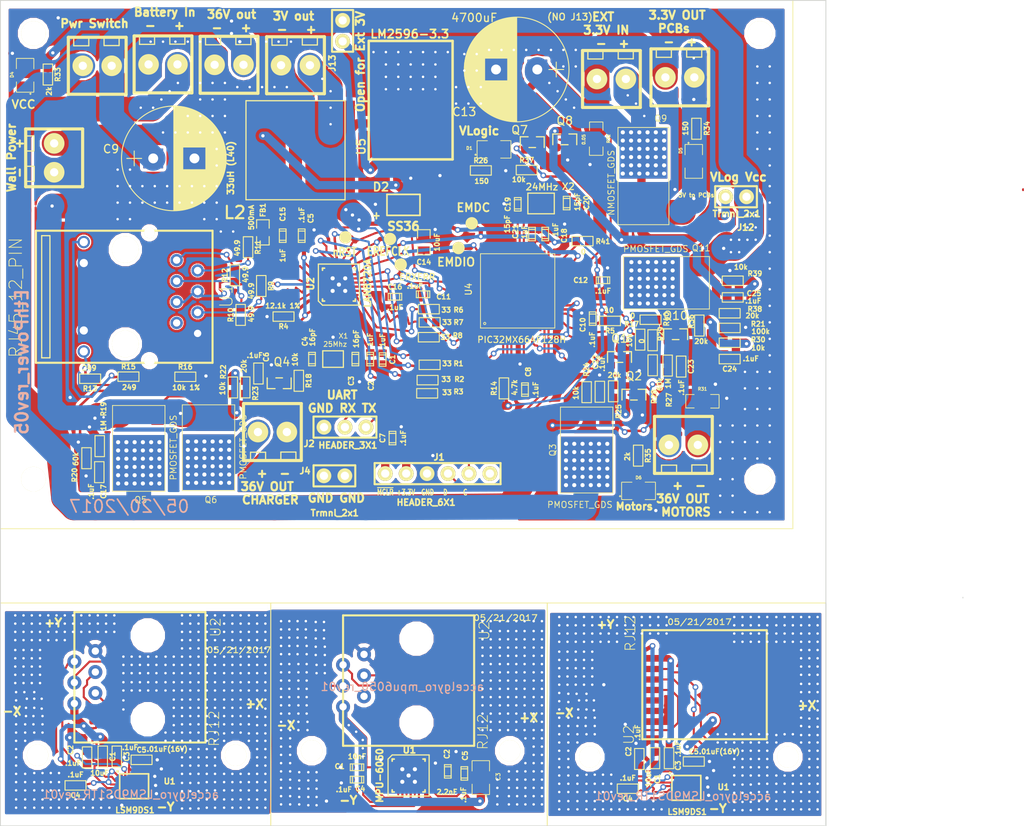
<source format=kicad_pcb>
(kicad_pcb (version 4) (host pcbnew 4.0.6-e0-6349~53~ubuntu16.04.1)
  (layers (0 F.Cu signal) (31 B.Cu signal) (34 B.Paste user) (35 F.Paste user) (36 B.SilkS user) (37 F.SilkS user) (38 B.Mask user) (39 F.Mask user) (44 Edge.Cuts user))
  (net 0 "")
  (net 1 AVDD)
  (net 2 ECRSDV)
  (net 3 EMDC)
  (net 4 EMDIO)
  (net 5 EREFCLK)
  (net 6 ERXD0)
  (net 7 ERXD1)
  (net 8 ERXERR)
  (net 9 ETXD0)
  (net 10 ETXD1)
  (net 11 ETXEN)
  (net 12 GND)
  (net 13 GreenLED)
  (net 14 PGEC1_RB1)
  (net 15 PGED1_RB0)
  (net 16 RXN)
  (net 17 RXP)
  (net 18 Switch3.3V)
  (net 19 TXN)
  (net 20 TXP)
  (net 21 YellowLED)
  (net 22 nRST)
  (net 23 ~MCLR~)
  (net 24 "Net-(C1-Pad1)")
  (net 25 "Net-(C3-Pad1)")
  (net 26 "Net-(C4-Pad2)")
  (net 27 "Net-(C10-Pad1)")
  (net 28 "Net-(C19-Pad1)")
  (net 29 "Net-(C20-Pad1)")
  (net 30 "Net-(D1-Pad1)")
  (net 31 "Net-(D2-Pad1)")
  (net 32 "Net-(R1-Pad1)")
  (net 33 "Net-(R2-Pad1)")
  (net 34 "Net-(R3-Pad1)")
  (net 35 "Net-(R4-Pad1)")
  (net 36 "Net-(R6-Pad1)")
  (net 37 "Net-(R7-Pad1)")
  (net 38 "Net-(R8-Pad1)")
  (net 39 "Net-(R15-Pad2)")
  (net 40 "Net-(C14-Pad1)")
  (net 41 "Net-(D5-Pad1)")
  (net 42 "Net-(D6-Pad1)")
  (net 43 SenseCurrent36V)
  (net 44 SenseCurrent3.3V)
  (net 45 Switch36V)
  (net 46 SenseVoltBattery)
  (net 47 "Net-(D4-Pad1)")
  (net 48 "Net-(C6-Pad1)")
  (net 49 VLogic)
  (net 50 VCC)
  (net 51 SenseVoltWall)
  (net 52 "Net-(C22-Pad1)")
  (net 53 "Net-(C23-Pad1)")
  (net 54 "Net-(C24-Pad1)")
  (net 55 "Net-(C25-Pad1)")
  (net 56 U3TX)
  (net 57 U3RX)
  (net 58 VCC_Unswitched)
  (net 59 VBattery)
  (net 60 VWall)
  (net 61 VCC_Charger)
  (net 62 3.3V_To_PCBs)
  (net 63 "Net-(J13-Pad2)")
  (net 64 "Net-(Q1-Pad3)")
  (net 65 "Net-(Q2-Pad3)")
  (net 66 "Net-(Q4-Pad3)")
  (net 67 "Net-(Q7-Pad1)")
  (net 68 "Net-(Q7-Pad3)")
  (net 69 "Net-(Q10-Pad1)")
  (net 70 "Net-(Q10-Pad3)")
  (net 71 "Net-(R13-Pad1)")
  (net 72 VMotor)
  (net 73 SCL)
  (net 74 SDA)
  (net 75 Vdd)
  (net 76 INT2)
  (net 77 INT1)
  (net 78 "Net-(C2-Pad1)")
  (net 79 "Net-(C5-Pad1)")
  (net 80 "Net-(U1-Pad13)")
  (net 81 "Net-(U1-Pad10)")
  (net 82 "Net-(U1-Pad9)")
  (net 83 "Net-(C4-Pad1)")
  (net 84 INT)
  (net 85 "Net-(U1-Pad2)")
  (net 86 "Net-(U1-Pad3)")
  (net 87 "Net-(U1-Pad4)")
  (net 88 "Net-(U1-Pad5)")
  (net 89 "Net-(U1-Pad6)")
  (net 90 "Net-(U1-Pad7)")
  (net 91 "Net-(U1-Pad14)")
  (net 92 "Net-(U1-Pad15)")
  (net 93 "Net-(U1-Pad16)")
  (net 94 "Net-(U1-Pad17)")
  (net 95 "Net-(U1-Pad19)")
  (net 96 "Net-(U1-Pad21)")
  (net 97 "Net-(U1-Pad22)")
  (net 98 "Net-(U2-Pad5)")
  (module ted_connectors:VIA-0.6mm (layer F.Cu) (at 177.5 81)
    (fp_text reference REF** hide)
    (fp_text value VIA-0.6mm hide)
    (pad 1 thru_hole circle (at 0 0) (size 0.6 0.6) (drill 0.3) (layers *.Cu) (net 50 VCC))
  )
  (module ted_connectors:VIA-0.6mm (layer F.Cu) (at 177.5 82.5)
    (fp_text reference REF** hide)
    (fp_text value VIA-0.6mm hide)
    (pad 1 thru_hole circle (at 0 0) (size 0.6 0.6) (drill 0.3) (layers *.Cu) (net 50 VCC))
  )
  (module ted_connectors:VIA-0.6mm (layer F.Cu) (at 177.5 84)
    (fp_text reference REF** hide)
    (fp_text value VIA-0.6mm hide)
    (pad 1 thru_hole circle (at 0 0) (size 0.6 0.6) (drill 0.3) (layers *.Cu) (net 50 VCC))
  )
  (module ted_connectors:VIA-0.6mm (layer F.Cu) (at 174.5 84)
    (fp_text reference REF** hide)
    (fp_text value VIA-0.6mm hide)
    (pad 1 thru_hole circle (at 0 0) (size 0.6 0.6) (drill 0.3) (layers *.Cu) (net 50 VCC))
  )
  (module ted_connectors:VIA-0.6mm (layer F.Cu) (at 175.5 85.5)
    (fp_text reference REF** hide)
    (fp_text value VIA-0.6mm hide)
    (pad 1 thru_hole circle (at 0 0) (size 0.6 0.6) (drill 0.3) (layers *.Cu) (net 50 VCC))
  )
  (module ted_connectors:VIA-0.6mm (layer F.Cu) (at 174.5 85.5)
    (fp_text reference REF** hide)
    (fp_text value VIA-0.6mm hide)
    (pad 1 thru_hole circle (at 0 0) (size 0.6 0.6) (drill 0.3) (layers *.Cu) (net 50 VCC))
  )
  (module ted_connectors:VIA-0.6mm (layer F.Cu) (at 175.5 84)
    (fp_text reference REF** hide)
    (fp_text value VIA-0.6mm hide)
    (pad 1 thru_hole circle (at 0 0) (size 0.6 0.6) (drill 0.3) (layers *.Cu) (net 50 VCC))
  )
  (module ted_connectors:VIA-0.6mm (layer F.Cu) (at 176.5 84)
    (fp_text reference REF** hide)
    (fp_text value VIA-0.6mm hide)
    (pad 1 thru_hole circle (at 0 0) (size 0.6 0.6) (drill 0.3) (layers *.Cu) (net 50 VCC))
  )
  (module ted_connectors:VIA-0.6mm (layer F.Cu) (at 176.5 82.5)
    (fp_text reference REF** hide)
    (fp_text value VIA-0.6mm hide)
    (pad 1 thru_hole circle (at 0 0) (size 0.6 0.6) (drill 0.3) (layers *.Cu) (net 50 VCC))
  )
  (module ted_connectors:VIA-0.6mm (layer F.Cu) (at 164 69)
    (fp_text reference REF** hide)
    (fp_text value VIA-0.6mm hide)
    (pad 1 thru_hole circle (at 0 0) (size 0.6 0.6) (drill 0.3) (layers *.Cu) (net 49 VLogic))
  )
  (module ted_connectors:VIA-0.6mm (layer F.Cu) (at 163 67.5)
    (fp_text reference REF** hide)
    (fp_text value VIA-0.6mm hide)
    (pad 1 thru_hole circle (at 0 0) (size 0.6 0.6) (drill 0.3) (layers *.Cu) (net 49 VLogic))
  )
  (module ted_connectors:VIA-0.6mm (layer F.Cu) (at 162 66.5)
    (fp_text reference REF** hide)
    (fp_text value VIA-0.6mm hide)
    (pad 1 thru_hole circle (at 0 0) (size 0.6 0.6) (drill 0.3) (layers *.Cu) (net 49 VLogic))
  )
  (module ted_connectors:VIA-0.6mm (layer F.Cu) (at 155.5 68)
    (fp_text reference REF** hide)
    (fp_text value VIA-0.6mm hide)
    (pad 1 thru_hole circle (at 0 0) (size 0.6 0.6) (drill 0.3) (layers *.Cu) (net 49 VLogic))
  )
  (module ted_connectors:VIA-0.6mm (layer F.Cu) (at 154.5 67)
    (fp_text reference REF** hide)
    (fp_text value VIA-0.6mm hide)
    (pad 1 thru_hole circle (at 0 0) (size 0.6 0.6) (drill 0.3) (layers *.Cu) (net 49 VLogic))
  )
  (module ted_connectors:VIA-0.6mm (layer F.Cu) (at 153.5 66)
    (fp_text reference REF** hide)
    (fp_text value VIA-0.6mm hide)
    (pad 1 thru_hole circle (at 0 0) (size 0.6 0.6) (drill 0.3) (layers *.Cu) (net 49 VLogic))
  )
  (module ted_connectors:VIA-0.6mm (layer F.Cu) (at 152.5 65)
    (fp_text reference REF** hide)
    (fp_text value VIA-0.6mm hide)
    (pad 1 thru_hole circle (at 0 0) (size 0.6 0.6) (drill 0.3) (layers *.Cu) (net 49 VLogic))
  )
  (module ted_connectors:VIA-0.6mm (layer F.Cu) (at 154.2 63)
    (fp_text reference REF** hide)
    (fp_text value VIA-0.6mm hide)
    (pad 1 thru_hole circle (at 0 0) (size 0.6 0.6) (drill 0.3) (layers *.Cu) (net 12 GND))
  )
  (module ted_connectors:VIA-0.6mm (layer F.Cu) (at 155.7 63)
    (fp_text reference REF** hide)
    (fp_text value VIA-0.6mm hide)
    (pad 1 thru_hole circle (at 0 0) (size 0.6 0.6) (drill 0.3) (layers *.Cu) (net 12 GND))
  )
  (module ted_connectors:VIA-0.6mm (layer F.Cu) (at 151.2 61)
    (fp_text reference REF** hide)
    (fp_text value VIA-0.6mm hide)
    (pad 1 thru_hole circle (at 0 0) (size 0.6 0.6) (drill 0.3) (layers *.Cu) (net 12 GND))
  )
  (module ted_connectors:VIA-0.6mm (layer F.Cu) (at 152.7 61)
    (fp_text reference REF** hide)
    (fp_text value VIA-0.6mm hide)
    (pad 1 thru_hole circle (at 0 0) (size 0.6 0.6) (drill 0.3) (layers *.Cu) (net 12 GND))
  )
  (module ted_connectors:VIA-0.6mm (layer F.Cu) (at 155.7 61)
    (fp_text reference REF** hide)
    (fp_text value VIA-0.6mm hide)
    (pad 1 thru_hole circle (at 0 0) (size 0.6 0.6) (drill 0.3) (layers *.Cu) (net 12 GND))
  )
  (module ted_connectors:VIA-0.6mm (layer F.Cu) (at 154.2 61)
    (fp_text reference REF** hide)
    (fp_text value VIA-0.6mm hide)
    (pad 1 thru_hole circle (at 0 0) (size 0.6 0.6) (drill 0.3) (layers *.Cu) (net 12 GND))
  )
  (module ted_connectors:VIA-0.6mm (layer F.Cu) (at 148.2 61)
    (fp_text reference REF** hide)
    (fp_text value VIA-0.6mm hide)
    (pad 1 thru_hole circle (at 0 0) (size 0.6 0.6) (drill 0.3) (layers *.Cu) (net 12 GND))
  )
  (module ted_connectors:VIA-0.6mm (layer F.Cu) (at 149.7 61)
    (fp_text reference REF** hide)
    (fp_text value VIA-0.6mm hide)
    (pad 1 thru_hole circle (at 0 0) (size 0.6 0.6) (drill 0.3) (layers *.Cu) (net 12 GND))
  )
  (module ted_connectors:VIA-0.6mm (layer F.Cu) (at 146.7 61)
    (fp_text reference REF** hide)
    (fp_text value VIA-0.6mm hide)
    (pad 1 thru_hole circle (at 0 0) (size 0.6 0.6) (drill 0.3) (layers *.Cu) (net 12 GND))
  )
  (module ted_connectors:VIA-0.6mm (layer F.Cu) (at 145.2 61)
    (fp_text reference REF** hide)
    (fp_text value VIA-0.6mm hide)
    (pad 1 thru_hole circle (at 0 0) (size 0.6 0.6) (drill 0.3) (layers *.Cu) (net 12 GND))
  )
  (module ted_connectors:VIA-0.6mm (layer F.Cu) (at 143.7 61.5)
    (fp_text reference REF** hide)
    (fp_text value VIA-0.6mm hide)
    (pad 1 thru_hole circle (at 0 0) (size 0.6 0.6) (drill 0.3) (layers *.Cu) (net 12 GND))
  )
  (module ted_connectors:VIA-0.6mm (layer F.Cu) (at 142.2 61.5)
    (fp_text reference REF** hide)
    (fp_text value VIA-0.6mm hide)
    (pad 1 thru_hole circle (at 0 0) (size 0.6 0.6) (drill 0.3) (layers *.Cu) (net 12 GND))
  )
  (module ted_connectors:VIA-0.6mm (layer F.Cu) (at 142.2 63.5)
    (fp_text reference REF** hide)
    (fp_text value VIA-0.6mm hide)
    (pad 1 thru_hole circle (at 0 0) (size 0.6 0.6) (drill 0.3) (layers *.Cu) (net 12 GND))
  )
  (module ted_connectors:VIA-0.6mm (layer F.Cu) (at 143.7 63.5)
    (fp_text reference REF** hide)
    (fp_text value VIA-0.6mm hide)
    (pad 1 thru_hole circle (at 0 0) (size 0.6 0.6) (drill 0.3) (layers *.Cu) (net 12 GND))
  )
  (module ted_connectors:VIA-0.6mm (layer F.Cu) (at 141.2 67.5)
    (fp_text reference REF** hide)
    (fp_text value VIA-0.6mm hide)
    (pad 1 thru_hole circle (at 0 0) (size 0.6 0.6) (drill 0.3) (layers *.Cu) (net 12 GND))
  )
  (module ted_connectors:VIA-0.6mm (layer F.Cu) (at 142.7 67.5)
    (fp_text reference REF** hide)
    (fp_text value VIA-0.6mm hide)
    (pad 1 thru_hole circle (at 0 0) (size 0.6 0.6) (drill 0.3) (layers *.Cu) (net 12 GND))
  )
  (module ted_connectors:VIA-0.6mm (layer F.Cu) (at 144.2 65.5)
    (fp_text reference REF** hide)
    (fp_text value VIA-0.6mm hide)
    (pad 1 thru_hole circle (at 0 0) (size 0.6 0.6) (drill 0.3) (layers *.Cu) (net 12 GND))
  )
  (module ted_connectors:VIA-0.6mm (layer F.Cu) (at 142.7 65.5)
    (fp_text reference REF** hide)
    (fp_text value VIA-0.6mm hide)
    (pad 1 thru_hole circle (at 0 0) (size 0.6 0.6) (drill 0.3) (layers *.Cu) (net 12 GND))
  )
  (module ted_connectors:VIA-0.6mm (layer F.Cu) (at 141.2 65.5)
    (fp_text reference REF** hide)
    (fp_text value VIA-0.6mm hide)
    (pad 1 thru_hole circle (at 0 0) (size 0.6 0.6) (drill 0.3) (layers *.Cu) (net 12 GND))
  )
  (module ted_connectors:VIA-0.6mm (layer F.Cu) (at 144.2 67.5)
    (fp_text reference REF** hide)
    (fp_text value VIA-0.6mm hide)
    (pad 1 thru_hole circle (at 0 0) (size 0.6 0.6) (drill 0.3) (layers *.Cu) (net 12 GND))
  )
  (module ted_connectors:VIA-0.6mm (layer F.Cu) (at 118.2 60)
    (fp_text reference REF** hide)
    (fp_text value VIA-0.6mm hide)
    (pad 1 thru_hole circle (at 0 0) (size 0.6 0.6) (drill 0.3) (layers *.Cu) (net 12 GND))
  )
  (module ted_connectors:VIA-0.6mm (layer F.Cu) (at 121.2 60)
    (fp_text reference REF** hide)
    (fp_text value VIA-0.6mm hide)
    (pad 1 thru_hole circle (at 0 0) (size 0.6 0.6) (drill 0.3) (layers *.Cu) (net 12 GND))
  )
  (module ted_connectors:VIA-0.6mm (layer F.Cu) (at 119.7 60)
    (fp_text reference REF** hide)
    (fp_text value VIA-0.6mm hide)
    (pad 1 thru_hole circle (at 0 0) (size 0.6 0.6) (drill 0.3) (layers *.Cu) (net 12 GND))
  )
  (module ted_connectors:VIA-0.6mm (layer F.Cu) (at 119.2 65.5)
    (fp_text reference REF** hide)
    (fp_text value VIA-0.6mm hide)
    (pad 1 thru_hole circle (at 0 0) (size 0.6 0.6) (drill 0.3) (layers *.Cu) (net 12 GND))
  )
  (module ted_connectors:VIA-0.6mm (layer F.Cu) (at 120.7 65.5)
    (fp_text reference REF** hide)
    (fp_text value VIA-0.6mm hide)
    (pad 1 thru_hole circle (at 0 0) (size 0.6 0.6) (drill 0.3) (layers *.Cu) (net 12 GND))
  )
  (module ted_connectors:VIA-0.6mm (layer F.Cu) (at 117.7 65.5)
    (fp_text reference REF** hide)
    (fp_text value VIA-0.6mm hide)
    (pad 1 thru_hole circle (at 0 0) (size 0.6 0.6) (drill 0.3) (layers *.Cu) (net 12 GND))
  )
  (module ted_connectors:VIA-0.6mm (layer F.Cu) (at 116.2 65.5)
    (fp_text reference REF** hide)
    (fp_text value VIA-0.6mm hide)
    (pad 1 thru_hole circle (at 0 0) (size 0.6 0.6) (drill 0.3) (layers *.Cu) (net 12 GND))
  )
  (module ted_connectors:VIA-0.6mm (layer F.Cu) (at 114.7 65.5)
    (fp_text reference REF** hide)
    (fp_text value VIA-0.6mm hide)
    (pad 1 thru_hole circle (at 0 0) (size 0.6 0.6) (drill 0.3) (layers *.Cu) (net 12 GND))
  )
  (module ted_connectors:VIA-0.6mm (layer F.Cu) (at 113.2 65)
    (fp_text reference REF** hide)
    (fp_text value VIA-0.6mm hide)
    (pad 1 thru_hole circle (at 0 0) (size 0.6 0.6) (drill 0.3) (layers *.Cu) (net 12 GND))
  )
  (module ted_connectors:VIA-0.6mm (layer F.Cu) (at 111.7 65)
    (fp_text reference REF** hide)
    (fp_text value VIA-0.6mm hide)
    (pad 1 thru_hole circle (at 0 0) (size 0.6 0.6) (drill 0.3) (layers *.Cu) (net 12 GND))
  )
  (module ted_connectors:VIA-0.6mm (layer F.Cu) (at 110.2 65)
    (fp_text reference REF** hide)
    (fp_text value VIA-0.6mm hide)
    (pad 1 thru_hole circle (at 0 0) (size 0.6 0.6) (drill 0.3) (layers *.Cu) (net 12 GND))
  )
  (module ted_connectors:VIA-0.6mm (layer F.Cu) (at 110.2 60)
    (fp_text reference REF** hide)
    (fp_text value VIA-0.6mm hide)
    (pad 1 thru_hole circle (at 0 0) (size 0.6 0.6) (drill 0.3) (layers *.Cu) (net 12 GND))
  )
  (module ted_connectors:VIA-0.6mm (layer F.Cu) (at 108.7 60)
    (fp_text reference REF** hide)
    (fp_text value VIA-0.6mm hide)
    (pad 1 thru_hole circle (at 0 0) (size 0.6 0.6) (drill 0.3) (layers *.Cu) (net 12 GND))
  )
  (module ted_connectors:VIA-0.6mm (layer F.Cu) (at 104.2 60)
    (fp_text reference REF** hide)
    (fp_text value VIA-0.6mm hide)
    (pad 1 thru_hole circle (at 0 0) (size 0.6 0.6) (drill 0.3) (layers *.Cu) (net 12 GND))
  )
  (module ted_connectors:VIA-0.6mm (layer F.Cu) (at 105.7 60)
    (fp_text reference REF** hide)
    (fp_text value VIA-0.6mm hide)
    (pad 1 thru_hole circle (at 0 0) (size 0.6 0.6) (drill 0.3) (layers *.Cu) (net 12 GND))
  )
  (module ted_connectors:VIA-0.6mm (layer F.Cu) (at 107.2 60)
    (fp_text reference REF** hide)
    (fp_text value VIA-0.6mm hide)
    (pad 1 thru_hole circle (at 0 0) (size 0.6 0.6) (drill 0.3) (layers *.Cu) (net 12 GND))
  )
  (module ted_connectors:VIA-0.6mm (layer F.Cu) (at 113.2 71)
    (fp_text reference REF** hide)
    (fp_text value VIA-0.6mm hide)
    (pad 1 thru_hole circle (at 0 0) (size 0.6 0.6) (drill 0.3) (layers *.Cu) (net 12 GND))
  )
  (module ted_connectors:VIA-0.6mm (layer F.Cu) (at 113.2 69)
    (fp_text reference REF** hide)
    (fp_text value VIA-0.6mm hide)
    (pad 1 thru_hole circle (at 0 0) (size 0.6 0.6) (drill 0.3) (layers *.Cu) (net 12 GND))
  )
  (module ted_connectors:VIA-0.6mm (layer F.Cu) (at 110.2 67)
    (fp_text reference REF** hide)
    (fp_text value VIA-0.6mm hide)
    (pad 1 thru_hole circle (at 0 0) (size 0.6 0.6) (drill 0.3) (layers *.Cu) (net 12 GND))
  )
  (module ted_connectors:VIA-0.6mm (layer F.Cu) (at 111.7 67)
    (fp_text reference REF** hide)
    (fp_text value VIA-0.6mm hide)
    (pad 1 thru_hole circle (at 0 0) (size 0.6 0.6) (drill 0.3) (layers *.Cu) (net 12 GND))
  )
  (module ted_connectors:VIA-0.6mm (layer F.Cu) (at 113.2 67)
    (fp_text reference REF** hide)
    (fp_text value VIA-0.6mm hide)
    (pad 1 thru_hole circle (at 0 0) (size 0.6 0.6) (drill 0.3) (layers *.Cu) (net 12 GND))
  )
  (module ted_connectors:VIA-0.6mm (layer F.Cu) (at 111.7 69)
    (fp_text reference REF** hide)
    (fp_text value VIA-0.6mm hide)
    (pad 1 thru_hole circle (at 0 0) (size 0.6 0.6) (drill 0.3) (layers *.Cu) (net 12 GND))
  )
  (module ted_connectors:VIA-0.6mm (layer F.Cu) (at 110.2 69)
    (fp_text reference REF** hide)
    (fp_text value VIA-0.6mm hide)
    (pad 1 thru_hole circle (at 0 0) (size 0.6 0.6) (drill 0.3) (layers *.Cu) (net 12 GND))
  )
  (module ted_connectors:VIA-0.6mm (layer F.Cu) (at 108.7 69)
    (fp_text reference REF** hide)
    (fp_text value VIA-0.6mm hide)
    (pad 1 thru_hole circle (at 0 0) (size 0.6 0.6) (drill 0.3) (layers *.Cu) (net 12 GND))
  )
  (module ted_connectors:VIA-0.6mm (layer F.Cu) (at 112.2 73)
    (fp_text reference REF** hide)
    (fp_text value VIA-0.6mm hide)
    (pad 1 thru_hole circle (at 0 0) (size 0.6 0.6) (drill 0.3) (layers *.Cu) (net 12 GND))
  )
  (module ted_connectors:VIA-0.6mm (layer F.Cu) (at 112.2 75)
    (fp_text reference REF** hide)
    (fp_text value VIA-0.6mm hide)
    (pad 1 thru_hole circle (at 0 0) (size 0.6 0.6) (drill 0.3) (layers *.Cu) (net 12 GND))
  )
  (module ted_connectors:VIA-0.6mm (layer F.Cu) (at 108.7 71)
    (fp_text reference REF** hide)
    (fp_text value VIA-0.6mm hide)
    (pad 1 thru_hole circle (at 0 0) (size 0.6 0.6) (drill 0.3) (layers *.Cu) (net 12 GND))
  )
  (module ted_connectors:VIA-0.6mm (layer F.Cu) (at 110.2 71)
    (fp_text reference REF** hide)
    (fp_text value VIA-0.6mm hide)
    (pad 1 thru_hole circle (at 0 0) (size 0.6 0.6) (drill 0.3) (layers *.Cu) (net 12 GND))
  )
  (module ted_connectors:VIA-0.6mm (layer F.Cu) (at 107.2 71)
    (fp_text reference REF** hide)
    (fp_text value VIA-0.6mm hide)
    (pad 1 thru_hole circle (at 0 0) (size 0.6 0.6) (drill 0.3) (layers *.Cu) (net 12 GND))
  )
  (module ted_connectors:VIA-0.6mm (layer F.Cu) (at 105.7 71)
    (fp_text reference REF** hide)
    (fp_text value VIA-0.6mm hide)
    (pad 1 thru_hole circle (at 0 0) (size 0.6 0.6) (drill 0.3) (layers *.Cu) (net 12 GND))
  )
  (module ted_connectors:VIA-0.6mm (layer F.Cu) (at 111.7 71)
    (fp_text reference REF** hide)
    (fp_text value VIA-0.6mm hide)
    (pad 1 thru_hole circle (at 0 0) (size 0.6 0.6) (drill 0.3) (layers *.Cu) (net 12 GND))
  )
  (module ted_connectors:VIA-0.6mm (layer F.Cu) (at 110.7 81.5)
    (fp_text reference REF** hide)
    (fp_text value VIA-0.6mm hide)
    (pad 1 thru_hole circle (at 0 0) (size 0.6 0.6) (drill 0.3) (layers *.Cu) (net 12 GND))
  )
  (module ted_connectors:VIA-0.6mm (layer F.Cu) (at 112.2 81.5)
    (fp_text reference REF** hide)
    (fp_text value VIA-0.6mm hide)
    (pad 1 thru_hole circle (at 0 0) (size 0.6 0.6) (drill 0.3) (layers *.Cu) (net 12 GND))
  )
  (module ted_connectors:VIA-0.6mm (layer F.Cu) (at 112.2 79.5)
    (fp_text reference REF** hide)
    (fp_text value VIA-0.6mm hide)
    (pad 1 thru_hole circle (at 0 0) (size 0.6 0.6) (drill 0.3) (layers *.Cu) (net 12 GND))
  )
  (module ted_connectors:VIA-0.6mm (layer F.Cu) (at 112.2 77.5)
    (fp_text reference REF** hide)
    (fp_text value VIA-0.6mm hide)
    (pad 1 thru_hole circle (at 0 0) (size 0.6 0.6) (drill 0.3) (layers *.Cu) (net 12 GND))
  )
  (module ted_connectors:VIA-0.6mm (layer F.Cu) (at 106.2 79.5)
    (fp_text reference REF** hide)
    (fp_text value VIA-0.6mm hide)
    (pad 1 thru_hole circle (at 0 0) (size 0.6 0.6) (drill 0.3) (layers *.Cu) (net 12 GND))
  )
  (module ted_connectors:VIA-0.6mm (layer F.Cu) (at 107.7 79.5)
    (fp_text reference REF** hide)
    (fp_text value VIA-0.6mm hide)
    (pad 1 thru_hole circle (at 0 0) (size 0.6 0.6) (drill 0.3) (layers *.Cu) (net 12 GND))
  )
  (module ted_connectors:VIA-0.6mm (layer F.Cu) (at 106.2 77.5)
    (fp_text reference REF** hide)
    (fp_text value VIA-0.6mm hide)
    (pad 1 thru_hole circle (at 0 0) (size 0.6 0.6) (drill 0.3) (layers *.Cu) (net 12 GND))
  )
  (module ted_connectors:VIA-0.6mm (layer F.Cu) (at 107.7 77.5)
    (fp_text reference REF** hide)
    (fp_text value VIA-0.6mm hide)
    (pad 1 thru_hole circle (at 0 0) (size 0.6 0.6) (drill 0.3) (layers *.Cu) (net 12 GND))
  )
  (module ted_connectors:VIA-0.6mm (layer F.Cu) (at 110.7 77.5)
    (fp_text reference REF** hide)
    (fp_text value VIA-0.6mm hide)
    (pad 1 thru_hole circle (at 0 0) (size 0.6 0.6) (drill 0.3) (layers *.Cu) (net 12 GND))
  )
  (module ted_connectors:VIA-0.6mm (layer F.Cu) (at 109.2 77.5)
    (fp_text reference REF** hide)
    (fp_text value VIA-0.6mm hide)
    (pad 1 thru_hole circle (at 0 0) (size 0.6 0.6) (drill 0.3) (layers *.Cu) (net 12 GND))
  )
  (module ted_connectors:VIA-0.6mm (layer F.Cu) (at 110.7 79.5)
    (fp_text reference REF** hide)
    (fp_text value VIA-0.6mm hide)
    (pad 1 thru_hole circle (at 0 0) (size 0.6 0.6) (drill 0.3) (layers *.Cu) (net 12 GND))
  )
  (module ted_connectors:VIA-0.6mm (layer F.Cu) (at 109.2 79.5)
    (fp_text reference REF** hide)
    (fp_text value VIA-0.6mm hide)
    (pad 1 thru_hole circle (at 0 0) (size 0.6 0.6) (drill 0.3) (layers *.Cu) (net 12 GND))
  )
  (module ted_connectors:VIA-0.6mm (layer F.Cu) (at 103.2 79.5)
    (fp_text reference REF** hide)
    (fp_text value VIA-0.6mm hide)
    (pad 1 thru_hole circle (at 0 0) (size 0.6 0.6) (drill 0.3) (layers *.Cu) (net 12 GND))
  )
  (module ted_connectors:VIA-0.6mm (layer F.Cu) (at 104.7 79.5)
    (fp_text reference REF** hide)
    (fp_text value VIA-0.6mm hide)
    (pad 1 thru_hole circle (at 0 0) (size 0.6 0.6) (drill 0.3) (layers *.Cu) (net 12 GND))
  )
  (module ted_connectors:VIA-0.6mm (layer F.Cu) (at 103.2 77.5)
    (fp_text reference REF** hide)
    (fp_text value VIA-0.6mm hide)
    (pad 1 thru_hole circle (at 0 0) (size 0.6 0.6) (drill 0.3) (layers *.Cu) (net 12 GND))
  )
  (module ted_connectors:VIA-0.6mm (layer F.Cu) (at 104.7 77.5)
    (fp_text reference REF** hide)
    (fp_text value VIA-0.6mm hide)
    (pad 1 thru_hole circle (at 0 0) (size 0.6 0.6) (drill 0.3) (layers *.Cu) (net 12 GND))
  )
  (module ted_connectors:VIA-0.6mm (layer F.Cu) (at 101.7 77.5)
    (fp_text reference REF** hide)
    (fp_text value VIA-0.6mm hide)
    (pad 1 thru_hole circle (at 0 0) (size 0.6 0.6) (drill 0.3) (layers *.Cu) (net 12 GND))
  )
  (module ted_connectors:VIA-0.6mm (layer F.Cu) (at 101.7 75.5)
    (fp_text reference REF** hide)
    (fp_text value VIA-0.6mm hide)
    (pad 1 thru_hole circle (at 0 0) (size 0.6 0.6) (drill 0.3) (layers *.Cu) (net 12 GND))
  )
  (module ted_connectors:VIA-0.6mm (layer F.Cu) (at 100.2 77.5)
    (fp_text reference REF** hide)
    (fp_text value VIA-0.6mm hide)
    (pad 1 thru_hole circle (at 0 0) (size 0.6 0.6) (drill 0.3) (layers *.Cu) (net 12 GND))
  )
  (module ted_connectors:VIA-0.6mm (layer F.Cu) (at 100.2 75.5)
    (fp_text reference REF** hide)
    (fp_text value VIA-0.6mm hide)
    (pad 1 thru_hole circle (at 0 0) (size 0.6 0.6) (drill 0.3) (layers *.Cu) (net 12 GND))
  )
  (module ted_connectors:VIA-0.6mm (layer F.Cu) (at 107.5 65)
    (fp_text reference REF** hide)
    (fp_text value VIA-0.6mm hide)
    (pad 1 thru_hole circle (at 0 0) (size 0.6 0.6) (drill 0.3) (layers *.Cu) (net 59 VBattery))
  )
  (module ted_connectors:VIA-0.6mm (layer F.Cu) (at 103 68)
    (fp_text reference REF** hide)
    (fp_text value VIA-0.6mm hide)
    (pad 1 thru_hole circle (at 0 0) (size 0.6 0.6) (drill 0.3) (layers *.Cu) (net 59 VBattery))
  )
  (module ted_connectors:VIA-0.6mm (layer F.Cu) (at 104.5 68)
    (fp_text reference REF** hide)
    (fp_text value VIA-0.6mm hide)
    (pad 1 thru_hole circle (at 0 0) (size 0.6 0.6) (drill 0.3) (layers *.Cu) (net 59 VBattery))
  )
  (module ted_connectors:VIA-0.6mm (layer F.Cu) (at 105.5 67)
    (fp_text reference REF** hide)
    (fp_text value VIA-0.6mm hide)
    (pad 1 thru_hole circle (at 0 0) (size 0.6 0.6) (drill 0.3) (layers *.Cu) (net 59 VBattery))
  )
  (module ted_connectors:VIA-0.6mm (layer F.Cu) (at 126 70)
    (fp_text reference REF** hide)
    (fp_text value VIA-0.6mm hide)
    (pad 1 thru_hole circle (at 0 0) (size 0.6 0.6) (drill 0.3) (layers *.Cu) (net 49 VLogic))
  )
  (module ted_connectors:VIA-0.6mm (layer F.Cu) (at 126 68)
    (fp_text reference REF** hide)
    (fp_text value VIA-0.6mm hide)
    (pad 1 thru_hole circle (at 0 0) (size 0.6 0.6) (drill 0.3) (layers *.Cu) (net 49 VLogic))
  )
  (module ted_connectors:VIA-0.6mm (layer F.Cu) (at 126 66)
    (fp_text reference REF** hide)
    (fp_text value VIA-0.6mm hide)
    (pad 1 thru_hole circle (at 0 0) (size 0.6 0.6) (drill 0.3) (layers *.Cu) (net 49 VLogic))
  )
  (module ted_connectors:VIA-0.6mm (layer F.Cu) (at 112.7 83)
    (fp_text reference REF** hide)
    (fp_text value VIA-0.6mm hide)
    (pad 1 thru_hole circle (at 0 0) (size 0.6 0.6) (drill 0.3) (layers *.Cu) (net 12 GND))
  )
  (module ted_connectors:VIA-0.6mm (layer F.Cu) (at 114.2 83)
    (fp_text reference REF** hide)
    (fp_text value VIA-0.6mm hide)
    (pad 1 thru_hole circle (at 0 0) (size 0.6 0.6) (drill 0.3) (layers *.Cu) (net 12 GND))
  )
  (module ted_connectors:VIA-0.6mm (layer F.Cu) (at 101.7 79.5)
    (fp_text reference REF** hide)
    (fp_text value VIA-0.6mm hide)
    (pad 1 thru_hole circle (at 0 0) (size 0.6 0.6) (drill 0.3) (layers *.Cu) (net 12 GND))
  )
  (module ted_connectors:VIA-0.6mm (layer F.Cu) (at 100.2 79.5)
    (fp_text reference REF** hide)
    (fp_text value VIA-0.6mm hide)
    (pad 1 thru_hole circle (at 0 0) (size 0.6 0.6) (drill 0.3) (layers *.Cu) (net 12 GND))
  )
  (module ted_connectors:VIA-0.6mm (layer F.Cu) (at 101.7 81.5)
    (fp_text reference REF** hide)
    (fp_text value VIA-0.6mm hide)
    (pad 1 thru_hole circle (at 0 0) (size 0.6 0.6) (drill 0.3) (layers *.Cu) (net 12 GND))
  )
  (module ted_connectors:VIA-0.6mm (layer F.Cu) (at 100.2 81.5)
    (fp_text reference REF** hide)
    (fp_text value VIA-0.6mm hide)
    (pad 1 thru_hole circle (at 0 0) (size 0.6 0.6) (drill 0.3) (layers *.Cu) (net 12 GND))
  )
  (module ted_connectors:VIA-0.6mm (layer F.Cu) (at 179.2 117)
    (fp_text reference REF** hide)
    (fp_text value VIA-0.6mm hide)
    (pad 1 thru_hole circle (at 0 0) (size 0.6 0.6) (drill 0.3) (layers *.Cu) (net 12 GND))
  )
  (module ted_connectors:VIA-0.6mm (layer F.Cu) (at 177.7 117)
    (fp_text reference REF** hide)
    (fp_text value VIA-0.6mm hide)
    (pad 1 thru_hole circle (at 0 0) (size 0.6 0.6) (drill 0.3) (layers *.Cu) (net 12 GND))
  )
  (module ted_connectors:VIA-0.6mm (layer F.Cu) (at 176.2 117)
    (fp_text reference REF** hide)
    (fp_text value VIA-0.6mm hide)
    (pad 1 thru_hole circle (at 0 0) (size 0.6 0.6) (drill 0.3) (layers *.Cu) (net 12 GND))
  )
  (module ted_connectors:VIA-0.6mm (layer F.Cu) (at 173.2 117)
    (fp_text reference REF** hide)
    (fp_text value VIA-0.6mm hide)
    (pad 1 thru_hole circle (at 0 0) (size 0.6 0.6) (drill 0.3) (layers *.Cu) (net 12 GND))
  )
  (module ted_connectors:VIA-0.6mm (layer F.Cu) (at 174.7 117)
    (fp_text reference REF** hide)
    (fp_text value VIA-0.6mm hide)
    (pad 1 thru_hole circle (at 0 0) (size 0.6 0.6) (drill 0.3) (layers *.Cu) (net 12 GND))
  )
  (module ted_connectors:VIA-0.6mm (layer F.Cu) (at 173.2 115)
    (fp_text reference REF** hide)
    (fp_text value VIA-0.6mm hide)
    (pad 1 thru_hole circle (at 0 0) (size 0.6 0.6) (drill 0.3) (layers *.Cu) (net 12 GND))
  )
  (module ted_connectors:VIA-0.6mm (layer F.Cu) (at 173.2 113)
    (fp_text reference REF** hide)
    (fp_text value VIA-0.6mm hide)
    (pad 1 thru_hole circle (at 0 0) (size 0.6 0.6) (drill 0.3) (layers *.Cu) (net 12 GND))
  )
  (module ted_connectors:VIA-0.6mm (layer F.Cu) (at 174.7 113)
    (fp_text reference REF** hide)
    (fp_text value VIA-0.6mm hide)
    (pad 1 thru_hole circle (at 0 0) (size 0.6 0.6) (drill 0.3) (layers *.Cu) (net 12 GND))
  )
  (module ted_connectors:VIA-0.6mm (layer F.Cu) (at 174.7 115)
    (fp_text reference REF** hide)
    (fp_text value VIA-0.6mm hide)
    (pad 1 thru_hole circle (at 0 0) (size 0.6 0.6) (drill 0.3) (layers *.Cu) (net 12 GND))
  )
  (module ted_connectors:VIA-0.6mm (layer F.Cu) (at 174.7 110.5)
    (fp_text reference REF** hide)
    (fp_text value VIA-0.6mm hide)
    (pad 1 thru_hole circle (at 0 0) (size 0.6 0.6) (drill 0.3) (layers *.Cu) (net 12 GND))
  )
  (module ted_connectors:VIA-0.6mm (layer F.Cu) (at 174.7 106.5)
    (fp_text reference REF** hide)
    (fp_text value VIA-0.6mm hide)
    (pad 1 thru_hole circle (at 0 0) (size 0.6 0.6) (drill 0.3) (layers *.Cu) (net 12 GND))
  )
  (module ted_connectors:VIA-0.6mm (layer F.Cu) (at 174.7 108.5)
    (fp_text reference REF** hide)
    (fp_text value VIA-0.6mm hide)
    (pad 1 thru_hole circle (at 0 0) (size 0.6 0.6) (drill 0.3) (layers *.Cu) (net 12 GND))
  )
  (module ted_connectors:VIA-0.6mm (layer F.Cu) (at 173.2 108.5)
    (fp_text reference REF** hide)
    (fp_text value VIA-0.6mm hide)
    (pad 1 thru_hole circle (at 0 0) (size 0.6 0.6) (drill 0.3) (layers *.Cu) (net 12 GND))
  )
  (module ted_connectors:VIA-0.6mm (layer F.Cu) (at 173.2 106.5)
    (fp_text reference REF** hide)
    (fp_text value VIA-0.6mm hide)
    (pad 1 thru_hole circle (at 0 0) (size 0.6 0.6) (drill 0.3) (layers *.Cu) (net 12 GND))
  )
  (module ted_connectors:VIA-0.6mm (layer F.Cu) (at 173.2 110.5)
    (fp_text reference REF** hide)
    (fp_text value VIA-0.6mm hide)
    (pad 1 thru_hole circle (at 0 0) (size 0.6 0.6) (drill 0.3) (layers *.Cu) (net 12 GND))
  )
  (module ted_connectors:VIA-0.6mm (layer F.Cu) (at 176.2 100)
    (fp_text reference REF** hide)
    (fp_text value VIA-0.6mm hide)
    (pad 1 thru_hole circle (at 0 0) (size 0.6 0.6) (drill 0.3) (layers *.Cu) (net 12 GND))
  )
  (module ted_connectors:VIA-0.6mm (layer F.Cu) (at 176.2 102)
    (fp_text reference REF** hide)
    (fp_text value VIA-0.6mm hide)
    (pad 1 thru_hole circle (at 0 0) (size 0.6 0.6) (drill 0.3) (layers *.Cu) (net 12 GND))
  )
  (module ted_connectors:VIA-0.6mm (layer F.Cu) (at 176.2 110.5)
    (fp_text reference REF** hide)
    (fp_text value VIA-0.6mm hide)
    (pad 1 thru_hole circle (at 0 0) (size 0.6 0.6) (drill 0.3) (layers *.Cu) (net 12 GND))
  )
  (module ted_connectors:VIA-0.6mm (layer F.Cu) (at 176.2 106.5)
    (fp_text reference REF** hide)
    (fp_text value VIA-0.6mm hide)
    (pad 1 thru_hole circle (at 0 0) (size 0.6 0.6) (drill 0.3) (layers *.Cu) (net 12 GND))
  )
  (module ted_connectors:VIA-0.6mm (layer F.Cu) (at 176.2 108.5)
    (fp_text reference REF** hide)
    (fp_text value VIA-0.6mm hide)
    (pad 1 thru_hole circle (at 0 0) (size 0.6 0.6) (drill 0.3) (layers *.Cu) (net 12 GND))
  )
  (module ted_connectors:VIA-0.6mm (layer F.Cu) (at 176.2 104.5)
    (fp_text reference REF** hide)
    (fp_text value VIA-0.6mm hide)
    (pad 1 thru_hole circle (at 0 0) (size 0.6 0.6) (drill 0.3) (layers *.Cu) (net 12 GND))
  )
  (module ted_connectors:VIA-0.6mm (layer F.Cu) (at 177.7 104.5)
    (fp_text reference REF** hide)
    (fp_text value VIA-0.6mm hide)
    (pad 1 thru_hole circle (at 0 0) (size 0.6 0.6) (drill 0.3) (layers *.Cu) (net 12 GND))
  )
  (module ted_connectors:VIA-0.6mm (layer F.Cu) (at 177.7 108.5)
    (fp_text reference REF** hide)
    (fp_text value VIA-0.6mm hide)
    (pad 1 thru_hole circle (at 0 0) (size 0.6 0.6) (drill 0.3) (layers *.Cu) (net 12 GND))
  )
  (module ted_connectors:VIA-0.6mm (layer F.Cu) (at 177.7 106.5)
    (fp_text reference REF** hide)
    (fp_text value VIA-0.6mm hide)
    (pad 1 thru_hole circle (at 0 0) (size 0.6 0.6) (drill 0.3) (layers *.Cu) (net 12 GND))
  )
  (module ted_connectors:VIA-0.6mm (layer F.Cu) (at 177.7 110.5)
    (fp_text reference REF** hide)
    (fp_text value VIA-0.6mm hide)
    (pad 1 thru_hole circle (at 0 0) (size 0.6 0.6) (drill 0.3) (layers *.Cu) (net 12 GND))
  )
  (module ted_connectors:VIA-0.6mm (layer F.Cu) (at 177.7 102)
    (fp_text reference REF** hide)
    (fp_text value VIA-0.6mm hide)
    (pad 1 thru_hole circle (at 0 0) (size 0.6 0.6) (drill 0.3) (layers *.Cu) (net 12 GND))
  )
  (module ted_connectors:VIA-0.6mm (layer F.Cu) (at 177.7 100)
    (fp_text reference REF** hide)
    (fp_text value VIA-0.6mm hide)
    (pad 1 thru_hole circle (at 0 0) (size 0.6 0.6) (drill 0.3) (layers *.Cu) (net 12 GND))
  )
  (module ted_holes:TED_Hole_3mm (layer F.Cu) (at 178 113)
    (fp_text reference H3 hide)
    (fp_text value HOLE hide)
    (pad "" np_thru_hole circle (at 0 0) (size 3 3) (drill 3) (layers *.Cu *.Mask F.SilkS))
  )
  (module ted_connectors:VIA-0.6mm (layer F.Cu) (at 179.2 90)
    (fp_text reference REF** hide)
    (fp_text value VIA-0.6mm hide)
    (pad 1 thru_hole circle (at 0 0) (size 0.6 0.6) (drill 0.3) (layers *.Cu) (net 12 GND))
  )
  (module ted_connectors:VIA-0.6mm (layer F.Cu) (at 179.2 92)
    (fp_text reference REF** hide)
    (fp_text value VIA-0.6mm hide)
    (pad 1 thru_hole circle (at 0 0) (size 0.6 0.6) (drill 0.3) (layers *.Cu) (net 12 GND))
  )
  (module ted_connectors:VIA-0.6mm (layer F.Cu) (at 179.2 96)
    (fp_text reference REF** hide)
    (fp_text value VIA-0.6mm hide)
    (pad 1 thru_hole circle (at 0 0) (size 0.6 0.6) (drill 0.3) (layers *.Cu) (net 12 GND))
  )
  (module ted_connectors:VIA-0.6mm (layer F.Cu) (at 179.2 94)
    (fp_text reference REF** hide)
    (fp_text value VIA-0.6mm hide)
    (pad 1 thru_hole circle (at 0 0) (size 0.6 0.6) (drill 0.3) (layers *.Cu) (net 12 GND))
  )
  (module ted_connectors:VIA-0.6mm (layer F.Cu) (at 179.2 100)
    (fp_text reference REF** hide)
    (fp_text value VIA-0.6mm hide)
    (pad 1 thru_hole circle (at 0 0) (size 0.6 0.6) (drill 0.3) (layers *.Cu) (net 12 GND))
  )
  (module ted_connectors:VIA-0.6mm (layer F.Cu) (at 179.2 102)
    (fp_text reference REF** hide)
    (fp_text value VIA-0.6mm hide)
    (pad 1 thru_hole circle (at 0 0) (size 0.6 0.6) (drill 0.3) (layers *.Cu) (net 12 GND))
  )
  (module ted_connectors:VIA-0.6mm (layer F.Cu) (at 179.2 98)
    (fp_text reference REF** hide)
    (fp_text value VIA-0.6mm hide)
    (pad 1 thru_hole circle (at 0 0) (size 0.6 0.6) (drill 0.3) (layers *.Cu) (net 12 GND))
  )
  (module ted_connectors:VIA-0.6mm (layer F.Cu) (at 179.2 110.5)
    (fp_text reference REF** hide)
    (fp_text value VIA-0.6mm hide)
    (pad 1 thru_hole circle (at 0 0) (size 0.6 0.6) (drill 0.3) (layers *.Cu) (net 12 GND))
  )
  (module ted_connectors:VIA-0.6mm (layer F.Cu) (at 179.2 106.5)
    (fp_text reference REF** hide)
    (fp_text value VIA-0.6mm hide)
    (pad 1 thru_hole circle (at 0 0) (size 0.6 0.6) (drill 0.3) (layers *.Cu) (net 12 GND))
  )
  (module ted_connectors:VIA-0.6mm (layer F.Cu) (at 179.2 108.5)
    (fp_text reference REF** hide)
    (fp_text value VIA-0.6mm hide)
    (pad 1 thru_hole circle (at 0 0) (size 0.6 0.6) (drill 0.3) (layers *.Cu) (net 12 GND))
  )
  (module ted_connectors:VIA-0.6mm (layer F.Cu) (at 179.2 104.5)
    (fp_text reference REF** hide)
    (fp_text value VIA-0.6mm hide)
    (pad 1 thru_hole circle (at 0 0) (size 0.6 0.6) (drill 0.3) (layers *.Cu) (net 12 GND))
  )
  (module ted_connectors:VIA-0.6mm (layer F.Cu) (at 179.2 77.5)
    (fp_text reference REF** hide)
    (fp_text value VIA-0.6mm hide)
    (pad 1 thru_hole circle (at 0 0) (size 0.6 0.6) (drill 0.3) (layers *.Cu) (net 12 GND))
  )
  (module ted_connectors:VIA-0.6mm (layer F.Cu) (at 179.2 81.5)
    (fp_text reference REF** hide)
    (fp_text value VIA-0.6mm hide)
    (pad 1 thru_hole circle (at 0 0) (size 0.6 0.6) (drill 0.3) (layers *.Cu) (net 12 GND))
  )
  (module ted_connectors:VIA-0.6mm (layer F.Cu) (at 179.2 79.5)
    (fp_text reference REF** hide)
    (fp_text value VIA-0.6mm hide)
    (pad 1 thru_hole circle (at 0 0) (size 0.6 0.6) (drill 0.3) (layers *.Cu) (net 12 GND))
  )
  (module ted_connectors:VIA-0.6mm (layer F.Cu) (at 179.2 85.5)
    (fp_text reference REF** hide)
    (fp_text value VIA-0.6mm hide)
    (pad 1 thru_hole circle (at 0 0) (size 0.6 0.6) (drill 0.3) (layers *.Cu) (net 12 GND))
  )
  (module ted_connectors:VIA-0.6mm (layer F.Cu) (at 179.2 87.5)
    (fp_text reference REF** hide)
    (fp_text value VIA-0.6mm hide)
    (pad 1 thru_hole circle (at 0 0) (size 0.6 0.6) (drill 0.3) (layers *.Cu) (net 12 GND))
  )
  (module ted_connectors:VIA-0.6mm (layer F.Cu) (at 179.2 83.5)
    (fp_text reference REF** hide)
    (fp_text value VIA-0.6mm hide)
    (pad 1 thru_hole circle (at 0 0) (size 0.6 0.6) (drill 0.3) (layers *.Cu) (net 12 GND))
  )
  (module ted_connectors:VIA-0.6mm (layer F.Cu) (at 179.2 71)
    (fp_text reference REF** hide)
    (fp_text value VIA-0.6mm hide)
    (pad 1 thru_hole circle (at 0 0) (size 0.6 0.6) (drill 0.3) (layers *.Cu) (net 12 GND))
  )
  (module ted_connectors:VIA-0.6mm (layer F.Cu) (at 177.7 71)
    (fp_text reference REF** hide)
    (fp_text value VIA-0.6mm hide)
    (pad 1 thru_hole circle (at 0 0) (size 0.6 0.6) (drill 0.3) (layers *.Cu) (net 12 GND))
  )
  (module ted_connectors:VIA-0.6mm (layer F.Cu) (at 179.2 75)
    (fp_text reference REF** hide)
    (fp_text value VIA-0.6mm hide)
    (pad 1 thru_hole circle (at 0 0) (size 0.6 0.6) (drill 0.3) (layers *.Cu) (net 12 GND))
  )
  (module ted_connectors:VIA-0.6mm (layer F.Cu) (at 179.2 73)
    (fp_text reference REF** hide)
    (fp_text value VIA-0.6mm hide)
    (pad 1 thru_hole circle (at 0 0) (size 0.6 0.6) (drill 0.3) (layers *.Cu) (net 12 GND))
  )
  (module ted_connectors:VIA-0.6mm (layer F.Cu) (at 177.7 73)
    (fp_text reference REF** hide)
    (fp_text value VIA-0.6mm hide)
    (pad 1 thru_hole circle (at 0 0) (size 0.6 0.6) (drill 0.3) (layers *.Cu) (net 12 GND))
  )
  (module ted_connectors:VIA-0.6mm (layer F.Cu) (at 177.7 67)
    (fp_text reference REF** hide)
    (fp_text value VIA-0.6mm hide)
    (pad 1 thru_hole circle (at 0 0) (size 0.6 0.6) (drill 0.3) (layers *.Cu) (net 12 GND))
  )
  (module ted_connectors:VIA-0.6mm (layer F.Cu) (at 179.2 67)
    (fp_text reference REF** hide)
    (fp_text value VIA-0.6mm hide)
    (pad 1 thru_hole circle (at 0 0) (size 0.6 0.6) (drill 0.3) (layers *.Cu) (net 12 GND))
  )
  (module ted_connectors:VIA-0.6mm (layer F.Cu) (at 179.2 69)
    (fp_text reference REF** hide)
    (fp_text value VIA-0.6mm hide)
    (pad 1 thru_hole circle (at 0 0) (size 0.6 0.6) (drill 0.3) (layers *.Cu) (net 12 GND))
  )
  (module ted_connectors:VIA-0.6mm (layer F.Cu) (at 177.7 69)
    (fp_text reference REF** hide)
    (fp_text value VIA-0.6mm hide)
    (pad 1 thru_hole circle (at 0 0) (size 0.6 0.6) (drill 0.3) (layers *.Cu) (net 12 GND))
  )
  (module ted_connectors:VIA-0.6mm (layer F.Cu) (at 177.7 65)
    (fp_text reference REF** hide)
    (fp_text value VIA-0.6mm hide)
    (pad 1 thru_hole circle (at 0 0) (size 0.6 0.6) (drill 0.3) (layers *.Cu) (net 12 GND))
  )
  (module ted_connectors:VIA-0.6mm (layer F.Cu) (at 179.2 65)
    (fp_text reference REF** hide)
    (fp_text value VIA-0.6mm hide)
    (pad 1 thru_hole circle (at 0 0) (size 0.6 0.6) (drill 0.3) (layers *.Cu) (net 12 GND))
  )
  (module ted_connectors:VIA-0.6mm (layer F.Cu) (at 179.2 63)
    (fp_text reference REF** hide)
    (fp_text value VIA-0.6mm hide)
    (pad 1 thru_hole circle (at 0 0) (size 0.6 0.6) (drill 0.3) (layers *.Cu) (net 12 GND))
  )
  (module ted_capacitors:TED_SM0603_C (layer F.Cu) (at 132.3 98.5 270)
    (fp_text reference C1 (at 0 -1.2 270) (layer F.SilkS) (effects (font (size 0.6 0.6))))
    (fp_text value .1uF (at -2.2 0 270) (layer F.SilkS) (effects (font (size 0.6 0.6))))
    (pad 2 smd rect (at 0.75184 0 270) (size 0.89916 1.00076) (layers F.Cu F.Paste F.Mask) (net 12 GND) (clearance 0.1))
    (pad 1 smd rect (at -0.75184 0 270) (size 0.89916 1.00076) (layers F.Cu F.Paste F.Mask) (net 24 "Net-(C1-Pad1)") (clearance 0.1))
  )
  (module ted_capacitors:TED_SM0603_C (layer F.Cu) (at 130.8 98.45 270)
    (fp_text reference C2 (at 3.25 -0.1 270) (layer F.SilkS) (effects (font (size 0.6 0.6))))
    (fp_text value 1uF (at -2.35 0 270) (layer F.SilkS) (effects (font (size 0.6 0.6))))
    (pad 2 smd rect (at 0.75184 0 270) (size 0.89916 1.00076) (layers F.Cu F.Paste F.Mask) (net 12 GND) (clearance 0.1))
    (pad 1 smd rect (at -0.75184 0 270) (size 0.89916 1.00076) (layers F.Cu F.Paste F.Mask) (net 24 "Net-(C1-Pad1)") (clearance 0.1))
  )
  (module ted_capacitors:TED_SM0603_C (layer F.Cu) (at 129 98.45 270)
    (fp_text reference C3 (at 2.65 0.5 270) (layer F.SilkS) (effects (font (size 0.6 0.6))))
    (fp_text value 16pF (at -2.45 -0.1 270) (layer F.SilkS) (effects (font (size 0.6 0.6))))
    (pad 2 smd rect (at 0.75184 0 270) (size 0.89916 1.00076) (layers F.Cu F.Paste F.Mask) (net 12 GND) (clearance 0.1))
    (pad 1 smd rect (at -0.75184 0 270) (size 0.89916 1.00076) (layers F.Cu F.Paste F.Mask) (net 25 "Net-(C3-Pad1)") (clearance 0.1))
  )
  (module ted_capacitors:TED_SM0603_C (layer F.Cu) (at 123.75 98.45 270)
    (fp_text reference C4 (at -2.15 0.85 270) (layer F.SilkS) (effects (font (size 0.6 0.6))))
    (fp_text value 16pF (at -2.65 -0.05 270) (layer F.SilkS) (effects (font (size 0.6 0.6))))
    (pad 2 smd rect (at 0.75184 0 270) (size 0.89916 1.00076) (layers F.Cu F.Paste F.Mask) (net 26 "Net-(C4-Pad2)") (clearance 0.1))
    (pad 1 smd rect (at -0.75184 0 270) (size 0.89916 1.00076) (layers F.Cu F.Paste F.Mask) (net 12 GND) (clearance 0.1))
  )
  (module ted_capacitors:TED_SM0603_C (layer F.Cu) (at 122.5 83.5 90)
    (fp_text reference C5 (at 2.1 1.1 90) (layer F.SilkS) (effects (font (size 0.6 0.6))))
    (fp_text value .1uF (at 2.5 0 90) (layer F.SilkS) (effects (font (size 0.6 0.6))))
    (pad 2 smd rect (at 0.75184 0 90) (size 0.89916 1.00076) (layers F.Cu F.Paste F.Mask) (net 12 GND) (clearance 0.1))
    (pad 1 smd rect (at -0.75184 0 90) (size 0.89916 1.00076) (layers F.Cu F.Paste F.Mask) (net 1 AVDD) (clearance 0.1))
  )
  (module ted_capacitors:TED_SM0603_C (layer F.Cu) (at 133.5 108.02 90)
    (fp_text reference C7 (at 0 -1.2 90) (layer F.SilkS) (effects (font (size 0.6 0.6))))
    (fp_text value .1uF (at 0 1.3 90) (layer F.SilkS) (effects (font (size 0.6 0.6))))
    (pad 2 smd rect (at 0.75184 0 90) (size 0.89916 1.00076) (layers F.Cu F.Paste F.Mask) (net 12 GND) (clearance 0.1))
    (pad 1 smd rect (at -0.75184 0 90) (size 0.89916 1.00076) (layers F.Cu F.Paste F.Mask) (net 23 ~MCLR~) (clearance 0.1))
  )
  (module ted_capacitors:TED_SM0603_C (layer F.Cu) (at 149.55 102.15 90)
    (fp_text reference C8 (at 2.15 0.4 90) (layer F.SilkS) (effects (font (size 0.6 0.6))))
    (fp_text value .1uF (at 0 1.3 90) (layer F.SilkS) (effects (font (size 0.6 0.6))))
    (pad 2 smd rect (at 0.75184 0 90) (size 0.89916 1.00076) (layers F.Cu F.Paste F.Mask) (net 12 GND) (clearance 0.1))
    (pad 1 smd rect (at -0.75184 0 90) (size 0.89916 1.00076) (layers F.Cu F.Paste F.Mask) (net 49 VLogic) (clearance 0.1))
  )
  (module ted_capacitors:TED_SM0603_C (layer F.Cu) (at 157.75 93.55 90)
    (fp_text reference C10 (at -0.75 -1.2 90) (layer F.SilkS) (effects (font (size 0.6 0.6))))
    (fp_text value .1uF (at -2.55 -0.05 90) (layer F.SilkS) (effects (font (size 0.6 0.6))))
    (pad 2 smd rect (at 0.75184 0 90) (size 0.89916 1.00076) (layers F.Cu F.Paste F.Mask) (net 12 GND) (clearance 0.1))
    (pad 1 smd rect (at -0.75184 0 90) (size 0.89916 1.00076) (layers F.Cu F.Paste F.Mask) (net 27 "Net-(C10-Pad1)") (clearance 0.1))
  )
  (module ted_capacitors:TED_SM0603_C (layer F.Cu) (at 137.2 90.6 180)
    (fp_text reference C11 (at -2.5 -0.3 180) (layer F.SilkS) (effects (font (size 0.6 0.6))))
    (fp_text value .1uF (at 1 1 180) (layer F.SilkS) (effects (font (size 0.6 0.6))))
    (pad 2 smd rect (at 0.75184 0 180) (size 0.89916 1.00076) (layers F.Cu F.Paste F.Mask) (net 12 GND) (clearance 0.1))
    (pad 1 smd rect (at -0.75184 0 180) (size 0.89916 1.00076) (layers F.Cu F.Paste F.Mask) (net 49 VLogic) (clearance 0.1))
  )
  (module ted_capacitors:TED_SM0603_C (layer F.Cu) (at 159 88.9)
    (fp_text reference C12 (at -2.7 0) (layer F.SilkS) (effects (font (size 0.6 0.6))))
    (fp_text value .1uF (at 0 1.3) (layer F.SilkS) (effects (font (size 0.6 0.6))))
    (pad 2 smd rect (at 0.75184 0) (size 0.89916 1.00076) (layers F.Cu F.Paste F.Mask) (net 12 GND) (clearance 0.1))
    (pad 1 smd rect (at -0.75184 0) (size 0.89916 1.00076) (layers F.Cu F.Paste F.Mask) (net 49 VLogic) (clearance 0.1))
  )
  (module ted_capacitors:TED_SM0805_C (layer F.Cu) (at 137.3 84.3 90)
    (fp_text reference C14 (at -2.4 0 180) (layer F.SilkS) (effects (font (size 0.6 0.6))))
    (fp_text value 10uF (at 0 1.6 90) (layer F.SilkS) (effects (font (size 0.6 0.6))))
    (pad 1 smd rect (at -0.9525 0 90) (size 0.889 1.397) (layers F.Cu F.Paste F.Mask) (net 40 "Net-(C14-Pad1)"))
    (pad 2 smd rect (at 0.9525 0 90) (size 0.889 1.397) (layers F.Cu F.Paste F.Mask) (net 12 GND))
  )
  (module ted_capacitors:TED_SM0603_C (layer F.Cu) (at 120.2 83.5 90)
    (fp_text reference C15 (at 2.6 0 90) (layer F.SilkS) (effects (font (size 0.6 0.6))))
    (fp_text value 1uF (at -2.4 0 90) (layer F.SilkS) (effects (font (size 0.6 0.6))))
    (pad 2 smd rect (at 0.75184 0 90) (size 0.89916 1.00076) (layers F.Cu F.Paste F.Mask) (net 12 GND) (clearance 0.1))
    (pad 1 smd rect (at -0.75184 0 90) (size 0.89916 1.00076) (layers F.Cu F.Paste F.Mask) (net 1 AVDD) (clearance 0.1))
  )
  (module ted_capacitors:TED_SM0603_C (layer F.Cu) (at 133.8 90.9)
    (fp_text reference C16 (at 0 -1.2) (layer F.SilkS) (effects (font (size 0.6 0.6))))
    (fp_text value .1uF (at 0 1.3) (layer F.SilkS) (effects (font (size 0.6 0.6))))
    (pad 2 smd rect (at 0.75184 0) (size 0.89916 1.00076) (layers F.Cu F.Paste F.Mask) (net 12 GND) (clearance 0.1))
    (pad 1 smd rect (at -0.75184 0) (size 0.89916 1.00076) (layers F.Cu F.Paste F.Mask) (net 49 VLogic) (clearance 0.1))
  )
  (module ted_capacitors:TED_SM0603_C (layer F.Cu) (at 152 83.3 90)
    (fp_text reference C18 (at -0.2 2.3 90) (layer F.SilkS) (effects (font (size 0.6 0.6))))
    (fp_text value .1uF (at 0.4 1.25 90) (layer F.SilkS) (effects (font (size 0.6 0.6))))
    (pad 2 smd rect (at 0.75184 0 90) (size 0.89916 1.00076) (layers F.Cu F.Paste F.Mask) (net 12 GND) (clearance 0.1))
    (pad 1 smd rect (at -0.75184 0 90) (size 0.89916 1.00076) (layers F.Cu F.Paste F.Mask) (net 49 VLogic) (clearance 0.1))
  )
  (module ted_capacitors:TED_SM0603_C (layer F.Cu) (at 148.675 79.7 90)
    (fp_text reference C19 (at 0 -1.2 90) (layer F.SilkS) (effects (font (size 0.6 0.6))))
    (fp_text value 15pF (at -2.4 -1.275 90) (layer F.SilkS) (effects (font (size 0.6 0.6))))
    (pad 2 smd rect (at 0.75184 0 90) (size 0.89916 1.00076) (layers F.Cu F.Paste F.Mask) (net 12 GND) (clearance 0.1))
    (pad 1 smd rect (at -0.75184 0 90) (size 0.89916 1.00076) (layers F.Cu F.Paste F.Mask) (net 28 "Net-(C19-Pad1)") (clearance 0.1))
  )
  (module ted_capacitors:TED_SM0603_C (layer F.Cu) (at 154.6 79.55 270)
    (fp_text reference C20 (at -0.05 -2.4 270) (layer F.SilkS) (effects (font (size 0.6 0.6))))
    (fp_text value 15pF (at -0.15 -1.3 270) (layer F.SilkS) (effects (font (size 0.6 0.6))))
    (pad 2 smd rect (at 0.75184 0 270) (size 0.89916 1.00076) (layers F.Cu F.Paste F.Mask) (net 12 GND) (clearance 0.1))
    (pad 1 smd rect (at -0.75184 0 270) (size 0.89916 1.00076) (layers F.Cu F.Paste F.Mask) (net 29 "Net-(C20-Pad1)") (clearance 0.1))
  )
  (module ted_capacitors:TED_SM0603_C (layer F.Cu) (at 150.4 83.3 90)
    (fp_text reference C21 (at 0.3 -2 90) (layer F.SilkS) (effects (font (size 0.6 0.6))))
    (fp_text value .1uF (at 0.1 -0.9 90) (layer F.SilkS) (effects (font (size 0.6 0.6))))
    (pad 2 smd rect (at 0.75184 0 90) (size 0.89916 1.00076) (layers F.Cu F.Paste F.Mask) (net 12 GND) (clearance 0.1))
    (pad 1 smd rect (at -0.75184 0 90) (size 0.89916 1.00076) (layers F.Cu F.Paste F.Mask) (net 49 VLogic) (clearance 0.1))
  )
  (module ted_resistors:TED_SM0805_R (layer F.Cu) (at 117.8 83.1 270)
    (fp_text reference FB1 (at -2.7 0 270) (layer F.SilkS) (effects (font (size 0.6 0.6))))
    (fp_text value 500mA (at -1.8 1.4 270) (layer F.SilkS) (effects (font (size 0.6 0.6))))
    (pad 1 smd rect (at -0.9525 0 270) (size 0.889 1.397) (layers F.Cu F.Paste F.Mask) (net 49 VLogic))
    (pad 2 smd rect (at 0.9525 0 270) (size 0.889 1.397) (layers F.Cu F.Paste F.Mask) (net 1 AVDD))
  )
  (module ted_holes:TED_Hole_3mm (layer F.Cu) (at 90 113)
    (fp_text reference H1 hide)
    (fp_text value HOLE hide)
    (pad "" np_thru_hole circle (at 0 0) (size 3 3) (drill 3) (layers *.Cu *.Mask F.SilkS))
  )
  (module ted_holes:TED_Hole_3mm (layer F.Cu) (at 90 59)
    (fp_text reference H2 hide)
    (fp_text value HOLE hide)
    (pad "" np_thru_hole circle (at 0 0) (size 3 3) (drill 3) (layers *.Cu *.Mask F.SilkS))
  )
  (module ted_holes:TED_Hole_3mm (layer F.Cu) (at 178 59)
    (fp_text reference H4 hide)
    (fp_text value HOLE hide)
    (pad "" np_thru_hole circle (at 0 0) (size 3 3) (drill 3) (layers *.Cu *.Mask F.SilkS))
  )
  (module ted_connectors:TED_HEADER_6x1 (layer F.Cu) (at 138.97 112.32)
    (fp_text reference J1 (at 0.1778 -1.98628) (layer F.SilkS) (effects (font (size 0.762 0.762) (thickness 0.1905))))
    (fp_text value HEADER_6X1 (at -1.4 3.5) (layer F.SilkS) (effects (font (size 0.762 0.762) (thickness 0.1905))))
    (pad 5 thru_hole circle (at 3.78968 0) (size 1.8 1.8) (drill 1) (layers *.Cu *.Mask F.SilkS) (net 14 PGEC1_RB1))
    (pad 6 thru_hole circle (at 6.32968 0) (size 1.8 1.8) (drill 1) (layers *.Cu *.Mask F.SilkS))
    (pad 1 thru_hole circle (at -6.35 0) (size 1.8 1.8) (drill 1) (layers *.Cu *.Mask F.SilkS) (net 23 ~MCLR~))
    (pad 2 thru_hole circle (at -3.81 0) (size 1.8 1.8) (drill 1) (layers *.Cu *.Mask F.SilkS) (net 49 VLogic))
    (pad 4 thru_hole circle (at 1.25984 0) (size 1.8 1.8) (drill 1) (layers *.Cu *.Mask F.SilkS) (net 15 PGED1_RB0))
    (pad 3 thru_hole circle (at -1.28016 0) (size 1.8 1.8) (drill 1) (layers *.Cu *.Mask F.SilkS) (net 12 GND))
  )
  (module ted_inductors:INDUCTOR_12x12_SMD (layer F.Cu) (at 121.75 73.15)
    (fp_text reference L2 (at -7.35 7.55) (layer F.SilkS) (effects (font (size 1.5 1.5) (thickness 0.25))))
    (fp_text value "33uH (L40)" (at -7.85 2.15 90) (layer F.SilkS) (effects (font (size 0.75 0.75) (thickness 0.1875))))
    (pad 2 smd rect (at 4.2 0) (size 6 12) (layers F.Cu F.Paste F.Mask) (net 49 VLogic))
    (pad 1 smd rect (at -4.2 0) (size 6 12) (layers F.Cu F.Paste F.Mask) (net 31 "Net-(D2-Pad1)"))
  )
  (module ted_ICs:TED_QFN24+1 (layer F.Cu) (at 127.01 89.43 90)
    (fp_text reference U2 (at 0.1 -3.425 90) (layer F.SilkS) (effects (font (size 0.8 0.8) (thickness 0.2))))
    (fp_text value LAN8720A (at 0.175 3.475 90) (layer F.SilkS) (effects (font (size 0.8 0.8) (thickness 0.2))))
    (pad 25 smd rect (at 0 0) (size 2.49936 2.49936) (layers F.Cu F.Paste F.Mask) (net 12 GND))
    (pad 1 smd oval (at -1.99898 -1.24968 90) (size 0.8001 0.24892) (layers F.Cu F.Paste F.Mask) (net 1 AVDD))
    (pad 2 smd oval (at -1.99898 -0.7493 90) (size 0.8001 0.24892) (layers F.Cu F.Paste F.Mask) (net 39 "Net-(R15-Pad2)"))
    (pad 3 smd oval (at -1.99898 -0.24892 90) (size 0.8001 0.24892) (layers F.Cu F.Paste F.Mask) (net 71 "Net-(R13-Pad1)"))
    (pad 4 smd oval (at -1.99898 0.24892 90) (size 0.8001 0.24892) (layers F.Cu F.Paste F.Mask) (net 26 "Net-(C4-Pad2)"))
    (pad 5 smd oval (at -1.99898 0.7493 90) (size 0.8001 0.24892) (layers F.Cu F.Paste F.Mask) (net 25 "Net-(C3-Pad1)"))
    (pad 6 smd oval (at -1.99898 1.24968 90) (size 0.8001 0.24892) (layers F.Cu F.Paste F.Mask) (net 24 "Net-(C1-Pad1)"))
    (pad 7 smd oval (at -1.24968 1.99898 180) (size 0.8001 0.24892) (layers F.Cu F.Paste F.Mask) (net 36 "Net-(R6-Pad1)"))
    (pad 8 smd oval (at -0.7493 1.99898 180) (size 0.8001 0.24892) (layers F.Cu F.Paste F.Mask) (net 37 "Net-(R7-Pad1)"))
    (pad 9 smd oval (at -0.24892 1.99898 180) (size 0.8001 0.24892) (layers F.Cu F.Paste F.Mask) (net 49 VLogic))
    (pad 10 smd oval (at 0.24892 1.99898 180) (size 0.8001 0.24892) (layers F.Cu F.Paste F.Mask) (net 8 ERXERR))
    (pad 11 smd oval (at 0.7493 1.99898 180) (size 0.8001 0.24892) (layers F.Cu F.Paste F.Mask) (net 38 "Net-(R8-Pad1)"))
    (pad 12 smd oval (at 1.24968 1.99898 180) (size 0.8001 0.24892) (layers F.Cu F.Paste F.Mask) (net 4 EMDIO))
    (pad 13 smd oval (at 1.99898 1.24968 270) (size 0.8001 0.24892) (layers F.Cu F.Paste F.Mask) (net 3 EMDC))
    (pad 14 smd oval (at 1.99898 0.7493 270) (size 0.8001 0.24892) (layers F.Cu F.Paste F.Mask) (net 5 EREFCLK))
    (pad 15 smd oval (at 1.99898 0.24892 270) (size 0.8001 0.24892) (layers F.Cu F.Paste F.Mask) (net 22 nRST))
    (pad 16 smd oval (at 1.99898 -0.24892 270) (size 0.8001 0.24892) (layers F.Cu F.Paste F.Mask) (net 32 "Net-(R1-Pad1)"))
    (pad 17 smd oval (at 1.99898 -0.7493 270) (size 0.8001 0.24892) (layers F.Cu F.Paste F.Mask) (net 33 "Net-(R2-Pad1)"))
    (pad 18 smd oval (at 1.99898 -1.24968 270) (size 0.8001 0.24892) (layers F.Cu F.Paste F.Mask) (net 34 "Net-(R3-Pad1)"))
    (pad 19 smd oval (at 1.24968 -1.99898) (size 0.8001 0.24892) (layers F.Cu F.Paste F.Mask) (net 1 AVDD))
    (pad 20 smd oval (at 0.7493 -1.99898) (size 0.8001 0.24892) (layers F.Cu F.Paste F.Mask) (net 19 TXN))
    (pad 21 smd oval (at 0.24892 -1.99898) (size 0.8001 0.24892) (layers F.Cu F.Paste F.Mask) (net 20 TXP))
    (pad 22 smd oval (at -0.24892 -1.99898) (size 0.8001 0.24892) (layers F.Cu F.Paste F.Mask) (net 16 RXN))
    (pad 23 smd oval (at -0.7493 -1.99898) (size 0.8001 0.24892) (layers F.Cu F.Paste F.Mask) (net 17 RXP))
    (pad 24 smd oval (at -1.24968 -1.99898) (size 0.8001 0.24892) (layers F.Cu F.Paste F.Mask) (net 35 "Net-(R4-Pad1)"))
    (pad 25 thru_hole circle (at 0 0) (size 0.6 0.6) (drill 0.5) (layers *.Cu) (net 12 GND))
    (pad 25 thru_hole circle (at 0.762 -0.762) (size 0.6 0.6) (drill 0.5) (layers *.Cu) (net 12 GND))
    (pad 25 thru_hole circle (at -0.762 -0.762) (size 0.6 0.6) (drill 0.5) (layers *.Cu) (net 12 GND))
    (pad 25 thru_hole circle (at 0.762 0.762) (size 0.6 0.6) (drill 0.5) (layers *.Cu) (net 12 GND))
    (pad 25 thru_hole circle (at -0.762 0.762) (size 0.6 0.6) (drill 0.5) (layers *.Cu) (net 12 GND))
    (pad 25 smd rect (at 0 0) (size 2.49936 2.49936) (layers B.Cu B.Paste B.Mask) (net 12 GND))
  )
  (module ted_ICs:TED_QFN64+1 (layer F.Cu) (at 148.66 90.19 90)
    (fp_text reference U4 (at 0.2 -5.95 90) (layer F.SilkS) (effects (font (size 0.762 0.762) (thickness 0.127))))
    (fp_text value PIC32MX664F128H (at -5.91 0.49 180) (layer F.SilkS) (effects (font (size 0.762 0.762) (thickness 0.127))))
    (pad 15 smd rect (at -4.45 3.25 180) (size 0.25 0.85) (layers F.Cu F.Paste F.Mask) (net 14 PGEC1_RB1))
    (pad 16 smd rect (at -4.45 3.75 180) (size 0.25 0.85) (layers F.Cu F.Paste F.Mask) (net 15 PGED1_RB0))
    (pad 9 smd rect (at -4.45 0.25 180) (size 0.25 0.85) (layers F.Cu F.Paste F.Mask) (net 12 GND))
    (pad 10 smd rect (at -4.45 0.75 180) (size 0.25 0.85) (layers F.Cu F.Paste F.Mask) (net 49 VLogic))
    (pad 12 smd rect (at -4.45 1.75 180) (size 0.25 0.85) (layers F.Cu F.Paste F.Mask) (net 43 SenseCurrent36V))
    (pad 11 smd rect (at -4.45 1.25 180) (size 0.25 0.85) (layers F.Cu F.Paste F.Mask))
    (pad 14 smd rect (at -4.45 2.75 180) (size 0.25 0.85) (layers F.Cu F.Paste F.Mask))
    (pad 13 smd rect (at -4.45 2.25 180) (size 0.25 0.85) (layers F.Cu F.Paste F.Mask))
    (pad 5 smd rect (at -4.45 -1.75 180) (size 0.25 0.85) (layers F.Cu F.Paste F.Mask) (net 57 U3RX))
    (pad 6 smd rect (at -4.45 -1.25 180) (size 0.25 0.85) (layers F.Cu F.Paste F.Mask) (net 56 U3TX))
    (pad 8 smd rect (at -4.45 -0.25 180) (size 0.25 0.85) (layers F.Cu F.Paste F.Mask))
    (pad 7 smd rect (at -4.45 -0.75 180) (size 0.25 0.85) (layers F.Cu F.Paste F.Mask) (net 23 ~MCLR~))
    (pad 3 smd rect (at -4.45 -2.75 180) (size 0.25 0.85) (layers F.Cu F.Paste F.Mask) (net 10 ETXD1))
    (pad 4 smd rect (at -4.45 -2.25 180) (size 0.25 0.85) (layers F.Cu F.Paste F.Mask))
    (pad 2 smd rect (at -4.45 -3.25 180) (size 0.25 0.85) (layers F.Cu F.Paste F.Mask) (net 9 ETXD0))
    (pad 1 smd rect (at -4.45 -3.75 180) (size 0.25 0.85) (layers F.Cu F.Paste F.Mask) (net 11 ETXEN))
    (pad 64 smd rect (at -3.75 -4.45 270) (size 0.25 0.85) (layers F.Cu F.Paste F.Mask) (net 8 ERXERR))
    (pad 63 smd rect (at -3.25 -4.45 270) (size 0.25 0.85) (layers F.Cu F.Paste F.Mask) (net 5 EREFCLK))
    (pad 61 smd rect (at -2.25 -4.45 270) (size 0.25 0.85) (layers F.Cu F.Paste F.Mask) (net 6 ERXD0))
    (pad 62 smd rect (at -2.75 -4.45 270) (size 0.25 0.85) (layers F.Cu F.Paste F.Mask) (net 2 ECRSDV))
    (pad 58 smd rect (at -0.75 -4.45 270) (size 0.25 0.85) (layers F.Cu F.Paste F.Mask) (net 22 nRST))
    (pad 57 smd rect (at -0.25 -4.45 270) (size 0.25 0.85) (layers F.Cu F.Paste F.Mask) (net 49 VLogic))
    (pad 59 smd rect (at -1.25 -4.45 270) (size 0.25 0.85) (layers F.Cu F.Paste F.Mask))
    (pad 60 smd rect (at -1.75 -4.45 270) (size 0.25 0.85) (layers F.Cu F.Paste F.Mask) (net 7 ERXD1))
    (pad 52 smd rect (at 2.25 -4.45 270) (size 0.25 0.85) (layers F.Cu F.Paste F.Mask))
    (pad 51 smd rect (at 2.75 -4.45 270) (size 0.25 0.85) (layers F.Cu F.Paste F.Mask))
    (pad 54 smd rect (at 1.25 -4.45 270) (size 0.25 0.85) (layers F.Cu F.Paste F.Mask))
    (pad 53 smd rect (at 1.75 -4.45 270) (size 0.25 0.85) (layers F.Cu F.Paste F.Mask))
    (pad 55 smd rect (at 0.75 -4.45 270) (size 0.25 0.85) (layers F.Cu F.Paste F.Mask))
    (pad 56 smd rect (at 0.25 -4.45 270) (size 0.25 0.85) (layers F.Cu F.Paste F.Mask) (net 40 "Net-(C14-Pad1)"))
    (pad 49 smd rect (at 3.75 -4.45 270) (size 0.25 0.85) (layers F.Cu F.Paste F.Mask) (net 4 EMDIO))
    (pad 50 smd rect (at 3.25 -4.45 270) (size 0.25 0.85) (layers F.Cu F.Paste F.Mask))
    (pad 48 smd rect (at 4.45 -3.75 180) (size 0.25 0.85) (layers F.Cu F.Paste F.Mask))
    (pad 47 smd rect (at 4.45 -3.25 180) (size 0.25 0.85) (layers F.Cu F.Paste F.Mask))
    (pad 45 smd rect (at 4.45 -2.25 180) (size 0.25 0.85) (layers F.Cu F.Paste F.Mask))
    (pad 46 smd rect (at 4.45 -2.75 180) (size 0.25 0.85) (layers F.Cu F.Paste F.Mask))
    (pad 42 smd rect (at 4.45 -0.75 180) (size 0.25 0.85) (layers F.Cu F.Paste F.Mask))
    (pad 41 smd rect (at 4.45 -0.25 180) (size 0.25 0.85) (layers F.Cu F.Paste F.Mask) (net 12 GND))
    (pad 43 smd rect (at 4.45 -1.25 180) (size 0.25 0.85) (layers F.Cu F.Paste F.Mask))
    (pad 44 smd rect (at 4.45 -1.75 180) (size 0.25 0.85) (layers F.Cu F.Paste F.Mask))
    (pad 36 smd rect (at 4.45 2.25 180) (size 0.25 0.85) (layers F.Cu F.Paste F.Mask))
    (pad 35 smd rect (at 4.45 2.75 180) (size 0.25 0.85) (layers F.Cu F.Paste F.Mask) (net 49 VLogic))
    (pad 38 smd rect (at 4.45 1.25 180) (size 0.25 0.85) (layers F.Cu F.Paste F.Mask) (net 49 VLogic))
    (pad 37 smd rect (at 4.45 1.75 180) (size 0.25 0.85) (layers F.Cu F.Paste F.Mask))
    (pad 39 smd rect (at 4.45 0.75 180) (size 0.25 0.85) (layers F.Cu F.Paste F.Mask) (net 29 "Net-(C20-Pad1)"))
    (pad 40 smd rect (at 4.45 0.25 180) (size 0.25 0.85) (layers F.Cu F.Paste F.Mask) (net 28 "Net-(C19-Pad1)"))
    (pad 33 smd rect (at 4.45 3.75 180) (size 0.25 0.85) (layers F.Cu F.Paste F.Mask))
    (pad 34 smd rect (at 4.45 3.25 180) (size 0.25 0.85) (layers F.Cu F.Paste F.Mask))
    (pad 31 smd rect (at 3.25 4.45 270) (size 0.25 0.85) (layers F.Cu F.Paste F.Mask))
    (pad 32 smd rect (at 3.75 4.45 270) (size 0.25 0.85) (layers F.Cu F.Paste F.Mask) (net 18 Switch3.3V))
    (pad 25 smd rect (at 0.25 4.45 270) (size 0.25 0.85) (layers F.Cu F.Paste F.Mask) (net 12 GND))
    (pad 26 smd rect (at 0.75 4.45 270) (size 0.25 0.85) (layers F.Cu F.Paste F.Mask) (net 49 VLogic))
    (pad 28 smd rect (at 1.75 4.45 270) (size 0.25 0.85) (layers F.Cu F.Paste F.Mask))
    (pad 27 smd rect (at 1.27 4.45 270) (size 0.25 0.85) (layers F.Cu F.Paste F.Mask))
    (pad 30 smd rect (at 2.75 4.45 270) (size 0.25 0.85) (layers F.Cu F.Paste F.Mask) (net 3 EMDC))
    (pad 29 smd rect (at 2.25 4.45 270) (size 0.25 0.85) (layers F.Cu F.Paste F.Mask) (net 44 SenseCurrent3.3V))
    (pad 21 smd rect (at -1.75 4.45 270) (size 0.25 0.85) (layers F.Cu F.Paste F.Mask) (net 51 SenseVoltWall))
    (pad 22 smd rect (at -1.25 4.45 270) (size 0.25 0.85) (layers F.Cu F.Paste F.Mask) (net 46 SenseVoltBattery))
    (pad 24 smd rect (at -0.25 4.45 270) (size 0.25 0.85) (layers F.Cu F.Paste F.Mask))
    (pad 23 smd rect (at -0.75 4.45 270) (size 0.25 0.85) (layers F.Cu F.Paste F.Mask))
    (pad 19 smd rect (at -2.75 4.45 270) (size 0.25 0.85) (layers F.Cu F.Paste F.Mask) (net 27 "Net-(C10-Pad1)"))
    (pad 20 smd rect (at -2.25 4.45 270) (size 0.25 0.85) (layers F.Cu F.Paste F.Mask) (net 12 GND))
    (pad 18 smd rect (at -3.25 4.45 270) (size 0.25 0.85) (layers F.Cu F.Paste F.Mask))
    (pad 17 smd rect (at -3.75 4.45 270) (size 0.25 0.85) (layers F.Cu F.Paste F.Mask) (net 45 Switch36V))
    (pad 65 smd rect (at 0 0 270) (size 7.15 7.15) (layers F.Cu F.Paste F.Mask) (net 12 GND))
  )
  (module ted_ICs:TED_TO263 (layer F.Cu) (at 135.7 74.26 90)
    (fp_text reference U5 (at 1.55 -6 90) (layer F.SilkS) (effects (font (size 1.016 1.016) (thickness 0.2032))))
    (fp_text value LM2596-3.3 (at 15.19 -0.11 180) (layer F.SilkS) (effects (font (size 1.016 1.016) (thickness 0.2032))))
    (pad 3 thru_hole circle (at 13 4.5 90) (size 0.78 0.78) (drill 0.3) (layers *.Cu *.Mask) (net 12 GND))
    (pad 3 thru_hole circle (at 13 -4.5 90) (size 0.78 0.78) (drill 0.3) (layers *.Cu *.Mask) (net 12 GND))
    (pad 3 thru_hole circle (at 8.5 3 90) (size 0.78 0.78) (drill 0.3) (layers *.Cu *.Mask) (net 12 GND))
    (pad 3 thru_hole circle (at 10 3 90) (size 0.78 0.78) (drill 0.3) (layers *.Cu *.Mask) (net 12 GND))
    (pad 3 thru_hole circle (at 11.5 3 90) (size 0.78 0.78) (drill 0.3) (layers *.Cu *.Mask) (net 12 GND))
    (pad 3 thru_hole circle (at 13 3 90) (size 0.78 0.78) (drill 0.3) (layers *.Cu *.Mask) (net 12 GND))
    (pad 3 thru_hole circle (at 8.5 0 90) (size 0.78 0.78) (drill 0.3) (layers *.Cu *.Mask) (net 12 GND))
    (pad 3 thru_hole circle (at 10 0 90) (size 0.78 0.78) (drill 0.3) (layers *.Cu *.Mask) (net 12 GND))
    (pad 3 thru_hole circle (at 11.5 0 90) (size 0.78 0.78) (drill 0.3) (layers *.Cu *.Mask) (net 12 GND))
    (pad 3 thru_hole circle (at 13 0 90) (size 0.78 0.78) (drill 0.3) (layers *.Cu *.Mask) (net 12 GND))
    (pad 3 thru_hole circle (at 13 1.5 90) (size 0.78 0.78) (drill 0.3) (layers *.Cu *.Mask) (net 12 GND))
    (pad 3 thru_hole circle (at 11.5 1.5 90) (size 0.78 0.78) (drill 0.3) (layers *.Cu *.Mask) (net 12 GND))
    (pad 3 thru_hole circle (at 10 1.5 90) (size 0.78 0.78) (drill 0.3) (layers *.Cu *.Mask) (net 12 GND))
    (pad 3 thru_hole circle (at 8.5 1.5 90) (size 0.78 0.78) (drill 0.3) (layers *.Cu *.Mask) (net 12 GND))
    (pad 3 thru_hole circle (at 8.5 -1.5 90) (size 0.78 0.78) (drill 0.3) (layers *.Cu *.Mask) (net 12 GND))
    (pad 3 thru_hole circle (at 10 -1.5 90) (size 0.78 0.78) (drill 0.3) (layers *.Cu *.Mask) (net 12 GND))
    (pad 3 thru_hole circle (at 11.5 -1.5 90) (size 0.78 0.78) (drill 0.3) (layers *.Cu *.Mask) (net 12 GND))
    (pad 3 thru_hole circle (at 13 -1.5 90) (size 0.78 0.78) (drill 0.3) (layers *.Cu *.Mask) (net 12 GND))
    (pad 3 thru_hole circle (at 13 -3 90) (size 0.78 0.78) (drill 0.3) (layers *.Cu *.Mask) (net 12 GND))
    (pad 3 thru_hole circle (at 11.5 -3 90) (size 0.78 0.78) (drill 0.3) (layers *.Cu *.Mask) (net 12 GND))
    (pad 3 thru_hole circle (at 10 -3 90) (size 0.78 0.78) (drill 0.3) (layers *.Cu *.Mask) (net 12 GND))
    (pad 3 smd rect (at 13.21 0 90) (size 1.91 10.8) (layers F.Cu F.Paste F.Mask) (net 12 GND))
    (pad 4 smd rect (at 0 1.7 90) (size 2.16 1.07) (layers F.Cu F.Paste F.Mask) (net 49 VLogic))
    (pad 5 smd rect (at 0 3.4 90) (size 2.16 1.07) (layers F.Cu F.Paste F.Mask) (net 12 GND))
    (pad 3 smd rect (at 0 0 90) (size 2.16 1.07) (layers F.Cu F.Paste F.Mask) (net 12 GND))
    (pad 2 smd rect (at 0 -1.7 90) (size 2.16 1.07) (layers F.Cu F.Paste F.Mask) (net 31 "Net-(D2-Pad1)"))
    (pad 1 smd rect (at 0 -3.4 90) (size 2.16 1.07) (layers F.Cu F.Paste F.Mask) (net 63 "Net-(J13-Pad2)"))
    (pad 3 smd rect (at 10.675 0 90) (size 6.99 8.33) (layers F.Cu F.Paste F.Mask) (net 12 GND))
    (pad 3 thru_hole circle (at 8.5 -3 90) (size 0.78 0.78) (drill 0.3) (layers *.Cu *.Mask) (net 12 GND))
    (pad 3 smd rect (at 10.675 0 90) (size 6.99 8.33) (layers B.Cu F.Paste F.Mask) (net 12 GND))
    (pad 3 smd rect (at 13.21 0 90) (size 1.91 10.8) (layers B.Cu F.Paste F.Mask) (net 12 GND))
  )
  (module ted_crystals:TED_crystal_FA-20H (layer F.Cu) (at 126.3 98.45 180)
    (fp_text reference X1 (at -1.25 2.8 180) (layer F.SilkS) (effects (font (size 0.6 0.6) (thickness 0.1))))
    (fp_text value 25Mhz (at -0.25 1.8 180) (layer F.SilkS) (effects (font (size 0.6 0.6) (thickness 0.1))))
    (pad 1 smd rect (at -0.85 0.7 180) (size 1.2 1.1) (layers F.Cu F.Paste F.Mask) (net 25 "Net-(C3-Pad1)"))
    (pad 2 smd rect (at 0.85 0.7 180) (size 1.2 1.1) (layers F.Cu F.Paste F.Mask) (net 12 GND))
    (pad 4 smd rect (at -0.85 -0.7 180) (size 1.2 1.1) (layers F.Cu F.Paste F.Mask) (net 12 GND))
    (pad 3 smd rect (at 0.85 -0.7 180) (size 1.2 1.1) (layers F.Cu F.Paste F.Mask) (net 26 "Net-(C4-Pad2)"))
  )
  (module ted_crystals:crystal_TSX3225 (layer F.Cu) (at 151.5 79.6)
    (fp_text reference X2 (at 3.3 -2.05) (layer F.SilkS) (effects (font (size 0.8 0.8))))
    (fp_text value 24MHz (at 0.1 -2) (layer F.SilkS) (effects (font (size 0.8 0.8))))
    (pad 1 smd rect (at -1 0.75) (size 1 0.8) (layers F.Cu F.Paste F.Mask) (net 28 "Net-(C19-Pad1)"))
    (pad 2 smd rect (at 1 0.75) (size 1 0.8) (layers F.Cu F.Paste F.Mask) (net 12 GND))
    (pad 4 smd rect (at -1 -0.75) (size 1 0.8) (layers F.Cu F.Paste F.Mask) (net 12 GND))
    (pad 3 smd rect (at 1 -0.75) (size 1 0.8) (layers F.Cu F.Paste F.Mask) (net 29 "Net-(C20-Pad1)"))
  )
  (module ted_resistors:TED_SM1206_R (layer F.Cu) (at 158.17 71.75 270)
    (fp_text reference R32 (at 0 -1.5 270) (layer F.SilkS) (effects (font (size 0.381 0.381) (thickness 0.09398))))
    (fp_text value 0.05 (at 0.1 1.5 270) (layer F.SilkS) (effects (font (size 0.381 0.381) (thickness 0.09398))))
    (pad 1 smd rect (at -1.46304 -0.01524 270) (size 1.00076 1.50114) (layers F.Cu F.Paste F.Mask) (net 44 SenseCurrent3.3V))
    (pad 2 smd rect (at 1.46304 -0.00508 270) (size 1.00076 1.5494) (layers F.Cu F.Paste F.Mask) (net 12 GND))
  )
  (module ted_diodes:TED_DO-214AC (layer F.Cu) (at 134.83 79.77)
    (fp_text reference D2 (at -2.73 -2.17) (layer F.SilkS) (effects (font (size 1.016 1) (thickness 0.2))))
    (fp_text value SS36 (at 0 2.6) (layer F.SilkS) (effects (font (size 1.016 1.016) (thickness 0.254))))
    (pad 2 smd rect (at -1.7 0) (size 1.52 1.68) (layers F.Cu F.Paste F.Mask) (net 12 GND))
    (pad 1 smd rect (at 1.7 0) (size 1.52 1.68) (layers F.Cu F.Paste F.Mask) (net 31 "Net-(D2-Pad1)"))
  )
  (module ted_resistors:TED_SM1206_R (layer F.Cu) (at 171.05 103.57)
    (fp_text reference R31 (at 0 -1.5) (layer F.SilkS) (effects (font (size 0.381 0.381) (thickness 0.09398))))
    (fp_text value 0.01 hide)
    (pad 1 smd rect (at -1.46304 -0.01524) (size 1.00076 1.50114) (layers F.Cu F.Paste F.Mask) (net 43 SenseCurrent36V))
    (pad 2 smd rect (at 1.46304 -0.00508) (size 1.00076 1.5494) (layers F.Cu F.Paste F.Mask) (net 12 GND))
  )
  (module ted_led:TED_SM1206_LED (layer F.Cu) (at 145.8 73.05)
    (fp_text reference D1 (at -3 -0.15) (layer F.SilkS) (effects (font (size 0.381 0.381) (thickness 0.09398))))
    (fp_text value LED hide)
    (pad 1 smd rect (at -1.375 0) (size 1.25 2) (layers F.Cu F.Paste F.Mask) (net 30 "Net-(D1-Pad1)"))
    (pad 2 smd rect (at 1.375 0) (size 1.25 2) (layers F.Cu F.Paste F.Mask) (net 12 GND))
  )
  (module ted_led:TED_SM1206_LED (layer F.Cu) (at 88.99 64.07 90)
    (fp_text reference D4 (at 0.07 -1.59 90) (layer F.SilkS) (effects (font (size 0.381 0.381) (thickness 0.09398))))
    (fp_text value LED hide)
    (pad 1 smd rect (at -1.375 0 90) (size 1.25 2) (layers F.Cu F.Paste F.Mask) (net 47 "Net-(D4-Pad1)"))
    (pad 2 smd rect (at 1.375 0 90) (size 1.25 2) (layers F.Cu F.Paste F.Mask) (net 12 GND))
  )
  (module ted_led:TED_SM1206_LED (layer F.Cu) (at 170 74.5 270)
    (fp_text reference D5 (at -1.3 1.6 270) (layer F.SilkS) (effects (font (size 0.381 0.381) (thickness 0.09398))))
    (fp_text value LED hide)
    (pad 1 smd rect (at -1.375 0 270) (size 1.25 2) (layers F.Cu F.Paste F.Mask) (net 41 "Net-(D5-Pad1)"))
    (pad 2 smd rect (at 1.375 0 270) (size 1.25 2) (layers F.Cu F.Paste F.Mask) (net 12 GND))
  )
  (module ted_led:TED_SM1206_LED (layer F.Cu) (at 163.31 114.42)
    (fp_text reference D6 (at 0 -1.6) (layer F.SilkS) (effects (font (size 0.381 0.381) (thickness 0.09398))))
    (fp_text value LED hide)
    (pad 1 smd rect (at -1.375 0) (size 1.25 2) (layers F.Cu F.Paste F.Mask) (net 42 "Net-(D6-Pad1)"))
    (pad 2 smd rect (at 1.375 0) (size 1.25 2) (layers F.Cu F.Paste F.Mask) (net 12 GND))
  )
  (module ted_connectors:TED_RJ45_12pin_Top (layer F.Cu) (at 101 90.9 270)
    (fp_text reference U1 (at -0.1524 -12.36472 270) (layer F.SilkS) (effects (font (thickness 0.09906))))
    (fp_text value RJ45_12_PIN (at 0.1016 13.13688 270) (layer F.SilkS) (effects (font (thickness 0.09906))))
    (pad 9 thru_hole circle (at -6.625 4.9 270) (size 1.5 1.5) (drill 1) (layers *.Mask B.Cu B.Paste) (net 13 GreenLED) (clearance 0.2))
    (pad 10 thru_hole circle (at -4.085 4.9 270) (size 1.5 1.5) (drill 1) (layers *.Mask B.Cu B.Paste) (net 12 GND) (clearance 0.2))
    (pad 11 thru_hole circle (at 4.085 4.9 270) (size 1.5 1.5) (drill 1) (layers *.Mask B.Cu B.Paste) (net 12 GND) (clearance 0.2))
    (pad 12 thru_hole circle (at 6.625 4.9 270) (size 1.5 1.5) (drill 1) (layers *.Mask B.Cu B.Paste) (net 21 YellowLED) (clearance 0.2))
    (pad 1 thru_hole circle (at -4.44 -6.35 270) (size 1.5 1.5) (drill 0.89) (layers *.Mask B.Cu B.Paste) (net 20 TXP) (clearance 0.2))
    (pad 5 thru_hole circle (at 0.63 -6.35 270) (size 1.5 1.5) (drill 0.89) (layers *.Mask B.Cu B.Paste) (net 1 AVDD) (clearance 0.2))
    (pad 3 thru_hole circle (at -1.9 -6.35 270) (size 1.5 1.5) (drill 0.89) (layers *.Mask B.Cu B.Paste) (net 17 RXP) (clearance 0.2))
    (pad 7 thru_hole circle (at 3.17 -6.35 270) (size 1.5 1.5) (drill 0.89) (layers *.Mask B.Cu B.Paste) (clearance 0.2))
    (pad 2 thru_hole circle (at -3.18 -8.89 270) (size 1.5 1.5) (drill 0.89) (layers *.Mask B.Cu B.Paste) (net 19 TXN) (clearance 0.2))
    (pad 6 thru_hole circle (at 1.9 -8.89 270) (size 1.5 1.5) (drill 0.89) (layers *.Mask B.Cu B.Paste) (net 16 RXN) (clearance 0.2))
    (pad 4 thru_hole circle (at -0.64 -8.89 270) (size 1.5 1.5) (drill 0.89) (layers *.Mask B.Cu B.Paste) (net 1 AVDD) (clearance 0.2))
    (pad "" np_thru_hole circle (at 5.715 -0.13208 270) (size 3.25 3.25) (drill 3.25) (layers *.Mask B.Cu F.SilkS) (clearance 0.3))
    (pad "" np_thru_hole circle (at -5.715 -0.13208 270) (size 3.25 3.25) (drill 3.25) (layers *.Mask B.Cu F.SilkS) (clearance 0.3))
    (pad "" np_thru_hole circle (at -7.745 -3.05 270) (size 1.3 1.3) (drill 1.3) (layers *.Mask B.Cu F.SilkS) (clearance 0.3))
    (pad "" np_thru_hole circle (at 7.745 -3.05 270) (size 1.3 1.3) (drill 1.3) (layers *.Mask B.Cu F.SilkS) (clearance 0.3))
    (pad 8 thru_hole circle (at 4.44 -8.89 270) (size 1.5 1.5) (drill 0.89) (layers *.Mask B.Cu B.Paste) (net 12 GND) (clearance 0.2))
  )
  (module ted_test_pads:TED_TEST_PAD (layer F.Cu) (at 127.8 83.7)
    (fp_text reference P5 hide)
    (fp_text value TEST_PAD hide)
    (pad 1 smd circle (at 0 0) (size 1.5 1.5) (layers F.Cu F.SilkS F.Mask) (net 22 nRST))
  )
  (module ted_test_pads:TED_TEST_PAD (layer F.Cu) (at 133.2 83.9)
    (fp_text reference P4 hide)
    (fp_text value TEST_PAD hide)
    (pad 1 smd circle (at 0 0) (size 1.5 1.5) (layers F.Cu F.SilkS F.Mask) (net 5 EREFCLK))
  )
  (module ted_test_pads:TED_TEST_PAD (layer F.Cu) (at 134.5 87)
    (fp_text reference ERXERR (at 2 1.5) (layer F.SilkS) (effects (font (size 0.75 0.75))))
    (fp_text value TEST_PAD hide)
    (pad 1 smd circle (at 0 0) (size 1.5 1.5) (layers F.Cu F.SilkS F.Mask) (net 8 ERXERR))
  )
  (module ted_test_pads:TED_TEST_PAD (layer F.Cu) (at 143.1 82)
    (fp_text reference P2 hide)
    (fp_text value TEST_PAD hide)
    (pad 1 smd circle (at 0 0) (size 1.5 1.5) (layers F.Cu F.SilkS F.Mask) (net 3 EMDC))
  )
  (module ted_test_pads:TED_TEST_PAD (layer F.Cu) (at 141.5 85)
    (fp_text reference P1 hide)
    (fp_text value TEST_PAD hide)
    (pad 1 smd circle (at 0 0) (size 1.5 1.5) (layers F.Cu F.SilkS F.Mask) (net 4 EMDIO))
  )
  (module ted_capacitors:TED_SM0603_C (layer F.Cu) (at 117.26 100.2 90)
    (fp_text reference C6 (at 2 0.94 90) (layer F.SilkS) (effects (font (size 0.6 0.6))))
    (fp_text value .1uF (at 2.2 -0.46 180) (layer F.SilkS) (effects (font (size 0.6 0.6))))
    (pad 2 smd rect (at 0.75184 0 90) (size 0.89916 1.00076) (layers F.Cu F.Paste F.Mask) (net 12 GND) (clearance 0.1))
    (pad 1 smd rect (at -0.75184 0 90) (size 0.9 1) (layers F.Cu F.Paste F.Mask) (net 48 "Net-(C6-Pad1)") (clearance 0.1))
  )
  (module ted_capacitors:CP_Radial_D12.5mm_P5.00mm (layer F.Cu) (at 104.51 74.14)
    (fp_text reference C9 (at -5.11 -1.14) (layer F.SilkS))
    (fp_text value 1000uF)
    (pad 1 thru_hole rect (at 0 0) (size 2.4 2.4) (drill 1.2) (layers *.Cu *.Mask) (net 50 VCC))
    (pad 2 thru_hole circle (at 5 0) (size 2.4 2.4) (drill 1.2) (layers *.Cu *.Mask) (net 12 GND))
  )
  (module ted_capacitors:CP_Radial_D12.5mm_P5.00mm (layer F.Cu) (at 151.04 63.37 180)
    (fp_text reference C13 (at 8.84 -5.13 180) (layer F.SilkS))
    (fp_text value 4700uF (at 7.64 6.27 180) (layer F.SilkS))
    (pad 1 thru_hole rect (at 0 0 180) (size 2.4 2.4) (drill 1.2) (layers *.Cu *.Mask) (net 49 VLogic))
    (pad 2 thru_hole circle (at 5 0 180) (size 2.4 2.4) (drill 1.2) (layers *.Cu *.Mask) (net 12 GND))
  )
  (module ted_capacitors:TED_SM0603_C (layer F.Cu) (at 97.98 112.15 270)
    (fp_text reference C17 (at 2.35 -0.52 270) (layer F.SilkS) (effects (font (size 0.6 0.6))))
    (fp_text value .1uF (at 2.35 0.98 270) (layer F.SilkS) (effects (font (size 0.6 0.6))))
    (pad 2 smd rect (at 0.75184 0 270) (size 0.89916 1.00076) (layers F.Cu F.Paste F.Mask) (net 12 GND) (clearance 0.1))
    (pad 1 smd rect (at -0.75184 0 270) (size 0.9 1) (layers F.Cu F.Paste F.Mask) (net 51 SenseVoltWall) (clearance 0.1))
  )
  (module ted_capacitors:TED_SM0603_C (layer F.Cu) (at 158.62 102.41 90)
    (fp_text reference C22 (at 3.61 -0.52 90) (layer F.SilkS) (effects (font (size 0.6 0.6))))
    (fp_text value .1uF (at 3.41 0.28 90) (layer F.SilkS) (effects (font (size 0.6 0.6))))
    (pad 2 smd rect (at 0.75184 0 90) (size 0.89916 1.00076) (layers F.Cu F.Paste F.Mask) (net 12 GND) (clearance 0.1))
    (pad 1 smd rect (at -0.75184 0 90) (size 0.9 1) (layers F.Cu F.Paste F.Mask) (net 52 "Net-(C22-Pad1)") (clearance 0.1))
  )
  (module ted_capacitors:TED_SM0603_C (layer F.Cu) (at 168.47 99.36 270)
    (fp_text reference C23 (at 0 -1.2 270) (layer F.SilkS) (effects (font (size 0.6 0.6))))
    (fp_text value .1uF (at 2.54 -0.03 270) (layer F.SilkS) (effects (font (size 0.6 0.6))))
    (pad 2 smd rect (at 0.75184 0 270) (size 0.89916 1.00076) (layers F.Cu F.Paste F.Mask) (net 12 GND) (clearance 0.1))
    (pad 1 smd rect (at -0.75184 0 270) (size 0.9 1) (layers F.Cu F.Paste F.Mask) (net 53 "Net-(C23-Pad1)") (clearance 0.1))
  )
  (module ted_capacitors:TED_SM0603_C (layer F.Cu) (at 174.35 98.45 180)
    (fp_text reference C24 (at 0 -1.2 180) (layer F.SilkS) (effects (font (size 0.6 0.6))))
    (fp_text value .1uF (at -2.55 0.05 180) (layer F.SilkS) (effects (font (size 0.6 0.6))))
    (pad 2 smd rect (at 0.75184 0 180) (size 0.89916 1.00076) (layers F.Cu F.Paste F.Mask) (net 12 GND) (clearance 0.1))
    (pad 1 smd rect (at -0.75184 0 180) (size 0.9 1) (layers F.Cu F.Paste F.Mask) (net 54 "Net-(C24-Pad1)") (clearance 0.1))
  )
  (module ted_capacitors:TED_SM0603_C (layer F.Cu) (at 174.72 90.98 180)
    (fp_text reference C25 (at -2.58 0.48 180) (layer F.SilkS) (effects (font (size 0.6 0.6))))
    (fp_text value .1uF (at -2.48 -0.42 180) (layer F.SilkS) (effects (font (size 0.6 0.6))))
    (pad 2 smd rect (at 0.75184 0 180) (size 0.89916 1.00076) (layers F.Cu F.Paste F.Mask) (net 12 GND) (clearance 0.1))
    (pad 1 smd rect (at -0.75184 0 180) (size 0.9 1) (layers F.Cu F.Paste F.Mask) (net 55 "Net-(C25-Pad1)") (clearance 0.1))
  )
  (module ted_connectors:TED_HEADER_3x1 (layer F.Cu) (at 127.74 106.7 180)
    (fp_text reference J2 (at 4.34 -2 180) (layer F.SilkS) (effects (font (size 0.762 0.762) (thickness 0.1905))))
    (fp_text value HEADER_3X1 (at -0.36 -2.2 180) (layer F.SilkS) (effects (font (size 0.762 0.762) (thickness 0.1905))))
    (pad 3 thru_hole circle (at 2.54 0 180) (size 1.8 1.8) (drill 1) (layers *.Cu *.Mask F.SilkS) (net 12 GND))
    (pad 2 thru_hole circle (at 0 0 180) (size 1.8 1.8) (drill 1) (layers *.Cu *.Mask F.SilkS) (net 57 U3RX))
    (pad 1 thru_hole circle (at -2.54 0 180) (size 1.8 1.8) (drill 1) (layers *.Cu *.Mask F.SilkS) (net 56 U3TX))
  )
  (module ted_connectors:TED_HEADER_2x1 (layer F.Cu) (at 127.46 58.7 270)
    (fp_text reference J13 (at 3.9 1.26 270) (layer F.SilkS) (effects (font (size 0.762 0.762) (thickness 0.1905))))
    (fp_text value JUMPER_2X1 hide)
    (pad 2 thru_hole circle (at 1.25984 0 270) (size 1.8 1.8) (drill 1) (layers *.Cu *.Mask F.SilkS) (net 63 "Net-(J13-Pad2)"))
    (pad 1 thru_hole circle (at -1.28016 0 270) (size 1.8 1.8) (drill 1) (layers *.Cu *.Mask F.SilkS) (net 50 VCC))
  )
  (module ted_transistors:TED_TO252AA (layer F.Cu) (at 157.02 109.47 90)
    (fp_text reference Q3 (at 0 -4.1 90) (layer F.SilkS) (effects (font (size 0.762 0.762) (thickness 0.09906))))
    (fp_text value PMOSFET_GDS (at -6.63 -0.82 180) (layer F.SilkS) (effects (font (size 0.762 0.762) (thickness 0.09906))))
    (pad 1 smd rect (at 4 2.28 90) (size 2.3 1.5) (layers F.Cu F.Paste F.Mask) (net 52 "Net-(C22-Pad1)"))
    (pad 3 smd rect (at 4 -2.28 90) (size 2.3 1.5) (layers F.Cu F.Paste F.Mask) (net 59 VBattery))
    (pad 2 smd rect (at -1.75 0 90) (size 6.74 6.23) (layers F.Cu F.Paste F.Mask) (net 58 VCC_Unswitched))
    (pad 2 smd rect (at -1.75 0 90) (size 6.74 6.23) (layers B.Cu) (net 58 VCC_Unswitched))
    (pad 2 thru_hole circle (at -4.25 -2.5 90) (size 0.5 0.5) (drill 0.5) (layers *.Cu) (net 58 VCC_Unswitched))
    (pad 2 thru_hole circle (at -3.25 -2.5 90) (size 0.5 0.5) (drill 0.5) (layers *.Cu) (net 58 VCC_Unswitched))
    (pad 2 thru_hole circle (at -2.25 -2.5 90) (size 0.5 0.5) (drill 0.5) (layers *.Cu) (net 58 VCC_Unswitched))
    (pad 2 thru_hole circle (at -1.25 -2.5 90) (size 0.5 0.5) (drill 0.5) (layers *.Cu) (net 58 VCC_Unswitched))
    (pad 2 thru_hole circle (at -0.25 -2.5 90) (size 0.5 0.5) (drill 0.5) (layers *.Cu) (net 58 VCC_Unswitched))
    (pad 2 thru_hole circle (at 0.75 -2.5 90) (size 0.5 0.5) (drill 0.5) (layers *.Cu) (net 58 VCC_Unswitched))
    (pad 2 thru_hole circle (at -4.25 -1.5 90) (size 0.5 0.5) (drill 0.5) (layers *.Cu) (net 58 VCC_Unswitched))
    (pad 2 thru_hole circle (at -3.25 -1.5 90) (size 0.5 0.5) (drill 0.5) (layers *.Cu) (net 58 VCC_Unswitched))
    (pad 2 thru_hole circle (at -2.25 -1.5 90) (size 0.5 0.5) (drill 0.5) (layers *.Cu) (net 58 VCC_Unswitched))
    (pad 2 thru_hole circle (at -1.25 -1.5 90) (size 0.5 0.5) (drill 0.5) (layers *.Cu) (net 58 VCC_Unswitched))
    (pad 2 thru_hole circle (at -0.25 -1.5 90) (size 0.5 0.5) (drill 0.5) (layers *.Cu) (net 58 VCC_Unswitched))
    (pad 2 thru_hole circle (at 0.75 -1.5 90) (size 0.5 0.5) (drill 0.5) (layers *.Cu) (net 58 VCC_Unswitched))
    (pad 2 thru_hole circle (at 0.75 -0.5 90) (size 0.5 0.5) (drill 0.5) (layers *.Cu) (net 58 VCC_Unswitched))
    (pad 2 thru_hole circle (at -0.25 -0.5 90) (size 0.5 0.5) (drill 0.5) (layers *.Cu) (net 58 VCC_Unswitched))
    (pad 2 thru_hole circle (at -1.25 -0.5 90) (size 0.5 0.5) (drill 0.5) (layers *.Cu) (net 58 VCC_Unswitched))
    (pad 2 thru_hole circle (at -2.25 -0.5 90) (size 0.5 0.5) (drill 0.5) (layers *.Cu) (net 58 VCC_Unswitched))
    (pad 2 thru_hole circle (at -3.25 -0.5 90) (size 0.5 0.5) (drill 0.5) (layers *.Cu) (net 58 VCC_Unswitched))
    (pad 2 thru_hole circle (at -4.25 -0.5 90) (size 0.5 0.5) (drill 0.5) (layers *.Cu) (net 58 VCC_Unswitched))
    (pad 2 thru_hole circle (at -4.25 0.5 90) (size 0.5 0.5) (drill 0.5) (layers *.Cu) (net 58 VCC_Unswitched))
    (pad 2 thru_hole circle (at -3.25 0.5 90) (size 0.5 0.5) (drill 0.5) (layers *.Cu) (net 58 VCC_Unswitched))
    (pad 2 thru_hole circle (at -2.25 0.5 90) (size 0.5 0.5) (drill 0.5) (layers *.Cu) (net 58 VCC_Unswitched))
    (pad 2 thru_hole circle (at -1.25 0.5 90) (size 0.5 0.5) (drill 0.5) (layers *.Cu) (net 58 VCC_Unswitched))
    (pad 2 thru_hole circle (at -0.25 0.5 90) (size 0.5 0.5) (drill 0.5) (layers *.Cu) (net 58 VCC_Unswitched))
    (pad 2 thru_hole circle (at 0.75 0.5 90) (size 0.5 0.5) (drill 0.5) (layers *.Cu) (net 58 VCC_Unswitched))
    (pad 2 thru_hole circle (at 0.75 1.5 90) (size 0.5 0.5) (drill 0.5) (layers *.Cu) (net 58 VCC_Unswitched))
    (pad 2 thru_hole circle (at -0.25 1.5 90) (size 0.5 0.5) (drill 0.5) (layers *.Cu) (net 58 VCC_Unswitched))
    (pad 2 thru_hole circle (at -1.25 1.5 90) (size 0.5 0.5) (drill 0.5) (layers *.Cu) (net 58 VCC_Unswitched))
    (pad 2 thru_hole circle (at -2.25 1.5 90) (size 0.5 0.5) (drill 0.5) (layers *.Cu) (net 58 VCC_Unswitched))
    (pad 2 thru_hole circle (at -3.25 1.5 90) (size 0.5 0.5) (drill 0.5) (layers *.Cu) (net 58 VCC_Unswitched))
    (pad 2 thru_hole circle (at -4.25 1.5 90) (size 0.5 0.5) (drill 0.5) (layers *.Cu) (net 58 VCC_Unswitched))
    (pad 2 thru_hole circle (at -4.25 2.5 90) (size 0.5 0.5) (drill 0.5) (layers *.Cu) (net 58 VCC_Unswitched))
    (pad 2 thru_hole circle (at -3.25 2.5 90) (size 0.5 0.5) (drill 0.5) (layers *.Cu) (net 58 VCC_Unswitched))
    (pad 2 thru_hole circle (at -2.25 2.5 90) (size 0.5 0.5) (drill 0.5) (layers *.Cu) (net 58 VCC_Unswitched))
    (pad 2 thru_hole circle (at -1.25 2.5 90) (size 0.5 0.5) (drill 0.5) (layers *.Cu) (net 58 VCC_Unswitched))
    (pad 2 thru_hole circle (at -0.25 2.5 90) (size 0.5 0.5) (drill 0.5) (layers *.Cu) (net 58 VCC_Unswitched))
    (pad 2 thru_hole circle (at 0.75 2.5 90) (size 0.5 0.5) (drill 0.5) (layers *.Cu) (net 58 VCC_Unswitched))
  )
  (module ted_transistors:TED_TO252AA (layer F.Cu) (at 102.76 109.27 90)
    (fp_text reference Q5 (at -6.23 0.24 180) (layer F.SilkS) (effects (font (size 0.762 0.762) (thickness 0.09906))))
    (fp_text value PMOSFET_GDS (at 0.1 4.2 90) (layer F.SilkS) (effects (font (size 0.762 0.762) (thickness 0.09906))))
    (pad 1 smd rect (at 4 2.28 90) (size 2.3 1.5) (layers F.Cu F.Paste F.Mask) (net 48 "Net-(C6-Pad1)"))
    (pad 3 smd rect (at 4 -2.28 90) (size 2.3 1.5) (layers F.Cu F.Paste F.Mask) (net 60 VWall))
    (pad 2 smd rect (at -1.75 0 90) (size 6.74 6.23) (layers F.Cu F.Paste F.Mask) (net 58 VCC_Unswitched))
    (pad 2 smd rect (at -1.75 0 90) (size 6.74 6.23) (layers B.Cu) (net 58 VCC_Unswitched))
    (pad 2 thru_hole circle (at -4.25 -2.5 90) (size 0.5 0.5) (drill 0.5) (layers *.Cu) (net 58 VCC_Unswitched))
    (pad 2 thru_hole circle (at -3.25 -2.5 90) (size 0.5 0.5) (drill 0.5) (layers *.Cu) (net 58 VCC_Unswitched))
    (pad 2 thru_hole circle (at -2.25 -2.5 90) (size 0.5 0.5) (drill 0.5) (layers *.Cu) (net 58 VCC_Unswitched))
    (pad 2 thru_hole circle (at -1.25 -2.5 90) (size 0.5 0.5) (drill 0.5) (layers *.Cu) (net 58 VCC_Unswitched))
    (pad 2 thru_hole circle (at -0.25 -2.5 90) (size 0.5 0.5) (drill 0.5) (layers *.Cu) (net 58 VCC_Unswitched))
    (pad 2 thru_hole circle (at 0.75 -2.5 90) (size 0.5 0.5) (drill 0.5) (layers *.Cu) (net 58 VCC_Unswitched))
    (pad 2 thru_hole circle (at -4.25 -1.5 90) (size 0.5 0.5) (drill 0.5) (layers *.Cu) (net 58 VCC_Unswitched))
    (pad 2 thru_hole circle (at -3.25 -1.5 90) (size 0.5 0.5) (drill 0.5) (layers *.Cu) (net 58 VCC_Unswitched))
    (pad 2 thru_hole circle (at -2.25 -1.5 90) (size 0.5 0.5) (drill 0.5) (layers *.Cu) (net 58 VCC_Unswitched))
    (pad 2 thru_hole circle (at -1.25 -1.5 90) (size 0.5 0.5) (drill 0.5) (layers *.Cu) (net 58 VCC_Unswitched))
    (pad 2 thru_hole circle (at -0.25 -1.5 90) (size 0.5 0.5) (drill 0.5) (layers *.Cu) (net 58 VCC_Unswitched))
    (pad 2 thru_hole circle (at 0.75 -1.5 90) (size 0.5 0.5) (drill 0.5) (layers *.Cu) (net 58 VCC_Unswitched))
    (pad 2 thru_hole circle (at 0.75 -0.5 90) (size 0.5 0.5) (drill 0.5) (layers *.Cu) (net 58 VCC_Unswitched))
    (pad 2 thru_hole circle (at -0.25 -0.5 90) (size 0.5 0.5) (drill 0.5) (layers *.Cu) (net 58 VCC_Unswitched))
    (pad 2 thru_hole circle (at -1.25 -0.5 90) (size 0.5 0.5) (drill 0.5) (layers *.Cu) (net 58 VCC_Unswitched))
    (pad 2 thru_hole circle (at -2.25 -0.5 90) (size 0.5 0.5) (drill 0.5) (layers *.Cu) (net 58 VCC_Unswitched))
    (pad 2 thru_hole circle (at -3.25 -0.5 90) (size 0.5 0.5) (drill 0.5) (layers *.Cu) (net 58 VCC_Unswitched))
    (pad 2 thru_hole circle (at -4.25 -0.5 90) (size 0.5 0.5) (drill 0.5) (layers *.Cu) (net 58 VCC_Unswitched))
    (pad 2 thru_hole circle (at -4.25 0.5 90) (size 0.5 0.5) (drill 0.5) (layers *.Cu) (net 58 VCC_Unswitched))
    (pad 2 thru_hole circle (at -3.25 0.5 90) (size 0.5 0.5) (drill 0.5) (layers *.Cu) (net 58 VCC_Unswitched))
    (pad 2 thru_hole circle (at -2.25 0.5 90) (size 0.5 0.5) (drill 0.5) (layers *.Cu) (net 58 VCC_Unswitched))
    (pad 2 thru_hole circle (at -1.25 0.5 90) (size 0.5 0.5) (drill 0.5) (layers *.Cu) (net 58 VCC_Unswitched))
    (pad 2 thru_hole circle (at -0.25 0.5 90) (size 0.5 0.5) (drill 0.5) (layers *.Cu) (net 58 VCC_Unswitched))
    (pad 2 thru_hole circle (at 0.75 0.5 90) (size 0.5 0.5) (drill 0.5) (layers *.Cu) (net 58 VCC_Unswitched))
    (pad 2 thru_hole circle (at 0.75 1.5 90) (size 0.5 0.5) (drill 0.5) (layers *.Cu) (net 58 VCC_Unswitched))
    (pad 2 thru_hole circle (at -0.25 1.5 90) (size 0.5 0.5) (drill 0.5) (layers *.Cu) (net 58 VCC_Unswitched))
    (pad 2 thru_hole circle (at -1.25 1.5 90) (size 0.5 0.5) (drill 0.5) (layers *.Cu) (net 58 VCC_Unswitched))
    (pad 2 thru_hole circle (at -2.25 1.5 90) (size 0.5 0.5) (drill 0.5) (layers *.Cu) (net 58 VCC_Unswitched))
    (pad 2 thru_hole circle (at -3.25 1.5 90) (size 0.5 0.5) (drill 0.5) (layers *.Cu) (net 58 VCC_Unswitched))
    (pad 2 thru_hole circle (at -4.25 1.5 90) (size 0.5 0.5) (drill 0.5) (layers *.Cu) (net 58 VCC_Unswitched))
    (pad 2 thru_hole circle (at -4.25 2.5 90) (size 0.5 0.5) (drill 0.5) (layers *.Cu) (net 58 VCC_Unswitched))
    (pad 2 thru_hole circle (at -3.25 2.5 90) (size 0.5 0.5) (drill 0.5) (layers *.Cu) (net 58 VCC_Unswitched))
    (pad 2 thru_hole circle (at -2.25 2.5 90) (size 0.5 0.5) (drill 0.5) (layers *.Cu) (net 58 VCC_Unswitched))
    (pad 2 thru_hole circle (at -1.25 2.5 90) (size 0.5 0.5) (drill 0.5) (layers *.Cu) (net 58 VCC_Unswitched))
    (pad 2 thru_hole circle (at -0.25 2.5 90) (size 0.5 0.5) (drill 0.5) (layers *.Cu) (net 58 VCC_Unswitched))
    (pad 2 thru_hole circle (at 0.75 2.5 90) (size 0.5 0.5) (drill 0.5) (layers *.Cu) (net 58 VCC_Unswitched))
  )
  (module ted_transistors:TED_TO252AA (layer F.Cu) (at 111.21 109.19 90)
    (fp_text reference Q6 (at -6.31 0.29 180) (layer F.SilkS) (effects (font (size 0.762 0.762) (thickness 0.09906))))
    (fp_text value PMOSFET_GDS (at 0.1 4.2 90) (layer F.SilkS) (effects (font (size 0.762 0.762) (thickness 0.09906))))
    (pad 1 smd rect (at 4 2.28 90) (size 2.3 1.5) (layers F.Cu F.Paste F.Mask) (net 48 "Net-(C6-Pad1)"))
    (pad 3 smd rect (at 4 -2.28 90) (size 2.3 1.5) (layers F.Cu F.Paste F.Mask) (net 60 VWall))
    (pad 2 smd rect (at -1.75 0 90) (size 6.74 6.23) (layers F.Cu F.Paste F.Mask) (net 61 VCC_Charger))
    (pad 2 smd rect (at -1.75 0 90) (size 6.74 6.23) (layers B.Cu) (net 61 VCC_Charger))
    (pad 2 thru_hole circle (at -4.25 -2.5 90) (size 0.5 0.5) (drill 0.5) (layers *.Cu) (net 61 VCC_Charger))
    (pad 2 thru_hole circle (at -3.25 -2.5 90) (size 0.5 0.5) (drill 0.5) (layers *.Cu) (net 61 VCC_Charger))
    (pad 2 thru_hole circle (at -2.25 -2.5 90) (size 0.5 0.5) (drill 0.5) (layers *.Cu) (net 61 VCC_Charger))
    (pad 2 thru_hole circle (at -1.25 -2.5 90) (size 0.5 0.5) (drill 0.5) (layers *.Cu) (net 61 VCC_Charger))
    (pad 2 thru_hole circle (at -0.25 -2.5 90) (size 0.5 0.5) (drill 0.5) (layers *.Cu) (net 61 VCC_Charger))
    (pad 2 thru_hole circle (at 0.75 -2.5 90) (size 0.5 0.5) (drill 0.5) (layers *.Cu) (net 61 VCC_Charger))
    (pad 2 thru_hole circle (at -4.25 -1.5 90) (size 0.5 0.5) (drill 0.5) (layers *.Cu) (net 61 VCC_Charger))
    (pad 2 thru_hole circle (at -3.25 -1.5 90) (size 0.5 0.5) (drill 0.5) (layers *.Cu) (net 61 VCC_Charger))
    (pad 2 thru_hole circle (at -2.25 -1.5 90) (size 0.5 0.5) (drill 0.5) (layers *.Cu) (net 61 VCC_Charger))
    (pad 2 thru_hole circle (at -1.25 -1.5 90) (size 0.5 0.5) (drill 0.5) (layers *.Cu) (net 61 VCC_Charger))
    (pad 2 thru_hole circle (at -0.25 -1.5 90) (size 0.5 0.5) (drill 0.5) (layers *.Cu) (net 61 VCC_Charger))
    (pad 2 thru_hole circle (at 0.75 -1.5 90) (size 0.5 0.5) (drill 0.5) (layers *.Cu) (net 61 VCC_Charger))
    (pad 2 thru_hole circle (at 0.75 -0.5 90) (size 0.5 0.5) (drill 0.5) (layers *.Cu) (net 61 VCC_Charger))
    (pad 2 thru_hole circle (at -0.25 -0.5 90) (size 0.5 0.5) (drill 0.5) (layers *.Cu) (net 61 VCC_Charger))
    (pad 2 thru_hole circle (at -1.25 -0.5 90) (size 0.5 0.5) (drill 0.5) (layers *.Cu) (net 61 VCC_Charger))
    (pad 2 thru_hole circle (at -2.25 -0.5 90) (size 0.5 0.5) (drill 0.5) (layers *.Cu) (net 61 VCC_Charger))
    (pad 2 thru_hole circle (at -3.25 -0.5 90) (size 0.5 0.5) (drill 0.5) (layers *.Cu) (net 61 VCC_Charger))
    (pad 2 thru_hole circle (at -4.25 -0.5 90) (size 0.5 0.5) (drill 0.5) (layers *.Cu) (net 61 VCC_Charger))
    (pad 2 thru_hole circle (at -4.25 0.5 90) (size 0.5 0.5) (drill 0.5) (layers *.Cu) (net 61 VCC_Charger))
    (pad 2 thru_hole circle (at -3.25 0.5 90) (size 0.5 0.5) (drill 0.5) (layers *.Cu) (net 61 VCC_Charger))
    (pad 2 thru_hole circle (at -2.25 0.5 90) (size 0.5 0.5) (drill 0.5) (layers *.Cu) (net 61 VCC_Charger))
    (pad 2 thru_hole circle (at -1.25 0.5 90) (size 0.5 0.5) (drill 0.5) (layers *.Cu) (net 61 VCC_Charger))
    (pad 2 thru_hole circle (at -0.25 0.5 90) (size 0.5 0.5) (drill 0.5) (layers *.Cu) (net 61 VCC_Charger))
    (pad 2 thru_hole circle (at 0.75 0.5 90) (size 0.5 0.5) (drill 0.5) (layers *.Cu) (net 61 VCC_Charger))
    (pad 2 thru_hole circle (at 0.75 1.5 90) (size 0.5 0.5) (drill 0.5) (layers *.Cu) (net 61 VCC_Charger))
    (pad 2 thru_hole circle (at -0.25 1.5 90) (size 0.5 0.5) (drill 0.5) (layers *.Cu) (net 61 VCC_Charger))
    (pad 2 thru_hole circle (at -1.25 1.5 90) (size 0.5 0.5) (drill 0.5) (layers *.Cu) (net 61 VCC_Charger))
    (pad 2 thru_hole circle (at -2.25 1.5 90) (size 0.5 0.5) (drill 0.5) (layers *.Cu) (net 61 VCC_Charger))
    (pad 2 thru_hole circle (at -3.25 1.5 90) (size 0.5 0.5) (drill 0.5) (layers *.Cu) (net 61 VCC_Charger))
    (pad 2 thru_hole circle (at -4.25 1.5 90) (size 0.5 0.5) (drill 0.5) (layers *.Cu) (net 61 VCC_Charger))
    (pad 2 thru_hole circle (at -4.25 2.5 90) (size 0.5 0.5) (drill 0.5) (layers *.Cu) (net 61 VCC_Charger))
    (pad 2 thru_hole circle (at -3.25 2.5 90) (size 0.5 0.5) (drill 0.5) (layers *.Cu) (net 61 VCC_Charger))
    (pad 2 thru_hole circle (at -2.25 2.5 90) (size 0.5 0.5) (drill 0.5) (layers *.Cu) (net 61 VCC_Charger))
    (pad 2 thru_hole circle (at -1.25 2.5 90) (size 0.5 0.5) (drill 0.5) (layers *.Cu) (net 61 VCC_Charger))
    (pad 2 thru_hole circle (at -0.25 2.5 90) (size 0.5 0.5) (drill 0.5) (layers *.Cu) (net 61 VCC_Charger))
    (pad 2 thru_hole circle (at 0.75 2.5 90) (size 0.5 0.5) (drill 0.5) (layers *.Cu) (net 61 VCC_Charger))
  )
  (module ted_transistors:TED_DPAK_CASE_369AA (layer F.Cu) (at 163.9 76.28 270)
    (fp_text reference Q9 (at -6.98 -2.1 360) (layer F.SilkS) (effects (font (size 0.762 0.762) (thickness 0.09906))))
    (fp_text value NMOSFET_GDS (at 0.82 3.9 270) (layer F.SilkS) (effects (font (size 0.762 0.762) (thickness 0.09906))))
    (pad 1 smd rect (at 4.39 2.285 270) (size 3 1.6) (layers F.Cu F.Paste F.Mask) (net 55 "Net-(C25-Pad1)"))
    (pad 3 smd rect (at 4.39 -2.285 270) (size 3 1.6) (layers F.Cu F.Paste F.Mask) (net 62 3.3V_To_PCBs))
    (pad 2 smd rect (at -2.79 0 270) (size 6.2 5.8) (layers F.Cu F.Paste F.Mask) (net 49 VLogic))
    (pad 2 smd rect (at -2.79 0 270) (size 6.2 5.8) (layers B.Cu) (net 49 VLogic))
    (pad 2 thru_hole circle (at -5.3 -2.5 270) (size 0.5 0.5) (drill 0.5) (layers *.Cu) (net 49 VLogic))
    (pad 2 thru_hole circle (at -4.3 -2.5 270) (size 0.5 0.5) (drill 0.5) (layers *.Cu) (net 49 VLogic))
    (pad 2 thru_hole circle (at -3.3 -2.5 270) (size 0.5 0.5) (drill 0.5) (layers *.Cu) (net 49 VLogic))
    (pad 2 thru_hole circle (at -2.3 -2.5 270) (size 0.5 0.5) (drill 0.5) (layers *.Cu) (net 49 VLogic))
    (pad 2 thru_hole circle (at -1.3 -2.5 270) (size 0.5 0.5) (drill 0.5) (layers *.Cu) (net 49 VLogic))
    (pad 2 thru_hole circle (at -0.3 -2.5 270) (size 0.5 0.5) (drill 0.5) (layers *.Cu) (net 49 VLogic))
    (pad 2 thru_hole circle (at -5.3 -1.5 270) (size 0.5 0.5) (drill 0.5) (layers *.Cu) (net 49 VLogic))
    (pad 2 thru_hole circle (at -4.3 -1.5 270) (size 0.5 0.5) (drill 0.5) (layers *.Cu) (net 49 VLogic))
    (pad 2 thru_hole circle (at -3.3 -1.5 270) (size 0.5 0.5) (drill 0.5) (layers *.Cu) (net 49 VLogic))
    (pad 2 thru_hole circle (at -2.3 -1.5 270) (size 0.5 0.5) (drill 0.5) (layers *.Cu) (net 49 VLogic))
    (pad 2 thru_hole circle (at -1.3 -1.5 270) (size 0.5 0.5) (drill 0.5) (layers *.Cu) (net 49 VLogic))
    (pad 2 thru_hole circle (at -0.3 -1.5 270) (size 0.5 0.5) (drill 0.5) (layers *.Cu) (net 49 VLogic))
    (pad 2 thru_hole circle (at -0.3 -0.5 270) (size 0.5 0.5) (drill 0.5) (layers *.Cu) (net 49 VLogic))
    (pad 2 thru_hole circle (at -1.3 -0.5 270) (size 0.5 0.5) (drill 0.5) (layers *.Cu) (net 49 VLogic))
    (pad 2 thru_hole circle (at -2.3 -0.5 270) (size 0.5 0.5) (drill 0.5) (layers *.Cu) (net 49 VLogic))
    (pad 2 thru_hole circle (at -3.3 -0.5 270) (size 0.5 0.5) (drill 0.5) (layers *.Cu) (net 49 VLogic))
    (pad 2 thru_hole circle (at -4.3 -0.5 270) (size 0.5 0.5) (drill 0.5) (layers *.Cu) (net 49 VLogic))
    (pad 2 thru_hole circle (at -5.3 -0.5 270) (size 0.5 0.5) (drill 0.5) (layers *.Cu) (net 49 VLogic))
    (pad 2 thru_hole circle (at -5.3 0.5 270) (size 0.5 0.5) (drill 0.5) (layers *.Cu) (net 49 VLogic))
    (pad 2 thru_hole circle (at -4.3 0.5 270) (size 0.5 0.5) (drill 0.5) (layers *.Cu) (net 49 VLogic))
    (pad 2 thru_hole circle (at -3.3 0.5 270) (size 0.5 0.5) (drill 0.5) (layers *.Cu) (net 49 VLogic))
    (pad 2 thru_hole circle (at -2.3 0.5 270) (size 0.5 0.5) (drill 0.5) (layers *.Cu) (net 49 VLogic))
    (pad 2 thru_hole circle (at -1.3 0.5 270) (size 0.5 0.5) (drill 0.5) (layers *.Cu) (net 49 VLogic))
    (pad 2 thru_hole circle (at -0.3 0.5 270) (size 0.5 0.5) (drill 0.5) (layers *.Cu) (net 49 VLogic))
    (pad 2 thru_hole circle (at -0.3 1.5 270) (size 0.5 0.5) (drill 0.5) (layers *.Cu) (net 49 VLogic))
    (pad 2 thru_hole circle (at -1.3 1.5 270) (size 0.5 0.5) (drill 0.5) (layers *.Cu) (net 49 VLogic))
    (pad 2 thru_hole circle (at -2.3 1.5 270) (size 0.5 0.5) (drill 0.5) (layers *.Cu) (net 49 VLogic))
    (pad 2 thru_hole circle (at -3.3 1.5 270) (size 0.5 0.5) (drill 0.5) (layers *.Cu) (net 49 VLogic))
    (pad 2 thru_hole circle (at -4.3 1.5 270) (size 0.5 0.5) (drill 0.5) (layers *.Cu) (net 49 VLogic))
    (pad 2 thru_hole circle (at -5.3 1.5 270) (size 0.5 0.5) (drill 0.5) (layers *.Cu) (net 49 VLogic))
    (pad 2 thru_hole circle (at -5.3 2.5 270) (size 0.5 0.5) (drill 0.5) (layers *.Cu) (net 49 VLogic))
    (pad 2 thru_hole circle (at -4.3 2.5 270) (size 0.5 0.5) (drill 0.5) (layers *.Cu) (net 49 VLogic))
    (pad 2 thru_hole circle (at -3.3 2.5 270) (size 0.5 0.5) (drill 0.5) (layers *.Cu) (net 49 VLogic))
    (pad 2 thru_hole circle (at -2.3 2.5 270) (size 0.5 0.5) (drill 0.5) (layers *.Cu) (net 49 VLogic))
    (pad 2 thru_hole circle (at -1.3 2.5 270) (size 0.5 0.5) (drill 0.5) (layers *.Cu) (net 49 VLogic))
    (pad 2 thru_hole circle (at -0.3 2.5 270) (size 0.5 0.5) (drill 0.5) (layers *.Cu) (net 49 VLogic))
  )
  (module ted_transistors:TED_TO252AA (layer F.Cu) (at 166.69 89.21)
    (fp_text reference Q11 (at 4.21 -4.21) (layer F.SilkS) (effects (font (size 0.762 0.762) (thickness 0.09906))))
    (fp_text value PMOSFET_GDS (at -1.29 -4.11) (layer F.SilkS) (effects (font (size 0.762 0.762) (thickness 0.09906))))
    (pad 1 smd rect (at 4 2.28) (size 2.3 1.5) (layers F.Cu F.Paste F.Mask) (net 54 "Net-(C24-Pad1)"))
    (pad 3 smd rect (at 4 -2.28) (size 2.3 1.5) (layers F.Cu F.Paste F.Mask) (net 50 VCC))
    (pad 2 smd rect (at -1.75 0) (size 6.74 6.23) (layers F.Cu F.Paste F.Mask) (net 72 VMotor))
    (pad 2 smd rect (at -1.75 0) (size 6.74 6.23) (layers B.Cu) (net 72 VMotor))
    (pad 2 thru_hole circle (at -4.25 -2.5) (size 0.5 0.5) (drill 0.5) (layers *.Cu) (net 72 VMotor))
    (pad 2 thru_hole circle (at -3.25 -2.5) (size 0.5 0.5) (drill 0.5) (layers *.Cu) (net 72 VMotor))
    (pad 2 thru_hole circle (at -2.25 -2.5) (size 0.5 0.5) (drill 0.5) (layers *.Cu) (net 72 VMotor))
    (pad 2 thru_hole circle (at -1.25 -2.5) (size 0.5 0.5) (drill 0.5) (layers *.Cu) (net 72 VMotor))
    (pad 2 thru_hole circle (at -0.25 -2.5) (size 0.5 0.5) (drill 0.5) (layers *.Cu) (net 72 VMotor))
    (pad 2 thru_hole circle (at 0.75 -2.5) (size 0.5 0.5) (drill 0.5) (layers *.Cu) (net 72 VMotor))
    (pad 2 thru_hole circle (at -4.25 -1.5) (size 0.5 0.5) (drill 0.5) (layers *.Cu) (net 72 VMotor))
    (pad 2 thru_hole circle (at -3.25 -1.5) (size 0.5 0.5) (drill 0.5) (layers *.Cu) (net 72 VMotor))
    (pad 2 thru_hole circle (at -2.25 -1.5) (size 0.5 0.5) (drill 0.5) (layers *.Cu) (net 72 VMotor))
    (pad 2 thru_hole circle (at -1.25 -1.5) (size 0.5 0.5) (drill 0.5) (layers *.Cu) (net 72 VMotor))
    (pad 2 thru_hole circle (at -0.25 -1.5) (size 0.5 0.5) (drill 0.5) (layers *.Cu) (net 72 VMotor))
    (pad 2 thru_hole circle (at 0.75 -1.5) (size 0.5 0.5) (drill 0.5) (layers *.Cu) (net 72 VMotor))
    (pad 2 thru_hole circle (at 0.75 -0.5) (size 0.5 0.5) (drill 0.5) (layers *.Cu) (net 72 VMotor))
    (pad 2 thru_hole circle (at -0.25 -0.5) (size 0.5 0.5) (drill 0.5) (layers *.Cu) (net 72 VMotor))
    (pad 2 thru_hole circle (at -1.25 -0.5) (size 0.5 0.5) (drill 0.5) (layers *.Cu) (net 72 VMotor))
    (pad 2 thru_hole circle (at -2.25 -0.5) (size 0.5 0.5) (drill 0.5) (layers *.Cu) (net 72 VMotor))
    (pad 2 thru_hole circle (at -3.25 -0.5) (size 0.5 0.5) (drill 0.5) (layers *.Cu) (net 72 VMotor))
    (pad 2 thru_hole circle (at -4.25 -0.5) (size 0.5 0.5) (drill 0.5) (layers *.Cu) (net 72 VMotor))
    (pad 2 thru_hole circle (at -4.25 0.5) (size 0.5 0.5) (drill 0.5) (layers *.Cu) (net 72 VMotor))
    (pad 2 thru_hole circle (at -3.25 0.5) (size 0.5 0.5) (drill 0.5) (layers *.Cu) (net 72 VMotor))
    (pad 2 thru_hole circle (at -2.25 0.5) (size 0.5 0.5) (drill 0.5) (layers *.Cu) (net 72 VMotor))
    (pad 2 thru_hole circle (at -1.25 0.5) (size 0.5 0.5) (drill 0.5) (layers *.Cu) (net 72 VMotor))
    (pad 2 thru_hole circle (at -0.25 0.5) (size 0.5 0.5) (drill 0.5) (layers *.Cu) (net 72 VMotor))
    (pad 2 thru_hole circle (at 0.75 0.5) (size 0.5 0.5) (drill 0.5) (layers *.Cu) (net 72 VMotor))
    (pad 2 thru_hole circle (at 0.75 1.5) (size 0.5 0.5) (drill 0.5) (layers *.Cu) (net 72 VMotor))
    (pad 2 thru_hole circle (at -0.25 1.5) (size 0.5 0.5) (drill 0.5) (layers *.Cu) (net 72 VMotor))
    (pad 2 thru_hole circle (at -1.25 1.5) (size 0.5 0.5) (drill 0.5) (layers *.Cu) (net 72 VMotor))
    (pad 2 thru_hole circle (at -2.25 1.5) (size 0.5 0.5) (drill 0.5) (layers *.Cu) (net 72 VMotor))
    (pad 2 thru_hole circle (at -3.25 1.5) (size 0.5 0.5) (drill 0.5) (layers *.Cu) (net 72 VMotor))
    (pad 2 thru_hole circle (at -4.25 1.5) (size 0.5 0.5) (drill 0.5) (layers *.Cu) (net 72 VMotor))
    (pad 2 thru_hole circle (at -4.25 2.5) (size 0.5 0.5) (drill 0.5) (layers *.Cu) (net 72 VMotor))
    (pad 2 thru_hole circle (at -3.25 2.5) (size 0.5 0.5) (drill 0.5) (layers *.Cu) (net 72 VMotor))
    (pad 2 thru_hole circle (at -2.25 2.5) (size 0.5 0.5) (drill 0.5) (layers *.Cu) (net 72 VMotor))
    (pad 2 thru_hole circle (at -1.25 2.5) (size 0.5 0.5) (drill 0.5) (layers *.Cu) (net 72 VMotor))
    (pad 2 thru_hole circle (at -0.25 2.5) (size 0.5 0.5) (drill 0.5) (layers *.Cu) (net 72 VMotor))
    (pad 2 thru_hole circle (at 0.75 2.5) (size 0.5 0.5) (drill 0.5) (layers *.Cu) (net 72 VMotor))
  )
  (module ted_connectors:TED_HEADER_2x1 (layer F.Cu) (at 126.47 112.59)
    (fp_text reference J4 (at -3.57 -0.59) (layer F.SilkS) (effects (font (size 0.762 0.762) (thickness 0.1905))))
    (fp_text value Trmnl_2x1 (at 0.03 4.51) (layer F.SilkS) (effects (font (size 0.762 0.762) (thickness 0.1905))))
    (pad 2 thru_hole circle (at 1.25984 0) (size 1.8 1.8) (drill 1) (layers *.Cu *.Mask F.SilkS) (net 12 GND))
    (pad 1 thru_hole circle (at -1.28016 0) (size 1.8 1.8) (drill 1) (layers *.Cu *.Mask F.SilkS) (net 12 GND))
  )
  (module ted_connectors:TED_HEADER_2x1 (layer F.Cu) (at 175.11 78.79 180)
    (fp_text reference J12 (at -1.19 -3.71 360) (layer F.SilkS) (effects (font (size 0.762 0.762) (thickness 0.1905))))
    (fp_text value Trmnl_2x1 (at -0.08 -2.06 180) (layer F.SilkS) (effects (font (size 0.762 0.762) (thickness 0.1905))))
    (pad 2 thru_hole circle (at 1.25984 0 180) (size 1.8 1.8) (drill 1) (layers *.Cu *.Mask F.SilkS) (net 49 VLogic))
    (pad 1 thru_hole circle (at -1.28016 0 180) (size 1.8 1.8) (drill 1) (layers *.Cu *.Mask F.SilkS) (net 50 VCC))
  )
  (module ted_connectors:TED_TERMINAL_3.5MM_2PIN (layer F.Cu) (at 160.02 64.52)
    (fp_text reference J14 hide)
    (fp_text value Trmnl_2x1 hide)
    (pad 1 thru_hole circle (at -1.75006 0) (size 2.5 2.5) (drill 1) (layers *.Cu *.Mask F.SilkS) (net 44 SenseCurrent3.3V) (clearance 0.5))
    (pad 2 thru_hole circle (at 1.75006 0) (size 2.5 2.5) (drill 1) (layers *.Cu *.Mask F.SilkS) (net 49 VLogic) (clearance 0.5))
  )
  (module ted_connectors:TED_TERMINAL_3.5MM_2PIN (layer F.Cu) (at 168.31 64.32)
    (fp_text reference J11 hide)
    (fp_text value Trmnl_2x1 hide)
    (pad 1 thru_hole circle (at -1.75006 0) (size 2.5 2.5) (drill 1) (layers *.Cu *.Mask F.SilkS) (net 44 SenseCurrent3.3V) (clearance 0.5))
    (pad 2 thru_hole circle (at 1.75006 0) (size 2.5 2.5) (drill 1) (layers *.Cu *.Mask F.SilkS) (net 62 3.3V_To_PCBs) (clearance 0.5))
  )
  (module ted_connectors:TED_TERMINAL_3.5MM_2PIN (layer F.Cu) (at 118.95 107.29 180)
    (fp_text reference J9 hide)
    (fp_text value Trmnl_2x1 hide)
    (pad 1 thru_hole circle (at -1.75006 0 180) (size 2.5 2.5) (drill 1) (layers *.Cu *.Mask F.SilkS) (net 12 GND) (clearance 0.5))
    (pad 2 thru_hole circle (at 1.75006 0 180) (size 2.5 2.5) (drill 1) (layers *.Cu *.Mask F.SilkS) (net 61 VCC_Charger) (clearance 0.5))
  )
  (module ted_connectors:TED_TERMINAL_3.5MM_2PIN (layer F.Cu) (at 92.51 74.07 90)
    (fp_text reference J8 hide)
    (fp_text value Trmnl_2x1 hide)
    (pad 1 thru_hole circle (at -1.75006 0 90) (size 2.5 2.5) (drill 1) (layers *.Cu *.Mask F.SilkS) (net 12 GND) (clearance 0.5))
    (pad 2 thru_hole circle (at 1.75006 0 90) (size 2.5 2.5) (drill 1) (layers *.Cu *.Mask F.SilkS) (net 60 VWall) (clearance 0.5))
  )
  (module ted_connectors:TED_TERMINAL_3.5MM_2PIN (layer F.Cu) (at 121.75 62.85)
    (fp_text reference J7 hide)
    (fp_text value Trmnl_2x1 hide)
    (pad 1 thru_hole circle (at -1.75006 0) (size 2.5 2.5) (drill 1) (layers *.Cu *.Mask F.SilkS) (net 12 GND) (clearance 0.5))
    (pad 2 thru_hole circle (at 1.75006 0) (size 2.5 2.5) (drill 1) (layers *.Cu *.Mask F.SilkS) (net 49 VLogic) (clearance 0.5))
  )
  (module ted_connectors:TED_TERMINAL_3.5MM_2PIN (layer F.Cu) (at 113.7 62.8)
    (fp_text reference J6 hide)
    (fp_text value Trmnl_2x1 hide)
    (pad 1 thru_hole circle (at -1.75006 0) (size 2.5 2.5) (drill 1) (layers *.Cu *.Mask F.SilkS) (net 12 GND) (clearance 0.5))
    (pad 2 thru_hole circle (at 1.75006 0) (size 2.5 2.5) (drill 1) (layers *.Cu *.Mask F.SilkS) (net 50 VCC) (clearance 0.5))
  )
  (module ted_connectors:TED_TERMINAL_3.5MM_2PIN (layer F.Cu) (at 105.7 62.75)
    (fp_text reference J5 hide)
    (fp_text value Trmnl_2x1 hide)
    (pad 1 thru_hole circle (at -1.75006 0) (size 2.5 2.5) (drill 1) (layers *.Cu *.Mask F.SilkS) (net 12 GND) (clearance 0.5))
    (pad 2 thru_hole circle (at 1.75006 0) (size 2.5 2.5) (drill 1) (layers *.Cu *.Mask F.SilkS) (net 59 VBattery) (clearance 0.5))
  )
  (module ted_connectors:TED_TERMINAL_3.5MM_2PIN (layer F.Cu) (at 97.73 62.92)
    (fp_text reference J3 hide)
    (fp_text value Trmnl_2x1 hide)
    (pad 1 thru_hole circle (at -1.75006 0) (size 2.5 2.5) (drill 1) (layers *.Cu *.Mask F.SilkS) (net 58 VCC_Unswitched) (clearance 0.5))
    (pad 2 thru_hole circle (at 1.75006 0) (size 2.5 2.5) (drill 1) (layers *.Cu *.Mask F.SilkS) (net 50 VCC) (clearance 0.5))
  )
  (module ted_connectors:TED_TERMINAL_3.5MM_2PIN (layer F.Cu) (at 168.74 108.85 180)
    (fp_text reference J10 hide)
    (fp_text value Trmnl_2x1 hide)
    (pad 1 thru_hole circle (at -1.75006 0 180) (size 2.5 2.5) (drill 1) (layers *.Cu *.Mask F.SilkS) (net 43 SenseCurrent36V) (clearance 0.5))
    (pad 2 thru_hole circle (at 1.75006 0 180) (size 2.5 2.5) (drill 1) (layers *.Cu *.Mask F.SilkS) (net 72 VMotor) (clearance 0.5))
  )
  (module ted_resistors:TED_SM0603_R (layer F.Cu) (at 156.52 84.16)
    (fp_text reference R41 (at 2.48 0.04) (layer F.SilkS) (effects (font (size 0.6 0.6))))
    (fp_text value 0 (at 0.1 1.3) (layer F.SilkS) (effects (font (size 0.6 0.6))))
    (pad 2 smd rect (at 0.75184 0) (size 0.89916 1.00076) (layers F.Cu F.Paste F.Mask) (net 67 "Net-(Q7-Pad1)") (clearance 0.1))
    (pad 1 smd rect (at -0.75184 0) (size 0.89916 1.00076) (layers F.Cu F.Paste F.Mask) (net 18 Switch3.3V) (clearance 0.1))
  )
  (module ted_resistors:TED_SM0603_R (layer F.Cu) (at 164.76 93.68)
    (fp_text reference R40 (at 1.94 -0.08 90) (layer F.SilkS) (effects (font (size 0.6 0.6))))
    (fp_text value 0 (at -2.16 -0.48) (layer F.SilkS) (effects (font (size 0.6 0.6))))
    (pad 2 smd rect (at 0.75184 0) (size 0.89916 1.00076) (layers F.Cu F.Paste F.Mask) (net 69 "Net-(Q10-Pad1)") (clearance 0.1))
    (pad 1 smd rect (at -0.75184 0) (size 0.89916 1.00076) (layers F.Cu F.Paste F.Mask) (net 45 Switch36V) (clearance 0.1))
  )
  (module ted_resistors:TED_SM0603_R (layer F.Cu) (at 115.66 101.88 270)
    (fp_text reference R23 (at 0.72 -1.24 270) (layer F.SilkS) (effects (font (size 0.6 0.6))))
    (fp_text value 20k (at -2.58 0.16 270) (layer F.SilkS) (effects (font (size 0.6 0.6))))
    (pad 2 smd rect (at 0.75184 0 270) (size 0.89916 1.00076) (layers F.Cu F.Paste F.Mask) (net 66 "Net-(Q4-Pad3)") (clearance 0.1))
    (pad 1 smd rect (at -0.75184 0 270) (size 0.89916 1.00076) (layers F.Cu F.Paste F.Mask) (net 48 "Net-(C6-Pad1)") (clearance 0.1))
  )
  (module ted_resistors:TED_SM0603_R (layer F.Cu) (at 174.72 88.96 180)
    (fp_text reference R39 (at -2.68 0.86 180) (layer F.SilkS) (effects (font (size 0.6 0.6))))
    (fp_text value 10k (at -0.98 1.66 180) (layer F.SilkS) (effects (font (size 0.6 0.6))))
    (pad 2 smd rect (at 0.75184 0 180) (size 0.89916 1.00076) (layers F.Cu F.Paste F.Mask) (net 12 GND) (clearance 0.1))
    (pad 1 smd rect (at -0.75184 0 180) (size 0.89916 1.00076) (layers F.Cu F.Paste F.Mask) (net 55 "Net-(C25-Pad1)") (clearance 0.1))
  )
  (module ted_resistors:TED_SM0603_R (layer F.Cu) (at 174.35 92.9)
    (fp_text reference R38 (at 3.05 -0.5) (layer F.SilkS) (effects (font (size 0.6 0.6))))
    (fp_text value 20k (at 2.75 0.3) (layer F.SilkS) (effects (font (size 0.6 0.6))))
    (pad 2 smd rect (at 0.75184 0) (size 0.89916 1.00076) (layers F.Cu F.Paste F.Mask) (net 55 "Net-(C25-Pad1)") (clearance 0.1))
    (pad 1 smd rect (at -0.75184 0) (size 0.89916 1.00076) (layers F.Cu F.Paste F.Mask) (net 50 VCC) (clearance 0.1))
  )
  (module ted_resistors:TED_SM0603_R (layer F.Cu) (at 149.76 75.55)
    (fp_text reference R37 (at 0 -1.2) (layer F.SilkS) (effects (font (size 0.6 0.6))))
    (fp_text value 10k (at -0.96 1.15) (layer F.SilkS) (effects (font (size 0.6 0.6))))
    (pad 2 smd rect (at 0.75184 0) (size 0.89916 1.00076) (layers F.Cu F.Paste F.Mask) (net 68 "Net-(Q7-Pad3)") (clearance 0.1))
    (pad 1 smd rect (at -0.75184 0) (size 0.89916 1.00076) (layers F.Cu F.Paste F.Mask) (net 49 VLogic) (clearance 0.1))
  )
  (module ted_resistors:TED_SM0603_R (layer F.Cu) (at 170.67 94.39 270)
    (fp_text reference R36 (at -0.49 0.97 270) (layer F.SilkS) (effects (font (size 0.6 0.6))))
    (fp_text value 20k (at 1.91 -0.23 360) (layer F.SilkS) (effects (font (size 0.6 0.6))))
    (pad 2 smd rect (at 0.75184 0 270) (size 0.89916 1.00076) (layers F.Cu F.Paste F.Mask) (net 70 "Net-(Q10-Pad3)") (clearance 0.1))
    (pad 1 smd rect (at -0.75184 0 270) (size 0.89916 1.00076) (layers F.Cu F.Paste F.Mask) (net 54 "Net-(C24-Pad1)") (clearance 0.1))
  )
  (module ted_resistors:TED_SM0603_R (layer F.Cu) (at 163.26 110.15 270)
    (fp_text reference R35 (at 0 -1.2 270) (layer F.SilkS) (effects (font (size 0.6 0.6))))
    (fp_text value 2k (at 0.1 1.3 270) (layer F.SilkS) (effects (font (size 0.6 0.6))))
    (pad 2 smd rect (at 0.75184 0 270) (size 0.89916 1.00076) (layers F.Cu F.Paste F.Mask) (net 42 "Net-(D6-Pad1)") (clearance 0.1))
    (pad 1 smd rect (at -0.75184 0 270) (size 0.89916 1.00076) (layers F.Cu F.Paste F.Mask) (net 72 VMotor) (clearance 0.1))
  )
  (module ted_resistors:TED_SM0603_R (layer F.Cu) (at 170.32 70.55 270)
    (fp_text reference R34 (at -0.05 -1.28 270) (layer F.SilkS) (effects (font (size 0.6 0.6))))
    (fp_text value 150 (at -0.05 1.32 270) (layer F.SilkS) (effects (font (size 0.6 0.6))))
    (pad 2 smd rect (at 0.75184 0 270) (size 0.89916 1.00076) (layers F.Cu F.Paste F.Mask) (net 41 "Net-(D5-Pad1)") (clearance 0.1))
    (pad 1 smd rect (at -0.75184 0 270) (size 0.89916 1.00076) (layers F.Cu F.Paste F.Mask) (net 62 3.3V_To_PCBs) (clearance 0.1))
  )
  (module ted_resistors:TED_SM0603_R (layer F.Cu) (at 91.75 63.98 270)
    (fp_text reference R33 (at 0 -1.2 270) (layer F.SilkS) (effects (font (size 0.6 0.6))))
    (fp_text value 2k (at 2.02 -0.15 270) (layer F.SilkS) (effects (font (size 0.6 0.6))))
    (pad 2 smd rect (at 0.75184 0 270) (size 0.89916 1.00076) (layers F.Cu F.Paste F.Mask) (net 47 "Net-(D4-Pad1)") (clearance 0.1))
    (pad 1 smd rect (at -0.75184 0 270) (size 0.89916 1.00076) (layers F.Cu F.Paste F.Mask) (net 50 VCC) (clearance 0.1))
  )
  (module ted_resistors:TED_SM0603_R (layer F.Cu) (at 174.35 96.47)
    (fp_text reference R30 (at 3.45 -0.37) (layer F.SilkS) (effects (font (size 0.6 0.6))))
    (fp_text value 10k (at 3.45 0.63) (layer F.SilkS) (effects (font (size 0.6 0.6))))
    (pad 2 smd rect (at 0.75184 0) (size 0.89916 1.00076) (layers F.Cu F.Paste F.Mask) (net 54 "Net-(C24-Pad1)") (clearance 0.1))
    (pad 1 smd rect (at -0.75184 0) (size 0.89916 1.00076) (layers F.Cu F.Paste F.Mask) (net 50 VCC) (clearance 0.1))
  )
  (module ted_resistors:TED_SM0603_R (layer F.Cu) (at 165.01 96.17 270)
    (fp_text reference R29 (at -0.77 -0.99 270) (layer F.SilkS) (effects (font (size 0.6 0.6))))
    (fp_text value 0 (at 0.1 1.3 270) (layer F.SilkS) (effects (font (size 0.6 0.6))))
    (pad 2 smd rect (at 0.75184 0 270) (size 0.89916 1.00076) (layers F.Cu F.Paste F.Mask) (net 53 "Net-(C23-Pad1)") (clearance 0.1))
    (pad 1 smd rect (at -0.75184 0 270) (size 0.89916 1.00076) (layers F.Cu F.Paste F.Mask) (net 46 SenseVoltBattery) (clearance 0.1))
  )
  (module ted_resistors:TED_SM0603_R (layer F.Cu) (at 165.02 99.2 270)
    (fp_text reference R28 (at 3.8 -0.18 270) (layer F.SilkS) (effects (font (size 0.6 0.6))))
    (fp_text value 60k (at 2.3 -0.88 270) (layer F.SilkS) (effects (font (size 0.6 0.6))))
    (pad 2 smd rect (at 0.75184 0 270) (size 0.89916 1.00076) (layers F.Cu F.Paste F.Mask) (net 12 GND) (clearance 0.1))
    (pad 1 smd rect (at -0.75184 0 270) (size 0.89916 1.00076) (layers F.Cu F.Paste F.Mask) (net 53 "Net-(C23-Pad1)") (clearance 0.1))
  )
  (module ted_resistors:TED_SM0603_R (layer F.Cu) (at 166.83 99.24 90)
    (fp_text reference R27 (at -4.16 0.17 90) (layer F.SilkS) (effects (font (size 0.6 0.6))))
    (fp_text value 1M (at -2.16 0.07 90) (layer F.SilkS) (effects (font (size 0.6 0.6))))
    (pad 2 smd rect (at 0.75184 0 90) (size 0.89916 1.00076) (layers F.Cu F.Paste F.Mask) (net 53 "Net-(C23-Pad1)") (clearance 0.1))
    (pad 1 smd rect (at -0.75184 0 90) (size 0.89916 1.00076) (layers F.Cu F.Paste F.Mask) (net 59 VBattery) (clearance 0.1))
  )
  (module ted_resistors:TED_SM0603_R (layer F.Cu) (at 144.2 75.6)
    (fp_text reference R26 (at 0 -1.2) (layer F.SilkS) (effects (font (size 0.6 0.6))))
    (fp_text value 150 (at 0.1 1.3) (layer F.SilkS) (effects (font (size 0.6 0.6))))
    (pad 2 smd rect (at 0.75184 0) (size 0.89916 1.00076) (layers F.Cu F.Paste F.Mask) (net 30 "Net-(D1-Pad1)") (clearance 0.1))
    (pad 1 smd rect (at -0.75184 0) (size 0.89916 1.00076) (layers F.Cu F.Paste F.Mask) (net 49 VLogic) (clearance 0.1))
  )
  (module ted_resistors:TED_SM0603_R (layer F.Cu) (at 160.23 102.35 90)
    (fp_text reference R25 (at -2.45 0.67 90) (layer F.SilkS) (effects (font (size 0.6 0.6))))
    (fp_text value 20k (at 1.95 0.17 180) (layer F.SilkS) (effects (font (size 0.6 0.6))))
    (pad 2 smd rect (at 0.75184 0 90) (size 0.89916 1.00076) (layers F.Cu F.Paste F.Mask) (net 65 "Net-(Q2-Pad3)") (clearance 0.1))
    (pad 1 smd rect (at -0.75184 0 90) (size 0.89916 1.00076) (layers F.Cu F.Paste F.Mask) (net 52 "Net-(C22-Pad1)") (clearance 0.1))
  )
  (module ted_resistors:TED_SM0603_R (layer F.Cu) (at 157.02 102.46 270)
    (fp_text reference R24 (at -2.76 0.02 270) (layer F.SilkS) (effects (font (size 0.6 0.6))))
    (fp_text value 10k (at 0.1 1.3 270) (layer F.SilkS) (effects (font (size 0.6 0.6))))
    (pad 2 smd rect (at 0.75184 0 270) (size 0.89916 1.00076) (layers F.Cu F.Paste F.Mask) (net 52 "Net-(C22-Pad1)") (clearance 0.1))
    (pad 1 smd rect (at -0.75184 0 270) (size 0.89916 1.00076) (layers F.Cu F.Paste F.Mask) (net 59 VBattery) (clearance 0.1))
  )
  (module ted_resistors:TED_SM0603_R (layer F.Cu) (at 114.16 101.89 90)
    (fp_text reference R22 (at 1.89 -1.16 90) (layer F.SilkS) (effects (font (size 0.6 0.6))))
    (fp_text value 10k (at -0.11 -1.26 90) (layer F.SilkS) (effects (font (size 0.6 0.6))))
    (pad 2 smd rect (at 0.75184 0 90) (size 0.89916 1.00076) (layers F.Cu F.Paste F.Mask) (net 48 "Net-(C6-Pad1)") (clearance 0.1))
    (pad 1 smd rect (at -0.75184 0 90) (size 0.89916 1.00076) (layers F.Cu F.Paste F.Mask) (net 60 VWall) (clearance 0.1))
  )
  (module ted_resistors:TED_SM0603_R (layer F.Cu) (at 174.35 94.68)
    (fp_text reference R21 (at 3.45 -0.48) (layer F.SilkS) (effects (font (size 0.6 0.6))))
    (fp_text value 100k (at 3.75 0.42) (layer F.SilkS) (effects (font (size 0.6 0.6))))
    (pad 2 smd rect (at 0.75184 0) (size 0.89916 1.00076) (layers F.Cu F.Paste F.Mask) (net 12 GND) (clearance 0.1))
    (pad 1 smd rect (at -0.75184 0) (size 0.89916 1.00076) (layers F.Cu F.Paste F.Mask) (net 50 VCC) (clearance 0.1))
  )
  (module ted_resistors:TED_SM0603_R (layer F.Cu) (at 96.43 110.46 270)
    (fp_text reference R20 (at 2.04 1.43 270) (layer F.SilkS) (effects (font (size 0.6 0.6))))
    (fp_text value 60k (at 0.1 1.3 270) (layer F.SilkS) (effects (font (size 0.6 0.6))))
    (pad 2 smd rect (at 0.75184 0 270) (size 0.89916 1.00076) (layers F.Cu F.Paste F.Mask) (net 12 GND) (clearance 0.1))
    (pad 1 smd rect (at -0.75184 0 270) (size 0.89916 1.00076) (layers F.Cu F.Paste F.Mask) (net 51 SenseVoltWall) (clearance 0.1))
  )
  (module ted_resistors:TED_SM0603_R (layer F.Cu) (at 98.03 109 270)
    (fp_text reference R19 (at -4.5 -0.47 270) (layer F.SilkS) (effects (font (size 0.6 0.6))))
    (fp_text value 1M (at -2.5 -0.47 270) (layer F.SilkS) (effects (font (size 0.6 0.6))))
    (pad 2 smd rect (at 0.75184 0 270) (size 0.89916 1.00076) (layers F.Cu F.Paste F.Mask) (net 51 SenseVoltWall) (clearance 0.1))
    (pad 1 smd rect (at -0.75184 0 270) (size 0.89916 1.00076) (layers F.Cu F.Paste F.Mask) (net 60 VWall) (clearance 0.1))
  )
  (module ted_resistors:TED_SM0603_R (layer F.Cu) (at 122.15 101.08 270)
    (fp_text reference R18 (at 0 -1.2 270) (layer F.SilkS) (effects (font (size 0.6 0.6))))
    (fp_text value 10k (at -2.58 0.45 270) (layer F.SilkS) (effects (font (size 0.6 0.6))))
    (pad 2 smd rect (at 0.75184 0 270) (size 0.89916 1.00076) (layers F.Cu F.Paste F.Mask) (net 66 "Net-(Q4-Pad3)") (clearance 0.1))
    (pad 1 smd rect (at -0.75184 0 270) (size 0.89916 1.00076) (layers F.Cu F.Paste F.Mask) (net 51 SenseVoltWall) (clearance 0.1))
  )
  (module ted_resistors:TED_SM0603_R (layer F.Cu) (at 163.5 96.1 270)
    (fp_text reference R17 (at -1.89 1.03 360) (layer F.SilkS) (effects (font (size 0.6 0.6))))
    (fp_text value 10k (at 0.1 1.3 270) (layer F.SilkS) (effects (font (size 0.6 0.6))))
    (pad 2 smd rect (at 0.75184 0 270) (size 0.89916 1.00076) (layers F.Cu F.Paste F.Mask) (net 64 "Net-(Q1-Pad3)") (clearance 0.1))
    (pad 1 smd rect (at -0.75184 0 270) (size 0.89916 1.00076) (layers F.Cu F.Paste F.Mask) (net 46 SenseVoltBattery) (clearance 0.1))
  )
  (module ted_resistors:TED_SM0603_R (layer F.Cu) (at 108.4 100.6)
    (fp_text reference R16 (at 0 -1.2) (layer F.SilkS) (effects (font (size 0.6 0.6))))
    (fp_text value "10k 1%" (at 0.1 1.3) (layer F.SilkS) (effects (font (size 0.6 0.6))))
    (pad 2 smd rect (at 0.75184 0) (size 0.89916 1.00076) (layers F.Cu F.Paste F.Mask) (net 12 GND) (clearance 0.1))
    (pad 1 smd rect (at -0.75184 0) (size 0.89916 1.00076) (layers F.Cu F.Paste F.Mask) (net 39 "Net-(R15-Pad2)") (clearance 0.1))
  )
  (module ted_resistors:TED_SM0603_R (layer F.Cu) (at 101.51 100.58)
    (fp_text reference R15 (at 0 -1.2) (layer F.SilkS) (effects (font (size 0.6 0.6))))
    (fp_text value 249 (at 0.1 1.3) (layer F.SilkS) (effects (font (size 0.6 0.6))))
    (pad 2 smd rect (at 0.75184 0) (size 0.89916 1.00076) (layers F.Cu F.Paste F.Mask) (net 39 "Net-(R15-Pad2)") (clearance 0.1))
    (pad 1 smd rect (at -0.75184 0) (size 0.89916 1.00076) (layers F.Cu F.Paste F.Mask) (net 13 GreenLED) (clearance 0.1))
  )
  (module ted_resistors:TED_SM0603_R (layer F.Cu) (at 147 102 90)
    (fp_text reference R14 (at 0 -1.2 90) (layer F.SilkS) (effects (font (size 0.6 0.6))))
    (fp_text value 4.7k (at 0.1 1.3 90) (layer F.SilkS) (effects (font (size 0.6 0.6))))
    (pad 2 smd rect (at 0.75184 0 90) (size 0.89916 1.00076) (layers F.Cu F.Paste F.Mask) (net 23 ~MCLR~) (clearance 0.1))
    (pad 1 smd rect (at -0.75184 0 90) (size 0.89916 1.00076) (layers F.Cu F.Paste F.Mask) (net 49 VLogic) (clearance 0.1))
  )
  (module ted_resistors:TED_SM0603_R (layer F.Cu) (at 96.87 100.83 180)
    (fp_text reference R13 (at 0 -1.2 180) (layer F.SilkS) (effects (font (size 0.6 0.6))))
    (fp_text value 249 (at 0.1 1.3 180) (layer F.SilkS) (effects (font (size 0.6 0.6))))
    (pad 2 smd rect (at 0.75184 0 180) (size 0.89916 1.00076) (layers F.Cu F.Paste F.Mask) (net 21 YellowLED) (clearance 0.1))
    (pad 1 smd rect (at -0.75184 0 180) (size 0.89916 1.00076) (layers F.Cu F.Paste F.Mask) (net 71 "Net-(R13-Pad1)") (clearance 0.1))
  )
  (module ted_resistors:TED_SM0603_R (layer F.Cu) (at 114.4 88.3 90)
    (fp_text reference R12 (at 0 -1.2 90) (layer F.SilkS) (effects (font (size 0.6 0.6))))
    (fp_text value 49.9 (at 0.1 1.3 90) (layer F.SilkS) (effects (font (size 0.6 0.6))))
    (pad 2 smd rect (at 0.75184 0 90) (size 0.89916 1.00076) (layers F.Cu F.Paste F.Mask) (net 20 TXP) (clearance 0.1))
    (pad 1 smd rect (at -0.75184 0 90) (size 0.89916 1.00076) (layers F.Cu F.Paste F.Mask) (net 1 AVDD) (clearance 0.1))
  )
  (module ted_resistors:TED_SM0603_R (layer F.Cu) (at 116 84.9 270)
    (fp_text reference R11 (at 0 -1.2 270) (layer F.SilkS) (effects (font (size 0.6 0.6))))
    (fp_text value 49.9 (at 0.1 1.3 270) (layer F.SilkS) (effects (font (size 0.6 0.6))))
    (pad 2 smd rect (at 0.75184 0 270) (size 0.89916 1.00076) (layers F.Cu F.Paste F.Mask) (net 19 TXN) (clearance 0.1))
    (pad 1 smd rect (at -0.75184 0 270) (size 0.89916 1.00076) (layers F.Cu F.Paste F.Mask) (net 1 AVDD) (clearance 0.1))
  )
  (module ted_resistors:TED_SM0603_R (layer F.Cu) (at 115.1 93.1 90)
    (fp_text reference R10 (at 0 -1.2 90) (layer F.SilkS) (effects (font (size 0.6 0.6))))
    (fp_text value 49.9 (at 0.1 1.3 90) (layer F.SilkS) (effects (font (size 0.6 0.6))))
    (pad 2 smd rect (at 0.75184 0 90) (size 0.89916 1.00076) (layers F.Cu F.Paste F.Mask) (net 17 RXP) (clearance 0.1))
    (pad 1 smd rect (at -0.75184 0 90) (size 0.89916 1.00076) (layers F.Cu F.Paste F.Mask) (net 1 AVDD) (clearance 0.1))
  )
  (module ted_resistors:TED_SM0603_R (layer F.Cu) (at 117.6 89.6 270)
    (fp_text reference R9 (at 0 -1.2 270) (layer F.SilkS) (effects (font (size 0.6 0.6))))
    (fp_text value 49.9 (at 0.6 1.2 270) (layer F.SilkS) (effects (font (size 0.6 0.6))))
    (pad 2 smd rect (at 0.75184 0 270) (size 0.89916 1.00076) (layers F.Cu F.Paste F.Mask) (net 16 RXN) (clearance 0.1))
    (pad 1 smd rect (at -0.75184 0 270) (size 0.89916 1.00076) (layers F.Cu F.Paste F.Mask) (net 1 AVDD) (clearance 0.1))
  )
  (module ted_resistors:TED_SM0603_R (layer F.Cu) (at 137.9 95.8)
    (fp_text reference R8 (at 3.5 -0.2) (layer F.SilkS) (effects (font (size 0.6 0.6))))
    (fp_text value 33 (at 2 0) (layer F.SilkS) (effects (font (size 0.6 0.6))))
    (pad 2 smd rect (at 0.75184 0) (size 0.89916 1.00076) (layers F.Cu F.Paste F.Mask) (net 2 ECRSDV) (clearance 0.1))
    (pad 1 smd rect (at -0.75184 0) (size 0.89916 1.00076) (layers F.Cu F.Paste F.Mask) (net 38 "Net-(R8-Pad1)") (clearance 0.1))
  )
  (module ted_resistors:TED_SM0603_R (layer F.Cu) (at 138 94)
    (fp_text reference R7 (at 3.5 0) (layer F.SilkS) (effects (font (size 0.6 0.6))))
    (fp_text value 33 (at 2.1 0) (layer F.SilkS) (effects (font (size 0.6 0.6))))
    (pad 2 smd rect (at 0.75184 0) (size 0.89916 1.00076) (layers F.Cu F.Paste F.Mask) (net 6 ERXD0) (clearance 0.1))
    (pad 1 smd rect (at -0.75184 0) (size 0.89916 1.00076) (layers F.Cu F.Paste F.Mask) (net 37 "Net-(R7-Pad1)") (clearance 0.1))
  )
  (module ted_resistors:TED_SM0603_R (layer F.Cu) (at 137.9 92.4)
    (fp_text reference R6 (at 3.6 0.1) (layer F.SilkS) (effects (font (size 0.6 0.6))))
    (fp_text value 33 (at 2.1 0.1) (layer F.SilkS) (effects (font (size 0.6 0.6))))
    (pad 2 smd rect (at 0.75184 0) (size 0.89916 1.00076) (layers F.Cu F.Paste F.Mask) (net 7 ERXD1) (clearance 0.1))
    (pad 1 smd rect (at -0.75184 0) (size 0.89916 1.00076) (layers F.Cu F.Paste F.Mask) (net 36 "Net-(R6-Pad1)") (clearance 0.1))
  )
  (module ted_resistors:TED_SM0603_R (layer F.Cu) (at 159.85 93.83 180)
    (fp_text reference R5 (at 0 -1.2 180) (layer F.SilkS) (effects (font (size 0.6 0.6))))
    (fp_text value 10 (at 0.1 1.3 180) (layer F.SilkS) (effects (font (size 0.6 0.6))))
    (pad 2 smd rect (at 0.75184 0 180) (size 0.89916 1.00076) (layers F.Cu F.Paste F.Mask) (net 27 "Net-(C10-Pad1)") (clearance 0.1))
    (pad 1 smd rect (at -0.75184 0 180) (size 0.89916 1.00076) (layers F.Cu F.Paste F.Mask) (net 49 VLogic) (clearance 0.1))
  )
  (module ted_resistors:TED_SM0603_R (layer F.Cu) (at 120.3 93.3 180)
    (fp_text reference R4 (at 0 -1.2 180) (layer F.SilkS) (effects (font (size 0.6 0.6))))
    (fp_text value "12.1k 1%" (at 0.1 1.3 180) (layer F.SilkS) (effects (font (size 0.6 0.6))))
    (pad 2 smd rect (at 0.75184 0 180) (size 0.89916 1.00076) (layers F.Cu F.Paste F.Mask) (net 12 GND) (clearance 0.1))
    (pad 1 smd rect (at -0.75184 0 180) (size 0.89916 1.00076) (layers F.Cu F.Paste F.Mask) (net 35 "Net-(R4-Pad1)") (clearance 0.1))
  )
  (module ted_resistors:TED_SM0603_R (layer F.Cu) (at 137.7 102.6)
    (fp_text reference R3 (at 3.8 -0.2) (layer F.SilkS) (effects (font (size 0.6 0.6))))
    (fp_text value 33 (at 2.4 -0.1) (layer F.SilkS) (effects (font (size 0.6 0.6))))
    (pad 2 smd rect (at 0.75184 0) (size 0.89916 1.00076) (layers F.Cu F.Paste F.Mask) (net 10 ETXD1) (clearance 0.1))
    (pad 1 smd rect (at -0.75184 0) (size 0.89916 1.00076) (layers F.Cu F.Paste F.Mask) (net 34 "Net-(R3-Pad1)") (clearance 0.1))
  )
  (module ted_resistors:TED_SM0603_R (layer F.Cu) (at 137.75 101)
    (fp_text reference R2 (at 3.85 -0.1) (layer F.SilkS) (effects (font (size 0.6 0.6))))
    (fp_text value 33 (at 2.25 -0.1) (layer F.SilkS) (effects (font (size 0.6 0.6))))
    (pad 2 smd rect (at 0.75184 0) (size 0.89916 1.00076) (layers F.Cu F.Paste F.Mask) (net 9 ETXD0) (clearance 0.1))
    (pad 1 smd rect (at -0.75184 0) (size 0.89916 1.00076) (layers F.Cu F.Paste F.Mask) (net 33 "Net-(R2-Pad1)") (clearance 0.1))
  )
  (module ted_resistors:TED_SM0603_R (layer F.Cu) (at 138 99.15)
    (fp_text reference R1 (at 3.5 -0.15) (layer F.SilkS) (effects (font (size 0.6 0.6))))
    (fp_text value 33 (at 2.1 -0.15) (layer F.SilkS) (effects (font (size 0.6 0.6))))
    (pad 2 smd rect (at 0.75184 0) (size 0.89916 1.00076) (layers F.Cu F.Paste F.Mask) (net 11 ETXEN) (clearance 0.1))
    (pad 1 smd rect (at -0.75184 0) (size 0.89916 1.00076) (layers F.Cu F.Paste F.Mask) (net 32 "Net-(R1-Pad1)") (clearance 0.1))
  )
  (module ted_transistors:TED_SOT-23 (layer F.Cu) (at 167.8 95.44)
    (fp_text reference Q10 (at 0 -2.25) (layer F.SilkS))
    (fp_text value NMOSFET_GSD hide)
    (pad 1 smd rect (at -0.95 1) (size 0.8001 0.8001) (layers F.Cu F.Paste F.Mask) (net 69 "Net-(Q10-Pad1)"))
    (pad 2 smd rect (at 0.95 1) (size 0.8001 0.8001) (layers F.Cu F.Paste F.Mask) (net 12 GND))
    (pad 3 smd rect (at 0 -1) (size 0.8001 0.8001) (layers F.Cu F.Paste F.Mask) (net 70 "Net-(Q10-Pad3)"))
  )
  (module ted_transistors:TED_SOT-23 (layer F.Cu) (at 154.37 71.83)
    (fp_text reference Q8 (at 0 -2.25) (layer F.SilkS))
    (fp_text value NMOSFET_GSD hide)
    (pad 1 smd rect (at -0.95 1) (size 0.8001 0.8001) (layers F.Cu F.Paste F.Mask) (net 68 "Net-(Q7-Pad3)"))
    (pad 2 smd rect (at 0.95 1) (size 0.8001 0.8001) (layers F.Cu F.Paste F.Mask) (net 12 GND))
    (pad 3 smd rect (at 0 -1) (size 0.8001 0.8001) (layers F.Cu F.Paste F.Mask) (net 55 "Net-(C25-Pad1)"))
  )
  (module ted_transistors:TED_SOT-23 (layer F.Cu) (at 150.43 72.17)
    (fp_text reference Q7 (at -1.53 -1.47) (layer F.SilkS))
    (fp_text value NMOSFET_GSD hide)
    (pad 1 smd rect (at -0.95 1) (size 0.8001 0.8001) (layers F.Cu F.Paste F.Mask) (net 67 "Net-(Q7-Pad1)"))
    (pad 2 smd rect (at 0.95 1) (size 0.8001 0.8001) (layers F.Cu F.Paste F.Mask) (net 12 GND))
    (pad 3 smd rect (at 0 -1) (size 0.8001 0.8001) (layers F.Cu F.Paste F.Mask) (net 68 "Net-(Q7-Pad3)"))
  )
  (module ted_transistors:TED_SOT-23 (layer F.Cu) (at 119.77 101.38 180)
    (fp_text reference Q4 (at -0.33 2.58 180) (layer F.SilkS))
    (fp_text value NMOSFET_GSD hide)
    (pad 1 smd rect (at -0.95 1 180) (size 0.8001 0.8001) (layers F.Cu F.Paste F.Mask) (net 51 SenseVoltWall))
    (pad 2 smd rect (at 0.95 1 180) (size 0.8001 0.8001) (layers F.Cu F.Paste F.Mask) (net 12 GND))
    (pad 3 smd rect (at 0 -1 180) (size 0.8001 0.8001) (layers F.Cu F.Paste F.Mask) (net 66 "Net-(Q4-Pad3)"))
  )
  (module ted_transistors:TED_SOT-23 (layer F.Cu) (at 162.75 102.76)
    (fp_text reference Q2 (at 0 -2.25) (layer F.SilkS))
    (fp_text value NMOSFET_GSD hide)
    (pad 1 smd rect (at -0.95 1) (size 0.8001 0.8001) (layers F.Cu F.Paste F.Mask) (net 64 "Net-(Q1-Pad3)"))
    (pad 2 smd rect (at 0.95 1) (size 0.8001 0.8001) (layers F.Cu F.Paste F.Mask) (net 12 GND))
    (pad 3 smd rect (at 0 -1) (size 0.8001 0.8001) (layers F.Cu F.Paste F.Mask) (net 65 "Net-(Q2-Pad3)"))
  )
  (module ted_transistors:TED_SOT-23 (layer F.Cu) (at 161 98.2)
    (fp_text reference Q1 (at 0 -2.25) (layer F.SilkS))
    (fp_text value NMOSFET_GSD hide)
    (pad 1 smd rect (at -0.95 1) (size 0.8001 0.8001) (layers F.Cu F.Paste F.Mask) (net 51 SenseVoltWall))
    (pad 2 smd rect (at 0.95 1) (size 0.8001 0.8001) (layers F.Cu F.Paste F.Mask) (net 12 GND))
    (pad 3 smd rect (at 0 -1) (size 0.8001 0.8001) (layers F.Cu F.Paste F.Mask) (net 64 "Net-(Q1-Pad3)"))
  )
  (module ted_connectors:VIA-0.6mm (layer F.Cu) (at 177.7 63)
    (fp_text reference REF** hide)
    (fp_text value VIA-0.6mm hide)
    (pad 1 thru_hole circle (at 0 0) (size 0.6 0.6) (drill 0.3) (layers *.Cu) (net 12 GND))
  )
  (module ted_connectors:VIA-0.6mm (layer F.Cu) (at 125 64.5)
    (fp_text reference REF** hide)
    (fp_text value VIA-0.6mm hide)
    (pad 1 thru_hole circle (at 0 0) (size 0.6 0.6) (drill 0.3) (layers *.Cu) (net 49 VLogic))
  )
  (module ted_connectors:VIA-0.6mm (layer F.Cu) (at 170 62)
    (fp_text reference REF** hide)
    (fp_text value VIA-0.6mm hide)
    (pad 1 thru_hole circle (at 0 0) (size 0.6 0.6) (drill 0.3) (layers *.Cu) (net 62 3.3V_To_PCBs))
  )
  (module ted_connectors:VIA-0.6mm (layer F.Cu) (at 98.5 105.5)
    (fp_text reference REF** hide)
    (fp_text value VIA-0.6mm hide)
    (pad 1 thru_hole circle (at 0 0) (size 0.6 0.6) (drill 0.3) (layers *.Cu) (net 60 VWall))
  )
  (module ted_connectors:VIA-0.6mm (layer F.Cu) (at 106.5 66)
    (fp_text reference REF** hide)
    (fp_text value VIA-0.6mm hide)
    (pad 1 thru_hole circle (at 0 0) (size 0.6 0.6) (drill 0.3) (layers *.Cu) (net 59 VBattery))
  )
  (module ted_connectors:VIA-0.6mm (layer F.Cu) (at 176.5 81)
    (fp_text reference REF** hide)
    (fp_text value VIA-0.6mm hide)
    (pad 1 thru_hole circle (at 0 0) (size 0.6 0.6) (drill 0.3) (layers *.Cu) (net 50 VCC))
  )
  (module ted_connectors:VIA-0.6mm (layer F.Cu) (at 116.1 142.7)
    (fp_text reference REF** hide)
    (fp_text value VIA-0.6mm hide)
    (pad 1 thru_hole circle (at 0 0) (size 0.6 0.6) (drill 0.3) (layers *.Cu) (net 12 GND))
  )
  (module ted_connectors:VIA-0.6mm (layer F.Cu) (at 115.1 142.7)
    (fp_text reference REF** hide)
    (fp_text value VIA-0.6mm hide)
    (pad 1 thru_hole circle (at 0 0) (size 0.6 0.6) (drill 0.3) (layers *.Cu) (net 12 GND))
  )
  (module ted_connectors:VIA-0.6mm (layer F.Cu) (at 114.1 142.7)
    (fp_text reference REF** hide)
    (fp_text value VIA-0.6mm hide)
    (pad 1 thru_hole circle (at 0 0) (size 0.6 0.6) (drill 0.3) (layers *.Cu) (net 12 GND))
  )
  (module ted_connectors:VIA-0.6mm (layer F.Cu) (at 113.1 142.7)
    (fp_text reference REF** hide)
    (fp_text value VIA-0.6mm hide)
    (pad 1 thru_hole circle (at 0 0) (size 0.6 0.6) (drill 0.3) (layers *.Cu) (net 12 GND))
  )
  (module ted_connectors:VIA-0.6mm (layer F.Cu) (at 116.1 141.7)
    (fp_text reference REF** hide)
    (fp_text value VIA-0.6mm hide)
    (pad 1 thru_hole circle (at 0 0) (size 0.6 0.6) (drill 0.3) (layers *.Cu) (net 12 GND))
  )
  (module ted_connectors:VIA-0.6mm (layer F.Cu) (at 115.1 141.7)
    (fp_text reference REF** hide)
    (fp_text value VIA-0.6mm hide)
    (pad 1 thru_hole circle (at 0 0) (size 0.6 0.6) (drill 0.3) (layers *.Cu) (net 12 GND))
  )
  (module ted_connectors:VIA-0.6mm (layer F.Cu) (at 114.1 141.7)
    (fp_text reference REF** hide)
    (fp_text value VIA-0.6mm hide)
    (pad 1 thru_hole circle (at 0 0) (size 0.6 0.6) (drill 0.3) (layers *.Cu) (net 12 GND))
  )
  (module ted_connectors:VIA-0.6mm (layer F.Cu) (at 113.1 141.7)
    (fp_text reference REF** hide)
    (fp_text value VIA-0.6mm hide)
    (pad 1 thru_hole circle (at 0 0) (size 0.6 0.6) (drill 0.3) (layers *.Cu) (net 12 GND))
  )
  (module ted_connectors:VIA-0.6mm (layer F.Cu) (at 116.1 140.7)
    (fp_text reference REF** hide)
    (fp_text value VIA-0.6mm hide)
    (pad 1 thru_hole circle (at 0 0) (size 0.6 0.6) (drill 0.3) (layers *.Cu) (net 12 GND))
  )
  (module ted_connectors:VIA-0.6mm (layer F.Cu) (at 115.1 140.7)
    (fp_text reference REF** hide)
    (fp_text value VIA-0.6mm hide)
    (pad 1 thru_hole circle (at 0 0) (size 0.6 0.6) (drill 0.3) (layers *.Cu) (net 12 GND))
  )
  (module ted_connectors:VIA-0.6mm (layer F.Cu) (at 114.1 140.7)
    (fp_text reference REF** hide)
    (fp_text value VIA-0.6mm hide)
    (pad 1 thru_hole circle (at 0 0) (size 0.6 0.6) (drill 0.3) (layers *.Cu) (net 12 GND))
  )
  (module ted_connectors:VIA-0.6mm (layer F.Cu) (at 113.1 140.7)
    (fp_text reference REF** hide)
    (fp_text value VIA-0.6mm hide)
    (pad 1 thru_hole circle (at 0 0) (size 0.6 0.6) (drill 0.3) (layers *.Cu) (net 12 GND))
  )
  (module ted_connectors:VIA-0.6mm (layer F.Cu) (at 116.1 139.7)
    (fp_text reference REF** hide)
    (fp_text value VIA-0.6mm hide)
    (pad 1 thru_hole circle (at 0 0) (size 0.6 0.6) (drill 0.3) (layers *.Cu) (net 12 GND))
  )
  (module ted_connectors:VIA-0.6mm (layer F.Cu) (at 115.1 139.7)
    (fp_text reference REF** hide)
    (fp_text value VIA-0.6mm hide)
    (pad 1 thru_hole circle (at 0 0) (size 0.6 0.6) (drill 0.3) (layers *.Cu) (net 12 GND))
  )
  (module ted_connectors:VIA-0.6mm (layer F.Cu) (at 114.1 139.7)
    (fp_text reference REF** hide)
    (fp_text value VIA-0.6mm hide)
    (pad 1 thru_hole circle (at 0 0) (size 0.6 0.6) (drill 0.3) (layers *.Cu) (net 12 GND))
  )
  (module ted_connectors:VIA-0.6mm (layer F.Cu) (at 113.1 139.7)
    (fp_text reference REF** hide)
    (fp_text value VIA-0.6mm hide)
    (pad 1 thru_hole circle (at 0 0) (size 0.6 0.6) (drill 0.3) (layers *.Cu) (net 12 GND))
  )
  (module ted_connectors:VIA-0.6mm (layer F.Cu) (at 100.9 140.9)
    (fp_text reference REF** hide)
    (fp_text value VIA-0.6mm hide)
    (pad 1 thru_hole circle (at 0 0) (size 0.6 0.6) (drill 0.3) (layers *.Cu) (net 12 GND))
  )
  (module ted_connectors:VIA-0.6mm (layer F.Cu) (at 100.9 139.8)
    (fp_text reference REF** hide)
    (fp_text value VIA-0.6mm hide)
    (pad 1 thru_hole circle (at 0 0) (size 0.6 0.6) (drill 0.3) (layers *.Cu) (net 12 GND))
  )
  (module ted_connectors:VIA-0.6mm (layer F.Cu) (at 107 142.8)
    (fp_text reference REF** hide)
    (fp_text value VIA-0.6mm hide)
    (pad 1 thru_hole circle (at 0 0) (size 0.6 0.6) (drill 0.3) (layers *.Cu) (net 12 GND))
  )
  (module ted_connectors:VIA-0.6mm (layer F.Cu) (at 107 141.7)
    (fp_text reference REF** hide)
    (fp_text value VIA-0.6mm hide)
    (pad 1 thru_hole circle (at 0 0) (size 0.6 0.6) (drill 0.3) (layers *.Cu) (net 12 GND))
  )
  (module ted_connectors:VIA-0.6mm (layer F.Cu) (at 107 140.7)
    (fp_text reference REF** hide)
    (fp_text value VIA-0.6mm hide)
    (pad 1 thru_hole circle (at 0 0) (size 0.6 0.6) (drill 0.3) (layers *.Cu) (net 12 GND))
  )
  (module ted_connectors:VIA-0.6mm (layer F.Cu) (at 107 139.7)
    (fp_text reference REF** hide)
    (fp_text value VIA-0.6mm hide)
    (pad 1 thru_hole circle (at 0 0) (size 0.6 0.6) (drill 0.3) (layers *.Cu) (net 12 GND))
  )
  (module ted_connectors:VIA-0.6mm (layer F.Cu) (at 106 143.7)
    (fp_text reference REF** hide)
    (fp_text value VIA-0.6mm hide)
    (pad 1 thru_hole circle (at 0 0) (size 0.6 0.6) (drill 0.3) (layers *.Cu) (net 12 GND))
  )
  (module ted_connectors:VIA-0.6mm (layer F.Cu) (at 107 143.7)
    (fp_text reference REF** hide)
    (fp_text value VIA-0.6mm hide)
    (pad 1 thru_hole circle (at 0 0) (size 0.6 0.6) (drill 0.3) (layers *.Cu) (net 12 GND))
  )
  (module ted_connectors:VIA-0.6mm (layer F.Cu) (at 106 144.7)
    (fp_text reference REF** hide)
    (fp_text value VIA-0.6mm hide)
    (pad 1 thru_hole circle (at 0 0) (size 0.6 0.6) (drill 0.3) (layers *.Cu) (net 12 GND))
  )
  (module ted_connectors:VIA-0.6mm (layer F.Cu) (at 107 144.7)
    (fp_text reference REF** hide)
    (fp_text value VIA-0.6mm hide)
    (pad 1 thru_hole circle (at 0 0) (size 0.6 0.6) (drill 0.3) (layers *.Cu) (net 12 GND))
  )
  (module ted_connectors:VIA-0.6mm (layer F.Cu) (at 93.1 149.7)
    (fp_text reference REF** hide)
    (fp_text value VIA-0.6mm hide)
    (pad 1 thru_hole circle (at 0 0) (size 0.6 0.6) (drill 0.3) (layers *.Cu) (net 12 GND))
  )
  (module ted_connectors:VIA-0.6mm (layer F.Cu) (at 93.1 150.7)
    (fp_text reference REF** hide)
    (fp_text value VIA-0.6mm hide)
    (pad 1 thru_hole circle (at 0 0) (size 0.6 0.6) (drill 0.3) (layers *.Cu) (net 12 GND))
  )
  (module ted_connectors:VIA-0.6mm (layer F.Cu) (at 93.1 148.6)
    (fp_text reference REF** hide)
    (fp_text value VIA-0.6mm hide)
    (pad 1 thru_hole circle (at 0 0) (size 0.6 0.6) (drill 0.3) (layers *.Cu) (net 12 GND))
  )
  (module ted_sensors:LGA-24 (layer F.Cu) (at 102.2 150.2)
    (fp_text reference U1 (at 4.3 -0.6) (layer F.SilkS) (effects (font (size 0.7 0.7) (thickness 0.175))))
    (fp_text value LSM9DS1 (at 0.1 2.9) (layer F.SilkS) (effects (font (size 0.7 0.7) (thickness 0.17))))
    (pad 18 smd rect (at 1.505 -1.225) (size 0.25 0.35) (layers F.Cu F.Paste F.Mask) (net 12 GND))
    (pad 1 smd rect (at -1.505 -1.25) (size 0.25 0.35) (layers F.Cu F.Paste F.Mask) (net 75 Vdd))
    (pad 13 smd rect (at 1.505 1.225 270) (size 0.35 0.25) (layers F.Cu F.Paste F.Mask) (net 80 "Net-(U1-Pad13)"))
    (pad 6 smd rect (at -1.505 1.225 270) (size 0.35 0.25) (layers F.Cu F.Paste F.Mask) (net 12 GND))
    (pad 10 smd rect (at 0.215 1.225 270) (size 0.35 0.25) (layers F.Cu F.Paste F.Mask) (net 81 "Net-(U1-Pad10)"))
    (pad 12 smd rect (at 1.075 1.225 270) (size 0.35 0.25) (layers F.Cu F.Paste F.Mask) (net 76 INT2))
    (pad 11 smd rect (at 0.645 1.225 270) (size 0.35 0.25) (layers F.Cu F.Paste F.Mask) (net 77 INT1))
    (pad 19 smd rect (at 1.075 -1.225) (size 0.25 0.35) (layers F.Cu F.Paste F.Mask) (net 12 GND))
    (pad 14 smd rect (at 1.475 0.645 270) (size 0.25 0.35) (layers F.Cu F.Paste F.Mask) (net 12 GND))
    (pad 15 smd rect (at 1.475 0.215 270) (size 0.25 0.35) (layers F.Cu F.Paste F.Mask) (net 12 GND))
    (pad 21 smd rect (at 0.215 -1.225 270) (size 0.35 0.25) (layers F.Cu F.Paste F.Mask) (net 79 "Net-(C5-Pad1)"))
    (pad 20 smd rect (at 0.645 -1.225) (size 0.25 0.35) (layers F.Cu F.Paste F.Mask) (net 12 GND))
    (pad 24 smd rect (at -1.075 -1.25) (size 0.25 0.35) (layers F.Cu F.Paste F.Mask) (net 78 "Net-(C2-Pad1)"))
    (pad 5 smd rect (at -1.475 0.645 270) (size 0.25 0.35) (layers F.Cu F.Paste F.Mask) (net 12 GND))
    (pad 2 smd rect (at -1.475 -0.645 270) (size 0.25 0.35) (layers F.Cu F.Paste F.Mask) (net 73 SCL))
    (pad 23 smd rect (at -0.645 -1.225 270) (size 0.35 0.25) (layers F.Cu F.Paste F.Mask) (net 75 Vdd))
    (pad 3 smd rect (at -1.475 -0.215 270) (size 0.25 0.35) (layers F.Cu F.Paste F.Mask) (net 75 Vdd))
    (pad 4 smd rect (at -1.475 0.215 270) (size 0.25 0.35) (layers F.Cu F.Paste F.Mask) (net 74 SDA))
    (pad 17 smd rect (at 1.475 -0.645 270) (size 0.25 0.35) (layers F.Cu F.Paste F.Mask) (net 12 GND))
    (pad 16 smd rect (at 1.475 -0.215 270) (size 0.25 0.35) (layers F.Cu F.Paste F.Mask) (net 12 GND))
    (pad 22 smd rect (at -0.215 -1.225 270) (size 0.35 0.25) (layers F.Cu F.Paste F.Mask) (net 75 Vdd))
    (pad 8 smd rect (at -0.645 1.225 270) (size 0.35 0.25) (layers F.Cu F.Paste F.Mask) (net 75 Vdd))
    (pad 9 smd rect (at -0.215 1.225 270) (size 0.35 0.25) (layers F.Cu F.Paste F.Mask) (net 82 "Net-(U1-Pad9)"))
    (pad 7 smd rect (at -1.075 1.225 270) (size 0.35 0.25) (layers F.Cu F.Paste F.Mask) (net 75 Vdd))
  )
  (module ted_capacitors:TED_SM0603_C (layer F.Cu) (at 103.1 147)
    (fp_text reference C5 (at 0 -1.2) (layer F.SilkS) (effects (font (size 0.6 0.6))))
    (fp_text value ".01uF(16V)" (at 3.1 -1.3) (layer F.SilkS) (effects (font (size 0.6 0.6))))
    (pad 2 smd rect (at 0.75184 0) (size 0.89916 1.00076) (layers F.Cu F.Paste F.Mask) (net 12 GND) (clearance 0.1))
    (pad 1 smd rect (at -0.75184 0) (size 0.9 1) (layers F.Cu F.Paste F.Mask) (net 79 "Net-(C5-Pad1)") (clearance 0.1))
  )
  (module ted_capacitors:TED_SM0603_C (layer F.Cu) (at 100.1 146.6 270)
    (fp_text reference C3 (at 0 -1.2 270) (layer F.SilkS) (effects (font (size 0.6 0.6))))
    (fp_text value .1uF (at -1.1 -1.6 360) (layer F.SilkS) (effects (font (size 0.6 0.6))))
    (pad 2 smd rect (at 0.75184 0 270) (size 0.89916 1.00076) (layers F.Cu F.Paste F.Mask) (net 12 GND) (clearance 0.1))
    (pad 1 smd rect (at -0.75184 0 270) (size 0.9 1) (layers F.Cu F.Paste F.Mask) (net 75 Vdd) (clearance 0.1))
  )
  (module ted_capacitors:TED_SM0603_C (layer F.Cu) (at 96.5 146.7 90)
    (fp_text reference C2 (at 0.9 -2 90) (layer F.SilkS) (effects (font (size 0.6 0.6))))
    (fp_text value .1uF (at -0.7 -1.7 180) (layer F.SilkS) (effects (font (size 0.6 0.6))))
    (pad 2 smd rect (at 0.75184 0 90) (size 0.89916 1.00076) (layers F.Cu F.Paste F.Mask) (net 12 GND) (clearance 0.1))
    (pad 1 smd rect (at -0.75184 0 90) (size 0.9 1) (layers F.Cu F.Paste F.Mask) (net 78 "Net-(C2-Pad1)") (clearance 0.1))
  )
  (module ted_connectors:TED_RJ12_Through_Hole (layer F.Cu) (at 102.9 137 90)
    (fp_text reference U2 (at 6.06 9.17 90) (layer F.SilkS) (effects (font (size 1.2 1.2) (thickness 0.09906))))
    (fp_text value RJ12 (at -6.21 8.99 90) (layer F.SilkS) (effects (font (size 1.2 1.2) (thickness 0.09906))))
    (pad 6 thru_hole circle (at -3.175 -7.94 90) (size 1.7 1.7) (drill 0.89) (layers *.Cu *.Mask) (net 75 Vdd) (clearance 0.2))
    (pad 4 thru_hole circle (at -0.635 -7.94 90) (size 1.7 1.7) (drill 0.89) (layers *.Cu *.Mask) (net 77 INT1) (clearance 0.2))
    (pad 2 thru_hole circle (at 1.905 -7.94 90) (size 1.7 1.7) (drill 0.89) (layers *.Cu *.Mask) (net 74 SDA) (clearance 0.2))
    (pad 3 thru_hole circle (at 0.635 -5.4 90) (size 1.7 1.7) (drill 0.89) (layers *.Cu *.Mask) (net 73 SCL) (clearance 0.2))
    (pad 1 thru_hole circle (at 3.175 -5.4 90) (size 1.7 1.7) (drill 0.89) (layers *.Cu *.Mask) (net 12 GND) (clearance 0.2))
    (pad 5 thru_hole circle (at -1.905 -5.4 90) (size 1.7 1.7) (drill 0.89) (layers *.Cu *.Mask) (net 76 INT2) (clearance 0.2))
    (pad "" np_thru_hole circle (at -5.08 0.95 90) (size 3.18 3.18) (drill 3.18) (layers *.Cu *.Mask))
    (pad "" np_thru_hole circle (at 5.08 0.95 90) (size 3.18 3.18) (drill 3.18) (layers *.Cu *.Mask))
  )
  (module ted_capacitors:TED_SM0603_C (layer F.Cu) (at 95.1 150.1 180)
    (fp_text reference C4 (at 0 -1.2 180) (layer F.SilkS) (effects (font (size 0.6 0.6))))
    (fp_text value .1uF (at 0 1.3 180) (layer F.SilkS) (effects (font (size 0.6 0.6))))
    (pad 2 smd rect (at 0.75184 0 180) (size 0.89916 1.00076) (layers F.Cu F.Paste F.Mask) (net 12 GND) (clearance 0.1))
    (pad 1 smd rect (at -0.75184 0 180) (size 0.9 1) (layers F.Cu F.Paste F.Mask) (net 75 Vdd) (clearance 0.1))
  )
  (module ted_capacitors:TED_SM0603_C (layer F.Cu) (at 98.4 146.6 270)
    (fp_text reference C1 (at 0 -1.2 270) (layer F.SilkS) (effects (font (size 0.6 0.6))))
    (fp_text value 10uF (at 2 0.4 360) (layer F.SilkS) (effects (font (size 0.6 0.6))))
    (pad 2 smd rect (at 0.75184 0 270) (size 0.89916 1.00076) (layers F.Cu F.Paste F.Mask) (net 12 GND) (clearance 0.1))
    (pad 1 smd rect (at -0.75184 0 270) (size 0.9 1) (layers F.Cu F.Paste F.Mask) (net 75 Vdd) (clearance 0.1))
  )
  (module ted_holes:TED_Hole_2_6mm (layer F.Cu) (at 114.5 146.45)
    (fp_text reference H2 hide)
    (fp_text value HOLE hide)
    (pad "" np_thru_hole circle (at 0 0) (size 2.6 2.6) (drill 2.6) (layers *.Cu *.Mask F.SilkS))
  )
  (module ted_holes:TED_Hole_2_6mm (layer F.Cu) (at 90.5 146.45)
    (fp_text reference H1 hide)
    (fp_text value HOLE hide)
    (pad "" np_thru_hole circle (at 0 0) (size 2.6 2.6) (drill 2.6) (layers *.Cu *.Mask F.SilkS))
  )
  (module ted_connectors:VIA-0.6mm (layer F.Cu) (at 87.8 129.5)
    (fp_text reference REF** hide)
    (fp_text value VIA-0.6mm hide)
    (pad 1 thru_hole circle (at 0 0) (size 0.6 0.6) (drill 0.3) (layers *.Cu) (net 12 GND))
  )
  (module ted_connectors:VIA-0.6mm (layer F.Cu) (at 88.8 129.5)
    (fp_text reference REF** hide)
    (fp_text value VIA-0.6mm hide)
    (pad 1 thru_hole circle (at 0 0) (size 0.6 0.6) (drill 0.3) (layers *.Cu) (net 12 GND))
  )
  (module ted_connectors:VIA-0.6mm (layer F.Cu) (at 89.8 129.5)
    (fp_text reference REF** hide)
    (fp_text value VIA-0.6mm hide)
    (pad 1 thru_hole circle (at 0 0) (size 0.6 0.6) (drill 0.3) (layers *.Cu) (net 12 GND))
  )
  (module ted_connectors:VIA-0.6mm (layer F.Cu) (at 90.8 129.5)
    (fp_text reference REF** hide)
    (fp_text value VIA-0.6mm hide)
    (pad 1 thru_hole circle (at 0 0) (size 0.6 0.6) (drill 0.3) (layers *.Cu) (net 12 GND))
  )
  (module ted_connectors:VIA-0.6mm (layer F.Cu) (at 87.8 130.5)
    (fp_text reference REF** hide)
    (fp_text value VIA-0.6mm hide)
    (pad 1 thru_hole circle (at 0 0) (size 0.6 0.6) (drill 0.3) (layers *.Cu) (net 12 GND))
  )
  (module ted_connectors:VIA-0.6mm (layer F.Cu) (at 88.8 130.5)
    (fp_text reference REF** hide)
    (fp_text value VIA-0.6mm hide)
    (pad 1 thru_hole circle (at 0 0) (size 0.6 0.6) (drill 0.3) (layers *.Cu) (net 12 GND))
  )
  (module ted_connectors:VIA-0.6mm (layer F.Cu) (at 89.8 130.5)
    (fp_text reference REF** hide)
    (fp_text value VIA-0.6mm hide)
    (pad 1 thru_hole circle (at 0 0) (size 0.6 0.6) (drill 0.3) (layers *.Cu) (net 12 GND))
  )
  (module ted_connectors:VIA-0.6mm (layer F.Cu) (at 87.8 131.5)
    (fp_text reference REF** hide)
    (fp_text value VIA-0.6mm hide)
    (pad 1 thru_hole circle (at 0 0) (size 0.6 0.6) (drill 0.3) (layers *.Cu) (net 12 GND))
  )
  (module ted_connectors:VIA-0.6mm (layer F.Cu) (at 88.8 131.5)
    (fp_text reference REF** hide)
    (fp_text value VIA-0.6mm hide)
    (pad 1 thru_hole circle (at 0 0) (size 0.6 0.6) (drill 0.3) (layers *.Cu) (net 12 GND))
  )
  (module ted_connectors:VIA-0.6mm (layer F.Cu) (at 87.8 132.5)
    (fp_text reference REF** hide)
    (fp_text value VIA-0.6mm hide)
    (pad 1 thru_hole circle (at 0 0) (size 0.6 0.6) (drill 0.3) (layers *.Cu) (net 12 GND))
  )
  (module ted_connectors:VIA-0.6mm (layer F.Cu) (at 88.8 132.5)
    (fp_text reference REF** hide)
    (fp_text value VIA-0.6mm hide)
    (pad 1 thru_hole circle (at 0 0) (size 0.6 0.6) (drill 0.3) (layers *.Cu) (net 12 GND))
  )
  (module ted_connectors:VIA-0.6mm (layer F.Cu) (at 87.9 140.7)
    (fp_text reference REF** hide)
    (fp_text value VIA-0.6mm hide)
    (pad 1 thru_hole circle (at 0 0) (size 0.6 0.6) (drill 0.3) (layers *.Cu) (net 12 GND))
  )
  (module ted_connectors:VIA-0.6mm (layer F.Cu) (at 87.9 141.7)
    (fp_text reference REF** hide)
    (fp_text value VIA-0.6mm hide)
    (pad 1 thru_hole circle (at 0 0) (size 0.6 0.6) (drill 0.3) (layers *.Cu) (net 12 GND))
  )
  (module ted_connectors:VIA-0.6mm (layer F.Cu) (at 87.9 142.7)
    (fp_text reference REF** hide)
    (fp_text value VIA-0.6mm hide)
    (pad 1 thru_hole circle (at 0 0) (size 0.6 0.6) (drill 0.3) (layers *.Cu) (net 12 GND))
  )
  (module ted_connectors:VIA-0.6mm (layer F.Cu) (at 87.9 143.7)
    (fp_text reference REF** hide)
    (fp_text value VIA-0.6mm hide)
    (pad 1 thru_hole circle (at 0 0) (size 0.6 0.6) (drill 0.3) (layers *.Cu) (net 12 GND))
  )
  (module ted_connectors:VIA-0.6mm (layer F.Cu) (at 87.9 144.7)
    (fp_text reference REF** hide)
    (fp_text value VIA-0.6mm hide)
    (pad 1 thru_hole circle (at 0 0) (size 0.6 0.6) (drill 0.3) (layers *.Cu) (net 12 GND))
  )
  (module ted_connectors:VIA-0.6mm (layer F.Cu) (at 87.9 145.7)
    (fp_text reference REF** hide)
    (fp_text value VIA-0.6mm hide)
    (pad 1 thru_hole circle (at 0 0) (size 0.6 0.6) (drill 0.3) (layers *.Cu) (net 12 GND))
  )
  (module ted_connectors:VIA-0.6mm (layer F.Cu) (at 87.9 146.7)
    (fp_text reference REF** hide)
    (fp_text value VIA-0.6mm hide)
    (pad 1 thru_hole circle (at 0 0) (size 0.6 0.6) (drill 0.3) (layers *.Cu) (net 12 GND))
  )
  (module ted_connectors:VIA-0.6mm (layer F.Cu) (at 87.9 147.7)
    (fp_text reference REF** hide)
    (fp_text value VIA-0.6mm hide)
    (pad 1 thru_hole circle (at 0 0) (size 0.6 0.6) (drill 0.3) (layers *.Cu) (net 12 GND))
  )
  (module ted_connectors:VIA-0.6mm (layer F.Cu) (at 87.9 148.7)
    (fp_text reference REF** hide)
    (fp_text value VIA-0.6mm hide)
    (pad 1 thru_hole circle (at 0 0) (size 0.6 0.6) (drill 0.3) (layers *.Cu) (net 12 GND))
  )
  (module ted_connectors:VIA-0.6mm (layer F.Cu) (at 87.9 149.7)
    (fp_text reference REF** hide)
    (fp_text value VIA-0.6mm hide)
    (pad 1 thru_hole circle (at 0 0) (size 0.6 0.6) (drill 0.3) (layers *.Cu) (net 12 GND))
  )
  (module ted_connectors:VIA-0.6mm (layer F.Cu) (at 87.9 150.7)
    (fp_text reference REF** hide)
    (fp_text value VIA-0.6mm hide)
    (pad 1 thru_hole circle (at 0 0) (size 0.6 0.6) (drill 0.3) (layers *.Cu) (net 12 GND))
  )
  (module ted_connectors:VIA-0.6mm (layer F.Cu) (at 91.1 141.7)
    (fp_text reference REF** hide)
    (fp_text value VIA-0.6mm hide)
    (pad 1 thru_hole circle (at 0 0) (size 0.6 0.6) (drill 0.3) (layers *.Cu) (net 12 GND))
  )
  (module ted_connectors:VIA-0.6mm (layer F.Cu) (at 90.1 140.7)
    (fp_text reference REF** hide)
    (fp_text value VIA-0.6mm hide)
    (pad 1 thru_hole circle (at 0 0) (size 0.6 0.6) (drill 0.3) (layers *.Cu) (net 12 GND))
  )
  (module ted_connectors:VIA-0.6mm (layer F.Cu) (at 89 148.7)
    (fp_text reference REF** hide)
    (fp_text value VIA-0.6mm hide)
    (pad 1 thru_hole circle (at 0 0) (size 0.6 0.6) (drill 0.3) (layers *.Cu) (net 12 GND))
  )
  (module ted_connectors:VIA-0.6mm (layer F.Cu) (at 89 142.7)
    (fp_text reference REF** hide)
    (fp_text value VIA-0.6mm hide)
    (pad 1 thru_hole circle (at 0 0) (size 0.6 0.6) (drill 0.3) (layers *.Cu) (net 12 GND))
  )
  (module ted_connectors:VIA-0.6mm (layer F.Cu) (at 89.1 140.7)
    (fp_text reference REF** hide)
    (fp_text value VIA-0.6mm hide)
    (pad 1 thru_hole circle (at 0 0) (size 0.6 0.6) (drill 0.3) (layers *.Cu) (net 12 GND))
  )
  (module ted_connectors:VIA-0.6mm (layer F.Cu) (at 91 139.6)
    (fp_text reference REF** hide)
    (fp_text value VIA-0.6mm hide)
    (pad 1 thru_hole circle (at 0 0) (size 0.6 0.6) (drill 0.3) (layers *.Cu) (net 12 GND))
  )
  (module ted_connectors:VIA-0.6mm (layer F.Cu) (at 90 142.7)
    (fp_text reference REF** hide)
    (fp_text value VIA-0.6mm hide)
    (pad 1 thru_hole circle (at 0 0) (size 0.6 0.6) (drill 0.3) (layers *.Cu) (net 12 GND))
  )
  (module ted_connectors:VIA-0.6mm (layer F.Cu) (at 91.1 142.7)
    (fp_text reference REF** hide)
    (fp_text value VIA-0.6mm hide)
    (pad 1 thru_hole circle (at 0 0) (size 0.6 0.6) (drill 0.3) (layers *.Cu) (net 12 GND))
  )
  (module ted_connectors:VIA-0.6mm (layer F.Cu) (at 91 140.8)
    (fp_text reference REF** hide)
    (fp_text value VIA-0.6mm hide)
    (pad 1 thru_hole circle (at 0 0) (size 0.6 0.6) (drill 0.3) (layers *.Cu) (net 12 GND))
  )
  (module ted_connectors:VIA-0.6mm (layer F.Cu) (at 90.1 139.6)
    (fp_text reference REF** hide)
    (fp_text value VIA-0.6mm hide)
    (pad 1 thru_hole circle (at 0 0) (size 0.6 0.6) (drill 0.3) (layers *.Cu) (net 12 GND))
  )
  (module ted_connectors:VIA-0.6mm (layer F.Cu) (at 108 147.7)
    (fp_text reference REF** hide)
    (fp_text value VIA-0.6mm hide)
    (pad 1 thru_hole circle (at 0 0) (size 0.6 0.6) (drill 0.3) (layers *.Cu) (net 12 GND))
  )
  (module ted_connectors:VIA-0.6mm (layer F.Cu) (at 109 147.7)
    (fp_text reference REF** hide)
    (fp_text value VIA-0.6mm hide)
    (pad 1 thru_hole circle (at 0 0) (size 0.6 0.6) (drill 0.3) (layers *.Cu) (net 12 GND))
  )
  (module ted_connectors:VIA-0.6mm (layer F.Cu) (at 110 147.7)
    (fp_text reference REF** hide)
    (fp_text value VIA-0.6mm hide)
    (pad 1 thru_hole circle (at 0 0) (size 0.6 0.6) (drill 0.3) (layers *.Cu) (net 12 GND))
  )
  (module ted_connectors:VIA-0.6mm (layer F.Cu) (at 111 147.7)
    (fp_text reference REF** hide)
    (fp_text value VIA-0.6mm hide)
    (pad 1 thru_hole circle (at 0 0) (size 0.6 0.6) (drill 0.3) (layers *.Cu) (net 12 GND))
  )
  (module ted_connectors:VIA-0.6mm (layer F.Cu) (at 112 147.7)
    (fp_text reference REF** hide)
    (fp_text value VIA-0.6mm hide)
    (pad 1 thru_hole circle (at 0 0) (size 0.6 0.6) (drill 0.3) (layers *.Cu) (net 12 GND))
  )
  (module ted_connectors:VIA-0.6mm (layer F.Cu) (at 108 148.7)
    (fp_text reference REF** hide)
    (fp_text value VIA-0.6mm hide)
    (pad 1 thru_hole circle (at 0 0) (size 0.6 0.6) (drill 0.3) (layers *.Cu) (net 12 GND))
  )
  (module ted_connectors:VIA-0.6mm (layer F.Cu) (at 109 148.7)
    (fp_text reference REF** hide)
    (fp_text value VIA-0.6mm hide)
    (pad 1 thru_hole circle (at 0 0) (size 0.6 0.6) (drill 0.3) (layers *.Cu) (net 12 GND))
  )
  (module ted_connectors:VIA-0.6mm (layer F.Cu) (at 110 148.7)
    (fp_text reference REF** hide)
    (fp_text value VIA-0.6mm hide)
    (pad 1 thru_hole circle (at 0 0) (size 0.6 0.6) (drill 0.3) (layers *.Cu) (net 12 GND))
  )
  (module ted_connectors:VIA-0.6mm (layer F.Cu) (at 111 148.7)
    (fp_text reference REF** hide)
    (fp_text value VIA-0.6mm hide)
    (pad 1 thru_hole circle (at 0 0) (size 0.6 0.6) (drill 0.3) (layers *.Cu) (net 12 GND))
  )
  (module ted_connectors:VIA-0.6mm (layer F.Cu) (at 112 148.7)
    (fp_text reference REF** hide)
    (fp_text value VIA-0.6mm hide)
    (pad 1 thru_hole circle (at 0 0) (size 0.6 0.6) (drill 0.3) (layers *.Cu) (net 12 GND))
  )
  (module ted_connectors:VIA-0.6mm (layer F.Cu) (at 108 149.8)
    (fp_text reference REF** hide)
    (fp_text value VIA-0.6mm hide)
    (pad 1 thru_hole circle (at 0 0) (size 0.6 0.6) (drill 0.3) (layers *.Cu) (net 12 GND))
  )
  (module ted_connectors:VIA-0.6mm (layer F.Cu) (at 109 149.8)
    (fp_text reference REF** hide)
    (fp_text value VIA-0.6mm hide)
    (pad 1 thru_hole circle (at 0 0) (size 0.6 0.6) (drill 0.3) (layers *.Cu) (net 12 GND))
  )
  (module ted_connectors:VIA-0.6mm (layer F.Cu) (at 110 149.8)
    (fp_text reference REF** hide)
    (fp_text value VIA-0.6mm hide)
    (pad 1 thru_hole circle (at 0 0) (size 0.6 0.6) (drill 0.3) (layers *.Cu) (net 12 GND))
  )
  (module ted_connectors:VIA-0.6mm (layer F.Cu) (at 111 149.7)
    (fp_text reference REF** hide)
    (fp_text value VIA-0.6mm hide)
    (pad 1 thru_hole circle (at 0 0) (size 0.6 0.6) (drill 0.3) (layers *.Cu) (net 12 GND))
  )
  (module ted_connectors:VIA-0.6mm (layer F.Cu) (at 112 149.7)
    (fp_text reference REF** hide)
    (fp_text value VIA-0.6mm hide)
    (pad 1 thru_hole circle (at 0 0) (size 0.6 0.6) (drill 0.3) (layers *.Cu) (net 12 GND))
  )
  (module ted_connectors:VIA-0.6mm (layer F.Cu) (at 108 150.8)
    (fp_text reference REF** hide)
    (fp_text value VIA-0.6mm hide)
    (pad 1 thru_hole circle (at 0 0) (size 0.6 0.6) (drill 0.3) (layers *.Cu) (net 12 GND))
  )
  (module ted_connectors:VIA-0.6mm (layer F.Cu) (at 109 150.8)
    (fp_text reference REF** hide)
    (fp_text value VIA-0.6mm hide)
    (pad 1 thru_hole circle (at 0 0) (size 0.6 0.6) (drill 0.3) (layers *.Cu) (net 12 GND))
  )
  (module ted_connectors:VIA-0.6mm (layer F.Cu) (at 110 150.8)
    (fp_text reference REF** hide)
    (fp_text value VIA-0.6mm hide)
    (pad 1 thru_hole circle (at 0 0) (size 0.6 0.6) (drill 0.3) (layers *.Cu) (net 12 GND))
  )
  (module ted_connectors:VIA-0.6mm (layer F.Cu) (at 111 150.7)
    (fp_text reference REF** hide)
    (fp_text value VIA-0.6mm hide)
    (pad 1 thru_hole circle (at 0 0) (size 0.6 0.6) (drill 0.3) (layers *.Cu) (net 12 GND))
  )
  (module ted_connectors:VIA-0.6mm (layer F.Cu) (at 112 150.7)
    (fp_text reference REF** hide)
    (fp_text value VIA-0.6mm hide)
    (pad 1 thru_hole circle (at 0 0) (size 0.6 0.6) (drill 0.3) (layers *.Cu) (net 12 GND))
  )
  (module ted_connectors:VIA-0.6mm (layer F.Cu) (at 89.8 137.7)
    (fp_text reference REF** hide)
    (fp_text value VIA-0.6mm hide)
    (pad 1 thru_hole circle (at 0 0) (size 0.6 0.6) (drill 0.3) (layers *.Cu) (net 12 GND))
  )
  (module ted_connectors:VIA-0.6mm (layer F.Cu) (at 88.8 137.7)
    (fp_text reference REF** hide)
    (fp_text value VIA-0.6mm hide)
    (pad 1 thru_hole circle (at 0 0) (size 0.6 0.6) (drill 0.3) (layers *.Cu) (net 12 GND))
  )
  (module ted_connectors:VIA-0.6mm (layer F.Cu) (at 87.8 137.7)
    (fp_text reference REF** hide)
    (fp_text value VIA-0.6mm hide)
    (pad 1 thru_hole circle (at 0 0) (size 0.6 0.6) (drill 0.3) (layers *.Cu) (net 12 GND))
  )
  (module ted_connectors:VIA-0.6mm (layer F.Cu) (at 89.8 136.7)
    (fp_text reference REF** hide)
    (fp_text value VIA-0.6mm hide)
    (pad 1 thru_hole circle (at 0 0) (size 0.6 0.6) (drill 0.3) (layers *.Cu) (net 12 GND))
  )
  (module ted_connectors:VIA-0.6mm (layer F.Cu) (at 88.8 136.7)
    (fp_text reference REF** hide)
    (fp_text value VIA-0.6mm hide)
    (pad 1 thru_hole circle (at 0 0) (size 0.6 0.6) (drill 0.3) (layers *.Cu) (net 12 GND))
  )
  (module ted_connectors:VIA-0.6mm (layer F.Cu) (at 87.8 136.7)
    (fp_text reference REF** hide)
    (fp_text value VIA-0.6mm hide)
    (pad 1 thru_hole circle (at 0 0) (size 0.6 0.6) (drill 0.3) (layers *.Cu) (net 12 GND))
  )
  (module ted_connectors:VIA-0.6mm (layer F.Cu) (at 89.8 135.7)
    (fp_text reference REF** hide)
    (fp_text value VIA-0.6mm hide)
    (pad 1 thru_hole circle (at 0 0) (size 0.6 0.6) (drill 0.3) (layers *.Cu) (net 12 GND))
  )
  (module ted_connectors:VIA-0.6mm (layer F.Cu) (at 88.8 135.7)
    (fp_text reference REF** hide)
    (fp_text value VIA-0.6mm hide)
    (pad 1 thru_hole circle (at 0 0) (size 0.6 0.6) (drill 0.3) (layers *.Cu) (net 12 GND))
  )
  (module ted_connectors:VIA-0.6mm (layer F.Cu) (at 87.8 135.7)
    (fp_text reference REF** hide)
    (fp_text value VIA-0.6mm hide)
    (pad 1 thru_hole circle (at 0 0) (size 0.6 0.6) (drill 0.3) (layers *.Cu) (net 12 GND))
  )
  (module ted_connectors:VIA-0.6mm (layer F.Cu) (at 89.8 134.7)
    (fp_text reference REF** hide)
    (fp_text value VIA-0.6mm hide)
    (pad 1 thru_hole circle (at 0 0) (size 0.6 0.6) (drill 0.3) (layers *.Cu) (net 12 GND))
  )
  (module ted_connectors:VIA-0.6mm (layer F.Cu) (at 88.8 134.7)
    (fp_text reference REF** hide)
    (fp_text value VIA-0.6mm hide)
    (pad 1 thru_hole circle (at 0 0) (size 0.6 0.6) (drill 0.3) (layers *.Cu) (net 12 GND))
  )
  (module ted_connectors:VIA-0.6mm (layer F.Cu) (at 87.8 134.7)
    (fp_text reference REF** hide)
    (fp_text value VIA-0.6mm hide)
    (pad 1 thru_hole circle (at 0 0) (size 0.6 0.6) (drill 0.3) (layers *.Cu) (net 12 GND))
  )
  (module ted_connectors:VIA-0.6mm (layer F.Cu) (at 89.8 133.7)
    (fp_text reference REF** hide)
    (fp_text value VIA-0.6mm hide)
    (pad 1 thru_hole circle (at 0 0) (size 0.6 0.6) (drill 0.3) (layers *.Cu) (net 12 GND))
  )
  (module ted_connectors:VIA-0.6mm (layer F.Cu) (at 88.8 133.7)
    (fp_text reference REF** hide)
    (fp_text value VIA-0.6mm hide)
    (pad 1 thru_hole circle (at 0 0) (size 0.6 0.6) (drill 0.3) (layers *.Cu) (net 12 GND))
  )
  (module ted_connectors:VIA-0.6mm (layer F.Cu) (at 87.8 133.7)
    (fp_text reference REF** hide)
    (fp_text value VIA-0.6mm hide)
    (pad 1 thru_hole circle (at 0 0) (size 0.6 0.6) (drill 0.3) (layers *.Cu) (net 12 GND))
  )
  (module ted_connectors:VIA-0.6mm (layer F.Cu) (at 89.8 132.5)
    (fp_text reference REF** hide)
    (fp_text value VIA-0.6mm hide)
    (pad 1 thru_hole circle (at 0 0) (size 0.6 0.6) (drill 0.3) (layers *.Cu) (net 12 GND))
  )
  (module ted_connectors:VIA-0.6mm (layer F.Cu) (at 89.8 131.5)
    (fp_text reference REF** hide)
    (fp_text value VIA-0.6mm hide)
    (pad 1 thru_hole circle (at 0 0) (size 0.6 0.6) (drill 0.3) (layers *.Cu) (net 12 GND))
  )
  (module ted_connectors:VIA-0.6mm (layer F.Cu) (at 90.8 131.5)
    (fp_text reference REF** hide)
    (fp_text value VIA-0.6mm hide)
    (pad 1 thru_hole circle (at 0 0) (size 0.6 0.6) (drill 0.3) (layers *.Cu) (net 12 GND))
  )
  (module ted_connectors:VIA-0.6mm (layer F.Cu) (at 90.8 132.5)
    (fp_text reference REF** hide)
    (fp_text value VIA-0.6mm hide)
    (pad 1 thru_hole circle (at 0 0) (size 0.6 0.6) (drill 0.3) (layers *.Cu) (net 12 GND))
  )
  (module ted_connectors:VIA-0.6mm (layer F.Cu) (at 90.8 133.7)
    (fp_text reference REF** hide)
    (fp_text value VIA-0.6mm hide)
    (pad 1 thru_hole circle (at 0 0) (size 0.6 0.6) (drill 0.3) (layers *.Cu) (net 12 GND))
  )
  (module ted_connectors:VIA-0.6mm (layer F.Cu) (at 90.8 134.7)
    (fp_text reference REF** hide)
    (fp_text value VIA-0.6mm hide)
    (pad 1 thru_hole circle (at 0 0) (size 0.6 0.6) (drill 0.3) (layers *.Cu) (net 12 GND))
  )
  (module ted_connectors:VIA-0.6mm (layer F.Cu) (at 90.8 135.7)
    (fp_text reference REF** hide)
    (fp_text value VIA-0.6mm hide)
    (pad 1 thru_hole circle (at 0 0) (size 0.6 0.6) (drill 0.3) (layers *.Cu) (net 12 GND))
  )
  (module ted_connectors:VIA-0.6mm (layer F.Cu) (at 90.8 136.7)
    (fp_text reference REF** hide)
    (fp_text value VIA-0.6mm hide)
    (pad 1 thru_hole circle (at 0 0) (size 0.6 0.6) (drill 0.3) (layers *.Cu) (net 12 GND))
  )
  (module ted_connectors:VIA-0.6mm (layer F.Cu) (at 90.8 137.7)
    (fp_text reference REF** hide)
    (fp_text value VIA-0.6mm hide)
    (pad 1 thru_hole circle (at 0 0) (size 0.6 0.6) (drill 0.3) (layers *.Cu) (net 12 GND))
  )
  (module ted_connectors:VIA-0.6mm (layer F.Cu) (at 90.8 130.5)
    (fp_text reference REF** hide)
    (fp_text value VIA-0.6mm hide)
    (pad 1 thru_hole circle (at 0 0) (size 0.6 0.6) (drill 0.3) (layers *.Cu) (net 12 GND))
  )
  (module ted_connectors:VIA-0.6mm (layer F.Cu) (at 93.8 130.5)
    (fp_text reference REF** hide)
    (fp_text value VIA-0.6mm hide)
    (pad 1 thru_hole circle (at 0 0) (size 0.6 0.6) (drill 0.3) (layers *.Cu) (net 12 GND))
  )
  (module ted_connectors:VIA-0.6mm (layer F.Cu) (at 93.8 132.5)
    (fp_text reference REF** hide)
    (fp_text value VIA-0.6mm hide)
    (pad 1 thru_hole circle (at 0 0) (size 0.6 0.6) (drill 0.3) (layers *.Cu) (net 12 GND))
  )
  (module ted_connectors:VIA-0.6mm (layer F.Cu) (at 93.8 131.5)
    (fp_text reference REF** hide)
    (fp_text value VIA-0.6mm hide)
    (pad 1 thru_hole circle (at 0 0) (size 0.6 0.6) (drill 0.3) (layers *.Cu) (net 12 GND))
  )
  (module ted_connectors:VIA-0.6mm (layer F.Cu) (at 92.8 131.5)
    (fp_text reference REF** hide)
    (fp_text value VIA-0.6mm hide)
    (pad 1 thru_hole circle (at 0 0) (size 0.6 0.6) (drill 0.3) (layers *.Cu) (net 12 GND))
  )
  (module ted_connectors:VIA-0.6mm (layer F.Cu) (at 92.8 132.5)
    (fp_text reference REF** hide)
    (fp_text value VIA-0.6mm hide)
    (pad 1 thru_hole circle (at 0 0) (size 0.6 0.6) (drill 0.3) (layers *.Cu) (net 12 GND))
  )
  (module ted_connectors:VIA-0.6mm (layer F.Cu) (at 91.8 132.5)
    (fp_text reference REF** hide)
    (fp_text value VIA-0.6mm hide)
    (pad 1 thru_hole circle (at 0 0) (size 0.6 0.6) (drill 0.3) (layers *.Cu) (net 12 GND))
  )
  (module ted_connectors:VIA-0.6mm (layer F.Cu) (at 91.8 131.5)
    (fp_text reference REF** hide)
    (fp_text value VIA-0.6mm hide)
    (pad 1 thru_hole circle (at 0 0) (size 0.6 0.6) (drill 0.3) (layers *.Cu) (net 12 GND))
  )
  (module ted_connectors:VIA-0.6mm (layer F.Cu) (at 92.8 130.5)
    (fp_text reference REF** hide)
    (fp_text value VIA-0.6mm hide)
    (pad 1 thru_hole circle (at 0 0) (size 0.6 0.6) (drill 0.3) (layers *.Cu) (net 12 GND))
  )
  (module ted_connectors:VIA-0.6mm (layer F.Cu) (at 91.8 130.5)
    (fp_text reference REF** hide)
    (fp_text value VIA-0.6mm hide)
    (pad 1 thru_hole circle (at 0 0) (size 0.6 0.6) (drill 0.3) (layers *.Cu) (net 12 GND))
  )
  (module ted_connectors:VIA-0.6mm (layer F.Cu) (at 93.8 129.5)
    (fp_text reference REF** hide)
    (fp_text value VIA-0.6mm hide)
    (pad 1 thru_hole circle (at 0 0) (size 0.6 0.6) (drill 0.3) (layers *.Cu) (net 12 GND))
  )
  (module ted_connectors:VIA-0.6mm (layer F.Cu) (at 92.8 129.5)
    (fp_text reference REF** hide)
    (fp_text value VIA-0.6mm hide)
    (pad 1 thru_hole circle (at 0 0) (size 0.6 0.6) (drill 0.3) (layers *.Cu) (net 12 GND))
  )
  (module ted_connectors:VIA-0.6mm (layer F.Cu) (at 91.8 129.5)
    (fp_text reference REF** hide)
    (fp_text value VIA-0.6mm hide)
    (pad 1 thru_hole circle (at 0 0) (size 0.6 0.6) (drill 0.3) (layers *.Cu) (net 12 GND))
  )
  (module ted_connectors:VIA-0.6mm (layer F.Cu) (at 87.9 139.8)
    (fp_text reference REF** hide)
    (fp_text value VIA-0.6mm hide)
    (pad 1 thru_hole circle (at 0 0) (size 0.6 0.6) (drill 0.3) (layers *.Cu) (net 12 GND))
  )
  (module ted_connectors:VIA-0.6mm (layer F.Cu) (at 87.9 138.8)
    (fp_text reference REF** hide)
    (fp_text value VIA-0.6mm hide)
    (pad 1 thru_hole circle (at 0 0) (size 0.6 0.6) (drill 0.3) (layers *.Cu) (net 12 GND))
  )
  (module ted_connectors:VIA-0.6mm (layer F.Cu) (at 89.1 141.7)
    (fp_text reference REF** hide)
    (fp_text value VIA-0.6mm hide)
    (pad 1 thru_hole circle (at 0 0) (size 0.6 0.6) (drill 0.3) (layers *.Cu) (net 12 GND))
  )
  (module ted_connectors:VIA-0.6mm (layer F.Cu) (at 88.9 138.8)
    (fp_text reference REF** hide)
    (fp_text value VIA-0.6mm hide)
    (pad 1 thru_hole circle (at 0 0) (size 0.6 0.6) (drill 0.3) (layers *.Cu) (net 12 GND))
  )
  (module ted_connectors:VIA-0.6mm (layer F.Cu) (at 90.1 143.7)
    (fp_text reference REF** hide)
    (fp_text value VIA-0.6mm hide)
    (pad 1 thru_hole circle (at 0 0) (size 0.6 0.6) (drill 0.3) (layers *.Cu) (net 12 GND))
  )
  (module ted_connectors:VIA-0.6mm (layer F.Cu) (at 90 141.7)
    (fp_text reference REF** hide)
    (fp_text value VIA-0.6mm hide)
    (pad 1 thru_hole circle (at 0 0) (size 0.6 0.6) (drill 0.3) (layers *.Cu) (net 12 GND))
  )
  (module ted_connectors:VIA-0.6mm (layer F.Cu) (at 89 144.7)
    (fp_text reference REF** hide)
    (fp_text value VIA-0.6mm hide)
    (pad 1 thru_hole circle (at 0 0) (size 0.6 0.6) (drill 0.3) (layers *.Cu) (net 12 GND))
  )
  (module ted_connectors:VIA-0.6mm (layer F.Cu) (at 89 143.7)
    (fp_text reference REF** hide)
    (fp_text value VIA-0.6mm hide)
    (pad 1 thru_hole circle (at 0 0) (size 0.6 0.6) (drill 0.3) (layers *.Cu) (net 12 GND))
  )
  (module ted_connectors:VIA-0.6mm (layer F.Cu) (at 91.1 143.7)
    (fp_text reference REF** hide)
    (fp_text value VIA-0.6mm hide)
    (pad 1 thru_hole circle (at 0 0) (size 0.6 0.6) (drill 0.3) (layers *.Cu) (net 12 GND))
  )
  (module ted_connectors:VIA-0.6mm (layer F.Cu) (at 89.2 139.6)
    (fp_text reference REF** hide)
    (fp_text value VIA-0.6mm hide)
    (pad 1 thru_hole circle (at 0 0) (size 0.6 0.6) (drill 0.3) (layers *.Cu) (net 12 GND))
  )
  (module ted_connectors:VIA-0.6mm (layer F.Cu) (at 90.1 138.8)
    (fp_text reference REF** hide)
    (fp_text value VIA-0.6mm hide)
    (pad 1 thru_hole circle (at 0 0) (size 0.6 0.6) (drill 0.3) (layers *.Cu) (net 12 GND))
  )
  (module ted_connectors:VIA-0.6mm (layer F.Cu) (at 91.1 148.6)
    (fp_text reference REF** hide)
    (fp_text value VIA-0.6mm hide)
    (pad 1 thru_hole circle (at 0 0) (size 0.6 0.6) (drill 0.3) (layers *.Cu) (net 12 GND))
  )
  (module ted_connectors:VIA-0.6mm (layer F.Cu) (at 90.1 148.6)
    (fp_text reference REF** hide)
    (fp_text value VIA-0.6mm hide)
    (pad 1 thru_hole circle (at 0 0) (size 0.6 0.6) (drill 0.3) (layers *.Cu) (net 12 GND))
  )
  (module ted_connectors:VIA-0.6mm (layer F.Cu) (at 92.1 148.6)
    (fp_text reference REF** hide)
    (fp_text value VIA-0.6mm hide)
    (pad 1 thru_hole circle (at 0 0) (size 0.6 0.6) (drill 0.3) (layers *.Cu) (net 12 GND))
  )
  (module ted_connectors:VIA-0.6mm (layer F.Cu) (at 92.1 150.7)
    (fp_text reference REF** hide)
    (fp_text value VIA-0.6mm hide)
    (pad 1 thru_hole circle (at 0 0) (size 0.6 0.6) (drill 0.3) (layers *.Cu) (net 12 GND))
  )
  (module ted_connectors:VIA-0.6mm (layer F.Cu) (at 91.1 150.7)
    (fp_text reference REF** hide)
    (fp_text value VIA-0.6mm hide)
    (pad 1 thru_hole circle (at 0 0) (size 0.6 0.6) (drill 0.3) (layers *.Cu) (net 12 GND))
  )
  (module ted_connectors:VIA-0.6mm (layer F.Cu) (at 90.1 150.7)
    (fp_text reference REF** hide)
    (fp_text value VIA-0.6mm hide)
    (pad 1 thru_hole circle (at 0 0) (size 0.6 0.6) (drill 0.3) (layers *.Cu) (net 12 GND))
  )
  (module ted_connectors:VIA-0.6mm (layer F.Cu) (at 92.1 149.7)
    (fp_text reference REF** hide)
    (fp_text value VIA-0.6mm hide)
    (pad 1 thru_hole circle (at 0 0) (size 0.6 0.6) (drill 0.3) (layers *.Cu) (net 12 GND))
  )
  (module ted_connectors:VIA-0.6mm (layer F.Cu) (at 91.1 149.7)
    (fp_text reference REF** hide)
    (fp_text value VIA-0.6mm hide)
    (pad 1 thru_hole circle (at 0 0) (size 0.6 0.6) (drill 0.3) (layers *.Cu) (net 12 GND))
  )
  (module ted_connectors:VIA-0.6mm (layer F.Cu) (at 90.1 149.7)
    (fp_text reference REF** hide)
    (fp_text value VIA-0.6mm hide)
    (pad 1 thru_hole circle (at 0 0) (size 0.6 0.6) (drill 0.3) (layers *.Cu) (net 12 GND))
  )
  (module ted_connectors:VIA-0.6mm (layer F.Cu) (at 89 150.7)
    (fp_text reference REF** hide)
    (fp_text value VIA-0.6mm hide)
    (pad 1 thru_hole circle (at 0 0) (size 0.6 0.6) (drill 0.3) (layers *.Cu) (net 12 GND))
  )
  (module ted_connectors:VIA-0.6mm (layer F.Cu) (at 89 149.7)
    (fp_text reference REF** hide)
    (fp_text value VIA-0.6mm hide)
    (pad 1 thru_hole circle (at 0 0) (size 0.6 0.6) (drill 0.3) (layers *.Cu) (net 12 GND))
  )
  (module ted_connectors:VIA-0.6mm (layer F.Cu) (at 89 151.8)
    (fp_text reference REF** hide)
    (fp_text value VIA-0.6mm hide)
    (pad 1 thru_hole circle (at 0 0) (size 0.6 0.6) (drill 0.3) (layers *.Cu) (net 12 GND))
  )
  (module ted_connectors:VIA-0.6mm (layer F.Cu) (at 89 152.8)
    (fp_text reference REF** hide)
    (fp_text value VIA-0.6mm hide)
    (pad 1 thru_hole circle (at 0 0) (size 0.6 0.6) (drill 0.3) (layers *.Cu) (net 12 GND))
  )
  (module ted_connectors:VIA-0.6mm (layer F.Cu) (at 90.1 151.8)
    (fp_text reference REF** hide)
    (fp_text value VIA-0.6mm hide)
    (pad 1 thru_hole circle (at 0 0) (size 0.6 0.6) (drill 0.3) (layers *.Cu) (net 12 GND))
  )
  (module ted_connectors:VIA-0.6mm (layer F.Cu) (at 91.1 151.8)
    (fp_text reference REF** hide)
    (fp_text value VIA-0.6mm hide)
    (pad 1 thru_hole circle (at 0 0) (size 0.6 0.6) (drill 0.3) (layers *.Cu) (net 12 GND))
  )
  (module ted_connectors:VIA-0.6mm (layer F.Cu) (at 92.1 151.8)
    (fp_text reference REF** hide)
    (fp_text value VIA-0.6mm hide)
    (pad 1 thru_hole circle (at 0 0) (size 0.6 0.6) (drill 0.3) (layers *.Cu) (net 12 GND))
  )
  (module ted_connectors:VIA-0.6mm (layer F.Cu) (at 90.1 152.8)
    (fp_text reference REF** hide)
    (fp_text value VIA-0.6mm hide)
    (pad 1 thru_hole circle (at 0 0) (size 0.6 0.6) (drill 0.3) (layers *.Cu) (net 12 GND))
  )
  (module ted_connectors:VIA-0.6mm (layer F.Cu) (at 91.1 152.8)
    (fp_text reference REF** hide)
    (fp_text value VIA-0.6mm hide)
    (pad 1 thru_hole circle (at 0 0) (size 0.6 0.6) (drill 0.3) (layers *.Cu) (net 12 GND))
  )
  (module ted_connectors:VIA-0.6mm (layer F.Cu) (at 92.1 152.8)
    (fp_text reference REF** hide)
    (fp_text value VIA-0.6mm hide)
    (pad 1 thru_hole circle (at 0 0) (size 0.6 0.6) (drill 0.3) (layers *.Cu) (net 12 GND))
  )
  (module ted_connectors:VIA-0.6mm (layer F.Cu) (at 97.2 152.8)
    (fp_text reference REF** hide)
    (fp_text value VIA-0.6mm hide)
    (pad 1 thru_hole circle (at 0 0) (size 0.6 0.6) (drill 0.3) (layers *.Cu) (net 12 GND))
  )
  (module ted_connectors:VIA-0.6mm (layer F.Cu) (at 97.2 151.8)
    (fp_text reference REF** hide)
    (fp_text value VIA-0.6mm hide)
    (pad 1 thru_hole circle (at 0 0) (size 0.6 0.6) (drill 0.3) (layers *.Cu) (net 12 GND))
  )
  (module ted_connectors:VIA-0.6mm (layer F.Cu) (at 87.9 152.8)
    (fp_text reference REF** hide)
    (fp_text value VIA-0.6mm hide)
    (pad 1 thru_hole circle (at 0 0) (size 0.6 0.6) (drill 0.3) (layers *.Cu) (net 12 GND))
  )
  (module ted_connectors:VIA-0.6mm (layer F.Cu) (at 87.9 151.8)
    (fp_text reference REF** hide)
    (fp_text value VIA-0.6mm hide)
    (pad 1 thru_hole circle (at 0 0) (size 0.6 0.6) (drill 0.3) (layers *.Cu) (net 12 GND))
  )
  (module ted_connectors:VIA-0.6mm (layer F.Cu) (at 98.2 151.8)
    (fp_text reference REF** hide)
    (fp_text value VIA-0.6mm hide)
    (pad 1 thru_hole circle (at 0 0) (size 0.6 0.6) (drill 0.3) (layers *.Cu) (net 12 GND))
  )
  (module ted_connectors:VIA-0.6mm (layer F.Cu) (at 98.2 152.8)
    (fp_text reference REF** hide)
    (fp_text value VIA-0.6mm hide)
    (pad 1 thru_hole circle (at 0 0) (size 0.6 0.6) (drill 0.3) (layers *.Cu) (net 12 GND))
  )
  (module ted_connectors:VIA-0.6mm (layer F.Cu) (at 99.2 152.8)
    (fp_text reference REF** hide)
    (fp_text value VIA-0.6mm hide)
    (pad 1 thru_hole circle (at 0 0) (size 0.6 0.6) (drill 0.3) (layers *.Cu) (net 12 GND))
  )
  (module ted_connectors:VIA-0.6mm (layer F.Cu) (at 112 152.8)
    (fp_text reference REF** hide)
    (fp_text value VIA-0.6mm hide)
    (pad 1 thru_hole circle (at 0 0) (size 0.6 0.6) (drill 0.3) (layers *.Cu) (net 12 GND))
  )
  (module ted_connectors:VIA-0.6mm (layer F.Cu) (at 111 152.8)
    (fp_text reference REF** hide)
    (fp_text value VIA-0.6mm hide)
    (pad 1 thru_hole circle (at 0 0) (size 0.6 0.6) (drill 0.3) (layers *.Cu) (net 12 GND))
  )
  (module ted_connectors:VIA-0.6mm (layer F.Cu) (at 110 152.9)
    (fp_text reference REF** hide)
    (fp_text value VIA-0.6mm hide)
    (pad 1 thru_hole circle (at 0 0) (size 0.6 0.6) (drill 0.3) (layers *.Cu) (net 12 GND))
  )
  (module ted_connectors:VIA-0.6mm (layer F.Cu) (at 109 152.9)
    (fp_text reference REF** hide)
    (fp_text value VIA-0.6mm hide)
    (pad 1 thru_hole circle (at 0 0) (size 0.6 0.6) (drill 0.3) (layers *.Cu) (net 12 GND))
  )
  (module ted_connectors:VIA-0.6mm (layer F.Cu) (at 108 152.9)
    (fp_text reference REF** hide)
    (fp_text value VIA-0.6mm hide)
    (pad 1 thru_hole circle (at 0 0) (size 0.6 0.6) (drill 0.3) (layers *.Cu) (net 12 GND))
  )
  (module ted_connectors:VIA-0.6mm (layer F.Cu) (at 112 151.8)
    (fp_text reference REF** hide)
    (fp_text value VIA-0.6mm hide)
    (pad 1 thru_hole circle (at 0 0) (size 0.6 0.6) (drill 0.3) (layers *.Cu) (net 12 GND))
  )
  (module ted_connectors:VIA-0.6mm (layer F.Cu) (at 111 151.8)
    (fp_text reference REF** hide)
    (fp_text value VIA-0.6mm hide)
    (pad 1 thru_hole circle (at 0 0) (size 0.6 0.6) (drill 0.3) (layers *.Cu) (net 12 GND))
  )
  (module ted_connectors:VIA-0.6mm (layer F.Cu) (at 110 151.9)
    (fp_text reference REF** hide)
    (fp_text value VIA-0.6mm hide)
    (pad 1 thru_hole circle (at 0 0) (size 0.6 0.6) (drill 0.3) (layers *.Cu) (net 12 GND))
  )
  (module ted_connectors:VIA-0.6mm (layer F.Cu) (at 109 151.9)
    (fp_text reference REF** hide)
    (fp_text value VIA-0.6mm hide)
    (pad 1 thru_hole circle (at 0 0) (size 0.6 0.6) (drill 0.3) (layers *.Cu) (net 12 GND))
  )
  (module ted_connectors:VIA-0.6mm (layer F.Cu) (at 108 151.9)
    (fp_text reference REF** hide)
    (fp_text value VIA-0.6mm hide)
    (pad 1 thru_hole circle (at 0 0) (size 0.6 0.6) (drill 0.3) (layers *.Cu) (net 12 GND))
  )
  (module ted_connectors:VIA-0.6mm (layer F.Cu) (at 113.1 151.8)
    (fp_text reference REF** hide)
    (fp_text value VIA-0.6mm hide)
    (pad 1 thru_hole circle (at 0 0) (size 0.6 0.6) (drill 0.3) (layers *.Cu) (net 12 GND))
  )
  (module ted_connectors:VIA-0.6mm (layer F.Cu) (at 114.1 151.8)
    (fp_text reference REF** hide)
    (fp_text value VIA-0.6mm hide)
    (pad 1 thru_hole circle (at 0 0) (size 0.6 0.6) (drill 0.3) (layers *.Cu) (net 12 GND))
  )
  (module ted_connectors:VIA-0.6mm (layer F.Cu) (at 115.1 151.8)
    (fp_text reference REF** hide)
    (fp_text value VIA-0.6mm hide)
    (pad 1 thru_hole circle (at 0 0) (size 0.6 0.6) (drill 0.3) (layers *.Cu) (net 12 GND))
  )
  (module ted_connectors:VIA-0.6mm (layer F.Cu) (at 113.1 152.8)
    (fp_text reference REF** hide)
    (fp_text value VIA-0.6mm hide)
    (pad 1 thru_hole circle (at 0 0) (size 0.6 0.6) (drill 0.3) (layers *.Cu) (net 12 GND))
  )
  (module ted_connectors:VIA-0.6mm (layer F.Cu) (at 114.1 152.8)
    (fp_text reference REF** hide)
    (fp_text value VIA-0.6mm hide)
    (pad 1 thru_hole circle (at 0 0) (size 0.6 0.6) (drill 0.3) (layers *.Cu) (net 12 GND))
  )
  (module ted_connectors:VIA-0.6mm (layer F.Cu) (at 115.1 152.8)
    (fp_text reference REF** hide)
    (fp_text value VIA-0.6mm hide)
    (pad 1 thru_hole circle (at 0 0) (size 0.6 0.6) (drill 0.3) (layers *.Cu) (net 12 GND))
  )
  (module ted_connectors:VIA-0.6mm (layer F.Cu) (at 115.1 150.7)
    (fp_text reference REF** hide)
    (fp_text value VIA-0.6mm hide)
    (pad 1 thru_hole circle (at 0 0) (size 0.6 0.6) (drill 0.3) (layers *.Cu) (net 12 GND))
  )
  (module ted_connectors:VIA-0.6mm (layer F.Cu) (at 114.1 150.7)
    (fp_text reference REF** hide)
    (fp_text value VIA-0.6mm hide)
    (pad 1 thru_hole circle (at 0 0) (size 0.6 0.6) (drill 0.3) (layers *.Cu) (net 12 GND))
  )
  (module ted_connectors:VIA-0.6mm (layer F.Cu) (at 113.1 150.7)
    (fp_text reference REF** hide)
    (fp_text value VIA-0.6mm hide)
    (pad 1 thru_hole circle (at 0 0) (size 0.6 0.6) (drill 0.3) (layers *.Cu) (net 12 GND))
  )
  (module ted_connectors:VIA-0.6mm (layer F.Cu) (at 115.1 149.7)
    (fp_text reference REF** hide)
    (fp_text value VIA-0.6mm hide)
    (pad 1 thru_hole circle (at 0 0) (size 0.6 0.6) (drill 0.3) (layers *.Cu) (net 12 GND))
  )
  (module ted_connectors:VIA-0.6mm (layer F.Cu) (at 114.1 149.7)
    (fp_text reference REF** hide)
    (fp_text value VIA-0.6mm hide)
    (pad 1 thru_hole circle (at 0 0) (size 0.6 0.6) (drill 0.3) (layers *.Cu) (net 12 GND))
  )
  (module ted_connectors:VIA-0.6mm (layer F.Cu) (at 113.1 149.7)
    (fp_text reference REF** hide)
    (fp_text value VIA-0.6mm hide)
    (pad 1 thru_hole circle (at 0 0) (size 0.6 0.6) (drill 0.3) (layers *.Cu) (net 12 GND))
  )
  (module ted_connectors:VIA-0.6mm (layer F.Cu) (at 115.1 148.7)
    (fp_text reference REF** hide)
    (fp_text value VIA-0.6mm hide)
    (pad 1 thru_hole circle (at 0 0) (size 0.6 0.6) (drill 0.3) (layers *.Cu) (net 12 GND))
  )
  (module ted_connectors:VIA-0.6mm (layer F.Cu) (at 114.1 148.7)
    (fp_text reference REF** hide)
    (fp_text value VIA-0.6mm hide)
    (pad 1 thru_hole circle (at 0 0) (size 0.6 0.6) (drill 0.3) (layers *.Cu) (net 12 GND))
  )
  (module ted_connectors:VIA-0.6mm (layer F.Cu) (at 113.1 148.7)
    (fp_text reference REF** hide)
    (fp_text value VIA-0.6mm hide)
    (pad 1 thru_hole circle (at 0 0) (size 0.6 0.6) (drill 0.3) (layers *.Cu) (net 12 GND))
  )
  (module ted_connectors:VIA-0.6mm (layer F.Cu) (at 114.1 143.7)
    (fp_text reference REF** hide)
    (fp_text value VIA-0.6mm hide)
    (pad 1 thru_hole circle (at 0 0) (size 0.6 0.6) (drill 0.3) (layers *.Cu) (net 12 GND))
  )
  (module ted_connectors:VIA-0.6mm (layer F.Cu) (at 115.1 143.7)
    (fp_text reference REF** hide)
    (fp_text value VIA-0.6mm hide)
    (pad 1 thru_hole circle (at 0 0) (size 0.6 0.6) (drill 0.3) (layers *.Cu) (net 12 GND))
  )
  (module ted_connectors:VIA-0.6mm (layer F.Cu) (at 113.1 144.7)
    (fp_text reference REF** hide)
    (fp_text value VIA-0.6mm hide)
    (pad 1 thru_hole circle (at 0 0) (size 0.6 0.6) (drill 0.3) (layers *.Cu) (net 12 GND))
  )
  (module ted_connectors:VIA-0.6mm (layer F.Cu) (at 112 146.7)
    (fp_text reference REF** hide)
    (fp_text value VIA-0.6mm hide)
    (pad 1 thru_hole circle (at 0 0) (size 0.6 0.6) (drill 0.3) (layers *.Cu) (net 12 GND))
  )
  (module ted_connectors:VIA-0.6mm (layer F.Cu) (at 111 146.7)
    (fp_text reference REF** hide)
    (fp_text value VIA-0.6mm hide)
    (pad 1 thru_hole circle (at 0 0) (size 0.6 0.6) (drill 0.3) (layers *.Cu) (net 12 GND))
  )
  (module ted_connectors:VIA-0.6mm (layer F.Cu) (at 110 146.7)
    (fp_text reference REF** hide)
    (fp_text value VIA-0.6mm hide)
    (pad 1 thru_hole circle (at 0 0) (size 0.6 0.6) (drill 0.3) (layers *.Cu) (net 12 GND))
  )
  (module ted_connectors:VIA-0.6mm (layer F.Cu) (at 109 146.7)
    (fp_text reference REF** hide)
    (fp_text value VIA-0.6mm hide)
    (pad 1 thru_hole circle (at 0 0) (size 0.6 0.6) (drill 0.3) (layers *.Cu) (net 12 GND))
  )
  (module ted_connectors:VIA-0.6mm (layer F.Cu) (at 108 146.7)
    (fp_text reference REF** hide)
    (fp_text value VIA-0.6mm hide)
    (pad 1 thru_hole circle (at 0 0) (size 0.6 0.6) (drill 0.3) (layers *.Cu) (net 12 GND))
  )
  (module ted_connectors:VIA-0.6mm (layer F.Cu) (at 112 145.7)
    (fp_text reference REF** hide)
    (fp_text value VIA-0.6mm hide)
    (pad 1 thru_hole circle (at 0 0) (size 0.6 0.6) (drill 0.3) (layers *.Cu) (net 12 GND))
  )
  (module ted_connectors:VIA-0.6mm (layer F.Cu) (at 111 145.7)
    (fp_text reference REF** hide)
    (fp_text value VIA-0.6mm hide)
    (pad 1 thru_hole circle (at 0 0) (size 0.6 0.6) (drill 0.3) (layers *.Cu) (net 12 GND))
  )
  (module ted_connectors:VIA-0.6mm (layer F.Cu) (at 110 145.7)
    (fp_text reference REF** hide)
    (fp_text value VIA-0.6mm hide)
    (pad 1 thru_hole circle (at 0 0) (size 0.6 0.6) (drill 0.3) (layers *.Cu) (net 12 GND))
  )
  (module ted_connectors:VIA-0.6mm (layer F.Cu) (at 109 145.7)
    (fp_text reference REF** hide)
    (fp_text value VIA-0.6mm hide)
    (pad 1 thru_hole circle (at 0 0) (size 0.6 0.6) (drill 0.3) (layers *.Cu) (net 12 GND))
  )
  (module ted_connectors:VIA-0.6mm (layer F.Cu) (at 108 145.7)
    (fp_text reference REF** hide)
    (fp_text value VIA-0.6mm hide)
    (pad 1 thru_hole circle (at 0 0) (size 0.6 0.6) (drill 0.3) (layers *.Cu) (net 12 GND))
  )
  (module ted_connectors:VIA-0.6mm (layer F.Cu) (at 112 144.7)
    (fp_text reference REF** hide)
    (fp_text value VIA-0.6mm hide)
    (pad 1 thru_hole circle (at 0 0) (size 0.6 0.6) (drill 0.3) (layers *.Cu) (net 12 GND))
  )
  (module ted_connectors:VIA-0.6mm (layer F.Cu) (at 111 144.7)
    (fp_text reference REF** hide)
    (fp_text value VIA-0.6mm hide)
    (pad 1 thru_hole circle (at 0 0) (size 0.6 0.6) (drill 0.3) (layers *.Cu) (net 12 GND))
  )
  (module ted_connectors:VIA-0.6mm (layer F.Cu) (at 110 144.7)
    (fp_text reference REF** hide)
    (fp_text value VIA-0.6mm hide)
    (pad 1 thru_hole circle (at 0 0) (size 0.6 0.6) (drill 0.3) (layers *.Cu) (net 12 GND))
  )
  (module ted_connectors:VIA-0.6mm (layer F.Cu) (at 109 144.7)
    (fp_text reference REF** hide)
    (fp_text value VIA-0.6mm hide)
    (pad 1 thru_hole circle (at 0 0) (size 0.6 0.6) (drill 0.3) (layers *.Cu) (net 12 GND))
  )
  (module ted_connectors:VIA-0.6mm (layer F.Cu) (at 108 144.7)
    (fp_text reference REF** hide)
    (fp_text value VIA-0.6mm hide)
    (pad 1 thru_hole circle (at 0 0) (size 0.6 0.6) (drill 0.3) (layers *.Cu) (net 12 GND))
  )
  (module ted_connectors:VIA-0.6mm (layer F.Cu) (at 113.1 143.8)
    (fp_text reference REF** hide)
    (fp_text value VIA-0.6mm hide)
    (pad 1 thru_hole circle (at 0 0) (size 0.6 0.6) (drill 0.3) (layers *.Cu) (net 12 GND))
  )
  (module ted_connectors:VIA-0.6mm (layer F.Cu) (at 112 143.7)
    (fp_text reference REF** hide)
    (fp_text value VIA-0.6mm hide)
    (pad 1 thru_hole circle (at 0 0) (size 0.6 0.6) (drill 0.3) (layers *.Cu) (net 12 GND))
  )
  (module ted_connectors:VIA-0.6mm (layer F.Cu) (at 111 143.7)
    (fp_text reference REF** hide)
    (fp_text value VIA-0.6mm hide)
    (pad 1 thru_hole circle (at 0 0) (size 0.6 0.6) (drill 0.3) (layers *.Cu) (net 12 GND))
  )
  (module ted_connectors:VIA-0.6mm (layer F.Cu) (at 110 143.7)
    (fp_text reference REF** hide)
    (fp_text value VIA-0.6mm hide)
    (pad 1 thru_hole circle (at 0 0) (size 0.6 0.6) (drill 0.3) (layers *.Cu) (net 12 GND))
  )
  (module ted_connectors:VIA-0.6mm (layer F.Cu) (at 109 143.7)
    (fp_text reference REF** hide)
    (fp_text value VIA-0.6mm hide)
    (pad 1 thru_hole circle (at 0 0) (size 0.6 0.6) (drill 0.3) (layers *.Cu) (net 12 GND))
  )
  (module ted_connectors:VIA-0.6mm (layer F.Cu) (at 108 143.7)
    (fp_text reference REF** hide)
    (fp_text value VIA-0.6mm hide)
    (pad 1 thru_hole circle (at 0 0) (size 0.6 0.6) (drill 0.3) (layers *.Cu) (net 12 GND))
  )
  (module ted_connectors:VIA-0.6mm (layer F.Cu) (at 116.1 143.8)
    (fp_text reference REF** hide)
    (fp_text value VIA-0.6mm hide)
    (pad 1 thru_hole circle (at 0 0) (size 0.6 0.6) (drill 0.3) (layers *.Cu) (net 12 GND))
  )
  (module ted_connectors:VIA-0.6mm (layer F.Cu) (at 118.1 146.7)
    (fp_text reference REF** hide)
    (fp_text value VIA-0.6mm hide)
    (pad 1 thru_hole circle (at 0 0) (size 0.6 0.6) (drill 0.3) (layers *.Cu) (net 12 GND))
  )
  (module ted_connectors:VIA-0.6mm (layer F.Cu) (at 117.1 146.7)
    (fp_text reference REF** hide)
    (fp_text value VIA-0.6mm hide)
    (pad 1 thru_hole circle (at 0 0) (size 0.6 0.6) (drill 0.3) (layers *.Cu) (net 12 GND))
  )
  (module ted_connectors:VIA-0.6mm (layer F.Cu) (at 118.1 145.7)
    (fp_text reference REF** hide)
    (fp_text value VIA-0.6mm hide)
    (pad 1 thru_hole circle (at 0 0) (size 0.6 0.6) (drill 0.3) (layers *.Cu) (net 12 GND))
  )
  (module ted_connectors:VIA-0.6mm (layer F.Cu) (at 117.1 145.7)
    (fp_text reference REF** hide)
    (fp_text value VIA-0.6mm hide)
    (pad 1 thru_hole circle (at 0 0) (size 0.6 0.6) (drill 0.3) (layers *.Cu) (net 12 GND))
  )
  (module ted_connectors:VIA-0.6mm (layer F.Cu) (at 118.1 144.7)
    (fp_text reference REF** hide)
    (fp_text value VIA-0.6mm hide)
    (pad 1 thru_hole circle (at 0 0) (size 0.6 0.6) (drill 0.3) (layers *.Cu) (net 12 GND))
  )
  (module ted_connectors:VIA-0.6mm (layer F.Cu) (at 117.1 144.7)
    (fp_text reference REF** hide)
    (fp_text value VIA-0.6mm hide)
    (pad 1 thru_hole circle (at 0 0) (size 0.6 0.6) (drill 0.3) (layers *.Cu) (net 12 GND))
  )
  (module ted_connectors:VIA-0.6mm (layer F.Cu) (at 116.1 144.7)
    (fp_text reference REF** hide)
    (fp_text value VIA-0.6mm hide)
    (pad 1 thru_hole circle (at 0 0) (size 0.6 0.6) (drill 0.3) (layers *.Cu) (net 12 GND))
  )
  (module ted_connectors:VIA-0.6mm (layer F.Cu) (at 118.1 143.8)
    (fp_text reference REF** hide)
    (fp_text value VIA-0.6mm hide)
    (pad 1 thru_hole circle (at 0 0) (size 0.6 0.6) (drill 0.3) (layers *.Cu) (net 12 GND))
  )
  (module ted_connectors:VIA-0.6mm (layer F.Cu) (at 117.1 143.8)
    (fp_text reference REF** hide)
    (fp_text value VIA-0.6mm hide)
    (pad 1 thru_hole circle (at 0 0) (size 0.6 0.6) (drill 0.3) (layers *.Cu) (net 12 GND))
  )
  (module ted_connectors:VIA-0.6mm (layer F.Cu) (at 117.1 147.7)
    (fp_text reference REF** hide)
    (fp_text value VIA-0.6mm hide)
    (pad 1 thru_hole circle (at 0 0) (size 0.6 0.6) (drill 0.3) (layers *.Cu) (net 12 GND))
  )
  (module ted_connectors:VIA-0.6mm (layer F.Cu) (at 118.1 147.7)
    (fp_text reference REF** hide)
    (fp_text value VIA-0.6mm hide)
    (pad 1 thru_hole circle (at 0 0) (size 0.6 0.6) (drill 0.3) (layers *.Cu) (net 12 GND))
  )
  (module ted_connectors:VIA-0.6mm (layer F.Cu) (at 116.1 148.7)
    (fp_text reference REF** hide)
    (fp_text value VIA-0.6mm hide)
    (pad 1 thru_hole circle (at 0 0) (size 0.6 0.6) (drill 0.3) (layers *.Cu) (net 12 GND))
  )
  (module ted_connectors:VIA-0.6mm (layer F.Cu) (at 117.1 148.7)
    (fp_text reference REF** hide)
    (fp_text value VIA-0.6mm hide)
    (pad 1 thru_hole circle (at 0 0) (size 0.6 0.6) (drill 0.3) (layers *.Cu) (net 12 GND))
  )
  (module ted_connectors:VIA-0.6mm (layer F.Cu) (at 118.1 148.7)
    (fp_text reference REF** hide)
    (fp_text value VIA-0.6mm hide)
    (pad 1 thru_hole circle (at 0 0) (size 0.6 0.6) (drill 0.3) (layers *.Cu) (net 12 GND))
  )
  (module ted_connectors:VIA-0.6mm (layer F.Cu) (at 116.1 149.7)
    (fp_text reference REF** hide)
    (fp_text value VIA-0.6mm hide)
    (pad 1 thru_hole circle (at 0 0) (size 0.6 0.6) (drill 0.3) (layers *.Cu) (net 12 GND))
  )
  (module ted_connectors:VIA-0.6mm (layer F.Cu) (at 117.1 149.7)
    (fp_text reference REF** hide)
    (fp_text value VIA-0.6mm hide)
    (pad 1 thru_hole circle (at 0 0) (size 0.6 0.6) (drill 0.3) (layers *.Cu) (net 12 GND))
  )
  (module ted_connectors:VIA-0.6mm (layer F.Cu) (at 118.1 149.7)
    (fp_text reference REF** hide)
    (fp_text value VIA-0.6mm hide)
    (pad 1 thru_hole circle (at 0 0) (size 0.6 0.6) (drill 0.3) (layers *.Cu) (net 12 GND))
  )
  (module ted_connectors:VIA-0.6mm (layer F.Cu) (at 116.1 150.7)
    (fp_text reference REF** hide)
    (fp_text value VIA-0.6mm hide)
    (pad 1 thru_hole circle (at 0 0) (size 0.6 0.6) (drill 0.3) (layers *.Cu) (net 12 GND))
  )
  (module ted_connectors:VIA-0.6mm (layer F.Cu) (at 117.1 150.7)
    (fp_text reference REF** hide)
    (fp_text value VIA-0.6mm hide)
    (pad 1 thru_hole circle (at 0 0) (size 0.6 0.6) (drill 0.3) (layers *.Cu) (net 12 GND))
  )
  (module ted_connectors:VIA-0.6mm (layer F.Cu) (at 118.1 150.7)
    (fp_text reference REF** hide)
    (fp_text value VIA-0.6mm hide)
    (pad 1 thru_hole circle (at 0 0) (size 0.6 0.6) (drill 0.3) (layers *.Cu) (net 12 GND))
  )
  (module ted_connectors:VIA-0.6mm (layer F.Cu) (at 118.1 152.8)
    (fp_text reference REF** hide)
    (fp_text value VIA-0.6mm hide)
    (pad 1 thru_hole circle (at 0 0) (size 0.6 0.6) (drill 0.3) (layers *.Cu) (net 12 GND))
  )
  (module ted_connectors:VIA-0.6mm (layer F.Cu) (at 117.1 152.8)
    (fp_text reference REF** hide)
    (fp_text value VIA-0.6mm hide)
    (pad 1 thru_hole circle (at 0 0) (size 0.6 0.6) (drill 0.3) (layers *.Cu) (net 12 GND))
  )
  (module ted_connectors:VIA-0.6mm (layer F.Cu) (at 116.1 152.8)
    (fp_text reference REF** hide)
    (fp_text value VIA-0.6mm hide)
    (pad 1 thru_hole circle (at 0 0) (size 0.6 0.6) (drill 0.3) (layers *.Cu) (net 12 GND))
  )
  (module ted_connectors:VIA-0.6mm (layer F.Cu) (at 118.1 151.8)
    (fp_text reference REF** hide)
    (fp_text value VIA-0.6mm hide)
    (pad 1 thru_hole circle (at 0 0) (size 0.6 0.6) (drill 0.3) (layers *.Cu) (net 12 GND))
  )
  (module ted_connectors:VIA-0.6mm (layer F.Cu) (at 117.1 151.8)
    (fp_text reference REF** hide)
    (fp_text value VIA-0.6mm hide)
    (pad 1 thru_hole circle (at 0 0) (size 0.6 0.6) (drill 0.3) (layers *.Cu) (net 12 GND))
  )
  (module ted_connectors:VIA-0.6mm (layer F.Cu) (at 116.1 151.8)
    (fp_text reference REF** hide)
    (fp_text value VIA-0.6mm hide)
    (pad 1 thru_hole circle (at 0 0) (size 0.6 0.6) (drill 0.3) (layers *.Cu) (net 12 GND))
  )
  (module ted_connectors:VIA-0.6mm (layer F.Cu) (at 108 139.7)
    (fp_text reference REF** hide)
    (fp_text value VIA-0.6mm hide)
    (pad 1 thru_hole circle (at 0 0) (size 0.6 0.6) (drill 0.3) (layers *.Cu) (net 12 GND))
  )
  (module ted_connectors:VIA-0.6mm (layer F.Cu) (at 109 139.7)
    (fp_text reference REF** hide)
    (fp_text value VIA-0.6mm hide)
    (pad 1 thru_hole circle (at 0 0) (size 0.6 0.6) (drill 0.3) (layers *.Cu) (net 12 GND))
  )
  (module ted_connectors:VIA-0.6mm (layer F.Cu) (at 110 139.7)
    (fp_text reference REF** hide)
    (fp_text value VIA-0.6mm hide)
    (pad 1 thru_hole circle (at 0 0) (size 0.6 0.6) (drill 0.3) (layers *.Cu) (net 12 GND))
  )
  (module ted_connectors:VIA-0.6mm (layer F.Cu) (at 111 139.7)
    (fp_text reference REF** hide)
    (fp_text value VIA-0.6mm hide)
    (pad 1 thru_hole circle (at 0 0) (size 0.6 0.6) (drill 0.3) (layers *.Cu) (net 12 GND))
  )
  (module ted_connectors:VIA-0.6mm (layer F.Cu) (at 112 139.7)
    (fp_text reference REF** hide)
    (fp_text value VIA-0.6mm hide)
    (pad 1 thru_hole circle (at 0 0) (size 0.6 0.6) (drill 0.3) (layers *.Cu) (net 12 GND))
  )
  (module ted_connectors:VIA-0.6mm (layer F.Cu) (at 108 140.7)
    (fp_text reference REF** hide)
    (fp_text value VIA-0.6mm hide)
    (pad 1 thru_hole circle (at 0 0) (size 0.6 0.6) (drill 0.3) (layers *.Cu) (net 12 GND))
  )
  (module ted_connectors:VIA-0.6mm (layer F.Cu) (at 109 140.7)
    (fp_text reference REF** hide)
    (fp_text value VIA-0.6mm hide)
    (pad 1 thru_hole circle (at 0 0) (size 0.6 0.6) (drill 0.3) (layers *.Cu) (net 12 GND))
  )
  (module ted_connectors:VIA-0.6mm (layer F.Cu) (at 110 140.7)
    (fp_text reference REF** hide)
    (fp_text value VIA-0.6mm hide)
    (pad 1 thru_hole circle (at 0 0) (size 0.6 0.6) (drill 0.3) (layers *.Cu) (net 12 GND))
  )
  (module ted_connectors:VIA-0.6mm (layer F.Cu) (at 111 140.7)
    (fp_text reference REF** hide)
    (fp_text value VIA-0.6mm hide)
    (pad 1 thru_hole circle (at 0 0) (size 0.6 0.6) (drill 0.3) (layers *.Cu) (net 12 GND))
  )
  (module ted_connectors:VIA-0.6mm (layer F.Cu) (at 112 140.7)
    (fp_text reference REF** hide)
    (fp_text value VIA-0.6mm hide)
    (pad 1 thru_hole circle (at 0 0) (size 0.6 0.6) (drill 0.3) (layers *.Cu) (net 12 GND))
  )
  (module ted_connectors:VIA-0.6mm (layer F.Cu) (at 108 141.7)
    (fp_text reference REF** hide)
    (fp_text value VIA-0.6mm hide)
    (pad 1 thru_hole circle (at 0 0) (size 0.6 0.6) (drill 0.3) (layers *.Cu) (net 12 GND))
  )
  (module ted_connectors:VIA-0.6mm (layer F.Cu) (at 109 141.7)
    (fp_text reference REF** hide)
    (fp_text value VIA-0.6mm hide)
    (pad 1 thru_hole circle (at 0 0) (size 0.6 0.6) (drill 0.3) (layers *.Cu) (net 12 GND))
  )
  (module ted_connectors:VIA-0.6mm (layer F.Cu) (at 110 141.7)
    (fp_text reference REF** hide)
    (fp_text value VIA-0.6mm hide)
    (pad 1 thru_hole circle (at 0 0) (size 0.6 0.6) (drill 0.3) (layers *.Cu) (net 12 GND))
  )
  (module ted_connectors:VIA-0.6mm (layer F.Cu) (at 111 141.7)
    (fp_text reference REF** hide)
    (fp_text value VIA-0.6mm hide)
    (pad 1 thru_hole circle (at 0 0) (size 0.6 0.6) (drill 0.3) (layers *.Cu) (net 12 GND))
  )
  (module ted_connectors:VIA-0.6mm (layer F.Cu) (at 112 141.7)
    (fp_text reference REF** hide)
    (fp_text value VIA-0.6mm hide)
    (pad 1 thru_hole circle (at 0 0) (size 0.6 0.6) (drill 0.3) (layers *.Cu) (net 12 GND))
  )
  (module ted_connectors:VIA-0.6mm (layer F.Cu) (at 108 142.7)
    (fp_text reference REF** hide)
    (fp_text value VIA-0.6mm hide)
    (pad 1 thru_hole circle (at 0 0) (size 0.6 0.6) (drill 0.3) (layers *.Cu) (net 12 GND))
  )
  (module ted_connectors:VIA-0.6mm (layer F.Cu) (at 109 142.7)
    (fp_text reference REF** hide)
    (fp_text value VIA-0.6mm hide)
    (pad 1 thru_hole circle (at 0 0) (size 0.6 0.6) (drill 0.3) (layers *.Cu) (net 12 GND))
  )
  (module ted_connectors:VIA-0.6mm (layer F.Cu) (at 110 142.7)
    (fp_text reference REF** hide)
    (fp_text value VIA-0.6mm hide)
    (pad 1 thru_hole circle (at 0 0) (size 0.6 0.6) (drill 0.3) (layers *.Cu) (net 12 GND))
  )
  (module ted_connectors:VIA-0.6mm (layer F.Cu) (at 111 142.7)
    (fp_text reference REF** hide)
    (fp_text value VIA-0.6mm hide)
    (pad 1 thru_hole circle (at 0 0) (size 0.6 0.6) (drill 0.3) (layers *.Cu) (net 12 GND))
  )
  (module ted_connectors:VIA-0.6mm (layer F.Cu) (at 112 142.7)
    (fp_text reference REF** hide)
    (fp_text value VIA-0.6mm hide)
    (pad 1 thru_hole circle (at 0 0) (size 0.6 0.6) (drill 0.3) (layers *.Cu) (net 12 GND))
  )
  (module ted_connectors:VIA-0.6mm (layer F.Cu) (at 116.1 133.5)
    (fp_text reference REF** hide)
    (fp_text value VIA-0.6mm hide)
    (pad 1 thru_hole circle (at 0 0) (size 0.6 0.6) (drill 0.3) (layers *.Cu) (net 12 GND))
  )
  (module ted_connectors:VIA-0.6mm (layer F.Cu) (at 116.1 137.6)
    (fp_text reference REF** hide)
    (fp_text value VIA-0.6mm hide)
    (pad 1 thru_hole circle (at 0 0) (size 0.6 0.6) (drill 0.3) (layers *.Cu) (net 12 GND))
  )
  (module ted_connectors:VIA-0.6mm (layer F.Cu) (at 117.1 137.6)
    (fp_text reference REF** hide)
    (fp_text value VIA-0.6mm hide)
    (pad 1 thru_hole circle (at 0 0) (size 0.6 0.6) (drill 0.3) (layers *.Cu) (net 12 GND))
  )
  (module ted_connectors:VIA-0.6mm (layer F.Cu) (at 118.1 137.6)
    (fp_text reference REF** hide)
    (fp_text value VIA-0.6mm hide)
    (pad 1 thru_hole circle (at 0 0) (size 0.6 0.6) (drill 0.3) (layers *.Cu) (net 12 GND))
  )
  (module ted_connectors:VIA-0.6mm (layer F.Cu) (at 116.1 138.6)
    (fp_text reference REF** hide)
    (fp_text value VIA-0.6mm hide)
    (pad 1 thru_hole circle (at 0 0) (size 0.6 0.6) (drill 0.3) (layers *.Cu) (net 12 GND))
  )
  (module ted_connectors:VIA-0.6mm (layer F.Cu) (at 117.1 138.6)
    (fp_text reference REF** hide)
    (fp_text value VIA-0.6mm hide)
    (pad 1 thru_hole circle (at 0 0) (size 0.6 0.6) (drill 0.3) (layers *.Cu) (net 12 GND))
  )
  (module ted_connectors:VIA-0.6mm (layer F.Cu) (at 118.1 138.6)
    (fp_text reference REF** hide)
    (fp_text value VIA-0.6mm hide)
    (pad 1 thru_hole circle (at 0 0) (size 0.6 0.6) (drill 0.3) (layers *.Cu) (net 12 GND))
  )
  (module ted_connectors:VIA-0.6mm (layer F.Cu) (at 118.1 136.5)
    (fp_text reference REF** hide)
    (fp_text value VIA-0.6mm hide)
    (pad 1 thru_hole circle (at 0 0) (size 0.6 0.6) (drill 0.3) (layers *.Cu) (net 12 GND))
  )
  (module ted_connectors:VIA-0.6mm (layer F.Cu) (at 117.1 136.5)
    (fp_text reference REF** hide)
    (fp_text value VIA-0.6mm hide)
    (pad 1 thru_hole circle (at 0 0) (size 0.6 0.6) (drill 0.3) (layers *.Cu) (net 12 GND))
  )
  (module ted_connectors:VIA-0.6mm (layer F.Cu) (at 116.1 136.5)
    (fp_text reference REF** hide)
    (fp_text value VIA-0.6mm hide)
    (pad 1 thru_hole circle (at 0 0) (size 0.6 0.6) (drill 0.3) (layers *.Cu) (net 12 GND))
  )
  (module ted_connectors:VIA-0.6mm (layer F.Cu) (at 118.1 135.5)
    (fp_text reference REF** hide)
    (fp_text value VIA-0.6mm hide)
    (pad 1 thru_hole circle (at 0 0) (size 0.6 0.6) (drill 0.3) (layers *.Cu) (net 12 GND))
  )
  (module ted_connectors:VIA-0.6mm (layer F.Cu) (at 117.1 135.5)
    (fp_text reference REF** hide)
    (fp_text value VIA-0.6mm hide)
    (pad 1 thru_hole circle (at 0 0) (size 0.6 0.6) (drill 0.3) (layers *.Cu) (net 12 GND))
  )
  (module ted_connectors:VIA-0.6mm (layer F.Cu) (at 116.1 135.5)
    (fp_text reference REF** hide)
    (fp_text value VIA-0.6mm hide)
    (pad 1 thru_hole circle (at 0 0) (size 0.6 0.6) (drill 0.3) (layers *.Cu) (net 12 GND))
  )
  (module ted_connectors:VIA-0.6mm (layer F.Cu) (at 118.1 134.5)
    (fp_text reference REF** hide)
    (fp_text value VIA-0.6mm hide)
    (pad 1 thru_hole circle (at 0 0) (size 0.6 0.6) (drill 0.3) (layers *.Cu) (net 12 GND))
  )
  (module ted_connectors:VIA-0.6mm (layer F.Cu) (at 117.1 134.5)
    (fp_text reference REF** hide)
    (fp_text value VIA-0.6mm hide)
    (pad 1 thru_hole circle (at 0 0) (size 0.6 0.6) (drill 0.3) (layers *.Cu) (net 12 GND))
  )
  (module ted_connectors:VIA-0.6mm (layer F.Cu) (at 116.1 134.5)
    (fp_text reference REF** hide)
    (fp_text value VIA-0.6mm hide)
    (pad 1 thru_hole circle (at 0 0) (size 0.6 0.6) (drill 0.3) (layers *.Cu) (net 12 GND))
  )
  (module ted_connectors:VIA-0.6mm (layer F.Cu) (at 118.1 133.5)
    (fp_text reference REF** hide)
    (fp_text value VIA-0.6mm hide)
    (pad 1 thru_hole circle (at 0 0) (size 0.6 0.6) (drill 0.3) (layers *.Cu) (net 12 GND))
  )
  (module ted_connectors:VIA-0.6mm (layer F.Cu) (at 117.1 133.5)
    (fp_text reference REF** hide)
    (fp_text value VIA-0.6mm hide)
    (pad 1 thru_hole circle (at 0 0) (size 0.6 0.6) (drill 0.3) (layers *.Cu) (net 12 GND))
  )
  (module ted_connectors:VIA-0.6mm (layer F.Cu) (at 117.1 129.5)
    (fp_text reference REF** hide)
    (fp_text value VIA-0.6mm hide)
    (pad 1 thru_hole circle (at 0 0) (size 0.6 0.6) (drill 0.3) (layers *.Cu) (net 12 GND))
  )
  (module ted_connectors:VIA-0.6mm (layer F.Cu) (at 118.1 129.5)
    (fp_text reference REF** hide)
    (fp_text value VIA-0.6mm hide)
    (pad 1 thru_hole circle (at 0 0) (size 0.6 0.6) (drill 0.3) (layers *.Cu) (net 12 GND))
  )
  (module ted_connectors:VIA-0.6mm (layer F.Cu) (at 116.1 130.5)
    (fp_text reference REF** hide)
    (fp_text value VIA-0.6mm hide)
    (pad 1 thru_hole circle (at 0 0) (size 0.6 0.6) (drill 0.3) (layers *.Cu) (net 12 GND))
  )
  (module ted_connectors:VIA-0.6mm (layer F.Cu) (at 117.1 130.5)
    (fp_text reference REF** hide)
    (fp_text value VIA-0.6mm hide)
    (pad 1 thru_hole circle (at 0 0) (size 0.6 0.6) (drill 0.3) (layers *.Cu) (net 12 GND))
  )
  (module ted_connectors:VIA-0.6mm (layer F.Cu) (at 118.1 130.5)
    (fp_text reference REF** hide)
    (fp_text value VIA-0.6mm hide)
    (pad 1 thru_hole circle (at 0 0) (size 0.6 0.6) (drill 0.3) (layers *.Cu) (net 12 GND))
  )
  (module ted_connectors:VIA-0.6mm (layer F.Cu) (at 116.1 131.5)
    (fp_text reference REF** hide)
    (fp_text value VIA-0.6mm hide)
    (pad 1 thru_hole circle (at 0 0) (size 0.6 0.6) (drill 0.3) (layers *.Cu) (net 12 GND))
  )
  (module ted_connectors:VIA-0.6mm (layer F.Cu) (at 117.1 131.5)
    (fp_text reference REF** hide)
    (fp_text value VIA-0.6mm hide)
    (pad 1 thru_hole circle (at 0 0) (size 0.6 0.6) (drill 0.3) (layers *.Cu) (net 12 GND))
  )
  (module ted_connectors:VIA-0.6mm (layer F.Cu) (at 118.1 131.5)
    (fp_text reference REF** hide)
    (fp_text value VIA-0.6mm hide)
    (pad 1 thru_hole circle (at 0 0) (size 0.6 0.6) (drill 0.3) (layers *.Cu) (net 12 GND))
  )
  (module ted_connectors:VIA-0.6mm (layer F.Cu) (at 116.1 132.5)
    (fp_text reference REF** hide)
    (fp_text value VIA-0.6mm hide)
    (pad 1 thru_hole circle (at 0 0) (size 0.6 0.6) (drill 0.3) (layers *.Cu) (net 12 GND))
  )
  (module ted_connectors:VIA-0.6mm (layer F.Cu) (at 117.1 132.5)
    (fp_text reference REF** hide)
    (fp_text value VIA-0.6mm hide)
    (pad 1 thru_hole circle (at 0 0) (size 0.6 0.6) (drill 0.3) (layers *.Cu) (net 12 GND))
  )
  (module ted_connectors:VIA-0.6mm (layer F.Cu) (at 118.1 132.5)
    (fp_text reference REF** hide)
    (fp_text value VIA-0.6mm hide)
    (pad 1 thru_hole circle (at 0 0) (size 0.6 0.6) (drill 0.3) (layers *.Cu) (net 12 GND))
  )
  (module ted_connectors:VIA-0.6mm (layer F.Cu) (at 116.1 129.5)
    (fp_text reference REF** hide)
    (fp_text value VIA-0.6mm hide)
    (pad 1 thru_hole circle (at 0 0) (size 0.6 0.6) (drill 0.3) (layers *.Cu) (net 12 GND))
  )
  (module ted_connectors:VIA-0.6mm (layer F.Cu) (at 108 129.5)
    (fp_text reference REF** hide)
    (fp_text value VIA-0.6mm hide)
    (pad 1 thru_hole circle (at 0 0) (size 0.6 0.6) (drill 0.3) (layers *.Cu) (net 12 GND))
  )
  (module ted_connectors:VIA-0.6mm (layer F.Cu) (at 109 129.5)
    (fp_text reference REF** hide)
    (fp_text value VIA-0.6mm hide)
    (pad 1 thru_hole circle (at 0 0) (size 0.6 0.6) (drill 0.3) (layers *.Cu) (net 12 GND))
  )
  (module ted_connectors:VIA-0.6mm (layer F.Cu) (at 110 129.5)
    (fp_text reference REF** hide)
    (fp_text value VIA-0.6mm hide)
    (pad 1 thru_hole circle (at 0 0) (size 0.6 0.6) (drill 0.3) (layers *.Cu) (net 12 GND))
  )
  (module ted_connectors:VIA-0.6mm (layer F.Cu) (at 111 129.5)
    (fp_text reference REF** hide)
    (fp_text value VIA-0.6mm hide)
    (pad 1 thru_hole circle (at 0 0) (size 0.6 0.6) (drill 0.3) (layers *.Cu) (net 12 GND))
  )
  (module ted_connectors:VIA-0.6mm (layer F.Cu) (at 112 129.5)
    (fp_text reference REF** hide)
    (fp_text value VIA-0.6mm hide)
    (pad 1 thru_hole circle (at 0 0) (size 0.6 0.6) (drill 0.3) (layers *.Cu) (net 12 GND))
  )
  (module ted_connectors:VIA-0.6mm (layer F.Cu) (at 113.1 129.5)
    (fp_text reference REF** hide)
    (fp_text value VIA-0.6mm hide)
    (pad 1 thru_hole circle (at 0 0) (size 0.6 0.6) (drill 0.3) (layers *.Cu) (net 12 GND))
  )
  (module ted_connectors:VIA-0.6mm (layer F.Cu) (at 108 130.5)
    (fp_text reference REF** hide)
    (fp_text value VIA-0.6mm hide)
    (pad 1 thru_hole circle (at 0 0) (size 0.6 0.6) (drill 0.3) (layers *.Cu) (net 12 GND))
  )
  (module ted_connectors:VIA-0.6mm (layer F.Cu) (at 109 130.5)
    (fp_text reference REF** hide)
    (fp_text value VIA-0.6mm hide)
    (pad 1 thru_hole circle (at 0 0) (size 0.6 0.6) (drill 0.3) (layers *.Cu) (net 12 GND))
  )
  (module ted_connectors:VIA-0.6mm (layer F.Cu) (at 110 130.5)
    (fp_text reference REF** hide)
    (fp_text value VIA-0.6mm hide)
    (pad 1 thru_hole circle (at 0 0) (size 0.6 0.6) (drill 0.3) (layers *.Cu) (net 12 GND))
  )
  (module ted_connectors:VIA-0.6mm (layer F.Cu) (at 111 130.5)
    (fp_text reference REF** hide)
    (fp_text value VIA-0.6mm hide)
    (pad 1 thru_hole circle (at 0 0) (size 0.6 0.6) (drill 0.3) (layers *.Cu) (net 12 GND))
  )
  (module ted_connectors:VIA-0.6mm (layer F.Cu) (at 112 130.5)
    (fp_text reference REF** hide)
    (fp_text value VIA-0.6mm hide)
    (pad 1 thru_hole circle (at 0 0) (size 0.6 0.6) (drill 0.3) (layers *.Cu) (net 12 GND))
  )
  (module ted_connectors:VIA-0.6mm (layer F.Cu) (at 108 131.5)
    (fp_text reference REF** hide)
    (fp_text value VIA-0.6mm hide)
    (pad 1 thru_hole circle (at 0 0) (size 0.6 0.6) (drill 0.3) (layers *.Cu) (net 12 GND))
  )
  (module ted_connectors:VIA-0.6mm (layer F.Cu) (at 109 131.5)
    (fp_text reference REF** hide)
    (fp_text value VIA-0.6mm hide)
    (pad 1 thru_hole circle (at 0 0) (size 0.6 0.6) (drill 0.3) (layers *.Cu) (net 12 GND))
  )
  (module ted_connectors:VIA-0.6mm (layer F.Cu) (at 110 131.5)
    (fp_text reference REF** hide)
    (fp_text value VIA-0.6mm hide)
    (pad 1 thru_hole circle (at 0 0) (size 0.6 0.6) (drill 0.3) (layers *.Cu) (net 12 GND))
  )
  (module ted_connectors:VIA-0.6mm (layer F.Cu) (at 111 131.5)
    (fp_text reference REF** hide)
    (fp_text value VIA-0.6mm hide)
    (pad 1 thru_hole circle (at 0 0) (size 0.6 0.6) (drill 0.3) (layers *.Cu) (net 12 GND))
  )
  (module ted_connectors:VIA-0.6mm (layer F.Cu) (at 112 131.5)
    (fp_text reference REF** hide)
    (fp_text value VIA-0.6mm hide)
    (pad 1 thru_hole circle (at 0 0) (size 0.6 0.6) (drill 0.3) (layers *.Cu) (net 12 GND))
  )
  (module ted_connectors:VIA-0.6mm (layer F.Cu) (at 108 132.5)
    (fp_text reference REF** hide)
    (fp_text value VIA-0.6mm hide)
    (pad 1 thru_hole circle (at 0 0) (size 0.6 0.6) (drill 0.3) (layers *.Cu) (net 12 GND))
  )
  (module ted_connectors:VIA-0.6mm (layer F.Cu) (at 109 132.5)
    (fp_text reference REF** hide)
    (fp_text value VIA-0.6mm hide)
    (pad 1 thru_hole circle (at 0 0) (size 0.6 0.6) (drill 0.3) (layers *.Cu) (net 12 GND))
  )
  (module ted_connectors:VIA-0.6mm (layer F.Cu) (at 110 132.5)
    (fp_text reference REF** hide)
    (fp_text value VIA-0.6mm hide)
    (pad 1 thru_hole circle (at 0 0) (size 0.6 0.6) (drill 0.3) (layers *.Cu) (net 12 GND))
  )
  (module ted_connectors:VIA-0.6mm (layer F.Cu) (at 111 132.5)
    (fp_text reference REF** hide)
    (fp_text value VIA-0.6mm hide)
    (pad 1 thru_hole circle (at 0 0) (size 0.6 0.6) (drill 0.3) (layers *.Cu) (net 12 GND))
  )
  (module ted_connectors:VIA-0.6mm (layer F.Cu) (at 112 132.5)
    (fp_text reference REF** hide)
    (fp_text value VIA-0.6mm hide)
    (pad 1 thru_hole circle (at 0 0) (size 0.6 0.6) (drill 0.3) (layers *.Cu) (net 12 GND))
  )
  (module ted_connectors:VIA-0.6mm (layer F.Cu) (at 115.1 132.5)
    (fp_text reference REF** hide)
    (fp_text value VIA-0.6mm hide)
    (pad 1 thru_hole circle (at 0 0) (size 0.6 0.6) (drill 0.3) (layers *.Cu) (net 12 GND))
  )
  (module ted_connectors:VIA-0.6mm (layer F.Cu) (at 114.1 132.5)
    (fp_text reference REF** hide)
    (fp_text value VIA-0.6mm hide)
    (pad 1 thru_hole circle (at 0 0) (size 0.6 0.6) (drill 0.3) (layers *.Cu) (net 12 GND))
  )
  (module ted_connectors:VIA-0.6mm (layer F.Cu) (at 113.1 132.5)
    (fp_text reference REF** hide)
    (fp_text value VIA-0.6mm hide)
    (pad 1 thru_hole circle (at 0 0) (size 0.6 0.6) (drill 0.3) (layers *.Cu) (net 12 GND))
  )
  (module ted_connectors:VIA-0.6mm (layer F.Cu) (at 115.1 131.5)
    (fp_text reference REF** hide)
    (fp_text value VIA-0.6mm hide)
    (pad 1 thru_hole circle (at 0 0) (size 0.6 0.6) (drill 0.3) (layers *.Cu) (net 12 GND))
  )
  (module ted_connectors:VIA-0.6mm (layer F.Cu) (at 114.1 131.5)
    (fp_text reference REF** hide)
    (fp_text value VIA-0.6mm hide)
    (pad 1 thru_hole circle (at 0 0) (size 0.6 0.6) (drill 0.3) (layers *.Cu) (net 12 GND))
  )
  (module ted_connectors:VIA-0.6mm (layer F.Cu) (at 113.1 131.5)
    (fp_text reference REF** hide)
    (fp_text value VIA-0.6mm hide)
    (pad 1 thru_hole circle (at 0 0) (size 0.6 0.6) (drill 0.3) (layers *.Cu) (net 12 GND))
  )
  (module ted_connectors:VIA-0.6mm (layer F.Cu) (at 115.1 130.5)
    (fp_text reference REF** hide)
    (fp_text value VIA-0.6mm hide)
    (pad 1 thru_hole circle (at 0 0) (size 0.6 0.6) (drill 0.3) (layers *.Cu) (net 12 GND))
  )
  (module ted_connectors:VIA-0.6mm (layer F.Cu) (at 114.1 130.5)
    (fp_text reference REF** hide)
    (fp_text value VIA-0.6mm hide)
    (pad 1 thru_hole circle (at 0 0) (size 0.6 0.6) (drill 0.3) (layers *.Cu) (net 12 GND))
  )
  (module ted_connectors:VIA-0.6mm (layer F.Cu) (at 113.1 130.5)
    (fp_text reference REF** hide)
    (fp_text value VIA-0.6mm hide)
    (pad 1 thru_hole circle (at 0 0) (size 0.6 0.6) (drill 0.3) (layers *.Cu) (net 12 GND))
  )
  (module ted_connectors:VIA-0.6mm (layer F.Cu) (at 115.1 129.5)
    (fp_text reference REF** hide)
    (fp_text value VIA-0.6mm hide)
    (pad 1 thru_hole circle (at 0 0) (size 0.6 0.6) (drill 0.3) (layers *.Cu) (net 12 GND))
  )
  (module ted_connectors:VIA-0.6mm (layer F.Cu) (at 114.1 129.5)
    (fp_text reference REF** hide)
    (fp_text value VIA-0.6mm hide)
    (pad 1 thru_hole circle (at 0 0) (size 0.6 0.6) (drill 0.3) (layers *.Cu) (net 12 GND))
  )
  (module ted_connectors:VIA-0.6mm (layer F.Cu) (at 114.1 133.5)
    (fp_text reference REF** hide)
    (fp_text value VIA-0.6mm hide)
    (pad 1 thru_hole circle (at 0 0) (size 0.6 0.6) (drill 0.3) (layers *.Cu) (net 12 GND))
  )
  (module ted_connectors:VIA-0.6mm (layer F.Cu) (at 115.1 133.5)
    (fp_text reference REF** hide)
    (fp_text value VIA-0.6mm hide)
    (pad 1 thru_hole circle (at 0 0) (size 0.6 0.6) (drill 0.3) (layers *.Cu) (net 12 GND))
  )
  (module ted_connectors:VIA-0.6mm (layer F.Cu) (at 113.1 134.5)
    (fp_text reference REF** hide)
    (fp_text value VIA-0.6mm hide)
    (pad 1 thru_hole circle (at 0 0) (size 0.6 0.6) (drill 0.3) (layers *.Cu) (net 12 GND))
  )
  (module ted_connectors:VIA-0.6mm (layer F.Cu) (at 114.1 134.5)
    (fp_text reference REF** hide)
    (fp_text value VIA-0.6mm hide)
    (pad 1 thru_hole circle (at 0 0) (size 0.6 0.6) (drill 0.3) (layers *.Cu) (net 12 GND))
  )
  (module ted_connectors:VIA-0.6mm (layer F.Cu) (at 115.1 134.5)
    (fp_text reference REF** hide)
    (fp_text value VIA-0.6mm hide)
    (pad 1 thru_hole circle (at 0 0) (size 0.6 0.6) (drill 0.3) (layers *.Cu) (net 12 GND))
  )
  (module ted_connectors:VIA-0.6mm (layer F.Cu) (at 113.1 135.5)
    (fp_text reference REF** hide)
    (fp_text value VIA-0.6mm hide)
    (pad 1 thru_hole circle (at 0 0) (size 0.6 0.6) (drill 0.3) (layers *.Cu) (net 12 GND))
  )
  (module ted_connectors:VIA-0.6mm (layer F.Cu) (at 114.1 135.5)
    (fp_text reference REF** hide)
    (fp_text value VIA-0.6mm hide)
    (pad 1 thru_hole circle (at 0 0) (size 0.6 0.6) (drill 0.3) (layers *.Cu) (net 12 GND))
  )
  (module ted_connectors:VIA-0.6mm (layer F.Cu) (at 115.1 135.5)
    (fp_text reference REF** hide)
    (fp_text value VIA-0.6mm hide)
    (pad 1 thru_hole circle (at 0 0) (size 0.6 0.6) (drill 0.3) (layers *.Cu) (net 12 GND))
  )
  (module ted_connectors:VIA-0.6mm (layer F.Cu) (at 113.1 136.5)
    (fp_text reference REF** hide)
    (fp_text value VIA-0.6mm hide)
    (pad 1 thru_hole circle (at 0 0) (size 0.6 0.6) (drill 0.3) (layers *.Cu) (net 12 GND))
  )
  (module ted_connectors:VIA-0.6mm (layer F.Cu) (at 114.1 136.5)
    (fp_text reference REF** hide)
    (fp_text value VIA-0.6mm hide)
    (pad 1 thru_hole circle (at 0 0) (size 0.6 0.6) (drill 0.3) (layers *.Cu) (net 12 GND))
  )
  (module ted_connectors:VIA-0.6mm (layer F.Cu) (at 115.1 136.5)
    (fp_text reference REF** hide)
    (fp_text value VIA-0.6mm hide)
    (pad 1 thru_hole circle (at 0 0) (size 0.6 0.6) (drill 0.3) (layers *.Cu) (net 12 GND))
  )
  (module ted_connectors:VIA-0.6mm (layer F.Cu) (at 115.1 138.6)
    (fp_text reference REF** hide)
    (fp_text value VIA-0.6mm hide)
    (pad 1 thru_hole circle (at 0 0) (size 0.6 0.6) (drill 0.3) (layers *.Cu) (net 12 GND))
  )
  (module ted_connectors:VIA-0.6mm (layer F.Cu) (at 114.1 138.6)
    (fp_text reference REF** hide)
    (fp_text value VIA-0.6mm hide)
    (pad 1 thru_hole circle (at 0 0) (size 0.6 0.6) (drill 0.3) (layers *.Cu) (net 12 GND))
  )
  (module ted_connectors:VIA-0.6mm (layer F.Cu) (at 113.1 138.6)
    (fp_text reference REF** hide)
    (fp_text value VIA-0.6mm hide)
    (pad 1 thru_hole circle (at 0 0) (size 0.6 0.6) (drill 0.3) (layers *.Cu) (net 12 GND))
  )
  (module ted_connectors:VIA-0.6mm (layer F.Cu) (at 115.1 137.6)
    (fp_text reference REF** hide)
    (fp_text value VIA-0.6mm hide)
    (pad 1 thru_hole circle (at 0 0) (size 0.6 0.6) (drill 0.3) (layers *.Cu) (net 12 GND))
  )
  (module ted_connectors:VIA-0.6mm (layer F.Cu) (at 114.1 137.6)
    (fp_text reference REF** hide)
    (fp_text value VIA-0.6mm hide)
    (pad 1 thru_hole circle (at 0 0) (size 0.6 0.6) (drill 0.3) (layers *.Cu) (net 12 GND))
  )
  (module ted_connectors:VIA-0.6mm (layer F.Cu) (at 113.1 137.6)
    (fp_text reference REF** hide)
    (fp_text value VIA-0.6mm hide)
    (pad 1 thru_hole circle (at 0 0) (size 0.6 0.6) (drill 0.3) (layers *.Cu) (net 12 GND))
  )
  (module ted_connectors:VIA-0.6mm (layer F.Cu) (at 108 137.6)
    (fp_text reference REF** hide)
    (fp_text value VIA-0.6mm hide)
    (pad 1 thru_hole circle (at 0 0) (size 0.6 0.6) (drill 0.3) (layers *.Cu) (net 12 GND))
  )
  (module ted_connectors:VIA-0.6mm (layer F.Cu) (at 109 137.6)
    (fp_text reference REF** hide)
    (fp_text value VIA-0.6mm hide)
    (pad 1 thru_hole circle (at 0 0) (size 0.6 0.6) (drill 0.3) (layers *.Cu) (net 12 GND))
  )
  (module ted_connectors:VIA-0.6mm (layer F.Cu) (at 110 137.6)
    (fp_text reference REF** hide)
    (fp_text value VIA-0.6mm hide)
    (pad 1 thru_hole circle (at 0 0) (size 0.6 0.6) (drill 0.3) (layers *.Cu) (net 12 GND))
  )
  (module ted_connectors:VIA-0.6mm (layer F.Cu) (at 111 137.6)
    (fp_text reference REF** hide)
    (fp_text value VIA-0.6mm hide)
    (pad 1 thru_hole circle (at 0 0) (size 0.6 0.6) (drill 0.3) (layers *.Cu) (net 12 GND))
  )
  (module ted_connectors:VIA-0.6mm (layer F.Cu) (at 112 137.6)
    (fp_text reference REF** hide)
    (fp_text value VIA-0.6mm hide)
    (pad 1 thru_hole circle (at 0 0) (size 0.6 0.6) (drill 0.3) (layers *.Cu) (net 12 GND))
  )
  (module ted_connectors:VIA-0.6mm (layer F.Cu) (at 108 138.6)
    (fp_text reference REF** hide)
    (fp_text value VIA-0.6mm hide)
    (pad 1 thru_hole circle (at 0 0) (size 0.6 0.6) (drill 0.3) (layers *.Cu) (net 12 GND))
  )
  (module ted_connectors:VIA-0.6mm (layer F.Cu) (at 109 138.6)
    (fp_text reference REF** hide)
    (fp_text value VIA-0.6mm hide)
    (pad 1 thru_hole circle (at 0 0) (size 0.6 0.6) (drill 0.3) (layers *.Cu) (net 12 GND))
  )
  (module ted_connectors:VIA-0.6mm (layer F.Cu) (at 110 138.6)
    (fp_text reference REF** hide)
    (fp_text value VIA-0.6mm hide)
    (pad 1 thru_hole circle (at 0 0) (size 0.6 0.6) (drill 0.3) (layers *.Cu) (net 12 GND))
  )
  (module ted_connectors:VIA-0.6mm (layer F.Cu) (at 111 138.6)
    (fp_text reference REF** hide)
    (fp_text value VIA-0.6mm hide)
    (pad 1 thru_hole circle (at 0 0) (size 0.6 0.6) (drill 0.3) (layers *.Cu) (net 12 GND))
  )
  (module ted_connectors:VIA-0.6mm (layer F.Cu) (at 112 138.6)
    (fp_text reference REF** hide)
    (fp_text value VIA-0.6mm hide)
    (pad 1 thru_hole circle (at 0 0) (size 0.6 0.6) (drill 0.3) (layers *.Cu) (net 12 GND))
  )
  (module ted_connectors:VIA-0.6mm (layer F.Cu) (at 112 136.5)
    (fp_text reference REF** hide)
    (fp_text value VIA-0.6mm hide)
    (pad 1 thru_hole circle (at 0 0) (size 0.6 0.6) (drill 0.3) (layers *.Cu) (net 12 GND))
  )
  (module ted_connectors:VIA-0.6mm (layer F.Cu) (at 111 136.5)
    (fp_text reference REF** hide)
    (fp_text value VIA-0.6mm hide)
    (pad 1 thru_hole circle (at 0 0) (size 0.6 0.6) (drill 0.3) (layers *.Cu) (net 12 GND))
  )
  (module ted_connectors:VIA-0.6mm (layer F.Cu) (at 110 136.5)
    (fp_text reference REF** hide)
    (fp_text value VIA-0.6mm hide)
    (pad 1 thru_hole circle (at 0 0) (size 0.6 0.6) (drill 0.3) (layers *.Cu) (net 12 GND))
  )
  (module ted_connectors:VIA-0.6mm (layer F.Cu) (at 109 136.5)
    (fp_text reference REF** hide)
    (fp_text value VIA-0.6mm hide)
    (pad 1 thru_hole circle (at 0 0) (size 0.6 0.6) (drill 0.3) (layers *.Cu) (net 12 GND))
  )
  (module ted_connectors:VIA-0.6mm (layer F.Cu) (at 108 136.5)
    (fp_text reference REF** hide)
    (fp_text value VIA-0.6mm hide)
    (pad 1 thru_hole circle (at 0 0) (size 0.6 0.6) (drill 0.3) (layers *.Cu) (net 12 GND))
  )
  (module ted_connectors:VIA-0.6mm (layer F.Cu) (at 112 135.5)
    (fp_text reference REF** hide)
    (fp_text value VIA-0.6mm hide)
    (pad 1 thru_hole circle (at 0 0) (size 0.6 0.6) (drill 0.3) (layers *.Cu) (net 12 GND))
  )
  (module ted_connectors:VIA-0.6mm (layer F.Cu) (at 111 135.5)
    (fp_text reference REF** hide)
    (fp_text value VIA-0.6mm hide)
    (pad 1 thru_hole circle (at 0 0) (size 0.6 0.6) (drill 0.3) (layers *.Cu) (net 12 GND))
  )
  (module ted_connectors:VIA-0.6mm (layer F.Cu) (at 110 135.5)
    (fp_text reference REF** hide)
    (fp_text value VIA-0.6mm hide)
    (pad 1 thru_hole circle (at 0 0) (size 0.6 0.6) (drill 0.3) (layers *.Cu) (net 12 GND))
  )
  (module ted_connectors:VIA-0.6mm (layer F.Cu) (at 109 135.5)
    (fp_text reference REF** hide)
    (fp_text value VIA-0.6mm hide)
    (pad 1 thru_hole circle (at 0 0) (size 0.6 0.6) (drill 0.3) (layers *.Cu) (net 12 GND))
  )
  (module ted_connectors:VIA-0.6mm (layer F.Cu) (at 108 135.5)
    (fp_text reference REF** hide)
    (fp_text value VIA-0.6mm hide)
    (pad 1 thru_hole circle (at 0 0) (size 0.6 0.6) (drill 0.3) (layers *.Cu) (net 12 GND))
  )
  (module ted_connectors:VIA-0.6mm (layer F.Cu) (at 112 134.5)
    (fp_text reference REF** hide)
    (fp_text value VIA-0.6mm hide)
    (pad 1 thru_hole circle (at 0 0) (size 0.6 0.6) (drill 0.3) (layers *.Cu) (net 12 GND))
  )
  (module ted_connectors:VIA-0.6mm (layer F.Cu) (at 111 134.5)
    (fp_text reference REF** hide)
    (fp_text value VIA-0.6mm hide)
    (pad 1 thru_hole circle (at 0 0) (size 0.6 0.6) (drill 0.3) (layers *.Cu) (net 12 GND))
  )
  (module ted_connectors:VIA-0.6mm (layer F.Cu) (at 110 134.5)
    (fp_text reference REF** hide)
    (fp_text value VIA-0.6mm hide)
    (pad 1 thru_hole circle (at 0 0) (size 0.6 0.6) (drill 0.3) (layers *.Cu) (net 12 GND))
  )
  (module ted_connectors:VIA-0.6mm (layer F.Cu) (at 109 134.5)
    (fp_text reference REF** hide)
    (fp_text value VIA-0.6mm hide)
    (pad 1 thru_hole circle (at 0 0) (size 0.6 0.6) (drill 0.3) (layers *.Cu) (net 12 GND))
  )
  (module ted_connectors:VIA-0.6mm (layer F.Cu) (at 108 134.5)
    (fp_text reference REF** hide)
    (fp_text value VIA-0.6mm hide)
    (pad 1 thru_hole circle (at 0 0) (size 0.6 0.6) (drill 0.3) (layers *.Cu) (net 12 GND))
  )
  (module ted_connectors:VIA-0.6mm (layer F.Cu) (at 113.1 133.5)
    (fp_text reference REF** hide)
    (fp_text value VIA-0.6mm hide)
    (pad 1 thru_hole circle (at 0 0) (size 0.6 0.6) (drill 0.3) (layers *.Cu) (net 12 GND))
  )
  (module ted_connectors:VIA-0.6mm (layer F.Cu) (at 112 133.5)
    (fp_text reference REF** hide)
    (fp_text value VIA-0.6mm hide)
    (pad 1 thru_hole circle (at 0 0) (size 0.6 0.6) (drill 0.3) (layers *.Cu) (net 12 GND))
  )
  (module ted_connectors:VIA-0.6mm (layer F.Cu) (at 111 133.5)
    (fp_text reference REF** hide)
    (fp_text value VIA-0.6mm hide)
    (pad 1 thru_hole circle (at 0 0) (size 0.6 0.6) (drill 0.3) (layers *.Cu) (net 12 GND))
  )
  (module ted_connectors:VIA-0.6mm (layer F.Cu) (at 110 133.5)
    (fp_text reference REF** hide)
    (fp_text value VIA-0.6mm hide)
    (pad 1 thru_hole circle (at 0 0) (size 0.6 0.6) (drill 0.3) (layers *.Cu) (net 12 GND))
  )
  (module ted_connectors:VIA-0.6mm (layer F.Cu) (at 109 133.5)
    (fp_text reference REF** hide)
    (fp_text value VIA-0.6mm hide)
    (pad 1 thru_hole circle (at 0 0) (size 0.6 0.6) (drill 0.3) (layers *.Cu) (net 12 GND))
  )
  (module ted_connectors:VIA-0.6mm (layer F.Cu) (at 108 133.5)
    (fp_text reference REF** hide)
    (fp_text value VIA-0.6mm hide)
    (pad 1 thru_hole circle (at 0 0) (size 0.6 0.6) (drill 0.3) (layers *.Cu) (net 12 GND))
  )
  (module ted_connectors:VIA-0.6mm (layer F.Cu) (at 97.8 129.5)
    (fp_text reference REF** hide)
    (fp_text value VIA-0.6mm hide)
    (pad 1 thru_hole circle (at 0 0) (size 0.6 0.6) (drill 0.3) (layers *.Cu) (net 12 GND))
  )
  (module ted_connectors:VIA-0.6mm (layer F.Cu) (at 98.8 129.5)
    (fp_text reference REF** hide)
    (fp_text value VIA-0.6mm hide)
    (pad 1 thru_hole circle (at 0 0) (size 0.6 0.6) (drill 0.3) (layers *.Cu) (net 12 GND))
  )
  (module ted_connectors:VIA-0.6mm (layer F.Cu) (at 99.8 129.5)
    (fp_text reference REF** hide)
    (fp_text value VIA-0.6mm hide)
    (pad 1 thru_hole circle (at 0 0) (size 0.6 0.6) (drill 0.3) (layers *.Cu) (net 12 GND))
  )
  (module ted_connectors:VIA-0.6mm (layer F.Cu) (at 97.8 130.5)
    (fp_text reference REF** hide)
    (fp_text value VIA-0.6mm hide)
    (pad 1 thru_hole circle (at 0 0) (size 0.6 0.6) (drill 0.3) (layers *.Cu) (net 12 GND))
  )
  (module ted_connectors:VIA-0.6mm (layer F.Cu) (at 98.8 130.5)
    (fp_text reference REF** hide)
    (fp_text value VIA-0.6mm hide)
    (pad 1 thru_hole circle (at 0 0) (size 0.6 0.6) (drill 0.3) (layers *.Cu) (net 12 GND))
  )
  (module ted_connectors:VIA-0.6mm (layer F.Cu) (at 97.8 131.5)
    (fp_text reference REF** hide)
    (fp_text value VIA-0.6mm hide)
    (pad 1 thru_hole circle (at 0 0) (size 0.6 0.6) (drill 0.3) (layers *.Cu) (net 12 GND))
  )
  (module ted_connectors:VIA-0.6mm (layer F.Cu) (at 98.8 131.5)
    (fp_text reference REF** hide)
    (fp_text value VIA-0.6mm hide)
    (pad 1 thru_hole circle (at 0 0) (size 0.6 0.6) (drill 0.3) (layers *.Cu) (net 12 GND))
  )
  (module ted_connectors:VIA-0.6mm (layer F.Cu) (at 99.8 131.5)
    (fp_text reference REF** hide)
    (fp_text value VIA-0.6mm hide)
    (pad 1 thru_hole circle (at 0 0) (size 0.6 0.6) (drill 0.3) (layers *.Cu) (net 12 GND))
  )
  (module ted_connectors:VIA-0.6mm (layer F.Cu) (at 99.8 130.5)
    (fp_text reference REF** hide)
    (fp_text value VIA-0.6mm hide)
    (pad 1 thru_hole circle (at 0 0) (size 0.6 0.6) (drill 0.3) (layers *.Cu) (net 12 GND))
  )
  (module ted_connectors:VIA-0.6mm (layer F.Cu) (at 96.8 130.5)
    (fp_text reference REF** hide)
    (fp_text value VIA-0.6mm hide)
    (pad 1 thru_hole circle (at 0 0) (size 0.6 0.6) (drill 0.3) (layers *.Cu) (net 12 GND))
  )
  (module ted_connectors:VIA-0.6mm (layer F.Cu) (at 96.8 131.5)
    (fp_text reference REF** hide)
    (fp_text value VIA-0.6mm hide)
    (pad 1 thru_hole circle (at 0 0) (size 0.6 0.6) (drill 0.3) (layers *.Cu) (net 12 GND))
  )
  (module ted_connectors:VIA-0.6mm (layer F.Cu) (at 95.8 131.5)
    (fp_text reference REF** hide)
    (fp_text value VIA-0.6mm hide)
    (pad 1 thru_hole circle (at 0 0) (size 0.6 0.6) (drill 0.3) (layers *.Cu) (net 12 GND))
  )
  (module ted_connectors:VIA-0.6mm (layer F.Cu) (at 94.8 131.5)
    (fp_text reference REF** hide)
    (fp_text value VIA-0.6mm hide)
    (pad 1 thru_hole circle (at 0 0) (size 0.6 0.6) (drill 0.3) (layers *.Cu) (net 12 GND))
  )
  (module ted_connectors:VIA-0.6mm (layer F.Cu) (at 95.8 130.5)
    (fp_text reference REF** hide)
    (fp_text value VIA-0.6mm hide)
    (pad 1 thru_hole circle (at 0 0) (size 0.6 0.6) (drill 0.3) (layers *.Cu) (net 12 GND))
  )
  (module ted_connectors:VIA-0.6mm (layer F.Cu) (at 94.8 130.5)
    (fp_text reference REF** hide)
    (fp_text value VIA-0.6mm hide)
    (pad 1 thru_hole circle (at 0 0) (size 0.6 0.6) (drill 0.3) (layers *.Cu) (net 12 GND))
  )
  (module ted_connectors:VIA-0.6mm (layer F.Cu) (at 96.8 129.5)
    (fp_text reference REF** hide)
    (fp_text value VIA-0.6mm hide)
    (pad 1 thru_hole circle (at 0 0) (size 0.6 0.6) (drill 0.3) (layers *.Cu) (net 12 GND))
  )
  (module ted_connectors:VIA-0.6mm (layer F.Cu) (at 95.8 129.5)
    (fp_text reference REF** hide)
    (fp_text value VIA-0.6mm hide)
    (pad 1 thru_hole circle (at 0 0) (size 0.6 0.6) (drill 0.3) (layers *.Cu) (net 12 GND))
  )
  (module ted_connectors:VIA-0.6mm (layer F.Cu) (at 94.8 129.5)
    (fp_text reference REF** hide)
    (fp_text value VIA-0.6mm hide)
    (pad 1 thru_hole circle (at 0 0) (size 0.6 0.6) (drill 0.3) (layers *.Cu) (net 12 GND))
  )
  (module ted_connectors:VIA-0.6mm (layer F.Cu) (at 100.9 134.5)
    (fp_text reference REF** hide)
    (fp_text value VIA-0.6mm hide)
    (pad 1 thru_hole circle (at 0 0) (size 0.6 0.6) (drill 0.3) (layers *.Cu) (net 12 GND))
  )
  (module ted_connectors:VIA-0.6mm (layer F.Cu) (at 101.9 134.5)
    (fp_text reference REF** hide)
    (fp_text value VIA-0.6mm hide)
    (pad 1 thru_hole circle (at 0 0) (size 0.6 0.6) (drill 0.3) (layers *.Cu) (net 12 GND))
  )
  (module ted_connectors:VIA-0.6mm (layer F.Cu) (at 102.9 134.5)
    (fp_text reference REF** hide)
    (fp_text value VIA-0.6mm hide)
    (pad 1 thru_hole circle (at 0 0) (size 0.6 0.6) (drill 0.3) (layers *.Cu) (net 12 GND))
  )
  (module ted_connectors:VIA-0.6mm (layer F.Cu) (at 103.9 134.5)
    (fp_text reference REF** hide)
    (fp_text value VIA-0.6mm hide)
    (pad 1 thru_hole circle (at 0 0) (size 0.6 0.6) (drill 0.3) (layers *.Cu) (net 12 GND))
  )
  (module ted_connectors:VIA-0.6mm (layer F.Cu) (at 104.9 134.5)
    (fp_text reference REF** hide)
    (fp_text value VIA-0.6mm hide)
    (pad 1 thru_hole circle (at 0 0) (size 0.6 0.6) (drill 0.3) (layers *.Cu) (net 12 GND))
  )
  (module ted_connectors:VIA-0.6mm (layer F.Cu) (at 100.9 135.5)
    (fp_text reference REF** hide)
    (fp_text value VIA-0.6mm hide)
    (pad 1 thru_hole circle (at 0 0) (size 0.6 0.6) (drill 0.3) (layers *.Cu) (net 12 GND))
  )
  (module ted_connectors:VIA-0.6mm (layer F.Cu) (at 101.9 135.5)
    (fp_text reference REF** hide)
    (fp_text value VIA-0.6mm hide)
    (pad 1 thru_hole circle (at 0 0) (size 0.6 0.6) (drill 0.3) (layers *.Cu) (net 12 GND))
  )
  (module ted_connectors:VIA-0.6mm (layer F.Cu) (at 102.9 135.5)
    (fp_text reference REF** hide)
    (fp_text value VIA-0.6mm hide)
    (pad 1 thru_hole circle (at 0 0) (size 0.6 0.6) (drill 0.3) (layers *.Cu) (net 12 GND))
  )
  (module ted_connectors:VIA-0.6mm (layer F.Cu) (at 103.9 135.5)
    (fp_text reference REF** hide)
    (fp_text value VIA-0.6mm hide)
    (pad 1 thru_hole circle (at 0 0) (size 0.6 0.6) (drill 0.3) (layers *.Cu) (net 12 GND))
  )
  (module ted_connectors:VIA-0.6mm (layer F.Cu) (at 104.9 135.5)
    (fp_text reference REF** hide)
    (fp_text value VIA-0.6mm hide)
    (pad 1 thru_hole circle (at 0 0) (size 0.6 0.6) (drill 0.3) (layers *.Cu) (net 12 GND))
  )
  (module ted_connectors:VIA-0.6mm (layer F.Cu) (at 100.9 136.5)
    (fp_text reference REF** hide)
    (fp_text value VIA-0.6mm hide)
    (pad 1 thru_hole circle (at 0 0) (size 0.6 0.6) (drill 0.3) (layers *.Cu) (net 12 GND))
  )
  (module ted_connectors:VIA-0.6mm (layer F.Cu) (at 101.9 136.5)
    (fp_text reference REF** hide)
    (fp_text value VIA-0.6mm hide)
    (pad 1 thru_hole circle (at 0 0) (size 0.6 0.6) (drill 0.3) (layers *.Cu) (net 12 GND))
  )
  (module ted_connectors:VIA-0.6mm (layer F.Cu) (at 102.9 136.5)
    (fp_text reference REF** hide)
    (fp_text value VIA-0.6mm hide)
    (pad 1 thru_hole circle (at 0 0) (size 0.6 0.6) (drill 0.3) (layers *.Cu) (net 12 GND))
  )
  (module ted_connectors:VIA-0.6mm (layer F.Cu) (at 103.9 136.5)
    (fp_text reference REF** hide)
    (fp_text value VIA-0.6mm hide)
    (pad 1 thru_hole circle (at 0 0) (size 0.6 0.6) (drill 0.3) (layers *.Cu) (net 12 GND))
  )
  (module ted_connectors:VIA-0.6mm (layer F.Cu) (at 104.9 136.5)
    (fp_text reference REF** hide)
    (fp_text value VIA-0.6mm hide)
    (pad 1 thru_hole circle (at 0 0) (size 0.6 0.6) (drill 0.3) (layers *.Cu) (net 12 GND))
  )
  (module ted_connectors:VIA-0.6mm (layer F.Cu) (at 104.9 138.6)
    (fp_text reference REF** hide)
    (fp_text value VIA-0.6mm hide)
    (pad 1 thru_hole circle (at 0 0) (size 0.6 0.6) (drill 0.3) (layers *.Cu) (net 12 GND))
  )
  (module ted_connectors:VIA-0.6mm (layer F.Cu) (at 103.9 138.6)
    (fp_text reference REF** hide)
    (fp_text value VIA-0.6mm hide)
    (pad 1 thru_hole circle (at 0 0) (size 0.6 0.6) (drill 0.3) (layers *.Cu) (net 12 GND))
  )
  (module ted_connectors:VIA-0.6mm (layer F.Cu) (at 102.9 138.6)
    (fp_text reference REF** hide)
    (fp_text value VIA-0.6mm hide)
    (pad 1 thru_hole circle (at 0 0) (size 0.6 0.6) (drill 0.3) (layers *.Cu) (net 12 GND))
  )
  (module ted_connectors:VIA-0.6mm (layer F.Cu) (at 101.9 138.6)
    (fp_text reference REF** hide)
    (fp_text value VIA-0.6mm hide)
    (pad 1 thru_hole circle (at 0 0) (size 0.6 0.6) (drill 0.3) (layers *.Cu) (net 12 GND))
  )
  (module ted_connectors:VIA-0.6mm (layer F.Cu) (at 100.9 138.6)
    (fp_text reference REF** hide)
    (fp_text value VIA-0.6mm hide)
    (pad 1 thru_hole circle (at 0 0) (size 0.6 0.6) (drill 0.3) (layers *.Cu) (net 12 GND))
  )
  (module ted_connectors:VIA-0.6mm (layer F.Cu) (at 104.9 137.6)
    (fp_text reference REF** hide)
    (fp_text value VIA-0.6mm hide)
    (pad 1 thru_hole circle (at 0 0) (size 0.6 0.6) (drill 0.3) (layers *.Cu) (net 12 GND))
  )
  (module ted_connectors:VIA-0.6mm (layer F.Cu) (at 103.9 137.6)
    (fp_text reference REF** hide)
    (fp_text value VIA-0.6mm hide)
    (pad 1 thru_hole circle (at 0 0) (size 0.6 0.6) (drill 0.3) (layers *.Cu) (net 12 GND))
  )
  (module ted_connectors:VIA-0.6mm (layer F.Cu) (at 102.9 137.6)
    (fp_text reference REF** hide)
    (fp_text value VIA-0.6mm hide)
    (pad 1 thru_hole circle (at 0 0) (size 0.6 0.6) (drill 0.3) (layers *.Cu) (net 12 GND))
  )
  (module ted_connectors:VIA-0.6mm (layer F.Cu) (at 101.9 137.6)
    (fp_text reference REF** hide)
    (fp_text value VIA-0.6mm hide)
    (pad 1 thru_hole circle (at 0 0) (size 0.6 0.6) (drill 0.3) (layers *.Cu) (net 12 GND))
  )
  (module ted_connectors:VIA-0.6mm (layer F.Cu) (at 100.9 137.6)
    (fp_text reference REF** hide)
    (fp_text value VIA-0.6mm hide)
    (pad 1 thru_hole circle (at 0 0) (size 0.6 0.6) (drill 0.3) (layers *.Cu) (net 12 GND))
  )
  (module ted_connectors:VIA-0.6mm (layer F.Cu) (at 106 137.6)
    (fp_text reference REF** hide)
    (fp_text value VIA-0.6mm hide)
    (pad 1 thru_hole circle (at 0 0) (size 0.6 0.6) (drill 0.3) (layers *.Cu) (net 12 GND))
  )
  (module ted_connectors:VIA-0.6mm (layer F.Cu) (at 107 137.6)
    (fp_text reference REF** hide)
    (fp_text value VIA-0.6mm hide)
    (pad 1 thru_hole circle (at 0 0) (size 0.6 0.6) (drill 0.3) (layers *.Cu) (net 12 GND))
  )
  (module ted_connectors:VIA-0.6mm (layer F.Cu) (at 106 138.6)
    (fp_text reference REF** hide)
    (fp_text value VIA-0.6mm hide)
    (pad 1 thru_hole circle (at 0 0) (size 0.6 0.6) (drill 0.3) (layers *.Cu) (net 12 GND))
  )
  (module ted_connectors:VIA-0.6mm (layer F.Cu) (at 107 138.6)
    (fp_text reference REF** hide)
    (fp_text value VIA-0.6mm hide)
    (pad 1 thru_hole circle (at 0 0) (size 0.6 0.6) (drill 0.3) (layers *.Cu) (net 12 GND))
  )
  (module ted_connectors:VIA-0.6mm (layer F.Cu) (at 107 136.5)
    (fp_text reference REF** hide)
    (fp_text value VIA-0.6mm hide)
    (pad 1 thru_hole circle (at 0 0) (size 0.6 0.6) (drill 0.3) (layers *.Cu) (net 12 GND))
  )
  (module ted_connectors:VIA-0.6mm (layer F.Cu) (at 106 136.5)
    (fp_text reference REF** hide)
    (fp_text value VIA-0.6mm hide)
    (pad 1 thru_hole circle (at 0 0) (size 0.6 0.6) (drill 0.3) (layers *.Cu) (net 12 GND))
  )
  (module ted_connectors:VIA-0.6mm (layer F.Cu) (at 107 135.5)
    (fp_text reference REF** hide)
    (fp_text value VIA-0.6mm hide)
    (pad 1 thru_hole circle (at 0 0) (size 0.6 0.6) (drill 0.3) (layers *.Cu) (net 12 GND))
  )
  (module ted_connectors:VIA-0.6mm (layer F.Cu) (at 106 135.5)
    (fp_text reference REF** hide)
    (fp_text value VIA-0.6mm hide)
    (pad 1 thru_hole circle (at 0 0) (size 0.6 0.6) (drill 0.3) (layers *.Cu) (net 12 GND))
  )
  (module ted_connectors:VIA-0.6mm (layer F.Cu) (at 107 134.5)
    (fp_text reference REF** hide)
    (fp_text value VIA-0.6mm hide)
    (pad 1 thru_hole circle (at 0 0) (size 0.6 0.6) (drill 0.3) (layers *.Cu) (net 12 GND))
  )
  (module ted_connectors:VIA-0.6mm (layer F.Cu) (at 106 134.5)
    (fp_text reference REF** hide)
    (fp_text value VIA-0.6mm hide)
    (pad 1 thru_hole circle (at 0 0) (size 0.6 0.6) (drill 0.3) (layers *.Cu) (net 12 GND))
  )
  (module ted_connectors:VIA-0.6mm (layer F.Cu) (at 117.1 139.7)
    (fp_text reference REF** hide)
    (fp_text value VIA-0.6mm hide)
    (pad 1 thru_hole circle (at 0 0) (size 0.6 0.6) (drill 0.3) (layers *.Cu) (net 12 GND))
  )
  (module ted_connectors:VIA-0.6mm (layer F.Cu) (at 118.1 139.7)
    (fp_text reference REF** hide)
    (fp_text value VIA-0.6mm hide)
    (pad 1 thru_hole circle (at 0 0) (size 0.6 0.6) (drill 0.3) (layers *.Cu) (net 12 GND))
  )
  (module ted_connectors:VIA-0.6mm (layer F.Cu) (at 118.1 141.8)
    (fp_text reference REF** hide)
    (fp_text value VIA-0.6mm hide)
    (pad 1 thru_hole circle (at 0 0) (size 0.6 0.6) (drill 0.3) (layers *.Cu) (net 12 GND))
  )
  (module ted_connectors:VIA-0.6mm (layer F.Cu) (at 117.1 141.8)
    (fp_text reference REF** hide)
    (fp_text value VIA-0.6mm hide)
    (pad 1 thru_hole circle (at 0 0) (size 0.6 0.6) (drill 0.3) (layers *.Cu) (net 12 GND))
  )
  (module ted_connectors:VIA-0.6mm (layer F.Cu) (at 118.1 140.8)
    (fp_text reference REF** hide)
    (fp_text value VIA-0.6mm hide)
    (pad 1 thru_hole circle (at 0 0) (size 0.6 0.6) (drill 0.3) (layers *.Cu) (net 12 GND))
  )
  (module ted_connectors:VIA-0.6mm (layer F.Cu) (at 117.1 140.8)
    (fp_text reference REF** hide)
    (fp_text value VIA-0.6mm hide)
    (pad 1 thru_hole circle (at 0 0) (size 0.6 0.6) (drill 0.3) (layers *.Cu) (net 12 GND))
  )
  (module ted_connectors:VIA-0.6mm (layer F.Cu) (at 117.1 142.8)
    (fp_text reference REF** hide)
    (fp_text value VIA-0.6mm hide)
    (pad 1 thru_hole circle (at 0 0) (size 0.6 0.6) (drill 0.3) (layers *.Cu) (net 12 GND))
  )
  (module ted_connectors:VIA-0.6mm (layer F.Cu) (at 118.1 142.8)
    (fp_text reference REF** hide)
    (fp_text value VIA-0.6mm hide)
    (pad 1 thru_hole circle (at 0 0) (size 0.6 0.6) (drill 0.3) (layers *.Cu) (net 12 GND))
  )
  (module ted_connectors:VIA-0.6mm (layer F.Cu) (at 93.1 151.8)
    (fp_text reference REF** hide)
    (fp_text value VIA-0.6mm hide)
    (pad 1 thru_hole circle (at 0 0) (size 0.6 0.6) (drill 0.3) (layers *.Cu) (net 12 GND))
  )
  (module ted_connectors:VIA-0.6mm (layer F.Cu) (at 94.1 151.8)
    (fp_text reference REF** hide)
    (fp_text value VIA-0.6mm hide)
    (pad 1 thru_hole circle (at 0 0) (size 0.6 0.6) (drill 0.3) (layers *.Cu) (net 12 GND))
  )
  (module ted_connectors:VIA-0.6mm (layer F.Cu) (at 95.1 151.8)
    (fp_text reference REF** hide)
    (fp_text value VIA-0.6mm hide)
    (pad 1 thru_hole circle (at 0 0) (size 0.6 0.6) (drill 0.3) (layers *.Cu) (net 12 GND))
  )
  (module ted_connectors:VIA-0.6mm (layer F.Cu) (at 96.1 151.8)
    (fp_text reference REF** hide)
    (fp_text value VIA-0.6mm hide)
    (pad 1 thru_hole circle (at 0 0) (size 0.6 0.6) (drill 0.3) (layers *.Cu) (net 12 GND))
  )
  (module ted_connectors:VIA-0.6mm (layer F.Cu) (at 93.1 152.8)
    (fp_text reference REF** hide)
    (fp_text value VIA-0.6mm hide)
    (pad 1 thru_hole circle (at 0 0) (size 0.6 0.6) (drill 0.3) (layers *.Cu) (net 12 GND))
  )
  (module ted_connectors:VIA-0.6mm (layer F.Cu) (at 94.1 152.8)
    (fp_text reference REF** hide)
    (fp_text value VIA-0.6mm hide)
    (pad 1 thru_hole circle (at 0 0) (size 0.6 0.6) (drill 0.3) (layers *.Cu) (net 12 GND))
  )
  (module ted_connectors:VIA-0.6mm (layer F.Cu) (at 95.1 152.8)
    (fp_text reference REF** hide)
    (fp_text value VIA-0.6mm hide)
    (pad 1 thru_hole circle (at 0 0) (size 0.6 0.6) (drill 0.3) (layers *.Cu) (net 12 GND))
  )
  (module ted_connectors:VIA-0.6mm (layer F.Cu) (at 96.1 152.8)
    (fp_text reference REF** hide)
    (fp_text value VIA-0.6mm hide)
    (pad 1 thru_hole circle (at 0 0) (size 0.6 0.6) (drill 0.3) (layers *.Cu) (net 12 GND))
  )
  (module ted_connectors:TED_RJ12_855135002 (layer F.Cu) (at 171.3 137.9 270)
    (fp_text reference U2 (at 6.06 9.17 270) (layer F.SilkS) (effects (font (size 1.2 1.2) (thickness 0.09906))))
    (fp_text value RJ12 (at -6.21 8.99 270) (layer F.SilkS) (effects (font (size 1.2 1.2) (thickness 0.09906))))
    (pad 6 smd rect (at -3.175 7.9 270) (size 0.76 5) (layers F.Cu F.Paste F.Mask) (net 75 Vdd) (clearance 0.2))
    (pad 4 smd rect (at -0.635 7.9 270) (size 0.76 5) (layers F.Cu F.Paste F.Mask) (net 77 INT1) (clearance 0.2))
    (pad 2 smd rect (at 1.905 7.9 270) (size 0.76 5) (layers F.Cu F.Paste F.Mask) (net 74 SDA) (clearance 0.2))
    (pad 3 smd rect (at 0.635 7.9 270) (size 0.76 5) (layers F.Cu F.Paste F.Mask) (net 73 SCL) (clearance 0.2))
    (pad 1 smd rect (at 3.175 7.9 270) (size 0.76 5) (layers F.Cu F.Paste F.Mask) (net 12 GND) (clearance 0.2))
    (pad 5 smd rect (at -1.905 7.9 270) (size 0.76 5) (layers F.Cu F.Paste F.Mask) (net 76 INT2) (clearance 0.2))
    (pad PAD smd rect (at 0 -8.15 270) (size 8.8 4.5) (layers F.Cu F.Paste F.Mask))
  )
  (module ted_connectors:VIA-0.6mm (layer F.Cu) (at 183 142.9)
    (fp_text reference REF** hide)
    (fp_text value VIA-0.6mm hide)
    (pad 1 thru_hole circle (at 0 0) (size 0.6 0.6) (drill 0.3) (layers *.Cu) (net 12 GND))
  )
  (module ted_connectors:VIA-0.6mm (layer F.Cu) (at 183 141.9)
    (fp_text reference REF** hide)
    (fp_text value VIA-0.6mm hide)
    (pad 1 thru_hole circle (at 0 0) (size 0.6 0.6) (drill 0.3) (layers *.Cu) (net 12 GND))
  )
  (module ted_connectors:VIA-0.6mm (layer F.Cu) (at 183 140.9)
    (fp_text reference REF** hide)
    (fp_text value VIA-0.6mm hide)
    (pad 1 thru_hole circle (at 0 0) (size 0.6 0.6) (drill 0.3) (layers *.Cu) (net 12 GND))
  )
  (module ted_connectors:VIA-0.6mm (layer F.Cu) (at 183 139.9)
    (fp_text reference REF** hide)
    (fp_text value VIA-0.6mm hide)
    (pad 1 thru_hole circle (at 0 0) (size 0.6 0.6) (drill 0.3) (layers *.Cu) (net 12 GND))
  )
  (module ted_connectors:VIA-0.6mm (layer F.Cu) (at 172.9 143.9)
    (fp_text reference REF** hide)
    (fp_text value VIA-0.6mm hide)
    (pad 1 thru_hole circle (at 0 0) (size 0.6 0.6) (drill 0.3) (layers *.Cu) (net 12 GND))
  )
  (module ted_connectors:VIA-0.6mm (layer F.Cu) (at 173.9 143.9)
    (fp_text reference REF** hide)
    (fp_text value VIA-0.6mm hide)
    (pad 1 thru_hole circle (at 0 0) (size 0.6 0.6) (drill 0.3) (layers *.Cu) (net 12 GND))
  )
  (module ted_connectors:VIA-0.6mm (layer F.Cu) (at 172.9 144.9)
    (fp_text reference REF** hide)
    (fp_text value VIA-0.6mm hide)
    (pad 1 thru_hole circle (at 0 0) (size 0.6 0.6) (drill 0.3) (layers *.Cu) (net 12 GND))
  )
  (module ted_connectors:VIA-0.6mm (layer F.Cu) (at 173.9 144.9)
    (fp_text reference REF** hide)
    (fp_text value VIA-0.6mm hide)
    (pad 1 thru_hole circle (at 0 0) (size 0.6 0.6) (drill 0.3) (layers *.Cu) (net 12 GND))
  )
  (module ted_connectors:VIA-0.6mm (layer F.Cu) (at 160 149.9)
    (fp_text reference REF** hide)
    (fp_text value VIA-0.6mm hide)
    (pad 1 thru_hole circle (at 0 0) (size 0.6 0.6) (drill 0.3) (layers *.Cu) (net 12 GND))
  )
  (module ted_connectors:VIA-0.6mm (layer F.Cu) (at 160 150.9)
    (fp_text reference REF** hide)
    (fp_text value VIA-0.6mm hide)
    (pad 1 thru_hole circle (at 0 0) (size 0.6 0.6) (drill 0.3) (layers *.Cu) (net 12 GND))
  )
  (module ted_connectors:VIA-0.6mm (layer F.Cu) (at 160 148.8)
    (fp_text reference REF** hide)
    (fp_text value VIA-0.6mm hide)
    (pad 1 thru_hole circle (at 0 0) (size 0.6 0.6) (drill 0.3) (layers *.Cu) (net 12 GND))
  )
  (module ted_sensors:LGA-24 (layer F.Cu) (at 169.1 150.4)
    (fp_text reference U1 (at 4.5 -0.1) (layer F.SilkS) (effects (font (size 0.7 0.7) (thickness 0.175))))
    (fp_text value LSM9DS1 (at 0.1 2.9) (layer F.SilkS) (effects (font (size 0.7 0.7) (thickness 0.17))))
    (pad 18 smd rect (at 1.505 -1.225) (size 0.25 0.35) (layers F.Cu F.Paste F.Mask) (net 12 GND))
    (pad 1 smd rect (at -1.505 -1.25) (size 0.25 0.35) (layers F.Cu F.Paste F.Mask) (net 75 Vdd))
    (pad 13 smd rect (at 1.505 1.225 270) (size 0.35 0.25) (layers F.Cu F.Paste F.Mask) (net 80 "Net-(U1-Pad13)"))
    (pad 6 smd rect (at -1.505 1.225 270) (size 0.35 0.25) (layers F.Cu F.Paste F.Mask) (net 12 GND))
    (pad 10 smd rect (at 0.215 1.225 270) (size 0.35 0.25) (layers F.Cu F.Paste F.Mask) (net 81 "Net-(U1-Pad10)"))
    (pad 12 smd rect (at 1.075 1.225 270) (size 0.35 0.25) (layers F.Cu F.Paste F.Mask) (net 76 INT2))
    (pad 11 smd rect (at 0.645 1.225 270) (size 0.35 0.25) (layers F.Cu F.Paste F.Mask) (net 77 INT1))
    (pad 19 smd rect (at 1.075 -1.225) (size 0.25 0.35) (layers F.Cu F.Paste F.Mask) (net 12 GND))
    (pad 14 smd rect (at 1.475 0.645 270) (size 0.25 0.35) (layers F.Cu F.Paste F.Mask) (net 12 GND))
    (pad 15 smd rect (at 1.475 0.215 270) (size 0.25 0.35) (layers F.Cu F.Paste F.Mask) (net 12 GND))
    (pad 21 smd rect (at 0.215 -1.225 270) (size 0.35 0.25) (layers F.Cu F.Paste F.Mask) (net 79 "Net-(C5-Pad1)"))
    (pad 20 smd rect (at 0.645 -1.225) (size 0.25 0.35) (layers F.Cu F.Paste F.Mask) (net 12 GND))
    (pad 24 smd rect (at -1.075 -1.25) (size 0.25 0.35) (layers F.Cu F.Paste F.Mask) (net 78 "Net-(C2-Pad1)"))
    (pad 5 smd rect (at -1.475 0.645 270) (size 0.25 0.35) (layers F.Cu F.Paste F.Mask) (net 12 GND))
    (pad 2 smd rect (at -1.475 -0.645 270) (size 0.25 0.35) (layers F.Cu F.Paste F.Mask) (net 73 SCL))
    (pad 23 smd rect (at -0.645 -1.225 270) (size 0.35 0.25) (layers F.Cu F.Paste F.Mask) (net 75 Vdd))
    (pad 3 smd rect (at -1.475 -0.215 270) (size 0.25 0.35) (layers F.Cu F.Paste F.Mask) (net 75 Vdd))
    (pad 4 smd rect (at -1.475 0.215 270) (size 0.25 0.35) (layers F.Cu F.Paste F.Mask) (net 74 SDA))
    (pad 17 smd rect (at 1.475 -0.645 270) (size 0.25 0.35) (layers F.Cu F.Paste F.Mask) (net 12 GND))
    (pad 16 smd rect (at 1.475 -0.215 270) (size 0.25 0.35) (layers F.Cu F.Paste F.Mask) (net 12 GND))
    (pad 22 smd rect (at -0.215 -1.225 270) (size 0.35 0.25) (layers F.Cu F.Paste F.Mask) (net 75 Vdd))
    (pad 8 smd rect (at -0.645 1.225 270) (size 0.35 0.25) (layers F.Cu F.Paste F.Mask) (net 75 Vdd))
    (pad 9 smd rect (at -0.215 1.225 270) (size 0.35 0.25) (layers F.Cu F.Paste F.Mask) (net 82 "Net-(U1-Pad9)"))
    (pad 7 smd rect (at -1.075 1.225 270) (size 0.35 0.25) (layers F.Cu F.Paste F.Mask) (net 75 Vdd))
  )
  (module ted_capacitors:TED_SM0603_C (layer F.Cu) (at 170 147.2)
    (fp_text reference C5 (at 0 -1.2) (layer F.SilkS) (effects (font (size 0.6 0.6))))
    (fp_text value ".01uF(16V)" (at 3.1 -1.2) (layer F.SilkS) (effects (font (size 0.6 0.6))))
    (pad 2 smd rect (at 0.75184 0) (size 0.89916 1.00076) (layers F.Cu F.Paste F.Mask) (net 12 GND) (clearance 0.1))
    (pad 1 smd rect (at -0.75184 0) (size 0.9 1) (layers F.Cu F.Paste F.Mask) (net 79 "Net-(C5-Pad1)") (clearance 0.1))
  )
  (module ted_capacitors:TED_SM0603_C (layer F.Cu) (at 167 146.8 270)
    (fp_text reference C3 (at 0.9 -1.1 270) (layer F.SilkS) (effects (font (size 0.6 0.6))))
    (fp_text value .1uF (at -1.1 -1.1 270) (layer F.SilkS) (effects (font (size 0.6 0.6))))
    (pad 2 smd rect (at 0.75184 0 270) (size 0.89916 1.00076) (layers F.Cu F.Paste F.Mask) (net 12 GND) (clearance 0.1))
    (pad 1 smd rect (at -0.75184 0 270) (size 0.9 1) (layers F.Cu F.Paste F.Mask) (net 75 Vdd) (clearance 0.1))
  )
  (module ted_capacitors:TED_SM0603_C (layer F.Cu) (at 163.4 146.9 90)
    (fp_text reference C2 (at 0.9 -1.3 90) (layer F.SilkS) (effects (font (size 0.6 0.6))))
    (fp_text value .1uF (at 3.2 -0.2 90) (layer F.SilkS) (effects (font (size 0.6 0.6))))
    (pad 2 smd rect (at 0.75184 0 90) (size 0.89916 1.00076) (layers F.Cu F.Paste F.Mask) (net 12 GND) (clearance 0.1))
    (pad 1 smd rect (at -0.75184 0 90) (size 0.9 1) (layers F.Cu F.Paste F.Mask) (net 78 "Net-(C2-Pad1)") (clearance 0.1))
  )
  (module ted_capacitors:TED_SM0603_C (layer F.Cu) (at 162 150.5 180)
    (fp_text reference C4 (at 0 -1.2 180) (layer F.SilkS) (effects (font (size 0.6 0.6))))
    (fp_text value .1uF (at 0 1.3 180) (layer F.SilkS) (effects (font (size 0.6 0.6))))
    (pad 2 smd rect (at 0.75184 0 180) (size 0.89916 1.00076) (layers F.Cu F.Paste F.Mask) (net 12 GND) (clearance 0.1))
    (pad 1 smd rect (at -0.75184 0 180) (size 0.9 1) (layers F.Cu F.Paste F.Mask) (net 75 Vdd) (clearance 0.1))
  )
  (module ted_capacitors:TED_SM0603_C (layer F.Cu) (at 165.3 146.8 270)
    (fp_text reference C1 (at 2.5 -0.3 270) (layer F.SilkS) (effects (font (size 0.6 0.6))))
    (fp_text value 10uF (at 2.4 0.8 270) (layer F.SilkS) (effects (font (size 0.6 0.6))))
    (pad 2 smd rect (at 0.75184 0 270) (size 0.89916 1.00076) (layers F.Cu F.Paste F.Mask) (net 12 GND) (clearance 0.1))
    (pad 1 smd rect (at -0.75184 0 270) (size 0.9 1) (layers F.Cu F.Paste F.Mask) (net 75 Vdd) (clearance 0.1))
  )
  (module ted_holes:TED_Hole_2_6mm (layer F.Cu) (at 181.4 146.65)
    (fp_text reference H2 hide)
    (fp_text value HOLE hide)
    (pad "" np_thru_hole circle (at 0 0) (size 2.6 2.6) (drill 2.6) (layers *.Cu *.Mask F.SilkS))
  )
  (module ted_holes:TED_Hole_2_6mm (layer F.Cu) (at 157.4 146.65)
    (fp_text reference H1 hide)
    (fp_text value HOLE hide)
    (pad "" np_thru_hole circle (at 0 0) (size 2.6 2.6) (drill 2.6) (layers *.Cu *.Mask F.SilkS))
  )
  (module ted_connectors:VIA-0.6mm (layer F.Cu) (at 153.7 129.7)
    (fp_text reference REF** hide)
    (fp_text value VIA-0.6mm hide)
    (pad 1 thru_hole circle (at 0 0) (size 0.6 0.6) (drill 0.3) (layers *.Cu) (net 12 GND))
  )
  (module ted_connectors:VIA-0.6mm (layer F.Cu) (at 154.7 129.7)
    (fp_text reference REF** hide)
    (fp_text value VIA-0.6mm hide)
    (pad 1 thru_hole circle (at 0 0) (size 0.6 0.6) (drill 0.3) (layers *.Cu) (net 12 GND))
  )
  (module ted_connectors:VIA-0.6mm (layer F.Cu) (at 155.7 129.7)
    (fp_text reference REF** hide)
    (fp_text value VIA-0.6mm hide)
    (pad 1 thru_hole circle (at 0 0) (size 0.6 0.6) (drill 0.3) (layers *.Cu) (net 12 GND))
  )
  (module ted_connectors:VIA-0.6mm (layer F.Cu) (at 156.7 129.7)
    (fp_text reference REF** hide)
    (fp_text value VIA-0.6mm hide)
    (pad 1 thru_hole circle (at 0 0) (size 0.6 0.6) (drill 0.3) (layers *.Cu) (net 12 GND))
  )
  (module ted_connectors:VIA-0.6mm (layer F.Cu) (at 157.7 129.7)
    (fp_text reference REF** hide)
    (fp_text value VIA-0.6mm hide)
    (pad 1 thru_hole circle (at 0 0) (size 0.6 0.6) (drill 0.3) (layers *.Cu) (net 12 GND))
  )
  (module ted_connectors:VIA-0.6mm (layer F.Cu) (at 153.7 130.7)
    (fp_text reference REF** hide)
    (fp_text value VIA-0.6mm hide)
    (pad 1 thru_hole circle (at 0 0) (size 0.6 0.6) (drill 0.3) (layers *.Cu) (net 12 GND))
  )
  (module ted_connectors:VIA-0.6mm (layer F.Cu) (at 154.7 130.7)
    (fp_text reference REF** hide)
    (fp_text value VIA-0.6mm hide)
    (pad 1 thru_hole circle (at 0 0) (size 0.6 0.6) (drill 0.3) (layers *.Cu) (net 12 GND))
  )
  (module ted_connectors:VIA-0.6mm (layer F.Cu) (at 155.7 130.7)
    (fp_text reference REF** hide)
    (fp_text value VIA-0.6mm hide)
    (pad 1 thru_hole circle (at 0 0) (size 0.6 0.6) (drill 0.3) (layers *.Cu) (net 12 GND))
  )
  (module ted_connectors:VIA-0.6mm (layer F.Cu) (at 156.7 130.7)
    (fp_text reference REF** hide)
    (fp_text value VIA-0.6mm hide)
    (pad 1 thru_hole circle (at 0 0) (size 0.6 0.6) (drill 0.3) (layers *.Cu) (net 12 GND))
  )
  (module ted_connectors:VIA-0.6mm (layer F.Cu) (at 153.7 131.7)
    (fp_text reference REF** hide)
    (fp_text value VIA-0.6mm hide)
    (pad 1 thru_hole circle (at 0 0) (size 0.6 0.6) (drill 0.3) (layers *.Cu) (net 12 GND))
  )
  (module ted_connectors:VIA-0.6mm (layer F.Cu) (at 154.7 131.7)
    (fp_text reference REF** hide)
    (fp_text value VIA-0.6mm hide)
    (pad 1 thru_hole circle (at 0 0) (size 0.6 0.6) (drill 0.3) (layers *.Cu) (net 12 GND))
  )
  (module ted_connectors:VIA-0.6mm (layer F.Cu) (at 155.7 131.7)
    (fp_text reference REF** hide)
    (fp_text value VIA-0.6mm hide)
    (pad 1 thru_hole circle (at 0 0) (size 0.6 0.6) (drill 0.3) (layers *.Cu) (net 12 GND))
  )
  (module ted_connectors:VIA-0.6mm (layer F.Cu) (at 153.7 132.7)
    (fp_text reference REF** hide)
    (fp_text value VIA-0.6mm hide)
    (pad 1 thru_hole circle (at 0 0) (size 0.6 0.6) (drill 0.3) (layers *.Cu) (net 12 GND))
  )
  (module ted_connectors:VIA-0.6mm (layer F.Cu) (at 154.7 132.7)
    (fp_text reference REF** hide)
    (fp_text value VIA-0.6mm hide)
    (pad 1 thru_hole circle (at 0 0) (size 0.6 0.6) (drill 0.3) (layers *.Cu) (net 12 GND))
  )
  (module ted_connectors:VIA-0.6mm (layer F.Cu) (at 155.7 132.7)
    (fp_text reference REF** hide)
    (fp_text value VIA-0.6mm hide)
    (pad 1 thru_hole circle (at 0 0) (size 0.6 0.6) (drill 0.3) (layers *.Cu) (net 12 GND))
  )
  (module ted_connectors:VIA-0.6mm (layer F.Cu) (at 153.7 137.9)
    (fp_text reference REF** hide)
    (fp_text value VIA-0.6mm hide)
    (pad 1 thru_hole circle (at 0 0) (size 0.6 0.6) (drill 0.3) (layers *.Cu) (net 12 GND))
  )
  (module ted_connectors:VIA-0.6mm (layer F.Cu) (at 153.7 136.9)
    (fp_text reference REF** hide)
    (fp_text value VIA-0.6mm hide)
    (pad 1 thru_hole circle (at 0 0) (size 0.6 0.6) (drill 0.3) (layers *.Cu) (net 12 GND))
  )
  (module ted_connectors:VIA-0.6mm (layer F.Cu) (at 153.7 135.9)
    (fp_text reference REF** hide)
    (fp_text value VIA-0.6mm hide)
    (pad 1 thru_hole circle (at 0 0) (size 0.6 0.6) (drill 0.3) (layers *.Cu) (net 12 GND))
  )
  (module ted_connectors:VIA-0.6mm (layer F.Cu) (at 153.7 134.9)
    (fp_text reference REF** hide)
    (fp_text value VIA-0.6mm hide)
    (pad 1 thru_hole circle (at 0 0) (size 0.6 0.6) (drill 0.3) (layers *.Cu) (net 12 GND))
  )
  (module ted_connectors:VIA-0.6mm (layer F.Cu) (at 153.7 133.9)
    (fp_text reference REF** hide)
    (fp_text value VIA-0.6mm hide)
    (pad 1 thru_hole circle (at 0 0) (size 0.6 0.6) (drill 0.3) (layers *.Cu) (net 12 GND))
  )
  (module ted_connectors:VIA-0.6mm (layer F.Cu) (at 153.7 138.9)
    (fp_text reference REF** hide)
    (fp_text value VIA-0.6mm hide)
    (pad 1 thru_hole circle (at 0 0) (size 0.6 0.6) (drill 0.3) (layers *.Cu) (net 12 GND))
  )
  (module ted_connectors:VIA-0.6mm (layer F.Cu) (at 153.7 139.9)
    (fp_text reference REF** hide)
    (fp_text value VIA-0.6mm hide)
    (pad 1 thru_hole circle (at 0 0) (size 0.6 0.6) (drill 0.3) (layers *.Cu) (net 12 GND))
  )
  (module ted_connectors:VIA-0.6mm (layer F.Cu) (at 153.7 140.9)
    (fp_text reference REF** hide)
    (fp_text value VIA-0.6mm hide)
    (pad 1 thru_hole circle (at 0 0) (size 0.6 0.6) (drill 0.3) (layers *.Cu) (net 12 GND))
  )
  (module ted_connectors:VIA-0.6mm (layer F.Cu) (at 153.7 141.9)
    (fp_text reference REF** hide)
    (fp_text value VIA-0.6mm hide)
    (pad 1 thru_hole circle (at 0 0) (size 0.6 0.6) (drill 0.3) (layers *.Cu) (net 12 GND))
  )
  (module ted_connectors:VIA-0.6mm (layer F.Cu) (at 153.7 142.9)
    (fp_text reference REF** hide)
    (fp_text value VIA-0.6mm hide)
    (pad 1 thru_hole circle (at 0 0) (size 0.6 0.6) (drill 0.3) (layers *.Cu) (net 12 GND))
  )
  (module ted_connectors:VIA-0.6mm (layer F.Cu) (at 153.7 143.9)
    (fp_text reference REF** hide)
    (fp_text value VIA-0.6mm hide)
    (pad 1 thru_hole circle (at 0 0) (size 0.6 0.6) (drill 0.3) (layers *.Cu) (net 12 GND))
  )
  (module ted_connectors:VIA-0.6mm (layer F.Cu) (at 153.7 144.9)
    (fp_text reference REF** hide)
    (fp_text value VIA-0.6mm hide)
    (pad 1 thru_hole circle (at 0 0) (size 0.6 0.6) (drill 0.3) (layers *.Cu) (net 12 GND))
  )
  (module ted_connectors:VIA-0.6mm (layer F.Cu) (at 153.7 145.9)
    (fp_text reference REF** hide)
    (fp_text value VIA-0.6mm hide)
    (pad 1 thru_hole circle (at 0 0) (size 0.6 0.6) (drill 0.3) (layers *.Cu) (net 12 GND))
  )
  (module ted_connectors:VIA-0.6mm (layer F.Cu) (at 153.7 146.9)
    (fp_text reference REF** hide)
    (fp_text value VIA-0.6mm hide)
    (pad 1 thru_hole circle (at 0 0) (size 0.6 0.6) (drill 0.3) (layers *.Cu) (net 12 GND))
  )
  (module ted_connectors:VIA-0.6mm (layer F.Cu) (at 153.7 147.9)
    (fp_text reference REF** hide)
    (fp_text value VIA-0.6mm hide)
    (pad 1 thru_hole circle (at 0 0) (size 0.6 0.6) (drill 0.3) (layers *.Cu) (net 12 GND))
  )
  (module ted_connectors:VIA-0.6mm (layer F.Cu) (at 153.7 148.9)
    (fp_text reference REF** hide)
    (fp_text value VIA-0.6mm hide)
    (pad 1 thru_hole circle (at 0 0) (size 0.6 0.6) (drill 0.3) (layers *.Cu) (net 12 GND))
  )
  (module ted_connectors:VIA-0.6mm (layer F.Cu) (at 153.7 149.9)
    (fp_text reference REF** hide)
    (fp_text value VIA-0.6mm hide)
    (pad 1 thru_hole circle (at 0 0) (size 0.6 0.6) (drill 0.3) (layers *.Cu) (net 12 GND))
  )
  (module ted_connectors:VIA-0.6mm (layer F.Cu) (at 153.7 150.9)
    (fp_text reference REF** hide)
    (fp_text value VIA-0.6mm hide)
    (pad 1 thru_hole circle (at 0 0) (size 0.6 0.6) (drill 0.3) (layers *.Cu) (net 12 GND))
  )
  (module ted_connectors:VIA-0.6mm (layer F.Cu) (at 154.8 140.9)
    (fp_text reference REF** hide)
    (fp_text value VIA-0.6mm hide)
    (pad 1 thru_hole circle (at 0 0) (size 0.6 0.6) (drill 0.3) (layers *.Cu) (net 12 GND))
  )
  (module ted_connectors:VIA-0.6mm (layer F.Cu) (at 154.8 141.9)
    (fp_text reference REF** hide)
    (fp_text value VIA-0.6mm hide)
    (pad 1 thru_hole circle (at 0 0) (size 0.6 0.6) (drill 0.3) (layers *.Cu) (net 12 GND))
  )
  (module ted_connectors:VIA-0.6mm (layer F.Cu) (at 154.8 142.9)
    (fp_text reference REF** hide)
    (fp_text value VIA-0.6mm hide)
    (pad 1 thru_hole circle (at 0 0) (size 0.6 0.6) (drill 0.3) (layers *.Cu) (net 12 GND))
  )
  (module ted_connectors:VIA-0.6mm (layer F.Cu) (at 154.8 143.9)
    (fp_text reference REF** hide)
    (fp_text value VIA-0.6mm hide)
    (pad 1 thru_hole circle (at 0 0) (size 0.6 0.6) (drill 0.3) (layers *.Cu) (net 12 GND))
  )
  (module ted_connectors:VIA-0.6mm (layer F.Cu) (at 154.8 144.9)
    (fp_text reference REF** hide)
    (fp_text value VIA-0.6mm hide)
    (pad 1 thru_hole circle (at 0 0) (size 0.6 0.6) (drill 0.3) (layers *.Cu) (net 12 GND))
  )
  (module ted_connectors:VIA-0.6mm (layer F.Cu) (at 154.8 145.9)
    (fp_text reference REF** hide)
    (fp_text value VIA-0.6mm hide)
    (pad 1 thru_hole circle (at 0 0) (size 0.6 0.6) (drill 0.3) (layers *.Cu) (net 12 GND))
  )
  (module ted_connectors:VIA-0.6mm (layer F.Cu) (at 154.8 146.9)
    (fp_text reference REF** hide)
    (fp_text value VIA-0.6mm hide)
    (pad 1 thru_hole circle (at 0 0) (size 0.6 0.6) (drill 0.3) (layers *.Cu) (net 12 GND))
  )
  (module ted_connectors:VIA-0.6mm (layer F.Cu) (at 154.8 147.9)
    (fp_text reference REF** hide)
    (fp_text value VIA-0.6mm hide)
    (pad 1 thru_hole circle (at 0 0) (size 0.6 0.6) (drill 0.3) (layers *.Cu) (net 12 GND))
  )
  (module ted_connectors:VIA-0.6mm (layer F.Cu) (at 154.8 148.9)
    (fp_text reference REF** hide)
    (fp_text value VIA-0.6mm hide)
    (pad 1 thru_hole circle (at 0 0) (size 0.6 0.6) (drill 0.3) (layers *.Cu) (net 12 GND))
  )
  (module ted_connectors:VIA-0.6mm (layer F.Cu) (at 154.8 149.9)
    (fp_text reference REF** hide)
    (fp_text value VIA-0.6mm hide)
    (pad 1 thru_hole circle (at 0 0) (size 0.6 0.6) (drill 0.3) (layers *.Cu) (net 12 GND))
  )
  (module ted_connectors:VIA-0.6mm (layer F.Cu) (at 154.8 150.9)
    (fp_text reference REF** hide)
    (fp_text value VIA-0.6mm hide)
    (pad 1 thru_hole circle (at 0 0) (size 0.6 0.6) (drill 0.3) (layers *.Cu) (net 12 GND))
  )
  (module ted_connectors:VIA-0.6mm (layer F.Cu) (at 158 141.9)
    (fp_text reference REF** hide)
    (fp_text value VIA-0.6mm hide)
    (pad 1 thru_hole circle (at 0 0) (size 0.6 0.6) (drill 0.3) (layers *.Cu) (net 12 GND))
  )
  (module ted_connectors:VIA-0.6mm (layer F.Cu) (at 157 140.9)
    (fp_text reference REF** hide)
    (fp_text value VIA-0.6mm hide)
    (pad 1 thru_hole circle (at 0 0) (size 0.6 0.6) (drill 0.3) (layers *.Cu) (net 12 GND))
  )
  (module ted_connectors:VIA-0.6mm (layer F.Cu) (at 155.9 148.9)
    (fp_text reference REF** hide)
    (fp_text value VIA-0.6mm hide)
    (pad 1 thru_hole circle (at 0 0) (size 0.6 0.6) (drill 0.3) (layers *.Cu) (net 12 GND))
  )
  (module ted_connectors:VIA-0.6mm (layer F.Cu) (at 155.9 142.9)
    (fp_text reference REF** hide)
    (fp_text value VIA-0.6mm hide)
    (pad 1 thru_hole circle (at 0 0) (size 0.6 0.6) (drill 0.3) (layers *.Cu) (net 12 GND))
  )
  (module ted_connectors:VIA-0.6mm (layer F.Cu) (at 156 140.9)
    (fp_text reference REF** hide)
    (fp_text value VIA-0.6mm hide)
    (pad 1 thru_hole circle (at 0 0) (size 0.6 0.6) (drill 0.3) (layers *.Cu) (net 12 GND))
  )
  (module ted_connectors:VIA-0.6mm (layer F.Cu) (at 157.9 139.8)
    (fp_text reference REF** hide)
    (fp_text value VIA-0.6mm hide)
    (pad 1 thru_hole circle (at 0 0) (size 0.6 0.6) (drill 0.3) (layers *.Cu) (net 12 GND))
  )
  (module ted_connectors:VIA-0.6mm (layer F.Cu) (at 156.9 142.9)
    (fp_text reference REF** hide)
    (fp_text value VIA-0.6mm hide)
    (pad 1 thru_hole circle (at 0 0) (size 0.6 0.6) (drill 0.3) (layers *.Cu) (net 12 GND))
  )
  (module ted_connectors:VIA-0.6mm (layer F.Cu) (at 158 142.9)
    (fp_text reference REF** hide)
    (fp_text value VIA-0.6mm hide)
    (pad 1 thru_hole circle (at 0 0) (size 0.6 0.6) (drill 0.3) (layers *.Cu) (net 12 GND))
  )
  (module ted_connectors:VIA-0.6mm (layer F.Cu) (at 157.9 141)
    (fp_text reference REF** hide)
    (fp_text value VIA-0.6mm hide)
    (pad 1 thru_hole circle (at 0 0) (size 0.6 0.6) (drill 0.3) (layers *.Cu) (net 12 GND))
  )
  (module ted_connectors:VIA-0.6mm (layer F.Cu) (at 157 139.8)
    (fp_text reference REF** hide)
    (fp_text value VIA-0.6mm hide)
    (pad 1 thru_hole circle (at 0 0) (size 0.6 0.6) (drill 0.3) (layers *.Cu) (net 12 GND))
  )
  (module ted_connectors:VIA-0.6mm (layer F.Cu) (at 174.9 147.9)
    (fp_text reference REF** hide)
    (fp_text value VIA-0.6mm hide)
    (pad 1 thru_hole circle (at 0 0) (size 0.6 0.6) (drill 0.3) (layers *.Cu) (net 12 GND))
  )
  (module ted_connectors:VIA-0.6mm (layer F.Cu) (at 175.9 147.9)
    (fp_text reference REF** hide)
    (fp_text value VIA-0.6mm hide)
    (pad 1 thru_hole circle (at 0 0) (size 0.6 0.6) (drill 0.3) (layers *.Cu) (net 12 GND))
  )
  (module ted_connectors:VIA-0.6mm (layer F.Cu) (at 176.9 147.9)
    (fp_text reference REF** hide)
    (fp_text value VIA-0.6mm hide)
    (pad 1 thru_hole circle (at 0 0) (size 0.6 0.6) (drill 0.3) (layers *.Cu) (net 12 GND))
  )
  (module ted_connectors:VIA-0.6mm (layer F.Cu) (at 177.9 147.9)
    (fp_text reference REF** hide)
    (fp_text value VIA-0.6mm hide)
    (pad 1 thru_hole circle (at 0 0) (size 0.6 0.6) (drill 0.3) (layers *.Cu) (net 12 GND))
  )
  (module ted_connectors:VIA-0.6mm (layer F.Cu) (at 178.9 147.9)
    (fp_text reference REF** hide)
    (fp_text value VIA-0.6mm hide)
    (pad 1 thru_hole circle (at 0 0) (size 0.6 0.6) (drill 0.3) (layers *.Cu) (net 12 GND))
  )
  (module ted_connectors:VIA-0.6mm (layer F.Cu) (at 174.9 148.9)
    (fp_text reference REF** hide)
    (fp_text value VIA-0.6mm hide)
    (pad 1 thru_hole circle (at 0 0) (size 0.6 0.6) (drill 0.3) (layers *.Cu) (net 12 GND))
  )
  (module ted_connectors:VIA-0.6mm (layer F.Cu) (at 175.9 148.9)
    (fp_text reference REF** hide)
    (fp_text value VIA-0.6mm hide)
    (pad 1 thru_hole circle (at 0 0) (size 0.6 0.6) (drill 0.3) (layers *.Cu) (net 12 GND))
  )
  (module ted_connectors:VIA-0.6mm (layer F.Cu) (at 176.9 148.9)
    (fp_text reference REF** hide)
    (fp_text value VIA-0.6mm hide)
    (pad 1 thru_hole circle (at 0 0) (size 0.6 0.6) (drill 0.3) (layers *.Cu) (net 12 GND))
  )
  (module ted_connectors:VIA-0.6mm (layer F.Cu) (at 177.9 148.9)
    (fp_text reference REF** hide)
    (fp_text value VIA-0.6mm hide)
    (pad 1 thru_hole circle (at 0 0) (size 0.6 0.6) (drill 0.3) (layers *.Cu) (net 12 GND))
  )
  (module ted_connectors:VIA-0.6mm (layer F.Cu) (at 178.9 148.9)
    (fp_text reference REF** hide)
    (fp_text value VIA-0.6mm hide)
    (pad 1 thru_hole circle (at 0 0) (size 0.6 0.6) (drill 0.3) (layers *.Cu) (net 12 GND))
  )
  (module ted_connectors:VIA-0.6mm (layer F.Cu) (at 174.9 150)
    (fp_text reference REF** hide)
    (fp_text value VIA-0.6mm hide)
    (pad 1 thru_hole circle (at 0 0) (size 0.6 0.6) (drill 0.3) (layers *.Cu) (net 12 GND))
  )
  (module ted_connectors:VIA-0.6mm (layer F.Cu) (at 175.9 150)
    (fp_text reference REF** hide)
    (fp_text value VIA-0.6mm hide)
    (pad 1 thru_hole circle (at 0 0) (size 0.6 0.6) (drill 0.3) (layers *.Cu) (net 12 GND))
  )
  (module ted_connectors:VIA-0.6mm (layer F.Cu) (at 176.9 150)
    (fp_text reference REF** hide)
    (fp_text value VIA-0.6mm hide)
    (pad 1 thru_hole circle (at 0 0) (size 0.6 0.6) (drill 0.3) (layers *.Cu) (net 12 GND))
  )
  (module ted_connectors:VIA-0.6mm (layer F.Cu) (at 177.9 149.9)
    (fp_text reference REF** hide)
    (fp_text value VIA-0.6mm hide)
    (pad 1 thru_hole circle (at 0 0) (size 0.6 0.6) (drill 0.3) (layers *.Cu) (net 12 GND))
  )
  (module ted_connectors:VIA-0.6mm (layer F.Cu) (at 178.9 149.9)
    (fp_text reference REF** hide)
    (fp_text value VIA-0.6mm hide)
    (pad 1 thru_hole circle (at 0 0) (size 0.6 0.6) (drill 0.3) (layers *.Cu) (net 12 GND))
  )
  (module ted_connectors:VIA-0.6mm (layer F.Cu) (at 174.9 151)
    (fp_text reference REF** hide)
    (fp_text value VIA-0.6mm hide)
    (pad 1 thru_hole circle (at 0 0) (size 0.6 0.6) (drill 0.3) (layers *.Cu) (net 12 GND))
  )
  (module ted_connectors:VIA-0.6mm (layer F.Cu) (at 175.9 151)
    (fp_text reference REF** hide)
    (fp_text value VIA-0.6mm hide)
    (pad 1 thru_hole circle (at 0 0) (size 0.6 0.6) (drill 0.3) (layers *.Cu) (net 12 GND))
  )
  (module ted_connectors:VIA-0.6mm (layer F.Cu) (at 176.9 151)
    (fp_text reference REF** hide)
    (fp_text value VIA-0.6mm hide)
    (pad 1 thru_hole circle (at 0 0) (size 0.6 0.6) (drill 0.3) (layers *.Cu) (net 12 GND))
  )
  (module ted_connectors:VIA-0.6mm (layer F.Cu) (at 177.9 150.9)
    (fp_text reference REF** hide)
    (fp_text value VIA-0.6mm hide)
    (pad 1 thru_hole circle (at 0 0) (size 0.6 0.6) (drill 0.3) (layers *.Cu) (net 12 GND))
  )
  (module ted_connectors:VIA-0.6mm (layer F.Cu) (at 178.9 150.9)
    (fp_text reference REF** hide)
    (fp_text value VIA-0.6mm hide)
    (pad 1 thru_hole circle (at 0 0) (size 0.6 0.6) (drill 0.3) (layers *.Cu) (net 12 GND))
  )
  (module ted_connectors:VIA-0.6mm (layer F.Cu) (at 156.7 137.9)
    (fp_text reference REF** hide)
    (fp_text value VIA-0.6mm hide)
    (pad 1 thru_hole circle (at 0 0) (size 0.6 0.6) (drill 0.3) (layers *.Cu) (net 12 GND))
  )
  (module ted_connectors:VIA-0.6mm (layer F.Cu) (at 155.7 137.9)
    (fp_text reference REF** hide)
    (fp_text value VIA-0.6mm hide)
    (pad 1 thru_hole circle (at 0 0) (size 0.6 0.6) (drill 0.3) (layers *.Cu) (net 12 GND))
  )
  (module ted_connectors:VIA-0.6mm (layer F.Cu) (at 154.7 137.9)
    (fp_text reference REF** hide)
    (fp_text value VIA-0.6mm hide)
    (pad 1 thru_hole circle (at 0 0) (size 0.6 0.6) (drill 0.3) (layers *.Cu) (net 12 GND))
  )
  (module ted_connectors:VIA-0.6mm (layer F.Cu) (at 156.7 136.9)
    (fp_text reference REF** hide)
    (fp_text value VIA-0.6mm hide)
    (pad 1 thru_hole circle (at 0 0) (size 0.6 0.6) (drill 0.3) (layers *.Cu) (net 12 GND))
  )
  (module ted_connectors:VIA-0.6mm (layer F.Cu) (at 155.7 136.9)
    (fp_text reference REF** hide)
    (fp_text value VIA-0.6mm hide)
    (pad 1 thru_hole circle (at 0 0) (size 0.6 0.6) (drill 0.3) (layers *.Cu) (net 12 GND))
  )
  (module ted_connectors:VIA-0.6mm (layer F.Cu) (at 154.7 136.9)
    (fp_text reference REF** hide)
    (fp_text value VIA-0.6mm hide)
    (pad 1 thru_hole circle (at 0 0) (size 0.6 0.6) (drill 0.3) (layers *.Cu) (net 12 GND))
  )
  (module ted_connectors:VIA-0.6mm (layer F.Cu) (at 156.7 135.9)
    (fp_text reference REF** hide)
    (fp_text value VIA-0.6mm hide)
    (pad 1 thru_hole circle (at 0 0) (size 0.6 0.6) (drill 0.3) (layers *.Cu) (net 12 GND))
  )
  (module ted_connectors:VIA-0.6mm (layer F.Cu) (at 155.7 135.9)
    (fp_text reference REF** hide)
    (fp_text value VIA-0.6mm hide)
    (pad 1 thru_hole circle (at 0 0) (size 0.6 0.6) (drill 0.3) (layers *.Cu) (net 12 GND))
  )
  (module ted_connectors:VIA-0.6mm (layer F.Cu) (at 154.7 135.9)
    (fp_text reference REF** hide)
    (fp_text value VIA-0.6mm hide)
    (pad 1 thru_hole circle (at 0 0) (size 0.6 0.6) (drill 0.3) (layers *.Cu) (net 12 GND))
  )
  (module ted_connectors:VIA-0.6mm (layer F.Cu) (at 156.7 134.9)
    (fp_text reference REF** hide)
    (fp_text value VIA-0.6mm hide)
    (pad 1 thru_hole circle (at 0 0) (size 0.6 0.6) (drill 0.3) (layers *.Cu) (net 12 GND))
  )
  (module ted_connectors:VIA-0.6mm (layer F.Cu) (at 155.7 134.9)
    (fp_text reference REF** hide)
    (fp_text value VIA-0.6mm hide)
    (pad 1 thru_hole circle (at 0 0) (size 0.6 0.6) (drill 0.3) (layers *.Cu) (net 12 GND))
  )
  (module ted_connectors:VIA-0.6mm (layer F.Cu) (at 154.7 134.9)
    (fp_text reference REF** hide)
    (fp_text value VIA-0.6mm hide)
    (pad 1 thru_hole circle (at 0 0) (size 0.6 0.6) (drill 0.3) (layers *.Cu) (net 12 GND))
  )
  (module ted_connectors:VIA-0.6mm (layer F.Cu) (at 156.7 133.9)
    (fp_text reference REF** hide)
    (fp_text value VIA-0.6mm hide)
    (pad 1 thru_hole circle (at 0 0) (size 0.6 0.6) (drill 0.3) (layers *.Cu) (net 12 GND))
  )
  (module ted_connectors:VIA-0.6mm (layer F.Cu) (at 155.7 133.9)
    (fp_text reference REF** hide)
    (fp_text value VIA-0.6mm hide)
    (pad 1 thru_hole circle (at 0 0) (size 0.6 0.6) (drill 0.3) (layers *.Cu) (net 12 GND))
  )
  (module ted_connectors:VIA-0.6mm (layer F.Cu) (at 154.7 133.9)
    (fp_text reference REF** hide)
    (fp_text value VIA-0.6mm hide)
    (pad 1 thru_hole circle (at 0 0) (size 0.6 0.6) (drill 0.3) (layers *.Cu) (net 12 GND))
  )
  (module ted_connectors:VIA-0.6mm (layer F.Cu) (at 156.7 132.7)
    (fp_text reference REF** hide)
    (fp_text value VIA-0.6mm hide)
    (pad 1 thru_hole circle (at 0 0) (size 0.6 0.6) (drill 0.3) (layers *.Cu) (net 12 GND))
  )
  (module ted_connectors:VIA-0.6mm (layer F.Cu) (at 156.7 131.7)
    (fp_text reference REF** hide)
    (fp_text value VIA-0.6mm hide)
    (pad 1 thru_hole circle (at 0 0) (size 0.6 0.6) (drill 0.3) (layers *.Cu) (net 12 GND))
  )
  (module ted_connectors:VIA-0.6mm (layer F.Cu) (at 157.7 131.7)
    (fp_text reference REF** hide)
    (fp_text value VIA-0.6mm hide)
    (pad 1 thru_hole circle (at 0 0) (size 0.6 0.6) (drill 0.3) (layers *.Cu) (net 12 GND))
  )
  (module ted_connectors:VIA-0.6mm (layer F.Cu) (at 157.7 132.7)
    (fp_text reference REF** hide)
    (fp_text value VIA-0.6mm hide)
    (pad 1 thru_hole circle (at 0 0) (size 0.6 0.6) (drill 0.3) (layers *.Cu) (net 12 GND))
  )
  (module ted_connectors:VIA-0.6mm (layer F.Cu) (at 157.7 133.9)
    (fp_text reference REF** hide)
    (fp_text value VIA-0.6mm hide)
    (pad 1 thru_hole circle (at 0 0) (size 0.6 0.6) (drill 0.3) (layers *.Cu) (net 12 GND))
  )
  (module ted_connectors:VIA-0.6mm (layer F.Cu) (at 157.7 134.9)
    (fp_text reference REF** hide)
    (fp_text value VIA-0.6mm hide)
    (pad 1 thru_hole circle (at 0 0) (size 0.6 0.6) (drill 0.3) (layers *.Cu) (net 12 GND))
  )
  (module ted_connectors:VIA-0.6mm (layer F.Cu) (at 157.7 135.9)
    (fp_text reference REF** hide)
    (fp_text value VIA-0.6mm hide)
    (pad 1 thru_hole circle (at 0 0) (size 0.6 0.6) (drill 0.3) (layers *.Cu) (net 12 GND))
  )
  (module ted_connectors:VIA-0.6mm (layer F.Cu) (at 157.7 136.9)
    (fp_text reference REF** hide)
    (fp_text value VIA-0.6mm hide)
    (pad 1 thru_hole circle (at 0 0) (size 0.6 0.6) (drill 0.3) (layers *.Cu) (net 12 GND))
  )
  (module ted_connectors:VIA-0.6mm (layer F.Cu) (at 157.7 137.9)
    (fp_text reference REF** hide)
    (fp_text value VIA-0.6mm hide)
    (pad 1 thru_hole circle (at 0 0) (size 0.6 0.6) (drill 0.3) (layers *.Cu) (net 12 GND))
  )
  (module ted_connectors:VIA-0.6mm (layer F.Cu) (at 157.7 130.7)
    (fp_text reference REF** hide)
    (fp_text value VIA-0.6mm hide)
    (pad 1 thru_hole circle (at 0 0) (size 0.6 0.6) (drill 0.3) (layers *.Cu) (net 12 GND))
  )
  (module ted_connectors:VIA-0.6mm (layer F.Cu) (at 160.7 130.7)
    (fp_text reference REF** hide)
    (fp_text value VIA-0.6mm hide)
    (pad 1 thru_hole circle (at 0 0) (size 0.6 0.6) (drill 0.3) (layers *.Cu) (net 12 GND))
  )
  (module ted_connectors:VIA-0.6mm (layer F.Cu) (at 160.7 132.7)
    (fp_text reference REF** hide)
    (fp_text value VIA-0.6mm hide)
    (pad 1 thru_hole circle (at 0 0) (size 0.6 0.6) (drill 0.3) (layers *.Cu) (net 12 GND))
  )
  (module ted_connectors:VIA-0.6mm (layer F.Cu) (at 160.7 131.7)
    (fp_text reference REF** hide)
    (fp_text value VIA-0.6mm hide)
    (pad 1 thru_hole circle (at 0 0) (size 0.6 0.6) (drill 0.3) (layers *.Cu) (net 12 GND))
  )
  (module ted_connectors:VIA-0.6mm (layer F.Cu) (at 159.7 131.7)
    (fp_text reference REF** hide)
    (fp_text value VIA-0.6mm hide)
    (pad 1 thru_hole circle (at 0 0) (size 0.6 0.6) (drill 0.3) (layers *.Cu) (net 12 GND))
  )
  (module ted_connectors:VIA-0.6mm (layer F.Cu) (at 159.7 132.7)
    (fp_text reference REF** hide)
    (fp_text value VIA-0.6mm hide)
    (pad 1 thru_hole circle (at 0 0) (size 0.6 0.6) (drill 0.3) (layers *.Cu) (net 12 GND))
  )
  (module ted_connectors:VIA-0.6mm (layer F.Cu) (at 158.7 132.7)
    (fp_text reference REF** hide)
    (fp_text value VIA-0.6mm hide)
    (pad 1 thru_hole circle (at 0 0) (size 0.6 0.6) (drill 0.3) (layers *.Cu) (net 12 GND))
  )
  (module ted_connectors:VIA-0.6mm (layer F.Cu) (at 158.7 131.7)
    (fp_text reference REF** hide)
    (fp_text value VIA-0.6mm hide)
    (pad 1 thru_hole circle (at 0 0) (size 0.6 0.6) (drill 0.3) (layers *.Cu) (net 12 GND))
  )
  (module ted_connectors:VIA-0.6mm (layer F.Cu) (at 159.7 130.7)
    (fp_text reference REF** hide)
    (fp_text value VIA-0.6mm hide)
    (pad 1 thru_hole circle (at 0 0) (size 0.6 0.6) (drill 0.3) (layers *.Cu) (net 12 GND))
  )
  (module ted_connectors:VIA-0.6mm (layer F.Cu) (at 158.7 130.7)
    (fp_text reference REF** hide)
    (fp_text value VIA-0.6mm hide)
    (pad 1 thru_hole circle (at 0 0) (size 0.6 0.6) (drill 0.3) (layers *.Cu) (net 12 GND))
  )
  (module ted_connectors:VIA-0.6mm (layer F.Cu) (at 160.7 129.7)
    (fp_text reference REF** hide)
    (fp_text value VIA-0.6mm hide)
    (pad 1 thru_hole circle (at 0 0) (size 0.6 0.6) (drill 0.3) (layers *.Cu) (net 12 GND))
  )
  (module ted_connectors:VIA-0.6mm (layer F.Cu) (at 159.7 129.7)
    (fp_text reference REF** hide)
    (fp_text value VIA-0.6mm hide)
    (pad 1 thru_hole circle (at 0 0) (size 0.6 0.6) (drill 0.3) (layers *.Cu) (net 12 GND))
  )
  (module ted_connectors:VIA-0.6mm (layer F.Cu) (at 158.7 129.7)
    (fp_text reference REF** hide)
    (fp_text value VIA-0.6mm hide)
    (pad 1 thru_hole circle (at 0 0) (size 0.6 0.6) (drill 0.3) (layers *.Cu) (net 12 GND))
  )
  (module ted_connectors:VIA-0.6mm (layer F.Cu) (at 154.8 140)
    (fp_text reference REF** hide)
    (fp_text value VIA-0.6mm hide)
    (pad 1 thru_hole circle (at 0 0) (size 0.6 0.6) (drill 0.3) (layers *.Cu) (net 12 GND))
  )
  (module ted_connectors:VIA-0.6mm (layer F.Cu) (at 154.8 139)
    (fp_text reference REF** hide)
    (fp_text value VIA-0.6mm hide)
    (pad 1 thru_hole circle (at 0 0) (size 0.6 0.6) (drill 0.3) (layers *.Cu) (net 12 GND))
  )
  (module ted_connectors:VIA-0.6mm (layer F.Cu) (at 156 141.9)
    (fp_text reference REF** hide)
    (fp_text value VIA-0.6mm hide)
    (pad 1 thru_hole circle (at 0 0) (size 0.6 0.6) (drill 0.3) (layers *.Cu) (net 12 GND))
  )
  (module ted_connectors:VIA-0.6mm (layer F.Cu) (at 155.8 139)
    (fp_text reference REF** hide)
    (fp_text value VIA-0.6mm hide)
    (pad 1 thru_hole circle (at 0 0) (size 0.6 0.6) (drill 0.3) (layers *.Cu) (net 12 GND))
  )
  (module ted_connectors:VIA-0.6mm (layer F.Cu) (at 157 143.9)
    (fp_text reference REF** hide)
    (fp_text value VIA-0.6mm hide)
    (pad 1 thru_hole circle (at 0 0) (size 0.6 0.6) (drill 0.3) (layers *.Cu) (net 12 GND))
  )
  (module ted_connectors:VIA-0.6mm (layer F.Cu) (at 156.9 141.9)
    (fp_text reference REF** hide)
    (fp_text value VIA-0.6mm hide)
    (pad 1 thru_hole circle (at 0 0) (size 0.6 0.6) (drill 0.3) (layers *.Cu) (net 12 GND))
  )
  (module ted_connectors:VIA-0.6mm (layer F.Cu) (at 155.9 144.9)
    (fp_text reference REF** hide)
    (fp_text value VIA-0.6mm hide)
    (pad 1 thru_hole circle (at 0 0) (size 0.6 0.6) (drill 0.3) (layers *.Cu) (net 12 GND))
  )
  (module ted_connectors:VIA-0.6mm (layer F.Cu) (at 155.9 143.9)
    (fp_text reference REF** hide)
    (fp_text value VIA-0.6mm hide)
    (pad 1 thru_hole circle (at 0 0) (size 0.6 0.6) (drill 0.3) (layers *.Cu) (net 12 GND))
  )
  (module ted_connectors:VIA-0.6mm (layer F.Cu) (at 158 143.9)
    (fp_text reference REF** hide)
    (fp_text value VIA-0.6mm hide)
    (pad 1 thru_hole circle (at 0 0) (size 0.6 0.6) (drill 0.3) (layers *.Cu) (net 12 GND))
  )
  (module ted_connectors:VIA-0.6mm (layer F.Cu) (at 156.1 139.8)
    (fp_text reference REF** hide)
    (fp_text value VIA-0.6mm hide)
    (pad 1 thru_hole circle (at 0 0) (size 0.6 0.6) (drill 0.3) (layers *.Cu) (net 12 GND))
  )
  (module ted_connectors:VIA-0.6mm (layer F.Cu) (at 157 139)
    (fp_text reference REF** hide)
    (fp_text value VIA-0.6mm hide)
    (pad 1 thru_hole circle (at 0 0) (size 0.6 0.6) (drill 0.3) (layers *.Cu) (net 12 GND))
  )
  (module ted_connectors:VIA-0.6mm (layer F.Cu) (at 158 148.8)
    (fp_text reference REF** hide)
    (fp_text value VIA-0.6mm hide)
    (pad 1 thru_hole circle (at 0 0) (size 0.6 0.6) (drill 0.3) (layers *.Cu) (net 12 GND))
  )
  (module ted_connectors:VIA-0.6mm (layer F.Cu) (at 157 148.8)
    (fp_text reference REF** hide)
    (fp_text value VIA-0.6mm hide)
    (pad 1 thru_hole circle (at 0 0) (size 0.6 0.6) (drill 0.3) (layers *.Cu) (net 12 GND))
  )
  (module ted_connectors:VIA-0.6mm (layer F.Cu) (at 159 148.8)
    (fp_text reference REF** hide)
    (fp_text value VIA-0.6mm hide)
    (pad 1 thru_hole circle (at 0 0) (size 0.6 0.6) (drill 0.3) (layers *.Cu) (net 12 GND))
  )
  (module ted_connectors:VIA-0.6mm (layer F.Cu) (at 159 150.9)
    (fp_text reference REF** hide)
    (fp_text value VIA-0.6mm hide)
    (pad 1 thru_hole circle (at 0 0) (size 0.6 0.6) (drill 0.3) (layers *.Cu) (net 12 GND))
  )
  (module ted_connectors:VIA-0.6mm (layer F.Cu) (at 158 150.9)
    (fp_text reference REF** hide)
    (fp_text value VIA-0.6mm hide)
    (pad 1 thru_hole circle (at 0 0) (size 0.6 0.6) (drill 0.3) (layers *.Cu) (net 12 GND))
  )
  (module ted_connectors:VIA-0.6mm (layer F.Cu) (at 157 150.9)
    (fp_text reference REF** hide)
    (fp_text value VIA-0.6mm hide)
    (pad 1 thru_hole circle (at 0 0) (size 0.6 0.6) (drill 0.3) (layers *.Cu) (net 12 GND))
  )
  (module ted_connectors:VIA-0.6mm (layer F.Cu) (at 159 149.9)
    (fp_text reference REF** hide)
    (fp_text value VIA-0.6mm hide)
    (pad 1 thru_hole circle (at 0 0) (size 0.6 0.6) (drill 0.3) (layers *.Cu) (net 12 GND))
  )
  (module ted_connectors:VIA-0.6mm (layer F.Cu) (at 158 149.9)
    (fp_text reference REF** hide)
    (fp_text value VIA-0.6mm hide)
    (pad 1 thru_hole circle (at 0 0) (size 0.6 0.6) (drill 0.3) (layers *.Cu) (net 12 GND))
  )
  (module ted_connectors:VIA-0.6mm (layer F.Cu) (at 157 149.9)
    (fp_text reference REF** hide)
    (fp_text value VIA-0.6mm hide)
    (pad 1 thru_hole circle (at 0 0) (size 0.6 0.6) (drill 0.3) (layers *.Cu) (net 12 GND))
  )
  (module ted_connectors:VIA-0.6mm (layer F.Cu) (at 155.9 150.9)
    (fp_text reference REF** hide)
    (fp_text value VIA-0.6mm hide)
    (pad 1 thru_hole circle (at 0 0) (size 0.6 0.6) (drill 0.3) (layers *.Cu) (net 12 GND))
  )
  (module ted_connectors:VIA-0.6mm (layer F.Cu) (at 155.9 149.9)
    (fp_text reference REF** hide)
    (fp_text value VIA-0.6mm hide)
    (pad 1 thru_hole circle (at 0 0) (size 0.6 0.6) (drill 0.3) (layers *.Cu) (net 12 GND))
  )
  (module ted_connectors:VIA-0.6mm (layer F.Cu) (at 155.9 152)
    (fp_text reference REF** hide)
    (fp_text value VIA-0.6mm hide)
    (pad 1 thru_hole circle (at 0 0) (size 0.6 0.6) (drill 0.3) (layers *.Cu) (net 12 GND))
  )
  (module ted_connectors:VIA-0.6mm (layer F.Cu) (at 155.9 153)
    (fp_text reference REF** hide)
    (fp_text value VIA-0.6mm hide)
    (pad 1 thru_hole circle (at 0 0) (size 0.6 0.6) (drill 0.3) (layers *.Cu) (net 12 GND))
  )
  (module ted_connectors:VIA-0.6mm (layer F.Cu) (at 157 152)
    (fp_text reference REF** hide)
    (fp_text value VIA-0.6mm hide)
    (pad 1 thru_hole circle (at 0 0) (size 0.6 0.6) (drill 0.3) (layers *.Cu) (net 12 GND))
  )
  (module ted_connectors:VIA-0.6mm (layer F.Cu) (at 158 152)
    (fp_text reference REF** hide)
    (fp_text value VIA-0.6mm hide)
    (pad 1 thru_hole circle (at 0 0) (size 0.6 0.6) (drill 0.3) (layers *.Cu) (net 12 GND))
  )
  (module ted_connectors:VIA-0.6mm (layer F.Cu) (at 159 152)
    (fp_text reference REF** hide)
    (fp_text value VIA-0.6mm hide)
    (pad 1 thru_hole circle (at 0 0) (size 0.6 0.6) (drill 0.3) (layers *.Cu) (net 12 GND))
  )
  (module ted_connectors:VIA-0.6mm (layer F.Cu) (at 157 153)
    (fp_text reference REF** hide)
    (fp_text value VIA-0.6mm hide)
    (pad 1 thru_hole circle (at 0 0) (size 0.6 0.6) (drill 0.3) (layers *.Cu) (net 12 GND))
  )
  (module ted_connectors:VIA-0.6mm (layer F.Cu) (at 158 153)
    (fp_text reference REF** hide)
    (fp_text value VIA-0.6mm hide)
    (pad 1 thru_hole circle (at 0 0) (size 0.6 0.6) (drill 0.3) (layers *.Cu) (net 12 GND))
  )
  (module ted_connectors:VIA-0.6mm (layer F.Cu) (at 159 153)
    (fp_text reference REF** hide)
    (fp_text value VIA-0.6mm hide)
    (pad 1 thru_hole circle (at 0 0) (size 0.6 0.6) (drill 0.3) (layers *.Cu) (net 12 GND))
  )
  (module ted_connectors:VIA-0.6mm (layer F.Cu) (at 164.1 153)
    (fp_text reference REF** hide)
    (fp_text value VIA-0.6mm hide)
    (pad 1 thru_hole circle (at 0 0) (size 0.6 0.6) (drill 0.3) (layers *.Cu) (net 12 GND))
  )
  (module ted_connectors:VIA-0.6mm (layer F.Cu) (at 154.8 153)
    (fp_text reference REF** hide)
    (fp_text value VIA-0.6mm hide)
    (pad 1 thru_hole circle (at 0 0) (size 0.6 0.6) (drill 0.3) (layers *.Cu) (net 12 GND))
  )
  (module ted_connectors:VIA-0.6mm (layer F.Cu) (at 154.8 152)
    (fp_text reference REF** hide)
    (fp_text value VIA-0.6mm hide)
    (pad 1 thru_hole circle (at 0 0) (size 0.6 0.6) (drill 0.3) (layers *.Cu) (net 12 GND))
  )
  (module ted_connectors:VIA-0.6mm (layer F.Cu) (at 153.7 153)
    (fp_text reference REF** hide)
    (fp_text value VIA-0.6mm hide)
    (pad 1 thru_hole circle (at 0 0) (size 0.6 0.6) (drill 0.3) (layers *.Cu) (net 12 GND))
  )
  (module ted_connectors:VIA-0.6mm (layer F.Cu) (at 153.7 152)
    (fp_text reference REF** hide)
    (fp_text value VIA-0.6mm hide)
    (pad 1 thru_hole circle (at 0 0) (size 0.6 0.6) (drill 0.3) (layers *.Cu) (net 12 GND))
  )
  (module ted_connectors:VIA-0.6mm (layer F.Cu) (at 165.1 152)
    (fp_text reference REF** hide)
    (fp_text value VIA-0.6mm hide)
    (pad 1 thru_hole circle (at 0 0) (size 0.6 0.6) (drill 0.3) (layers *.Cu) (net 12 GND))
  )
  (module ted_connectors:VIA-0.6mm (layer F.Cu) (at 165.1 153)
    (fp_text reference REF** hide)
    (fp_text value VIA-0.6mm hide)
    (pad 1 thru_hole circle (at 0 0) (size 0.6 0.6) (drill 0.3) (layers *.Cu) (net 12 GND))
  )
  (module ted_connectors:VIA-0.6mm (layer F.Cu) (at 166.1 153)
    (fp_text reference REF** hide)
    (fp_text value VIA-0.6mm hide)
    (pad 1 thru_hole circle (at 0 0) (size 0.6 0.6) (drill 0.3) (layers *.Cu) (net 12 GND))
  )
  (module ted_connectors:VIA-0.6mm (layer F.Cu) (at 178.9 153)
    (fp_text reference REF** hide)
    (fp_text value VIA-0.6mm hide)
    (pad 1 thru_hole circle (at 0 0) (size 0.6 0.6) (drill 0.3) (layers *.Cu) (net 12 GND))
  )
  (module ted_connectors:VIA-0.6mm (layer F.Cu) (at 177.9 153)
    (fp_text reference REF** hide)
    (fp_text value VIA-0.6mm hide)
    (pad 1 thru_hole circle (at 0 0) (size 0.6 0.6) (drill 0.3) (layers *.Cu) (net 12 GND))
  )
  (module ted_connectors:VIA-0.6mm (layer F.Cu) (at 176.9 153.1)
    (fp_text reference REF** hide)
    (fp_text value VIA-0.6mm hide)
    (pad 1 thru_hole circle (at 0 0) (size 0.6 0.6) (drill 0.3) (layers *.Cu) (net 12 GND))
  )
  (module ted_connectors:VIA-0.6mm (layer F.Cu) (at 175.9 153.1)
    (fp_text reference REF** hide)
    (fp_text value VIA-0.6mm hide)
    (pad 1 thru_hole circle (at 0 0) (size 0.6 0.6) (drill 0.3) (layers *.Cu) (net 12 GND))
  )
  (module ted_connectors:VIA-0.6mm (layer F.Cu) (at 174.9 153.1)
    (fp_text reference REF** hide)
    (fp_text value VIA-0.6mm hide)
    (pad 1 thru_hole circle (at 0 0) (size 0.6 0.6) (drill 0.3) (layers *.Cu) (net 12 GND))
  )
  (module ted_connectors:VIA-0.6mm (layer F.Cu) (at 178.9 152)
    (fp_text reference REF** hide)
    (fp_text value VIA-0.6mm hide)
    (pad 1 thru_hole circle (at 0 0) (size 0.6 0.6) (drill 0.3) (layers *.Cu) (net 12 GND))
  )
  (module ted_connectors:VIA-0.6mm (layer F.Cu) (at 177.9 152)
    (fp_text reference REF** hide)
    (fp_text value VIA-0.6mm hide)
    (pad 1 thru_hole circle (at 0 0) (size 0.6 0.6) (drill 0.3) (layers *.Cu) (net 12 GND))
  )
  (module ted_connectors:VIA-0.6mm (layer F.Cu) (at 176.9 152.1)
    (fp_text reference REF** hide)
    (fp_text value VIA-0.6mm hide)
    (pad 1 thru_hole circle (at 0 0) (size 0.6 0.6) (drill 0.3) (layers *.Cu) (net 12 GND))
  )
  (module ted_connectors:VIA-0.6mm (layer F.Cu) (at 175.9 152.1)
    (fp_text reference REF** hide)
    (fp_text value VIA-0.6mm hide)
    (pad 1 thru_hole circle (at 0 0) (size 0.6 0.6) (drill 0.3) (layers *.Cu) (net 12 GND))
  )
  (module ted_connectors:VIA-0.6mm (layer F.Cu) (at 174.9 152.1)
    (fp_text reference REF** hide)
    (fp_text value VIA-0.6mm hide)
    (pad 1 thru_hole circle (at 0 0) (size 0.6 0.6) (drill 0.3) (layers *.Cu) (net 12 GND))
  )
  (module ted_connectors:VIA-0.6mm (layer F.Cu) (at 180 152)
    (fp_text reference REF** hide)
    (fp_text value VIA-0.6mm hide)
    (pad 1 thru_hole circle (at 0 0) (size 0.6 0.6) (drill 0.3) (layers *.Cu) (net 12 GND))
  )
  (module ted_connectors:VIA-0.6mm (layer F.Cu) (at 181 152)
    (fp_text reference REF** hide)
    (fp_text value VIA-0.6mm hide)
    (pad 1 thru_hole circle (at 0 0) (size 0.6 0.6) (drill 0.3) (layers *.Cu) (net 12 GND))
  )
  (module ted_connectors:VIA-0.6mm (layer F.Cu) (at 182 152)
    (fp_text reference REF** hide)
    (fp_text value VIA-0.6mm hide)
    (pad 1 thru_hole circle (at 0 0) (size 0.6 0.6) (drill 0.3) (layers *.Cu) (net 12 GND))
  )
  (module ted_connectors:VIA-0.6mm (layer F.Cu) (at 180 153)
    (fp_text reference REF** hide)
    (fp_text value VIA-0.6mm hide)
    (pad 1 thru_hole circle (at 0 0) (size 0.6 0.6) (drill 0.3) (layers *.Cu) (net 12 GND))
  )
  (module ted_connectors:VIA-0.6mm (layer F.Cu) (at 181 153)
    (fp_text reference REF** hide)
    (fp_text value VIA-0.6mm hide)
    (pad 1 thru_hole circle (at 0 0) (size 0.6 0.6) (drill 0.3) (layers *.Cu) (net 12 GND))
  )
  (module ted_connectors:VIA-0.6mm (layer F.Cu) (at 182 153)
    (fp_text reference REF** hide)
    (fp_text value VIA-0.6mm hide)
    (pad 1 thru_hole circle (at 0 0) (size 0.6 0.6) (drill 0.3) (layers *.Cu) (net 12 GND))
  )
  (module ted_connectors:VIA-0.6mm (layer F.Cu) (at 182 150.9)
    (fp_text reference REF** hide)
    (fp_text value VIA-0.6mm hide)
    (pad 1 thru_hole circle (at 0 0) (size 0.6 0.6) (drill 0.3) (layers *.Cu) (net 12 GND))
  )
  (module ted_connectors:VIA-0.6mm (layer F.Cu) (at 181 150.9)
    (fp_text reference REF** hide)
    (fp_text value VIA-0.6mm hide)
    (pad 1 thru_hole circle (at 0 0) (size 0.6 0.6) (drill 0.3) (layers *.Cu) (net 12 GND))
  )
  (module ted_connectors:VIA-0.6mm (layer F.Cu) (at 180 150.9)
    (fp_text reference REF** hide)
    (fp_text value VIA-0.6mm hide)
    (pad 1 thru_hole circle (at 0 0) (size 0.6 0.6) (drill 0.3) (layers *.Cu) (net 12 GND))
  )
  (module ted_connectors:VIA-0.6mm (layer F.Cu) (at 182 149.9)
    (fp_text reference REF** hide)
    (fp_text value VIA-0.6mm hide)
    (pad 1 thru_hole circle (at 0 0) (size 0.6 0.6) (drill 0.3) (layers *.Cu) (net 12 GND))
  )
  (module ted_connectors:VIA-0.6mm (layer F.Cu) (at 181 149.9)
    (fp_text reference REF** hide)
    (fp_text value VIA-0.6mm hide)
    (pad 1 thru_hole circle (at 0 0) (size 0.6 0.6) (drill 0.3) (layers *.Cu) (net 12 GND))
  )
  (module ted_connectors:VIA-0.6mm (layer F.Cu) (at 180 149.9)
    (fp_text reference REF** hide)
    (fp_text value VIA-0.6mm hide)
    (pad 1 thru_hole circle (at 0 0) (size 0.6 0.6) (drill 0.3) (layers *.Cu) (net 12 GND))
  )
  (module ted_connectors:VIA-0.6mm (layer F.Cu) (at 182 148.9)
    (fp_text reference REF** hide)
    (fp_text value VIA-0.6mm hide)
    (pad 1 thru_hole circle (at 0 0) (size 0.6 0.6) (drill 0.3) (layers *.Cu) (net 12 GND))
  )
  (module ted_connectors:VIA-0.6mm (layer F.Cu) (at 181 148.9)
    (fp_text reference REF** hide)
    (fp_text value VIA-0.6mm hide)
    (pad 1 thru_hole circle (at 0 0) (size 0.6 0.6) (drill 0.3) (layers *.Cu) (net 12 GND))
  )
  (module ted_connectors:VIA-0.6mm (layer F.Cu) (at 180 148.9)
    (fp_text reference REF** hide)
    (fp_text value VIA-0.6mm hide)
    (pad 1 thru_hole circle (at 0 0) (size 0.6 0.6) (drill 0.3) (layers *.Cu) (net 12 GND))
  )
  (module ted_connectors:VIA-0.6mm (layer F.Cu) (at 181 143.9)
    (fp_text reference REF** hide)
    (fp_text value VIA-0.6mm hide)
    (pad 1 thru_hole circle (at 0 0) (size 0.6 0.6) (drill 0.3) (layers *.Cu) (net 12 GND))
  )
  (module ted_connectors:VIA-0.6mm (layer F.Cu) (at 182 143.9)
    (fp_text reference REF** hide)
    (fp_text value VIA-0.6mm hide)
    (pad 1 thru_hole circle (at 0 0) (size 0.6 0.6) (drill 0.3) (layers *.Cu) (net 12 GND))
  )
  (module ted_connectors:VIA-0.6mm (layer F.Cu) (at 180 144.9)
    (fp_text reference REF** hide)
    (fp_text value VIA-0.6mm hide)
    (pad 1 thru_hole circle (at 0 0) (size 0.6 0.6) (drill 0.3) (layers *.Cu) (net 12 GND))
  )
  (module ted_connectors:VIA-0.6mm (layer F.Cu) (at 178.9 146.9)
    (fp_text reference REF** hide)
    (fp_text value VIA-0.6mm hide)
    (pad 1 thru_hole circle (at 0 0) (size 0.6 0.6) (drill 0.3) (layers *.Cu) (net 12 GND))
  )
  (module ted_connectors:VIA-0.6mm (layer F.Cu) (at 177.9 146.9)
    (fp_text reference REF** hide)
    (fp_text value VIA-0.6mm hide)
    (pad 1 thru_hole circle (at 0 0) (size 0.6 0.6) (drill 0.3) (layers *.Cu) (net 12 GND))
  )
  (module ted_connectors:VIA-0.6mm (layer F.Cu) (at 176.9 146.9)
    (fp_text reference REF** hide)
    (fp_text value VIA-0.6mm hide)
    (pad 1 thru_hole circle (at 0 0) (size 0.6 0.6) (drill 0.3) (layers *.Cu) (net 12 GND))
  )
  (module ted_connectors:VIA-0.6mm (layer F.Cu) (at 175.9 146.9)
    (fp_text reference REF** hide)
    (fp_text value VIA-0.6mm hide)
    (pad 1 thru_hole circle (at 0 0) (size 0.6 0.6) (drill 0.3) (layers *.Cu) (net 12 GND))
  )
  (module ted_connectors:VIA-0.6mm (layer F.Cu) (at 174.9 146.9)
    (fp_text reference REF** hide)
    (fp_text value VIA-0.6mm hide)
    (pad 1 thru_hole circle (at 0 0) (size 0.6 0.6) (drill 0.3) (layers *.Cu) (net 12 GND))
  )
  (module ted_connectors:VIA-0.6mm (layer F.Cu) (at 178.9 145.9)
    (fp_text reference REF** hide)
    (fp_text value VIA-0.6mm hide)
    (pad 1 thru_hole circle (at 0 0) (size 0.6 0.6) (drill 0.3) (layers *.Cu) (net 12 GND))
  )
  (module ted_connectors:VIA-0.6mm (layer F.Cu) (at 177.9 145.9)
    (fp_text reference REF** hide)
    (fp_text value VIA-0.6mm hide)
    (pad 1 thru_hole circle (at 0 0) (size 0.6 0.6) (drill 0.3) (layers *.Cu) (net 12 GND))
  )
  (module ted_connectors:VIA-0.6mm (layer F.Cu) (at 176.9 145.9)
    (fp_text reference REF** hide)
    (fp_text value VIA-0.6mm hide)
    (pad 1 thru_hole circle (at 0 0) (size 0.6 0.6) (drill 0.3) (layers *.Cu) (net 12 GND))
  )
  (module ted_connectors:VIA-0.6mm (layer F.Cu) (at 175.9 145.9)
    (fp_text reference REF** hide)
    (fp_text value VIA-0.6mm hide)
    (pad 1 thru_hole circle (at 0 0) (size 0.6 0.6) (drill 0.3) (layers *.Cu) (net 12 GND))
  )
  (module ted_connectors:VIA-0.6mm (layer F.Cu) (at 174.9 145.9)
    (fp_text reference REF** hide)
    (fp_text value VIA-0.6mm hide)
    (pad 1 thru_hole circle (at 0 0) (size 0.6 0.6) (drill 0.3) (layers *.Cu) (net 12 GND))
  )
  (module ted_connectors:VIA-0.6mm (layer F.Cu) (at 178.9 144.9)
    (fp_text reference REF** hide)
    (fp_text value VIA-0.6mm hide)
    (pad 1 thru_hole circle (at 0 0) (size 0.6 0.6) (drill 0.3) (layers *.Cu) (net 12 GND))
  )
  (module ted_connectors:VIA-0.6mm (layer F.Cu) (at 177.9 144.9)
    (fp_text reference REF** hide)
    (fp_text value VIA-0.6mm hide)
    (pad 1 thru_hole circle (at 0 0) (size 0.6 0.6) (drill 0.3) (layers *.Cu) (net 12 GND))
  )
  (module ted_connectors:VIA-0.6mm (layer F.Cu) (at 176.9 144.9)
    (fp_text reference REF** hide)
    (fp_text value VIA-0.6mm hide)
    (pad 1 thru_hole circle (at 0 0) (size 0.6 0.6) (drill 0.3) (layers *.Cu) (net 12 GND))
  )
  (module ted_connectors:VIA-0.6mm (layer F.Cu) (at 175.9 144.9)
    (fp_text reference REF** hide)
    (fp_text value VIA-0.6mm hide)
    (pad 1 thru_hole circle (at 0 0) (size 0.6 0.6) (drill 0.3) (layers *.Cu) (net 12 GND))
  )
  (module ted_connectors:VIA-0.6mm (layer F.Cu) (at 174.9 144.9)
    (fp_text reference REF** hide)
    (fp_text value VIA-0.6mm hide)
    (pad 1 thru_hole circle (at 0 0) (size 0.6 0.6) (drill 0.3) (layers *.Cu) (net 12 GND))
  )
  (module ted_connectors:VIA-0.6mm (layer F.Cu) (at 180 144)
    (fp_text reference REF** hide)
    (fp_text value VIA-0.6mm hide)
    (pad 1 thru_hole circle (at 0 0) (size 0.6 0.6) (drill 0.3) (layers *.Cu) (net 12 GND))
  )
  (module ted_connectors:VIA-0.6mm (layer F.Cu) (at 178.9 143.9)
    (fp_text reference REF** hide)
    (fp_text value VIA-0.6mm hide)
    (pad 1 thru_hole circle (at 0 0) (size 0.6 0.6) (drill 0.3) (layers *.Cu) (net 12 GND))
  )
  (module ted_connectors:VIA-0.6mm (layer F.Cu) (at 177.9 143.9)
    (fp_text reference REF** hide)
    (fp_text value VIA-0.6mm hide)
    (pad 1 thru_hole circle (at 0 0) (size 0.6 0.6) (drill 0.3) (layers *.Cu) (net 12 GND))
  )
  (module ted_connectors:VIA-0.6mm (layer F.Cu) (at 176.9 143.9)
    (fp_text reference REF** hide)
    (fp_text value VIA-0.6mm hide)
    (pad 1 thru_hole circle (at 0 0) (size 0.6 0.6) (drill 0.3) (layers *.Cu) (net 12 GND))
  )
  (module ted_connectors:VIA-0.6mm (layer F.Cu) (at 175.9 143.9)
    (fp_text reference REF** hide)
    (fp_text value VIA-0.6mm hide)
    (pad 1 thru_hole circle (at 0 0) (size 0.6 0.6) (drill 0.3) (layers *.Cu) (net 12 GND))
  )
  (module ted_connectors:VIA-0.6mm (layer F.Cu) (at 174.9 143.9)
    (fp_text reference REF** hide)
    (fp_text value VIA-0.6mm hide)
    (pad 1 thru_hole circle (at 0 0) (size 0.6 0.6) (drill 0.3) (layers *.Cu) (net 12 GND))
  )
  (module ted_connectors:VIA-0.6mm (layer F.Cu) (at 183 144)
    (fp_text reference REF** hide)
    (fp_text value VIA-0.6mm hide)
    (pad 1 thru_hole circle (at 0 0) (size 0.6 0.6) (drill 0.3) (layers *.Cu) (net 12 GND))
  )
  (module ted_connectors:VIA-0.6mm (layer F.Cu) (at 185 146.9)
    (fp_text reference REF** hide)
    (fp_text value VIA-0.6mm hide)
    (pad 1 thru_hole circle (at 0 0) (size 0.6 0.6) (drill 0.3) (layers *.Cu) (net 12 GND))
  )
  (module ted_connectors:VIA-0.6mm (layer F.Cu) (at 184 146.9)
    (fp_text reference REF** hide)
    (fp_text value VIA-0.6mm hide)
    (pad 1 thru_hole circle (at 0 0) (size 0.6 0.6) (drill 0.3) (layers *.Cu) (net 12 GND))
  )
  (module ted_connectors:VIA-0.6mm (layer F.Cu) (at 185 145.9)
    (fp_text reference REF** hide)
    (fp_text value VIA-0.6mm hide)
    (pad 1 thru_hole circle (at 0 0) (size 0.6 0.6) (drill 0.3) (layers *.Cu) (net 12 GND))
  )
  (module ted_connectors:VIA-0.6mm (layer F.Cu) (at 184 145.9)
    (fp_text reference REF** hide)
    (fp_text value VIA-0.6mm hide)
    (pad 1 thru_hole circle (at 0 0) (size 0.6 0.6) (drill 0.3) (layers *.Cu) (net 12 GND))
  )
  (module ted_connectors:VIA-0.6mm (layer F.Cu) (at 185 144.9)
    (fp_text reference REF** hide)
    (fp_text value VIA-0.6mm hide)
    (pad 1 thru_hole circle (at 0 0) (size 0.6 0.6) (drill 0.3) (layers *.Cu) (net 12 GND))
  )
  (module ted_connectors:VIA-0.6mm (layer F.Cu) (at 184 144.9)
    (fp_text reference REF** hide)
    (fp_text value VIA-0.6mm hide)
    (pad 1 thru_hole circle (at 0 0) (size 0.6 0.6) (drill 0.3) (layers *.Cu) (net 12 GND))
  )
  (module ted_connectors:VIA-0.6mm (layer F.Cu) (at 183 144.9)
    (fp_text reference REF** hide)
    (fp_text value VIA-0.6mm hide)
    (pad 1 thru_hole circle (at 0 0) (size 0.6 0.6) (drill 0.3) (layers *.Cu) (net 12 GND))
  )
  (module ted_connectors:VIA-0.6mm (layer F.Cu) (at 185 144)
    (fp_text reference REF** hide)
    (fp_text value VIA-0.6mm hide)
    (pad 1 thru_hole circle (at 0 0) (size 0.6 0.6) (drill 0.3) (layers *.Cu) (net 12 GND))
  )
  (module ted_connectors:VIA-0.6mm (layer F.Cu) (at 184 144)
    (fp_text reference REF** hide)
    (fp_text value VIA-0.6mm hide)
    (pad 1 thru_hole circle (at 0 0) (size 0.6 0.6) (drill 0.3) (layers *.Cu) (net 12 GND))
  )
  (module ted_connectors:VIA-0.6mm (layer F.Cu) (at 184 147.9)
    (fp_text reference REF** hide)
    (fp_text value VIA-0.6mm hide)
    (pad 1 thru_hole circle (at 0 0) (size 0.6 0.6) (drill 0.3) (layers *.Cu) (net 12 GND))
  )
  (module ted_connectors:VIA-0.6mm (layer F.Cu) (at 185 147.9)
    (fp_text reference REF** hide)
    (fp_text value VIA-0.6mm hide)
    (pad 1 thru_hole circle (at 0 0) (size 0.6 0.6) (drill 0.3) (layers *.Cu) (net 12 GND))
  )
  (module ted_connectors:VIA-0.6mm (layer F.Cu) (at 183 148.9)
    (fp_text reference REF** hide)
    (fp_text value VIA-0.6mm hide)
    (pad 1 thru_hole circle (at 0 0) (size 0.6 0.6) (drill 0.3) (layers *.Cu) (net 12 GND))
  )
  (module ted_connectors:VIA-0.6mm (layer F.Cu) (at 184 148.9)
    (fp_text reference REF** hide)
    (fp_text value VIA-0.6mm hide)
    (pad 1 thru_hole circle (at 0 0) (size 0.6 0.6) (drill 0.3) (layers *.Cu) (net 12 GND))
  )
  (module ted_connectors:VIA-0.6mm (layer F.Cu) (at 185 148.9)
    (fp_text reference REF** hide)
    (fp_text value VIA-0.6mm hide)
    (pad 1 thru_hole circle (at 0 0) (size 0.6 0.6) (drill 0.3) (layers *.Cu) (net 12 GND))
  )
  (module ted_connectors:VIA-0.6mm (layer F.Cu) (at 183 149.9)
    (fp_text reference REF** hide)
    (fp_text value VIA-0.6mm hide)
    (pad 1 thru_hole circle (at 0 0) (size 0.6 0.6) (drill 0.3) (layers *.Cu) (net 12 GND))
  )
  (module ted_connectors:VIA-0.6mm (layer F.Cu) (at 184 149.9)
    (fp_text reference REF** hide)
    (fp_text value VIA-0.6mm hide)
    (pad 1 thru_hole circle (at 0 0) (size 0.6 0.6) (drill 0.3) (layers *.Cu) (net 12 GND))
  )
  (module ted_connectors:VIA-0.6mm (layer F.Cu) (at 185 149.9)
    (fp_text reference REF** hide)
    (fp_text value VIA-0.6mm hide)
    (pad 1 thru_hole circle (at 0 0) (size 0.6 0.6) (drill 0.3) (layers *.Cu) (net 12 GND))
  )
  (module ted_connectors:VIA-0.6mm (layer F.Cu) (at 183 150.9)
    (fp_text reference REF** hide)
    (fp_text value VIA-0.6mm hide)
    (pad 1 thru_hole circle (at 0 0) (size 0.6 0.6) (drill 0.3) (layers *.Cu) (net 12 GND))
  )
  (module ted_connectors:VIA-0.6mm (layer F.Cu) (at 184 150.9)
    (fp_text reference REF** hide)
    (fp_text value VIA-0.6mm hide)
    (pad 1 thru_hole circle (at 0 0) (size 0.6 0.6) (drill 0.3) (layers *.Cu) (net 12 GND))
  )
  (module ted_connectors:VIA-0.6mm (layer F.Cu) (at 185 150.9)
    (fp_text reference REF** hide)
    (fp_text value VIA-0.6mm hide)
    (pad 1 thru_hole circle (at 0 0) (size 0.6 0.6) (drill 0.3) (layers *.Cu) (net 12 GND))
  )
  (module ted_connectors:VIA-0.6mm (layer F.Cu) (at 185 153)
    (fp_text reference REF** hide)
    (fp_text value VIA-0.6mm hide)
    (pad 1 thru_hole circle (at 0 0) (size 0.6 0.6) (drill 0.3) (layers *.Cu) (net 12 GND))
  )
  (module ted_connectors:VIA-0.6mm (layer F.Cu) (at 184 153)
    (fp_text reference REF** hide)
    (fp_text value VIA-0.6mm hide)
    (pad 1 thru_hole circle (at 0 0) (size 0.6 0.6) (drill 0.3) (layers *.Cu) (net 12 GND))
  )
  (module ted_connectors:VIA-0.6mm (layer F.Cu) (at 183 153)
    (fp_text reference REF** hide)
    (fp_text value VIA-0.6mm hide)
    (pad 1 thru_hole circle (at 0 0) (size 0.6 0.6) (drill 0.3) (layers *.Cu) (net 12 GND))
  )
  (module ted_connectors:VIA-0.6mm (layer F.Cu) (at 185 152)
    (fp_text reference REF** hide)
    (fp_text value VIA-0.6mm hide)
    (pad 1 thru_hole circle (at 0 0) (size 0.6 0.6) (drill 0.3) (layers *.Cu) (net 12 GND))
  )
  (module ted_connectors:VIA-0.6mm (layer F.Cu) (at 184 152)
    (fp_text reference REF** hide)
    (fp_text value VIA-0.6mm hide)
    (pad 1 thru_hole circle (at 0 0) (size 0.6 0.6) (drill 0.3) (layers *.Cu) (net 12 GND))
  )
  (module ted_connectors:VIA-0.6mm (layer F.Cu) (at 183 152)
    (fp_text reference REF** hide)
    (fp_text value VIA-0.6mm hide)
    (pad 1 thru_hole circle (at 0 0) (size 0.6 0.6) (drill 0.3) (layers *.Cu) (net 12 GND))
  )
  (module ted_connectors:VIA-0.6mm (layer F.Cu) (at 183 133.7)
    (fp_text reference REF** hide)
    (fp_text value VIA-0.6mm hide)
    (pad 1 thru_hole circle (at 0 0) (size 0.6 0.6) (drill 0.3) (layers *.Cu) (net 12 GND))
  )
  (module ted_connectors:VIA-0.6mm (layer F.Cu) (at 183 137.8)
    (fp_text reference REF** hide)
    (fp_text value VIA-0.6mm hide)
    (pad 1 thru_hole circle (at 0 0) (size 0.6 0.6) (drill 0.3) (layers *.Cu) (net 12 GND))
  )
  (module ted_connectors:VIA-0.6mm (layer F.Cu) (at 184 137.8)
    (fp_text reference REF** hide)
    (fp_text value VIA-0.6mm hide)
    (pad 1 thru_hole circle (at 0 0) (size 0.6 0.6) (drill 0.3) (layers *.Cu) (net 12 GND))
  )
  (module ted_connectors:VIA-0.6mm (layer F.Cu) (at 185 137.8)
    (fp_text reference REF** hide)
    (fp_text value VIA-0.6mm hide)
    (pad 1 thru_hole circle (at 0 0) (size 0.6 0.6) (drill 0.3) (layers *.Cu) (net 12 GND))
  )
  (module ted_connectors:VIA-0.6mm (layer F.Cu) (at 183 138.8)
    (fp_text reference REF** hide)
    (fp_text value VIA-0.6mm hide)
    (pad 1 thru_hole circle (at 0 0) (size 0.6 0.6) (drill 0.3) (layers *.Cu) (net 12 GND))
  )
  (module ted_connectors:VIA-0.6mm (layer F.Cu) (at 184 138.8)
    (fp_text reference REF** hide)
    (fp_text value VIA-0.6mm hide)
    (pad 1 thru_hole circle (at 0 0) (size 0.6 0.6) (drill 0.3) (layers *.Cu) (net 12 GND))
  )
  (module ted_connectors:VIA-0.6mm (layer F.Cu) (at 185 138.8)
    (fp_text reference REF** hide)
    (fp_text value VIA-0.6mm hide)
    (pad 1 thru_hole circle (at 0 0) (size 0.6 0.6) (drill 0.3) (layers *.Cu) (net 12 GND))
  )
  (module ted_connectors:VIA-0.6mm (layer F.Cu) (at 185 136.7)
    (fp_text reference REF** hide)
    (fp_text value VIA-0.6mm hide)
    (pad 1 thru_hole circle (at 0 0) (size 0.6 0.6) (drill 0.3) (layers *.Cu) (net 12 GND))
  )
  (module ted_connectors:VIA-0.6mm (layer F.Cu) (at 184 136.7)
    (fp_text reference REF** hide)
    (fp_text value VIA-0.6mm hide)
    (pad 1 thru_hole circle (at 0 0) (size 0.6 0.6) (drill 0.3) (layers *.Cu) (net 12 GND))
  )
  (module ted_connectors:VIA-0.6mm (layer F.Cu) (at 183 136.7)
    (fp_text reference REF** hide)
    (fp_text value VIA-0.6mm hide)
    (pad 1 thru_hole circle (at 0 0) (size 0.6 0.6) (drill 0.3) (layers *.Cu) (net 12 GND))
  )
  (module ted_connectors:VIA-0.6mm (layer F.Cu) (at 185 135.7)
    (fp_text reference REF** hide)
    (fp_text value VIA-0.6mm hide)
    (pad 1 thru_hole circle (at 0 0) (size 0.6 0.6) (drill 0.3) (layers *.Cu) (net 12 GND))
  )
  (module ted_connectors:VIA-0.6mm (layer F.Cu) (at 184 135.7)
    (fp_text reference REF** hide)
    (fp_text value VIA-0.6mm hide)
    (pad 1 thru_hole circle (at 0 0) (size 0.6 0.6) (drill 0.3) (layers *.Cu) (net 12 GND))
  )
  (module ted_connectors:VIA-0.6mm (layer F.Cu) (at 183 135.7)
    (fp_text reference REF** hide)
    (fp_text value VIA-0.6mm hide)
    (pad 1 thru_hole circle (at 0 0) (size 0.6 0.6) (drill 0.3) (layers *.Cu) (net 12 GND))
  )
  (module ted_connectors:VIA-0.6mm (layer F.Cu) (at 185 134.7)
    (fp_text reference REF** hide)
    (fp_text value VIA-0.6mm hide)
    (pad 1 thru_hole circle (at 0 0) (size 0.6 0.6) (drill 0.3) (layers *.Cu) (net 12 GND))
  )
  (module ted_connectors:VIA-0.6mm (layer F.Cu) (at 184 134.7)
    (fp_text reference REF** hide)
    (fp_text value VIA-0.6mm hide)
    (pad 1 thru_hole circle (at 0 0) (size 0.6 0.6) (drill 0.3) (layers *.Cu) (net 12 GND))
  )
  (module ted_connectors:VIA-0.6mm (layer F.Cu) (at 183 134.7)
    (fp_text reference REF** hide)
    (fp_text value VIA-0.6mm hide)
    (pad 1 thru_hole circle (at 0 0) (size 0.6 0.6) (drill 0.3) (layers *.Cu) (net 12 GND))
  )
  (module ted_connectors:VIA-0.6mm (layer F.Cu) (at 185 133.7)
    (fp_text reference REF** hide)
    (fp_text value VIA-0.6mm hide)
    (pad 1 thru_hole circle (at 0 0) (size 0.6 0.6) (drill 0.3) (layers *.Cu) (net 12 GND))
  )
  (module ted_connectors:VIA-0.6mm (layer F.Cu) (at 184 133.7)
    (fp_text reference REF** hide)
    (fp_text value VIA-0.6mm hide)
    (pad 1 thru_hole circle (at 0 0) (size 0.6 0.6) (drill 0.3) (layers *.Cu) (net 12 GND))
  )
  (module ted_connectors:VIA-0.6mm (layer F.Cu) (at 184 129.7)
    (fp_text reference REF** hide)
    (fp_text value VIA-0.6mm hide)
    (pad 1 thru_hole circle (at 0 0) (size 0.6 0.6) (drill 0.3) (layers *.Cu) (net 12 GND))
  )
  (module ted_connectors:VIA-0.6mm (layer F.Cu) (at 185 129.7)
    (fp_text reference REF** hide)
    (fp_text value VIA-0.6mm hide)
    (pad 1 thru_hole circle (at 0 0) (size 0.6 0.6) (drill 0.3) (layers *.Cu) (net 12 GND))
  )
  (module ted_connectors:VIA-0.6mm (layer F.Cu) (at 183 130.7)
    (fp_text reference REF** hide)
    (fp_text value VIA-0.6mm hide)
    (pad 1 thru_hole circle (at 0 0) (size 0.6 0.6) (drill 0.3) (layers *.Cu) (net 12 GND))
  )
  (module ted_connectors:VIA-0.6mm (layer F.Cu) (at 184 130.7)
    (fp_text reference REF** hide)
    (fp_text value VIA-0.6mm hide)
    (pad 1 thru_hole circle (at 0 0) (size 0.6 0.6) (drill 0.3) (layers *.Cu) (net 12 GND))
  )
  (module ted_connectors:VIA-0.6mm (layer F.Cu) (at 185 130.7)
    (fp_text reference REF** hide)
    (fp_text value VIA-0.6mm hide)
    (pad 1 thru_hole circle (at 0 0) (size 0.6 0.6) (drill 0.3) (layers *.Cu) (net 12 GND))
  )
  (module ted_connectors:VIA-0.6mm (layer F.Cu) (at 183 131.7)
    (fp_text reference REF** hide)
    (fp_text value VIA-0.6mm hide)
    (pad 1 thru_hole circle (at 0 0) (size 0.6 0.6) (drill 0.3) (layers *.Cu) (net 12 GND))
  )
  (module ted_connectors:VIA-0.6mm (layer F.Cu) (at 184 131.7)
    (fp_text reference REF** hide)
    (fp_text value VIA-0.6mm hide)
    (pad 1 thru_hole circle (at 0 0) (size 0.6 0.6) (drill 0.3) (layers *.Cu) (net 12 GND))
  )
  (module ted_connectors:VIA-0.6mm (layer F.Cu) (at 185 131.7)
    (fp_text reference REF** hide)
    (fp_text value VIA-0.6mm hide)
    (pad 1 thru_hole circle (at 0 0) (size 0.6 0.6) (drill 0.3) (layers *.Cu) (net 12 GND))
  )
  (module ted_connectors:VIA-0.6mm (layer F.Cu) (at 183 132.7)
    (fp_text reference REF** hide)
    (fp_text value VIA-0.6mm hide)
    (pad 1 thru_hole circle (at 0 0) (size 0.6 0.6) (drill 0.3) (layers *.Cu) (net 12 GND))
  )
  (module ted_connectors:VIA-0.6mm (layer F.Cu) (at 184 132.7)
    (fp_text reference REF** hide)
    (fp_text value VIA-0.6mm hide)
    (pad 1 thru_hole circle (at 0 0) (size 0.6 0.6) (drill 0.3) (layers *.Cu) (net 12 GND))
  )
  (module ted_connectors:VIA-0.6mm (layer F.Cu) (at 185 132.7)
    (fp_text reference REF** hide)
    (fp_text value VIA-0.6mm hide)
    (pad 1 thru_hole circle (at 0 0) (size 0.6 0.6) (drill 0.3) (layers *.Cu) (net 12 GND))
  )
  (module ted_connectors:VIA-0.6mm (layer F.Cu) (at 183 129.7)
    (fp_text reference REF** hide)
    (fp_text value VIA-0.6mm hide)
    (pad 1 thru_hole circle (at 0 0) (size 0.6 0.6) (drill 0.3) (layers *.Cu) (net 12 GND))
  )
  (module ted_connectors:VIA-0.6mm (layer F.Cu) (at 174.9 129.7)
    (fp_text reference REF** hide)
    (fp_text value VIA-0.6mm hide)
    (pad 1 thru_hole circle (at 0 0) (size 0.6 0.6) (drill 0.3) (layers *.Cu) (net 12 GND))
  )
  (module ted_connectors:VIA-0.6mm (layer F.Cu) (at 175.9 129.7)
    (fp_text reference REF** hide)
    (fp_text value VIA-0.6mm hide)
    (pad 1 thru_hole circle (at 0 0) (size 0.6 0.6) (drill 0.3) (layers *.Cu) (net 12 GND))
  )
  (module ted_connectors:VIA-0.6mm (layer F.Cu) (at 176.9 129.7)
    (fp_text reference REF** hide)
    (fp_text value VIA-0.6mm hide)
    (pad 1 thru_hole circle (at 0 0) (size 0.6 0.6) (drill 0.3) (layers *.Cu) (net 12 GND))
  )
  (module ted_connectors:VIA-0.6mm (layer F.Cu) (at 177.9 129.7)
    (fp_text reference REF** hide)
    (fp_text value VIA-0.6mm hide)
    (pad 1 thru_hole circle (at 0 0) (size 0.6 0.6) (drill 0.3) (layers *.Cu) (net 12 GND))
  )
  (module ted_connectors:VIA-0.6mm (layer F.Cu) (at 178.9 129.7)
    (fp_text reference REF** hide)
    (fp_text value VIA-0.6mm hide)
    (pad 1 thru_hole circle (at 0 0) (size 0.6 0.6) (drill 0.3) (layers *.Cu) (net 12 GND))
  )
  (module ted_connectors:VIA-0.6mm (layer F.Cu) (at 180 129.7)
    (fp_text reference REF** hide)
    (fp_text value VIA-0.6mm hide)
    (pad 1 thru_hole circle (at 0 0) (size 0.6 0.6) (drill 0.3) (layers *.Cu) (net 12 GND))
  )
  (module ted_connectors:VIA-0.6mm (layer F.Cu) (at 174.9 130.7)
    (fp_text reference REF** hide)
    (fp_text value VIA-0.6mm hide)
    (pad 1 thru_hole circle (at 0 0) (size 0.6 0.6) (drill 0.3) (layers *.Cu) (net 12 GND))
  )
  (module ted_connectors:VIA-0.6mm (layer F.Cu) (at 175.9 130.7)
    (fp_text reference REF** hide)
    (fp_text value VIA-0.6mm hide)
    (pad 1 thru_hole circle (at 0 0) (size 0.6 0.6) (drill 0.3) (layers *.Cu) (net 12 GND))
  )
  (module ted_connectors:VIA-0.6mm (layer F.Cu) (at 176.9 130.7)
    (fp_text reference REF** hide)
    (fp_text value VIA-0.6mm hide)
    (pad 1 thru_hole circle (at 0 0) (size 0.6 0.6) (drill 0.3) (layers *.Cu) (net 12 GND))
  )
  (module ted_connectors:VIA-0.6mm (layer F.Cu) (at 177.9 130.7)
    (fp_text reference REF** hide)
    (fp_text value VIA-0.6mm hide)
    (pad 1 thru_hole circle (at 0 0) (size 0.6 0.6) (drill 0.3) (layers *.Cu) (net 12 GND))
  )
  (module ted_connectors:VIA-0.6mm (layer F.Cu) (at 178.9 130.7)
    (fp_text reference REF** hide)
    (fp_text value VIA-0.6mm hide)
    (pad 1 thru_hole circle (at 0 0) (size 0.6 0.6) (drill 0.3) (layers *.Cu) (net 12 GND))
  )
  (module ted_connectors:VIA-0.6mm (layer F.Cu) (at 174.9 131.7)
    (fp_text reference REF** hide)
    (fp_text value VIA-0.6mm hide)
    (pad 1 thru_hole circle (at 0 0) (size 0.6 0.6) (drill 0.3) (layers *.Cu) (net 12 GND))
  )
  (module ted_connectors:VIA-0.6mm (layer F.Cu) (at 175.9 131.7)
    (fp_text reference REF** hide)
    (fp_text value VIA-0.6mm hide)
    (pad 1 thru_hole circle (at 0 0) (size 0.6 0.6) (drill 0.3) (layers *.Cu) (net 12 GND))
  )
  (module ted_connectors:VIA-0.6mm (layer F.Cu) (at 176.9 131.7)
    (fp_text reference REF** hide)
    (fp_text value VIA-0.6mm hide)
    (pad 1 thru_hole circle (at 0 0) (size 0.6 0.6) (drill 0.3) (layers *.Cu) (net 12 GND))
  )
  (module ted_connectors:VIA-0.6mm (layer F.Cu) (at 177.9 131.7)
    (fp_text reference REF** hide)
    (fp_text value VIA-0.6mm hide)
    (pad 1 thru_hole circle (at 0 0) (size 0.6 0.6) (drill 0.3) (layers *.Cu) (net 12 GND))
  )
  (module ted_connectors:VIA-0.6mm (layer F.Cu) (at 178.9 131.7)
    (fp_text reference REF** hide)
    (fp_text value VIA-0.6mm hide)
    (pad 1 thru_hole circle (at 0 0) (size 0.6 0.6) (drill 0.3) (layers *.Cu) (net 12 GND))
  )
  (module ted_connectors:VIA-0.6mm (layer F.Cu) (at 174.9 132.7)
    (fp_text reference REF** hide)
    (fp_text value VIA-0.6mm hide)
    (pad 1 thru_hole circle (at 0 0) (size 0.6 0.6) (drill 0.3) (layers *.Cu) (net 12 GND))
  )
  (module ted_connectors:VIA-0.6mm (layer F.Cu) (at 175.9 132.7)
    (fp_text reference REF** hide)
    (fp_text value VIA-0.6mm hide)
    (pad 1 thru_hole circle (at 0 0) (size 0.6 0.6) (drill 0.3) (layers *.Cu) (net 12 GND))
  )
  (module ted_connectors:VIA-0.6mm (layer F.Cu) (at 176.9 132.7)
    (fp_text reference REF** hide)
    (fp_text value VIA-0.6mm hide)
    (pad 1 thru_hole circle (at 0 0) (size 0.6 0.6) (drill 0.3) (layers *.Cu) (net 12 GND))
  )
  (module ted_connectors:VIA-0.6mm (layer F.Cu) (at 177.9 132.7)
    (fp_text reference REF** hide)
    (fp_text value VIA-0.6mm hide)
    (pad 1 thru_hole circle (at 0 0) (size 0.6 0.6) (drill 0.3) (layers *.Cu) (net 12 GND))
  )
  (module ted_connectors:VIA-0.6mm (layer F.Cu) (at 178.9 132.7)
    (fp_text reference REF** hide)
    (fp_text value VIA-0.6mm hide)
    (pad 1 thru_hole circle (at 0 0) (size 0.6 0.6) (drill 0.3) (layers *.Cu) (net 12 GND))
  )
  (module ted_connectors:VIA-0.6mm (layer F.Cu) (at 182 132.7)
    (fp_text reference REF** hide)
    (fp_text value VIA-0.6mm hide)
    (pad 1 thru_hole circle (at 0 0) (size 0.6 0.6) (drill 0.3) (layers *.Cu) (net 12 GND))
  )
  (module ted_connectors:VIA-0.6mm (layer F.Cu) (at 181 132.7)
    (fp_text reference REF** hide)
    (fp_text value VIA-0.6mm hide)
    (pad 1 thru_hole circle (at 0 0) (size 0.6 0.6) (drill 0.3) (layers *.Cu) (net 12 GND))
  )
  (module ted_connectors:VIA-0.6mm (layer F.Cu) (at 180 132.7)
    (fp_text reference REF** hide)
    (fp_text value VIA-0.6mm hide)
    (pad 1 thru_hole circle (at 0 0) (size 0.6 0.6) (drill 0.3) (layers *.Cu) (net 12 GND))
  )
  (module ted_connectors:VIA-0.6mm (layer F.Cu) (at 182 131.7)
    (fp_text reference REF** hide)
    (fp_text value VIA-0.6mm hide)
    (pad 1 thru_hole circle (at 0 0) (size 0.6 0.6) (drill 0.3) (layers *.Cu) (net 12 GND))
  )
  (module ted_connectors:VIA-0.6mm (layer F.Cu) (at 181 131.7)
    (fp_text reference REF** hide)
    (fp_text value VIA-0.6mm hide)
    (pad 1 thru_hole circle (at 0 0) (size 0.6 0.6) (drill 0.3) (layers *.Cu) (net 12 GND))
  )
  (module ted_connectors:VIA-0.6mm (layer F.Cu) (at 180 131.7)
    (fp_text reference REF** hide)
    (fp_text value VIA-0.6mm hide)
    (pad 1 thru_hole circle (at 0 0) (size 0.6 0.6) (drill 0.3) (layers *.Cu) (net 12 GND))
  )
  (module ted_connectors:VIA-0.6mm (layer F.Cu) (at 182 130.7)
    (fp_text reference REF** hide)
    (fp_text value VIA-0.6mm hide)
    (pad 1 thru_hole circle (at 0 0) (size 0.6 0.6) (drill 0.3) (layers *.Cu) (net 12 GND))
  )
  (module ted_connectors:VIA-0.6mm (layer F.Cu) (at 181 130.7)
    (fp_text reference REF** hide)
    (fp_text value VIA-0.6mm hide)
    (pad 1 thru_hole circle (at 0 0) (size 0.6 0.6) (drill 0.3) (layers *.Cu) (net 12 GND))
  )
  (module ted_connectors:VIA-0.6mm (layer F.Cu) (at 180 130.7)
    (fp_text reference REF** hide)
    (fp_text value VIA-0.6mm hide)
    (pad 1 thru_hole circle (at 0 0) (size 0.6 0.6) (drill 0.3) (layers *.Cu) (net 12 GND))
  )
  (module ted_connectors:VIA-0.6mm (layer F.Cu) (at 182 129.7)
    (fp_text reference REF** hide)
    (fp_text value VIA-0.6mm hide)
    (pad 1 thru_hole circle (at 0 0) (size 0.6 0.6) (drill 0.3) (layers *.Cu) (net 12 GND))
  )
  (module ted_connectors:VIA-0.6mm (layer F.Cu) (at 181 129.7)
    (fp_text reference REF** hide)
    (fp_text value VIA-0.6mm hide)
    (pad 1 thru_hole circle (at 0 0) (size 0.6 0.6) (drill 0.3) (layers *.Cu) (net 12 GND))
  )
  (module ted_connectors:VIA-0.6mm (layer F.Cu) (at 164.7 129.7)
    (fp_text reference REF** hide)
    (fp_text value VIA-0.6mm hide)
    (pad 1 thru_hole circle (at 0 0) (size 0.6 0.6) (drill 0.3) (layers *.Cu) (net 12 GND))
  )
  (module ted_connectors:VIA-0.6mm (layer F.Cu) (at 165.7 129.7)
    (fp_text reference REF** hide)
    (fp_text value VIA-0.6mm hide)
    (pad 1 thru_hole circle (at 0 0) (size 0.6 0.6) (drill 0.3) (layers *.Cu) (net 12 GND))
  )
  (module ted_connectors:VIA-0.6mm (layer F.Cu) (at 166.7 129.7)
    (fp_text reference REF** hide)
    (fp_text value VIA-0.6mm hide)
    (pad 1 thru_hole circle (at 0 0) (size 0.6 0.6) (drill 0.3) (layers *.Cu) (net 12 GND))
  )
  (module ted_connectors:VIA-0.6mm (layer F.Cu) (at 164.7 130.7)
    (fp_text reference REF** hide)
    (fp_text value VIA-0.6mm hide)
    (pad 1 thru_hole circle (at 0 0) (size 0.6 0.6) (drill 0.3) (layers *.Cu) (net 12 GND))
  )
  (module ted_connectors:VIA-0.6mm (layer F.Cu) (at 165.7 130.7)
    (fp_text reference REF** hide)
    (fp_text value VIA-0.6mm hide)
    (pad 1 thru_hole circle (at 0 0) (size 0.6 0.6) (drill 0.3) (layers *.Cu) (net 12 GND))
  )
  (module ted_connectors:VIA-0.6mm (layer F.Cu) (at 164.7 131.7)
    (fp_text reference REF** hide)
    (fp_text value VIA-0.6mm hide)
    (pad 1 thru_hole circle (at 0 0) (size 0.6 0.6) (drill 0.3) (layers *.Cu) (net 12 GND))
  )
  (module ted_connectors:VIA-0.6mm (layer F.Cu) (at 165.7 131.7)
    (fp_text reference REF** hide)
    (fp_text value VIA-0.6mm hide)
    (pad 1 thru_hole circle (at 0 0) (size 0.6 0.6) (drill 0.3) (layers *.Cu) (net 12 GND))
  )
  (module ted_connectors:VIA-0.6mm (layer F.Cu) (at 166.7 131.7)
    (fp_text reference REF** hide)
    (fp_text value VIA-0.6mm hide)
    (pad 1 thru_hole circle (at 0 0) (size 0.6 0.6) (drill 0.3) (layers *.Cu) (net 12 GND))
  )
  (module ted_connectors:VIA-0.6mm (layer F.Cu) (at 166.7 130.7)
    (fp_text reference REF** hide)
    (fp_text value VIA-0.6mm hide)
    (pad 1 thru_hole circle (at 0 0) (size 0.6 0.6) (drill 0.3) (layers *.Cu) (net 12 GND))
  )
  (module ted_connectors:VIA-0.6mm (layer F.Cu) (at 163.7 130.7)
    (fp_text reference REF** hide)
    (fp_text value VIA-0.6mm hide)
    (pad 1 thru_hole circle (at 0 0) (size 0.6 0.6) (drill 0.3) (layers *.Cu) (net 12 GND))
  )
  (module ted_connectors:VIA-0.6mm (layer F.Cu) (at 163.7 131.7)
    (fp_text reference REF** hide)
    (fp_text value VIA-0.6mm hide)
    (pad 1 thru_hole circle (at 0 0) (size 0.6 0.6) (drill 0.3) (layers *.Cu) (net 12 GND))
  )
  (module ted_connectors:VIA-0.6mm (layer F.Cu) (at 162.7 131.7)
    (fp_text reference REF** hide)
    (fp_text value VIA-0.6mm hide)
    (pad 1 thru_hole circle (at 0 0) (size 0.6 0.6) (drill 0.3) (layers *.Cu) (net 12 GND))
  )
  (module ted_connectors:VIA-0.6mm (layer F.Cu) (at 161.7 131.7)
    (fp_text reference REF** hide)
    (fp_text value VIA-0.6mm hide)
    (pad 1 thru_hole circle (at 0 0) (size 0.6 0.6) (drill 0.3) (layers *.Cu) (net 12 GND))
  )
  (module ted_connectors:VIA-0.6mm (layer F.Cu) (at 162.7 130.7)
    (fp_text reference REF** hide)
    (fp_text value VIA-0.6mm hide)
    (pad 1 thru_hole circle (at 0 0) (size 0.6 0.6) (drill 0.3) (layers *.Cu) (net 12 GND))
  )
  (module ted_connectors:VIA-0.6mm (layer F.Cu) (at 161.7 130.7)
    (fp_text reference REF** hide)
    (fp_text value VIA-0.6mm hide)
    (pad 1 thru_hole circle (at 0 0) (size 0.6 0.6) (drill 0.3) (layers *.Cu) (net 12 GND))
  )
  (module ted_connectors:VIA-0.6mm (layer F.Cu) (at 163.7 129.7)
    (fp_text reference REF** hide)
    (fp_text value VIA-0.6mm hide)
    (pad 1 thru_hole circle (at 0 0) (size 0.6 0.6) (drill 0.3) (layers *.Cu) (net 12 GND))
  )
  (module ted_connectors:VIA-0.6mm (layer F.Cu) (at 162.7 129.7)
    (fp_text reference REF** hide)
    (fp_text value VIA-0.6mm hide)
    (pad 1 thru_hole circle (at 0 0) (size 0.6 0.6) (drill 0.3) (layers *.Cu) (net 12 GND))
  )
  (module ted_connectors:VIA-0.6mm (layer F.Cu) (at 161.7 129.7)
    (fp_text reference REF** hide)
    (fp_text value VIA-0.6mm hide)
    (pad 1 thru_hole circle (at 0 0) (size 0.6 0.6) (drill 0.3) (layers *.Cu) (net 12 GND))
  )
  (module ted_connectors:VIA-0.6mm (layer F.Cu) (at 184 139.9)
    (fp_text reference REF** hide)
    (fp_text value VIA-0.6mm hide)
    (pad 1 thru_hole circle (at 0 0) (size 0.6 0.6) (drill 0.3) (layers *.Cu) (net 12 GND))
  )
  (module ted_connectors:VIA-0.6mm (layer F.Cu) (at 185 139.9)
    (fp_text reference REF** hide)
    (fp_text value VIA-0.6mm hide)
    (pad 1 thru_hole circle (at 0 0) (size 0.6 0.6) (drill 0.3) (layers *.Cu) (net 12 GND))
  )
  (module ted_connectors:VIA-0.6mm (layer F.Cu) (at 185 142)
    (fp_text reference REF** hide)
    (fp_text value VIA-0.6mm hide)
    (pad 1 thru_hole circle (at 0 0) (size 0.6 0.6) (drill 0.3) (layers *.Cu) (net 12 GND))
  )
  (module ted_connectors:VIA-0.6mm (layer F.Cu) (at 184 142)
    (fp_text reference REF** hide)
    (fp_text value VIA-0.6mm hide)
    (pad 1 thru_hole circle (at 0 0) (size 0.6 0.6) (drill 0.3) (layers *.Cu) (net 12 GND))
  )
  (module ted_connectors:VIA-0.6mm (layer F.Cu) (at 185 141)
    (fp_text reference REF** hide)
    (fp_text value VIA-0.6mm hide)
    (pad 1 thru_hole circle (at 0 0) (size 0.6 0.6) (drill 0.3) (layers *.Cu) (net 12 GND))
  )
  (module ted_connectors:VIA-0.6mm (layer F.Cu) (at 184 141)
    (fp_text reference REF** hide)
    (fp_text value VIA-0.6mm hide)
    (pad 1 thru_hole circle (at 0 0) (size 0.6 0.6) (drill 0.3) (layers *.Cu) (net 12 GND))
  )
  (module ted_connectors:VIA-0.6mm (layer F.Cu) (at 184 143)
    (fp_text reference REF** hide)
    (fp_text value VIA-0.6mm hide)
    (pad 1 thru_hole circle (at 0 0) (size 0.6 0.6) (drill 0.3) (layers *.Cu) (net 12 GND))
  )
  (module ted_connectors:VIA-0.6mm (layer F.Cu) (at 185 143)
    (fp_text reference REF** hide)
    (fp_text value VIA-0.6mm hide)
    (pad 1 thru_hole circle (at 0 0) (size 0.6 0.6) (drill 0.3) (layers *.Cu) (net 12 GND))
  )
  (module ted_connectors:VIA-0.6mm (layer F.Cu) (at 160 152)
    (fp_text reference REF** hide)
    (fp_text value VIA-0.6mm hide)
    (pad 1 thru_hole circle (at 0 0) (size 0.6 0.6) (drill 0.3) (layers *.Cu) (net 12 GND))
  )
  (module ted_connectors:VIA-0.6mm (layer F.Cu) (at 161 152)
    (fp_text reference REF** hide)
    (fp_text value VIA-0.6mm hide)
    (pad 1 thru_hole circle (at 0 0) (size 0.6 0.6) (drill 0.3) (layers *.Cu) (net 12 GND))
  )
  (module ted_connectors:VIA-0.6mm (layer F.Cu) (at 162 152)
    (fp_text reference REF** hide)
    (fp_text value VIA-0.6mm hide)
    (pad 1 thru_hole circle (at 0 0) (size 0.6 0.6) (drill 0.3) (layers *.Cu) (net 12 GND))
  )
  (module ted_connectors:VIA-0.6mm (layer F.Cu) (at 163 152)
    (fp_text reference REF** hide)
    (fp_text value VIA-0.6mm hide)
    (pad 1 thru_hole circle (at 0 0) (size 0.6 0.6) (drill 0.3) (layers *.Cu) (net 12 GND))
  )
  (module ted_connectors:VIA-0.6mm (layer F.Cu) (at 160 153)
    (fp_text reference REF** hide)
    (fp_text value VIA-0.6mm hide)
    (pad 1 thru_hole circle (at 0 0) (size 0.6 0.6) (drill 0.3) (layers *.Cu) (net 12 GND))
  )
  (module ted_connectors:VIA-0.6mm (layer F.Cu) (at 161 153)
    (fp_text reference REF** hide)
    (fp_text value VIA-0.6mm hide)
    (pad 1 thru_hole circle (at 0 0) (size 0.6 0.6) (drill 0.3) (layers *.Cu) (net 12 GND))
  )
  (module ted_connectors:VIA-0.6mm (layer F.Cu) (at 162 153)
    (fp_text reference REF** hide)
    (fp_text value VIA-0.6mm hide)
    (pad 1 thru_hole circle (at 0 0) (size 0.6 0.6) (drill 0.3) (layers *.Cu) (net 12 GND))
  )
  (module ted_connectors:VIA-0.6mm (layer F.Cu) (at 163 153)
    (fp_text reference REF** hide)
    (fp_text value VIA-0.6mm hide)
    (pad 1 thru_hole circle (at 0 0) (size 0.6 0.6) (drill 0.3) (layers *.Cu) (net 12 GND))
  )
  (module ted_connectors:VIA-0.6mm (layer F.Cu) (at 146.5 130.2)
    (fp_text reference REF** hide)
    (fp_text value VIA-0.6mm hide)
    (pad 1 thru_hole circle (at 0 0) (size 0.6 0.6) (drill 0.3) (layers *.Cu) (net 12 GND))
  )
  (module ted_connectors:VIA-0.6mm (layer F.Cu) (at 147.5 130.2)
    (fp_text reference REF** hide)
    (fp_text value VIA-0.6mm hide)
    (pad 1 thru_hole circle (at 0 0) (size 0.6 0.6) (drill 0.3) (layers *.Cu) (net 12 GND))
  )
  (module ted_connectors:VIA-0.6mm (layer F.Cu) (at 146.5 131.4)
    (fp_text reference REF** hide)
    (fp_text value VIA-0.6mm hide)
    (pad 1 thru_hole circle (at 0 0) (size 0.6 0.6) (drill 0.3) (layers *.Cu) (net 12 GND))
  )
  (module ted_connectors:VIA-0.6mm (layer F.Cu) (at 147.5 131.4)
    (fp_text reference REF** hide)
    (fp_text value VIA-0.6mm hide)
    (pad 1 thru_hole circle (at 0 0) (size 0.6 0.6) (drill 0.3) (layers *.Cu) (net 12 GND))
  )
  (module ted_connectors:VIA-0.6mm (layer F.Cu) (at 146.5 132.4)
    (fp_text reference REF** hide)
    (fp_text value VIA-0.6mm hide)
    (pad 1 thru_hole circle (at 0 0) (size 0.6 0.6) (drill 0.3) (layers *.Cu) (net 12 GND))
  )
  (module ted_connectors:VIA-0.6mm (layer F.Cu) (at 147.5 132.4)
    (fp_text reference REF** hide)
    (fp_text value VIA-0.6mm hide)
    (pad 1 thru_hole circle (at 0 0) (size 0.6 0.6) (drill 0.3) (layers *.Cu) (net 12 GND))
  )
  (module ted_connectors:VIA-0.6mm (layer F.Cu) (at 146.5 133.4)
    (fp_text reference REF** hide)
    (fp_text value VIA-0.6mm hide)
    (pad 1 thru_hole circle (at 0 0) (size 0.6 0.6) (drill 0.3) (layers *.Cu) (net 12 GND))
  )
  (module ted_connectors:VIA-0.6mm (layer F.Cu) (at 147.5 133.4)
    (fp_text reference REF** hide)
    (fp_text value VIA-0.6mm hide)
    (pad 1 thru_hole circle (at 0 0) (size 0.6 0.6) (drill 0.3) (layers *.Cu) (net 12 GND))
  )
  (module ted_connectors:VIA-0.6mm (layer F.Cu) (at 146.5 134.4)
    (fp_text reference REF** hide)
    (fp_text value VIA-0.6mm hide)
    (pad 1 thru_hole circle (at 0 0) (size 0.6 0.6) (drill 0.3) (layers *.Cu) (net 12 GND))
  )
  (module ted_connectors:VIA-0.6mm (layer F.Cu) (at 147.5 134.4)
    (fp_text reference REF** hide)
    (fp_text value VIA-0.6mm hide)
    (pad 1 thru_hole circle (at 0 0) (size 0.6 0.6) (drill 0.3) (layers *.Cu) (net 12 GND))
  )
  (module ted_connectors:VIA-0.6mm (layer F.Cu) (at 146.5 135.4)
    (fp_text reference REF** hide)
    (fp_text value VIA-0.6mm hide)
    (pad 1 thru_hole circle (at 0 0) (size 0.6 0.6) (drill 0.3) (layers *.Cu) (net 12 GND))
  )
  (module ted_connectors:VIA-0.6mm (layer F.Cu) (at 147.5 135.4)
    (fp_text reference REF** hide)
    (fp_text value VIA-0.6mm hide)
    (pad 1 thru_hole circle (at 0 0) (size 0.6 0.6) (drill 0.3) (layers *.Cu) (net 12 GND))
  )
  (module ted_connectors:VIA-0.6mm (layer F.Cu) (at 146.5 136.4)
    (fp_text reference REF** hide)
    (fp_text value VIA-0.6mm hide)
    (pad 1 thru_hole circle (at 0 0) (size 0.6 0.6) (drill 0.3) (layers *.Cu) (net 12 GND))
  )
  (module ted_connectors:VIA-0.6mm (layer F.Cu) (at 147.5 136.4)
    (fp_text reference REF** hide)
    (fp_text value VIA-0.6mm hide)
    (pad 1 thru_hole circle (at 0 0) (size 0.6 0.6) (drill 0.3) (layers *.Cu) (net 12 GND))
  )
  (module ted_connectors:VIA-0.6mm (layer F.Cu) (at 146.5 137.4)
    (fp_text reference REF** hide)
    (fp_text value VIA-0.6mm hide)
    (pad 1 thru_hole circle (at 0 0) (size 0.6 0.6) (drill 0.3) (layers *.Cu) (net 12 GND))
  )
  (module ted_connectors:VIA-0.6mm (layer F.Cu) (at 147.5 137.4)
    (fp_text reference REF** hide)
    (fp_text value VIA-0.6mm hide)
    (pad 1 thru_hole circle (at 0 0) (size 0.6 0.6) (drill 0.3) (layers *.Cu) (net 12 GND))
  )
  (module ted_connectors:VIA-0.6mm (layer F.Cu) (at 146.5 138.4)
    (fp_text reference REF** hide)
    (fp_text value VIA-0.6mm hide)
    (pad 1 thru_hole circle (at 0 0) (size 0.6 0.6) (drill 0.3) (layers *.Cu) (net 12 GND))
  )
  (module ted_connectors:VIA-0.6mm (layer F.Cu) (at 147.5 138.4)
    (fp_text reference REF** hide)
    (fp_text value VIA-0.6mm hide)
    (pad 1 thru_hole circle (at 0 0) (size 0.6 0.6) (drill 0.3) (layers *.Cu) (net 12 GND))
  )
  (module ted_connectors:VIA-0.6mm (layer F.Cu) (at 146.5 139.4)
    (fp_text reference REF** hide)
    (fp_text value VIA-0.6mm hide)
    (pad 1 thru_hole circle (at 0 0) (size 0.6 0.6) (drill 0.3) (layers *.Cu) (net 12 GND))
  )
  (module ted_connectors:VIA-0.6mm (layer F.Cu) (at 147.5 139.4)
    (fp_text reference REF** hide)
    (fp_text value VIA-0.6mm hide)
    (pad 1 thru_hole circle (at 0 0) (size 0.6 0.6) (drill 0.3) (layers *.Cu) (net 12 GND))
  )
  (module ted_connectors:VIA-0.6mm (layer F.Cu) (at 146.5 140.4)
    (fp_text reference REF** hide)
    (fp_text value VIA-0.6mm hide)
    (pad 1 thru_hole circle (at 0 0) (size 0.6 0.6) (drill 0.3) (layers *.Cu) (net 12 GND))
  )
  (module ted_connectors:VIA-0.6mm (layer F.Cu) (at 147.5 140.4)
    (fp_text reference REF** hide)
    (fp_text value VIA-0.6mm hide)
    (pad 1 thru_hole circle (at 0 0) (size 0.6 0.6) (drill 0.3) (layers *.Cu) (net 12 GND))
  )
  (module ted_connectors:VIA-0.6mm (layer F.Cu) (at 146.5 141.4)
    (fp_text reference REF** hide)
    (fp_text value VIA-0.6mm hide)
    (pad 1 thru_hole circle (at 0 0) (size 0.6 0.6) (drill 0.3) (layers *.Cu) (net 12 GND))
  )
  (module ted_connectors:VIA-0.6mm (layer F.Cu) (at 147.5 141.4)
    (fp_text reference REF** hide)
    (fp_text value VIA-0.6mm hide)
    (pad 1 thru_hole circle (at 0 0) (size 0.6 0.6) (drill 0.3) (layers *.Cu) (net 12 GND))
  )
  (module ted_connectors:VIA-0.6mm (layer F.Cu) (at 146.5 142.4)
    (fp_text reference REF** hide)
    (fp_text value VIA-0.6mm hide)
    (pad 1 thru_hole circle (at 0 0) (size 0.6 0.6) (drill 0.3) (layers *.Cu) (net 12 GND))
  )
  (module ted_connectors:VIA-0.6mm (layer F.Cu) (at 147.5 142.4)
    (fp_text reference REF** hide)
    (fp_text value VIA-0.6mm hide)
    (pad 1 thru_hole circle (at 0 0) (size 0.6 0.6) (drill 0.3) (layers *.Cu) (net 12 GND))
  )
  (module ted_connectors:VIA-0.6mm (layer F.Cu) (at 146.5 143.4)
    (fp_text reference REF** hide)
    (fp_text value VIA-0.6mm hide)
    (pad 1 thru_hole circle (at 0 0) (size 0.6 0.6) (drill 0.3) (layers *.Cu) (net 12 GND))
  )
  (module ted_connectors:VIA-0.6mm (layer F.Cu) (at 147.5 143.4)
    (fp_text reference REF** hide)
    (fp_text value VIA-0.6mm hide)
    (pad 1 thru_hole circle (at 0 0) (size 0.6 0.6) (drill 0.3) (layers *.Cu) (net 12 GND))
  )
  (module ted_connectors:VIA-0.6mm (layer F.Cu) (at 145.4 143.4)
    (fp_text reference REF** hide)
    (fp_text value VIA-0.6mm hide)
    (pad 1 thru_hole circle (at 0 0) (size 0.6 0.6) (drill 0.3) (layers *.Cu) (net 12 GND))
  )
  (module ted_connectors:VIA-0.6mm (layer F.Cu) (at 144.4 143.4)
    (fp_text reference REF** hide)
    (fp_text value VIA-0.6mm hide)
    (pad 1 thru_hole circle (at 0 0) (size 0.6 0.6) (drill 0.3) (layers *.Cu) (net 12 GND))
  )
  (module ted_connectors:VIA-0.6mm (layer F.Cu) (at 145.4 142.4)
    (fp_text reference REF** hide)
    (fp_text value VIA-0.6mm hide)
    (pad 1 thru_hole circle (at 0 0) (size 0.6 0.6) (drill 0.3) (layers *.Cu) (net 12 GND))
  )
  (module ted_connectors:VIA-0.6mm (layer F.Cu) (at 144.4 142.4)
    (fp_text reference REF** hide)
    (fp_text value VIA-0.6mm hide)
    (pad 1 thru_hole circle (at 0 0) (size 0.6 0.6) (drill 0.3) (layers *.Cu) (net 12 GND))
  )
  (module ted_connectors:VIA-0.6mm (layer F.Cu) (at 145.4 141.4)
    (fp_text reference REF** hide)
    (fp_text value VIA-0.6mm hide)
    (pad 1 thru_hole circle (at 0 0) (size 0.6 0.6) (drill 0.3) (layers *.Cu) (net 12 GND))
  )
  (module ted_connectors:VIA-0.6mm (layer F.Cu) (at 144.4 141.4)
    (fp_text reference REF** hide)
    (fp_text value VIA-0.6mm hide)
    (pad 1 thru_hole circle (at 0 0) (size 0.6 0.6) (drill 0.3) (layers *.Cu) (net 12 GND))
  )
  (module ted_connectors:VIA-0.6mm (layer F.Cu) (at 145.4 140.4)
    (fp_text reference REF** hide)
    (fp_text value VIA-0.6mm hide)
    (pad 1 thru_hole circle (at 0 0) (size 0.6 0.6) (drill 0.3) (layers *.Cu) (net 12 GND))
  )
  (module ted_connectors:VIA-0.6mm (layer F.Cu) (at 144.4 140.4)
    (fp_text reference REF** hide)
    (fp_text value VIA-0.6mm hide)
    (pad 1 thru_hole circle (at 0 0) (size 0.6 0.6) (drill 0.3) (layers *.Cu) (net 12 GND))
  )
  (module ted_connectors:VIA-0.6mm (layer F.Cu) (at 145.4 139.4)
    (fp_text reference REF** hide)
    (fp_text value VIA-0.6mm hide)
    (pad 1 thru_hole circle (at 0 0) (size 0.6 0.6) (drill 0.3) (layers *.Cu) (net 12 GND))
  )
  (module ted_connectors:VIA-0.6mm (layer F.Cu) (at 144.4 139.4)
    (fp_text reference REF** hide)
    (fp_text value VIA-0.6mm hide)
    (pad 1 thru_hole circle (at 0 0) (size 0.6 0.6) (drill 0.3) (layers *.Cu) (net 12 GND))
  )
  (module ted_connectors:VIA-0.6mm (layer F.Cu) (at 145.4 138.4)
    (fp_text reference REF** hide)
    (fp_text value VIA-0.6mm hide)
    (pad 1 thru_hole circle (at 0 0) (size 0.6 0.6) (drill 0.3) (layers *.Cu) (net 12 GND))
  )
  (module ted_connectors:VIA-0.6mm (layer F.Cu) (at 144.4 138.4)
    (fp_text reference REF** hide)
    (fp_text value VIA-0.6mm hide)
    (pad 1 thru_hole circle (at 0 0) (size 0.6 0.6) (drill 0.3) (layers *.Cu) (net 12 GND))
  )
  (module ted_connectors:VIA-0.6mm (layer F.Cu) (at 145.4 137.4)
    (fp_text reference REF** hide)
    (fp_text value VIA-0.6mm hide)
    (pad 1 thru_hole circle (at 0 0) (size 0.6 0.6) (drill 0.3) (layers *.Cu) (net 12 GND))
  )
  (module ted_connectors:VIA-0.6mm (layer F.Cu) (at 144.4 137.4)
    (fp_text reference REF** hide)
    (fp_text value VIA-0.6mm hide)
    (pad 1 thru_hole circle (at 0 0) (size 0.6 0.6) (drill 0.3) (layers *.Cu) (net 12 GND))
  )
  (module ted_connectors:VIA-0.6mm (layer F.Cu) (at 145.4 136.4)
    (fp_text reference REF** hide)
    (fp_text value VIA-0.6mm hide)
    (pad 1 thru_hole circle (at 0 0) (size 0.6 0.6) (drill 0.3) (layers *.Cu) (net 12 GND))
  )
  (module ted_connectors:VIA-0.6mm (layer F.Cu) (at 144.4 136.4)
    (fp_text reference REF** hide)
    (fp_text value VIA-0.6mm hide)
    (pad 1 thru_hole circle (at 0 0) (size 0.6 0.6) (drill 0.3) (layers *.Cu) (net 12 GND))
  )
  (module ted_connectors:VIA-0.6mm (layer F.Cu) (at 145.4 135.4)
    (fp_text reference REF** hide)
    (fp_text value VIA-0.6mm hide)
    (pad 1 thru_hole circle (at 0 0) (size 0.6 0.6) (drill 0.3) (layers *.Cu) (net 12 GND))
  )
  (module ted_connectors:VIA-0.6mm (layer F.Cu) (at 144.4 135.4)
    (fp_text reference REF** hide)
    (fp_text value VIA-0.6mm hide)
    (pad 1 thru_hole circle (at 0 0) (size 0.6 0.6) (drill 0.3) (layers *.Cu) (net 12 GND))
  )
  (module ted_connectors:VIA-0.6mm (layer F.Cu) (at 145.4 134.4)
    (fp_text reference REF** hide)
    (fp_text value VIA-0.6mm hide)
    (pad 1 thru_hole circle (at 0 0) (size 0.6 0.6) (drill 0.3) (layers *.Cu) (net 12 GND))
  )
  (module ted_connectors:VIA-0.6mm (layer F.Cu) (at 144.4 134.4)
    (fp_text reference REF** hide)
    (fp_text value VIA-0.6mm hide)
    (pad 1 thru_hole circle (at 0 0) (size 0.6 0.6) (drill 0.3) (layers *.Cu) (net 12 GND))
  )
  (module ted_connectors:VIA-0.6mm (layer F.Cu) (at 145.4 133.4)
    (fp_text reference REF** hide)
    (fp_text value VIA-0.6mm hide)
    (pad 1 thru_hole circle (at 0 0) (size 0.6 0.6) (drill 0.3) (layers *.Cu) (net 12 GND))
  )
  (module ted_connectors:VIA-0.6mm (layer F.Cu) (at 144.4 133.4)
    (fp_text reference REF** hide)
    (fp_text value VIA-0.6mm hide)
    (pad 1 thru_hole circle (at 0 0) (size 0.6 0.6) (drill 0.3) (layers *.Cu) (net 12 GND))
  )
  (module ted_connectors:VIA-0.6mm (layer F.Cu) (at 145.4 132.4)
    (fp_text reference REF** hide)
    (fp_text value VIA-0.6mm hide)
    (pad 1 thru_hole circle (at 0 0) (size 0.6 0.6) (drill 0.3) (layers *.Cu) (net 12 GND))
  )
  (module ted_connectors:VIA-0.6mm (layer F.Cu) (at 144.4 132.4)
    (fp_text reference REF** hide)
    (fp_text value VIA-0.6mm hide)
    (pad 1 thru_hole circle (at 0 0) (size 0.6 0.6) (drill 0.3) (layers *.Cu) (net 12 GND))
  )
  (module ted_connectors:VIA-0.6mm (layer F.Cu) (at 145.4 131.4)
    (fp_text reference REF** hide)
    (fp_text value VIA-0.6mm hide)
    (pad 1 thru_hole circle (at 0 0) (size 0.6 0.6) (drill 0.3) (layers *.Cu) (net 12 GND))
  )
  (module ted_connectors:VIA-0.6mm (layer F.Cu) (at 144.4 131.4)
    (fp_text reference REF** hide)
    (fp_text value VIA-0.6mm hide)
    (pad 1 thru_hole circle (at 0 0) (size 0.6 0.6) (drill 0.3) (layers *.Cu) (net 12 GND))
  )
  (module ted_connectors:VIA-0.6mm (layer F.Cu) (at 145.4 130.2)
    (fp_text reference REF** hide)
    (fp_text value VIA-0.6mm hide)
    (pad 1 thru_hole circle (at 0 0) (size 0.6 0.6) (drill 0.3) (layers *.Cu) (net 12 GND))
  )
  (module ted_connectors:VIA-0.6mm (layer F.Cu) (at 144.4 130.2)
    (fp_text reference REF** hide)
    (fp_text value VIA-0.6mm hide)
    (pad 1 thru_hole circle (at 0 0) (size 0.6 0.6) (drill 0.3) (layers *.Cu) (net 12 GND))
  )
  (module ted_connectors:VIA-0.6mm (layer F.Cu) (at 148.5 130.2)
    (fp_text reference REF** hide)
    (fp_text value VIA-0.6mm hide)
    (pad 1 thru_hole circle (at 0 0) (size 0.6 0.6) (drill 0.3) (layers *.Cu) (net 12 GND))
  )
  (module ted_connectors:VIA-0.6mm (layer F.Cu) (at 149.5 130.2)
    (fp_text reference REF** hide)
    (fp_text value VIA-0.6mm hide)
    (pad 1 thru_hole circle (at 0 0) (size 0.6 0.6) (drill 0.3) (layers *.Cu) (net 12 GND))
  )
  (module ted_connectors:VIA-0.6mm (layer F.Cu) (at 148.5 131.4)
    (fp_text reference REF** hide)
    (fp_text value VIA-0.6mm hide)
    (pad 1 thru_hole circle (at 0 0) (size 0.6 0.6) (drill 0.3) (layers *.Cu) (net 12 GND))
  )
  (module ted_connectors:VIA-0.6mm (layer F.Cu) (at 149.5 131.4)
    (fp_text reference REF** hide)
    (fp_text value VIA-0.6mm hide)
    (pad 1 thru_hole circle (at 0 0) (size 0.6 0.6) (drill 0.3) (layers *.Cu) (net 12 GND))
  )
  (module ted_connectors:VIA-0.6mm (layer F.Cu) (at 148.5 132.4)
    (fp_text reference REF** hide)
    (fp_text value VIA-0.6mm hide)
    (pad 1 thru_hole circle (at 0 0) (size 0.6 0.6) (drill 0.3) (layers *.Cu) (net 12 GND))
  )
  (module ted_connectors:VIA-0.6mm (layer F.Cu) (at 149.5 132.4)
    (fp_text reference REF** hide)
    (fp_text value VIA-0.6mm hide)
    (pad 1 thru_hole circle (at 0 0) (size 0.6 0.6) (drill 0.3) (layers *.Cu) (net 12 GND))
  )
  (module ted_connectors:VIA-0.6mm (layer F.Cu) (at 148.5 133.4)
    (fp_text reference REF** hide)
    (fp_text value VIA-0.6mm hide)
    (pad 1 thru_hole circle (at 0 0) (size 0.6 0.6) (drill 0.3) (layers *.Cu) (net 12 GND))
  )
  (module ted_connectors:VIA-0.6mm (layer F.Cu) (at 149.5 133.4)
    (fp_text reference REF** hide)
    (fp_text value VIA-0.6mm hide)
    (pad 1 thru_hole circle (at 0 0) (size 0.6 0.6) (drill 0.3) (layers *.Cu) (net 12 GND))
  )
  (module ted_connectors:VIA-0.6mm (layer F.Cu) (at 148.5 134.4)
    (fp_text reference REF** hide)
    (fp_text value VIA-0.6mm hide)
    (pad 1 thru_hole circle (at 0 0) (size 0.6 0.6) (drill 0.3) (layers *.Cu) (net 12 GND))
  )
  (module ted_connectors:VIA-0.6mm (layer F.Cu) (at 149.5 134.4)
    (fp_text reference REF** hide)
    (fp_text value VIA-0.6mm hide)
    (pad 1 thru_hole circle (at 0 0) (size 0.6 0.6) (drill 0.3) (layers *.Cu) (net 12 GND))
  )
  (module ted_connectors:VIA-0.6mm (layer F.Cu) (at 148.5 135.4)
    (fp_text reference REF** hide)
    (fp_text value VIA-0.6mm hide)
    (pad 1 thru_hole circle (at 0 0) (size 0.6 0.6) (drill 0.3) (layers *.Cu) (net 12 GND))
  )
  (module ted_connectors:VIA-0.6mm (layer F.Cu) (at 149.5 135.4)
    (fp_text reference REF** hide)
    (fp_text value VIA-0.6mm hide)
    (pad 1 thru_hole circle (at 0 0) (size 0.6 0.6) (drill 0.3) (layers *.Cu) (net 12 GND))
  )
  (module ted_connectors:VIA-0.6mm (layer F.Cu) (at 148.5 136.4)
    (fp_text reference REF** hide)
    (fp_text value VIA-0.6mm hide)
    (pad 1 thru_hole circle (at 0 0) (size 0.6 0.6) (drill 0.3) (layers *.Cu) (net 12 GND))
  )
  (module ted_connectors:VIA-0.6mm (layer F.Cu) (at 149.5 136.4)
    (fp_text reference REF** hide)
    (fp_text value VIA-0.6mm hide)
    (pad 1 thru_hole circle (at 0 0) (size 0.6 0.6) (drill 0.3) (layers *.Cu) (net 12 GND))
  )
  (module ted_connectors:VIA-0.6mm (layer F.Cu) (at 148.5 137.4)
    (fp_text reference REF** hide)
    (fp_text value VIA-0.6mm hide)
    (pad 1 thru_hole circle (at 0 0) (size 0.6 0.6) (drill 0.3) (layers *.Cu) (net 12 GND))
  )
  (module ted_connectors:VIA-0.6mm (layer F.Cu) (at 149.5 137.4)
    (fp_text reference REF** hide)
    (fp_text value VIA-0.6mm hide)
    (pad 1 thru_hole circle (at 0 0) (size 0.6 0.6) (drill 0.3) (layers *.Cu) (net 12 GND))
  )
  (module ted_connectors:VIA-0.6mm (layer F.Cu) (at 148.5 138.4)
    (fp_text reference REF** hide)
    (fp_text value VIA-0.6mm hide)
    (pad 1 thru_hole circle (at 0 0) (size 0.6 0.6) (drill 0.3) (layers *.Cu) (net 12 GND))
  )
  (module ted_connectors:VIA-0.6mm (layer F.Cu) (at 149.5 138.4)
    (fp_text reference REF** hide)
    (fp_text value VIA-0.6mm hide)
    (pad 1 thru_hole circle (at 0 0) (size 0.6 0.6) (drill 0.3) (layers *.Cu) (net 12 GND))
  )
  (module ted_connectors:VIA-0.6mm (layer F.Cu) (at 148.5 139.4)
    (fp_text reference REF** hide)
    (fp_text value VIA-0.6mm hide)
    (pad 1 thru_hole circle (at 0 0) (size 0.6 0.6) (drill 0.3) (layers *.Cu) (net 12 GND))
  )
  (module ted_connectors:VIA-0.6mm (layer F.Cu) (at 149.5 139.4)
    (fp_text reference REF** hide)
    (fp_text value VIA-0.6mm hide)
    (pad 1 thru_hole circle (at 0 0) (size 0.6 0.6) (drill 0.3) (layers *.Cu) (net 12 GND))
  )
  (module ted_connectors:VIA-0.6mm (layer F.Cu) (at 148.5 140.4)
    (fp_text reference REF** hide)
    (fp_text value VIA-0.6mm hide)
    (pad 1 thru_hole circle (at 0 0) (size 0.6 0.6) (drill 0.3) (layers *.Cu) (net 12 GND))
  )
  (module ted_connectors:VIA-0.6mm (layer F.Cu) (at 149.5 140.4)
    (fp_text reference REF** hide)
    (fp_text value VIA-0.6mm hide)
    (pad 1 thru_hole circle (at 0 0) (size 0.6 0.6) (drill 0.3) (layers *.Cu) (net 12 GND))
  )
  (module ted_connectors:VIA-0.6mm (layer F.Cu) (at 148.5 141.4)
    (fp_text reference REF** hide)
    (fp_text value VIA-0.6mm hide)
    (pad 1 thru_hole circle (at 0 0) (size 0.6 0.6) (drill 0.3) (layers *.Cu) (net 12 GND))
  )
  (module ted_connectors:VIA-0.6mm (layer F.Cu) (at 149.5 141.4)
    (fp_text reference REF** hide)
    (fp_text value VIA-0.6mm hide)
    (pad 1 thru_hole circle (at 0 0) (size 0.6 0.6) (drill 0.3) (layers *.Cu) (net 12 GND))
  )
  (module ted_connectors:VIA-0.6mm (layer F.Cu) (at 148.5 142.4)
    (fp_text reference REF** hide)
    (fp_text value VIA-0.6mm hide)
    (pad 1 thru_hole circle (at 0 0) (size 0.6 0.6) (drill 0.3) (layers *.Cu) (net 12 GND))
  )
  (module ted_connectors:VIA-0.6mm (layer F.Cu) (at 149.5 142.4)
    (fp_text reference REF** hide)
    (fp_text value VIA-0.6mm hide)
    (pad 1 thru_hole circle (at 0 0) (size 0.6 0.6) (drill 0.3) (layers *.Cu) (net 12 GND))
  )
  (module ted_connectors:VIA-0.6mm (layer F.Cu) (at 148.5 143.4)
    (fp_text reference REF** hide)
    (fp_text value VIA-0.6mm hide)
    (pad 1 thru_hole circle (at 0 0) (size 0.6 0.6) (drill 0.3) (layers *.Cu) (net 12 GND))
  )
  (module ted_connectors:VIA-0.6mm (layer F.Cu) (at 149.5 143.4)
    (fp_text reference REF** hide)
    (fp_text value VIA-0.6mm hide)
    (pad 1 thru_hole circle (at 0 0) (size 0.6 0.6) (drill 0.3) (layers *.Cu) (net 12 GND))
  )
  (module ted_connectors:VIA-0.6mm (layer F.Cu) (at 124.2 130.3)
    (fp_text reference REF** hide)
    (fp_text value VIA-0.6mm hide)
    (pad 1 thru_hole circle (at 0 0) (size 0.6 0.6) (drill 0.3) (layers *.Cu) (net 12 GND))
  )
  (module ted_connectors:VIA-0.6mm (layer F.Cu) (at 125.2 130.3)
    (fp_text reference REF** hide)
    (fp_text value VIA-0.6mm hide)
    (pad 1 thru_hole circle (at 0 0) (size 0.6 0.6) (drill 0.3) (layers *.Cu) (net 12 GND))
  )
  (module ted_connectors:VIA-0.6mm (layer F.Cu) (at 124.2 131.3)
    (fp_text reference REF** hide)
    (fp_text value VIA-0.6mm hide)
    (pad 1 thru_hole circle (at 0 0) (size 0.6 0.6) (drill 0.3) (layers *.Cu) (net 12 GND))
  )
  (module ted_connectors:VIA-0.6mm (layer F.Cu) (at 125.2 131.3)
    (fp_text reference REF** hide)
    (fp_text value VIA-0.6mm hide)
    (pad 1 thru_hole circle (at 0 0) (size 0.6 0.6) (drill 0.3) (layers *.Cu) (net 12 GND))
  )
  (module ted_connectors:VIA-0.6mm (layer F.Cu) (at 124.2 132.3)
    (fp_text reference REF** hide)
    (fp_text value VIA-0.6mm hide)
    (pad 1 thru_hole circle (at 0 0) (size 0.6 0.6) (drill 0.3) (layers *.Cu) (net 12 GND))
  )
  (module ted_connectors:VIA-0.6mm (layer F.Cu) (at 125.2 132.3)
    (fp_text reference REF** hide)
    (fp_text value VIA-0.6mm hide)
    (pad 1 thru_hole circle (at 0 0) (size 0.6 0.6) (drill 0.3) (layers *.Cu) (net 12 GND))
  )
  (module ted_connectors:VIA-0.6mm (layer F.Cu) (at 124.2 133.3)
    (fp_text reference REF** hide)
    (fp_text value VIA-0.6mm hide)
    (pad 1 thru_hole circle (at 0 0) (size 0.6 0.6) (drill 0.3) (layers *.Cu) (net 12 GND))
  )
  (module ted_connectors:VIA-0.6mm (layer F.Cu) (at 124.2 134.3)
    (fp_text reference REF** hide)
    (fp_text value VIA-0.6mm hide)
    (pad 1 thru_hole circle (at 0 0) (size 0.6 0.6) (drill 0.3) (layers *.Cu) (net 12 GND))
  )
  (module ted_connectors:VIA-0.6mm (layer F.Cu) (at 125.3 136.5)
    (fp_text reference REF** hide)
    (fp_text value VIA-0.6mm hide)
    (pad 1 thru_hole circle (at 0 0) (size 0.6 0.6) (drill 0.3) (layers *.Cu) (net 12 GND))
  )
  (module ted_connectors:VIA-0.6mm (layer F.Cu) (at 125.3 135.5)
    (fp_text reference REF** hide)
    (fp_text value VIA-0.6mm hide)
    (pad 1 thru_hole circle (at 0 0) (size 0.6 0.6) (drill 0.3) (layers *.Cu) (net 12 GND))
  )
  (module ted_connectors:VIA-0.6mm (layer F.Cu) (at 124.3 135.5)
    (fp_text reference REF** hide)
    (fp_text value VIA-0.6mm hide)
    (pad 1 thru_hole circle (at 0 0) (size 0.6 0.6) (drill 0.3) (layers *.Cu) (net 12 GND))
  )
  (module ted_connectors:VIA-0.6mm (layer F.Cu) (at 124.3 136.5)
    (fp_text reference REF** hide)
    (fp_text value VIA-0.6mm hide)
    (pad 1 thru_hole circle (at 0 0) (size 0.6 0.6) (drill 0.3) (layers *.Cu) (net 12 GND))
  )
  (module ted_connectors:VIA-0.6mm (layer F.Cu) (at 125.3 134.3)
    (fp_text reference REF** hide)
    (fp_text value VIA-0.6mm hide)
    (pad 1 thru_hole circle (at 0 0) (size 0.6 0.6) (drill 0.3) (layers *.Cu) (net 12 GND))
  )
  (module ted_connectors:VIA-0.6mm (layer F.Cu) (at 125.3 133.3)
    (fp_text reference REF** hide)
    (fp_text value VIA-0.6mm hide)
    (pad 1 thru_hole circle (at 0 0) (size 0.6 0.6) (drill 0.3) (layers *.Cu) (net 12 GND))
  )
  (module ted_connectors:VIA-0.6mm (layer F.Cu) (at 123.1 133.2)
    (fp_text reference REF** hide)
    (fp_text value VIA-0.6mm hide)
    (pad 1 thru_hole circle (at 0 0) (size 0.6 0.6) (drill 0.3) (layers *.Cu) (net 12 GND))
  )
  (module ted_connectors:VIA-0.6mm (layer F.Cu) (at 123.1 134.2)
    (fp_text reference REF** hide)
    (fp_text value VIA-0.6mm hide)
    (pad 1 thru_hole circle (at 0 0) (size 0.6 0.6) (drill 0.3) (layers *.Cu) (net 12 GND))
  )
  (module ted_connectors:VIA-0.6mm (layer F.Cu) (at 122.1 139.4)
    (fp_text reference REF** hide)
    (fp_text value VIA-0.6mm hide)
    (pad 1 thru_hole circle (at 0 0) (size 0.6 0.6) (drill 0.3) (layers *.Cu) (net 12 GND))
  )
  (module ted_connectors:VIA-0.6mm (layer F.Cu) (at 122.1 138.4)
    (fp_text reference REF** hide)
    (fp_text value VIA-0.6mm hide)
    (pad 1 thru_hole circle (at 0 0) (size 0.6 0.6) (drill 0.3) (layers *.Cu) (net 12 GND))
  )
  (module ted_connectors:VIA-0.6mm (layer F.Cu) (at 122.1 137.4)
    (fp_text reference REF** hide)
    (fp_text value VIA-0.6mm hide)
    (pad 1 thru_hole circle (at 0 0) (size 0.6 0.6) (drill 0.3) (layers *.Cu) (net 12 GND))
  )
  (module ted_connectors:VIA-0.6mm (layer F.Cu) (at 122.1 136.4)
    (fp_text reference REF** hide)
    (fp_text value VIA-0.6mm hide)
    (pad 1 thru_hole circle (at 0 0) (size 0.6 0.6) (drill 0.3) (layers *.Cu) (net 12 GND))
  )
  (module ted_connectors:VIA-0.6mm (layer F.Cu) (at 122.1 135.4)
    (fp_text reference REF** hide)
    (fp_text value VIA-0.6mm hide)
    (pad 1 thru_hole circle (at 0 0) (size 0.6 0.6) (drill 0.3) (layers *.Cu) (net 12 GND))
  )
  (module ted_connectors:VIA-0.6mm (layer F.Cu) (at 122.1 140.4)
    (fp_text reference REF** hide)
    (fp_text value VIA-0.6mm hide)
    (pad 1 thru_hole circle (at 0 0) (size 0.6 0.6) (drill 0.3) (layers *.Cu) (net 12 GND))
  )
  (module ted_connectors:VIA-0.6mm (layer F.Cu) (at 122.1 141.4)
    (fp_text reference REF** hide)
    (fp_text value VIA-0.6mm hide)
    (pad 1 thru_hole circle (at 0 0) (size 0.6 0.6) (drill 0.3) (layers *.Cu) (net 12 GND))
  )
  (module ted_connectors:VIA-0.6mm (layer F.Cu) (at 122.1 142.4)
    (fp_text reference REF** hide)
    (fp_text value VIA-0.6mm hide)
    (pad 1 thru_hole circle (at 0 0) (size 0.6 0.6) (drill 0.3) (layers *.Cu) (net 12 GND))
  )
  (module ted_connectors:VIA-0.6mm (layer F.Cu) (at 122.1 143.4)
    (fp_text reference REF** hide)
    (fp_text value VIA-0.6mm hide)
    (pad 1 thru_hole circle (at 0 0) (size 0.6 0.6) (drill 0.3) (layers *.Cu) (net 12 GND))
  )
  (module ted_connectors:VIA-0.6mm (layer F.Cu) (at 123.2 142.4)
    (fp_text reference REF** hide)
    (fp_text value VIA-0.6mm hide)
    (pad 1 thru_hole circle (at 0 0) (size 0.6 0.6) (drill 0.3) (layers *.Cu) (net 12 GND))
  )
  (module ted_connectors:VIA-0.6mm (layer F.Cu) (at 123.2 143.4)
    (fp_text reference REF** hide)
    (fp_text value VIA-0.6mm hide)
    (pad 1 thru_hole circle (at 0 0) (size 0.6 0.6) (drill 0.3) (layers *.Cu) (net 12 GND))
  )
  (module ted_connectors:VIA-0.6mm (layer F.Cu) (at 123.1 141.4)
    (fp_text reference REF** hide)
    (fp_text value VIA-0.6mm hide)
    (pad 1 thru_hole circle (at 0 0) (size 0.6 0.6) (drill 0.3) (layers *.Cu) (net 12 GND))
  )
  (module ted_connectors:VIA-0.6mm (layer F.Cu) (at 123.1 140.4)
    (fp_text reference REF** hide)
    (fp_text value VIA-0.6mm hide)
    (pad 1 thru_hole circle (at 0 0) (size 0.6 0.6) (drill 0.3) (layers *.Cu) (net 12 GND))
  )
  (module ted_connectors:VIA-0.6mm (layer F.Cu) (at 123.1 135.4)
    (fp_text reference REF** hide)
    (fp_text value VIA-0.6mm hide)
    (pad 1 thru_hole circle (at 0 0) (size 0.6 0.6) (drill 0.3) (layers *.Cu) (net 12 GND))
  )
  (module ted_connectors:VIA-0.6mm (layer F.Cu) (at 123.1 136.4)
    (fp_text reference REF** hide)
    (fp_text value VIA-0.6mm hide)
    (pad 1 thru_hole circle (at 0 0) (size 0.6 0.6) (drill 0.3) (layers *.Cu) (net 12 GND))
  )
  (module ted_connectors:VIA-0.6mm (layer F.Cu) (at 123.1 137.4)
    (fp_text reference REF** hide)
    (fp_text value VIA-0.6mm hide)
    (pad 1 thru_hole circle (at 0 0) (size 0.6 0.6) (drill 0.3) (layers *.Cu) (net 12 GND))
  )
  (module ted_connectors:VIA-0.6mm (layer F.Cu) (at 123.1 138.4)
    (fp_text reference REF** hide)
    (fp_text value VIA-0.6mm hide)
    (pad 1 thru_hole circle (at 0 0) (size 0.6 0.6) (drill 0.3) (layers *.Cu) (net 12 GND))
  )
  (module ted_connectors:VIA-0.6mm (layer F.Cu) (at 123.1 139.4)
    (fp_text reference REF** hide)
    (fp_text value VIA-0.6mm hide)
    (pad 1 thru_hole circle (at 0 0) (size 0.6 0.6) (drill 0.3) (layers *.Cu) (net 12 GND))
  )
  (module ted_connectors:VIA-0.6mm (layer F.Cu) (at 121 139.4)
    (fp_text reference REF** hide)
    (fp_text value VIA-0.6mm hide)
    (pad 1 thru_hole circle (at 0 0) (size 0.6 0.6) (drill 0.3) (layers *.Cu) (net 12 GND))
  )
  (module ted_connectors:VIA-0.6mm (layer F.Cu) (at 121 138.4)
    (fp_text reference REF** hide)
    (fp_text value VIA-0.6mm hide)
    (pad 1 thru_hole circle (at 0 0) (size 0.6 0.6) (drill 0.3) (layers *.Cu) (net 12 GND))
  )
  (module ted_connectors:VIA-0.6mm (layer F.Cu) (at 121 137.4)
    (fp_text reference REF** hide)
    (fp_text value VIA-0.6mm hide)
    (pad 1 thru_hole circle (at 0 0) (size 0.6 0.6) (drill 0.3) (layers *.Cu) (net 12 GND))
  )
  (module ted_connectors:VIA-0.6mm (layer F.Cu) (at 121 136.4)
    (fp_text reference REF** hide)
    (fp_text value VIA-0.6mm hide)
    (pad 1 thru_hole circle (at 0 0) (size 0.6 0.6) (drill 0.3) (layers *.Cu) (net 12 GND))
  )
  (module ted_connectors:VIA-0.6mm (layer F.Cu) (at 121 135.4)
    (fp_text reference REF** hide)
    (fp_text value VIA-0.6mm hide)
    (pad 1 thru_hole circle (at 0 0) (size 0.6 0.6) (drill 0.3) (layers *.Cu) (net 12 GND))
  )
  (module ted_connectors:VIA-0.6mm (layer F.Cu) (at 121 140.4)
    (fp_text reference REF** hide)
    (fp_text value VIA-0.6mm hide)
    (pad 1 thru_hole circle (at 0 0) (size 0.6 0.6) (drill 0.3) (layers *.Cu) (net 12 GND))
  )
  (module ted_connectors:VIA-0.6mm (layer F.Cu) (at 121 141.4)
    (fp_text reference REF** hide)
    (fp_text value VIA-0.6mm hide)
    (pad 1 thru_hole circle (at 0 0) (size 0.6 0.6) (drill 0.3) (layers *.Cu) (net 12 GND))
  )
  (module ted_connectors:VIA-0.6mm (layer F.Cu) (at 128.2 142.8)
    (fp_text reference REF** hide)
    (fp_text value VIA-0.6mm hide)
    (pad 1 thru_hole circle (at 0 0) (size 0.6 0.6) (drill 0.3) (layers *.Cu) (net 75 Vdd))
  )
  (module ted_connectors:VIA-0.6mm (layer F.Cu) (at 129.1 143.6)
    (fp_text reference REF** hide)
    (fp_text value VIA-0.6mm hide)
    (pad 1 thru_hole circle (at 0 0) (size 0.6 0.6) (drill 0.3) (layers *.Cu) (net 75 Vdd))
  )
  (module ted_connectors:VIA-0.6mm (layer F.Cu) (at 129.9 144.6)
    (fp_text reference REF** hide)
    (fp_text value VIA-0.6mm hide)
    (pad 1 thru_hole circle (at 0 0) (size 0.6 0.6) (drill 0.3) (layers *.Cu) (net 75 Vdd))
  )
  (module ted_connectors:VIA-0.6mm (layer F.Cu) (at 129.9 145.6)
    (fp_text reference REF** hide)
    (fp_text value VIA-0.6mm hide)
    (pad 1 thru_hole circle (at 0 0) (size 0.6 0.6) (drill 0.3) (layers *.Cu) (net 75 Vdd))
  )
  (module ted_connectors:VIA-0.6mm (layer F.Cu) (at 129.9 146.6)
    (fp_text reference REF** hide)
    (fp_text value VIA-0.6mm hide)
    (pad 1 thru_hole circle (at 0 0) (size 0.6 0.6) (drill 0.3) (layers *.Cu) (net 75 Vdd))
  )
  (module ted_connectors:VIA-0.6mm (layer F.Cu) (at 146.2 152.4)
    (fp_text reference REF** hide)
    (fp_text value VIA-0.6mm hide)
    (pad 1 thru_hole circle (at 0 0) (size 0.6 0.6) (drill 0.3) (layers *.Cu) (net 12 GND))
  )
  (module ted_connectors:VIA-0.6mm (layer F.Cu) (at 146.2 151.4)
    (fp_text reference REF** hide)
    (fp_text value VIA-0.6mm hide)
    (pad 1 thru_hole circle (at 0 0) (size 0.6 0.6) (drill 0.3) (layers *.Cu) (net 12 GND))
  )
  (module ted_connectors:VIA-0.6mm (layer F.Cu) (at 146.2 150.4)
    (fp_text reference REF** hide)
    (fp_text value VIA-0.6mm hide)
    (pad 1 thru_hole circle (at 0 0) (size 0.6 0.6) (drill 0.3) (layers *.Cu) (net 12 GND))
  )
  (module ted_connectors:VIA-0.6mm (layer F.Cu) (at 146.2 149.4)
    (fp_text reference REF** hide)
    (fp_text value VIA-0.6mm hide)
    (pad 1 thru_hole circle (at 0 0) (size 0.6 0.6) (drill 0.3) (layers *.Cu) (net 12 GND))
  )
  (module ted_connectors:VIA-0.6mm (layer F.Cu) (at 151.6 152.4)
    (fp_text reference REF** hide)
    (fp_text value VIA-0.6mm hide)
    (pad 1 thru_hole circle (at 0 0) (size 0.6 0.6) (drill 0.3) (layers *.Cu) (net 12 GND))
  )
  (module ted_connectors:VIA-0.6mm (layer F.Cu) (at 150.6 152.4)
    (fp_text reference REF** hide)
    (fp_text value VIA-0.6mm hide)
    (pad 1 thru_hole circle (at 0 0) (size 0.6 0.6) (drill 0.3) (layers *.Cu) (net 12 GND))
  )
  (module ted_connectors:VIA-0.6mm (layer F.Cu) (at 149.6 152.4)
    (fp_text reference REF** hide)
    (fp_text value VIA-0.6mm hide)
    (pad 1 thru_hole circle (at 0 0) (size 0.6 0.6) (drill 0.3) (layers *.Cu) (net 12 GND))
  )
  (module ted_connectors:VIA-0.6mm (layer F.Cu) (at 148.6 152.4)
    (fp_text reference REF** hide)
    (fp_text value VIA-0.6mm hide)
    (pad 1 thru_hole circle (at 0 0) (size 0.6 0.6) (drill 0.3) (layers *.Cu) (net 12 GND))
  )
  (module ted_connectors:VIA-0.6mm (layer F.Cu) (at 147.6 152.4)
    (fp_text reference REF** hide)
    (fp_text value VIA-0.6mm hide)
    (pad 1 thru_hole circle (at 0 0) (size 0.6 0.6) (drill 0.3) (layers *.Cu) (net 12 GND))
  )
  (module ted_connectors:VIA-0.6mm (layer F.Cu) (at 151.6 151.4)
    (fp_text reference REF** hide)
    (fp_text value VIA-0.6mm hide)
    (pad 1 thru_hole circle (at 0 0) (size 0.6 0.6) (drill 0.3) (layers *.Cu) (net 12 GND))
  )
  (module ted_connectors:VIA-0.6mm (layer F.Cu) (at 150.6 151.4)
    (fp_text reference REF** hide)
    (fp_text value VIA-0.6mm hide)
    (pad 1 thru_hole circle (at 0 0) (size 0.6 0.6) (drill 0.3) (layers *.Cu) (net 12 GND))
  )
  (module ted_connectors:VIA-0.6mm (layer F.Cu) (at 149.6 151.4)
    (fp_text reference REF** hide)
    (fp_text value VIA-0.6mm hide)
    (pad 1 thru_hole circle (at 0 0) (size 0.6 0.6) (drill 0.3) (layers *.Cu) (net 12 GND))
  )
  (module ted_connectors:VIA-0.6mm (layer F.Cu) (at 148.6 151.4)
    (fp_text reference REF** hide)
    (fp_text value VIA-0.6mm hide)
    (pad 1 thru_hole circle (at 0 0) (size 0.6 0.6) (drill 0.3) (layers *.Cu) (net 12 GND))
  )
  (module ted_connectors:VIA-0.6mm (layer F.Cu) (at 147.6 151.4)
    (fp_text reference REF** hide)
    (fp_text value VIA-0.6mm hide)
    (pad 1 thru_hole circle (at 0 0) (size 0.6 0.6) (drill 0.3) (layers *.Cu) (net 12 GND))
  )
  (module ted_connectors:VIA-0.6mm (layer F.Cu) (at 151.6 150.4)
    (fp_text reference REF** hide)
    (fp_text value VIA-0.6mm hide)
    (pad 1 thru_hole circle (at 0 0) (size 0.6 0.6) (drill 0.3) (layers *.Cu) (net 12 GND))
  )
  (module ted_connectors:VIA-0.6mm (layer F.Cu) (at 150.6 150.4)
    (fp_text reference REF** hide)
    (fp_text value VIA-0.6mm hide)
    (pad 1 thru_hole circle (at 0 0) (size 0.6 0.6) (drill 0.3) (layers *.Cu) (net 12 GND))
  )
  (module ted_connectors:VIA-0.6mm (layer F.Cu) (at 149.6 150.4)
    (fp_text reference REF** hide)
    (fp_text value VIA-0.6mm hide)
    (pad 1 thru_hole circle (at 0 0) (size 0.6 0.6) (drill 0.3) (layers *.Cu) (net 12 GND))
  )
  (module ted_connectors:VIA-0.6mm (layer F.Cu) (at 148.6 150.4)
    (fp_text reference REF** hide)
    (fp_text value VIA-0.6mm hide)
    (pad 1 thru_hole circle (at 0 0) (size 0.6 0.6) (drill 0.3) (layers *.Cu) (net 12 GND))
  )
  (module ted_connectors:VIA-0.6mm (layer F.Cu) (at 147.6 150.4)
    (fp_text reference REF** hide)
    (fp_text value VIA-0.6mm hide)
    (pad 1 thru_hole circle (at 0 0) (size 0.6 0.6) (drill 0.3) (layers *.Cu) (net 12 GND))
  )
  (module ted_connectors:VIA-0.6mm (layer F.Cu) (at 151.6 149.4)
    (fp_text reference REF** hide)
    (fp_text value VIA-0.6mm hide)
    (pad 1 thru_hole circle (at 0 0) (size 0.6 0.6) (drill 0.3) (layers *.Cu) (net 12 GND))
  )
  (module ted_connectors:VIA-0.6mm (layer F.Cu) (at 150.6 149.4)
    (fp_text reference REF** hide)
    (fp_text value VIA-0.6mm hide)
    (pad 1 thru_hole circle (at 0 0) (size 0.6 0.6) (drill 0.3) (layers *.Cu) (net 12 GND))
  )
  (module ted_connectors:VIA-0.6mm (layer F.Cu) (at 149.6 149.4)
    (fp_text reference REF** hide)
    (fp_text value VIA-0.6mm hide)
    (pad 1 thru_hole circle (at 0 0) (size 0.6 0.6) (drill 0.3) (layers *.Cu) (net 12 GND))
  )
  (module ted_connectors:VIA-0.6mm (layer F.Cu) (at 148.6 149.4)
    (fp_text reference REF** hide)
    (fp_text value VIA-0.6mm hide)
    (pad 1 thru_hole circle (at 0 0) (size 0.6 0.6) (drill 0.3) (layers *.Cu) (net 12 GND))
  )
  (module ted_connectors:VIA-0.6mm (layer F.Cu) (at 147.6 149.4)
    (fp_text reference REF** hide)
    (fp_text value VIA-0.6mm hide)
    (pad 1 thru_hole circle (at 0 0) (size 0.6 0.6) (drill 0.3) (layers *.Cu) (net 12 GND))
  )
  (module ted_connectors:VIA-0.6mm (layer F.Cu) (at 151.6 148.4)
    (fp_text reference REF** hide)
    (fp_text value VIA-0.6mm hide)
    (pad 1 thru_hole circle (at 0 0) (size 0.6 0.6) (drill 0.3) (layers *.Cu) (net 12 GND))
  )
  (module ted_connectors:VIA-0.6mm (layer F.Cu) (at 150.6 148.4)
    (fp_text reference REF** hide)
    (fp_text value VIA-0.6mm hide)
    (pad 1 thru_hole circle (at 0 0) (size 0.6 0.6) (drill 0.3) (layers *.Cu) (net 12 GND))
  )
  (module ted_connectors:VIA-0.6mm (layer F.Cu) (at 149.6 148.4)
    (fp_text reference REF** hide)
    (fp_text value VIA-0.6mm hide)
    (pad 1 thru_hole circle (at 0 0) (size 0.6 0.6) (drill 0.3) (layers *.Cu) (net 12 GND))
  )
  (module ted_connectors:VIA-0.6mm (layer F.Cu) (at 148.6 148.4)
    (fp_text reference REF** hide)
    (fp_text value VIA-0.6mm hide)
    (pad 1 thru_hole circle (at 0 0) (size 0.6 0.6) (drill 0.3) (layers *.Cu) (net 12 GND))
  )
  (module ted_connectors:VIA-0.6mm (layer F.Cu) (at 147.6 148.4)
    (fp_text reference REF** hide)
    (fp_text value VIA-0.6mm hide)
    (pad 1 thru_hole circle (at 0 0) (size 0.6 0.6) (drill 0.3) (layers *.Cu) (net 12 GND))
  )
  (module ted_connectors:VIA-0.6mm (layer F.Cu) (at 151.6 147.4)
    (fp_text reference REF** hide)
    (fp_text value VIA-0.6mm hide)
    (pad 1 thru_hole circle (at 0 0) (size 0.6 0.6) (drill 0.3) (layers *.Cu) (net 12 GND))
  )
  (module ted_connectors:VIA-0.6mm (layer F.Cu) (at 150.6 147.4)
    (fp_text reference REF** hide)
    (fp_text value VIA-0.6mm hide)
    (pad 1 thru_hole circle (at 0 0) (size 0.6 0.6) (drill 0.3) (layers *.Cu) (net 12 GND))
  )
  (module ted_connectors:VIA-0.6mm (layer F.Cu) (at 149.6 147.4)
    (fp_text reference REF** hide)
    (fp_text value VIA-0.6mm hide)
    (pad 1 thru_hole circle (at 0 0) (size 0.6 0.6) (drill 0.3) (layers *.Cu) (net 12 GND))
  )
  (module ted_connectors:VIA-0.6mm (layer F.Cu) (at 151.6 146.4)
    (fp_text reference REF** hide)
    (fp_text value VIA-0.6mm hide)
    (pad 1 thru_hole circle (at 0 0) (size 0.6 0.6) (drill 0.3) (layers *.Cu) (net 12 GND))
  )
  (module ted_connectors:VIA-0.6mm (layer F.Cu) (at 150.6 146.4)
    (fp_text reference REF** hide)
    (fp_text value VIA-0.6mm hide)
    (pad 1 thru_hole circle (at 0 0) (size 0.6 0.6) (drill 0.3) (layers *.Cu) (net 12 GND))
  )
  (module ted_connectors:VIA-0.6mm (layer F.Cu) (at 151.6 145.4)
    (fp_text reference REF** hide)
    (fp_text value VIA-0.6mm hide)
    (pad 1 thru_hole circle (at 0 0) (size 0.6 0.6) (drill 0.3) (layers *.Cu) (net 12 GND))
  )
  (module ted_connectors:VIA-0.6mm (layer F.Cu) (at 150.6 145.4)
    (fp_text reference REF** hide)
    (fp_text value VIA-0.6mm hide)
    (pad 1 thru_hole circle (at 0 0) (size 0.6 0.6) (drill 0.3) (layers *.Cu) (net 12 GND))
  )
  (module ted_connectors:VIA-0.6mm (layer F.Cu) (at 151.6 144.4)
    (fp_text reference REF** hide)
    (fp_text value VIA-0.6mm hide)
    (pad 1 thru_hole circle (at 0 0) (size 0.6 0.6) (drill 0.3) (layers *.Cu) (net 12 GND))
  )
  (module ted_connectors:VIA-0.6mm (layer F.Cu) (at 150.6 144.4)
    (fp_text reference REF** hide)
    (fp_text value VIA-0.6mm hide)
    (pad 1 thru_hole circle (at 0 0) (size 0.6 0.6) (drill 0.3) (layers *.Cu) (net 12 GND))
  )
  (module ted_connectors:VIA-0.6mm (layer F.Cu) (at 149.6 144.4)
    (fp_text reference REF** hide)
    (fp_text value VIA-0.6mm hide)
    (pad 1 thru_hole circle (at 0 0) (size 0.6 0.6) (drill 0.3) (layers *.Cu) (net 12 GND))
  )
  (module ted_connectors:VIA-0.6mm (layer F.Cu) (at 151.6 143.4)
    (fp_text reference REF** hide)
    (fp_text value VIA-0.6mm hide)
    (pad 1 thru_hole circle (at 0 0) (size 0.6 0.6) (drill 0.3) (layers *.Cu) (net 12 GND))
  )
  (module ted_connectors:VIA-0.6mm (layer F.Cu) (at 150.6 143.4)
    (fp_text reference REF** hide)
    (fp_text value VIA-0.6mm hide)
    (pad 1 thru_hole circle (at 0 0) (size 0.6 0.6) (drill 0.3) (layers *.Cu) (net 12 GND))
  )
  (module ted_connectors:VIA-0.6mm (layer F.Cu) (at 151.6 142.4)
    (fp_text reference REF** hide)
    (fp_text value VIA-0.6mm hide)
    (pad 1 thru_hole circle (at 0 0) (size 0.6 0.6) (drill 0.3) (layers *.Cu) (net 12 GND))
  )
  (module ted_connectors:VIA-0.6mm (layer F.Cu) (at 150.6 142.4)
    (fp_text reference REF** hide)
    (fp_text value VIA-0.6mm hide)
    (pad 1 thru_hole circle (at 0 0) (size 0.6 0.6) (drill 0.3) (layers *.Cu) (net 12 GND))
  )
  (module ted_connectors:VIA-0.6mm (layer F.Cu) (at 151.6 141.4)
    (fp_text reference REF** hide)
    (fp_text value VIA-0.6mm hide)
    (pad 1 thru_hole circle (at 0 0) (size 0.6 0.6) (drill 0.3) (layers *.Cu) (net 12 GND))
  )
  (module ted_connectors:VIA-0.6mm (layer F.Cu) (at 150.6 141.4)
    (fp_text reference REF** hide)
    (fp_text value VIA-0.6mm hide)
    (pad 1 thru_hole circle (at 0 0) (size 0.6 0.6) (drill 0.3) (layers *.Cu) (net 12 GND))
  )
  (module ted_connectors:VIA-0.6mm (layer F.Cu) (at 151.6 140.4)
    (fp_text reference REF** hide)
    (fp_text value VIA-0.6mm hide)
    (pad 1 thru_hole circle (at 0 0) (size 0.6 0.6) (drill 0.3) (layers *.Cu) (net 12 GND))
  )
  (module ted_connectors:VIA-0.6mm (layer F.Cu) (at 150.6 140.4)
    (fp_text reference REF** hide)
    (fp_text value VIA-0.6mm hide)
    (pad 1 thru_hole circle (at 0 0) (size 0.6 0.6) (drill 0.3) (layers *.Cu) (net 12 GND))
  )
  (module ted_connectors:VIA-0.6mm (layer F.Cu) (at 151.6 139.4)
    (fp_text reference REF** hide)
    (fp_text value VIA-0.6mm hide)
    (pad 1 thru_hole circle (at 0 0) (size 0.6 0.6) (drill 0.3) (layers *.Cu) (net 12 GND))
  )
  (module ted_connectors:VIA-0.6mm (layer F.Cu) (at 150.6 139.4)
    (fp_text reference REF** hide)
    (fp_text value VIA-0.6mm hide)
    (pad 1 thru_hole circle (at 0 0) (size 0.6 0.6) (drill 0.3) (layers *.Cu) (net 12 GND))
  )
  (module ted_connectors:VIA-0.6mm (layer F.Cu) (at 151.6 138.4)
    (fp_text reference REF** hide)
    (fp_text value VIA-0.6mm hide)
    (pad 1 thru_hole circle (at 0 0) (size 0.6 0.6) (drill 0.3) (layers *.Cu) (net 12 GND))
  )
  (module ted_connectors:VIA-0.6mm (layer F.Cu) (at 150.6 138.4)
    (fp_text reference REF** hide)
    (fp_text value VIA-0.6mm hide)
    (pad 1 thru_hole circle (at 0 0) (size 0.6 0.6) (drill 0.3) (layers *.Cu) (net 12 GND))
  )
  (module ted_connectors:VIA-0.6mm (layer F.Cu) (at 151.6 137.4)
    (fp_text reference REF** hide)
    (fp_text value VIA-0.6mm hide)
    (pad 1 thru_hole circle (at 0 0) (size 0.6 0.6) (drill 0.3) (layers *.Cu) (net 12 GND))
  )
  (module ted_connectors:VIA-0.6mm (layer F.Cu) (at 150.6 137.4)
    (fp_text reference REF** hide)
    (fp_text value VIA-0.6mm hide)
    (pad 1 thru_hole circle (at 0 0) (size 0.6 0.6) (drill 0.3) (layers *.Cu) (net 12 GND))
  )
  (module ted_connectors:VIA-0.6mm (layer F.Cu) (at 151.6 136.4)
    (fp_text reference REF** hide)
    (fp_text value VIA-0.6mm hide)
    (pad 1 thru_hole circle (at 0 0) (size 0.6 0.6) (drill 0.3) (layers *.Cu) (net 12 GND))
  )
  (module ted_connectors:VIA-0.6mm (layer F.Cu) (at 150.6 136.4)
    (fp_text reference REF** hide)
    (fp_text value VIA-0.6mm hide)
    (pad 1 thru_hole circle (at 0 0) (size 0.6 0.6) (drill 0.3) (layers *.Cu) (net 12 GND))
  )
  (module ted_connectors:VIA-0.6mm (layer F.Cu) (at 151.6 135.4)
    (fp_text reference REF** hide)
    (fp_text value VIA-0.6mm hide)
    (pad 1 thru_hole circle (at 0 0) (size 0.6 0.6) (drill 0.3) (layers *.Cu) (net 12 GND))
  )
  (module ted_connectors:VIA-0.6mm (layer F.Cu) (at 150.6 135.4)
    (fp_text reference REF** hide)
    (fp_text value VIA-0.6mm hide)
    (pad 1 thru_hole circle (at 0 0) (size 0.6 0.6) (drill 0.3) (layers *.Cu) (net 12 GND))
  )
  (module ted_connectors:VIA-0.6mm (layer F.Cu) (at 151.6 134.4)
    (fp_text reference REF** hide)
    (fp_text value VIA-0.6mm hide)
    (pad 1 thru_hole circle (at 0 0) (size 0.6 0.6) (drill 0.3) (layers *.Cu) (net 12 GND))
  )
  (module ted_connectors:VIA-0.6mm (layer F.Cu) (at 150.6 134.4)
    (fp_text reference REF** hide)
    (fp_text value VIA-0.6mm hide)
    (pad 1 thru_hole circle (at 0 0) (size 0.6 0.6) (drill 0.3) (layers *.Cu) (net 12 GND))
  )
  (module ted_connectors:VIA-0.6mm (layer F.Cu) (at 151.6 133.4)
    (fp_text reference REF** hide)
    (fp_text value VIA-0.6mm hide)
    (pad 1 thru_hole circle (at 0 0) (size 0.6 0.6) (drill 0.3) (layers *.Cu) (net 12 GND))
  )
  (module ted_connectors:VIA-0.6mm (layer F.Cu) (at 150.6 133.4)
    (fp_text reference REF** hide)
    (fp_text value VIA-0.6mm hide)
    (pad 1 thru_hole circle (at 0 0) (size 0.6 0.6) (drill 0.3) (layers *.Cu) (net 12 GND))
  )
  (module ted_connectors:VIA-0.6mm (layer F.Cu) (at 151.6 132.4)
    (fp_text reference REF** hide)
    (fp_text value VIA-0.6mm hide)
    (pad 1 thru_hole circle (at 0 0) (size 0.6 0.6) (drill 0.3) (layers *.Cu) (net 12 GND))
  )
  (module ted_connectors:VIA-0.6mm (layer F.Cu) (at 150.6 132.4)
    (fp_text reference REF** hide)
    (fp_text value VIA-0.6mm hide)
    (pad 1 thru_hole circle (at 0 0) (size 0.6 0.6) (drill 0.3) (layers *.Cu) (net 12 GND))
  )
  (module ted_connectors:VIA-0.6mm (layer F.Cu) (at 151.6 131.4)
    (fp_text reference REF** hide)
    (fp_text value VIA-0.6mm hide)
    (pad 1 thru_hole circle (at 0 0) (size 0.6 0.6) (drill 0.3) (layers *.Cu) (net 12 GND))
  )
  (module ted_connectors:VIA-0.6mm (layer F.Cu) (at 150.6 131.4)
    (fp_text reference REF** hide)
    (fp_text value VIA-0.6mm hide)
    (pad 1 thru_hole circle (at 0 0) (size 0.6 0.6) (drill 0.3) (layers *.Cu) (net 12 GND))
  )
  (module ted_connectors:VIA-0.6mm (layer F.Cu) (at 151.6 130.2)
    (fp_text reference REF** hide)
    (fp_text value VIA-0.6mm hide)
    (pad 1 thru_hole circle (at 0 0) (size 0.6 0.6) (drill 0.3) (layers *.Cu) (net 12 GND))
  )
  (module ted_connectors:VIA-0.6mm (layer F.Cu) (at 150.6 130.2)
    (fp_text reference REF** hide)
    (fp_text value VIA-0.6mm hide)
    (pad 1 thru_hole circle (at 0 0) (size 0.6 0.6) (drill 0.3) (layers *.Cu) (net 12 GND))
  )
  (module ted_connectors:VIA-0.6mm (layer F.Cu) (at 124.3 152.5)
    (fp_text reference REF** hide)
    (fp_text value VIA-0.6mm hide)
    (pad 1 thru_hole circle (at 0 0) (size 0.6 0.6) (drill 0.3) (layers *.Cu) (net 12 GND))
  )
  (module ted_connectors:VIA-0.6mm (layer F.Cu) (at 123.3 152.5)
    (fp_text reference REF** hide)
    (fp_text value VIA-0.6mm hide)
    (pad 1 thru_hole circle (at 0 0) (size 0.6 0.6) (drill 0.3) (layers *.Cu) (net 12 GND))
  )
  (module ted_connectors:VIA-0.6mm (layer F.Cu) (at 124.3 151.5)
    (fp_text reference REF** hide)
    (fp_text value VIA-0.6mm hide)
    (pad 1 thru_hole circle (at 0 0) (size 0.6 0.6) (drill 0.3) (layers *.Cu) (net 12 GND))
  )
  (module ted_connectors:VIA-0.6mm (layer F.Cu) (at 123.3 151.5)
    (fp_text reference REF** hide)
    (fp_text value VIA-0.6mm hide)
    (pad 1 thru_hole circle (at 0 0) (size 0.6 0.6) (drill 0.3) (layers *.Cu) (net 12 GND))
  )
  (module ted_connectors:VIA-0.6mm (layer F.Cu) (at 124.3 150.5)
    (fp_text reference REF** hide)
    (fp_text value VIA-0.6mm hide)
    (pad 1 thru_hole circle (at 0 0) (size 0.6 0.6) (drill 0.3) (layers *.Cu) (net 12 GND))
  )
  (module ted_connectors:VIA-0.6mm (layer F.Cu) (at 123.3 150.5)
    (fp_text reference REF** hide)
    (fp_text value VIA-0.6mm hide)
    (pad 1 thru_hole circle (at 0 0) (size 0.6 0.6) (drill 0.3) (layers *.Cu) (net 12 GND))
  )
  (module ted_connectors:VIA-0.6mm (layer F.Cu) (at 124.3 149.5)
    (fp_text reference REF** hide)
    (fp_text value VIA-0.6mm hide)
    (pad 1 thru_hole circle (at 0 0) (size 0.6 0.6) (drill 0.3) (layers *.Cu) (net 12 GND))
  )
  (module ted_connectors:VIA-0.6mm (layer F.Cu) (at 123.3 149.5)
    (fp_text reference REF** hide)
    (fp_text value VIA-0.6mm hide)
    (pad 1 thru_hole circle (at 0 0) (size 0.6 0.6) (drill 0.3) (layers *.Cu) (net 12 GND))
  )
  (module ted_connectors:VIA-0.6mm (layer F.Cu) (at 124.3 148.5)
    (fp_text reference REF** hide)
    (fp_text value VIA-0.6mm hide)
    (pad 1 thru_hole circle (at 0 0) (size 0.6 0.6) (drill 0.3) (layers *.Cu) (net 12 GND))
  )
  (module ted_connectors:VIA-0.6mm (layer F.Cu) (at 123.3 148.5)
    (fp_text reference REF** hide)
    (fp_text value VIA-0.6mm hide)
    (pad 1 thru_hole circle (at 0 0) (size 0.6 0.6) (drill 0.3) (layers *.Cu) (net 12 GND))
  )
  (module ted_connectors:VIA-0.6mm (layer F.Cu) (at 122.2 152.4)
    (fp_text reference REF** hide)
    (fp_text value VIA-0.6mm hide)
    (pad 1 thru_hole circle (at 0 0) (size 0.6 0.6) (drill 0.3) (layers *.Cu) (net 12 GND))
  )
  (module ted_connectors:VIA-0.6mm (layer F.Cu) (at 122.2 150.5)
    (fp_text reference REF** hide)
    (fp_text value VIA-0.6mm hide)
    (pad 1 thru_hole circle (at 0 0) (size 0.6 0.6) (drill 0.3) (layers *.Cu) (net 12 GND))
  )
  (module ted_connectors:VIA-0.6mm (layer F.Cu) (at 122.2 149.5)
    (fp_text reference REF** hide)
    (fp_text value VIA-0.6mm hide)
    (pad 1 thru_hole circle (at 0 0) (size 0.6 0.6) (drill 0.3) (layers *.Cu) (net 12 GND))
  )
  (module ted_connectors:VIA-0.6mm (layer F.Cu) (at 122.2 148.5)
    (fp_text reference REF** hide)
    (fp_text value VIA-0.6mm hide)
    (pad 1 thru_hole circle (at 0 0) (size 0.6 0.6) (drill 0.3) (layers *.Cu) (net 12 GND))
  )
  (module ted_connectors:VIA-0.6mm (layer F.Cu) (at 122.2 151.5)
    (fp_text reference REF** hide)
    (fp_text value VIA-0.6mm hide)
    (pad 1 thru_hole circle (at 0 0) (size 0.6 0.6) (drill 0.3) (layers *.Cu) (net 12 GND))
  )
  (module ted_connectors:VIA-0.6mm (layer F.Cu) (at 121.1 152.4)
    (fp_text reference REF** hide)
    (fp_text value VIA-0.6mm hide)
    (pad 1 thru_hole circle (at 0 0) (size 0.6 0.6) (drill 0.3) (layers *.Cu) (net 12 GND))
  )
  (module ted_connectors:VIA-0.6mm (layer F.Cu) (at 121.1 151.4)
    (fp_text reference REF** hide)
    (fp_text value VIA-0.6mm hide)
    (pad 1 thru_hole circle (at 0 0) (size 0.6 0.6) (drill 0.3) (layers *.Cu) (net 12 GND))
  )
  (module ted_connectors:VIA-0.6mm (layer F.Cu) (at 121.1 150.4)
    (fp_text reference REF** hide)
    (fp_text value VIA-0.6mm hide)
    (pad 1 thru_hole circle (at 0 0) (size 0.6 0.6) (drill 0.3) (layers *.Cu) (net 12 GND))
  )
  (module ted_connectors:VIA-0.6mm (layer F.Cu) (at 121.1 149.4)
    (fp_text reference REF** hide)
    (fp_text value VIA-0.6mm hide)
    (pad 1 thru_hole circle (at 0 0) (size 0.6 0.6) (drill 0.3) (layers *.Cu) (net 12 GND))
  )
  (module ted_connectors:VIA-0.6mm (layer F.Cu) (at 121.1 148.4)
    (fp_text reference REF** hide)
    (fp_text value VIA-0.6mm hide)
    (pad 1 thru_hole circle (at 0 0) (size 0.6 0.6) (drill 0.3) (layers *.Cu) (net 12 GND))
  )
  (module ted_connectors:VIA-0.6mm (layer F.Cu) (at 121.1 147.4)
    (fp_text reference REF** hide)
    (fp_text value VIA-0.6mm hide)
    (pad 1 thru_hole circle (at 0 0) (size 0.6 0.6) (drill 0.3) (layers *.Cu) (net 12 GND))
  )
  (module ted_connectors:VIA-0.6mm (layer F.Cu) (at 121.1 146.4)
    (fp_text reference REF** hide)
    (fp_text value VIA-0.6mm hide)
    (pad 1 thru_hole circle (at 0 0) (size 0.6 0.6) (drill 0.3) (layers *.Cu) (net 12 GND))
  )
  (module ted_connectors:VIA-0.6mm (layer F.Cu) (at 121.1 145.4)
    (fp_text reference REF** hide)
    (fp_text value VIA-0.6mm hide)
    (pad 1 thru_hole circle (at 0 0) (size 0.6 0.6) (drill 0.3) (layers *.Cu) (net 12 GND))
  )
  (module ted_connectors:VIA-0.6mm (layer F.Cu) (at 121.1 144.4)
    (fp_text reference REF** hide)
    (fp_text value VIA-0.6mm hide)
    (pad 1 thru_hole circle (at 0 0) (size 0.6 0.6) (drill 0.3) (layers *.Cu) (net 12 GND))
  )
  (module ted_connectors:VIA-0.6mm (layer F.Cu) (at 121.1 143.4)
    (fp_text reference REF** hide)
    (fp_text value VIA-0.6mm hide)
    (pad 1 thru_hole circle (at 0 0) (size 0.6 0.6) (drill 0.3) (layers *.Cu) (net 12 GND))
  )
  (module ted_connectors:VIA-0.6mm (layer F.Cu) (at 121.1 142.4)
    (fp_text reference REF** hide)
    (fp_text value VIA-0.6mm hide)
    (pad 1 thru_hole circle (at 0 0) (size 0.6 0.6) (drill 0.3) (layers *.Cu) (net 12 GND))
  )
  (module ted_connectors:VIA-0.6mm (layer F.Cu) (at 120 152.4)
    (fp_text reference REF** hide)
    (fp_text value VIA-0.6mm hide)
    (pad 1 thru_hole circle (at 0 0) (size 0.6 0.6) (drill 0.3) (layers *.Cu) (net 12 GND))
  )
  (module ted_connectors:VIA-0.6mm (layer F.Cu) (at 120 151.4)
    (fp_text reference REF** hide)
    (fp_text value VIA-0.6mm hide)
    (pad 1 thru_hole circle (at 0 0) (size 0.6 0.6) (drill 0.3) (layers *.Cu) (net 12 GND))
  )
  (module ted_connectors:VIA-0.6mm (layer F.Cu) (at 120 150.4)
    (fp_text reference REF** hide)
    (fp_text value VIA-0.6mm hide)
    (pad 1 thru_hole circle (at 0 0) (size 0.6 0.6) (drill 0.3) (layers *.Cu) (net 12 GND))
  )
  (module ted_connectors:VIA-0.6mm (layer F.Cu) (at 120 149.4)
    (fp_text reference REF** hide)
    (fp_text value VIA-0.6mm hide)
    (pad 1 thru_hole circle (at 0 0) (size 0.6 0.6) (drill 0.3) (layers *.Cu) (net 12 GND))
  )
  (module ted_connectors:VIA-0.6mm (layer F.Cu) (at 120 148.4)
    (fp_text reference REF** hide)
    (fp_text value VIA-0.6mm hide)
    (pad 1 thru_hole circle (at 0 0) (size 0.6 0.6) (drill 0.3) (layers *.Cu) (net 12 GND))
  )
  (module ted_connectors:VIA-0.6mm (layer F.Cu) (at 120 147.4)
    (fp_text reference REF** hide)
    (fp_text value VIA-0.6mm hide)
    (pad 1 thru_hole circle (at 0 0) (size 0.6 0.6) (drill 0.3) (layers *.Cu) (net 12 GND))
  )
  (module ted_connectors:VIA-0.6mm (layer F.Cu) (at 120 146.4)
    (fp_text reference REF** hide)
    (fp_text value VIA-0.6mm hide)
    (pad 1 thru_hole circle (at 0 0) (size 0.6 0.6) (drill 0.3) (layers *.Cu) (net 12 GND))
  )
  (module ted_connectors:VIA-0.6mm (layer F.Cu) (at 120 145.4)
    (fp_text reference REF** hide)
    (fp_text value VIA-0.6mm hide)
    (pad 1 thru_hole circle (at 0 0) (size 0.6 0.6) (drill 0.3) (layers *.Cu) (net 12 GND))
  )
  (module ted_connectors:VIA-0.6mm (layer F.Cu) (at 120 144.4)
    (fp_text reference REF** hide)
    (fp_text value VIA-0.6mm hide)
    (pad 1 thru_hole circle (at 0 0) (size 0.6 0.6) (drill 0.3) (layers *.Cu) (net 12 GND))
  )
  (module ted_connectors:VIA-0.6mm (layer F.Cu) (at 120 143.4)
    (fp_text reference REF** hide)
    (fp_text value VIA-0.6mm hide)
    (pad 1 thru_hole circle (at 0 0) (size 0.6 0.6) (drill 0.3) (layers *.Cu) (net 12 GND))
  )
  (module ted_connectors:VIA-0.6mm (layer F.Cu) (at 120 142.4)
    (fp_text reference REF** hide)
    (fp_text value VIA-0.6mm hide)
    (pad 1 thru_hole circle (at 0 0) (size 0.6 0.6) (drill 0.3) (layers *.Cu) (net 12 GND))
  )
  (module ted_connectors:VIA-0.6mm (layer F.Cu) (at 120 141.4)
    (fp_text reference REF** hide)
    (fp_text value VIA-0.6mm hide)
    (pad 1 thru_hole circle (at 0 0) (size 0.6 0.6) (drill 0.3) (layers *.Cu) (net 12 GND))
  )
  (module ted_connectors:VIA-0.6mm (layer F.Cu) (at 120 140.4)
    (fp_text reference REF** hide)
    (fp_text value VIA-0.6mm hide)
    (pad 1 thru_hole circle (at 0 0) (size 0.6 0.6) (drill 0.3) (layers *.Cu) (net 12 GND))
  )
  (module ted_connectors:VIA-0.6mm (layer F.Cu) (at 120 135.4)
    (fp_text reference REF** hide)
    (fp_text value VIA-0.6mm hide)
    (pad 1 thru_hole circle (at 0 0) (size 0.6 0.6) (drill 0.3) (layers *.Cu) (net 12 GND))
  )
  (module ted_connectors:VIA-0.6mm (layer F.Cu) (at 120 136.4)
    (fp_text reference REF** hide)
    (fp_text value VIA-0.6mm hide)
    (pad 1 thru_hole circle (at 0 0) (size 0.6 0.6) (drill 0.3) (layers *.Cu) (net 12 GND))
  )
  (module ted_connectors:VIA-0.6mm (layer F.Cu) (at 120 137.4)
    (fp_text reference REF** hide)
    (fp_text value VIA-0.6mm hide)
    (pad 1 thru_hole circle (at 0 0) (size 0.6 0.6) (drill 0.3) (layers *.Cu) (net 12 GND))
  )
  (module ted_connectors:VIA-0.6mm (layer F.Cu) (at 120 138.4)
    (fp_text reference REF** hide)
    (fp_text value VIA-0.6mm hide)
    (pad 1 thru_hole circle (at 0 0) (size 0.6 0.6) (drill 0.3) (layers *.Cu) (net 12 GND))
  )
  (module ted_connectors:VIA-0.6mm (layer F.Cu) (at 120 139.4)
    (fp_text reference REF** hide)
    (fp_text value VIA-0.6mm hide)
    (pad 1 thru_hole circle (at 0 0) (size 0.6 0.6) (drill 0.3) (layers *.Cu) (net 12 GND))
  )
  (module ted_connectors:VIA-0.6mm (layer F.Cu) (at 122 134.2)
    (fp_text reference REF** hide)
    (fp_text value VIA-0.6mm hide)
    (pad 1 thru_hole circle (at 0 0) (size 0.6 0.6) (drill 0.3) (layers *.Cu) (net 12 GND))
  )
  (module ted_connectors:VIA-0.6mm (layer F.Cu) (at 121 134.2)
    (fp_text reference REF** hide)
    (fp_text value VIA-0.6mm hide)
    (pad 1 thru_hole circle (at 0 0) (size 0.6 0.6) (drill 0.3) (layers *.Cu) (net 12 GND))
  )
  (module ted_connectors:VIA-0.6mm (layer F.Cu) (at 120 134.2)
    (fp_text reference REF** hide)
    (fp_text value VIA-0.6mm hide)
    (pad 1 thru_hole circle (at 0 0) (size 0.6 0.6) (drill 0.3) (layers *.Cu) (net 12 GND))
  )
  (module ted_connectors:VIA-0.6mm (layer F.Cu) (at 122 133.2)
    (fp_text reference REF** hide)
    (fp_text value VIA-0.6mm hide)
    (pad 1 thru_hole circle (at 0 0) (size 0.6 0.6) (drill 0.3) (layers *.Cu) (net 12 GND))
  )
  (module ted_connectors:VIA-0.6mm (layer F.Cu) (at 121 133.2)
    (fp_text reference REF** hide)
    (fp_text value VIA-0.6mm hide)
    (pad 1 thru_hole circle (at 0 0) (size 0.6 0.6) (drill 0.3) (layers *.Cu) (net 12 GND))
  )
  (module ted_connectors:VIA-0.6mm (layer F.Cu) (at 120 133.2)
    (fp_text reference REF** hide)
    (fp_text value VIA-0.6mm hide)
    (pad 1 thru_hole circle (at 0 0) (size 0.6 0.6) (drill 0.3) (layers *.Cu) (net 12 GND))
  )
  (module ted_connectors:VIA-0.6mm (layer F.Cu) (at 123 132.2)
    (fp_text reference REF** hide)
    (fp_text value VIA-0.6mm hide)
    (pad 1 thru_hole circle (at 0 0) (size 0.6 0.6) (drill 0.3) (layers *.Cu) (net 12 GND))
  )
  (module ted_connectors:VIA-0.6mm (layer F.Cu) (at 122 132.2)
    (fp_text reference REF** hide)
    (fp_text value VIA-0.6mm hide)
    (pad 1 thru_hole circle (at 0 0) (size 0.6 0.6) (drill 0.3) (layers *.Cu) (net 12 GND))
  )
  (module ted_connectors:VIA-0.6mm (layer F.Cu) (at 121 132.2)
    (fp_text reference REF** hide)
    (fp_text value VIA-0.6mm hide)
    (pad 1 thru_hole circle (at 0 0) (size 0.6 0.6) (drill 0.3) (layers *.Cu) (net 12 GND))
  )
  (module ted_connectors:VIA-0.6mm (layer F.Cu) (at 120 132.2)
    (fp_text reference REF** hide)
    (fp_text value VIA-0.6mm hide)
    (pad 1 thru_hole circle (at 0 0) (size 0.6 0.6) (drill 0.3) (layers *.Cu) (net 12 GND))
  )
  (module ted_connectors:VIA-0.6mm (layer F.Cu) (at 123 131.2)
    (fp_text reference REF** hide)
    (fp_text value VIA-0.6mm hide)
    (pad 1 thru_hole circle (at 0 0) (size 0.6 0.6) (drill 0.3) (layers *.Cu) (net 12 GND))
  )
  (module ted_connectors:VIA-0.6mm (layer F.Cu) (at 122 131.2)
    (fp_text reference REF** hide)
    (fp_text value VIA-0.6mm hide)
    (pad 1 thru_hole circle (at 0 0) (size 0.6 0.6) (drill 0.3) (layers *.Cu) (net 12 GND))
  )
  (module ted_connectors:VIA-0.6mm (layer F.Cu) (at 121 131.2)
    (fp_text reference REF** hide)
    (fp_text value VIA-0.6mm hide)
    (pad 1 thru_hole circle (at 0 0) (size 0.6 0.6) (drill 0.3) (layers *.Cu) (net 12 GND))
  )
  (module ted_connectors:VIA-0.6mm (layer F.Cu) (at 120 131.2)
    (fp_text reference REF** hide)
    (fp_text value VIA-0.6mm hide)
    (pad 1 thru_hole circle (at 0 0) (size 0.6 0.6) (drill 0.3) (layers *.Cu) (net 12 GND))
  )
  (module ted_connectors:VIA-0.6mm (layer F.Cu) (at 123 130.2)
    (fp_text reference REF** hide)
    (fp_text value VIA-0.6mm hide)
    (pad 1 thru_hole circle (at 0 0) (size 0.6 0.6) (drill 0.3) (layers *.Cu) (net 12 GND))
  )
  (module ted_connectors:VIA-0.6mm (layer F.Cu) (at 122 130.2)
    (fp_text reference REF** hide)
    (fp_text value VIA-0.6mm hide)
    (pad 1 thru_hole circle (at 0 0) (size 0.6 0.6) (drill 0.3) (layers *.Cu) (net 12 GND))
  )
  (module ted_connectors:VIA-0.6mm (layer F.Cu) (at 121 130.2)
    (fp_text reference REF** hide)
    (fp_text value VIA-0.6mm hide)
    (pad 1 thru_hole circle (at 0 0) (size 0.6 0.6) (drill 0.3) (layers *.Cu) (net 12 GND))
  )
  (module ted_holes:TED_Hole_2_6mm (layer F.Cu) (at 123.7 145.9)
    (fp_text reference H1 hide)
    (fp_text value HOLE hide)
    (pad "" np_thru_hole circle (at 0 0) (size 2.6 2.6) (drill 2.6) (layers *.Cu *.Mask F.SilkS))
  )
  (module ted_holes:TED_Hole_2_6mm (layer F.Cu) (at 147.7 145.9)
    (fp_text reference H2 hide)
    (fp_text value HOLE hide)
    (pad "" np_thru_hole circle (at 0 0) (size 2.6 2.6) (drill 2.6) (layers *.Cu *.Mask F.SilkS))
  )
  (module ted_capacitors:TED_SM0603_C (layer F.Cu) (at 129.2 147.9 180)
    (fp_text reference C1 (at 2.1 0.1 180) (layer F.SilkS) (effects (font (size 0.6 0.6))))
    (fp_text value 10nF (at 0 1.3 180) (layer F.SilkS) (effects (font (size 0.6 0.6))))
    (pad 2 smd rect (at 0.75184 0 180) (size 0.89916 1.00076) (layers F.Cu F.Paste F.Mask) (net 12 GND) (clearance 0.1))
    (pad 1 smd rect (at -0.75184 0 180) (size 0.89916 1.00076) (layers F.Cu F.Paste F.Mask) (net 75 Vdd) (clearance 0.1))
  )
  (module ted_capacitors:TED_SM0603_C (layer F.Cu) (at 140.2 148.4 270)
    (fp_text reference C2 (at -2.1 0.1 270) (layer F.SilkS) (effects (font (size 0.6 0.6))))
    (fp_text value 2.2nF (at 2.5 0.1 360) (layer F.SilkS) (effects (font (size 0.6 0.6))))
    (pad 2 smd rect (at 0.75184 0 270) (size 0.89916 1.00076) (layers F.Cu F.Paste F.Mask) (net 12 GND) (clearance 0.1))
    (pad 1 smd rect (at -0.75184 0 270) (size 0.89916 1.00076) (layers F.Cu F.Paste F.Mask) (net 78 "Net-(C2-Pad1)") (clearance 0.1))
  )
  (module ted_capacitors:TED_SM0603_C (layer F.Cu) (at 129.2 149.4 180)
    (fp_text reference C4 (at -0.4 -1.1 180) (layer F.SilkS) (effects (font (size 0.6 0.6))))
    (fp_text value .1uF (at 1.6 -1.2 180) (layer F.SilkS) (effects (font (size 0.6 0.6))))
    (pad 2 smd rect (at 0.75184 0 180) (size 0.89916 1.00076) (layers F.Cu F.Paste F.Mask) (net 12 GND) (clearance 0.1))
    (pad 1 smd rect (at -0.75184 0 180) (size 0.89916 1.00076) (layers F.Cu F.Paste F.Mask) (net 83 "Net-(C4-Pad1)") (clearance 0.1))
  )
  (module ted_capacitors:TED_SM3216_1206_ELEC_C (layer F.Cu) (at 144.2 149.15 90)
    (fp_text reference C3 (at 0.1 2.1 90) (layer F.SilkS) (effects (font (size 0.5 0.5) (thickness 0.09398))))
    (fp_text value 4.7uF hide)
    (pad 1 smd rect (at -1.375 0 90) (size 1.25 2) (layers F.Cu F.Paste F.Mask) (net 75 Vdd))
    (pad 2 smd rect (at 1.375 0 90) (size 1.25 2) (layers F.Cu F.Paste F.Mask) (net 12 GND))
  )
  (module ted_capacitors:TED_SM0603_C (layer F.Cu) (at 142.2 148.65 90)
    (fp_text reference C5 (at 2.15 0.1 90) (layer F.SilkS) (effects (font (size 0.6 0.6))))
    (fp_text value .1uF (at -2.6 -0.1 90) (layer F.SilkS) (effects (font (size 0.6 0.6))))
    (pad 2 smd rect (at 0.75184 0 90) (size 0.89916 1.00076) (layers F.Cu F.Paste F.Mask) (net 12 GND) (clearance 0.1))
    (pad 1 smd rect (at -0.75184 0 90) (size 0.89916 1.00076) (layers F.Cu F.Paste F.Mask) (net 75 Vdd) (clearance 0.1))
  )
  (module ted_ICs:TED_QFN24+1_NO_PASTE (layer F.Cu) (at 135.45 148.9)
    (fp_text reference U1 (at 0.1 -3.1) (layer F.SilkS) (effects (font (size 0.8 0.8) (thickness 0.2))))
    (fp_text value MPU-6050 (at -3.5 0 90) (layer F.SilkS) (effects (font (size 0.8 0.8) (thickness 0.2))))
    (pad 25 smd rect (at 0 0 270) (size 2.49936 2.49936) (layers F.Cu F.Mask) (net 12 GND))
    (pad 1 smd oval (at -1.99898 -1.24968) (size 0.8001 0.24892) (layers F.Cu F.Paste F.Mask) (net 12 GND))
    (pad 2 smd oval (at -1.99898 -0.7493) (size 0.8001 0.24892) (layers F.Cu F.Paste F.Mask) (net 85 "Net-(U1-Pad2)"))
    (pad 3 smd oval (at -1.99898 -0.24892) (size 0.8001 0.24892) (layers F.Cu F.Paste F.Mask) (net 86 "Net-(U1-Pad3)"))
    (pad 4 smd oval (at -1.99898 0.24892) (size 0.8001 0.24892) (layers F.Cu F.Paste F.Mask) (net 87 "Net-(U1-Pad4)"))
    (pad 5 smd oval (at -1.99898 0.7493) (size 0.8001 0.24892) (layers F.Cu F.Paste F.Mask) (net 88 "Net-(U1-Pad5)"))
    (pad 6 smd oval (at -1.99898 1.24968) (size 0.8001 0.24892) (layers F.Cu F.Paste F.Mask) (net 89 "Net-(U1-Pad6)"))
    (pad 7 smd oval (at -1.24968 1.99898 90) (size 0.8001 0.24892) (layers F.Cu F.Paste F.Mask) (net 90 "Net-(U1-Pad7)"))
    (pad 8 smd oval (at -0.7493 1.99898 90) (size 0.8001 0.24892) (layers F.Cu F.Paste F.Mask) (net 75 Vdd))
    (pad 9 smd oval (at -0.24892 1.99898 90) (size 0.8001 0.24892) (layers F.Cu F.Paste F.Mask) (net 12 GND))
    (pad 10 smd oval (at 0.24892 1.99898 90) (size 0.8001 0.24892) (layers F.Cu F.Paste F.Mask) (net 83 "Net-(C4-Pad1)"))
    (pad 11 smd oval (at 0.7493 1.99898 90) (size 0.8001 0.24892) (layers F.Cu F.Paste F.Mask) (net 12 GND))
    (pad 12 smd oval (at 1.24968 1.99898 90) (size 0.8001 0.24892) (layers F.Cu F.Paste F.Mask) (net 84 INT))
    (pad 13 smd oval (at 1.99898 1.24968 180) (size 0.8001 0.24892) (layers F.Cu F.Paste F.Mask) (net 75 Vdd))
    (pad 14 smd oval (at 1.99898 0.7493 180) (size 0.8001 0.24892) (layers F.Cu F.Paste F.Mask) (net 91 "Net-(U1-Pad14)"))
    (pad 15 smd oval (at 1.99898 0.24892 180) (size 0.8001 0.24892) (layers F.Cu F.Paste F.Mask) (net 92 "Net-(U1-Pad15)"))
    (pad 16 smd oval (at 1.99898 -0.24892 180) (size 0.8001 0.24892) (layers F.Cu F.Paste F.Mask) (net 93 "Net-(U1-Pad16)"))
    (pad 17 smd oval (at 1.99898 -0.7493 180) (size 0.8001 0.24892) (layers F.Cu F.Paste F.Mask) (net 94 "Net-(U1-Pad17)"))
    (pad 18 smd oval (at 1.99898 -1.24968 180) (size 0.8001 0.24892) (layers F.Cu F.Paste F.Mask) (net 12 GND))
    (pad 19 smd oval (at 1.24968 -1.99898 270) (size 0.8001 0.24892) (layers F.Cu F.Paste F.Mask) (net 95 "Net-(U1-Pad19)"))
    (pad 20 smd oval (at 0.7493 -1.99898 270) (size 0.8001 0.24892) (layers F.Cu F.Paste F.Mask) (net 78 "Net-(C2-Pad1)"))
    (pad 21 smd oval (at 0.24892 -1.99898 270) (size 0.8001 0.24892) (layers F.Cu F.Paste F.Mask) (net 96 "Net-(U1-Pad21)"))
    (pad 22 smd oval (at -0.24892 -1.99898 270) (size 0.8001 0.24892) (layers F.Cu F.Paste F.Mask) (net 97 "Net-(U1-Pad22)"))
    (pad 23 smd oval (at -0.7493 -1.99898 270) (size 0.8001 0.24892) (layers F.Cu F.Paste F.Mask) (net 73 SCL))
    (pad 24 smd oval (at -1.24968 -1.99898 270) (size 0.8001 0.24892) (layers F.Cu F.Paste F.Mask) (net 74 SDA))
    (pad 25 thru_hole circle (at 0 0 270) (size 0.6 0.6) (drill 0.5) (layers *.Cu) (net 12 GND))
    (pad 25 thru_hole circle (at 0.762 -0.762 270) (size 0.6 0.6) (drill 0.5) (layers *.Cu) (net 12 GND))
    (pad 25 thru_hole circle (at -0.762 -0.762 270) (size 0.6 0.6) (drill 0.5) (layers *.Cu) (net 12 GND))
    (pad 25 thru_hole circle (at 0.762 0.762 270) (size 0.6 0.6) (drill 0.5) (layers *.Cu) (net 12 GND))
    (pad 25 thru_hole circle (at -0.762 0.762 270) (size 0.6 0.6) (drill 0.5) (layers *.Cu) (net 12 GND))
    (pad 25 smd rect (at 0 0 270) (size 2.49936 2.49936) (layers B.Cu B.Mask) (net 12 GND))
  )
  (module ted_connectors:VIA-0.6mm (layer F.Cu) (at 120 130.2)
    (fp_text reference REF** hide)
    (fp_text value VIA-0.6mm hide)
    (pad 1 thru_hole circle (at 0 0) (size 0.6 0.6) (drill 0.3) (layers *.Cu) (net 12 GND))
  )
  (module ted_connectors:TED_RJ12_Through_Hole (layer F.Cu) (at 135.45 137.4 90)
    (fp_text reference U2 (at 6.06 9.17 90) (layer F.SilkS) (effects (font (size 1.2 1.2) (thickness 0.09906))))
    (fp_text value RJ12 (at -6.21 8.99 90) (layer F.SilkS) (effects (font (size 1.2 1.2) (thickness 0.09906))))
    (pad 6 thru_hole circle (at -3.175 -7.94 90) (size 1.7 1.7) (drill 0.89) (layers *.Cu *.Mask) (net 75 Vdd) (clearance 0.2))
    (pad 4 thru_hole circle (at -0.635 -7.94 90) (size 1.7 1.7) (drill 0.89) (layers *.Cu *.Mask) (net 84 INT) (clearance 0.2))
    (pad 2 thru_hole circle (at 1.905 -7.94 90) (size 1.7 1.7) (drill 0.89) (layers *.Cu *.Mask) (net 74 SDA) (clearance 0.2))
    (pad 3 thru_hole circle (at 0.635 -5.4 90) (size 1.7 1.7) (drill 0.89) (layers *.Cu *.Mask) (net 73 SCL) (clearance 0.2))
    (pad 1 thru_hole circle (at 3.175 -5.4 90) (size 1.7 1.7) (drill 0.89) (layers *.Cu *.Mask) (net 12 GND) (clearance 0.2))
    (pad 5 thru_hole circle (at -1.905 -5.4 90) (size 1.7 1.7) (drill 0.89) (layers *.Cu *.Mask) (net 98 "Net-(U2-Pad5)") (clearance 0.2))
    (pad "" np_thru_hole circle (at -5.08 0.95 90) (size 3.18 3.18) (drill 3.18) (layers *.Cu *.Mask))
    (pad "" np_thru_hole circle (at 5.08 0.95 90) (size 3.18 3.18) (drill 3.18) (layers *.Cu *.Mask))
  )
  (gr_line (start 186 128) (end 152.25 128) (angle 90) (layer F.SilkS) (width 0.1))
  (gr_line (start 186 155) (end 186 128) (angle 90) (layer Edge.Cuts) (width 0.1))
  (gr_line (start 152.25 128) (end 152.25 155) (angle 90) (layer F.SilkS) (width 0.1))
  (gr_line (start 152.25 128) (end 118.75 128) (angle 90) (layer F.SilkS) (width 0.1))
  (gr_line (start 152.25 155) (end 152.25 128) (angle 90) (layer F.SilkS) (width 0.1))
  (gr_line (start 118.75 128) (end 118.75 155) (angle 90) (layer F.SilkS) (width 0.1))
  (gr_line (start 118.75 128) (end 86 128) (angle 90) (layer F.SilkS) (width 0.1))
  (gr_line (start 118.75 155) (end 118.75 128) (angle 90) (layer F.SilkS) (width 0.1))
  (gr_line (start 182 119) (end 86 119) (angle 90) (layer F.SilkS) (width 0.1))
  (gr_line (start 182 55) (end 182 119) (angle 90) (layer F.SilkS) (width 0.1))
  (gr_text VCC (at 88.8 67.6) (layer F.SilkS) (effects (font (size 1 1) (thickness 0.2))))
  (gr_text "(NO J13)" (at 155 57) (layer F.SilkS) (effects (font (size 0.8 0.8))))
  (gr_text "VLog Vcc" (at 175.4 76.4) (layer F.SilkS) (effects (font (size 1 1) (thickness 0.25))))
  (gr_text nRST (at 127.7 85.5) (layer F.SilkS) (effects (font (size 1 0.8) (thickness 0.2))))
  (gr_text EREFCLK (at 133 85.4) (layer F.SilkS) (effects (font (size 1 0.8) (thickness 0.2))))
  (gr_text EMDC (at 143.3 80.1) (layer F.SilkS) (effects (font (size 1 1) (thickness 0.2))))
  (gr_text EMDIO (at 141.2 86.7) (layer F.SilkS) (effects (font (size 1 1) (thickness 0.2))))
  (gr_text "UART\nGND RX TX" (at 127.4 103.6) (layer F.SilkS) (effects (font (size 1 1) (thickness 0.25))))
  (gr_text "GND GND" (at 126.7 115.3) (layer F.SilkS) (effects (font (size 1 1) (thickness 0.25))))
  (gr_text "Open for Ext 3V" (at 129.6 62.4 90) (layer F.SilkS) (effects (font (size 1 1) (thickness 0.25))))
  (gr_text "-   +" (at 88.28 74.1 90) (layer F.SilkS) (effects (font (size 1 1) (thickness 0.25))))
  (gr_text " +  -\n36V OUT \nCHARGER" (at 118.7 113.9) (layer F.SilkS) (effects (font (size 1 1) (thickness 0.25))))
  (gr_text "EXT \n3.3V IN\n  -  +" (at 159.4 58.6) (layer F.SilkS) (effects (font (size 1 1) (thickness 0.25))))
  (gr_text "Wall Power" (at 87.33 74.07 90) (layer F.SilkS) (effects (font (size 1 1) (thickness 0.25))))
  (gr_text VLogic (at 144 70.8) (layer F.SilkS) (effects (font (size 1 1) (thickness 0.25))))
  (gr_text "3V to PCBs" (at 170.3 78.6) (layer F.SilkS) (effects (font (size 0.5 0.5) (thickness 0.125))))
  (gr_text Motors (at 162.8 116.3) (layer F.SilkS) (effects (font (size 0.9 0.9) (thickness 0.225))))
  (gr_text "3V out\n -   +" (at 121.5 57.7) (layer F.SilkS) (effects (font (size 1 1) (thickness 0.25))))
  (gr_text "  3.3V OUT \nPCBs\n  -  +" (at 167.6 58.4) (layer F.SilkS) (effects (font (size 1 1) (thickness 0.25))))
  (gr_text " +  -\n36V OUT \nMOTORS" (at 169.05 115.37) (layer F.SilkS) (effects (font (size 1 1) (thickness 0.25))))
  (gr_text "Battery In\n-   +" (at 105.92 57.23) (layer F.SilkS) (effects (font (size 1 1) (thickness 0.25))))
  (gr_text "36V out\n-   +" (at 114 57.5) (layer F.SilkS) (effects (font (size 1 1) (thickness 0.25))))
  (gr_text "Pwr Switch" (at 97.4 57.8) (layer F.SilkS) (effects (font (size 1 1) (thickness 0.25))))
  (gr_line (start 186 55) (end 86 55) (angle 90) (layer Edge.Cuts) (width 0.1))
  (gr_line (start 86 155) (end 186 155) (angle 90) (layer Edge.Cuts) (width 0.1))
  (gr_line (start 86 155) (end 86 55) (angle 90) (layer Edge.Cuts) (width 0.1))
  (gr_line (start 186 55) (end 186 155) (angle 90) (layer Edge.Cuts) (width 0.1))
  (gr_text EthPower_rev05 (at 88.6 98.8 90) (layer B.SilkS) (effects (font (size 1.5 1.5) (thickness 0.3)) (justify mirror)))
  (gr_text 05/20/2017 (at 101.6 116.3) (layer B.SilkS) (effects (font (size 1.5 1.5) (thickness 0.2)) (justify mirror)))
  (gr_text "~MCLR~ +3.3V  GND   D     C" (at 137.1 114.6) (layer F.SilkS) (effects (font (size 0.7 0.5) (thickness 0.125))))
  (gr_text accelgyro_LSM9DS1TR_rev01 (at 101.8 151.2) (layer B.SilkS) (effects (font (size 1 1)) (justify mirror)))
  (gr_text 05/21/2017 (at 114.9 133.7) (layer F.SilkS) (effects (font (size 0.7 0.8) (thickness 0.125))))
  (gr_text -X (at 87.4 141.1) (layer F.SilkS) (effects (font (size 1 1) (thickness 0.25))))
  (gr_text -Y (at 106 152.7) (layer F.SilkS) (effects (font (size 1 1) (thickness 0.25))))
  (gr_text +X (at 116.8 140.2) (layer F.SilkS) (effects (font (size 1 1) (thickness 0.25))))
  (gr_text +Y (at 92.4 130.4) (layer F.SilkS) (effects (font (size 1 1) (thickness 0.25))))
  (gr_text accelgyro_LSM9DS1TR_rev01 (at 168.7 151.4) (layer B.SilkS) (effects (font (size 1 1)) (justify mirror)))
  (gr_line (start 202.6 127.3) (end 202.6 127.4) (angle 90) (layer Edge.Cuts) (width 0.1))
  (gr_text 05/21/2017 (at 170.7 130.3) (layer F.SilkS) (effects (font (size 0.7 0.8) (thickness 0.125))))
  (gr_text -X (at 154.3 141.3) (layer F.SilkS) (effects (font (size 1 1) (thickness 0.25))))
  (gr_text -Y (at 172.9 152.9) (layer F.SilkS) (effects (font (size 1 1) (thickness 0.25))))
  (gr_text +X (at 183.7 140.4) (layer F.SilkS) (effects (font (size 1 1) (thickness 0.25))))
  (gr_text +Y (at 159.3 130.6) (layer F.SilkS) (effects (font (size 1 1) (thickness 0.25))))
  (gr_text 05/21/2017 (at 147.2 129.8) (layer F.SilkS) (effects (font (size 0.7 0.8) (thickness 0.125))))
  (gr_text -X (at 120.6 142.8) (layer F.SilkS) (effects (font (size 1 1) (thickness 0.25))))
  (gr_text +X (at 150 141.9) (layer F.SilkS) (effects (font (size 1 1) (thickness 0.25))))
  (gr_text -Y (at 128.15 151.9) (layer F.SilkS) (effects (font (size 1 1) (thickness 0.25))))
  (gr_text accelgyro_mpu6050_rev01 (at 134.7 138.15) (layer B.SilkS) (effects (font (size 1 1)) (justify mirror)))
  (segment (start 209.88816 77.98184) (end 209.88816 77.88) (width 0.25) (layer F.Cu) (net 0))
  (via (at 169.2 145.4) (size 0.7) (drill 0.4) (layers F.Cu B.Cu) (net 0))
  (via (at 172.3 142.2) (size 0.7) (drill 0.4) (layers F.Cu B.Cu) (net 0))
  (segment (start 172.3 142.2) (end 172.3 142.3) (width 1) (layer B.Cu) (net 0))
  (segment (start 172.3 142.3) (end 169.2 145.4) (width 1) (layer B.Cu) (net 0))
  (segment (start 124.3 88.2) (end 122.77 86.67) (width 0.25) (layer F.Cu) (net 1))
  (segment (start 122.77 86.67) (end 122.77 86.17) (width 0.25) (layer F.Cu) (net 1))
  (segment (start 124.71575 88.2) (end 124.3 88.2) (width 0.25) (layer F.Cu) (net 1))
  (segment (start 125.01102 88.18032) (end 124.73543 88.18032) (width 0.25) (layer F.Cu) (net 1))
  (segment (start 124.73543 88.18032) (end 124.71575 88.2) (width 0.25) (layer F.Cu) (net 1))
  (segment (start 122.830182 89.40131) (end 122.9 93.15) (width 0.4) (layer B.Cu) (net 1))
  (segment (start 117.6 88.84816) (end 119.55184 89.44816) (width 0.3) (layer F.Cu) (net 1))
  (segment (start 122.830182 89.4013) (end 122.830182 89.40131) (width 0.3) (layer B.Cu) (net 1))
  (segment (start 119.6013 89.4013) (end 122.830182 89.4013) (width 0.3) (layer B.Cu) (net 1))
  (segment (start 119.6 89.4) (end 119.6013 89.4013) (width 0.3) (layer B.Cu) (net 1))
  (via (at 119.6 89.4) (size 0.7) (layers F.Cu B.Cu) (net 1))
  (segment (start 119.55184 89.44816) (end 119.6 89.4) (width 0.3) (layer F.Cu) (net 1))
  (segment (start 117.6 88.84816) (end 114.79632 89.44816) (width 0.3) (layer F.Cu) (net 1))
  (segment (start 114.79632 89.44816) (end 114.4 89.05184) (width 0.3) (layer F.Cu) (net 1))
  (segment (start 116 84.14816) (end 117.70434 84.14816) (width 0.25) (layer F.Cu) (net 1))
  (segment (start 117.70434 84.14816) (end 117.8 84.0525) (width 0.25) (layer F.Cu) (net 1))
  (segment (start 122.9 93.15) (end 122.9 93.3) (width 0.3) (layer F.Cu) (net 1))
  (segment (start 117.64816 94.7) (end 115.1 93.85184) (width 0.3) (layer F.Cu) (net 1))
  (segment (start 121.5 94.7) (end 117.64816 94.7) (width 0.3) (layer F.Cu) (net 1))
  (segment (start 122.9 93.3) (end 121.5 94.7) (width 0.3) (layer F.Cu) (net 1))
  (segment (start 109.89 90.26) (end 109.54 90.26) (width 0.3) (layer B.Cu) (net 1))
  (segment (start 108.27 91.53) (end 107.35 91.53) (width 0.3) (layer B.Cu) (net 1))
  (segment (start 109.54 90.26) (end 108.27 91.53) (width 0.3) (layer B.Cu) (net 1))
  (segment (start 114.4 89.05184) (end 113.2 89) (width 0.3) (layer F.Cu) (net 1))
  (segment (start 110.43 90.8) (end 109.89 90.26) (width 0.3) (layer B.Cu) (net 1))
  (segment (start 112.8 90.8) (end 110.43 90.8) (width 0.3) (layer B.Cu) (net 1))
  (segment (start 113.1 90.5) (end 112.8 90.8) (width 0.3) (layer B.Cu) (net 1))
  (via (at 113.1 90.5) (size 0.7) (layers F.Cu B.Cu) (net 1))
  (segment (start 112.6 90) (end 113.1 90.5) (width 0.3) (layer F.Cu) (net 1))
  (segment (start 112.6 89.2) (end 112.6 90) (width 0.3) (layer F.Cu) (net 1))
  (segment (start 113.2 89) (end 112.6 89.2) (width 0.3) (layer F.Cu) (net 1))
  (segment (start 117.8 84.0525) (end 117.8 84.4) (width 0.8) (layer F.Cu) (net 1))
  (segment (start 117.8 84.4) (end 118.35184 84.25184) (width 0.8) (layer F.Cu) (net 1))
  (segment (start 118.35184 84.25184) (end 120.2 84.25184) (width 0.8) (layer F.Cu) (net 1))
  (segment (start 122.77 86.17) (end 122.77 84.42184) (width 0.5) (layer F.Cu) (net 1))
  (segment (start 122.77 84.42184) (end 122.5 84.25184) (width 0.5) (layer F.Cu) (net 1))
  (segment (start 120.23 84.28) (end 120.55 84.30184) (width 0.7) (layer F.Cu) (net 1))
  (segment (start 120.55 84.30184) (end 120.62 84.23184) (width 0.5) (layer F.Cu) (net 1))
  (segment (start 120.62 84.23184) (end 122.5 84.25184) (width 0.5) (layer F.Cu) (net 1))
  (segment (start 122.838465 93.112625) (end 122.838465 93.104166) (width 0.4) (layer F.Cu) (net 1))
  (segment (start 125.22 91.748333) (end 122.838465 93.104166) (width 0.3) (layer F.Cu) (net 1))
  (segment (start 125.76032 91.42898) (end 125.22 91.748333) (width 0.25) (layer F.Cu) (net 1))
  (via (at 122.77 86.17) (size 0.7) (layers F.Cu B.Cu) (net 1))
  (segment (start 122.77 86.17) (end 122.830182 89.40131) (width 0.4) (layer B.Cu) (net 1))
  (via (at 122.9 93.15) (size 0.7) (layers F.Cu B.Cu) (net 1))
  (segment (start 122.9 93.15) (end 122.838465 93.112625) (width 0.4) (layer F.Cu) (net 1))
  (segment (start 144.21 92.94) (end 143.65 92.95) (width 0.25) (layer F.Cu) (net 2))
  (segment (start 141.7 93.4) (end 138.65184 95.8) (width 0.25) (layer F.Cu) (net 2))
  (segment (start 143.65 92.95) (end 141.7 93.4) (width 0.25) (layer F.Cu) (net 2))
  (segment (start 142.8 82.1) (end 143.2 82.1) (width 0.5) (layer F.Cu) (net 3))
  (segment (start 143.2 82.1) (end 144.2 82.9) (width 0.5) (layer F.Cu) (net 3))
  (segment (start 144.2 82.9) (end 144.2 83.6) (width 0.5) (layer F.Cu) (net 3))
  (via (at 144.2 83.6) (size 0.7) (drill 0.4) (layers F.Cu B.Cu) (net 3))
  (segment (start 152.9 85.5) (end 155.5 85.5) (width 0.5) (layer B.Cu) (net 3))
  (segment (start 155.5 85.5) (end 155.95 85.95) (width 0.5) (layer B.Cu) (net 3))
  (segment (start 152.43001 85.03001) (end 152.9 85.5) (width 0.5) (layer B.Cu) (net 3))
  (segment (start 150.9 83.6) (end 152.33001 85.03001) (width 0.5) (layer B.Cu) (net 3))
  (segment (start 152.33001 85.03001) (end 152.43001 85.03001) (width 0.5) (layer B.Cu) (net 3))
  (segment (start 143.9 83.6) (end 144.2 83.6) (width 0.5) (layer B.Cu) (net 3))
  (segment (start 144.2 83.6) (end 150.9 83.6) (width 0.5) (layer B.Cu) (net 3))
  (segment (start 154.8 87.45) (end 154.8 87.45) (width 0.25) (layer F.Cu) (net 3))
  (segment (start 134.740344 84.201533) (end 134.740344 84.201534) (width 0.3) (layer F.Cu) (net 3))
  (segment (start 134.8 84.4) (end 134.740344 84.201533) (width 0.3) (layer F.Cu) (net 3))
  (via (at 134.8 84.4) (size 0.7) (layers F.Cu B.Cu) (net 3))
  (segment (start 143.9 83.6) (end 134.8 84.4) (width 0.4) (layer B.Cu) (net 3))
  (via (at 155.95 85.95) (size 0.7) (layers F.Cu B.Cu) (net 3))
  (segment (start 128.25968 87.43102) (end 128.79 87.020996) (width 0.3) (layer F.Cu) (net 3))
  (segment (start 128.79 87.020996) (end 132.55 85.3) (width 0.3) (layer F.Cu) (net 3))
  (segment (start 132.55 85.3) (end 134.86 84.41) (width 0.3) (layer F.Cu) (net 3))
  (segment (start 154.8 87.45) (end 153.11 87.44) (width 0.25) (layer F.Cu) (net 3))
  (segment (start 154.8 87.45) (end 155.95 85.95) (width 0.25) (layer F.Cu) (net 3))
  (segment (start 141.9 85) (end 142.975 85) (width 0.5) (layer F.Cu) (net 4))
  (segment (start 142.975 85) (end 143.325 84.65) (width 0.5) (layer F.Cu) (net 4))
  (segment (start 144.21 86.44) (end 144.21 85.95) (width 0.25) (layer F.Cu) (net 4))
  (segment (start 135 85.5) (end 136.7 85.3) (width 0.4) (layer B.Cu) (net 4))
  (segment (start 136.7 85.3) (end 143.325 84.65) (width 0.4) (layer B.Cu) (net 4))
  (via (at 143.325 84.65) (size 0.7) (layers F.Cu B.Cu) (net 4))
  (segment (start 129.82 87.782604) (end 130.38823 87.176464) (width 0.25) (layer F.Cu) (net 4))
  (segment (start 130.38823 87.176464) (end 133.075 86.375) (width 0.25) (layer F.Cu) (net 4))
  (segment (start 133.075 86.375) (end 135 85.5) (width 0.25) (layer F.Cu) (net 4))
  (segment (start 129.82 87.782604) (end 129.00898 88.18032) (width 0.25) (layer F.Cu) (net 4))
  (via (at 135 85.5) (size 0.7) (layers F.Cu B.Cu) (net 4))
  (segment (start 144.21 85.95) (end 143.325 84.65) (width 0.25) (layer F.Cu) (net 4))
  (segment (start 133.2 83.9) (end 132 83.9) (width 0.5) (layer F.Cu) (net 5))
  (segment (start 132 83.9) (end 131.6 84.3) (width 0.5) (layer F.Cu) (net 5))
  (segment (start 144.21 93.44) (end 143.7 93.45) (width 0.25) (layer F.Cu) (net 5))
  (segment (start 143.7 93.45) (end 141.2 94.7) (width 0.25) (layer F.Cu) (net 5))
  (via (at 131.6 84.3) (size 0.7) (layers F.Cu B.Cu) (net 5))
  (segment (start 131.6 84.3) (end 129.65 85.3) (width 0.25) (layer F.Cu) (net 5))
  (segment (start 127.75 87.05) (end 127.7593 87.43102) (width 0.25) (layer F.Cu) (net 5))
  (segment (start 127.75 87.05) (end 129.65 85.3) (width 0.25) (layer F.Cu) (net 5))
  (segment (start 132.1 88.9) (end 131.6 84.3) (width 0.25) (layer B.Cu) (net 5))
  (segment (start 141.2 94.7) (end 139.2 97.1) (width 0.25) (layer F.Cu) (net 5))
  (segment (start 139.2 97.1) (end 138.3 97.6) (width 0.25) (layer F.Cu) (net 5))
  (segment (start 138.3 97.6) (end 137.2 97.6) (width 0.25) (layer F.Cu) (net 5))
  (segment (start 137.2 97.6) (end 136.1 97.8) (width 0.25) (layer F.Cu) (net 5))
  (segment (start 136.1 97.8) (end 134.8 98.1) (width 0.25) (layer F.Cu) (net 5))
  (via (at 134.8 98.1) (size 0.7) (layers F.Cu B.Cu) (net 5))
  (segment (start 134.8 98.1) (end 133.3 97.6) (width 0.25) (layer B.Cu) (net 5))
  (segment (start 133.3 97.6) (end 132.1 88.9) (width 0.25) (layer B.Cu) (net 5))
  (segment (start 143.65 92.45) (end 144.21 92.44) (width 0.25) (layer F.Cu) (net 6))
  (segment (start 143.65 92.45) (end 141.5 92.6) (width 0.25) (layer F.Cu) (net 6))
  (segment (start 141.5 92.6) (end 139.1 94.16) (width 0.25) (layer F.Cu) (net 6))
  (segment (start 138.75184 94) (end 139.1 94.16) (width 0.25) (layer F.Cu) (net 6))
  (segment (start 144.21 91.94) (end 140.5 91.95) (width 0.25) (layer F.Cu) (net 7))
  (segment (start 140.48 91.97) (end 140 92.1) (width 0.25) (layer F.Cu) (net 7))
  (segment (start 138.96 92.28) (end 138.65184 92.4) (width 0.25) (layer F.Cu) (net 7))
  (segment (start 140 92.1) (end 138.96 92.28) (width 0.25) (layer F.Cu) (net 7))
  (segment (start 140.5 91.95) (end 140.48 91.97) (width 0.25) (layer F.Cu) (net 7))
  (segment (start 134.5 87.1) (end 134.5 87.975) (width 0.5) (layer F.Cu) (net 8))
  (segment (start 134.5 87.975) (end 133.975 88.5) (width 0.5) (layer F.Cu) (net 8))
  (segment (start 132.8 88.95) (end 133.825 88.65) (width 0.25) (layer F.Cu) (net 8))
  (segment (start 129.6 89.2) (end 132.8 88.95) (width 0.25) (layer F.Cu) (net 8))
  (segment (start 129.00898 89.18108) (end 129.6 89.2) (width 0.25) (layer F.Cu) (net 8))
  (segment (start 133.825 88.65) (end 133.975 88.5) (width 0.25) (layer F.Cu) (net 8))
  (via (at 133.975 88.5) (size 0.7) (layers F.Cu B.Cu) (net 8))
  (segment (start 144.21 93.94) (end 142.93 94.5) (width 0.25) (layer F.Cu) (net 8))
  (segment (start 140.9 96.5) (end 137.8 93.5) (width 0.25) (layer B.Cu) (net 8))
  (segment (start 137.8 93.5) (end 136.85 89.6) (width 0.25) (layer B.Cu) (net 8))
  (segment (start 136.85 89.6) (end 133.975 88.5) (width 0.25) (layer B.Cu) (net 8))
  (segment (start 133.975 88.5) (end 133.994515 88.484353) (width 0.25) (layer F.Cu) (net 8))
  (segment (start 142.93 94.5) (end 142.3 95.5) (width 0.25) (layer F.Cu) (net 8))
  (via (at 140.9 96.5) (size 0.7) (layers F.Cu B.Cu) (net 8))
  (segment (start 140.9 96.5) (end 142.317385 95.5137) (width 0.25) (layer F.Cu) (net 8))
  (segment (start 142.3 95.5) (end 142.317385 95.5137) (width 0.25) (layer F.Cu) (net 8))
  (segment (start 139.55 100.9) (end 139.65 100.3) (width 0.25) (layer F.Cu) (net 9))
  (segment (start 145.42 94.62) (end 145.41134 94.62866) (width 0.25) (layer F.Cu) (net 9))
  (segment (start 139.55 100.9) (end 138.50184 101) (width 0.25) (layer F.Cu) (net 9))
  (segment (start 139.65 100.3) (end 140.65 100.35) (width 0.25) (layer F.Cu) (net 9))
  (segment (start 145.41 95.28) (end 143.3 98) (width 0.25) (layer F.Cu) (net 9))
  (segment (start 141.6 98.45) (end 141.45 99.35) (width 0.25) (layer F.Cu) (net 9))
  (segment (start 143.3 98) (end 141.6 98.45) (width 0.25) (layer F.Cu) (net 9))
  (segment (start 145.41 95.28) (end 145.41134 94.62866) (width 0.25) (layer F.Cu) (net 9))
  (segment (start 140.5 99.35) (end 141.45 99.35) (width 0.25) (layer F.Cu) (net 9))
  (segment (start 140.65 100.35) (end 140.5 99.35) (width 0.25) (layer F.Cu) (net 9))
  (segment (start 145.91 95.85) (end 145.91 94.65) (width 0.25) (layer F.Cu) (net 10))
  (segment (start 145.910035 95.809505) (end 145.91 95.85) (width 0.25) (layer F.Cu) (net 10))
  (segment (start 145.91 95.85) (end 144.35 98.04) (width 0.25) (layer F.Cu) (net 10))
  (segment (start 144.35 98.04) (end 143.4 99) (width 0.25) (layer F.Cu) (net 10))
  (segment (start 143.4 99) (end 139.7 102.05) (width 0.25) (layer F.Cu) (net 10))
  (segment (start 139.7 102.05) (end 138.45184 102.6) (width 0.3) (layer F.Cu) (net 10))
  (segment (start 144.91 94.64) (end 144.9 94.95) (width 0.25) (layer F.Cu) (net 11))
  (segment (start 144.9 94.95) (end 143.85 95.1) (width 0.25) (layer F.Cu) (net 11))
  (segment (start 143.85 95.1) (end 144 96) (width 0.25) (layer F.Cu) (net 11))
  (segment (start 144 96) (end 143.1 95.75) (width 0.25) (layer F.Cu) (net 11))
  (segment (start 143.1 95.75) (end 143.2 96.7) (width 0.25) (layer F.Cu) (net 11))
  (segment (start 139.7 99) (end 138.75184 99.15) (width 0.25) (layer F.Cu) (net 11))
  (segment (start 139.7 98.2) (end 139.7 99) (width 0.25) (layer F.Cu) (net 11))
  (segment (start 143.2 96.7) (end 142.2 96.4) (width 0.25) (layer F.Cu) (net 11))
  (segment (start 142.2 96.4) (end 142.4 97.3) (width 0.25) (layer F.Cu) (net 11))
  (segment (start 142.4 97.3) (end 141.4 97.1) (width 0.25) (layer F.Cu) (net 11))
  (segment (start 141.4 97.1) (end 141.5 97.8) (width 0.25) (layer F.Cu) (net 11))
  (segment (start 141.5 97.8) (end 140.4 97.6) (width 0.25) (layer F.Cu) (net 11))
  (segment (start 140.4 97.6) (end 140.6 98.5) (width 0.25) (layer F.Cu) (net 11))
  (segment (start 140.6 98.5) (end 139.7 98.2) (width 0.25) (layer F.Cu) (net 11))
  (segment (start 163.7 103.76076) (end 163.7 105.16) (width 1) (layer F.Cu) (net 12))
  (segment (start 163.76 105.22) (end 163.74 105.22) (width 1) (layer B.Cu) (net 12))
  (segment (start 163.77 105.23) (end 163.76 105.22) (width 1) (layer B.Cu) (net 12))
  (via (at 163.77 105.23) (size 0.7) (drill 0.4) (layers F.Cu B.Cu) (net 12))
  (segment (start 163.7 105.16) (end 163.77 105.23) (width 1) (layer F.Cu) (net 12))
  (segment (start 103.94994 62.75) (end 103.94994 61.26994) (width 1) (layer F.Cu) (net 12))
  (via (at 93 57.11) (size 0.7) (drill 0.4) (layers F.Cu B.Cu) (net 12))
  (segment (start 99.79 57.11) (end 93 57.11) (width 1) (layer F.Cu) (net 12))
  (segment (start 103.94994 61.26994) (end 99.79 57.11) (width 1) (layer F.Cu) (net 12))
  (segment (start 173.96816 88.96) (end 173.96816 88.12184) (width 1) (layer F.Cu) (net 12))
  (segment (start 174.37 87.74) (end 174.37 87.76) (width 1) (layer B.Cu) (net 12))
  (segment (start 174.37 87.72) (end 174.37 87.74) (width 1) (layer B.Cu) (net 12))
  (via (at 174.37 87.72) (size 0.7) (drill 0.4) (layers F.Cu B.Cu) (net 12))
  (segment (start 173.96816 88.12184) (end 174.37 87.72) (width 1) (layer F.Cu) (net 12))
  (segment (start 173.96816 90.98) (end 173.96816 89.078158) (width 1) (layer F.Cu) (net 12))
  (segment (start 173.96816 89.078158) (end 173.850002 88.96) (width 1) (layer F.Cu) (net 12))
  (segment (start 173.850002 88.96) (end 173.96816 88.96) (width 1) (layer F.Cu) (net 12))
  (segment (start 175.10184 94.68) (end 176.21 94.68) (width 1) (layer F.Cu) (net 12))
  (segment (start 176.34 94.67) (end 176.34 94.71) (width 1) (layer B.Cu) (net 12))
  (segment (start 176.28 94.61) (end 176.34 94.67) (width 1) (layer B.Cu) (net 12))
  (via (at 176.28 94.61) (size 0.7) (drill 0.4) (layers F.Cu B.Cu) (net 12))
  (segment (start 176.21 94.68) (end 176.28 94.61) (width 1) (layer F.Cu) (net 12))
  (segment (start 173.59816 98.45) (end 173.59816 98.97184) (width 1) (layer F.Cu) (net 12))
  (segment (start 173.59816 98.97184) (end 172.61 99.96) (width 1) (layer F.Cu) (net 12))
  (segment (start 170 75.875) (end 168.765 76.865) (width 1) (layer F.Cu) (net 12))
  (via (at 167.72 77.91) (size 0.7) (drill 0.4) (layers F.Cu B.Cu) (net 12))
  (segment (start 168.765 76.865) (end 167.72 77.91) (width 1) (layer F.Cu) (net 12))
  (segment (start 168.75 96.44076) (end 169.09076 96.44076) (width 1) (layer F.Cu) (net 12))
  (segment (start 169.09076 96.44076) (end 172.61 99.96) (width 1) (layer F.Cu) (net 12))
  (segment (start 172.61 99.96) (end 172.62 99.97) (width 1) (layer F.Cu) (net 12))
  (segment (start 172.62 99.97) (end 172.62 101.5) (width 1) (layer F.Cu) (net 12))
  (segment (start 172.62 101.5) (end 173.19 101.5) (width 3) (layer F.Cu) (net 12))
  (segment (start 172.26 101.21) (end 173.75 102.7) (width 3) (layer B.Cu) (net 12))
  (segment (start 172.26 101.21) (end 172.26 101.13) (width 3) (layer B.Cu) (net 12))
  (segment (start 173.75 102.96) (end 173.75 102.7) (width 3) (layer B.Cu) (net 12))
  (segment (start 173.99 103.2) (end 173.75 102.96) (width 3) (layer B.Cu) (net 12))
  (via (at 173.99 103.2) (size 0.7) (drill 0.4) (layers F.Cu B.Cu) (net 12))
  (segment (start 173.99 102.3) (end 173.99 103.2) (width 3) (layer F.Cu) (net 12))
  (segment (start 173.19 101.5) (end 173.99 102.3) (width 3) (layer F.Cu) (net 12))
  (segment (start 172.62 101.5) (end 172.62 101.49) (width 3) (layer F.Cu) (net 12))
  (via (at 172.62 101.49) (size 0.7) (drill 0.4) (layers F.Cu B.Cu) (net 12))
  (segment (start 172.62 101.49) (end 172.26 101.13) (width 3) (layer B.Cu) (net 12))
  (segment (start 172.26 101.13) (end 172.26 100.77) (width 3) (layer B.Cu) (net 12))
  (segment (start 168.47 100.11184) (end 171.24184 100.11184) (width 1) (layer F.Cu) (net 12))
  (segment (start 171.24184 100.11184) (end 172.62 101.49) (width 1) (layer F.Cu) (net 12))
  (segment (start 172.51304 103.56492) (end 172.51304 101.60696) (width 1) (layer F.Cu) (net 12))
  (segment (start 172.61 101.51) (end 172.59 101.51) (width 1) (layer B.Cu) (net 12))
  (segment (start 172.62 101.5) (end 172.61 101.51) (width 1) (layer B.Cu) (net 12))
  (via (at 172.62 101.5) (size 0.7) (drill 0.4) (layers F.Cu B.Cu) (net 12))
  (segment (start 172.51304 101.60696) (end 172.62 101.5) (width 1) (layer F.Cu) (net 12))
  (segment (start 164.685 114.42) (end 164.685 116.155) (width 1) (layer F.Cu) (net 12))
  (segment (start 165.34 116.86) (end 165.34 116.91) (width 1) (layer B.Cu) (net 12))
  (segment (start 165.4 116.8) (end 165.34 116.86) (width 1) (layer B.Cu) (net 12))
  (via (at 165.4 116.8) (size 0.7) (drill 0.4) (layers F.Cu B.Cu) (net 12))
  (segment (start 164.685 116.155) (end 165.4 116.8) (width 1) (layer F.Cu) (net 12))
  (segment (start 148.675 78.94816) (end 147.70184 78.94816) (width 1) (layer F.Cu) (net 12))
  (segment (start 147.70184 78.94816) (end 147.01 79.64) (width 1) (layer F.Cu) (net 12))
  (via (at 147.01 79.64) (size 0.7) (drill 0.4) (layers F.Cu B.Cu) (net 12))
  (segment (start 151.38 73.17076) (end 151.38 73.62) (width 1) (layer F.Cu) (net 12))
  (segment (start 152.64 74.88) (end 156.39 74.88) (width 1) (layer F.Cu) (net 12))
  (segment (start 151.38 73.62) (end 152.64 74.88) (width 1) (layer F.Cu) (net 12))
  (segment (start 157.43 74.88) (end 156.39 74.88) (width 3) (layer F.Cu) (net 12))
  (segment (start 158.33508 73.97492) (end 157.43 74.88) (width 1) (layer F.Cu) (net 12))
  (via (at 157.43 74.88) (size 0.7) (drill 0.4) (layers F.Cu B.Cu) (net 12))
  (segment (start 158.17508 73.21304) (end 158.33508 73.97492) (width 1) (layer F.Cu) (net 12))
  (segment (start 156.39 74.88) (end 156.32 74.81) (width 3) (layer F.Cu) (net 12))
  (segment (start 155.32 72.83076) (end 155.32 73.73) (width 1) (layer F.Cu) (net 12))
  (via (at 154.72 74.33) (size 0.7) (drill 0.4) (layers F.Cu B.Cu) (net 12))
  (segment (start 155.32 73.73) (end 154.72 74.33) (width 1) (layer F.Cu) (net 12))
  (segment (start 147.175 73.05) (end 147.175 75.585) (width 1) (layer F.Cu) (net 12))
  (segment (start 147.22 75.63) (end 147.22 75.66) (width 1) (layer B.Cu) (net 12))
  (via (at 147.22 75.63) (size 0.7) (drill 0.4) (layers F.Cu B.Cu) (net 12))
  (segment (start 147.175 75.585) (end 147.22 75.63) (width 1) (layer F.Cu) (net 12))
  (segment (start 165.02 99.95184) (end 163.48184 99.95184) (width 1) (layer F.Cu) (net 12))
  (segment (start 163.37 99.84) (end 163.39 99.86) (width 1) (layer F.Cu) (net 12))
  (via (at 163.39 99.86) (size 0.7) (drill 0.4) (layers F.Cu B.Cu) (net 12))
  (segment (start 163.37 99.84) (end 161.95 99.20076) (width 1) (layer F.Cu) (net 12))
  (segment (start 163.48184 99.95184) (end 163.39 99.86) (width 1) (layer F.Cu) (net 12))
  (segment (start 158.62 101.65816) (end 158.62 100.41) (width 1) (layer F.Cu) (net 12))
  (via (at 158.59 100.38) (size 0.7) (drill 0.4) (layers F.Cu B.Cu) (net 12))
  (segment (start 158.62 100.41) (end 158.59 100.38) (width 1) (layer F.Cu) (net 12))
  (segment (start 137.68984 112.32) (end 137.68984 110.84016) (width 1) (layer F.Cu) (net 12))
  (via (at 138.39 110.14) (size 0.7) (drill 0.4) (layers F.Cu B.Cu) (net 12))
  (segment (start 137.68984 110.84016) (end 138.39 110.14) (width 1) (layer F.Cu) (net 12))
  (segment (start 133.5 107.26816) (end 133.94184 107.26816) (width 1) (layer F.Cu) (net 12))
  (segment (start 133.94184 107.26816) (end 134.56 106.65) (width 1) (layer F.Cu) (net 12))
  (via (at 134.56 106.65) (size 0.7) (drill 0.4) (layers F.Cu B.Cu) (net 12))
  (segment (start 153.11 92.44) (end 155.34 92.44) (width 0.3) (layer F.Cu) (net 12))
  (segment (start 156.11774 92.696058) (end 156.42 92.87) (width 0.3) (layer F.Cu) (net 12))
  (segment (start 155.34 92.44) (end 156.11774 92.696058) (width 0.3) (layer F.Cu) (net 12))
  (segment (start 117.26 99.44816) (end 118.53184 99.44816) (width 0.3) (layer F.Cu) (net 12))
  (segment (start 118.53184 99.44816) (end 118.83 99.15) (width 0.3) (layer F.Cu) (net 12))
  (segment (start 118.82 100.37924) (end 118.82 99.16) (width 0.3) (layer F.Cu) (net 12))
  (segment (start 118.81 99.19) (end 118.81 99.21) (width 0.3) (layer B.Cu) (net 12))
  (segment (start 118.83 99.17) (end 118.81 99.19) (width 0.3) (layer B.Cu) (net 12))
  (segment (start 118.83 99.15) (end 118.83 99.17) (width 0.3) (layer B.Cu) (net 12))
  (via (at 118.83 99.15) (size 0.7) (drill 0.4) (layers F.Cu B.Cu) (net 12))
  (segment (start 118.82 99.16) (end 118.83 99.15) (width 0.3) (layer F.Cu) (net 12))
  (segment (start 96.38 112.61) (end 96.38 109.45) (width 0.3) (layer B.Cu) (net 12))
  (via (at 96.38 112.61) (size 0.7) (drill 0.4) (layers F.Cu B.Cu) (net 12))
  (via (at 94.45 103.1) (size 0.7) (drill 0.4) (layers F.Cu B.Cu) (net 12))
  (segment (start 94.45 103.1) (end 94.45 103.1) (width 0.3) (layer F.Cu) (net 12))
  (segment (start 94.86 107.32) (end 94.45 103.1) (width 0.3) (layer F.Cu) (net 12))
  (segment (start 95.44 108.51) (end 94.86 107.32) (width 0.3) (layer F.Cu) (net 12))
  (via (at 95.44 108.51) (size 0.7) (drill 0.4) (layers F.Cu B.Cu) (net 12))
  (segment (start 96.38 109.45) (end 95.44 108.51) (width 0.3) (layer B.Cu) (net 12))
  (segment (start 97.98 112.90184) (end 96.67184 112.90184) (width 1) (layer F.Cu) (net 12))
  (segment (start 96.43 112.56) (end 96.38 112.61) (width 1) (layer F.Cu) (net 12))
  (segment (start 96.43 112.56) (end 96.43 111.21184) (width 1) (layer F.Cu) (net 12))
  (segment (start 96.67184 112.90184) (end 96.38 112.61) (width 1) (layer F.Cu) (net 12))
  (segment (start 133.13 79.77) (end 131.48 79.65) (width 1) (layer F.Cu) (net 12))
  (via (at 131.43 79.7) (size 0.7) (drill 0.4) (layers F.Cu B.Cu) (net 12))
  (segment (start 131.48 79.65) (end 131.43 79.7) (width 1) (layer F.Cu) (net 12))
  (segment (start 139.1 74.26) (end 139.25 76.22) (width 1) (layer F.Cu) (net 12))
  (segment (start 139.3 76.27) (end 139.2 76.17) (width 1) (layer B.Cu) (net 12))
  (segment (start 139.25 76.22) (end 139.3 76.27) (width 1) (layer B.Cu) (net 12))
  (via (at 139.25 76.22) (size 0.7) (drill 0.4) (layers F.Cu B.Cu) (net 12))
  (segment (start 135.7 74.26) (end 135.71 76.54) (width 1) (layer F.Cu) (net 12))
  (via (at 135.71 76.54) (size 0.7) (drill 0.4) (layers F.Cu B.Cu) (net 12))
  (segment (start 88.99 62.695) (end 87.45 61.41) (width 1) (layer F.Cu) (net 12))
  (via (at 87.45 61.41) (size 0.7) (drill 0.4) (layers F.Cu B.Cu) (net 12))
  (segment (start 157.75 92.79816) (end 156.65184 92.79816) (width 0.25) (layer F.Cu) (net 12))
  (segment (start 156.65184 92.79816) (end 156.42 92.87) (width 0.25) (layer F.Cu) (net 12))
  (segment (start 156.42 92.87) (end 156.47 92.82) (width 0.25) (layer B.Cu) (net 12))
  (via (at 156.42 92.87) (size 0.7) (layers F.Cu B.Cu) (net 12))
  (segment (start 109.15184 100.6) (end 110.8 100.6) (width 0.3) (layer F.Cu) (net 12))
  (via (at 110.9 100.5) (size 0.7) (layers F.Cu B.Cu) (net 12))
  (segment (start 110.8 100.6) (end 110.9 100.5) (width 0.3) (layer F.Cu) (net 12))
  (segment (start 148.925 99.175) (end 148.825 98.925) (width 0.25) (layer F.Cu) (net 12))
  (segment (start 148.825 98.925) (end 148.95 99.05) (width 0.25) (layer F.Cu) (net 12))
  (segment (start 148.9 95) (end 148.925 99.175) (width 0.25) (layer F.Cu) (net 12))
  (segment (start 129 99.20184) (end 127.20184 99.20184) (width 0.35) (layer F.Cu) (net 12))
  (segment (start 127.20184 99.20184) (end 127.15 99.15) (width 0.35) (layer F.Cu) (net 12))
  (segment (start 125.45 97.75) (end 125.55 96.6) (width 0.35) (layer F.Cu) (net 12))
  (segment (start 125.55 96.6) (end 126.25 95.85) (width 0.35) (layer F.Cu) (net 12))
  (via (at 126.3 95.8) (size 0.7) (layers F.Cu B.Cu) (net 12))
  (segment (start 126.25 95.85) (end 126.3 95.8) (width 0.25) (layer F.Cu) (net 12))
  (segment (start 125.45 97.75) (end 123.80184 97.75) (width 0.35) (layer F.Cu) (net 12))
  (segment (start 123.80184 97.75) (end 123.75 97.69816) (width 0.25) (layer F.Cu) (net 12))
  (segment (start 134.55184 90.9) (end 134.55184 92.25184) (width 0.25) (layer F.Cu) (net 12))
  (segment (start 134.8 95.6) (end 140.6 101) (width 0.25) (layer B.Cu) (net 12))
  (segment (start 134.8 92.9) (end 134.8 95.6) (width 0.25) (layer B.Cu) (net 12))
  (segment (start 134.6 92.3) (end 134.8 92.9) (width 0.25) (layer B.Cu) (net 12))
  (via (at 134.6 92.3) (size 0.7) (layers F.Cu B.Cu) (net 12))
  (segment (start 134.55184 92.25184) (end 134.6 92.3) (width 0.25) (layer F.Cu) (net 12))
  (segment (start 136.44816 90.6) (end 134.85184 90.6) (width 0.25) (layer F.Cu) (net 12))
  (segment (start 134.85184 90.6) (end 134.55184 90.9) (width 0.25) (layer F.Cu) (net 12))
  (segment (start 130.8 99.20184) (end 129.1 99.30184) (width 0.6) (layer F.Cu) (net 12))
  (segment (start 129.1 99.30184) (end 129 99.20184) (width 0.6) (layer F.Cu) (net 12))
  (segment (start 137.3 83.3475) (end 137.3 83.2) (width 0.25) (layer F.Cu) (net 12))
  (segment (start 138.67 82.75) (end 138.67 82.8) (width 0.25) (layer B.Cu) (net 12))
  (via (at 138.67 82.75) (size 0.7) (layers F.Cu B.Cu) (net 12))
  (segment (start 137.3 83.2) (end 138.67 82.75) (width 0.25) (layer F.Cu) (net 12))
  (segment (start 150.5 78.85) (end 148.77316 78.85) (width 0.35) (layer F.Cu) (net 12))
  (segment (start 148.77316 78.85) (end 148.675 78.94816) (width 0.35) (layer F.Cu) (net 12))
  (segment (start 152 82.54816) (end 150.4 82.54816) (width 0.25) (layer F.Cu) (net 12))
  (segment (start 152 82.54816) (end 154.3 82.2) (width 0.25) (layer F.Cu) (net 12))
  (via (at 154.35 82.1) (size 0.7) (layers F.Cu B.Cu) (net 12))
  (segment (start 154.3 82.2) (end 154.35 82.1) (width 0.25) (layer F.Cu) (net 12))
  (segment (start 159.75184 88.9) (end 159.790451 88.101957) (width 0.25) (layer F.Cu) (net 12))
  (segment (start 159.790451 88.101957) (end 159.45 87.3) (width 0.25) (layer F.Cu) (net 12))
  (via (at 159.55 87.4) (size 0.7) (layers F.Cu B.Cu) (net 12))
  (segment (start 159.45 87.3) (end 159.55 87.4) (width 0.25) (layer F.Cu) (net 12))
  (segment (start 159.800005 89.900677) (end 159.800005 88.948165) (width 0.25) (layer F.Cu) (net 12))
  (segment (start 153.99 89.94) (end 159.800005 89.900677) (width 0.25) (layer F.Cu) (net 12))
  (segment (start 153.11 89.94) (end 153.99 89.94) (width 0.25) (layer F.Cu) (net 12))
  (segment (start 159.800005 88.948165) (end 159.75184 88.9) (width 0.25) (layer F.Cu) (net 12))
  (via (at 148.95 99.05) (size 0.7) (layers F.Cu B.Cu) (net 12))
  (segment (start 148.95 99.05) (end 148.95 99.025) (width 0.25) (layer B.Cu) (net 12))
  (segment (start 150.5 78.85) (end 150.65 78.85) (width 0.3) (layer F.Cu) (net 12))
  (segment (start 152.15 80.35) (end 152.5 80.35) (width 0.3) (layer F.Cu) (net 12))
  (segment (start 150.65 78.85) (end 152.15 80.35) (width 0.3) (layer F.Cu) (net 12))
  (segment (start 129 99.20184) (end 128.9 100.9) (width 0.7) (layer F.Cu) (net 12))
  (via (at 129.5 101.2) (size 0.7) (layers F.Cu B.Cu) (net 12))
  (segment (start 128.9 100.9) (end 129.5 101.2) (width 0.7) (layer F.Cu) (net 12))
  (segment (start 152.225 80.175) (end 152.275 80.175) (width 0.25) (layer F.Cu) (net 12))
  (segment (start 152.45184 80.35184) (end 154.6 80.30184) (width 0.3) (layer F.Cu) (net 12))
  (segment (start 152.275 80.175) (end 152.45184 80.35184) (width 0.25) (layer F.Cu) (net 12))
  (segment (start 148.41 85.74) (end 148.4 84) (width 0.25) (layer F.Cu) (net 12))
  (segment (start 147.7 79.25) (end 147.70184 78.94816) (width 0.25) (layer F.Cu) (net 12))
  (segment (start 147.7 81.65) (end 147.7 79.25) (width 0.25) (layer F.Cu) (net 12))
  (segment (start 148.4 84) (end 147.7 81.65) (width 0.25) (layer F.Cu) (net 12))
  (segment (start 148.95 99.05) (end 149.55 101.39816) (width 0.25) (layer F.Cu) (net 12))
  (segment (start 153.11 92.44) (end 153.4 92.45) (width 0.25) (layer F.Cu) (net 12))
  (segment (start 157.45 92.8) (end 157.75 92.79816) (width 0.25) (layer F.Cu) (net 12))
  (segment (start 157.37 92.8) (end 157.45 92.8) (width 0.25) (layer F.Cu) (net 12))
  (segment (start 157.554298 92.538832) (end 157.37 92.8) (width 0.25) (layer F.Cu) (net 12))
  (segment (start 157.51 92.51) (end 157.554298 92.538832) (width 0.25) (layer F.Cu) (net 12))
  (segment (start 157.5 92.5) (end 157.51 92.51) (width 0.25) (layer F.Cu) (net 12))
  (segment (start 148.9 95) (end 148.901029 94.648971) (width 0.25) (layer F.Cu) (net 12))
  (segment (start 148.901029 94.648971) (end 148.91 94.64) (width 0.25) (layer F.Cu) (net 12))
  (segment (start 153.11 89.94) (end 148.91 89.94) (width 0.25) (layer F.Cu) (net 12))
  (segment (start 148.91 89.94) (end 148.66 90.19) (width 0.25) (layer F.Cu) (net 12))
  (segment (start 148.91 94.64) (end 148.91 90.44) (width 0.25) (layer F.Cu) (net 12))
  (segment (start 148.91 90.44) (end 148.66 90.19) (width 0.25) (layer F.Cu) (net 12))
  (segment (start 148.41 85.74) (end 148.41 89.94) (width 0.25) (layer F.Cu) (net 12))
  (segment (start 148.41 89.94) (end 148.66 90.19) (width 0.25) (layer F.Cu) (net 12))
  (segment (start 120.55 82.79816) (end 120.22 82.76816) (width 0.5) (layer F.Cu) (net 12))
  (segment (start 120.22 82.76816) (end 120.2 82.74816) (width 0.5) (layer F.Cu) (net 12))
  (segment (start 122.5 82.74816) (end 123.2 82.55) (width 0.5) (layer F.Cu) (net 12))
  (segment (start 123.2 82.55) (end 124 82.8) (width 0.5) (layer F.Cu) (net 12))
  (via (at 124 82.8) (size 0.7) (layers F.Cu B.Cu) (net 12))
  (segment (start 124 82.8) (end 124 82.7) (width 0.5) (layer B.Cu) (net 12))
  (segment (start 119.54816 93.3) (end 118.3 93.3) (width 0.7) (layer F.Cu) (net 12))
  (segment (start 118.3 93.3) (end 118.3 93.33) (width 0.7) (layer B.Cu) (net 12))
  (via (at 118.3 93.3) (size 0.7) (layers F.Cu B.Cu) (net 12))
  (segment (start 148.900431 94.969534) (end 148.9 95) (width 0.25) (layer F.Cu) (net 12))
  (segment (start 122.5 82.74816) (end 121.474513 82.741393) (width 0.7) (layer F.Cu) (net 12))
  (segment (start 121.474513 82.741393) (end 120.55 82.79816) (width 0.7) (layer F.Cu) (net 12))
  (segment (start 132.3 99.25184) (end 130.8 99.4025) (width 0.7) (layer F.Cu) (net 12))
  (segment (start 96.5 145.94816) (end 96.5 145.6) (width 1) (layer F.Cu) (net 12))
  (segment (start 96.5 145.6) (end 95.2 144.3) (width 1) (layer F.Cu) (net 12))
  (segment (start 95.2 144.3) (end 94.4 144.3) (width 1) (layer F.Cu) (net 12))
  (via (at 94.4 144.3) (size 0.7) (drill 0.4) (layers F.Cu B.Cu) (net 12))
  (segment (start 94.4 144.3) (end 94.3 144.3) (width 1) (layer B.Cu) (net 12))
  (segment (start 100.725 150.845) (end 100.155 150.845) (width 0.25) (layer F.Cu) (net 12))
  (via (at 99.5 151.5) (size 0.7) (drill 0.4) (layers F.Cu B.Cu) (net 12))
  (segment (start 100.155 150.845) (end 99.5 151.5) (width 0.25) (layer F.Cu) (net 12))
  (segment (start 100.695 151.425) (end 100.695 152.495) (width 0.25) (layer F.Cu) (net 12))
  (via (at 100.7 152.5) (size 0.7) (drill 0.4) (layers F.Cu B.Cu) (net 12))
  (segment (start 100.695 152.495) (end 100.7 152.5) (width 0.25) (layer F.Cu) (net 12))
  (segment (start 100.1 147.35184) (end 100.44816 147.35184) (width 0.5) (layer F.Cu) (net 12))
  (segment (start 100.44816 147.35184) (end 101 146.8) (width 0.5) (layer F.Cu) (net 12))
  (via (at 101 146.7) (size 0.7) (drill 0.4) (layers F.Cu B.Cu) (net 12))
  (segment (start 101 146.8) (end 101 146.7) (width 0.5) (layer F.Cu) (net 12))
  (segment (start 98.4 147.35184) (end 100.1 147.35184) (width 1) (layer F.Cu) (net 12))
  (segment (start 103.675 150.845) (end 104.645 150.845) (width 0.25) (layer F.Cu) (net 12))
  (via (at 104.9 151.1) (size 0.7) (drill 0.4) (layers F.Cu B.Cu) (net 12))
  (segment (start 104.645 150.845) (end 104.9 151.1) (width 0.25) (layer F.Cu) (net 12))
  (via (at 104.8 150.1) (size 0.7) (drill 0.4) (layers F.Cu B.Cu) (net 12))
  (segment (start 104.8 150.1) (end 104.685 149.985) (width 0.25) (layer F.Cu) (net 12))
  (segment (start 104.685 149.985) (end 103.675 149.985) (width 0.25) (layer F.Cu) (net 12))
  (segment (start 103.675 150.415) (end 104.785 150.415) (width 0.25) (layer F.Cu) (net 12))
  (segment (start 104.785 150.415) (end 104.8 150.4) (width 0.25) (layer F.Cu) (net 12))
  (segment (start 103.675 149.555) (end 104.655 149.555) (width 0.25) (layer F.Cu) (net 12))
  (segment (start 104.655 149.555) (end 104.8 149.7) (width 0.25) (layer F.Cu) (net 12))
  (segment (start 103.85184 147) (end 104.9 146.9) (width 0.25) (layer F.Cu) (net 12))
  (via (at 105 147) (size 0.7) (drill 0.4) (layers F.Cu B.Cu) (net 12))
  (segment (start 104.9 146.9) (end 105 147) (width 0.25) (layer F.Cu) (net 12))
  (segment (start 103.705 148.975) (end 104.675 148.975) (width 0.25) (layer F.Cu) (net 12))
  (via (at 104.7 149) (size 0.7) (drill 0.4) (layers F.Cu B.Cu) (net 12))
  (segment (start 104.675 148.975) (end 104.7 149) (width 0.25) (layer F.Cu) (net 12))
  (segment (start 103.275 148.975) (end 103.275 148.425) (width 0.25) (layer F.Cu) (net 12))
  (segment (start 103.275 148.425) (end 103.6 148.1) (width 0.25) (layer F.Cu) (net 12))
  (segment (start 102.845 148.975) (end 102.845 148.355) (width 0.25) (layer F.Cu) (net 12))
  (via (at 105.5 148.1) (size 0.7) (drill 0.4) (layers F.Cu B.Cu) (net 12))
  (segment (start 103.1 148.1) (end 103.6 148.1) (width 0.25) (layer F.Cu) (net 12))
  (segment (start 103.6 148.1) (end 105.5 148.1) (width 0.25) (layer F.Cu) (net 12))
  (segment (start 102.845 148.355) (end 103.1 148.1) (width 0.25) (layer F.Cu) (net 12))
  (segment (start 163.4 141.075) (end 163.4 141.7) (width 0.7) (layer F.Cu) (net 12))
  (segment (start 163.4 141.7) (end 163 142.1) (width 0.7) (layer F.Cu) (net 12))
  (segment (start 163.4 141.075) (end 163.325 141.075) (width 0.5) (layer F.Cu) (net 12))
  (segment (start 163.325 141.075) (end 161.7 142.7) (width 0.7) (layer F.Cu) (net 12))
  (segment (start 161.6 142.7) (end 161.6 142.6) (width 0.7) (layer B.Cu) (net 12))
  (segment (start 161.7 142.7) (end 161.6 142.7) (width 0.7) (layer B.Cu) (net 12))
  (via (at 161.7 142.7) (size 0.7) (drill 0.4) (layers F.Cu B.Cu) (net 12))
  (segment (start 163.4 146.14816) (end 163.4 145.4) (width 0.5) (layer F.Cu) (net 12))
  (segment (start 161.6 143.6) (end 161.6 142.6) (width 0.5) (layer B.Cu) (net 12))
  (segment (start 163 145) (end 161.6 143.6) (width 0.5) (layer B.Cu) (net 12))
  (via (at 163 145) (size 0.7) (drill 0.4) (layers F.Cu B.Cu) (net 12))
  (segment (start 163.4 145.4) (end 163 145) (width 0.5) (layer F.Cu) (net 12))
  (segment (start 163.4 146.14816) (end 163.54816 146.14816) (width 0.5) (layer F.Cu) (net 12))
  (segment (start 163.54816 146.14816) (end 164.6 147.2) (width 0.5) (layer F.Cu) (net 12))
  (segment (start 164.6 147.2) (end 164.94816 147.2) (width 0.5) (layer F.Cu) (net 12))
  (segment (start 164.94816 147.2) (end 165.3 147.55184) (width 0.5) (layer F.Cu) (net 12))
  (segment (start 161.6 142.6) (end 159.1 140.1) (width 1) (layer B.Cu) (net 12))
  (via (at 159.1 137.9) (size 0.7) (drill 0.4) (layers F.Cu B.Cu) (net 12))
  (segment (start 159.1 140.1) (end 159.1 137.9) (width 1) (layer B.Cu) (net 12))
  (segment (start 165.220765 141.312621) (end 164.897064 141.297728) (width 0.25) (layer F.Cu) (net 12))
  (segment (start 165.247185 141.321865) (end 165.220765 141.312621) (width 0.25) (layer F.Cu) (net 12))
  (segment (start 164.897064 141.297728) (end 164.877272 141.277936) (width 0.25) (layer F.Cu) (net 12))
  (segment (start 163.4 146.14816) (end 163.4 145.8) (width 1) (layer F.Cu) (net 12))
  (segment (start 167.625 151.045) (end 167.055 151.045) (width 0.25) (layer F.Cu) (net 12))
  (segment (start 167.055 151.045) (end 166.4 151.7) (width 0.25) (layer F.Cu) (net 12))
  (segment (start 167.595 151.625) (end 167.595 152.695) (width 0.25) (layer F.Cu) (net 12))
  (segment (start 167.595 152.695) (end 167.6 152.7) (width 0.25) (layer F.Cu) (net 12))
  (segment (start 170.575 151.045) (end 171.545 151.045) (width 0.25) (layer F.Cu) (net 12))
  (via (at 171.8 151.3) (size 0.7) (drill 0.4) (layers F.Cu B.Cu) (net 12))
  (segment (start 171.545 151.045) (end 171.8 151.3) (width 0.25) (layer F.Cu) (net 12))
  (via (at 171.7 150.3) (size 0.7) (drill 0.4) (layers F.Cu B.Cu) (net 12))
  (segment (start 171.7 150.3) (end 171.585 150.185) (width 0.25) (layer F.Cu) (net 12))
  (segment (start 171.585 150.185) (end 170.575 150.185) (width 0.25) (layer F.Cu) (net 12))
  (segment (start 170.575 150.615) (end 171.685 150.615) (width 0.25) (layer F.Cu) (net 12))
  (segment (start 171.685 150.615) (end 171.7 150.6) (width 0.25) (layer F.Cu) (net 12))
  (segment (start 170.575 149.755) (end 171.555 149.755) (width 0.25) (layer F.Cu) (net 12))
  (segment (start 171.555 149.755) (end 171.7 149.9) (width 0.25) (layer F.Cu) (net 12))
  (segment (start 170.75184 147.2) (end 171.8 147.1) (width 0.25) (layer F.Cu) (net 12))
  (via (at 171.9 147.2) (size 0.7) (drill 0.4) (layers F.Cu B.Cu) (net 12))
  (segment (start 171.8 147.1) (end 171.9 147.2) (width 0.25) (layer F.Cu) (net 12))
  (segment (start 170.605 149.175) (end 171.575 149.175) (width 0.25) (layer F.Cu) (net 12))
  (via (at 171.6 149.2) (size 0.7) (drill 0.4) (layers F.Cu B.Cu) (net 12))
  (segment (start 171.575 149.175) (end 171.6 149.2) (width 0.25) (layer F.Cu) (net 12))
  (segment (start 170.175 149.175) (end 170.175 148.625) (width 0.25) (layer F.Cu) (net 12))
  (segment (start 170.175 148.625) (end 170.5 148.3) (width 0.25) (layer F.Cu) (net 12))
  (segment (start 169.745 149.175) (end 169.745 148.555) (width 0.25) (layer F.Cu) (net 12))
  (via (at 172.4 148.3) (size 0.7) (drill 0.4) (layers F.Cu B.Cu) (net 12))
  (segment (start 170 148.3) (end 170.5 148.3) (width 0.25) (layer F.Cu) (net 12))
  (segment (start 170.5 148.3) (end 172.4 148.3) (width 0.25) (layer F.Cu) (net 12))
  (segment (start 169.745 148.555) (end 170 148.3) (width 0.25) (layer F.Cu) (net 12))
  (segment (start 128.44816 149.4) (end 127.7 149.4) (width 1) (layer F.Cu) (net 12))
  (via (at 127.3 149.8) (size 0.7) (drill 0.4) (layers F.Cu B.Cu) (net 12))
  (segment (start 127.7 149.4) (end 127.3 149.8) (width 1) (layer F.Cu) (net 12))
  (segment (start 128.44816 147.9) (end 127.2 147.9) (width 1) (layer F.Cu) (net 12))
  (via (at 125.5 152) (size 0.7) (drill 0.4) (layers F.Cu B.Cu) (net 12))
  (segment (start 125.5 149.6) (end 125.5 152) (width 1) (layer B.Cu) (net 12))
  (segment (start 127.2 147.9) (end 125.5 149.6) (width 1) (layer B.Cu) (net 12))
  (via (at 127.2 147.9) (size 0.7) (drill 0.4) (layers F.Cu B.Cu) (net 12))
  (segment (start 138.7 147.4) (end 139.8 147.4) (width 0.25) (layer B.Cu) (net 12))
  (segment (start 138.44968 147.65032) (end 138.7 147.4) (width 0.25) (layer F.Cu) (net 12))
  (via (at 138.7 147.4) (size 0.7) (drill 0.4) (layers F.Cu B.Cu) (net 12))
  (segment (start 137.44898 147.65032) (end 138.44968 147.65032) (width 0.25) (layer F.Cu) (net 12))
  (via (at 141.2 146) (size 0.7) (drill 0.4) (layers F.Cu B.Cu) (net 12))
  (segment (start 139.8 147.4) (end 141.2 146) (width 0.25) (layer B.Cu) (net 12))
  (segment (start 133.45102 147.65032) (end 132.75032 147.65032) (width 0.25) (layer F.Cu) (net 12))
  (via (at 132.1 147) (size 0.7) (drill 0.4) (layers F.Cu B.Cu) (net 12))
  (segment (start 132.75032 147.65032) (end 132.1 147) (width 0.25) (layer F.Cu) (net 12))
  (segment (start 135.20108 150.89898) (end 135.20108 149.14892) (width 0.25) (layer F.Cu) (net 12))
  (segment (start 135.20108 149.14892) (end 135.45 148.9) (width 0.25) (layer F.Cu) (net 12))
  (segment (start 136.1993 150.89898) (end 136.1993 149.6493) (width 0.25) (layer F.Cu) (net 12))
  (segment (start 136.1993 149.6493) (end 135.45 148.9) (width 0.25) (layer F.Cu) (net 12))
  (segment (start 135.94892 147.89898) (end 135.94892 148.99708) (width 0.25) (layer F.Cu) (net 12))
  (segment (start 100.75816 100.58) (end 99.67 100.64) (width 0.3) (layer F.Cu) (net 13))
  (segment (start 94.825 84.275) (end 96.1 84.275) (width 0.3) (layer B.Cu) (net 13))
  (segment (start 94.84 86.13) (end 94.825 84.275) (width 0.3) (layer B.Cu) (net 13))
  (segment (start 94.84 101.93) (end 94.84 86.13) (width 0.3) (layer B.Cu) (net 13))
  (segment (start 95.65 103.01) (end 94.84 101.93) (width 0.3) (layer B.Cu) (net 13))
  (segment (start 97.1 103) (end 95.65 103.01) (width 0.3) (layer B.Cu) (net 13))
  (segment (start 99.47 100.44) (end 97.1 103) (width 0.3) (layer B.Cu) (net 13))
  (via (at 99.47 100.44) (size 0.7) (layers F.Cu B.Cu) (net 13))
  (segment (start 99.67 100.64) (end 99.47 100.44) (width 0.3) (layer F.Cu) (net 13))
  (segment (start 147.81 105.89) (end 142.75968 110.94032) (width 0.25) (layer F.Cu) (net 14))
  (segment (start 148.39 105.89) (end 147.81 105.89) (width 0.25) (layer F.Cu) (net 14))
  (segment (start 151.91 102.37) (end 148.39 105.89) (width 0.25) (layer F.Cu) (net 14))
  (segment (start 151.91 101.21) (end 151.91 102.37) (width 0.25) (layer F.Cu) (net 14))
  (segment (start 151.91 94.64) (end 151.91 101.21) (width 0.25) (layer F.Cu) (net 14))
  (segment (start 142.75968 110.94032) (end 142.75968 112.32) (width 0.25) (layer F.Cu) (net 14))
  (segment (start 152.41 100.75) (end 152.41 102.77) (width 0.25) (layer F.Cu) (net 15))
  (segment (start 141.78984 113.88) (end 140.22984 112.32) (width 0.25) (layer F.Cu) (net 15))
  (segment (start 146.22 113.88) (end 141.78984 113.88) (width 0.25) (layer F.Cu) (net 15))
  (segment (start 147.19 112.91) (end 146.22 113.88) (width 0.25) (layer F.Cu) (net 15))
  (segment (start 147.19 107.99) (end 147.19 112.91) (width 0.25) (layer F.Cu) (net 15))
  (segment (start 152.41 102.77) (end 147.19 107.99) (width 0.25) (layer F.Cu) (net 15))
  (segment (start 152.41 94.64) (end 152.41 100.75) (width 0.25) (layer F.Cu) (net 15))
  (segment (start 152.41 100.75) (end 152.41 100.81) (width 0.25) (layer F.Cu) (net 15))
  (segment (start 152.41 94.64) (end 152.45 94.8) (width 0.25) (layer F.Cu) (net 15))
  (segment (start 121.8 89.8) (end 121.6 91) (width 0.25) (layer F.Cu) (net 16))
  (segment (start 125.01102 89.67892) (end 122.9 89.7) (width 0.25) (layer F.Cu) (net 16))
  (segment (start 122.9 89.7) (end 122.6 90.4) (width 0.25) (layer F.Cu) (net 16))
  (segment (start 122.6 90.4) (end 121.8 89.8) (width 0.25) (layer F.Cu) (net 16))
  (segment (start 120.8 90) (end 120.4 91.2) (width 0.25) (layer F.Cu) (net 16))
  (segment (start 120.4 91.2) (end 119.7 90.3) (width 0.25) (layer F.Cu) (net 16))
  (segment (start 119.7 90.3) (end 119.1 91.1) (width 0.25) (layer F.Cu) (net 16))
  (segment (start 119.1 91.1) (end 118.6 90.3) (width 0.25) (layer F.Cu) (net 16))
  (segment (start 118.6 90.3) (end 117.6 90.35184) (width 0.25) (layer F.Cu) (net 16))
  (segment (start 121.6 91) (end 120.8 90) (width 0.25) (layer F.Cu) (net 16))
  (segment (start 117.6 90.35184) (end 117.6 91.2) (width 0.25) (layer F.Cu) (net 16))
  (segment (start 116 92.8) (end 109.89 92.8) (width 0.25) (layer B.Cu) (net 16))
  (segment (start 117.3 91.5) (end 116 92.8) (width 0.25) (layer B.Cu) (net 16))
  (via (at 117.3 91.5) (size 0.7) (layers F.Cu B.Cu) (net 16))
  (segment (start 117.6 91.2) (end 117.3 91.5) (width 0.25) (layer F.Cu) (net 16))
  (segment (start 115.1 92.34816) (end 115.2 91.3) (width 0.25) (layer F.Cu) (net 17))
  (segment (start 114.2 89) (end 107.35 89) (width 0.25) (layer B.Cu) (net 17))
  (segment (start 114.8 89.6) (end 114.2 89) (width 0.25) (layer B.Cu) (net 17))
  (segment (start 114.8 90.4) (end 114.8 89.6) (width 0.25) (layer B.Cu) (net 17))
  (segment (start 115.2 90.8) (end 114.8 90.4) (width 0.25) (layer B.Cu) (net 17))
  (via (at 115.2 90.8) (size 0.7) (layers F.Cu B.Cu) (net 17))
  (segment (start 115.2 91.3) (end 115.2 90.8) (width 0.25) (layer F.Cu) (net 17))
  (segment (start 124.16 90.19) (end 121.1 91.9) (width 0.25) (layer F.Cu) (net 17))
  (segment (start 125.01102 90.1793) (end 124.16 90.19) (width 0.25) (layer F.Cu) (net 17))
  (segment (start 119.2 92) (end 115.1 92.34816) (width 0.25) (layer F.Cu) (net 17))
  (segment (start 121.1 91.9) (end 119.2 92) (width 0.25) (layer F.Cu) (net 17))
  (segment (start 153.11 86.44) (end 154.01 86.44) (width 0.25) (layer F.Cu) (net 18))
  (segment (start 155.76816 84.68184) (end 155.76816 84.16) (width 0.25) (layer F.Cu) (net 18))
  (segment (start 154.01 86.44) (end 155.76816 84.68184) (width 0.25) (layer F.Cu) (net 18))
  (segment (start 116 86.8) (end 116 86.4) (width 0.25) (layer F.Cu) (net 19))
  (segment (start 116 86.4) (end 116 85.65184) (width 0.25) (layer F.Cu) (net 19))
  (via (at 116 86.8) (size 0.7) (layers F.Cu B.Cu) (net 19))
  (segment (start 116 86.8) (end 111.92 87.72) (width 0.25) (layer B.Cu) (net 19))
  (segment (start 109.89 87.72) (end 111.92 87.72) (width 0.25) (layer B.Cu) (net 19))
  (segment (start 125.01102 88.6807) (end 123.7807 88.6807) (width 0.25) (layer F.Cu) (net 19))
  (segment (start 120.6 86.2) (end 119.5 86.8) (width 0.25) (layer F.Cu) (net 19))
  (segment (start 119.5 86.8) (end 119.1 85.6) (width 0.25) (layer F.Cu) (net 19))
  (segment (start 119.1 85.6) (end 118.2 86.4) (width 0.25) (layer F.Cu) (net 19))
  (segment (start 118.2 86.4) (end 117.4 85.7) (width 0.25) (layer F.Cu) (net 19))
  (segment (start 117.4 85.7) (end 116 85.65184) (width 0.25) (layer F.Cu) (net 19))
  (segment (start 123.7807 88.6807) (end 122.3 87.2) (width 0.25) (layer F.Cu) (net 19))
  (segment (start 122.3 87.2) (end 121.2 87.4) (width 0.25) (layer F.Cu) (net 19))
  (segment (start 121.2 87.4) (end 120.6 86.2) (width 0.25) (layer F.Cu) (net 19))
  (segment (start 125.01102 89.18108) (end 122.88108 89.18108) (width 0.25) (layer F.Cu) (net 20))
  (segment (start 115.2 87.6) (end 114.4 87.54816) (width 0.25) (layer F.Cu) (net 20))
  (segment (start 116.5 87.7) (end 115.2 87.6) (width 0.25) (layer F.Cu) (net 20))
  (segment (start 119.8 87.7) (end 116.5 87.7) (width 0.25) (layer F.Cu) (net 20))
  (segment (start 122.88108 89.18108) (end 119.8 87.7) (width 0.25) (layer F.Cu) (net 20))
  (segment (start 107.35 86.46) (end 107.54 86.46) (width 0.25) (layer B.Cu) (net 20))
  (segment (start 113.44816 85.84816) (end 114.4 87.54816) (width 0.25) (layer F.Cu) (net 20))
  (segment (start 113.4 85.8) (end 113.44816 85.84816) (width 0.25) (layer F.Cu) (net 20))
  (via (at 113.4 85.8) (size 0.7) (layers F.Cu B.Cu) (net 20))
  (segment (start 112.1 85.6) (end 113.4 85.8) (width 0.25) (layer B.Cu) (net 20))
  (segment (start 108.4 85.6) (end 112.1 85.6) (width 0.25) (layer B.Cu) (net 20))
  (segment (start 107.54 86.46) (end 108.4 85.6) (width 0.25) (layer B.Cu) (net 20))
  (segment (start 96.11816 100.83) (end 96.31 100.25) (width 0.3) (layer F.Cu) (net 21))
  (segment (start 96.37 98.68) (end 96.1 97.525) (width 0.3) (layer B.Cu) (net 21))
  (segment (start 96.4 99.46) (end 96.37 98.68) (width 0.3) (layer B.Cu) (net 21))
  (segment (start 96.28 99.58) (end 96.4 99.46) (width 0.3) (layer B.Cu) (net 21))
  (via (at 96.28 99.58) (size 0.7) (drill 0.4) (layers F.Cu B.Cu) (net 21))
  (segment (start 96.31 100.25) (end 96.28 99.58) (width 0.3) (layer F.Cu) (net 21))
  (segment (start 127.8 83.7) (end 128.5 83.7) (width 0.5) (layer F.Cu) (net 22))
  (segment (start 128.5 83.7) (end 129.001281 84.201281) (width 0.5) (layer F.Cu) (net 22))
  (segment (start 129.001281 84.201281) (end 129.001281 84.201282) (width 0.5) (layer F.Cu) (net 22))
  (via (at 136.2 87.7) (size 0.7) (layers F.Cu B.Cu) (net 22))
  (segment (start 138.2 88.2) (end 136.2 87.7) (width 0.25) (layer B.Cu) (net 22))
  (segment (start 139.3 89.8) (end 139.2 89.9) (width 0.25) (layer F.Cu) (net 22))
  (via (at 139.2 89.9) (size 0.7) (layers F.Cu B.Cu) (net 22))
  (segment (start 139.2 89.9) (end 139 89.7) (width 0.25) (layer B.Cu) (net 22))
  (segment (start 139 89.7) (end 139 88.6) (width 0.25) (layer B.Cu) (net 22))
  (segment (start 139 88.6) (end 138.2 88.2) (width 0.25) (layer B.Cu) (net 22))
  (segment (start 139.35 89.8) (end 139.3 89.8) (width 0.25) (layer F.Cu) (net 22))
  (segment (start 136.2 87.7) (end 136.2 87.7) (width 0.25) (layer B.Cu) (net 22))
  (segment (start 128.649352 84.348452) (end 129.001281 84.201282) (width 0.25) (layer F.Cu) (net 22))
  (segment (start 129.001281 84.201282) (end 131.399352 83.198452) (width 0.25) (layer F.Cu) (net 22))
  (segment (start 127.25 86.85) (end 128.649352 84.348452) (width 0.25) (layer F.Cu) (net 22))
  (segment (start 127.25892 87.43102) (end 127.25 86.85) (width 0.25) (layer F.Cu) (net 22))
  (segment (start 133.006727 82.8) (end 135.8 83.2) (width 0.25) (layer F.Cu) (net 22))
  (segment (start 135.8 83.2) (end 136.2 87.7) (width 0.25) (layer F.Cu) (net 22))
  (segment (start 131.399352 83.198452) (end 133.006727 82.8) (width 0.25) (layer F.Cu) (net 22))
  (segment (start 144.21 90.94) (end 143.65 90.95) (width 0.25) (layer F.Cu) (net 22))
  (segment (start 140.15 90.15) (end 139.35 89.8) (width 0.25) (layer F.Cu) (net 22))
  (segment (start 141.15 90.95) (end 140.15 90.15) (width 0.25) (layer F.Cu) (net 22))
  (segment (start 141.7 90.95) (end 141.15 90.95) (width 0.25) (layer F.Cu) (net 22))
  (segment (start 143.65 90.95) (end 141.7 90.95) (width 0.25) (layer F.Cu) (net 22))
  (segment (start 144.199662 90.929662) (end 144.21 90.94) (width 0.25) (layer F.Cu) (net 22))
  (segment (start 139.35 89.8) (end 139.309412 89.757647) (width 0.2) (layer F.Cu) (net 22))
  (segment (start 136.37 107.21) (end 134.80816 108.77184) (width 1) (layer F.Cu) (net 23))
  (segment (start 140.32 107.21) (end 136.37 107.21) (width 1) (layer F.Cu) (net 23))
  (segment (start 133.5 108.77184) (end 133.5 109.01) (width 1) (layer F.Cu) (net 23))
  (segment (start 133.5 109.01) (end 132.62 109.89) (width 1) (layer F.Cu) (net 23))
  (segment (start 132.62 109.89) (end 132.62 112.32) (width 1) (layer F.Cu) (net 23))
  (segment (start 134.80816 108.77184) (end 133.5 108.77184) (width 1) (layer F.Cu) (net 23))
  (segment (start 147.91 94.64) (end 147.9 95.35) (width 0.25) (layer F.Cu) (net 23))
  (segment (start 147.9 95.35) (end 147.9 97.9) (width 0.25) (layer F.Cu) (net 23))
  (segment (start 147.9 97.9) (end 147.589769 99.565978) (width 0.25) (layer F.Cu) (net 23))
  (segment (start 147 101.24816) (end 146.28184 101.24816) (width 1) (layer F.Cu) (net 23))
  (segment (start 146.28184 101.24816) (end 140.32 107.21) (width 1) (layer F.Cu) (net 23))
  (segment (start 147.4 101.2) (end 147 101.24816) (width 0.25) (layer F.Cu) (net 23))
  (segment (start 147.589769 99.565978) (end 147.43 100.63) (width 0.25) (layer F.Cu) (net 23))
  (segment (start 147.43 100.63) (end 147.4 101.2) (width 0.25) (layer F.Cu) (net 23))
  (segment (start 132.3 97.74816) (end 130.94 97.83816) (width 0.5) (layer F.Cu) (net 24))
  (segment (start 130.94 97.83816) (end 130.8 97.69816) (width 0.5) (layer F.Cu) (net 24))
  (segment (start 128.309068 92.528715) (end 128.9 94.4) (width 0.3) (layer F.Cu) (net 24))
  (segment (start 128.9 94.4) (end 130.8 97.4975) (width 0.3) (layer F.Cu) (net 24))
  (segment (start 128.25968 91.42898) (end 128.309068 92.528715) (width 0.3) (layer F.Cu) (net 24))
  (segment (start 127.3 97.7) (end 127.8 95.2) (width 0.25) (layer F.Cu) (net 25))
  (segment (start 127.75 91.85) (end 127.7593 91.42898) (width 0.25) (layer F.Cu) (net 25))
  (segment (start 127.8 95.2) (end 127.75 91.85) (width 0.25) (layer F.Cu) (net 25))
  (segment (start 127.3 97.7) (end 128.99816 97.7) (width 0.35) (layer F.Cu) (net 25))
  (segment (start 128.99816 97.7) (end 129 97.69816) (width 0.25) (layer F.Cu) (net 25))
  (segment (start 125.3 99.2) (end 123.75184 99.2) (width 0.35) (layer F.Cu) (net 26))
  (segment (start 123.75184 99.2) (end 123.75 99.20184) (width 0.25) (layer F.Cu) (net 26))
  (segment (start 127.25892 91.42898) (end 127.25275 93.899882) (width 0.25) (layer F.Cu) (net 26))
  (segment (start 122.5 97.1) (end 122.4 99.2) (width 0.3) (layer F.Cu) (net 26))
  (segment (start 122.4 99.2) (end 123.85 99.2) (width 0.3) (layer F.Cu) (net 26))
  (segment (start 123.55 96.4) (end 123 96.6) (width 0.3) (layer F.Cu) (net 26))
  (segment (start 123 96.6) (end 122.5 97.1) (width 0.3) (layer F.Cu) (net 26))
  (segment (start 127.25275 93.899882) (end 123.55 96.4) (width 0.25) (layer F.Cu) (net 26))
  (segment (start 157.79816 94.35) (end 157.75 94.30184) (width 0.35) (layer F.Cu) (net 27))
  (segment (start 154.500002 92.949653) (end 157.75 94.34) (width 0.25) (layer F.Cu) (net 27))
  (segment (start 157.75 94.34) (end 157.75 94.30184) (width 0.25) (layer F.Cu) (net 27))
  (segment (start 159.09816 93.83) (end 157.79816 94.35) (width 0.35) (layer F.Cu) (net 27))
  (segment (start 153.11 92.94) (end 154.500002 92.949653) (width 0.25) (layer F.Cu) (net 27))
  (segment (start 148.91 85.74) (end 148.91 82.91) (width 0.25) (layer F.Cu) (net 28))
  (segment (start 148.675 82.675) (end 148.675 80.45184) (width 0.25) (layer F.Cu) (net 28))
  (segment (start 148.91 82.91) (end 148.675 82.675) (width 0.25) (layer F.Cu) (net 28))
  (segment (start 148.675 80.45184) (end 150.54816 80.40184) (width 0.3) (layer F.Cu) (net 28))
  (segment (start 150.54816 80.40184) (end 150.775 80.175) (width 0.25) (layer F.Cu) (net 28))
  (segment (start 154.6 78.79816) (end 154.87316 78.87316) (width 0.25) (layer F.Cu) (net 29))
  (segment (start 149.41 83.59) (end 149.41 85.74) (width 0.25) (layer F.Cu) (net 29))
  (segment (start 149.4 81.7) (end 149.41 83.59) (width 0.25) (layer F.Cu) (net 29))
  (segment (start 154.298492 81.352098) (end 149.85 81.3) (width 0.25) (layer F.Cu) (net 29))
  (segment (start 149.85 81.3) (end 149.4 81.7) (width 0.25) (layer F.Cu) (net 29))
  (segment (start 155.55 81.25) (end 154.298492 81.352098) (width 0.25) (layer F.Cu) (net 29))
  (segment (start 155.9 79.05) (end 155.55 81.25) (width 0.25) (layer F.Cu) (net 29))
  (segment (start 154.87316 78.87316) (end 154.75 78.95) (width 0.25) (layer F.Cu) (net 29))
  (segment (start 154.75 78.95) (end 155.9 79.05) (width 0.25) (layer F.Cu) (net 29))
  (segment (start 152.225 79.025) (end 152.475 79.025) (width 0.25) (layer F.Cu) (net 29))
  (segment (start 152.65184 78.84816) (end 154.6 78.79816) (width 0.3) (layer F.Cu) (net 29))
  (segment (start 152.475 79.025) (end 152.65184 78.84816) (width 0.25) (layer F.Cu) (net 29))
  (segment (start 144.95184 75.6) (end 144.95184 74.75184) (width 1) (layer F.Cu) (net 30))
  (segment (start 144.425 74.225) (end 144.425 73.05) (width 1) (layer F.Cu) (net 30))
  (segment (start 144.95184 74.75184) (end 144.425 74.225) (width 1) (layer F.Cu) (net 30))
  (segment (start 136.53 79.77) (end 134 77.28) (width 1) (layer F.Cu) (net 31))
  (segment (start 117.8 71.4) (end 117.55 71.65) (width 1) (layer F.Cu) (net 31))
  (via (at 117.8 71.4) (size 0.7) (drill 0.4) (layers F.Cu B.Cu) (net 31))
  (segment (start 118.2 71.4) (end 117.8 71.4) (width 1) (layer B.Cu) (net 31))
  (segment (start 124.45 77.38) (end 118.2 71.4) (width 1) (layer B.Cu) (net 31))
  (segment (start 133.9 77.38) (end 124.45 77.38) (width 1) (layer B.Cu) (net 31))
  (via (at 133.9 77.38) (size 0.7) (drill 0.4) (layers F.Cu B.Cu) (net 31))
  (segment (start 134 77.28) (end 133.9 77.38) (width 1) (layer F.Cu) (net 31))
  (segment (start 117.55 71.65) (end 117.55 73.15) (width 1) (layer F.Cu) (net 31))
  (segment (start 134 74.26) (end 134.09 77.11) (width 1) (layer F.Cu) (net 31))
  (segment (start 134.09 77.11) (end 136.68 79.92) (width 1) (layer F.Cu) (net 31))
  (segment (start 136.68 79.92) (end 136.53 79.77) (width 1) (layer F.Cu) (net 31))
  (segment (start 137.24816 99.15) (end 136.3 99.3) (width 0.3) (layer F.Cu) (net 32))
  (segment (start 136.3 99.3) (end 135.4 99.2) (width 0.3) (layer F.Cu) (net 32))
  (via (at 135.4 99.2) (size 0.7) (layers F.Cu B.Cu) (net 32))
  (segment (start 135.4 99.2) (end 134 99.2) (width 0.3) (layer B.Cu) (net 32))
  (segment (start 134 99.2) (end 132.6 98.3) (width 0.3) (layer B.Cu) (net 32))
  (segment (start 132.6 98.3) (end 130.77 85.22) (width 0.3) (layer B.Cu) (net 32))
  (segment (start 130.605997 84.233053) (end 126.5 83.3) (width 0.25) (layer B.Cu) (net 32))
  (segment (start 130.77 85.22) (end 130.605997 84.233053) (width 0.25) (layer B.Cu) (net 32))
  (via (at 126.5 83.3) (size 0.7) (layers F.Cu B.Cu) (net 32))
  (segment (start 126.5 83.3) (end 126.5 83.95) (width 0.3) (layer F.Cu) (net 32))
  (segment (start 126.5 83.95) (end 126.75 86.15) (width 0.3) (layer F.Cu) (net 32))
  (segment (start 126.75 86.15) (end 126.75 86.149108) (width 0.25) (layer F.Cu) (net 32))
  (segment (start 126.75 86.149108) (end 126.749981 86.094201) (width 0.25) (layer F.Cu) (net 32))
  (segment (start 126.76108 87.43102) (end 126.75 86.149108) (width 0.25) (layer F.Cu) (net 32))
  (segment (start 125.5 85.4) (end 125.5 84.8) (width 0.25) (layer F.Cu) (net 33))
  (segment (start 125.5 84.8) (end 124.8 84.1) (width 0.25) (layer F.Cu) (net 33))
  (segment (start 126.2607 86.1607) (end 125.5 85.4) (width 0.25) (layer F.Cu) (net 33))
  (segment (start 126.2607 87.43102) (end 126.2607 86.1607) (width 0.25) (layer F.Cu) (net 33))
  (segment (start 136.99816 101) (end 136.1 100.95) (width 0.3) (layer F.Cu) (net 33))
  (segment (start 136.1 100.95) (end 133.8 100.25) (width 0.3) (layer F.Cu) (net 33))
  (via (at 133.8 100.25) (size 0.7) (layers F.Cu B.Cu) (net 33))
  (segment (start 133.8 100.25) (end 131.8 99.4) (width 0.3) (layer B.Cu) (net 33))
  (segment (start 131.85 99.45) (end 130.97 92.16) (width 0.3) (layer B.Cu) (net 33))
  (segment (start 129.9 85.25) (end 124.8 84.1) (width 0.3) (layer B.Cu) (net 33))
  (segment (start 130.97 92.16) (end 129.9 85.25) (width 0.3) (layer B.Cu) (net 33))
  (via (at 124.8 84.1) (size 0.7) (layers F.Cu B.Cu) (net 33))
  (segment (start 125.76032 87.43102) (end 125.76032 86.46032) (width 0.25) (layer F.Cu) (net 34))
  (segment (start 125.76032 86.46032) (end 124.7 85.4) (width 0.25) (layer F.Cu) (net 34))
  (segment (start 124.7 85.355026) (end 124.694974 85.35) (width 0.25) (layer F.Cu) (net 34))
  (segment (start 124.7 85.4) (end 124.7 85.355026) (width 0.25) (layer F.Cu) (net 34))
  (segment (start 124.694974 85.35) (end 124.2 85.35) (width 0.25) (layer F.Cu) (net 34))
  (segment (start 136.94816 102.6) (end 130.85 100.5) (width 0.3) (layer F.Cu) (net 34))
  (via (at 130.85 100.5) (size 0.7) (layers F.Cu B.Cu) (net 34))
  (segment (start 130.85 100.5) (end 130.802033 100.599872) (width 0.3) (layer B.Cu) (net 34))
  (segment (start 130.802033 100.599872) (end 130.61 96.43) (width 0.3) (layer B.Cu) (net 34))
  (segment (start 130.61 96.43) (end 128.9 85.95) (width 0.3) (layer B.Cu) (net 34))
  (segment (start 128.9 85.95) (end 124.2 85.35) (width 0.3) (layer B.Cu) (net 34))
  (via (at 124.2 85.35) (size 0.7) (layers F.Cu B.Cu) (net 34))
  (segment (start 125.01102 90.67968) (end 124.17 91.02) (width 0.25) (layer F.Cu) (net 35))
  (segment (start 124.17 91.02) (end 123.35 91.41) (width 0.25) (layer F.Cu) (net 35))
  (segment (start 123.35 91.41) (end 121.05184 93.3) (width 0.4) (layer F.Cu) (net 35))
  (via (at 135.8 95.1) (size 0.7) (layers F.Cu B.Cu) (net 36))
  (segment (start 135.8 95.1) (end 135.9 92.4) (width 0.3) (layer B.Cu) (net 36))
  (via (at 135.9 92.4) (size 0.7) (layers F.Cu B.Cu) (net 36))
  (segment (start 135.9 92.4) (end 137.14816 92.4) (width 0.25) (layer F.Cu) (net 36))
  (segment (start 129.00898 90.67968) (end 131.6 94.6) (width 0.25) (layer F.Cu) (net 36))
  (segment (start 131.6 94.6) (end 135.8 95.1) (width 0.25) (layer F.Cu) (net 36))
  (segment (start 129.00898 90.1793) (end 130 90.2) (width 0.25) (layer F.Cu) (net 37))
  (segment (start 130 90.2) (end 131.2 92.2) (width 0.25) (layer F.Cu) (net 37))
  (segment (start 131.2 92.2) (end 132.1 93.7) (width 0.25) (layer F.Cu) (net 37))
  (segment (start 132.1 93.7) (end 132.8 93) (width 0.25) (layer F.Cu) (net 37))
  (segment (start 132.8 93) (end 133.2 93.9) (width 0.25) (layer F.Cu) (net 37))
  (segment (start 133.2 93.9) (end 134.1 93.2) (width 0.25) (layer F.Cu) (net 37))
  (segment (start 134.1 93.2) (end 134.6 93.9) (width 0.25) (layer F.Cu) (net 37))
  (segment (start 134.6 93.9) (end 135.3 93.4) (width 0.25) (layer F.Cu) (net 37))
  (segment (start 135.3 93.4) (end 135.5 94.2) (width 0.25) (layer F.Cu) (net 37))
  (segment (start 135.5 94.2) (end 136.2 93.9) (width 0.25) (layer F.Cu) (net 37))
  (segment (start 136.2 93.9) (end 137.24816 94) (width 0.25) (layer F.Cu) (net 37))
  (segment (start 129.00898 88.6807) (end 129.45 88.7) (width 0.25) (layer F.Cu) (net 38))
  (segment (start 134 96.3) (end 137.14816 95.8) (width 0.25) (layer F.Cu) (net 38))
  (via (at 134 96.3) (size 0.7) (layers F.Cu B.Cu) (net 38))
  (segment (start 132.9 87.8) (end 132.91 87.686441) (width 0.4) (layer B.Cu) (net 38))
  (segment (start 132.91 87.686441) (end 133.1 89.3) (width 0.25) (layer B.Cu) (net 38))
  (segment (start 133.1 89.3) (end 133.55 92.1) (width 0.25) (layer B.Cu) (net 38))
  (segment (start 133.55 92.1) (end 134 96.3) (width 0.25) (layer B.Cu) (net 38))
  (via (at 132.9 87.8) (size 0.7) (layers F.Cu B.Cu) (net 38))
  (segment (start 132.32 87.92) (end 132.9 87.8) (width 0.25) (layer F.Cu) (net 38))
  (segment (start 129.45 88.7) (end 132.32 87.92) (width 0.25) (layer F.Cu) (net 38))
  (segment (start 108.21 99.33) (end 105.53 99.33) (width 0.3) (layer F.Cu) (net 39))
  (segment (start 104.28 100.58) (end 102.26184 100.58) (width 0.3) (layer F.Cu) (net 39))
  (segment (start 105.53 99.33) (end 104.28 100.58) (width 0.3) (layer F.Cu) (net 39))
  (segment (start 115.339541 95.700201) (end 114.903002 96.020461) (width 0.3) (layer F.Cu) (net 39))
  (segment (start 107.64816 99.89184) (end 107.64816 100.6) (width 0.3) (layer F.Cu) (net 39))
  (segment (start 108.21 99.33) (end 107.64816 99.89184) (width 0.3) (layer F.Cu) (net 39))
  (segment (start 112.12 99.33) (end 108.21 99.33) (width 0.3) (layer F.Cu) (net 39))
  (segment (start 114.903002 96.020461) (end 112.12 99.33) (width 0.3) (layer F.Cu) (net 39))
  (segment (start 121.2 95.73) (end 115.339541 95.700201) (width 0.3) (layer F.Cu) (net 39))
  (segment (start 115.339541 95.700201) (end 115.3 95.7) (width 0.3) (layer F.Cu) (net 39))
  (segment (start 126.25 92.55) (end 121.2 95.73) (width 0.25) (layer F.Cu) (net 39))
  (segment (start 126.2607 91.42898) (end 126.25 92.55) (width 0.25) (layer F.Cu) (net 39))
  (segment (start 137.3 85.2525) (end 137.3025 85.2525) (width 0.25) (layer F.Cu) (net 40))
  (segment (start 142.25 89.95) (end 138.85 87.5) (width 0.25) (layer F.Cu) (net 40))
  (segment (start 142.25 89.95) (end 143.65 89.94) (width 0.25) (layer F.Cu) (net 40))
  (segment (start 143.65 89.94) (end 144.21 89.94) (width 0.25) (layer F.Cu) (net 40))
  (segment (start 137.3 86.4) (end 138.85 87.5) (width 0.25) (layer F.Cu) (net 40))
  (segment (start 137.3025 85.2525) (end 137.3 86.4) (width 0.25) (layer F.Cu) (net 40))
  (segment (start 170.32 71.30184) (end 169.94 73.065) (width 1) (layer F.Cu) (net 41))
  (segment (start 169.94 73.065) (end 170 73.125) (width 1) (layer F.Cu) (net 41))
  (segment (start 163.26 110.90184) (end 163.26 110.98) (width 1) (layer F.Cu) (net 42))
  (segment (start 163.26 110.98) (end 161.935 112.305) (width 1) (layer F.Cu) (net 42))
  (segment (start 161.935 112.305) (end 161.935 114.42) (width 1) (layer F.Cu) (net 42))
  (segment (start 161.55 100.45) (end 159.98 100.45) (width 0.25) (layer F.Cu) (net 43))
  (segment (start 161.81 100.71) (end 161.55 100.45) (width 0.25) (layer F.Cu) (net 43))
  (segment (start 163.18 100.71) (end 161.81 100.71) (width 0.25) (layer F.Cu) (net 43))
  (segment (start 169.58696 103.55476) (end 166.02476 103.55476) (width 0.25) (layer F.Cu) (net 43))
  (segment (start 150.41 96.44) (end 150.41 94.64) (width 0.25) (layer F.Cu) (net 43))
  (segment (start 150.77 96.8) (end 150.41 96.44) (width 0.25) (layer F.Cu) (net 43))
  (segment (start 150.97 96.8) (end 150.77 96.8) (width 0.25) (layer F.Cu) (net 43))
  (segment (start 151.34 97.17) (end 150.97 96.8) (width 0.25) (layer F.Cu) (net 43))
  (via (at 151.34 97.17) (size 0.7) (drill 0.4) (layers F.Cu B.Cu) (net 43))
  (segment (start 153.16 97.17) (end 151.34 97.17) (width 0.25) (layer B.Cu) (net 43))
  (segment (start 154.01 98.02) (end 153.16 97.17) (width 0.25) (layer B.Cu) (net 43))
  (via (at 154.01 98.02) (size 0.7) (drill 0.4) (layers F.Cu B.Cu) (net 43))
  (segment (start 155.58 99.59) (end 154.01 98.02) (width 0.25) (layer F.Cu) (net 43))
  (segment (start 159.12 99.59) (end 155.58 99.59) (width 0.25) (layer F.Cu) (net 43))
  (segment (start 159.98 100.45) (end 159.12 99.59) (width 0.25) (layer F.Cu) (net 43))
  (segment (start 166.02476 103.55476) (end 163.18 100.71) (width 0.25) (layer F.Cu) (net 43))
  (segment (start 170.49006 108.85) (end 170.49006 106.53006) (width 3) (layer F.Cu) (net 43))
  (segment (start 169.58696 105.62696) (end 169.58696 103.55476) (width 3) (layer F.Cu) (net 43))
  (segment (start 170.49006 106.53006) (end 169.58696 105.62696) (width 3) (layer F.Cu) (net 43))
  (segment (start 166.55994 64.32) (end 166.55994 63.61994) (width 3) (layer F.Cu) (net 44))
  (segment (start 166.55994 63.61994) (end 163.25 60.31) (width 3) (layer F.Cu) (net 44))
  (segment (start 163.25 60.31) (end 159.35 60.31) (width 3) (layer F.Cu) (net 44))
  (segment (start 159.35 60.31) (end 158.26994 61.39006) (width 3) (layer F.Cu) (net 44))
  (segment (start 158.26994 61.39006) (end 158.26994 64.52) (width 3) (layer F.Cu) (net 44))
  (segment (start 158.18524 70.28696) (end 158.18524 67.32524) (width 3) (layer F.Cu) (net 44))
  (segment (start 158.26994 67.24054) (end 158.26994 64.52) (width 3) (layer F.Cu) (net 44))
  (segment (start 158.18524 67.32524) (end 158.26994 67.24054) (width 3) (layer F.Cu) (net 44))
  (segment (start 153.11 87.94) (end 156.01 87.94) (width 0.25) (layer F.Cu) (net 44))
  (segment (start 159.13696 70.28696) (end 158.18524 70.28696) (width 0.25) (layer F.Cu) (net 44))
  (segment (start 159.93 71.08) (end 159.13696 70.28696) (width 0.25) (layer F.Cu) (net 44))
  (segment (start 159.93 84.02) (end 159.93 71.08) (width 0.25) (layer F.Cu) (net 44))
  (segment (start 156.01 87.94) (end 159.93 84.02) (width 0.25) (layer F.Cu) (net 44))
  (segment (start 161.251055 94.921663) (end 161.458337 94.921663) (width 0.25) (layer F.Cu) (net 45))
  (segment (start 157.4 95.27) (end 161.251055 94.921663) (width 0.25) (layer F.Cu) (net 45))
  (segment (start 154.7 94.55) (end 157.4 95.27) (width 0.25) (layer F.Cu) (net 45))
  (segment (start 161.458337 94.921663) (end 162.7 93.68) (width 0.25) (layer F.Cu) (net 45))
  (segment (start 154.09 93.94) (end 154.7 94.55) (width 0.25) (layer F.Cu) (net 45))
  (segment (start 153.11 93.94) (end 154.09 93.94) (width 0.25) (layer F.Cu) (net 45))
  (segment (start 162.7 93.68) (end 164.00816 93.68) (width 0.25) (layer F.Cu) (net 45))
  (segment (start 162.69816 95.43816) (end 163.5 95.34816) (width 0.25) (layer F.Cu) (net 46))
  (segment (start 162.26 95.04) (end 162.69816 95.43816) (width 0.25) (layer F.Cu) (net 46))
  (via (at 162.26 95.04) (size 0.7) (drill 0.4) (layers F.Cu B.Cu) (net 46))
  (segment (start 162.41 94.15) (end 162.26 95.04) (width 0.25) (layer B.Cu) (net 46))
  (segment (start 161.8 93.54) (end 162.41 94.15) (width 0.25) (layer B.Cu) (net 46))
  (via (at 161.8 93.54) (size 0.7) (drill 0.4) (layers F.Cu B.Cu) (net 46))
  (segment (start 161.79 93.54) (end 161.8 93.54) (width 0.25) (layer F.Cu) (net 46))
  (segment (start 160.23 91.98) (end 161.79 93.54) (width 0.25) (layer F.Cu) (net 46))
  (segment (start 160.23 91.84) (end 160.23 91.98) (width 0.25) (layer F.Cu) (net 46))
  (segment (start 157.92 91.84) (end 160.23 91.84) (width 0.25) (layer F.Cu) (net 46))
  (segment (start 165.01 95.41816) (end 163.52 95.32816) (width 1) (layer F.Cu) (net 46))
  (segment (start 163.52 95.32816) (end 163.5 95.34816) (width 1) (layer F.Cu) (net 46))
  (segment (start 154.64 91.44) (end 155.28 90.8) (width 0.25) (layer F.Cu) (net 46))
  (segment (start 155.28 90.8) (end 156.88 90.8) (width 0.25) (layer F.Cu) (net 46))
  (segment (start 156.88 90.8) (end 157.92 91.84) (width 0.25) (layer F.Cu) (net 46))
  (segment (start 153.11 91.44) (end 154.64 91.44) (width 0.25) (layer F.Cu) (net 46))
  (segment (start 91.75 64.73184) (end 91.53816 64.73184) (width 1) (layer F.Cu) (net 47))
  (segment (start 91.53816 64.73184) (end 90.825 65.445) (width 1) (layer F.Cu) (net 47))
  (segment (start 90.825 65.445) (end 88.99 65.445) (width 1) (layer F.Cu) (net 47))
  (segment (start 114.46 100.15) (end 113.94 100.15) (width 0.3) (layer F.Cu) (net 48))
  (segment (start 106.38 102.95) (end 105.04 104.29) (width 0.3) (layer F.Cu) (net 48))
  (segment (start 111.14 102.95) (end 106.38 102.95) (width 0.3) (layer F.Cu) (net 48))
  (segment (start 113.94 100.15) (end 111.14 102.95) (width 0.3) (layer F.Cu) (net 48))
  (segment (start 105.04 104.29) (end 105.04 105.27) (width 0.3) (layer F.Cu) (net 48))
  (segment (start 113.49 105.19) (end 114.39 105.19) (width 1) (layer F.Cu) (net 48))
  (segment (start 114.16 100.45) (end 114.16 101.13816) (width 1) (layer F.Cu) (net 48))
  (segment (start 114.46 100.15) (end 114.16 100.45) (width 1) (layer F.Cu) (net 48))
  (via (at 114.46 100.15) (size 0.7) (drill 0.4) (layers F.Cu B.Cu) (net 48))
  (segment (start 114.46 104.78) (end 114.46 100.15) (width 1) (layer B.Cu) (net 48))
  (segment (start 114.63 104.95) (end 114.46 104.78) (width 1) (layer B.Cu) (net 48))
  (via (at 114.63 104.95) (size 0.7) (drill 0.4) (layers F.Cu B.Cu) (net 48))
  (segment (start 114.39 105.19) (end 114.63 104.95) (width 1) (layer F.Cu) (net 48))
  (segment (start 117.29 101.01816) (end 115.77 101.01816) (width 0.3) (layer F.Cu) (net 48))
  (segment (start 115.77 101.01816) (end 115.66 101.12816) (width 0.3) (layer F.Cu) (net 48))
  (segment (start 114.16 101.13816) (end 115.65 101.13816) (width 0.3) (layer F.Cu) (net 48))
  (segment (start 115.65 101.13816) (end 115.66 101.12816) (width 0.3) (layer F.Cu) (net 48))
  (segment (start 137.49 108.63) (end 135.16 110.96) (width 1) (layer F.Cu) (net 49))
  (segment (start 141.27 108.63) (end 137.49 108.63) (width 1) (layer F.Cu) (net 49))
  (segment (start 158.7 91.2) (end 158.86 92.52) (width 0.35) (layer B.Cu) (net 49))
  (segment (start 158.95 97.35) (end 154.5 103.1) (width 0.25) (layer B.Cu) (net 49))
  (segment (start 154.48 103.12) (end 151 103.71) (width 0.25) (layer B.Cu) (net 49))
  (segment (start 154.5 103.1) (end 154.48 103.12) (width 0.25) (layer B.Cu) (net 49))
  (via (at 158.86 92.52) (size 0.7) (layers F.Cu B.Cu) (net 49))
  (segment (start 158.76184 92.61816) (end 158.86 92.52) (width 0.35) (layer F.Cu) (net 49))
  (segment (start 158.86 92.52) (end 158.95 97.35) (width 0.4) (layer B.Cu) (net 49))
  (segment (start 158.95 97.35) (end 158.95 97.4) (width 0.4) (layer B.Cu) (net 49))
  (segment (start 145.8 104.1) (end 141.27 108.63) (width 1) (layer F.Cu) (net 49))
  (segment (start 151 103.71) (end 150.45 103.7) (width 0.25) (layer B.Cu) (net 49))
  (segment (start 150.44 103.79) (end 150.45 103.7) (width 0.25) (layer B.Cu) (net 49))
  (segment (start 162 66.5) (end 162 64.74994) (width 3) (layer F.Cu) (net 49))
  (segment (start 162 64.74994) (end 161.77006 64.52) (width 3) (layer F.Cu) (net 49))
  (segment (start 162 66.5) (end 163 67.5) (width 1) (layer F.Cu) (net 49))
  (segment (start 164 69) (end 164 68.5) (width 1) (layer B.Cu) (net 49))
  (segment (start 164 68.5) (end 161.77006 66.27006) (width 1) (layer B.Cu) (net 49))
  (segment (start 161.77006 66.27006) (end 161.77006 64.52) (width 1) (layer B.Cu) (net 49))
  (segment (start 161.77006 64.52) (end 161.77006 66.27006) (width 1) (layer F.Cu) (net 49))
  (segment (start 161.77006 66.27006) (end 163 67.5) (width 1) (layer F.Cu) (net 49))
  (segment (start 163 67.5) (end 163 68) (width 1) (layer F.Cu) (net 49))
  (segment (start 163 68) (end 164 69) (width 1) (layer F.Cu) (net 49))
  (segment (start 161.77006 64.52) (end 161.77006 66.27006) (width 3) (layer B.Cu) (net 49))
  (segment (start 163.9 68.4) (end 163.9 73.49) (width 3) (layer B.Cu) (net 49))
  (segment (start 161.77006 66.27006) (end 163.9 68.4) (width 3) (layer B.Cu) (net 49))
  (segment (start 152.5 65) (end 153.5 66) (width 1) (layer B.Cu) (net 49))
  (segment (start 155.5 68) (end 154.5 67) (width 1) (layer B.Cu) (net 49))
  (segment (start 154.5 67) (end 153.5 66) (width 1) (layer B.Cu) (net 49))
  (segment (start 151.04 63.37) (end 151.04 63.54) (width 1) (layer F.Cu) (net 49))
  (segment (start 151.04 63.54) (end 155.5 68) (width 1) (layer F.Cu) (net 49))
  (segment (start 151.04 63.54) (end 155 67.5) (width 3) (layer F.Cu) (net 49))
  (segment (start 125 64.5) (end 125 65) (width 1) (layer F.Cu) (net 49))
  (segment (start 125 65) (end 126 66) (width 1) (layer F.Cu) (net 49))
  (segment (start 123.50006 62.85) (end 123.50006 63.50006) (width 3) (layer B.Cu) (net 49))
  (segment (start 123.50006 63.50006) (end 126 66) (width 3) (layer B.Cu) (net 49))
  (segment (start 126 66) (end 126 71) (width 3) (layer B.Cu) (net 49))
  (segment (start 123.50006 62.85) (end 123.50006 63.00006) (width 3) (layer F.Cu) (net 49))
  (segment (start 123.50006 63.00006) (end 125.95 65.45) (width 3) (layer F.Cu) (net 49))
  (segment (start 125.95 65.45) (end 125.95 73.15) (width 3) (layer F.Cu) (net 49))
  (segment (start 161.77006 66.27006) (end 163.9 68.4) (width 3) (layer F.Cu) (net 49))
  (segment (start 163.9 68.4) (end 163.9 73.49) (width 3) (layer F.Cu) (net 49))
  (segment (start 125.95 70.55) (end 125.95 73.15) (width 3) (layer F.Cu) (net 49))
  (segment (start 151.04 63.37) (end 151.04 64.68) (width 1) (layer F.Cu) (net 49))
  (segment (start 143.228853 76.288853) (end 143.44816 76.288853) (width 1) (layer F.Cu) (net 49))
  (segment (start 141.85 74.91) (end 143.228853 76.288853) (width 1) (layer F.Cu) (net 49))
  (segment (start 141.85 71.92) (end 141.85 74.91) (width 1) (layer F.Cu) (net 49))
  (segment (start 144.43 69.34) (end 141.85 71.92) (width 1) (layer F.Cu) (net 49))
  (segment (start 146.38 69.34) (end 144.43 69.34) (width 1) (layer F.Cu) (net 49))
  (segment (start 151.04 64.68) (end 146.38 69.34) (width 1) (layer F.Cu) (net 49))
  (segment (start 163.66 73.49) (end 163.66 83.12) (width 1) (layer F.Cu) (net 49))
  (segment (start 173.85016 80.99984) (end 173.85016 78.79) (width 1) (layer B.Cu) (net 49))
  (segment (start 173.74 81.11) (end 173.85016 80.99984) (width 1) (layer B.Cu) (net 49))
  (via (at 173.74 81.11) (size 0.7) (drill 0.4) (layers F.Cu B.Cu) (net 49))
  (segment (start 172.75 81.11) (end 173.74 81.11) (width 1) (layer F.Cu) (net 49))
  (segment (start 170.04 83.82) (end 172.75 81.11) (width 1) (layer F.Cu) (net 49))
  (segment (start 164.6 83.82) (end 170.04 83.82) (width 1) (layer F.Cu) (net 49))
  (segment (start 163.66 83.12) (end 164.6 83.82) (width 1) (layer F.Cu) (net 49))
  (segment (start 137.4 74.26) (end 137.4 72.01) (width 1) (layer F.Cu) (net 49))
  (segment (start 129.2 69.9) (end 125.95 73.15) (width 1) (layer F.Cu) (net 49))
  (segment (start 135.29 69.9) (end 129.2 69.9) (width 1) (layer F.Cu) (net 49))
  (segment (start 137.4 72.01) (end 135.29 69.9) (width 1) (layer F.Cu) (net 49))
  (segment (start 151.04 63.37) (end 151.04 63.7) (width 3) (layer B.Cu) (net 49))
  (segment (start 151.04 63.7) (end 156.32 68.98) (width 3) (layer B.Cu) (net 49))
  (segment (start 159.39 68.98) (end 163.9 73.49) (width 3) (layer B.Cu) (net 49))
  (segment (start 156.32 68.98) (end 159.39 68.98) (width 3) (layer B.Cu) (net 49))
  (segment (start 164.57 72.54) (end 163.66 73.49) (width 3) (layer F.Cu) (net 49))
  (segment (start 149.00816 75.55) (end 149.00816 76.21184) (width 1) (layer F.Cu) (net 49))
  (segment (start 149.00816 76.21184) (end 147.78 77.44) (width 1) (layer F.Cu) (net 49))
  (segment (start 147.78 77.44) (end 143.91 77.44) (width 1) (layer F.Cu) (net 49))
  (segment (start 143.91 77.44) (end 143.44816 76.97816) (width 1) (layer F.Cu) (net 49))
  (segment (start 143.44816 76.97816) (end 143.44816 76.288853) (width 1) (layer F.Cu) (net 49))
  (segment (start 143.44816 76.288853) (end 143.44816 75.6) (width 1) (layer F.Cu) (net 49))
  (segment (start 135.16 110.96) (end 135.16 112.32) (width 1) (layer F.Cu) (net 49))
  (segment (start 125.95 73.15) (end 125.95 78.1) (width 3) (layer F.Cu) (net 49))
  (segment (start 125.95 78.1) (end 129.45 81.6) (width 3) (layer F.Cu) (net 49))
  (via (at 127.85 80.35) (size 0.7) (drill 0.4) (layers F.Cu B.Cu) (net 49))
  (segment (start 128 80.35) (end 127.85 80.35) (width 3) (layer F.Cu) (net 49))
  (segment (start 128.65 81) (end 128 80.35) (width 3) (layer F.Cu) (net 49))
  (via (at 128.65 81) (size 0.7) (drill 0.4) (layers F.Cu B.Cu) (net 49))
  (segment (start 128.85 81) (end 128.65 81) (width 3) (layer B.Cu) (net 49))
  (segment (start 129.45 81.6) (end 128.85 81) (width 3) (layer B.Cu) (net 49))
  (via (at 129.45 81.6) (size 0.7) (drill 0.4) (layers F.Cu B.Cu) (net 49))
  (segment (start 135.16 112.32) (end 135.16 112.13) (width 1) (layer F.Cu) (net 49))
  (segment (start 143.44816 75.6) (end 142.7 77.95) (width 1) (layer F.Cu) (net 49))
  (segment (start 142.7 77.95) (end 141.45 77.95) (width 1) (layer F.Cu) (net 49))
  (segment (start 137.31 75) (end 137.4 74.26) (width 1) (layer F.Cu) (net 49))
  (segment (start 138.28 78.08) (end 137.31 75) (width 1) (layer F.Cu) (net 49))
  (segment (start 140.78 78.08) (end 138.28 78.08) (width 1) (layer F.Cu) (net 49))
  (segment (start 141.45 77.95) (end 140.78 78.08) (width 1) (layer F.Cu) (net 49))
  (segment (start 125.95 71) (end 125.95 73.15) (width 1) (layer F.Cu) (net 49))
  (segment (start 144.5 82.7) (end 151.55 82.7) (width 0.5) (layer B.Cu) (net 49))
  (segment (start 151.55 82.7) (end 153.15 84.3) (width 0.5) (layer B.Cu) (net 49))
  (segment (start 129.4 82.7) (end 129.95 82.7) (width 0.5) (layer F.Cu) (net 49))
  (segment (start 141.400332 82.800332) (end 141.400332 82.8094) (width 0.5) (layer B.Cu) (net 49))
  (segment (start 141.4 82.8) (end 141.400332 82.800332) (width 0.5) (layer B.Cu) (net 49))
  (via (at 141.4 82.8) (size 0.7) (layers F.Cu B.Cu) (net 49))
  (segment (start 141.35 82.8) (end 141.4 82.8) (width 0.5) (layer F.Cu) (net 49))
  (segment (start 139.38 81.82) (end 141.35 82.8) (width 0.5) (layer F.Cu) (net 49))
  (segment (start 136.83 81.82) (end 139.38 81.82) (width 0.5) (layer F.Cu) (net 49))
  (segment (start 135.35 82.05) (end 136.83 81.82) (width 0.5) (layer F.Cu) (net 49))
  (segment (start 130.6 82.05) (end 135.35 82.05) (width 0.5) (layer F.Cu) (net 49))
  (segment (start 129.95 82.7) (end 130.6 82.05) (width 0.5) (layer F.Cu) (net 49))
  (segment (start 153.15 84.3) (end 153.15 84.45) (width 0.5) (layer B.Cu) (net 49))
  (segment (start 144.5 82.7) (end 141.400332 82.8094) (width 0.5) (layer B.Cu) (net 49))
  (segment (start 150.8 100.65) (end 150.8 102.6) (width 0.25) (layer F.Cu) (net 49))
  (segment (start 149.96 100.05) (end 150.8 100.65) (width 0.25) (layer F.Cu) (net 49))
  (segment (start 150.49816 102.90184) (end 149.55 102.90184) (width 0.25) (layer F.Cu) (net 49))
  (segment (start 150.8 102.6) (end 150.49816 102.90184) (width 0.25) (layer F.Cu) (net 49))
  (segment (start 137.95184 89.25) (end 135.475 89.25) (width 0.25) (layer F.Cu) (net 49))
  (segment (start 135.025 89.7) (end 132.7 89.7) (width 0.25) (layer F.Cu) (net 49))
  (segment (start 135.475 89.25) (end 135.025 89.7) (width 0.25) (layer F.Cu) (net 49))
  (segment (start 158.3 87.65) (end 158.7 91.2) (width 0.35) (layer B.Cu) (net 49))
  (via (at 153.15 84.3) (size 0.7) (layers F.Cu B.Cu) (net 49))
  (segment (start 152.95184 84.05184) (end 152 84.05184) (width 0.5) (layer F.Cu) (net 49))
  (segment (start 152.95184 84.05184) (end 153.15 84.3) (width 0.25) (layer F.Cu) (net 49))
  (segment (start 155.95 83.9) (end 153.15 84.3) (width 0.5) (layer B.Cu) (net 49))
  (segment (start 155.725 83.875) (end 155.95 83.9) (width 0.25) (layer B.Cu) (net 49))
  (segment (start 158.2 86.1) (end 155.725 83.875) (width 0.25) (layer B.Cu) (net 49))
  (segment (start 158.3 87.65) (end 158.2 86.1) (width 0.25) (layer B.Cu) (net 49))
  (segment (start 150.4 84.05184) (end 152 84.05184) (width 0.5) (layer F.Cu) (net 49))
  (segment (start 158.24816 88.9) (end 158.24816 87.95184) (width 0.35) (layer F.Cu) (net 49))
  (via (at 158.3 87.65) (size 0.7) (layers F.Cu B.Cu) (net 49))
  (segment (start 158.24816 87.95184) (end 158.3 87.65) (width 0.35) (layer F.Cu) (net 49))
  (segment (start 128.9 82.5) (end 129.2 82.5) (width 0.25) (layer F.Cu) (net 49))
  (segment (start 118.3525 82.1475) (end 117.8 82.1475) (width 0.25) (layer F.Cu) (net 49))
  (segment (start 118.3525 82.1475) (end 119.85 81.65) (width 0.25) (layer F.Cu) (net 49))
  (segment (start 132 83.2) (end 131.95 83.2) (width 0.25) (layer B.Cu) (net 49))
  (segment (start 131.9 83.1) (end 132 83.2) (width 0.25) (layer B.Cu) (net 49))
  (segment (start 129.2 82.5) (end 129.4 82.7) (width 0.25) (layer F.Cu) (net 49))
  (via (at 129.4 82.7) (size 0.7) (layers F.Cu B.Cu) (net 49))
  (segment (start 129.4 82.7) (end 129.5 82.6) (width 0.25) (layer B.Cu) (net 49))
  (segment (start 129.5 82.6) (end 131.4 82.6) (width 0.25) (layer B.Cu) (net 49))
  (segment (start 131.4 82.6) (end 131.9 83.1) (width 0.25) (layer B.Cu) (net 49))
  (segment (start 126.6 82.5) (end 128.9 82.5) (width 0.25) (layer F.Cu) (net 49))
  (segment (start 124.55 81.65) (end 126.6 82.5) (width 0.25) (layer F.Cu) (net 49))
  (segment (start 119.85 81.65) (end 124.55 81.65) (width 0.25) (layer F.Cu) (net 49))
  (segment (start 131.95 83.2) (end 132.3 83.7) (width 0.25) (layer B.Cu) (net 49))
  (segment (start 134.65 87.85) (end 135.108911 88.110891) (width 0.25) (layer B.Cu) (net 49))
  (segment (start 135.108911 88.110891) (end 135.4 88.3) (width 0.25) (layer B.Cu) (net 49))
  (segment (start 135.4 88.3) (end 136.35 88.65) (width 0.25) (layer B.Cu) (net 49))
  (segment (start 136.35 88.65) (end 137.2 88.85) (width 0.25) (layer B.Cu) (net 49))
  (segment (start 137.2 88.85) (end 138.2 89) (width 0.25) (layer B.Cu) (net 49))
  (via (at 138.2 89) (size 0.7) (layers F.Cu B.Cu) (net 49))
  (segment (start 134.65 87.85) (end 133.9 87.1) (width 0.25) (layer B.Cu) (net 49))
  (segment (start 133 86.2) (end 133.9 87.1) (width 0.25) (layer B.Cu) (net 49))
  (segment (start 132.3 83.7) (end 133 86.2) (width 0.25) (layer B.Cu) (net 49))
  (segment (start 154.25 89.45) (end 153.12 89.45) (width 0.25) (layer F.Cu) (net 49))
  (segment (start 153.12 89.45) (end 153.11 89.44) (width 0.25) (layer F.Cu) (net 49))
  (segment (start 154.21 89.45) (end 154.25 89.45) (width 0.25) (layer F.Cu) (net 49))
  (segment (start 154.25 89.45) (end 156.65 89.45) (width 0.25) (layer F.Cu) (net 49))
  (segment (start 156.65 89.45) (end 158.24816 88.9) (width 0.25) (layer F.Cu) (net 49))
  (segment (start 137.95184 90.6) (end 137.95184 89.25) (width 0.25) (layer F.Cu) (net 49))
  (segment (start 137.95184 89.25) (end 137.95184 89.24816) (width 0.25) (layer F.Cu) (net 49))
  (segment (start 137.95184 89.24816) (end 138.2 89) (width 0.25) (layer F.Cu) (net 49))
  (segment (start 141.9 90.45) (end 139.7 89.1) (width 0.25) (layer F.Cu) (net 49))
  (segment (start 139.7 89.1) (end 138.2 89) (width 0.25) (layer F.Cu) (net 49))
  (segment (start 144.21 90.44) (end 143.6 90.442699) (width 0.25) (layer F.Cu) (net 49))
  (segment (start 143.6 90.442699) (end 141.9 90.45) (width 0.25) (layer F.Cu) (net 49))
  (segment (start 133.04816 90.04816) (end 132.7 89.7) (width 0.25) (layer F.Cu) (net 49))
  (segment (start 133.04816 90.9) (end 133.04816 90.04816) (width 0.25) (layer F.Cu) (net 49))
  (segment (start 132.7 89.7) (end 132.67892 89.67892) (width 0.25) (layer F.Cu) (net 49))
  (segment (start 129.00898 89.67892) (end 132.67892 89.67892) (width 0.25) (layer F.Cu) (net 49))
  (segment (start 149.41 94.64) (end 149.41 97.750854) (width 0.25) (layer F.Cu) (net 49))
  (segment (start 160.60184 93.83) (end 160.6 93.45) (width 0.35) (layer F.Cu) (net 49))
  (segment (start 160.6 93.45) (end 158.76184 92.61816) (width 0.35) (layer F.Cu) (net 49))
  (segment (start 147.05 102.65) (end 147 102.75184) (width 0.25) (layer F.Cu) (net 49))
  (segment (start 149.41 98.435) (end 149.960944 100.03842) (width 0.25) (layer F.Cu) (net 49))
  (segment (start 149.41 97.750854) (end 149.41 98.435) (width 0.25) (layer F.Cu) (net 49))
  (segment (start 149.91 85.74) (end 149.91 84.54184) (width 0.25) (layer F.Cu) (net 49))
  (segment (start 149.91 84.54184) (end 150.4 84.05184) (width 0.25) (layer F.Cu) (net 49))
  (segment (start 151.41 85.74) (end 151.41 84.64184) (width 0.25) (layer F.Cu) (net 49))
  (segment (start 151.41 84.64184) (end 152 84.05184) (width 0.25) (layer F.Cu) (net 49))
  (segment (start 149.55 102.90184) (end 147.15 102.90184) (width 0.25) (layer F.Cu) (net 49))
  (segment (start 147.15 102.90184) (end 147 102.75184) (width 0.25) (layer F.Cu) (net 49))
  (segment (start 147 102.7) (end 147.5 104.1) (width 0.4) (layer F.Cu) (net 49))
  (segment (start 147.5 104.1) (end 145.8 104.1) (width 1) (layer F.Cu) (net 49))
  (segment (start 147.5 104.1) (end 150.44 103.79) (width 0.25) (layer B.Cu) (net 49))
  (via (at 147.5 104.1) (size 0.7) (layers F.Cu B.Cu) (net 49))
  (segment (start 176.5 81) (end 177.5 81) (width 1) (layer B.Cu) (net 50))
  (segment (start 173.62 85.04) (end 174.04 85.04) (width 1) (layer B.Cu) (net 50))
  (segment (start 174.04 85.04) (end 174.5 85.5) (width 1) (layer B.Cu) (net 50))
  (segment (start 174.5 85.5) (end 175.5 85.5) (width 1) (layer B.Cu) (net 50))
  (segment (start 170.69 86.93) (end 170.69 87.29) (width 1) (layer F.Cu) (net 50))
  (segment (start 170.69 87.29) (end 172.7 89.3) (width 1) (layer F.Cu) (net 50))
  (segment (start 172.7 92.00184) (end 173.59816 92.9) (width 1) (layer F.Cu) (net 50))
  (segment (start 172.7 89.3) (end 172.7 92.00184) (width 1) (layer F.Cu) (net 50))
  (segment (start 170.69 86.93) (end 171.73 86.93) (width 1) (layer F.Cu) (net 50))
  (segment (start 171.73 86.93) (end 173.16 85.5) (width 1) (layer F.Cu) (net 50))
  (segment (start 173.16 85.5) (end 175.5 85.5) (width 1) (layer F.Cu) (net 50))
  (segment (start 175.5 85.5) (end 175.5 84) (width 1) (layer F.Cu) (net 50))
  (segment (start 175.5 84) (end 175 84.5) (width 1) (layer F.Cu) (net 50))
  (segment (start 175 84.5) (end 175 85) (width 1) (layer F.Cu) (net 50))
  (segment (start 176.39016 78.79) (end 176.39016 80.89016) (width 1) (layer F.Cu) (net 50))
  (segment (start 176.39016 80.89016) (end 176.5 81) (width 1) (layer F.Cu) (net 50))
  (segment (start 176.5 81) (end 176.5 81.5) (width 1) (layer F.Cu) (net 50))
  (segment (start 176.5 81.5) (end 176.5 82.5) (width 1) (layer F.Cu) (net 50))
  (segment (start 176.5 82.5) (end 177.5 82.5) (width 1) (layer F.Cu) (net 50))
  (segment (start 177.5 82.5) (end 177.5 84) (width 1) (layer F.Cu) (net 50))
  (segment (start 177.5 84) (end 176.5 84) (width 1) (layer F.Cu) (net 50))
  (segment (start 176.5 84) (end 175.5 84) (width 1) (layer F.Cu) (net 50))
  (segment (start 175.5 84) (end 174.5 84) (width 1) (layer F.Cu) (net 50))
  (segment (start 174.5 84) (end 175.5 85) (width 1) (layer F.Cu) (net 50))
  (segment (start 175.5 85) (end 175 85) (width 1) (layer F.Cu) (net 50))
  (segment (start 175 85) (end 174.96 85.04) (width 1) (layer F.Cu) (net 50))
  (segment (start 174.96 85.04) (end 173.62 85.04) (width 1) (layer F.Cu) (net 50))
  (segment (start 176.39016 78.79) (end 176.39016 79.39016) (width 3) (layer F.Cu) (net 50))
  (segment (start 176.39016 79.39016) (end 177 80) (width 3) (layer F.Cu) (net 50))
  (segment (start 174.96 85.04) (end 173.47 85.04) (width 3) (layer F.Cu) (net 50))
  (segment (start 177 83) (end 174.96 85.04) (width 3) (layer F.Cu) (net 50))
  (segment (start 177 80) (end 177 83) (width 3) (layer F.Cu) (net 50))
  (segment (start 115.45006 62.8) (end 115.45006 60.45006) (width 3) (layer F.Cu) (net 50))
  (via (at 114 57.5) (size 0.7) (drill 0.4) (layers F.Cu B.Cu) (net 50))
  (segment (start 114 59) (end 114 57.5) (width 3) (layer F.Cu) (net 50))
  (segment (start 113.995 59.005) (end 114 59) (width 3) (layer F.Cu) (net 50))
  (via (at 113.995 59.005) (size 0.7) (drill 0.4) (layers F.Cu B.Cu) (net 50))
  (segment (start 114.005 59.005) (end 113.995 59.005) (width 3) (layer B.Cu) (net 50))
  (segment (start 115 60) (end 114.005 59.005) (width 3) (layer B.Cu) (net 50))
  (via (at 115 60) (size 0.7) (drill 0.4) (layers F.Cu B.Cu) (net 50))
  (segment (start 115.45006 60.45006) (end 115 60) (width 3) (layer F.Cu) (net 50))
  (segment (start 114 57.5) (end 114 57.41984) (width 3) (layer B.Cu) (net 50))
  (segment (start 114 57.41984) (end 114 57.5) (width 3) (layer B.Cu) (net 50))
  (segment (start 114 57.5) (end 114 57.41984) (width 3) (layer B.Cu) (net 50))
  (segment (start 173.59816 92.9) (end 173.31 92.9) (width 1) (layer F.Cu) (net 50))
  (segment (start 171.09 86.93) (end 170.69 86.93) (width 1) (layer F.Cu) (net 50))
  (segment (start 173.59816 94.68) (end 173.59816 92.9) (width 1) (layer F.Cu) (net 50))
  (segment (start 173.59816 96.47) (end 173.59816 94.68) (width 1) (layer F.Cu) (net 50))
  (segment (start 174.51 65.16) (end 174.51 74.5) (width 3) (layer B.Cu) (net 50))
  (segment (start 171.46984 57.41984) (end 174.51 60.46) (width 3) (layer B.Cu) (net 50))
  (segment (start 174.51 60.46) (end 174.51 65.16) (width 3) (layer B.Cu) (net 50))
  (segment (start 127.46 57.41984) (end 171.46984 57.41984) (width 3) (layer B.Cu) (net 50))
  (segment (start 176.39016 76.38016) (end 176.39016 78.79) (width 3) (layer B.Cu) (net 50))
  (segment (start 174.51 74.5) (end 176.39016 76.38016) (width 3) (layer B.Cu) (net 50))
  (segment (start 170.69 86.93) (end 171.58 86.93) (width 3) (layer F.Cu) (net 50))
  (segment (start 171.58 86.93) (end 173.47 85.04) (width 3) (layer F.Cu) (net 50))
  (segment (start 173.47 85.04) (end 173.97 84.54) (width 3) (layer F.Cu) (net 50))
  (segment (start 173.97 84.54) (end 173.97 84.69) (width 3) (layer F.Cu) (net 50))
  (segment (start 173.97 84.69) (end 173.62 85.04) (width 3) (layer F.Cu) (net 50))
  (via (at 173.62 85.04) (size 0.7) (drill 0.4) (layers F.Cu B.Cu) (net 50))
  (segment (start 173.62 85.04) (end 173.77 84.89) (width 3) (layer B.Cu) (net 50))
  (segment (start 173.77 84.89) (end 175.18 84.89) (width 3) (layer B.Cu) (net 50))
  (segment (start 175.18 84.89) (end 176.9 83.17) (width 3) (layer B.Cu) (net 50))
  (segment (start 176.9 83.17) (end 176.9 79.29984) (width 3) (layer B.Cu) (net 50))
  (segment (start 176.9 79.29984) (end 176.39016 78.79) (width 3) (layer B.Cu) (net 50))
  (segment (start 91.75 63.22816) (end 91.75 61.95) (width 1) (layer F.Cu) (net 50))
  (segment (start 95.57 58.13) (end 101.75 58.13) (width 1) (layer B.Cu) (net 50))
  (segment (start 92.35 61.35) (end 95.57 58.13) (width 1) (layer B.Cu) (net 50))
  (via (at 92.35 61.35) (size 0.7) (drill 0.4) (layers F.Cu B.Cu) (net 50))
  (segment (start 91.75 61.95) (end 92.35 61.35) (width 1) (layer F.Cu) (net 50))
  (segment (start 127.46 57.41984) (end 114 57.41984) (width 3) (layer B.Cu) (net 50))
  (segment (start 114 57.41984) (end 112.40984 57.41984) (width 3) (layer B.Cu) (net 50))
  (segment (start 112.40984 57.41984) (end 112.32 57.33) (width 3) (layer B.Cu) (net 50))
  (segment (start 115.45006 62.8) (end 115.45006 60.46006) (width 3) (layer B.Cu) (net 50))
  (segment (start 99.48006 60.39994) (end 99.48006 62.92) (width 3) (layer B.Cu) (net 50))
  (segment (start 102.55 57.33) (end 101.75 58.13) (width 3) (layer B.Cu) (net 50))
  (segment (start 101.75 58.13) (end 99.48006 60.39994) (width 3) (layer B.Cu) (net 50))
  (segment (start 112.32 57.33) (end 102.55 57.33) (width 3) (layer B.Cu) (net 50))
  (segment (start 115.45006 60.46006) (end 112.32 57.33) (width 3) (layer B.Cu) (net 50))
  (segment (start 99.48006 62.92) (end 99.48006 69.11006) (width 3) (layer B.Cu) (net 50))
  (segment (start 99.48006 69.11006) (end 104.51 74.14) (width 3) (layer B.Cu) (net 50))
  (segment (start 154.55 95.45) (end 151.51 95.45) (width 0.25) (layer B.Cu) (net 51))
  (segment (start 139.76 103.78) (end 130.11 103.78) (width 0.25) (layer F.Cu) (net 51))
  (segment (start 145.76 97.78) (end 139.76 103.78) (width 0.25) (layer F.Cu) (net 51))
  (via (at 145.76 97.78) (size 0.7) (drill 0.4) (layers F.Cu B.Cu) (net 51))
  (segment (start 146.28 97.26) (end 145.76 97.78) (width 0.25) (layer B.Cu) (net 51))
  (segment (start 149.7 97.26) (end 146.28 97.26) (width 0.25) (layer B.Cu) (net 51))
  (segment (start 151.51 95.45) (end 149.7 97.26) (width 0.25) (layer B.Cu) (net 51))
  (via (at 154.55 95.45) (size 0.7) (drill 0.4) (layers F.Cu B.Cu) (net 51))
  (segment (start 154.75 95.25) (end 154.55 95.45) (width 0.3) (layer B.Cu) (net 51))
  (segment (start 154.78 92.42) (end 154.75 95.25) (width 0.3) (layer B.Cu) (net 51))
  (segment (start 155.83 91.69) (end 154.78 92.42) (width 0.3) (layer B.Cu) (net 51))
  (via (at 155.83 91.69) (size 0.7) (drill 0.4) (layers F.Cu B.Cu) (net 51))
  (segment (start 155.48 91.69) (end 155.83 91.69) (width 0.3) (layer F.Cu) (net 51))
  (segment (start 130.11 103.78) (end 126.65816 100.32816) (width 0.25) (layer F.Cu) (net 51))
  (segment (start 154.55 95.45) (end 155.76 96.05) (width 0.25) (layer F.Cu) (net 51))
  (segment (start 155.76 96.05) (end 158.87076 99.16076) (width 0.25) (layer F.Cu) (net 51))
  (segment (start 155.23 91.94) (end 155.48 91.69) (width 0.3) (layer F.Cu) (net 51))
  (segment (start 126.65816 100.32816) (end 122.15 100.32816) (width 0.25) (layer F.Cu) (net 51))
  (segment (start 122.15 100.32816) (end 120.77108 100.32816) (width 1) (layer F.Cu) (net 51))
  (segment (start 120.77108 100.32816) (end 120.72 100.37924) (width 1) (layer F.Cu) (net 51))
  (segment (start 158.87076 99.16076) (end 160.05 99.20076) (width 0.25) (layer F.Cu) (net 51))
  (segment (start 120.72 100.37924) (end 120.72 98.57) (width 0.3) (layer F.Cu) (net 51))
  (segment (start 96.43 108.24) (end 96.43 109.70816) (width 0.3) (layer F.Cu) (net 51))
  (segment (start 95.65 107.46) (end 96.43 108.24) (width 0.3) (layer F.Cu) (net 51))
  (segment (start 95.65 104.1) (end 95.65 107.46) (width 0.3) (layer F.Cu) (net 51))
  (segment (start 97.53 102.31) (end 95.65 104.1) (width 0.3) (layer F.Cu) (net 51))
  (segment (start 110.939336 102.220538) (end 97.53 102.31) (width 0.3) (layer F.Cu) (net 51))
  (segment (start 113.1 100.14) (end 110.939336 102.220538) (width 0.3) (layer F.Cu) (net 51))
  (segment (start 113.1 99.97) (end 113.1 100.14) (width 0.3) (layer F.Cu) (net 51))
  (segment (start 115.84 97.23) (end 113.1 99.97) (width 0.3) (layer F.Cu) (net 51))
  (segment (start 119.38 97.23) (end 115.84 97.23) (width 0.3) (layer F.Cu) (net 51))
  (segment (start 120.72 98.57) (end 119.38 97.23) (width 0.3) (layer F.Cu) (net 51))
  (segment (start 153.11 91.94) (end 155.23 91.94) (width 0.3) (layer F.Cu) (net 51))
  (segment (start 98.03 109.75184) (end 96.47368 109.75184) (width 1) (layer F.Cu) (net 51))
  (segment (start 96.47368 109.75184) (end 96.43 109.70816) (width 1) (layer F.Cu) (net 51))
  (segment (start 97.98 111.39816) (end 97.98 109.80184) (width 1) (layer F.Cu) (net 51))
  (segment (start 97.98 109.80184) (end 98.03 109.75184) (width 1) (layer F.Cu) (net 51))
  (segment (start 158.62 103.16184) (end 158.62 104.79) (width 1) (layer F.Cu) (net 52))
  (segment (start 158.57 103.21184) (end 158.62 103.16184) (width 1) (layer F.Cu) (net 52))
  (segment (start 160.23 103.10184) (end 160.23 104.54) (width 1) (layer F.Cu) (net 52))
  (segment (start 160.23 104.54) (end 159.3 105.47) (width 1) (layer F.Cu) (net 52))
  (segment (start 158.62 104.79) (end 159.3 105.47) (width 1) (layer F.Cu) (net 52))
  (segment (start 157.02 103.21184) (end 158.57 103.21184) (width 1) (layer F.Cu) (net 52))
  (segment (start 166.83 98.48816) (end 168.35 98.48816) (width 1) (layer F.Cu) (net 53))
  (segment (start 166.79 98.44816) (end 166.83 98.48816) (width 1) (layer F.Cu) (net 53))
  (segment (start 168.35 98.48816) (end 168.47 98.60816) (width 1) (layer F.Cu) (net 53))
  (segment (start 166.83 98.48816) (end 165.06 98.48816) (width 1) (layer F.Cu) (net 53))
  (segment (start 165.06 98.48816) (end 165.02 98.44816) (width 1) (layer F.Cu) (net 53))
  (segment (start 165.01 96.92184) (end 165.01 98.43816) (width 1) (layer F.Cu) (net 53))
  (segment (start 165.01 98.43816) (end 165.02 98.44816) (width 1) (layer F.Cu) (net 53))
  (segment (start 170.67 93.63816) (end 171.66816 93.63816) (width 1) (layer F.Cu) (net 54))
  (segment (start 176.27 96.47) (end 175.10184 96.47) (width 1) (layer F.Cu) (net 54))
  (segment (start 176.39 96.59) (end 176.27 96.47) (width 1) (layer F.Cu) (net 54))
  (via (at 176.39 96.59) (size 0.7) (drill 0.4) (layers F.Cu B.Cu) (net 54))
  (segment (start 173.55 96.59) (end 176.39 96.59) (width 1) (layer B.Cu) (net 54))
  (segment (start 172.3 95.34) (end 173.55 96.59) (width 1) (layer B.Cu) (net 54))
  (segment (start 172.3 94.27) (end 172.3 95.34) (width 1) (layer B.Cu) (net 54))
  (segment (start 172.01 93.98) (end 172.3 94.27) (width 1) (layer B.Cu) (net 54))
  (via (at 172.01 93.98) (size 0.7) (drill 0.4) (layers F.Cu B.Cu) (net 54))
  (segment (start 171.66816 93.63816) (end 172.01 93.98) (width 1) (layer F.Cu) (net 54))
  (segment (start 175.10184 98.45) (end 175.10184 96.47) (width 1) (layer F.Cu) (net 54))
  (segment (start 170.67 93.63816) (end 170.67 91.51) (width 1) (layer F.Cu) (net 54))
  (segment (start 170.67 91.51) (end 170.69 91.49) (width 1) (layer F.Cu) (net 54))
  (segment (start 175.47184 88.96) (end 177.01 88.96) (width 1) (layer F.Cu) (net 55))
  (segment (start 168.69 83.99) (end 161.25 83.99) (width 1) (layer B.Cu) (net 55))
  (segment (start 170.38 85.15) (end 168.69 83.99) (width 1) (layer B.Cu) (net 55))
  (segment (start 170.38 87.09) (end 170.38 85.15) (width 1) (layer B.Cu) (net 55))
  (segment (start 173.66 90.37) (end 170.38 87.09) (width 1) (layer B.Cu) (net 55))
  (segment (start 176.36 90.37) (end 173.66 90.37) (width 1) (layer B.Cu) (net 55))
  (segment (start 177.39 89.34) (end 176.36 90.37) (width 1) (layer B.Cu) (net 55))
  (via (at 177.39 89.34) (size 0.7) (drill 0.4) (layers F.Cu B.Cu) (net 55))
  (segment (start 177.01 88.96) (end 177.39 89.34) (width 1) (layer F.Cu) (net 55))
  (segment (start 175.47184 90.98) (end 175.47184 92.53) (width 1) (layer F.Cu) (net 55))
  (segment (start 175.47184 92.53) (end 175.10184 92.9) (width 1) (layer F.Cu) (net 55))
  (segment (start 175.47184 88.96) (end 175.47184 90.98) (width 1) (layer F.Cu) (net 55))
  (segment (start 161.615 80.67) (end 161.595 83.645) (width 1) (layer F.Cu) (net 55))
  (segment (start 161.595 83.645) (end 161.25 83.99) (width 1) (layer F.Cu) (net 55))
  (via (at 161.25 83.99) (size 0.7) (drill 0.4) (layers F.Cu B.Cu) (net 55))
  (segment (start 153.17178 70.83178) (end 154.37 70.83178) (width 1) (layer F.Cu) (net 55))
  (segment (start 161.25 83.99) (end 153 75.21) (width 1) (layer B.Cu) (net 55))
  (segment (start 153 75.21) (end 153 71) (width 1) (layer B.Cu) (net 55))
  (segment (start 153 71) (end 153.17 70.83) (width 1) (layer B.Cu) (net 55))
  (via (at 153.17 70.83) (size 0.7) (drill 0.4) (layers F.Cu B.Cu) (net 55))
  (segment (start 153.17 70.83) (end 153.17178 70.83178) (width 1) (layer F.Cu) (net 55))
  (segment (start 139.95 105.72) (end 131.26 105.72) (width 0.25) (layer F.Cu) (net 56))
  (segment (start 147.41 98.26) (end 139.95 105.72) (width 0.25) (layer F.Cu) (net 56))
  (segment (start 147.41 94.64) (end 147.41 98.26) (width 0.25) (layer F.Cu) (net 56))
  (segment (start 131.26 105.72) (end 130.28 106.7) (width 0.25) (layer F.Cu) (net 56))
  (segment (start 139.800428 104.759791) (end 128.740209 104.759791) (width 0.25) (layer F.Cu) (net 57))
  (segment (start 146.91 97.8) (end 139.800428 104.759791) (width 0.25) (layer F.Cu) (net 57))
  (segment (start 128.740209 104.759791) (end 127.74 105.76) (width 0.25) (layer F.Cu) (net 57))
  (segment (start 146.91 94.64) (end 146.91 97.8) (width 0.25) (layer F.Cu) (net 57))
  (segment (start 127.74 105.76) (end 127.74 106.7) (width 0.25) (layer F.Cu) (net 57))
  (segment (start 153.78 116.37) (end 156.74 116.45) (width 3) (layer B.Cu) (net 58))
  (segment (start 130.26 116.47) (end 153.78 116.37) (width 3) (layer B.Cu) (net 58))
  (segment (start 126.77 116.46) (end 130.26 116.47) (width 3) (layer B.Cu) (net 58))
  (segment (start 102.14 116.46) (end 126.77 116.46) (width 3) (layer B.Cu) (net 58))
  (segment (start 95.03 116.46) (end 102.14 116.46) (width 3) (layer B.Cu) (net 58))
  (segment (start 102.14 116.46) (end 102.76 115.84) (width 3) (layer B.Cu) (net 58))
  (segment (start 93.7 115.13) (end 95.03 116.46) (width 3) (layer B.Cu) (net 58))
  (segment (start 156.74 116.45) (end 157.02 114.07) (width 3) (layer B.Cu) (net 58))
  (segment (start 157.02 114.07) (end 157.02 111.22) (width 3) (layer B.Cu) (net 58))
  (segment (start 95.97994 62.92) (end 95.11 62.92) (width 3) (layer B.Cu) (net 58))
  (segment (start 95.11 62.92) (end 92.82 65.21) (width 3) (layer B.Cu) (net 58))
  (segment (start 92.82 65.21) (end 90.75 65.21) (width 3) (layer B.Cu) (net 58))
  (segment (start 90.75 65.21) (end 88.19 67.77) (width 3) (layer B.Cu) (net 58))
  (segment (start 88.19 67.77) (end 88.19 105.26) (width 3) (layer B.Cu) (net 58))
  (segment (start 88.19 105.26) (end 93.7 110.77) (width 3) (layer B.Cu) (net 58))
  (segment (start 93.7 110.77) (end 93.7 115.13) (width 3) (layer B.Cu) (net 58))
  (segment (start 102.76 115.84) (end 102.76 111.02) (width 3) (layer B.Cu) (net 58))
  (segment (start 163.9 107.02) (end 163.9 107.01) (width 0.25) (layer F.Cu) (net 59))
  (segment (start 163.92 107.04) (end 163.9 107.02) (width 0.25) (layer F.Cu) (net 59))
  (via (at 163.92 107.04) (size 0.7) (drill 0.4) (layers F.Cu B.Cu) (net 59))
  (segment (start 164.76 106.2) (end 163.92 107.04) (width 0.25) (layer B.Cu) (net 59))
  (segment (start 164.76 102.06) (end 164.76 106.2) (width 0.25) (layer B.Cu) (net 59))
  (segment (start 165 101.5) (end 164.76 102.06) (width 0.25) (layer B.Cu) (net 59))
  (segment (start 160.82 106.48) (end 161.63 107.29) (width 0.3) (layer B.Cu) (net 59))
  (via (at 161.63 107.29) (size 0.7) (drill 0.4) (layers F.Cu B.Cu) (net 59))
  (segment (start 161.63 107.29) (end 161.77 107.15) (width 0.3) (layer F.Cu) (net 59))
  (segment (start 161.77 107.15) (end 163.76 107.15) (width 0.3) (layer F.Cu) (net 59))
  (segment (start 163.76 107.15) (end 163.9 107.01) (width 0.3) (layer F.Cu) (net 59))
  (segment (start 104.5 68) (end 105.5 67) (width 1) (layer F.Cu) (net 59))
  (segment (start 107.45006 62.75) (end 107.45006 64.95006) (width 1) (layer B.Cu) (net 59))
  (segment (start 107.45006 64.95006) (end 106.5 65.90012) (width 1) (layer B.Cu) (net 59))
  (segment (start 106.5 65.90012) (end 106.5 66) (width 1) (layer B.Cu) (net 59))
  (segment (start 106.5 66) (end 104.5 68) (width 1) (layer B.Cu) (net 59))
  (segment (start 104.5 68) (end 103 68) (width 1) (layer B.Cu) (net 59))
  (segment (start 104.5 68) (end 103 68) (width 3) (layer B.Cu) (net 59))
  (segment (start 107.45006 62.75) (end 107.45006 65.04994) (width 3) (layer B.Cu) (net 59))
  (segment (start 107.45006 65.04994) (end 105 67.5) (width 3) (layer B.Cu) (net 59))
  (segment (start 107.45006 65) (end 107.45006 65.01994) (width 3) (layer F.Cu) (net 59))
  (segment (start 107.45006 65.01994) (end 104.31 68.16) (width 3) (layer F.Cu) (net 59))
  (segment (start 107.45006 62.75) (end 107.45006 65) (width 3) (layer F.Cu) (net 59))
  (segment (start 166.83 99.99184) (end 166.83 100.58) (width 0.25) (layer F.Cu) (net 59))
  (via (at 165 101.5) (size 0.7) (drill 0.4) (layers F.Cu B.Cu) (net 59))
  (segment (start 165.88 101.53) (end 165 101.5) (width 0.25) (layer F.Cu) (net 59))
  (segment (start 166.83 100.58) (end 165.88 101.53) (width 0.25) (layer F.Cu) (net 59))
  (segment (start 102.22 68.16) (end 91.06 68.16) (width 3) (layer F.Cu) (net 59))
  (segment (start 91.06 68.16) (end 88.24 70.98) (width 3) (layer F.Cu) (net 59))
  (segment (start 88.24 70.98) (end 88.24 80.41) (width 3) (layer F.Cu) (net 59))
  (segment (start 91.662108 106.947812) (end 91.972574 106.947812) (width 3) (layer F.Cu) (net 59))
  (segment (start 104.31 68.16) (end 102.22 68.16) (width 3) (layer F.Cu) (net 59))
  (segment (start 88.24 80.41) (end 88.24 102.49) (width 3) (layer F.Cu) (net 59))
  (segment (start 88.24 102.49) (end 91.36 105.61) (width 3) (layer F.Cu) (net 59))
  (segment (start 91.36 105.61) (end 91.662108 106.947812) (width 3) (layer F.Cu) (net 59))
  (segment (start 92.828563 107.803801) (end 93.65 115.26) (width 3) (layer F.Cu) (net 59))
  (segment (start 91.972574 106.947812) (end 92.828563 107.803801) (width 3) (layer F.Cu) (net 59))
  (segment (start 154.74 105.47) (end 154.74 104.71) (width 0.3) (layer F.Cu) (net 59))
  (segment (start 154.74 104.71) (end 152.89 106.48) (width 0.3) (layer F.Cu) (net 59))
  (via (at 152.89 106.48) (size 0.7) (drill 0.4) (layers F.Cu B.Cu) (net 59))
  (segment (start 152.89 106.48) (end 158.81 106.48) (width 0.3) (layer B.Cu) (net 59))
  (segment (start 158.81 106.48) (end 160.82 106.48) (width 0.3) (layer B.Cu) (net 59))
  (segment (start 157.02 101.70816) (end 156.24184 101.70816) (width 1) (layer F.Cu) (net 59))
  (segment (start 154.74 103.21) (end 154.74 105.47) (width 1) (layer F.Cu) (net 59))
  (segment (start 156.24184 101.70816) (end 154.74 103.21) (width 1) (layer F.Cu) (net 59))
  (segment (start 152.86 105.53) (end 154.74 105.47) (width 3) (layer F.Cu) (net 59))
  (segment (start 152.34 106.05) (end 152.86 105.53) (width 3) (layer F.Cu) (net 59))
  (segment (start 149.65 112.88) (end 152.34 106.05) (width 3) (layer F.Cu) (net 59))
  (segment (start 119.2 116.47) (end 146.580526 116.23) (width 3) (layer F.Cu) (net 59))
  (segment (start 94.86 116.47) (end 97.5 116.47) (width 3) (layer F.Cu) (net 59))
  (segment (start 93.65 115.26) (end 94.86 116.47) (width 3) (layer F.Cu) (net 59))
  (segment (start 97.5 116.47) (end 119.2 116.47) (width 3) (layer F.Cu) (net 59))
  (segment (start 146.580526 116.23) (end 147.66 116.23) (width 3) (layer F.Cu) (net 59))
  (segment (start 147.66 116.23) (end 149.65 112.88) (width 3) (layer F.Cu) (net 59))
  (segment (start 146.580526 116.23) (end 146.741176 116.228824) (width 3) (layer F.Cu) (net 59))
  (segment (start 92.51 72.31994) (end 95.27994 72.31994) (width 3) (layer F.Cu) (net 60))
  (segment (start 96.79 105.54) (end 97.27 105.54) (width 3) (layer B.Cu) (net 60))
  (segment (start 97.43 105.59) (end 97.27 105.54) (width 3) (layer B.Cu) (net 60))
  (segment (start 97.43 105.59) (end 97.45 105.61) (width 3) (layer B.Cu) (net 60))
  (segment (start 91.82 82.07) (end 92.01 104.19) (width 3) (layer B.Cu) (net 60))
  (segment (start 92.01 104.19) (end 93.41 105.59) (width 3) (layer B.Cu) (net 60))
  (segment (start 93.41 105.59) (end 96.79 105.54) (width 3) (layer B.Cu) (net 60))
  (segment (start 91.92 81.97) (end 91.82 82.07) (width 3) (layer B.Cu) (net 60))
  (segment (start 91.92 80.25) (end 91.92 81.97) (width 3) (layer B.Cu) (net 60))
  (segment (start 92.26 79.91) (end 91.92 80.25) (width 3) (layer B.Cu) (net 60))
  (via (at 92.26 79.91) (size 0.7) (drill 0.4) (layers F.Cu B.Cu) (net 60))
  (segment (start 96.22 79.91) (end 92.26 79.91) (width 3) (layer F.Cu) (net 60))
  (segment (start 97.4 78.73) (end 96.22 79.91) (width 3) (layer F.Cu) (net 60))
  (segment (start 97.4 74.44) (end 97.4 78.73) (width 3) (layer F.Cu) (net 60))
  (segment (start 95.27994 72.31994) (end 97.4 74.44) (width 3) (layer F.Cu) (net 60))
  (segment (start 108.93 105.19) (end 110 105.19) (width 0.3) (layer F.Cu) (net 60))
  (segment (start 113.13816 102.64184) (end 114.16 102.64184) (width 0.3) (layer F.Cu) (net 60))
  (segment (start 112.213705 102.986264) (end 113.13816 102.64184) (width 0.3) (layer F.Cu) (net 60))
  (segment (start 111.63 103.56) (end 112.213705 102.986264) (width 0.3) (layer F.Cu) (net 60))
  (segment (start 110 105.19) (end 111.63 103.56) (width 0.3) (layer F.Cu) (net 60))
  (segment (start 97.45 105.61) (end 98.5 105.61) (width 3) (layer B.Cu) (net 60))
  (segment (start 107.98 105.19) (end 108.93 105.19) (width 3) (layer F.Cu) (net 60))
  (segment (start 107.82 105.03) (end 107.98 105.19) (width 3) (layer F.Cu) (net 60))
  (via (at 107.82 105.03) (size 0.7) (drill 0.4) (layers F.Cu B.Cu) (net 60))
  (segment (start 107.62 104.83) (end 107.82 105.03) (width 3) (layer B.Cu) (net 60))
  (segment (start 99.28 104.83) (end 107.62 104.83) (width 3) (layer B.Cu) (net 60))
  (segment (start 98.5 105.61) (end 99.28 104.83) (width 3) (layer B.Cu) (net 60))
  (segment (start 98.03 108.24816) (end 97.89816 108.24816) (width 1) (layer F.Cu) (net 60))
  (segment (start 97.89816 108.24816) (end 96.79 106.69) (width 1) (layer F.Cu) (net 60))
  (segment (start 96.79 106.69) (end 96.79 106.68) (width 1) (layer F.Cu) (net 60))
  (via (at 96.79 106.68) (size 0.7) (drill 0.4) (layers F.Cu B.Cu) (net 60))
  (segment (start 96.79 106.68) (end 96.39 105.59) (width 1) (layer B.Cu) (net 60))
  (segment (start 96.39 105.59) (end 96.79 106.68) (width 1) (layer B.Cu) (net 60))
  (segment (start 96.79 106.68) (end 96.39 105.59) (width 1) (layer B.Cu) (net 60))
  (segment (start 100.48 105.27) (end 97.79 105.27) (width 3) (layer F.Cu) (net 60))
  (segment (start 97.79 105.27) (end 97.45 105.61) (width 3) (layer F.Cu) (net 60))
  (via (at 97.45 105.61) (size 0.7) (drill 0.4) (layers F.Cu B.Cu) (net 60))
  (segment (start 115.5 109) (end 115.5 109.5) (width 3) (layer B.Cu) (net 61))
  (segment (start 115.5 109.5) (end 114.06 110.94) (width 3) (layer B.Cu) (net 61))
  (segment (start 114.06 110.94) (end 111.21 110.94) (width 3) (layer B.Cu) (net 61))
  (segment (start 117.19994 107.29) (end 117.19994 107.30006) (width 3) (layer B.Cu) (net 61))
  (segment (start 117.19994 107.30006) (end 115.5 109) (width 3) (layer B.Cu) (net 61))
  (via (at 115.5 109) (size 0.7) (drill 0.4) (layers F.Cu B.Cu) (net 61))
  (segment (start 115.5 109) (end 115.49497 108.99497) (width 3) (layer F.Cu) (net 61))
  (segment (start 115.49497 108.99497) (end 115.5 109) (width 3) (layer F.Cu) (net 61))
  (segment (start 115.5 109) (end 115.5 108.98994) (width 3) (layer F.Cu) (net 61))
  (segment (start 111.21 110.94) (end 113.54994 110.94) (width 3) (layer F.Cu) (net 61))
  (segment (start 113.54994 110.94) (end 115.5 108.98994) (width 3) (layer F.Cu) (net 61))
  (segment (start 115.5 108.98994) (end 117.19994 107.29) (width 3) (layer F.Cu) (net 61))
  (segment (start 170 62) (end 170 64.25994) (width 1) (layer B.Cu) (net 62))
  (segment (start 170 64.25994) (end 170.06006 64.32) (width 1) (layer B.Cu) (net 62))
  (segment (start 170.06006 64.32) (end 170.06006 61.56006) (width 3) (layer F.Cu) (net 62))
  (segment (start 170.06006 61.56006) (end 170 61.5) (width 3) (layer F.Cu) (net 62))
  (segment (start 170 79) (end 168.5 80.5) (width 3) (layer B.Cu) (net 62))
  (segment (start 168.73 80.67) (end 168.73 80.27) (width 3) (layer F.Cu) (net 62))
  (segment (start 170.06006 79) (end 170.06006 79.33994) (width 3) (layer B.Cu) (net 62))
  (segment (start 170 79) (end 170.06006 79) (width 3) (layer B.Cu) (net 62))
  (via (at 170 79) (size 0.7) (drill 0.4) (layers F.Cu B.Cu) (net 62))
  (segment (start 168.73 80.27) (end 170 79) (width 3) (layer F.Cu) (net 62))
  (segment (start 170.06006 64.32) (end 170.06006 61.56006) (width 3) (layer B.Cu) (net 62))
  (segment (start 170.06006 61.56006) (end 170 61.5) (width 3) (layer B.Cu) (net 62))
  (segment (start 170.06006 61.56006) (end 170 61.5) (width 3) (layer B.Cu) (net 62))
  (segment (start 170 67) (end 170 64.38006) (width 3) (layer B.Cu) (net 62))
  (segment (start 170 64.38006) (end 170.06006 64.32) (width 3) (layer B.Cu) (net 62))
  (segment (start 170.06006 64.32) (end 170.06006 66.93994) (width 3) (layer F.Cu) (net 62))
  (via (at 170 67) (size 0.7) (drill 0.4) (layers F.Cu B.Cu) (net 62))
  (segment (start 170.06006 66.93994) (end 170 67) (width 3) (layer F.Cu) (net 62))
  (segment (start 170 67) (end 170.06006 67) (width 3) (layer B.Cu) (net 62))
  (segment (start 170.06006 67) (end 170 67) (width 3) (layer B.Cu) (net 62))
  (segment (start 170 67) (end 170.06006 67) (width 3) (layer B.Cu) (net 62))
  (segment (start 170.32 69.79816) (end 170.32 64.57994) (width 1) (layer F.Cu) (net 62))
  (segment (start 170.32 64.57994) (end 170.06006 64.32) (width 1) (layer F.Cu) (net 62))
  (segment (start 166.185 80.67) (end 168.73 80.67) (width 3) (layer F.Cu) (net 62))
  (segment (start 170.06006 79.33994) (end 170.06006 67) (width 3) (layer B.Cu) (net 62))
  (segment (start 170.06006 67) (end 170.06006 64.32) (width 3) (layer B.Cu) (net 62))
  (segment (start 127.46 59.95984) (end 127.50984 59.95984) (width 1) (layer B.Cu) (net 63))
  (segment (start 127.50984 59.95984) (end 129.19 62.02) (width 1) (layer B.Cu) (net 63))
  (segment (start 129.19 62.02) (end 130.2 74.93) (width 1) (layer B.Cu) (net 63))
  (segment (start 130.2 74.93) (end 130.82 75.55) (width 1) (layer B.Cu) (net 63))
  (via (at 130.82 75.55) (size 0.7) (drill 0.4) (layers F.Cu B.Cu) (net 63))
  (segment (start 130.82 75.55) (end 131.21 75.16) (width 1) (layer F.Cu) (net 63))
  (segment (start 131.21 75.16) (end 131.21 74.94) (width 1) (layer F.Cu) (net 63))
  (segment (start 131.21 74.94) (end 132.3 74.26) (width 1) (layer F.Cu) (net 63))
  (segment (start 132.3 74.26) (end 132.3 74.76) (width 1) (layer F.Cu) (net 63))
  (segment (start 161.27 104.69) (end 161.27 95.94) (width 1) (layer B.Cu) (net 64))
  (segment (start 161.74 105.16) (end 161.27 104.69) (width 1) (layer B.Cu) (net 64))
  (segment (start 161.8 103.76076) (end 161.8 105.1) (width 1) (layer F.Cu) (net 64))
  (segment (start 161.32 95.99) (end 161 97.20178) (width 1) (layer F.Cu) (net 64))
  (segment (start 161.27 95.94) (end 161.32 95.99) (width 1) (layer F.Cu) (net 64))
  (via (at 161.27 95.94) (size 0.7) (drill 0.4) (layers F.Cu B.Cu) (net 64))
  (via (at 161.74 105.16) (size 0.7) (drill 0.4) (layers F.Cu B.Cu) (net 64))
  (segment (start 161.8 105.1) (end 161.74 105.16) (width 1) (layer F.Cu) (net 64))
  (segment (start 163.5 96.85184) (end 161.21994 96.98184) (width 1) (layer F.Cu) (net 64))
  (segment (start 161.21994 96.98184) (end 161 97.20178) (width 1) (layer F.Cu) (net 64))
  (segment (start 161.21994 96.98184) (end 161 97.20178) (width 0.25) (layer F.Cu) (net 64))
  (segment (start 162.75 101.76178) (end 161.50178 101.76178) (width 1) (layer F.Cu) (net 65))
  (segment (start 161.33816 101.59816) (end 160.23 101.59816) (width 1) (layer F.Cu) (net 65))
  (segment (start 161.50178 101.76178) (end 161.33816 101.59816) (width 1) (layer F.Cu) (net 65))
  (segment (start 119.77 102.37822) (end 121.60362 102.37822) (width 0.3) (layer F.Cu) (net 66))
  (segment (start 121.60362 102.37822) (end 122.15 101.83184) (width 0.3) (layer F.Cu) (net 66))
  (segment (start 119.77 102.37822) (end 119.05178 102.37822) (width 0.3) (layer F.Cu) (net 66))
  (segment (start 118.79816 102.63184) (end 115.66 102.63184) (width 0.3) (layer F.Cu) (net 66))
  (segment (start 119.05178 102.37822) (end 118.79816 102.63184) (width 0.3) (layer F.Cu) (net 66))
  (segment (start 157.27184 84.16) (end 157.27184 79.33184) (width 0.3) (layer F.Cu) (net 67))
  (segment (start 148.97 72.68) (end 149.12 72.81076) (width 0.3) (layer F.Cu) (net 67))
  (segment (start 148.53 72.92) (end 148.97 72.68) (width 0.3) (layer F.Cu) (net 67))
  (via (at 148.53 72.92) (size 0.7) (drill 0.4) (layers F.Cu B.Cu) (net 67))
  (segment (start 148.56 72.99) (end 148.53 72.92) (width 0.3) (layer B.Cu) (net 67))
  (segment (start 151.77 76.2) (end 148.56 72.99) (width 0.3) (layer B.Cu) (net 67))
  (via (at 151.77 76.2) (size 0.7) (drill 0.4) (layers F.Cu B.Cu) (net 67))
  (segment (start 151.91 76.34) (end 151.77 76.2) (width 0.3) (layer F.Cu) (net 67))
  (segment (start 154.28 76.34) (end 151.91 76.34) (width 0.3) (layer F.Cu) (net 67))
  (segment (start 157.27184 79.33184) (end 154.28 76.34) (width 0.3) (layer F.Cu) (net 67))
  (segment (start 149.12 72.81076) (end 149.48 73.17076) (width 0.3) (layer F.Cu) (net 67))
  (segment (start 150.51184 75.55) (end 150.51184 74.48184) (width 0.3) (layer F.Cu) (net 68))
  (segment (start 150.43 74.4) (end 150.43 71.17178) (width 0.3) (layer F.Cu) (net 68))
  (segment (start 150.51184 74.48184) (end 150.43 74.4) (width 0.3) (layer F.Cu) (net 68))
  (segment (start 153.42 72.83076) (end 153.02076 72.83076) (width 1) (layer F.Cu) (net 68))
  (segment (start 153.02076 72.83076) (end 151.36178 71.17178) (width 1) (layer F.Cu) (net 68))
  (segment (start 151.36178 71.17178) (end 150.43 71.17178) (width 1) (layer F.Cu) (net 68))
  (segment (start 166.85 96.44076) (end 166.85 95.8) (width 1) (layer F.Cu) (net 69))
  (segment (start 166.4 95.35) (end 166.4 93.93) (width 1) (layer F.Cu) (net 69))
  (segment (start 166.85 95.8) (end 166.4 95.35) (width 1) (layer F.Cu) (net 69))
  (segment (start 166.4 93.93) (end 166.15 93.68) (width 1) (layer F.Cu) (net 69))
  (segment (start 166.15 93.68) (end 165.51184 93.68) (width 1) (layer F.Cu) (net 69))
  (segment (start 167.8 94.44178) (end 168.58178 94.44178) (width 1) (layer F.Cu) (net 70))
  (segment (start 168.58178 94.44178) (end 169.28184 95.14184) (width 1) (layer F.Cu) (net 70))
  (segment (start 169.28184 95.14184) (end 170.67 95.14184) (width 1) (layer F.Cu) (net 70))
  (segment (start 126.76108 91.42898) (end 126.78 92.82) (width 0.25) (layer F.Cu) (net 71))
  (segment (start 97.62184 101.6) (end 97.62184 100.83) (width 0.25) (layer F.Cu) (net 71))
  (segment (start 98.649398 101.588324) (end 97.62184 101.6) (width 0.25) (layer F.Cu) (net 71))
  (segment (start 109.519315 101.618324) (end 98.649398 101.588324) (width 0.25) (layer F.Cu) (net 71))
  (segment (start 111.029596 101.383177) (end 109.519315 101.618324) (width 0.25) (layer F.Cu) (net 71))
  (segment (start 112.49 99.81) (end 111.029596 101.383177) (width 0.25) (layer F.Cu) (net 71))
  (segment (start 115.704444 96.300081) (end 112.49 99.81) (width 0.25) (layer F.Cu) (net 71))
  (segment (start 121.407964 96.302667) (end 115.704444 96.300081) (width 0.25) (layer F.Cu) (net 71))
  (segment (start 123.1 95.2) (end 121.407964 96.302667) (width 0.25) (layer F.Cu) (net 71))
  (segment (start 124.219261 94.5585) (end 123.1 95.2) (width 0.25) (layer F.Cu) (net 71))
  (segment (start 126.78 92.82) (end 124.219261 94.5585) (width 0.25) (layer F.Cu) (net 71))
  (segment (start 167.95 95.92) (end 167.67 94.1) (width 3) (layer B.Cu) (net 72))
  (segment (start 167.87 98.42) (end 167.95 95.92) (width 3) (layer B.Cu) (net 72))
  (segment (start 167.87 102.75) (end 167.87 98.42) (width 3) (layer B.Cu) (net 72))
  (segment (start 166.98994 103.63006) (end 167.87 102.75) (width 3) (layer B.Cu) (net 72))
  (segment (start 166.98994 108.85) (end 163.80816 108.85) (width 1) (layer F.Cu) (net 72))
  (segment (start 163.80816 108.85) (end 163.26 109.39816) (width 1) (layer F.Cu) (net 72))
  (segment (start 166.98994 108.85) (end 166.98994 103.63006) (width 3) (layer B.Cu) (net 72))
  (segment (start 167.67 94.1) (end 167.29 92.22) (width 3) (layer B.Cu) (net 72))
  (segment (start 167.29 92.22) (end 165.54 89.81) (width 3) (layer B.Cu) (net 72))
  (segment (start 165.54 89.81) (end 164.94 89.21) (width 3) (layer B.Cu) (net 72))
  (segment (start 97.30595 143.778134) (end 97.278135 143.775) (width 0.25) (layer F.Cu) (net 73))
  (segment (start 97.375863 141.927936) (end 97.390756 141.904235) (width 0.25) (layer F.Cu) (net 73))
  (segment (start 96.915514 142.504235) (end 96.90627 142.477815) (width 0.25) (layer F.Cu) (net 73))
  (segment (start 97.153135 144.827815) (end 97.153135 144.5) (width 0.25) (layer F.Cu) (net 73))
  (segment (start 97.403135 143.9) (end 97.4 143.872184) (width 0.25) (layer F.Cu) (net 73))
  (segment (start 97.30595 142.578134) (end 97.278135 142.575) (width 0.25) (layer F.Cu) (net 73))
  (segment (start 97.200198 144.402271) (end 97.223899 144.387378) (width 0.25) (layer F.Cu) (net 73))
  (segment (start 96.930407 142.527936) (end 96.915514 142.504235) (width 0.25) (layer F.Cu) (net 73))
  (segment (start 97.153135 144.5) (end 97.156269 144.472184) (width 0.25) (layer F.Cu) (net 73))
  (segment (start 97.156269 144.472184) (end 97.165513 144.445764) (width 0.25) (layer F.Cu) (net 73))
  (segment (start 97.028135 143.775) (end 97.00032 143.771865) (width 0.25) (layer F.Cu) (net 73))
  (segment (start 97.00032 143.771865) (end 96.9739 143.762621) (width 0.25) (layer F.Cu) (net 73))
  (segment (start 97.575863 143.127936) (end 97.590756 143.104235) (width 0.25) (layer F.Cu) (net 73))
  (segment (start 96.915514 142.045764) (end 96.930407 142.022063) (width 0.25) (layer F.Cu) (net 73))
  (segment (start 97.165513 144.445764) (end 97.180406 144.422063) (width 0.25) (layer F.Cu) (net 73))
  (segment (start 97.356071 141.402271) (end 97.33237 141.387378) (width 0.25) (layer F.Cu) (net 73))
  (segment (start 97.180406 144.422063) (end 97.200198 144.402271) (width 0.25) (layer F.Cu) (net 73))
  (segment (start 97.390756 144.304235) (end 97.4 144.277815) (width 0.25) (layer F.Cu) (net 73))
  (segment (start 97.4 143.872184) (end 97.390756 143.845764) (width 0.25) (layer F.Cu) (net 73))
  (segment (start 97.223899 144.387378) (end 97.250319 144.378134) (width 0.25) (layer F.Cu) (net 73))
  (segment (start 97.356071 143.802271) (end 97.33237 143.787378) (width 0.25) (layer F.Cu) (net 73))
  (segment (start 97.403135 144.25) (end 97.403135 143.9) (width 0.25) (layer F.Cu) (net 73))
  (segment (start 97.00032 142.571865) (end 96.9739 142.562621) (width 0.25) (layer F.Cu) (net 73))
  (segment (start 97.250319 144.378134) (end 97.30595 144.371865) (width 0.25) (layer F.Cu) (net 73))
  (segment (start 97.575863 142.622063) (end 97.556071 142.602271) (width 0.25) (layer F.Cu) (net 73))
  (segment (start 96.9739 143.762621) (end 96.950199 143.747728) (width 0.25) (layer F.Cu) (net 73))
  (segment (start 97.356071 144.347728) (end 97.375863 144.327936) (width 0.25) (layer F.Cu) (net 73))
  (segment (start 97.028135 142.575) (end 97.00032 142.571865) (width 0.25) (layer F.Cu) (net 73))
  (segment (start 96.9739 143.187378) (end 97.00032 143.178134) (width 0.25) (layer F.Cu) (net 73))
  (segment (start 97.30595 144.371865) (end 97.33237 144.362621) (width 0.25) (layer F.Cu) (net 73))
  (segment (start 97.403135 141.5) (end 97.4 141.472184) (width 0.25) (layer F.Cu) (net 73))
  (segment (start 97.33237 144.362621) (end 97.356071 144.347728) (width 0.25) (layer F.Cu) (net 73))
  (segment (start 97.33237 141.387378) (end 97.30595 141.378134) (width 0.25) (layer F.Cu) (net 73))
  (segment (start 96.903135 142.45) (end 96.903135 142.1) (width 0.25) (layer F.Cu) (net 73))
  (segment (start 97.375863 144.327936) (end 97.390756 144.304235) (width 0.25) (layer F.Cu) (net 73))
  (segment (start 96.903135 143.3) (end 96.90627 143.272184) (width 0.25) (layer F.Cu) (net 73))
  (segment (start 97.4 144.277815) (end 97.403135 144.25) (width 0.25) (layer F.Cu) (net 73))
  (segment (start 96.930407 142.022063) (end 96.950199 142.002271) (width 0.25) (layer F.Cu) (net 73))
  (segment (start 97.30595 141.378134) (end 97.250319 141.371865) (width 0.25) (layer F.Cu) (net 73))
  (segment (start 97.390756 143.845764) (end 97.375863 143.822063) (width 0.25) (layer F.Cu) (net 73))
  (segment (start 97.375863 143.822063) (end 97.356071 143.802271) (width 0.25) (layer F.Cu) (net 73))
  (segment (start 96.950199 142.002271) (end 96.9739 141.987378) (width 0.25) (layer F.Cu) (net 73))
  (segment (start 97.156269 141.277815) (end 97.153135 141.25) (width 0.25) (layer F.Cu) (net 73))
  (segment (start 97.33237 143.787378) (end 97.30595 143.778134) (width 0.25) (layer F.Cu) (net 73))
  (segment (start 97.375863 141.422063) (end 97.356071 141.402271) (width 0.25) (layer F.Cu) (net 73))
  (segment (start 97.278135 143.775) (end 97.028135 143.775) (width 0.25) (layer F.Cu) (net 73))
  (segment (start 96.950199 143.747728) (end 96.930407 143.727936) (width 0.25) (layer F.Cu) (net 73))
  (segment (start 96.930407 143.727936) (end 96.915514 143.704235) (width 0.25) (layer F.Cu) (net 73))
  (segment (start 96.9739 141.987378) (end 97.00032 141.978134) (width 0.25) (layer F.Cu) (net 73))
  (segment (start 96.915514 143.704235) (end 96.90627 143.677815) (width 0.25) (layer F.Cu) (net 73))
  (segment (start 96.90627 143.677815) (end 96.903135 143.65) (width 0.25) (layer F.Cu) (net 73))
  (segment (start 96.90627 142.477815) (end 96.903135 142.45) (width 0.25) (layer F.Cu) (net 73))
  (segment (start 97.278135 142.575) (end 97.028135 142.575) (width 0.25) (layer F.Cu) (net 73))
  (segment (start 97.165513 141.304235) (end 97.156269 141.277815) (width 0.25) (layer F.Cu) (net 73))
  (segment (start 96.903135 143.65) (end 96.903135 143.3) (width 0.25) (layer F.Cu) (net 73))
  (segment (start 96.915514 143.245764) (end 96.930407 143.222063) (width 0.25) (layer F.Cu) (net 73))
  (segment (start 97.00032 143.178134) (end 97.028135 143.175) (width 0.25) (layer F.Cu) (net 73))
  (segment (start 96.90627 143.272184) (end 96.915514 143.245764) (width 0.25) (layer F.Cu) (net 73))
  (segment (start 96.5 137.365) (end 97.5 136.365) (width 0.25) (layer F.Cu) (net 73))
  (segment (start 96.930407 143.222063) (end 96.950199 143.202271) (width 0.25) (layer F.Cu) (net 73))
  (segment (start 97.4 141.877815) (end 97.403135 141.85) (width 0.25) (layer F.Cu) (net 73))
  (segment (start 96.950199 143.202271) (end 96.9739 143.187378) (width 0.25) (layer F.Cu) (net 73))
  (segment (start 96.5 137.9) (end 96.5 137.365) (width 0.25) (layer F.Cu) (net 73))
  (segment (start 97.028135 143.175) (end 97.278135 143.175) (width 0.25) (layer F.Cu) (net 73))
  (segment (start 97.33237 143.162621) (end 97.556071 143.147728) (width 0.25) (layer F.Cu) (net 73))
  (segment (start 97.590756 143.104235) (end 97.6 143.077815) (width 0.25) (layer F.Cu) (net 73))
  (segment (start 97.278135 143.175) (end 97.30595 143.171865) (width 0.25) (layer F.Cu) (net 73))
  (segment (start 97.30595 143.171865) (end 97.33237 143.162621) (width 0.25) (layer F.Cu) (net 73))
  (segment (start 97.556071 143.147728) (end 97.575863 143.127936) (width 0.25) (layer F.Cu) (net 73))
  (segment (start 97.6 143.077815) (end 97.603135 143.05) (width 0.25) (layer F.Cu) (net 73))
  (segment (start 97.603135 143.05) (end 97.603135 142.7) (width 0.25) (layer F.Cu) (net 73))
  (segment (start 97.390756 141.445764) (end 97.375863 141.422063) (width 0.25) (layer F.Cu) (net 73))
  (segment (start 97.603135 142.7) (end 97.6 142.672184) (width 0.25) (layer F.Cu) (net 73))
  (segment (start 97.6 142.672184) (end 97.590756 142.645764) (width 0.25) (layer F.Cu) (net 73))
  (segment (start 96.9739 142.562621) (end 96.950199 142.547728) (width 0.25) (layer F.Cu) (net 73))
  (segment (start 97.590756 142.645764) (end 97.575863 142.622063) (width 0.25) (layer F.Cu) (net 73))
  (segment (start 97.556071 142.602271) (end 97.33237 142.587378) (width 0.25) (layer F.Cu) (net 73))
  (segment (start 97.33237 142.587378) (end 97.30595 142.578134) (width 0.25) (layer F.Cu) (net 73))
  (segment (start 96.950199 142.547728) (end 96.930407 142.527936) (width 0.25) (layer F.Cu) (net 73))
  (segment (start 96.903135 142.1) (end 96.90627 142.072184) (width 0.25) (layer F.Cu) (net 73))
  (segment (start 96.90627 142.072184) (end 96.915514 142.045764) (width 0.25) (layer F.Cu) (net 73))
  (segment (start 97.00032 141.978134) (end 97.028135 141.975) (width 0.25) (layer F.Cu) (net 73))
  (segment (start 97.028135 141.975) (end 97.278135 141.975) (width 0.25) (layer F.Cu) (net 73))
  (segment (start 97.278135 141.975) (end 97.30595 141.971865) (width 0.25) (layer F.Cu) (net 73))
  (segment (start 97.30595 141.971865) (end 97.33237 141.962621) (width 0.25) (layer F.Cu) (net 73))
  (segment (start 97.33237 141.962621) (end 97.356071 141.947728) (width 0.25) (layer F.Cu) (net 73))
  (segment (start 97.356071 141.947728) (end 97.375863 141.927936) (width 0.25) (layer F.Cu) (net 73))
  (segment (start 97.390756 141.904235) (end 97.4 141.877815) (width 0.25) (layer F.Cu) (net 73))
  (segment (start 97.403135 141.85) (end 97.403135 141.5) (width 0.25) (layer F.Cu) (net 73))
  (segment (start 97.4 141.472184) (end 97.390756 141.445764) (width 0.25) (layer F.Cu) (net 73))
  (segment (start 97.250319 141.371865) (end 97.223899 141.362621) (width 0.25) (layer F.Cu) (net 73))
  (segment (start 97.180406 141.327936) (end 97.165513 141.304235) (width 0.25) (layer F.Cu) (net 73))
  (segment (start 97.223899 141.362621) (end 97.200198 141.347728) (width 0.25) (layer F.Cu) (net 73))
  (segment (start 96.1 139.4) (end 96.1 138.3) (width 0.25) (layer F.Cu) (net 73))
  (segment (start 97.200198 141.347728) (end 97.180406 141.327936) (width 0.25) (layer F.Cu) (net 73))
  (segment (start 97.153135 141.25) (end 97.153135 140.453135) (width 0.25) (layer F.Cu) (net 73))
  (segment (start 97.153135 140.453135) (end 96.1 139.4) (width 0.25) (layer F.Cu) (net 73))
  (segment (start 96.1 138.3) (end 96.5 137.9) (width 0.25) (layer F.Cu) (net 73))
  (segment (start 100.725 149.555) (end 99.9 149.555) (width 0.25) (layer F.Cu) (net 73))
  (segment (start 97.257428 147.082541) (end 97.251881 147.066689) (width 0.25) (layer F.Cu) (net 73))
  (segment (start 97.646865 146.122184) (end 97.637621 146.095764) (width 0.25) (layer F.Cu) (net 73))
  (segment (start 97.579235 146.037378) (end 97.552815 146.028134) (width 0.25) (layer F.Cu) (net 73))
  (segment (start 97.552815 147.128134) (end 97.525 147.125) (width 0.25) (layer F.Cu) (net 73))
  (segment (start 99.9 149.555) (end 99.5 149.055) (width 0.25) (layer F.Cu) (net 73))
  (segment (start 97.325 145.475) (end 97.525 145.475) (width 0.25) (layer F.Cu) (net 73))
  (segment (start 99.5 149.055) (end 98.755 149.055) (width 0.25) (layer F.Cu) (net 73))
  (segment (start 97.646865 145.377815) (end 97.65 145.35) (width 0.25) (layer F.Cu) (net 73))
  (segment (start 97.278239 146.008637) (end 97.266363 145.996761) (width 0.25) (layer F.Cu) (net 73))
  (segment (start 97.637621 147.195764) (end 97.622728 147.172063) (width 0.25) (layer F.Cu) (net 73))
  (segment (start 97.579235 147.662621) (end 97.602936 147.647728) (width 0.25) (layer F.Cu) (net 73))
  (segment (start 97.552815 146.571865) (end 97.579235 146.562621) (width 0.25) (layer F.Cu) (net 73))
  (segment (start 97.257428 146.617458) (end 97.266363 146.603238) (width 0.25) (layer F.Cu) (net 73))
  (segment (start 98.755 149.055) (end 97.4 148.2) (width 0.25) (layer F.Cu) (net 73))
  (segment (start 97.602936 145.447728) (end 97.622728 145.427936) (width 0.25) (layer F.Cu) (net 73))
  (segment (start 97.65 146.15) (end 97.646865 146.122184) (width 0.25) (layer F.Cu) (net 73))
  (segment (start 97.220765 144.912621) (end 97.197064 144.897728) (width 0.25) (layer F.Cu) (net 73))
  (segment (start 97.25 145.55) (end 97.251881 145.53331) (width 0.25) (layer F.Cu) (net 73))
  (segment (start 97.4 148.2) (end 97.4 147.8) (width 0.25) (layer F.Cu) (net 73))
  (segment (start 97.266363 145.996761) (end 97.257428 145.982541) (width 0.25) (layer F.Cu) (net 73))
  (segment (start 97.4 147.8) (end 97.403134 147.772184) (width 0.25) (layer F.Cu) (net 73))
  (segment (start 97.403134 147.772184) (end 97.412378 147.745764) (width 0.25) (layer F.Cu) (net 73))
  (segment (start 97.412378 147.745764) (end 97.427271 147.722063) (width 0.25) (layer F.Cu) (net 73))
  (segment (start 97.278239 147.108637) (end 97.266363 147.096761) (width 0.25) (layer F.Cu) (net 73))
  (segment (start 97.552815 144.928134) (end 97.525 144.925) (width 0.25) (layer F.Cu) (net 73))
  (segment (start 97.266363 147.096761) (end 97.257428 147.082541) (width 0.25) (layer F.Cu) (net 73))
  (segment (start 97.622728 147.627936) (end 97.637621 147.604235) (width 0.25) (layer F.Cu) (net 73))
  (segment (start 97.447063 147.702271) (end 97.470764 147.687378) (width 0.25) (layer F.Cu) (net 73))
  (segment (start 97.525 147.125) (end 97.325 147.125) (width 0.25) (layer F.Cu) (net 73))
  (segment (start 97.427271 147.722063) (end 97.447063 147.702271) (width 0.25) (layer F.Cu) (net 73))
  (segment (start 97.177272 144.877936) (end 97.162379 144.854235) (width 0.25) (layer F.Cu) (net 73))
  (segment (start 97.470764 147.687378) (end 97.497184 147.678134) (width 0.25) (layer F.Cu) (net 73))
  (segment (start 97.65 147.55) (end 97.65 147.25) (width 0.25) (layer F.Cu) (net 73))
  (segment (start 97.525 144.925) (end 97.275 144.925) (width 0.25) (layer F.Cu) (net 73))
  (segment (start 97.497184 147.678134) (end 97.552815 147.671865) (width 0.25) (layer F.Cu) (net 73))
  (segment (start 97.65 147.25) (end 97.646865 147.222184) (width 0.25) (layer F.Cu) (net 73))
  (segment (start 97.251881 145.53331) (end 97.257428 145.517458) (width 0.25) (layer F.Cu) (net 73))
  (segment (start 97.292459 147.117572) (end 97.278239 147.108637) (width 0.25) (layer F.Cu) (net 73))
  (segment (start 97.251881 147.066689) (end 97.25 147.05) (width 0.25) (layer F.Cu) (net 73))
  (segment (start 97.637621 147.604235) (end 97.646865 147.577815) (width 0.25) (layer F.Cu) (net 73))
  (segment (start 97.552815 147.671865) (end 97.579235 147.662621) (width 0.25) (layer F.Cu) (net 73))
  (segment (start 97.292459 146.582427) (end 97.308311 146.57688) (width 0.25) (layer F.Cu) (net 73))
  (segment (start 97.646865 147.577815) (end 97.65 147.55) (width 0.25) (layer F.Cu) (net 73))
  (segment (start 97.602936 147.647728) (end 97.622728 147.627936) (width 0.25) (layer F.Cu) (net 73))
  (segment (start 97.278239 146.591362) (end 97.292459 146.582427) (width 0.25) (layer F.Cu) (net 73))
  (segment (start 97.646865 147.222184) (end 97.637621 147.195764) (width 0.25) (layer F.Cu) (net 73))
  (segment (start 97.622728 147.172063) (end 97.602936 147.152271) (width 0.25) (layer F.Cu) (net 73))
  (segment (start 97.602936 147.152271) (end 97.579235 147.137378) (width 0.25) (layer F.Cu) (net 73))
  (segment (start 97.552815 146.028134) (end 97.525 146.025) (width 0.25) (layer F.Cu) (net 73))
  (segment (start 97.579235 146.562621) (end 97.602936 146.547728) (width 0.25) (layer F.Cu) (net 73))
  (segment (start 97.579235 147.137378) (end 97.552815 147.128134) (width 0.25) (layer F.Cu) (net 73))
  (segment (start 97.25 146.65) (end 97.251881 146.63331) (width 0.25) (layer F.Cu) (net 73))
  (segment (start 97.325 147.125) (end 97.308311 147.123119) (width 0.25) (layer F.Cu) (net 73))
  (segment (start 97.308311 147.123119) (end 97.292459 147.117572) (width 0.25) (layer F.Cu) (net 73))
  (segment (start 97.275 144.925) (end 97.247185 144.921865) (width 0.25) (layer F.Cu) (net 73))
  (segment (start 97.646865 146.477815) (end 97.65 146.45) (width 0.25) (layer F.Cu) (net 73))
  (segment (start 97.525 145.475) (end 97.552815 145.471865) (width 0.25) (layer F.Cu) (net 73))
  (segment (start 97.257428 145.517458) (end 97.266363 145.503238) (width 0.25) (layer F.Cu) (net 73))
  (segment (start 97.25 147.05) (end 97.25 146.65) (width 0.25) (layer F.Cu) (net 73))
  (segment (start 97.251881 146.63331) (end 97.257428 146.617458) (width 0.25) (layer F.Cu) (net 73))
  (segment (start 97.266363 146.603238) (end 97.278239 146.591362) (width 0.25) (layer F.Cu) (net 73))
  (segment (start 97.325 146.575) (end 97.525 146.575) (width 0.25) (layer F.Cu) (net 73))
  (segment (start 97.65 146.45) (end 97.65 146.15) (width 0.25) (layer F.Cu) (net 73))
  (segment (start 97.308311 146.57688) (end 97.325 146.575) (width 0.25) (layer F.Cu) (net 73))
  (segment (start 97.325 146.025) (end 97.308311 146.023119) (width 0.25) (layer F.Cu) (net 73))
  (segment (start 97.266363 145.503238) (end 97.278239 145.491362) (width 0.25) (layer F.Cu) (net 73))
  (segment (start 97.525 146.575) (end 97.552815 146.571865) (width 0.25) (layer F.Cu) (net 73))
  (segment (start 97.602936 146.547728) (end 97.622728 146.527936) (width 0.25) (layer F.Cu) (net 73))
  (segment (start 97.622728 146.527936) (end 97.637621 146.504235) (width 0.25) (layer F.Cu) (net 73))
  (segment (start 97.637621 146.504235) (end 97.646865 146.477815) (width 0.25) (layer F.Cu) (net 73))
  (segment (start 97.646865 145.022184) (end 97.637621 144.995764) (width 0.25) (layer F.Cu) (net 73))
  (segment (start 97.637621 146.095764) (end 97.622728 146.072063) (width 0.25) (layer F.Cu) (net 73))
  (segment (start 97.622728 146.072063) (end 97.602936 146.052271) (width 0.25) (layer F.Cu) (net 73))
  (segment (start 97.602936 146.052271) (end 97.579235 146.037378) (width 0.25) (layer F.Cu) (net 73))
  (segment (start 97.525 146.025) (end 97.325 146.025) (width 0.25) (layer F.Cu) (net 73))
  (segment (start 97.308311 146.023119) (end 97.292459 146.017572) (width 0.25) (layer F.Cu) (net 73))
  (segment (start 97.292459 146.017572) (end 97.278239 146.008637) (width 0.25) (layer F.Cu) (net 73))
  (segment (start 97.257428 145.982541) (end 97.251881 145.966689) (width 0.25) (layer F.Cu) (net 73))
  (segment (start 97.251881 145.966689) (end 97.25 145.95) (width 0.25) (layer F.Cu) (net 73))
  (segment (start 97.25 145.95) (end 97.25 145.55) (width 0.25) (layer F.Cu) (net 73))
  (segment (start 97.278239 145.491362) (end 97.292459 145.482427) (width 0.25) (layer F.Cu) (net 73))
  (segment (start 97.292459 145.482427) (end 97.308311 145.47688) (width 0.25) (layer F.Cu) (net 73))
  (segment (start 97.308311 145.47688) (end 97.325 145.475) (width 0.25) (layer F.Cu) (net 73))
  (segment (start 97.247185 144.921865) (end 97.220765 144.912621) (width 0.25) (layer F.Cu) (net 73))
  (segment (start 97.552815 145.471865) (end 97.579235 145.462621) (width 0.25) (layer F.Cu) (net 73))
  (segment (start 97.579235 145.462621) (end 97.602936 145.447728) (width 0.25) (layer F.Cu) (net 73))
  (segment (start 97.622728 145.427936) (end 97.637621 145.404235) (width 0.25) (layer F.Cu) (net 73))
  (segment (start 97.65 145.35) (end 97.65 145.05) (width 0.25) (layer F.Cu) (net 73))
  (segment (start 97.637621 145.404235) (end 97.646865 145.377815) (width 0.25) (layer F.Cu) (net 73))
  (segment (start 97.65 145.05) (end 97.646865 145.022184) (width 0.25) (layer F.Cu) (net 73))
  (segment (start 97.637621 144.995764) (end 97.622728 144.972063) (width 0.25) (layer F.Cu) (net 73))
  (segment (start 97.622728 144.972063) (end 97.602936 144.952271) (width 0.25) (layer F.Cu) (net 73))
  (segment (start 97.602936 144.952271) (end 97.579235 144.937378) (width 0.25) (layer F.Cu) (net 73))
  (segment (start 97.197064 144.897728) (end 97.177272 144.877936) (width 0.25) (layer F.Cu) (net 73))
  (segment (start 97.579235 144.937378) (end 97.552815 144.928134) (width 0.25) (layer F.Cu) (net 73))
  (segment (start 97.162379 144.854235) (end 97.153135 144.827815) (width 0.25) (layer F.Cu) (net 73))
  (segment (start 97.153135 144.827815) (end 97.15 144.8) (width 0.25) (layer F.Cu) (net 73))
  (segment (start 167.625 149.755) (end 164.855 149.755) (width 0.25) (layer F.Cu) (net 73))
  (segment (start 167.235 138.535) (end 163.4 138.535) (width 0.25) (layer F.Cu) (net 73))
  (segment (start 168.1 139.4) (end 167.235 138.535) (width 0.25) (layer F.Cu) (net 73))
  (segment (start 168.1 142.5) (end 168.1 139.4) (width 0.25) (layer F.Cu) (net 73))
  (segment (start 167.2 143.4) (end 168.1 142.5) (width 0.25) (layer F.Cu) (net 73))
  (segment (start 162.9 143.4) (end 167.2 143.4) (width 0.25) (layer F.Cu) (net 73))
  (segment (start 161.3 145) (end 162.9 143.4) (width 0.25) (layer F.Cu) (net 73))
  (segment (start 161.3 147.3) (end 161.3 145) (width 0.25) (layer F.Cu) (net 73))
  (segment (start 163 149) (end 161.3 147.3) (width 0.25) (layer F.Cu) (net 73))
  (segment (start 164.1 149) (end 163 149) (width 0.25) (layer F.Cu) (net 73))
  (segment (start 164.855 149.755) (end 164.1 149) (width 0.25) (layer F.Cu) (net 73))
  (segment (start 134.7007 146.90102) (end 134.7007 145.7007) (width 0.25) (layer F.Cu) (net 73))
  (segment (start 132.790096 142.606611) (end 132.778183 142.587651) (width 0.25) (layer F.Cu) (net 73))
  (segment (start 133.024009 144.133961) (end 133.033726 144.113787) (width 0.25) (layer F.Cu) (net 73))
  (segment (start 134.7007 145.7007) (end 134 145) (width 0.25) (layer F.Cu) (net 73))
  (segment (start 134 145) (end 133.986038 144.982492) (width 0.25) (layer F.Cu) (net 73))
  (segment (start 132.862348 141.928183) (end 132.878183 141.912348) (width 0.25) (layer F.Cu) (net 73))
  (segment (start 133.033726 144.047731) (end 133.024009 144.027555) (width 0.25) (layer F.Cu) (net 73))
  (segment (start 134.023677 144.754839) (end 134.013961 144.734664) (width 0.25) (layer F.Cu) (net 73))
  (segment (start 133.613418 144.410635) (end 133.593243 144.420351) (width 0.25) (layer F.Cu) (net 73))
  (segment (start 132.409904 141.293388) (end 132.402508 141.272252) (width 0.25) (layer F.Cu) (net 73))
  (segment (start 132.8 142.65) (end 132.797492 142.627747) (width 0.25) (layer F.Cu) (net 73))
  (segment (start 133.986038 144.982492) (end 133.976322 144.962317) (width 0.25) (layer F.Cu) (net 73))
  (segment (start 133.434314 144.575735) (end 133.416806 144.589697) (width 0.25) (layer F.Cu) (net 73))
  (segment (start 133.976322 144.962317) (end 133.971339 144.940485) (width 0.25) (layer F.Cu) (net 73))
  (segment (start 132.477748 142.547492) (end 132.456612 142.540096) (width 0.25) (layer F.Cu) (net 73))
  (segment (start 133.971339 144.940485) (end 133.971339 144.918092) (width 0.25) (layer F.Cu) (net 73))
  (segment (start 134.013961 144.734664) (end 134 144.717156) (width 0.25) (layer F.Cu) (net 73))
  (segment (start 132.4 142.05) (end 132.402508 142.027747) (width 0.25) (layer F.Cu) (net 73))
  (segment (start 132.797492 143.072252) (end 132.8 143.05) (width 0.25) (layer F.Cu) (net 73))
  (segment (start 132.722252 143.147492) (end 132.743388 143.140096) (width 0.25) (layer F.Cu) (net 73))
  (segment (start 134.013961 144.84107) (end 134.023677 144.820895) (width 0.25) (layer F.Cu) (net 73))
  (segment (start 133.971339 144.918092) (end 133.976322 144.896261) (width 0.25) (layer F.Cu) (net 73))
  (segment (start 132.981387 144.233377) (end 132.981388 144.210985) (width 0.25) (layer F.Cu) (net 73))
  (segment (start 132.98637 144.255208) (end 132.981387 144.233377) (width 0.25) (layer F.Cu) (net 73))
  (segment (start 133.679474 144.410635) (end 133.657643 144.405652) (width 0.25) (layer F.Cu) (net 73))
  (segment (start 132.5 141.95) (end 132.7 141.95) (width 0.25) (layer F.Cu) (net 73))
  (segment (start 134 144.717156) (end 133.717157 144.434313) (width 0.25) (layer F.Cu) (net 73))
  (segment (start 132.402508 142.472252) (end 132.4 142.45) (width 0.25) (layer F.Cu) (net 73))
  (segment (start 132.843388 141.940096) (end 132.862348 141.928183) (width 0.25) (layer F.Cu) (net 73))
  (segment (start 132.8 143.05) (end 132.8 142.65) (width 0.25) (layer F.Cu) (net 73))
  (segment (start 132.621816 143.187651) (end 132.637651 143.171816) (width 0.25) (layer F.Cu) (net 73))
  (segment (start 134.02866 144.799063) (end 134.02866 144.77667) (width 0.25) (layer F.Cu) (net 73))
  (segment (start 132.981388 144.210985) (end 132.98637 144.189152) (width 0.25) (layer F.Cu) (net 73))
  (segment (start 132.409904 142.006611) (end 132.421817 141.987651) (width 0.25) (layer F.Cu) (net 73))
  (segment (start 132.6 140.65) (end 132.6 137.6) (width 0.25) (layer F.Cu) (net 73))
  (segment (start 133.038709 144.069562) (end 133.033726 144.047731) (width 0.25) (layer F.Cu) (net 73))
  (segment (start 133.976322 144.896261) (end 133.986038 144.876086) (width 0.25) (layer F.Cu) (net 73))
  (segment (start 132.421817 140.787651) (end 132.437652 140.771816) (width 0.25) (layer F.Cu) (net 73))
  (segment (start 132.656611 143.159903) (end 132.677747 143.152507) (width 0.25) (layer F.Cu) (net 73))
  (segment (start 134.023677 144.820895) (end 134.02866 144.799063) (width 0.25) (layer F.Cu) (net 73))
  (segment (start 132.778183 143.112348) (end 132.790096 143.093388) (width 0.25) (layer F.Cu) (net 73))
  (segment (start 134.02866 144.77667) (end 134.023677 144.754839) (width 0.25) (layer F.Cu) (net 73))
  (segment (start 132.762348 143.128183) (end 132.778183 143.112348) (width 0.25) (layer F.Cu) (net 73))
  (segment (start 133.330574 144.599412) (end 133.3104 144.589697) (width 0.25) (layer F.Cu) (net 73))
  (segment (start 133.986038 144.876086) (end 134.013961 144.84107) (width 0.25) (layer F.Cu) (net 73))
  (segment (start 133.717157 144.434313) (end 133.699649 144.420351) (width 0.25) (layer F.Cu) (net 73))
  (segment (start 133.010049 144.010048) (end 132.6 143.6) (width 0.25) (layer F.Cu) (net 73))
  (segment (start 133.416806 144.589697) (end 133.39663 144.599412) (width 0.25) (layer F.Cu) (net 73))
  (segment (start 132.477748 141.952507) (end 132.5 141.95) (width 0.25) (layer F.Cu) (net 73))
  (segment (start 133.699649 144.420351) (end 133.679474 144.410635) (width 0.25) (layer F.Cu) (net 73))
  (segment (start 133.657643 144.405652) (end 133.63525 144.405652) (width 0.25) (layer F.Cu) (net 73))
  (segment (start 132.9 141.85) (end 132.9 141.45) (width 0.25) (layer F.Cu) (net 73))
  (segment (start 132.890096 141.406611) (end 132.878183 141.387651) (width 0.25) (layer F.Cu) (net 73))
  (segment (start 133.63525 144.405652) (end 133.613418 144.410635) (width 0.25) (layer F.Cu) (net 73))
  (segment (start 132.522253 140.747492) (end 132.543389 140.740096) (width 0.25) (layer F.Cu) (net 73))
  (segment (start 133.010049 144.15147) (end 133.024009 144.133961) (width 0.25) (layer F.Cu) (net 73))
  (segment (start 132.878183 141.387651) (end 132.862348 141.371816) (width 0.25) (layer F.Cu) (net 73))
  (segment (start 132.402508 140.827747) (end 132.409904 140.806611) (width 0.25) (layer F.Cu) (net 73))
  (segment (start 132.602507 143.227747) (end 132.609903 143.206611) (width 0.25) (layer F.Cu) (net 73))
  (segment (start 133.593243 144.420351) (end 133.575735 144.434313) (width 0.25) (layer F.Cu) (net 73))
  (segment (start 133.292892 144.575735) (end 133.010049 144.292892) (width 0.25) (layer F.Cu) (net 73))
  (segment (start 133.39663 144.599412) (end 133.374799 144.604395) (width 0.25) (layer F.Cu) (net 73))
  (segment (start 133.374799 144.604395) (end 133.352407 144.604396) (width 0.25) (layer F.Cu) (net 73))
  (segment (start 132.743388 143.140096) (end 132.762348 143.128183) (width 0.25) (layer F.Cu) (net 73))
  (segment (start 132.762348 142.571816) (end 132.743388 142.559903) (width 0.25) (layer F.Cu) (net 73))
  (segment (start 133.033726 144.113787) (end 133.038708 144.091954) (width 0.25) (layer F.Cu) (net 73))
  (segment (start 133.575735 144.434313) (end 133.505024 144.505024) (width 0.25) (layer F.Cu) (net 73))
  (segment (start 132.790096 143.093388) (end 132.797492 143.072252) (width 0.25) (layer F.Cu) (net 73))
  (segment (start 133.505024 144.505024) (end 133.434314 144.575735) (width 0.25) (layer F.Cu) (net 73))
  (segment (start 132.437652 141.971816) (end 132.456612 141.959903) (width 0.25) (layer F.Cu) (net 73))
  (segment (start 132.822252 141.352507) (end 132.7 141.35) (width 0.25) (layer F.Cu) (net 73))
  (segment (start 132.6 143.25) (end 132.602507 143.227747) (width 0.25) (layer F.Cu) (net 73))
  (segment (start 133.352407 144.604396) (end 133.330574 144.599412) (width 0.25) (layer F.Cu) (net 73))
  (segment (start 133.3104 144.589697) (end 133.292892 144.575735) (width 0.25) (layer F.Cu) (net 73))
  (segment (start 133.010049 144.292892) (end 132.996087 144.275384) (width 0.25) (layer F.Cu) (net 73))
  (segment (start 132.996087 144.275384) (end 132.98637 144.255208) (width 0.25) (layer F.Cu) (net 73))
  (segment (start 132.477748 140.752507) (end 132.522253 140.747492) (width 0.25) (layer F.Cu) (net 73))
  (segment (start 132.98637 144.189152) (end 132.996087 144.168978) (width 0.25) (layer F.Cu) (net 73))
  (segment (start 132.996087 144.168978) (end 133.010049 144.15147) (width 0.25) (layer F.Cu) (net 73))
  (segment (start 132.9 141.45) (end 132.897492 141.427747) (width 0.25) (layer F.Cu) (net 73))
  (segment (start 133.038708 144.091954) (end 133.038709 144.069562) (width 0.25) (layer F.Cu) (net 73))
  (segment (start 132.637651 143.171816) (end 132.656611 143.159903) (width 0.25) (layer F.Cu) (net 73))
  (segment (start 133.024009 144.027555) (end 133.010049 144.010048) (width 0.25) (layer F.Cu) (net 73))
  (segment (start 132.677747 143.152507) (end 132.722252 143.147492) (width 0.25) (layer F.Cu) (net 73))
  (segment (start 132.7 141.35) (end 132.5 141.35) (width 0.25) (layer F.Cu) (net 73))
  (segment (start 132.6 143.6) (end 132.6 143.25) (width 0.25) (layer F.Cu) (net 73))
  (segment (start 132.456612 142.540096) (end 132.437652 142.528183) (width 0.25) (layer F.Cu) (net 73))
  (segment (start 132.609903 143.206611) (end 132.621816 143.187651) (width 0.25) (layer F.Cu) (net 73))
  (segment (start 132.5 142.55) (end 132.477748 142.547492) (width 0.25) (layer F.Cu) (net 73))
  (segment (start 132.797492 142.627747) (end 132.790096 142.606611) (width 0.25) (layer F.Cu) (net 73))
  (segment (start 132.778183 142.587651) (end 132.762348 142.571816) (width 0.25) (layer F.Cu) (net 73))
  (segment (start 132.743388 142.559903) (end 132.722252 142.552507) (width 0.25) (layer F.Cu) (net 73))
  (segment (start 132.7 142.55) (end 132.5 142.55) (width 0.25) (layer F.Cu) (net 73))
  (segment (start 132.722252 142.552507) (end 132.7 142.55) (width 0.25) (layer F.Cu) (net 73))
  (segment (start 132.437652 141.328183) (end 132.421817 141.312348) (width 0.25) (layer F.Cu) (net 73))
  (segment (start 132.437652 142.528183) (end 132.421817 142.512348) (width 0.25) (layer F.Cu) (net 73))
  (segment (start 132.421817 142.512348) (end 132.409904 142.493388) (width 0.25) (layer F.Cu) (net 73))
  (segment (start 132.409904 142.493388) (end 132.402508 142.472252) (width 0.25) (layer F.Cu) (net 73))
  (segment (start 132.6 137.6) (end 131.765 136.765) (width 0.25) (layer F.Cu) (net 73))
  (segment (start 132.4 142.45) (end 132.4 142.05) (width 0.25) (layer F.Cu) (net 73))
  (segment (start 132.897492 141.872252) (end 132.9 141.85) (width 0.25) (layer F.Cu) (net 73))
  (segment (start 132.402508 142.027747) (end 132.409904 142.006611) (width 0.25) (layer F.Cu) (net 73))
  (segment (start 132.456612 141.340096) (end 132.437652 141.328183) (width 0.25) (layer F.Cu) (net 73))
  (segment (start 132.421817 141.987651) (end 132.437652 141.971816) (width 0.25) (layer F.Cu) (net 73))
  (segment (start 132.456612 141.959903) (end 132.477748 141.952507) (width 0.25) (layer F.Cu) (net 73))
  (segment (start 132.7 141.95) (end 132.822252 141.947492) (width 0.25) (layer F.Cu) (net 73))
  (segment (start 132.822252 141.947492) (end 132.843388 141.940096) (width 0.25) (layer F.Cu) (net 73))
  (segment (start 132.456612 140.759903) (end 132.477748 140.752507) (width 0.25) (layer F.Cu) (net 73))
  (segment (start 132.562349 140.728183) (end 132.578184 140.712348) (width 0.25) (layer F.Cu) (net 73))
  (segment (start 132.878183 141.912348) (end 132.890096 141.893388) (width 0.25) (layer F.Cu) (net 73))
  (segment (start 132.890096 141.893388) (end 132.897492 141.872252) (width 0.25) (layer F.Cu) (net 73))
  (segment (start 132.897492 141.427747) (end 132.890096 141.406611) (width 0.25) (layer F.Cu) (net 73))
  (segment (start 132.862348 141.371816) (end 132.843388 141.359903) (width 0.25) (layer F.Cu) (net 73))
  (segment (start 132.843388 141.359903) (end 132.822252 141.352507) (width 0.25) (layer F.Cu) (net 73))
  (segment (start 132.5 141.35) (end 132.477748 141.347492) (width 0.25) (layer F.Cu) (net 73))
  (segment (start 132.543389 140.740096) (end 132.562349 140.728183) (width 0.25) (layer F.Cu) (net 73))
  (segment (start 132.477748 141.347492) (end 132.456612 141.340096) (width 0.25) (layer F.Cu) (net 73))
  (segment (start 132.421817 141.312348) (end 132.409904 141.293388) (width 0.25) (layer F.Cu) (net 73))
  (segment (start 132.402508 141.272252) (end 132.4 141.25) (width 0.25) (layer F.Cu) (net 73))
  (segment (start 132.4 141.25) (end 132.4 140.85) (width 0.25) (layer F.Cu) (net 73))
  (segment (start 132.4 140.85) (end 132.402508 140.827747) (width 0.25) (layer F.Cu) (net 73))
  (segment (start 132.409904 140.806611) (end 132.421817 140.787651) (width 0.25) (layer F.Cu) (net 73))
  (segment (start 132.437652 140.771816) (end 132.456612 140.759903) (width 0.25) (layer F.Cu) (net 73))
  (segment (start 132.578184 140.712348) (end 132.590097 140.693388) (width 0.25) (layer F.Cu) (net 73))
  (segment (start 132.590097 140.693388) (end 132.597493 140.672252) (width 0.25) (layer F.Cu) (net 73))
  (segment (start 132.597493 140.672252) (end 132.6 140.65) (width 0.25) (layer F.Cu) (net 73))
  (segment (start 131.765 136.765) (end 130.05 136.765) (width 0.25) (layer F.Cu) (net 73))
  (segment (start 100.725 150.415) (end 98.915 150.415) (width 0.25) (layer F.Cu) (net 74))
  (segment (start 93.5 136.7) (end 94.305 135.095) (width 0.25) (layer F.Cu) (net 74))
  (segment (start 93.5 145.5) (end 93.5 136.7) (width 0.25) (layer F.Cu) (net 74))
  (segment (start 95.9 148.3) (end 93.5 145.5) (width 0.25) (layer F.Cu) (net 74))
  (segment (start 96.8 148.3) (end 95.9 148.3) (width 0.25) (layer F.Cu) (net 74))
  (segment (start 98.915 150.415) (end 96.8 148.3) (width 0.25) (layer F.Cu) (net 74))
  (segment (start 94.305 135.095) (end 94.96 135.095) (width 0.25) (layer F.Cu) (net 74))
  (segment (start 94.96 135.095) (end 94.905 135.095) (width 0.25) (layer F.Cu) (net 74))
  (segment (start 160.614014 147.68448) (end 160.614014 147.214015) (width 0.25) (layer F.Cu) (net 74))
  (segment (start 160.614014 147.214015) (end 160.131183 147.131184) (width 0.25) (layer F.Cu) (net 74))
  (segment (start 161.502513 149.013337) (end 161.502513 148.991282) (width 0.25) (layer F.Cu) (net 74))
  (segment (start 161.502513 148.991282) (end 160.762867 148.251636) (width 0.25) (layer F.Cu) (net 74))
  (segment (start 162.5 149.5) (end 162.059019 149.5) (width 0.25) (layer F.Cu) (net 74))
  (segment (start 162.059019 149.5) (end 161.68491 149.125891) (width 0.25) (layer F.Cu) (net 74))
  (segment (start 165.124433 150.621873) (end 165.141435 150.586567) (width 0.25) (layer F.Cu) (net 74))
  (segment (start 159.586059 143.120612) (end 159.549071 143.107669) (width 0.25) (layer F.Cu) (net 74))
  (segment (start 160.15 143.3) (end 160.145612 143.261058) (width 0.25) (layer F.Cu) (net 74))
  (segment (start 160.131183 147.131184) (end 159.8 146.8) (width 0.25) (layer F.Cu) (net 74))
  (segment (start 160.08411 143.163179) (end 160.050929 143.14233) (width 0.25) (layer F.Cu) (net 74))
  (segment (start 159.467331 142.62407) (end 159.48818 142.590889) (width 0.25) (layer F.Cu) (net 74))
  (segment (start 160.050929 146.107669) (end 160.08411 146.08682) (width 0.25) (layer F.Cu) (net 74))
  (segment (start 159.48818 142.590889) (end 159.51589 142.563179) (width 0.25) (layer F.Cu) (net 74))
  (segment (start 160.050929 145.54233) (end 160.013941 145.529387) (width 0.25) (layer F.Cu) (net 74))
  (segment (start 159.586059 144.929387) (end 159.625 144.925) (width 0.25) (layer F.Cu) (net 74))
  (segment (start 160.013941 144.329387) (end 159.975 144.325) (width 0.25) (layer F.Cu) (net 74))
  (segment (start 159.804387 146.261058) (end 159.81733 146.22407) (width 0.25) (layer F.Cu) (net 74))
  (segment (start 159.51589 143.08682) (end 159.48818 143.05911) (width 0.25) (layer F.Cu) (net 74))
  (segment (start 159.45 145.35) (end 159.45 145.1) (width 0.25) (layer F.Cu) (net 74))
  (segment (start 159.467331 144.225929) (end 159.454388 144.188941) (width 0.25) (layer F.Cu) (net 74))
  (segment (start 159.549071 143.107669) (end 159.51589 143.08682) (width 0.25) (layer F.Cu) (net 74))
  (segment (start 160.15 143.55) (end 160.15 143.3) (width 0.25) (layer F.Cu) (net 74))
  (segment (start 160.08411 142.48682) (end 160.11182 142.45911) (width 0.25) (layer F.Cu) (net 74))
  (segment (start 159.467331 143.82407) (end 159.48818 143.790889) (width 0.25) (layer F.Cu) (net 74))
  (segment (start 160.11182 141.990889) (end 160.08411 141.963179) (width 0.25) (layer F.Cu) (net 74))
  (segment (start 159.454388 141.461058) (end 159.467331 141.42407) (width 0.25) (layer F.Cu) (net 74))
  (segment (start 159.549071 145.507669) (end 159.51589 145.48682) (width 0.25) (layer F.Cu) (net 74))
  (segment (start 159.865889 146.163179) (end 159.89907 146.14233) (width 0.25) (layer F.Cu) (net 74))
  (segment (start 159.454388 144.188941) (end 159.45 144.15) (width 0.25) (layer F.Cu) (net 74))
  (segment (start 160.013941 141.929387) (end 159.975 141.925) (width 0.25) (layer F.Cu) (net 74))
  (segment (start 160.15 142.1) (end 160.145612 142.061058) (width 0.25) (layer F.Cu) (net 74))
  (segment (start 159.549071 141.907669) (end 159.51589 141.88682) (width 0.25) (layer F.Cu) (net 74))
  (segment (start 159.454388 142.988941) (end 159.45 142.95) (width 0.25) (layer F.Cu) (net 74))
  (segment (start 159.48818 143.05911) (end 159.467331 143.025929) (width 0.25) (layer F.Cu) (net 74))
  (segment (start 160.08411 144.363179) (end 160.050929 144.34233) (width 0.25) (layer F.Cu) (net 74))
  (segment (start 160.050929 142.507669) (end 160.08411 142.48682) (width 0.25) (layer F.Cu) (net 74))
  (segment (start 160.132669 146.025929) (end 160.145612 145.988941) (width 0.25) (layer F.Cu) (net 74))
  (segment (start 159.936058 146.129387) (end 160.013941 146.120612) (width 0.25) (layer F.Cu) (net 74))
  (segment (start 159.838179 146.190889) (end 159.865889 146.163179) (width 0.25) (layer F.Cu) (net 74))
  (segment (start 159.975 145.525) (end 159.625 145.525) (width 0.25) (layer F.Cu) (net 74))
  (segment (start 160.15 145.7) (end 160.145612 145.661058) (width 0.25) (layer F.Cu) (net 74))
  (segment (start 160.15 144.75) (end 160.15 144.5) (width 0.25) (layer F.Cu) (net 74))
  (segment (start 159.586059 145.520612) (end 159.549071 145.507669) (width 0.25) (layer F.Cu) (net 74))
  (segment (start 160.013941 143.720612) (end 160.050929 143.707669) (width 0.25) (layer F.Cu) (net 74))
  (segment (start 160.145612 145.661058) (end 160.132669 145.62407) (width 0.25) (layer F.Cu) (net 74))
  (segment (start 159.70093 141.307669) (end 159.734111 141.28682) (width 0.25) (layer F.Cu) (net 74))
  (segment (start 160.145612 142.061058) (end 160.132669 142.02407) (width 0.25) (layer F.Cu) (net 74))
  (segment (start 160.08411 143.68682) (end 160.11182 143.65911) (width 0.25) (layer F.Cu) (net 74))
  (segment (start 159.51589 144.28682) (end 159.48818 144.25911) (width 0.25) (layer F.Cu) (net 74))
  (segment (start 159.8 146.8) (end 159.8 146.3) (width 0.25) (layer F.Cu) (net 74))
  (segment (start 159.454388 143.861058) (end 159.467331 143.82407) (width 0.25) (layer F.Cu) (net 74))
  (segment (start 159.467331 145.02407) (end 159.48818 144.990889) (width 0.25) (layer F.Cu) (net 74))
  (segment (start 159.454388 141.788941) (end 159.45 141.75) (width 0.25) (layer F.Cu) (net 74))
  (segment (start 159.625 144.925) (end 159.975 144.925) (width 0.25) (layer F.Cu) (net 74))
  (segment (start 160.08411 146.08682) (end 160.11182 146.05911) (width 0.25) (layer F.Cu) (net 74))
  (segment (start 160.11182 144.85911) (end 160.132669 144.825929) (width 0.25) (layer F.Cu) (net 74))
  (segment (start 159.454388 142.661058) (end 159.467331 142.62407) (width 0.25) (layer F.Cu) (net 74))
  (segment (start 159.45 142.7) (end 159.454388 142.661058) (width 0.25) (layer F.Cu) (net 74))
  (segment (start 160.132669 144.42407) (end 160.11182 144.390889) (width 0.25) (layer F.Cu) (net 74))
  (segment (start 159.975 144.325) (end 159.625 144.325) (width 0.25) (layer F.Cu) (net 74))
  (segment (start 159.8 146.3) (end 159.804387 146.261058) (width 0.25) (layer F.Cu) (net 74))
  (segment (start 159.81733 146.22407) (end 159.838179 146.190889) (width 0.25) (layer F.Cu) (net 74))
  (segment (start 159.89907 146.14233) (end 159.936058 146.129387) (width 0.25) (layer F.Cu) (net 74))
  (segment (start 160.013941 146.120612) (end 160.050929 146.107669) (width 0.25) (layer F.Cu) (net 74))
  (segment (start 159.625 141.925) (end 159.586059 141.920612) (width 0.25) (layer F.Cu) (net 74))
  (segment (start 159.625 142.525) (end 159.975 142.525) (width 0.25) (layer F.Cu) (net 74))
  (segment (start 160.11182 146.05911) (end 160.132669 146.025929) (width 0.25) (layer F.Cu) (net 74))
  (segment (start 160.145612 145.988941) (end 160.15 145.95) (width 0.25) (layer F.Cu) (net 74))
  (segment (start 160.15 145.95) (end 160.15 145.7) (width 0.25) (layer F.Cu) (net 74))
  (segment (start 160.15 144.5) (end 160.145612 144.461058) (width 0.25) (layer F.Cu) (net 74))
  (segment (start 160.132669 145.62407) (end 160.11182 145.590889) (width 0.25) (layer F.Cu) (net 74))
  (segment (start 160.11182 145.590889) (end 160.08411 145.563179) (width 0.25) (layer F.Cu) (net 74))
  (segment (start 159.467331 141.825929) (end 159.454388 141.788941) (width 0.25) (layer F.Cu) (net 74))
  (segment (start 160.08411 145.563179) (end 160.050929 145.54233) (width 0.25) (layer F.Cu) (net 74))
  (segment (start 159.975 143.725) (end 160.013941 143.720612) (width 0.25) (layer F.Cu) (net 74))
  (segment (start 160.013941 145.529387) (end 159.975 145.525) (width 0.25) (layer F.Cu) (net 74))
  (segment (start 159.625 145.525) (end 159.586059 145.520612) (width 0.25) (layer F.Cu) (net 74))
  (segment (start 159.51589 145.48682) (end 159.48818 145.45911) (width 0.25) (layer F.Cu) (net 74))
  (segment (start 159.48818 145.45911) (end 159.467331 145.425929) (width 0.25) (layer F.Cu) (net 74))
  (segment (start 159.467331 145.425929) (end 159.454388 145.388941) (width 0.25) (layer F.Cu) (net 74))
  (segment (start 159.454388 145.388941) (end 159.45 145.35) (width 0.25) (layer F.Cu) (net 74))
  (segment (start 159.45 143.9) (end 159.454388 143.861058) (width 0.25) (layer F.Cu) (net 74))
  (segment (start 159.625 143.725) (end 159.975 143.725) (width 0.25) (layer F.Cu) (net 74))
  (segment (start 159.45 145.1) (end 159.454388 145.061058) (width 0.25) (layer F.Cu) (net 74))
  (segment (start 159.454388 145.061058) (end 159.467331 145.02407) (width 0.25) (layer F.Cu) (net 74))
  (segment (start 159.48818 144.990889) (end 159.51589 144.963179) (width 0.25) (layer F.Cu) (net 74))
  (segment (start 159.45 142.95) (end 159.45 142.7) (width 0.25) (layer F.Cu) (net 74))
  (segment (start 159.51589 144.963179) (end 159.549071 144.94233) (width 0.25) (layer F.Cu) (net 74))
  (segment (start 159.549071 144.94233) (end 159.586059 144.929387) (width 0.25) (layer F.Cu) (net 74))
  (segment (start 159.975 144.925) (end 160.013941 144.920612) (width 0.25) (layer F.Cu) (net 74))
  (segment (start 160.013941 144.920612) (end 160.050929 144.907669) (width 0.25) (layer F.Cu) (net 74))
  (segment (start 160.050929 144.907669) (end 160.08411 144.88682) (width 0.25) (layer F.Cu) (net 74))
  (segment (start 160.08411 144.88682) (end 160.11182 144.85911) (width 0.25) (layer F.Cu) (net 74))
  (segment (start 160.132669 144.825929) (end 160.145612 144.788941) (width 0.25) (layer F.Cu) (net 74))
  (segment (start 160.145612 144.788941) (end 160.15 144.75) (width 0.25) (layer F.Cu) (net 74))
  (segment (start 160.145612 144.461058) (end 160.132669 144.42407) (width 0.25) (layer F.Cu) (net 74))
  (segment (start 160.11182 144.390889) (end 160.08411 144.363179) (width 0.25) (layer F.Cu) (net 74))
  (segment (start 159.625 144.325) (end 159.586059 144.320612) (width 0.25) (layer F.Cu) (net 74))
  (segment (start 160.050929 144.34233) (end 160.013941 144.329387) (width 0.25) (layer F.Cu) (net 74))
  (segment (start 160.050929 141.94233) (end 160.013941 141.929387) (width 0.25) (layer F.Cu) (net 74))
  (segment (start 159.586059 144.320612) (end 159.549071 144.307669) (width 0.25) (layer F.Cu) (net 74))
  (segment (start 159.549071 144.307669) (end 159.51589 144.28682) (width 0.25) (layer F.Cu) (net 74))
  (segment (start 159.48818 144.25911) (end 159.467331 144.225929) (width 0.25) (layer F.Cu) (net 74))
  (segment (start 160.145612 143.588941) (end 160.15 143.55) (width 0.25) (layer F.Cu) (net 74))
  (segment (start 159.45 144.15) (end 159.45 143.9) (width 0.25) (layer F.Cu) (net 74))
  (segment (start 159.48818 143.790889) (end 159.51589 143.763179) (width 0.25) (layer F.Cu) (net 74))
  (segment (start 159.51589 143.763179) (end 159.549071 143.74233) (width 0.25) (layer F.Cu) (net 74))
  (segment (start 159.549071 143.74233) (end 159.586059 143.729387) (width 0.25) (layer F.Cu) (net 74))
  (segment (start 159.586059 143.729387) (end 159.625 143.725) (width 0.25) (layer F.Cu) (net 74))
  (segment (start 160.050929 143.707669) (end 160.08411 143.68682) (width 0.25) (layer F.Cu) (net 74))
  (segment (start 160.11182 143.65911) (end 160.132669 143.625929) (width 0.25) (layer F.Cu) (net 74))
  (segment (start 160.132669 143.625929) (end 160.145612 143.588941) (width 0.25) (layer F.Cu) (net 74))
  (segment (start 160.145612 143.261058) (end 160.132669 143.22407) (width 0.25) (layer F.Cu) (net 74))
  (segment (start 160.132669 143.22407) (end 160.11182 143.190889) (width 0.25) (layer F.Cu) (net 74))
  (segment (start 160.11182 143.190889) (end 160.08411 143.163179) (width 0.25) (layer F.Cu) (net 74))
  (segment (start 160.050929 143.14233) (end 160.013941 143.129387) (width 0.25) (layer F.Cu) (net 74))
  (segment (start 159.795613 141.188941) (end 159.8 141.15) (width 0.25) (layer F.Cu) (net 74))
  (segment (start 159.467331 143.025929) (end 159.454388 142.988941) (width 0.25) (layer F.Cu) (net 74))
  (segment (start 160.013941 143.129387) (end 159.975 143.125) (width 0.25) (layer F.Cu) (net 74))
  (segment (start 159.975 143.125) (end 159.625 143.125) (width 0.25) (layer F.Cu) (net 74))
  (segment (start 159.625 143.125) (end 159.586059 143.120612) (width 0.25) (layer F.Cu) (net 74))
  (segment (start 159.51589 142.563179) (end 159.549071 142.54233) (width 0.25) (layer F.Cu) (net 74))
  (segment (start 159.78267 141.225929) (end 159.795613 141.188941) (width 0.25) (layer F.Cu) (net 74))
  (segment (start 159.549071 142.54233) (end 159.586059 142.529387) (width 0.25) (layer F.Cu) (net 74))
  (segment (start 159.586059 142.529387) (end 159.625 142.525) (width 0.25) (layer F.Cu) (net 74))
  (segment (start 159.975 142.525) (end 160.013941 142.520612) (width 0.25) (layer F.Cu) (net 74))
  (segment (start 160.013941 142.520612) (end 160.050929 142.507669) (width 0.25) (layer F.Cu) (net 74))
  (segment (start 160.11182 142.45911) (end 160.132669 142.425929) (width 0.25) (layer F.Cu) (net 74))
  (segment (start 159.467331 141.42407) (end 159.48818 141.390889) (width 0.25) (layer F.Cu) (net 74))
  (segment (start 160.132669 142.425929) (end 160.145612 142.388941) (width 0.25) (layer F.Cu) (net 74))
  (segment (start 160.145612 142.388941) (end 160.15 142.35) (width 0.25) (layer F.Cu) (net 74))
  (segment (start 160.15 142.35) (end 160.15 142.1) (width 0.25) (layer F.Cu) (net 74))
  (segment (start 160.132669 142.02407) (end 160.11182 141.990889) (width 0.25) (layer F.Cu) (net 74))
  (segment (start 160.08411 141.963179) (end 160.050929 141.94233) (width 0.25) (layer F.Cu) (net 74))
  (segment (start 159.975 141.925) (end 159.625 141.925) (width 0.25) (layer F.Cu) (net 74))
  (segment (start 159.586059 141.920612) (end 159.549071 141.907669) (width 0.25) (layer F.Cu) (net 74))
  (segment (start 159.51589 141.88682) (end 159.48818 141.85911) (width 0.25) (layer F.Cu) (net 74))
  (segment (start 159.48818 141.85911) (end 159.467331 141.825929) (width 0.25) (layer F.Cu) (net 74))
  (segment (start 159.45 141.75) (end 159.45 141.5) (width 0.25) (layer F.Cu) (net 74))
  (segment (start 159.45 141.5) (end 159.454388 141.461058) (width 0.25) (layer F.Cu) (net 74))
  (segment (start 159.48818 141.390889) (end 159.51589 141.363179) (width 0.25) (layer F.Cu) (net 74))
  (segment (start 159.51589 141.363179) (end 159.549071 141.34233) (width 0.25) (layer F.Cu) (net 74))
  (segment (start 159.549071 141.34233) (end 159.586059 141.329387) (width 0.25) (layer F.Cu) (net 74))
  (segment (start 159.586059 141.329387) (end 159.663942 141.320612) (width 0.25) (layer F.Cu) (net 74))
  (segment (start 159.663942 141.320612) (end 159.70093 141.307669) (width 0.25) (layer F.Cu) (net 74))
  (segment (start 159.734111 141.28682) (end 159.761821 141.25911) (width 0.25) (layer F.Cu) (net 74))
  (segment (start 159.761821 141.25911) (end 159.78267 141.225929) (width 0.25) (layer F.Cu) (net 74))
  (segment (start 159.8 141.15) (end 159.8 140.3) (width 0.25) (layer F.Cu) (net 74))
  (segment (start 159.8 140.3) (end 160.295 139.805) (width 0.25) (layer F.Cu) (net 74))
  (segment (start 160.295 139.805) (end 163.4 139.805) (width 0.25) (layer F.Cu) (net 74))
  (segment (start 167.625 150.615) (end 167.060734 150.615) (width 0.25) (layer F.Cu) (net 74))
  (segment (start 165.141435 150.470969) (end 165.124433 150.435662) (width 0.25) (layer F.Cu) (net 74))
  (segment (start 163.962546 150.117414) (end 163.97955 150.082109) (width 0.25) (layer F.Cu) (net 74))
  (segment (start 167.060734 150.615) (end 166.775734 150.9) (width 0.25) (layer F.Cu) (net 74))
  (segment (start 166.775734 150.9) (end 165.1 150.9) (width 0.25) (layer F.Cu) (net 74))
  (segment (start 165.141435 150.586567) (end 165.150155 150.548362) (width 0.25) (layer F.Cu) (net 74))
  (segment (start 165.1 150.9) (end 165.075566 150.869361) (width 0.25) (layer F.Cu) (net 74))
  (segment (start 164.362302 150.51717) (end 164.324098 150.525891) (width 0.25) (layer F.Cu) (net 74))
  (segment (start 165.058564 150.834055) (end 165.049844 150.79585) (width 0.25) (layer F.Cu) (net 74))
  (segment (start 165.049844 150.756662) (end 165.058564 150.718457) (width 0.25) (layer F.Cu) (net 74))
  (segment (start 165.124433 150.435662) (end 165.1 150.405024) (width 0.25) (layer F.Cu) (net 74))
  (segment (start 165.075566 150.869361) (end 165.058564 150.834055) (width 0.25) (layer F.Cu) (net 74))
  (segment (start 164.779885 150.178091) (end 164.74168 150.186811) (width 0.25) (layer F.Cu) (net 74))
  (segment (start 165.049844 150.79585) (end 165.049844 150.756662) (width 0.25) (layer F.Cu) (net 74))
  (segment (start 163.962546 150.233012) (end 163.953827 150.194808) (width 0.25) (layer F.Cu) (net 74))
  (segment (start 164.397609 150.500167) (end 164.362302 150.51717) (width 0.25) (layer F.Cu) (net 74))
  (segment (start 165.058564 150.718457) (end 165.075566 150.68315) (width 0.25) (layer F.Cu) (net 74))
  (segment (start 163.953827 150.194808) (end 163.953827 150.15562) (width 0.25) (layer F.Cu) (net 74))
  (segment (start 164.28491 150.525891) (end 164.246704 150.51717) (width 0.25) (layer F.Cu) (net 74))
  (segment (start 165.075566 150.68315) (end 165.124433 150.621873) (width 0.25) (layer F.Cu) (net 74))
  (segment (start 164.819073 150.178091) (end 164.779885 150.178091) (width 0.25) (layer F.Cu) (net 74))
  (segment (start 163.7 149.5) (end 162.5 149.5) (width 0.25) (layer F.Cu) (net 74))
  (segment (start 165.150155 150.548362) (end 165.150155 150.509174) (width 0.25) (layer F.Cu) (net 74))
  (segment (start 165.150155 150.509174) (end 165.141435 150.470969) (width 0.25) (layer F.Cu) (net 74))
  (segment (start 160.631017 147.719787) (end 160.614014 147.68448) (width 0.25) (layer F.Cu) (net 74))
  (segment (start 165.1 150.405024) (end 164.923223 150.228247) (width 0.25) (layer F.Cu) (net 74))
  (segment (start 164.706374 150.203814) (end 164.675735 150.228247) (width 0.25) (layer F.Cu) (net 74))
  (segment (start 164.923223 150.228247) (end 164.892585 150.203814) (width 0.25) (layer F.Cu) (net 74))
  (segment (start 164.892585 150.203814) (end 164.857278 150.186811) (width 0.25) (layer F.Cu) (net 74))
  (segment (start 164.857278 150.186811) (end 164.819073 150.178091) (width 0.25) (layer F.Cu) (net 74))
  (segment (start 164.74168 150.186811) (end 164.706374 150.203814) (width 0.25) (layer F.Cu) (net 74))
  (segment (start 161.611399 149.100168) (end 161.502513 149.013337) (width 0.25) (layer F.Cu) (net 74))
  (segment (start 164.675735 150.228247) (end 164.551991 150.351991) (width 0.25) (layer F.Cu) (net 74))
  (segment (start 164.551991 150.351991) (end 164.428248 150.475735) (width 0.25) (layer F.Cu) (net 74))
  (segment (start 164.428248 150.475735) (end 164.397609 150.500167) (width 0.25) (layer F.Cu) (net 74))
  (segment (start 164.324098 150.525891) (end 164.28491 150.525891) (width 0.25) (layer F.Cu) (net 74))
  (segment (start 164.246704 150.51717) (end 164.211399 150.500168) (width 0.25) (layer F.Cu) (net 74))
  (segment (start 164.211399 150.500168) (end 164.18076 150.475735) (width 0.25) (layer F.Cu) (net 74))
  (segment (start 164.18076 150.475735) (end 164.003983 150.298958) (width 0.25) (layer F.Cu) (net 74))
  (segment (start 164.003983 150.298958) (end 163.979549 150.268319) (width 0.25) (layer F.Cu) (net 74))
  (segment (start 163.979549 150.268319) (end 163.962546 150.233012) (width 0.25) (layer F.Cu) (net 74))
  (segment (start 164.028416 150.020831) (end 164.045418 149.985525) (width 0.25) (layer F.Cu) (net 74))
  (segment (start 163.953827 150.15562) (end 163.962546 150.117414) (width 0.25) (layer F.Cu) (net 74))
  (segment (start 163.97955 150.082109) (end 164.028416 150.020831) (width 0.25) (layer F.Cu) (net 74))
  (segment (start 164.045418 149.985525) (end 164.054137 149.947319) (width 0.25) (layer F.Cu) (net 74))
  (segment (start 164.028415 149.834619) (end 164.003983 149.803982) (width 0.25) (layer F.Cu) (net 74))
  (segment (start 164.054137 149.947319) (end 164.054137 149.908131) (width 0.25) (layer F.Cu) (net 74))
  (segment (start 164.054137 149.908131) (end 164.045418 149.869927) (width 0.25) (layer F.Cu) (net 74))
  (segment (start 164.045418 149.869927) (end 164.028415 149.834619) (width 0.25) (layer F.Cu) (net 74))
  (segment (start 164.003983 149.803982) (end 163.7 149.5) (width 0.25) (layer F.Cu) (net 74))
  (segment (start 161.646704 149.11717) (end 161.611399 149.100168) (width 0.25) (layer F.Cu) (net 74))
  (segment (start 160.762867 148.251636) (end 160.732228 148.227203) (width 0.25) (layer F.Cu) (net 74))
  (segment (start 161.68491 149.125891) (end 161.646704 149.11717) (width 0.25) (layer F.Cu) (net 74))
  (segment (start 160.655451 147.750426) (end 160.631017 147.719787) (width 0.25) (layer F.Cu) (net 74))
  (segment (start 160.732228 148.227203) (end 160.655451 147.750426) (width 0.25) (layer F.Cu) (net 74))
  (segment (start 134.20032 146.90102) (end 134.20032 146.20032) (width 0.25) (layer F.Cu) (net 74))
  (segment (start 128.6 136.585) (end 127.51 135.495) (width 0.25) (layer F.Cu) (net 74))
  (segment (start 128.6 137.2) (end 128.6 136.585) (width 0.25) (layer F.Cu) (net 74))
  (segment (start 129.4 138) (end 128.6 137.2) (width 0.25) (layer F.Cu) (net 74))
  (segment (start 130.8 138) (end 129.4 138) (width 0.25) (layer F.Cu) (net 74))
  (segment (start 131.8 139) (end 130.8 138) (width 0.25) (layer F.Cu) (net 74))
  (segment (start 131.8 143.8) (end 131.8 139) (width 0.25) (layer F.Cu) (net 74))
  (segment (start 134.20032 146.20032) (end 131.8 143.8) (width 0.25) (layer F.Cu) (net 74))
  (segment (start 95.85184 150.1) (end 95.85184 149.55184) (width 0.5) (layer F.Cu) (net 75))
  (segment (start 94 142.9) (end 96.1 142.9) (width 0.5) (layer B.Cu) (net 75))
  (segment (start 93.4 143.5) (end 94 142.9) (width 0.5) (layer B.Cu) (net 75))
  (segment (start 93.4 146.8) (end 93.4 143.5) (width 0.5) (layer B.Cu) (net 75))
  (segment (start 93.3 146.9) (end 93.4 146.8) (width 0.5) (layer B.Cu) (net 75))
  (via (at 93.3 146.9) (size 0.7) (drill 0.4) (layers F.Cu B.Cu) (net 75))
  (segment (start 93.3 147) (end 93.3 146.9) (width 0.5) (layer F.Cu) (net 75))
  (segment (start 95.85184 149.55184) (end 93.3 147) (width 0.5) (layer F.Cu) (net 75))
  (segment (start 101.555 151.425) (end 101.555 150.455) (width 0.25) (layer F.Cu) (net 75))
  (segment (start 101.085 149.985) (end 100.725 149.985) (width 0.25) (layer F.Cu) (net 75))
  (segment (start 101.555 150.455) (end 101.085 149.985) (width 0.25) (layer F.Cu) (net 75))
  (segment (start 101.555 151.425) (end 101.125 151.425) (width 0.25) (layer F.Cu) (net 75))
  (segment (start 94.96 140.175) (end 94.96 141.76) (width 1) (layer F.Cu) (net 75))
  (segment (start 94.96 141.76) (end 96.1 142.9) (width 1) (layer F.Cu) (net 75))
  (via (at 96.1 142.9) (size 0.7) (drill 0.4) (layers F.Cu B.Cu) (net 75))
  (segment (start 98.5 144.6) (end 98.5 145.74816) (width 1) (layer F.Cu) (net 75))
  (segment (start 96.1 142.9) (end 97.4 144.2) (width 1) (layer B.Cu) (net 75))
  (segment (start 97.4 144.2) (end 98.1 144.2) (width 1) (layer B.Cu) (net 75))
  (via (at 98.1 144.2) (size 0.7) (drill 0.4) (layers F.Cu B.Cu) (net 75))
  (segment (start 98.1 144.2) (end 98.5 144.6) (width 1) (layer F.Cu) (net 75))
  (segment (start 98.5 145.74816) (end 98.4 145.84816) (width 1) (layer F.Cu) (net 75))
  (segment (start 101.555 148.975) (end 101.555 147.985265) (width 0.25) (layer F.Cu) (net 75))
  (segment (start 101.555 147.985265) (end 101.583302 147.956963) (width 0.25) (layer F.Cu) (net 75))
  (segment (start 100.695 148.95) (end 100.25 148.95) (width 0.25) (layer F.Cu) (net 75))
  (segment (start 99.1 148.8) (end 99.1 149.7) (width 0.25) (layer B.Cu) (net 75))
  (segment (start 99.5 148.4) (end 99.1 148.8) (width 0.25) (layer B.Cu) (net 75))
  (via (at 99.5 148.4) (size 0.7) (drill 0.4) (layers F.Cu B.Cu) (net 75))
  (segment (start 99.7 148.4) (end 99.5 148.4) (width 0.25) (layer F.Cu) (net 75))
  (segment (start 100.25 148.95) (end 99.7 148.4) (width 0.25) (layer F.Cu) (net 75))
  (segment (start 95.85184 150.1) (end 96.8 149.9) (width 0.25) (layer F.Cu) (net 75))
  (segment (start 99.385 149.985) (end 100.725 149.985) (width 0.25) (layer F.Cu) (net 75))
  (via (at 99.1 149.7) (size 0.7) (drill 0.4) (layers F.Cu B.Cu) (net 75))
  (segment (start 99.1 149.7) (end 99.385 149.985) (width 0.25) (layer F.Cu) (net 75))
  (segment (start 97.4 149.7) (end 99.1 149.7) (width 0.25) (layer B.Cu) (net 75))
  (segment (start 97.3 149.8) (end 97.4 149.7) (width 0.25) (layer B.Cu) (net 75))
  (via (at 97.3 149.8) (size 0.7) (drill 0.4) (layers F.Cu B.Cu) (net 75))
  (segment (start 96.8 149.9) (end 97.3 149.8) (width 0.25) (layer F.Cu) (net 75))
  (segment (start 100.1 145.84816) (end 98.4 145.84816) (width 0.25) (layer F.Cu) (net 75))
  (segment (start 101.985 148.975) (end 101.985 148.485) (width 0.25) (layer F.Cu) (net 75))
  (segment (start 100.94816 145.94816) (end 100.1 145.84816) (width 0.25) (layer F.Cu) (net 75))
  (segment (start 101.6 146.2) (end 100.94816 145.94816) (width 0.25) (layer F.Cu) (net 75))
  (segment (start 101.6 147.7) (end 101.6 146.2) (width 0.25) (layer F.Cu) (net 75))
  (segment (start 101.985 148.485) (end 101.583302 147.956963) (width 0.25) (layer F.Cu) (net 75))
  (segment (start 101.583302 147.956963) (end 101.6 147.7) (width 0.25) (layer F.Cu) (net 75))
  (segment (start 164 151.1) (end 164 147.9) (width 0.5) (layer B.Cu) (net 75))
  (segment (start 163.4 134.1) (end 163.4 134.725) (width 0.5) (layer F.Cu) (net 75))
  (segment (start 165 133.2) (end 163.4 134.1) (width 0.5) (layer F.Cu) (net 75))
  (via (at 165 133.2) (size 0.7) (drill 0.4) (layers F.Cu B.Cu) (net 75))
  (segment (start 165 146.9) (end 165 133.2) (width 0.5) (layer B.Cu) (net 75))
  (segment (start 164 147.9) (end 165 146.9) (width 0.5) (layer B.Cu) (net 75))
  (segment (start 167.625 150.185) (end 166.415 150.185) (width 0.25) (layer F.Cu) (net 75))
  (segment (start 165.5 151.1) (end 164 151.1) (width 0.25) (layer B.Cu) (net 75))
  (segment (start 166.3 150.3) (end 165.5 151.1) (width 0.25) (layer B.Cu) (net 75))
  (via (at 166.3 150.3) (size 0.7) (drill 0.4) (layers F.Cu B.Cu) (net 75))
  (segment (start 166.415 150.185) (end 166.3 150.3) (width 0.25) (layer F.Cu) (net 75))
  (segment (start 167.595 149.15) (end 166.85 149.15) (width 0.25) (layer F.Cu) (net 75))
  (segment (start 166.85 149.15) (end 166.8 149.1) (width 0.25) (layer F.Cu) (net 75))
  (via (at 166.8 149.1) (size 0.7) (drill 0.4) (layers F.Cu B.Cu) (net 75))
  (segment (start 166.8 149.1) (end 166.4 149.5) (width 0.25) (layer B.Cu) (net 75))
  (segment (start 166.4 149.5) (end 165.6 149.5) (width 0.25) (layer B.Cu) (net 75))
  (segment (start 165.6 149.5) (end 164 151.1) (width 0.25) (layer B.Cu) (net 75))
  (segment (start 163.6 150.7) (end 163.15184 150.9) (width 0.25) (layer F.Cu) (net 75))
  (via (at 164 151.1) (size 0.7) (drill 0.4) (layers F.Cu B.Cu) (net 75))
  (segment (start 164 151.1) (end 163.6 150.7) (width 0.25) (layer F.Cu) (net 75))
  (segment (start 163.15184 150.9) (end 162.75184 150.5) (width 0.25) (layer F.Cu) (net 75))
  (segment (start 167 146.04816) (end 167 144.7) (width 0.8) (layer F.Cu) (net 75))
  (via (at 167 144.7) (size 0.7) (drill 0.4) (layers F.Cu B.Cu) (net 75))
  (segment (start 167 144.7) (end 167.2 144.5) (width 0.8) (layer B.Cu) (net 75))
  (segment (start 167.2 144.5) (end 167.2 135) (width 0.8) (layer B.Cu) (net 75))
  (via (at 167.2 135) (size 0.7) (drill 0.4) (layers F.Cu B.Cu) (net 75))
  (segment (start 167.2 135) (end 166.9 134.7) (width 0.8) (layer F.Cu) (net 75))
  (segment (start 166.9 134.7) (end 163.425 134.7) (width 0.8) (layer F.Cu) (net 75))
  (segment (start 163.425 134.7) (end 163.4 134.725) (width 0.8) (layer F.Cu) (net 75))
  (segment (start 168.455 151.625) (end 168.455 150.655) (width 0.25) (layer F.Cu) (net 75))
  (segment (start 167.985 150.185) (end 167.625 150.185) (width 0.25) (layer F.Cu) (net 75))
  (segment (start 168.455 150.655) (end 167.985 150.185) (width 0.25) (layer F.Cu) (net 75))
  (segment (start 168.455 151.625) (end 168.025 151.625) (width 0.25) (layer F.Cu) (net 75))
  (segment (start 165.4 145.94816) (end 165.3 146.04816) (width 1) (layer F.Cu) (net 75))
  (segment (start 168.455 149.175) (end 168.455 148.185265) (width 0.25) (layer F.Cu) (net 75))
  (segment (start 168.455 148.185265) (end 168.483302 148.156963) (width 0.25) (layer F.Cu) (net 75))
  (segment (start 167 146.04816) (end 165.3 146.04816) (width 0.25) (layer F.Cu) (net 75))
  (segment (start 168.885 149.175) (end 168.885 148.685) (width 0.25) (layer F.Cu) (net 75))
  (segment (start 167.84816 146.14816) (end 167 146.04816) (width 0.25) (layer F.Cu) (net 75))
  (segment (start 168.5 146.4) (end 167.84816 146.14816) (width 0.25) (layer F.Cu) (net 75))
  (segment (start 168.5 147.9) (end 168.5 146.4) (width 0.25) (layer F.Cu) (net 75))
  (segment (start 168.885 148.685) (end 168.483302 148.156963) (width 0.25) (layer F.Cu) (net 75))
  (segment (start 168.483302 148.156963) (end 168.5 147.9) (width 0.25) (layer F.Cu) (net 75))
  (segment (start 127.51 140.575) (end 127.51 142.11) (width 1) (layer B.Cu) (net 75))
  (segment (start 127.51 142.11) (end 128.2 142.8) (width 1) (layer B.Cu) (net 75))
  (segment (start 129.9 147.7) (end 129.9 146.6) (width 1) (layer B.Cu) (net 75))
  (segment (start 129.9 146.6) (end 129.9 145.6) (width 1) (layer B.Cu) (net 75))
  (segment (start 129.9 145.6) (end 129.9 144.6) (width 1) (layer B.Cu) (net 75))
  (segment (start 129.9 144.6) (end 129.1 143.8) (width 1) (layer B.Cu) (net 75))
  (segment (start 129.1 143.8) (end 129.1 143.7) (width 1) (layer B.Cu) (net 75))
  (segment (start 129.1 143.7) (end 127.51 142.11) (width 1) (layer B.Cu) (net 75))
  (segment (start 127.51 140.575) (end 127.51 142.11) (width 1) (layer F.Cu) (net 75))
  (segment (start 127.51 142.11) (end 129 143.6) (width 1) (layer F.Cu) (net 75))
  (segment (start 129 143.6) (end 129 143.7) (width 1) (layer F.Cu) (net 75))
  (segment (start 129 143.7) (end 129.9 144.6) (width 1) (layer F.Cu) (net 75))
  (segment (start 129.9 144.6) (end 129.9 146.6) (width 1) (layer F.Cu) (net 75))
  (segment (start 129.9 146.6) (end 129.95184 146.65184) (width 1) (layer F.Cu) (net 75))
  (segment (start 129.95184 146.65184) (end 129.95184 147.9) (width 1) (layer F.Cu) (net 75))
  (segment (start 144.2 150.525) (end 143.32316 150.525) (width 1) (layer F.Cu) (net 75))
  (segment (start 143.32316 150.525) (end 142.2 149.40184) (width 1) (layer F.Cu) (net 75))
  (segment (start 129.9 144.5) (end 127.51 142.11) (width 1) (layer B.Cu) (net 75))
  (segment (start 129.9 150.2) (end 129.9 147.7) (width 1) (layer B.Cu) (net 75))
  (segment (start 129.9 147.7) (end 129.9 144.5) (width 1) (layer B.Cu) (net 75))
  (segment (start 131.8 152.1) (end 129.9 150.2) (width 1) (layer B.Cu) (net 75))
  (segment (start 144 152.1) (end 131.8 152.1) (width 1) (layer B.Cu) (net 75))
  (segment (start 144.1 152) (end 144 152.1) (width 1) (layer B.Cu) (net 75))
  (segment (start 129.95184 144.45184) (end 129.95184 147.9) (width 1) (layer F.Cu) (net 75))
  (segment (start 127.51 142.01) (end 129.95184 144.45184) (width 1) (layer F.Cu) (net 75))
  (segment (start 144.2 150.525) (end 144.2 151.9) (width 1) (layer F.Cu) (net 75))
  (segment (start 127.51 142.11) (end 127.51 140.575) (width 1) (layer B.Cu) (net 75))
  (via (at 144.1 152) (size 0.7) (drill 0.4) (layers F.Cu B.Cu) (net 75))
  (segment (start 144.2 151.9) (end 144.1 152) (width 1) (layer F.Cu) (net 75))
  (segment (start 137.44898 150.14968) (end 137.74968 150.14968) (width 0.25) (layer F.Cu) (net 75))
  (segment (start 137.74968 150.14968) (end 139 151.4) (width 0.25) (layer F.Cu) (net 75))
  (segment (start 139 151.4) (end 141.3 151.4) (width 0.25) (layer F.Cu) (net 75))
  (segment (start 141.3 151.4) (end 142.2 150.5) (width 0.25) (layer F.Cu) (net 75))
  (segment (start 142.2 150.5) (end 142.2 149.40184) (width 0.25) (layer F.Cu) (net 75))
  (segment (start 134.7007 150.89898) (end 134.7007 151.4993) (width 0.25) (layer F.Cu) (net 75))
  (segment (start 131 147.9) (end 129.95184 147.9) (width 0.25) (layer F.Cu) (net 75))
  (segment (start 131.5 148.4) (end 131 147.9) (width 0.25) (layer F.Cu) (net 75))
  (segment (start 131.5 150.6) (end 131.5 148.4) (width 0.25) (layer F.Cu) (net 75))
  (segment (start 132.5 151.6) (end 131.5 150.6) (width 0.25) (layer F.Cu) (net 75))
  (segment (start 134.6 151.6) (end 132.5 151.6) (width 0.25) (layer F.Cu) (net 75))
  (segment (start 134.7007 151.4993) (end 134.6 151.6) (width 0.25) (layer F.Cu) (net 75))
  (segment (start 127.51 140.575) (end 127.51 142.01) (width 1) (layer F.Cu) (net 75))
  (segment (start 105.45 149.175) (end 105.453135 149.147184) (width 0.25) (layer F.Cu) (net 76))
  (segment (start 102.802271 145.802937) (end 102.787378 145.379236) (width 0.25) (layer F.Cu) (net 76))
  (segment (start 103.275 151.425) (end 103.275 151.975) (width 0.25) (layer F.Cu) (net 76))
  (segment (start 105.530636 151.905409) (end 105.536865 151.878119) (width 0.25) (layer F.Cu) (net 76))
  (segment (start 100.629587 143.7146) (end 100.601596 143.7146) (width 0.25) (layer F.Cu) (net 76))
  (segment (start 106.390096 150.193388) (end 106.397492 150.172252) (width 0.25) (layer F.Cu) (net 76))
  (segment (start 99.590335 144.005322) (end 99.590334 143.97733) (width 0.25) (layer F.Cu) (net 76))
  (segment (start 106.235825 147.04883) (end 106.235825 147.020839) (width 0.25) (layer F.Cu) (net 76))
  (segment (start 101.829597 144.893549) (end 101.817452 144.86833) (width 0.25) (layer F.Cu) (net 76))
  (segment (start 99.873648 144.327202) (end 99.62616 144.079714) (width 0.25) (layer F.Cu) (net 76))
  (segment (start 104.947103 152.170402) (end 104.974392 152.164174) (width 0.25) (layer F.Cu) (net 76))
  (segment (start 103.5 152.2) (end 104.9 152.2) (width 0.25) (layer F.Cu) (net 76))
  (segment (start 105.306812 151.444068) (end 105.324263 151.422184) (width 0.25) (layer F.Cu) (net 76))
  (segment (start 103.275 151.975) (end 103.5 152.2) (width 0.25) (layer F.Cu) (net 76))
  (segment (start 105.795632 151.204295) (end 105.822922 151.210522) (width 0.25) (layer F.Cu) (net 76))
  (segment (start 104.1 145.2) (end 104.072184 145.196865) (width 0.25) (layer F.Cu) (net 76))
  (segment (start 106.256611 150.259903) (end 106.277747 150.252507) (width 0.25) (layer F.Cu) (net 76))
  (segment (start 99.948042 144.363029) (end 99.920753 144.3568) (width 0.25) (layer F.Cu) (net 76))
  (segment (start 105.123879 152.229597) (end 105.151168 152.235825) (width 0.25) (layer F.Cu) (net 76))
  (segment (start 105.10398 145.850426) (end 105.082096 145.832974) (width 0.25) (layer F.Cu) (net 76))
  (segment (start 105.36892 146.119799) (end 105.351468 146.097914) (width 0.25) (layer F.Cu) (net 76))
  (segment (start 106.322252 150.247492) (end 106.343388 150.240096) (width 0.25) (layer F.Cu) (net 76))
  (segment (start 99.833564 142.884442) (end 99.808345 142.872297) (width 0.25) (layer F.Cu) (net 76))
  (segment (start 104.9 152.2) (end 104.921884 152.182547) (width 0.25) (layer F.Cu) (net 76))
  (segment (start 105.822922 151.210522) (end 105.850912 151.210523) (width 0.25) (layer F.Cu) (net 76))
  (segment (start 106.221816 150.287651) (end 106.237651 150.271816) (width 0.25) (layer F.Cu) (net 76))
  (segment (start 99.113453 142.552021) (end 99.107225 142.524731) (width 0.25) (layer F.Cu) (net 76))
  (segment (start 103.472184 144.953134) (end 103.445764 144.962378) (width 0.25) (layer F.Cu) (net 76))
  (segment (start 105.09866 152.217452) (end 105.123879 152.229597) (width 0.25) (layer F.Cu) (net 76))
  (segment (start 105.536865 151.850128) (end 105.530636 151.822839) (width 0.25) (layer F.Cu) (net 76))
  (segment (start 98.429236 140.512621) (end 98.452937 140.497728) (width 0.25) (layer F.Cu) (net 76))
  (segment (start 106.277747 148.447492) (end 106.256611 148.440096) (width 0.25) (layer F.Cu) (net 76))
  (segment (start 104.921884 152.182547) (end 104.947103 152.170402) (width 0.25) (layer F.Cu) (net 76))
  (segment (start 103.5 144.95) (end 103.472184 144.953134) (width 0.25) (layer F.Cu) (net 76))
  (segment (start 98.320765 141.112621) (end 97.997064 141.097728) (width 0.25) (layer F.Cu) (net 76))
  (segment (start 106.362348 149.671816) (end 106.343388 149.659903) (width 0.25) (layer F.Cu) (net 76))
  (segment (start 105.462379 149.579235) (end 105.453135 149.552815) (width 0.25) (layer F.Cu) (net 76))
  (segment (start 100.138762 143.251766) (end 100.138762 143.223775) (width 0.25) (layer F.Cu) (net 76))
  (segment (start 106.4 149.75) (end 106.397492 149.727747) (width 0.25) (layer F.Cu) (net 76))
  (segment (start 105.477272 149.602936) (end 105.462379 149.579235) (width 0.25) (layer F.Cu) (net 76))
  (segment (start 105.288438 151.496576) (end 105.294667 151.469287) (width 0.25) (layer F.Cu) (net 76))
  (segment (start 106.170402 147.170326) (end 106.182547 147.145107) (width 0.25) (layer F.Cu) (net 76))
  (segment (start 104.974392 152.164174) (end 105.002383 152.164174) (width 0.25) (layer F.Cu) (net 76))
  (segment (start 102.787378 145.379236) (end 102.778134 145.352816) (width 0.25) (layer F.Cu) (net 76))
  (segment (start 106.256611 148.440096) (end 106.237651 148.428183) (width 0.25) (layer F.Cu) (net 76))
  (segment (start 105.294667 151.469287) (end 105.306812 151.444068) (width 0.25) (layer F.Cu) (net 76))
  (segment (start 105.054892 152.182547) (end 105.09866 152.217452) (width 0.25) (layer F.Cu) (net 76))
  (segment (start 99.09508 142.499512) (end 99.077628 142.477628) (width 0.25) (layer F.Cu) (net 76))
  (segment (start 105.002383 152.164174) (end 105.029673 152.170402) (width 0.25) (layer F.Cu) (net 76))
  (segment (start 102.822063 145.822729) (end 102.802271 145.802937) (width 0.25) (layer F.Cu) (net 76))
  (segment (start 101.764174 145.097616) (end 101.770402 145.070326) (width 0.25) (layer F.Cu) (net 76))
  (segment (start 101.024564 145.01156) (end 100.996574 145.011561) (width 0.25) (layer F.Cu) (net 76))
  (segment (start 106.378183 150.212348) (end 106.390096 150.193388) (width 0.25) (layer F.Cu) (net 76))
  (segment (start 106.343388 149.040096) (end 106.362348 149.028183) (width 0.25) (layer F.Cu) (net 76))
  (segment (start 105.029673 152.170402) (end 105.054892 152.182547) (width 0.25) (layer F.Cu) (net 76))
  (segment (start 105.726644 151.157244) (end 105.770413 151.19215) (width 0.25) (layer F.Cu) (net 76))
  (segment (start 105.151168 152.235825) (end 105.179159 152.235825) (width 0.25) (layer F.Cu) (net 76))
  (segment (start 101.8 144.846446) (end 101.552512 144.598958) (width 0.25) (layer F.Cu) (net 76))
  (segment (start 105.501039 151.952512) (end 105.518491 151.930628) (width 0.25) (layer F.Cu) (net 76))
  (segment (start 106.343388 150.240096) (end 106.362348 150.228183) (width 0.25) (layer F.Cu) (net 76))
  (segment (start 105.179159 152.235825) (end 105.206449 152.229597) (width 0.25) (layer F.Cu) (net 76))
  (segment (start 104.77231 145.867878) (end 104.750426 145.850426) (width 0.25) (layer F.Cu) (net 76))
  (segment (start 105.518491 151.930628) (end 105.530636 151.905409) (width 0.25) (layer F.Cu) (net 76))
  (segment (start 105.611037 146.837031) (end 105.600122 146.834541) (width 0.25) (layer F.Cu) (net 76))
  (segment (start 103.375 145.325) (end 103.371865 145.352816) (width 0.25) (layer F.Cu) (net 76))
  (segment (start 105.324263 151.422184) (end 105.571752 151.174696) (width 0.25) (layer F.Cu) (net 76))
  (segment (start 105.850912 151.210523) (end 105.878202 151.204295) (width 0.25) (layer F.Cu) (net 76))
  (segment (start 105.206449 152.229597) (end 105.231668 152.217452) (width 0.25) (layer F.Cu) (net 76))
  (segment (start 105.518491 151.79762) (end 105.501039 151.775735) (width 0.25) (layer F.Cu) (net 76))
  (segment (start 105.930628 146.681506) (end 105.905409 146.669361) (width 0.25) (layer F.Cu) (net 76))
  (segment (start 103.378134 145.047184) (end 103.375 145.075) (width 0.25) (layer F.Cu) (net 76))
  (segment (start 105.231668 152.217452) (end 105.253552 152.2) (width 0.25) (layer F.Cu) (net 76))
  (segment (start 104.949088 145.832974) (end 104.905318 145.867878) (width 0.25) (layer F.Cu) (net 76))
  (segment (start 105.253552 152.2) (end 105.501039 151.952512) (width 0.25) (layer F.Cu) (net 76))
  (segment (start 105.952512 146.698958) (end 105.930628 146.681506) (width 0.25) (layer F.Cu) (net 76))
  (segment (start 101.478119 144.563132) (end 101.450128 144.563132) (width 0.25) (layer F.Cu) (net 76))
  (segment (start 103.347728 145.802937) (end 103.327936 145.822729) (width 0.25) (layer F.Cu) (net 76))
  (segment (start 105.79762 146.681506) (end 105.775735 146.698958) (width 0.25) (layer F.Cu) (net 76))
  (segment (start 105.878202 151.204295) (end 105.903421 151.19215) (width 0.25) (layer F.Cu) (net 76))
  (segment (start 105.536865 151.878119) (end 105.536865 151.850128) (width 0.25) (layer F.Cu) (net 76))
  (segment (start 105.530636 151.822839) (end 105.518491 151.79762) (width 0.25) (layer F.Cu) (net 76))
  (segment (start 105.387294 146.200298) (end 105.387294 146.172307) (width 0.25) (layer F.Cu) (net 76))
  (segment (start 106.277747 150.252507) (end 106.322252 150.247492) (width 0.25) (layer F.Cu) (net 76))
  (segment (start 105.501039 151.775735) (end 105.324264 151.59896) (width 0.25) (layer F.Cu) (net 76))
  (segment (start 106.362348 148.471816) (end 106.343388 148.459903) (width 0.25) (layer F.Cu) (net 76))
  (segment (start 102.771865 145.297185) (end 102.762621 145.270765) (width 0.25) (layer F.Cu) (net 76))
  (segment (start 105.324264 151.59896) (end 105.306812 151.577076) (width 0.25) (layer F.Cu) (net 76))
  (segment (start 103.422063 144.977271) (end 103.402271 144.997063) (width 0.25) (layer F.Cu) (net 76))
  (segment (start 106.182547 147.278115) (end 106.170402 147.252896) (width 0.25) (layer F.Cu) (net 76))
  (segment (start 102.872184 145.846866) (end 102.845764 145.837622) (width 0.25) (layer F.Cu) (net 76))
  (segment (start 105.701425 151.145099) (end 105.726644 151.157244) (width 0.25) (layer F.Cu) (net 76))
  (segment (start 99.107225 142.607301) (end 99.113454 142.580013) (width 0.25) (layer F.Cu) (net 76))
  (segment (start 104.880099 145.880023) (end 104.85281 145.886251) (width 0.25) (layer F.Cu) (net 76))
  (segment (start 105.306812 151.577076) (end 105.294667 151.551857) (width 0.25) (layer F.Cu) (net 76))
  (segment (start 106.237651 148.428183) (end 106.221816 148.412348) (width 0.25) (layer F.Cu) (net 76))
  (segment (start 105.593636 151.157244) (end 105.618855 151.145099) (width 0.25) (layer F.Cu) (net 76))
  (segment (start 99.855448 142.901894) (end 99.833564 142.884442) (width 0.25) (layer F.Cu) (net 76))
  (segment (start 105.215886 146.417278) (end 105.220744 146.40719) (width 0.25) (layer F.Cu) (net 76))
  (segment (start 105.294667 151.551857) (end 105.288437 151.524568) (width 0.25) (layer F.Cu) (net 76))
  (segment (start 99.077628 142.477628) (end 98.5 141.9) (width 0.25) (layer F.Cu) (net 76))
  (segment (start 105.288437 151.524568) (end 105.288438 151.496576) (width 0.25) (layer F.Cu) (net 76))
  (segment (start 100.981065 144.127588) (end 100.987294 144.100298) (width 0.25) (layer F.Cu) (net 76))
  (segment (start 105.571752 151.174696) (end 105.593636 151.157244) (width 0.25) (layer F.Cu) (net 76))
  (segment (start 106.4 150.15) (end 106.4 149.75) (width 0.25) (layer F.Cu) (net 76))
  (segment (start 106.075 149.65) (end 106.047185 149.646865) (width 0.25) (layer F.Cu) (net 76))
  (segment (start 105.618855 151.145099) (end 105.646144 151.138871) (width 0.25) (layer F.Cu) (net 76))
  (segment (start 97.953135 140.622184) (end 97.962379 140.595764) (width 0.25) (layer F.Cu) (net 76))
  (segment (start 106.229597 146.993549) (end 106.217452 146.96833) (width 0.25) (layer F.Cu) (net 76))
  (segment (start 100.70398 143.750426) (end 100.682096 143.732974) (width 0.25) (layer F.Cu) (net 76))
  (segment (start 100.574307 143.720829) (end 100.549088 143.732974) (width 0.25) (layer F.Cu) (net 76))
  (segment (start 100.132533 143.279056) (end 100.138762 143.251766) (width 0.25) (layer F.Cu) (net 76))
  (segment (start 104.750426 145.850426) (end 104.1 145.2) (width 0.25) (layer F.Cu) (net 76))
  (segment (start 105.646144 151.138871) (end 105.674136 151.13887) (width 0.25) (layer F.Cu) (net 76))
  (segment (start 105.674136 151.13887) (end 105.701425 151.145099) (width 0.25) (layer F.Cu) (net 76))
  (segment (start 98.95 141.6) (end 98.95 141.25) (width 0.25) (layer F.Cu) (net 76))
  (segment (start 105.770413 151.19215) (end 105.795632 151.204295) (width 0.25) (layer F.Cu) (net 76))
  (segment (start 106.229597 147.076119) (end 106.235825 147.04883) (width 0.25) (layer F.Cu) (net 76))
  (segment (start 105.903421 151.19215) (end 105.925306 151.174696) (width 0.25) (layer F.Cu) (net 76))
  (segment (start 106.217452 147.101338) (end 106.229597 147.076119) (width 0.25) (layer F.Cu) (net 76))
  (segment (start 105.590034 146.829683) (end 105.581279 146.822701) (width 0.25) (layer F.Cu) (net 76))
  (segment (start 105.925306 151.174696) (end 106.2 150.9) (width 0.25) (layer F.Cu) (net 76))
  (segment (start 106.2 150.9) (end 106.2 150.35) (width 0.25) (layer F.Cu) (net 76))
  (segment (start 105.497064 149.622728) (end 105.477272 149.602936) (width 0.25) (layer F.Cu) (net 76))
  (segment (start 106.2 150.35) (end 106.202507 150.327747) (width 0.25) (layer F.Cu) (net 76))
  (segment (start 98.679235 141.712621) (end 98.902936 141.697728) (width 0.25) (layer F.Cu) (net 76))
  (segment (start 106.202507 150.327747) (end 106.209903 150.306611) (width 0.25) (layer F.Cu) (net 76))
  (segment (start 106.209903 150.306611) (end 106.221816 150.287651) (width 0.25) (layer F.Cu) (net 76))
  (segment (start 106.020765 149.637621) (end 105.497064 149.622728) (width 0.25) (layer F.Cu) (net 76))
  (segment (start 98.902936 141.697728) (end 98.922728 141.677936) (width 0.25) (layer F.Cu) (net 76))
  (segment (start 106.362348 149.028183) (end 106.378183 149.012348) (width 0.25) (layer F.Cu) (net 76))
  (segment (start 100.987294 144.100298) (end 100.987294 144.072307) (width 0.25) (layer F.Cu) (net 76))
  (segment (start 101.770402 145.070326) (end 101.782547 145.045107) (width 0.25) (layer F.Cu) (net 76))
  (segment (start 106.237651 150.271816) (end 106.256611 150.259903) (width 0.25) (layer F.Cu) (net 76))
  (segment (start 100.969285 145.005332) (end 100.944066 144.993187) (width 0.25) (layer F.Cu) (net 76))
  (segment (start 106.362348 150.228183) (end 106.378183 150.212348) (width 0.25) (layer F.Cu) (net 76))
  (segment (start 98.937621 141.654235) (end 98.946865 141.627815) (width 0.25) (layer F.Cu) (net 76))
  (segment (start 106.397492 150.172252) (end 106.4 150.15) (width 0.25) (layer F.Cu) (net 76))
  (segment (start 97.962379 141.054235) (end 97.953135 141.027815) (width 0.25) (layer F.Cu) (net 76))
  (segment (start 106.397492 149.727747) (end 106.390096 149.706611) (width 0.25) (layer F.Cu) (net 76))
  (segment (start 103.987378 145.129235) (end 103.978134 145.102815) (width 0.25) (layer F.Cu) (net 76))
  (segment (start 105.213396 146.439391) (end 105.213396 146.428195) (width 0.25) (layer F.Cu) (net 76))
  (segment (start 106.390096 149.706611) (end 106.378183 149.687651) (width 0.25) (layer F.Cu) (net 76))
  (segment (start 97.977272 141.077936) (end 97.962379 141.054235) (width 0.25) (layer F.Cu) (net 76))
  (segment (start 106.378183 149.687651) (end 106.362348 149.671816) (width 0.25) (layer F.Cu) (net 76))
  (segment (start 106.164174 147.225607) (end 106.164174 147.197616) (width 0.25) (layer F.Cu) (net 76))
  (segment (start 106.343388 149.659903) (end 106.322252 149.652507) (width 0.25) (layer F.Cu) (net 76))
  (segment (start 100.75724 144.373354) (end 100.774693 144.35147) (width 0.25) (layer F.Cu) (net 76))
  (segment (start 103.904235 144.962378) (end 103.877815 144.953134) (width 0.25) (layer F.Cu) (net 76))
  (segment (start 106.2 147.3) (end 106.182547 147.278115) (width 0.25) (layer F.Cu) (net 76))
  (segment (start 106.322252 149.652507) (end 106.3 149.65) (width 0.25) (layer F.Cu) (net 76))
  (segment (start 106.170402 147.252896) (end 106.164174 147.225607) (width 0.25) (layer F.Cu) (net 76))
  (segment (start 104.797529 145.880023) (end 104.77231 145.867878) (width 0.25) (layer F.Cu) (net 76))
  (segment (start 106.3 149.65) (end 106.075 149.65) (width 0.25) (layer F.Cu) (net 76))
  (segment (start 106.047185 149.646865) (end 106.020765 149.637621) (width 0.25) (layer F.Cu) (net 76))
  (segment (start 104.824819 145.886251) (end 104.797529 145.880023) (width 0.25) (layer F.Cu) (net 76))
  (segment (start 105.453135 149.552815) (end 105.45 149.525) (width 0.25) (layer F.Cu) (net 76))
  (segment (start 104.045764 145.187621) (end 104.022063 145.172728) (width 0.25) (layer F.Cu) (net 76))
  (segment (start 105.45 149.525) (end 105.45 149.175) (width 0.25) (layer F.Cu) (net 76))
  (segment (start 104.85281 145.886251) (end 104.824819 145.886251) (width 0.25) (layer F.Cu) (net 76))
  (segment (start 105.462379 149.120764) (end 105.477272 149.097063) (width 0.25) (layer F.Cu) (net 76))
  (segment (start 105.453135 149.147184) (end 105.462379 149.120764) (width 0.25) (layer F.Cu) (net 76))
  (segment (start 105.477272 149.097063) (end 105.497064 149.077271) (width 0.25) (layer F.Cu) (net 76))
  (segment (start 103.371865 145.352816) (end 103.362621 145.379236) (width 0.25) (layer F.Cu) (net 76))
  (segment (start 105.497064 149.077271) (end 106.020765 149.062378) (width 0.25) (layer F.Cu) (net 76))
  (segment (start 103.402271 144.997063) (end 103.387378 145.020764) (width 0.25) (layer F.Cu) (net 76))
  (segment (start 101.552512 144.598958) (end 101.530628 144.581506) (width 0.25) (layer F.Cu) (net 76))
  (segment (start 106.020765 149.062378) (end 106.047185 149.053134) (width 0.25) (layer F.Cu) (net 76))
  (segment (start 106.047185 149.053134) (end 106.075 149.05) (width 0.25) (layer F.Cu) (net 76))
  (segment (start 106.075 149.05) (end 106.3 149.05) (width 0.25) (layer F.Cu) (net 76))
  (segment (start 106.3 149.05) (end 106.322252 149.047492) (width 0.25) (layer F.Cu) (net 76))
  (segment (start 106.390096 148.993388) (end 106.397492 148.972252) (width 0.25) (layer F.Cu) (net 76))
  (segment (start 106.322252 149.047492) (end 106.343388 149.040096) (width 0.25) (layer F.Cu) (net 76))
  (segment (start 106.378183 149.012348) (end 106.390096 148.993388) (width 0.25) (layer F.Cu) (net 76))
  (segment (start 106.397492 148.972252) (end 106.4 148.95) (width 0.25) (layer F.Cu) (net 76))
  (segment (start 105.651991 146.822702) (end 105.643236 146.829682) (width 0.25) (layer F.Cu) (net 76))
  (segment (start 106.4 148.95) (end 106.4 148.55) (width 0.25) (layer F.Cu) (net 76))
  (segment (start 101.198958 144.775735) (end 101.177074 144.793187) (width 0.25) (layer F.Cu) (net 76))
  (segment (start 104.022063 145.172728) (end 104.002271 145.152936) (width 0.25) (layer F.Cu) (net 76))
  (segment (start 106.4 148.55) (end 106.397492 148.527747) (width 0.25) (layer F.Cu) (net 76))
  (segment (start 103.375 145.075) (end 103.375 145.325) (width 0.25) (layer F.Cu) (net 76))
  (segment (start 106.182547 147.145107) (end 106.217452 147.101338) (width 0.25) (layer F.Cu) (net 76))
  (segment (start 106.397492 148.527747) (end 106.390096 148.506611) (width 0.25) (layer F.Cu) (net 76))
  (segment (start 101.835825 144.94883) (end 101.835825 144.920839) (width 0.25) (layer F.Cu) (net 76))
  (segment (start 105.581279 146.822701) (end 105.227725 146.469147) (width 0.25) (layer F.Cu) (net 76))
  (segment (start 101.829597 144.976119) (end 101.835825 144.94883) (width 0.25) (layer F.Cu) (net 76))
  (segment (start 106.390096 148.506611) (end 106.378183 148.487651) (width 0.25) (layer F.Cu) (net 76))
  (segment (start 106.378183 148.487651) (end 106.362348 148.471816) (width 0.25) (layer F.Cu) (net 76))
  (segment (start 101.177074 144.793187) (end 101.151855 144.805332) (width 0.25) (layer F.Cu) (net 76))
  (segment (start 106.343388 148.459903) (end 106.322252 148.452507) (width 0.25) (layer F.Cu) (net 76))
  (segment (start 106.322252 148.452507) (end 106.277747 148.447492) (width 0.25) (layer F.Cu) (net 76))
  (segment (start 106.221816 148.412348) (end 106.209903 148.393388) (width 0.25) (layer F.Cu) (net 76))
  (segment (start 99.596563 144.032611) (end 99.590335 144.005322) (width 0.25) (layer F.Cu) (net 76))
  (segment (start 99.454791 143.108268) (end 99.1275 143.514496) (width 0.25) (layer F.Cu) (net 76))
  (segment (start 106.209903 148.393388) (end 106.202507 148.372252) (width 0.25) (layer F.Cu) (net 76))
  (segment (start 99.09508 142.63252) (end 99.107225 142.607301) (width 0.25) (layer F.Cu) (net 76))
  (segment (start 103.927936 144.977271) (end 103.904235 144.962378) (width 0.25) (layer F.Cu) (net 76))
  (segment (start 106.202507 148.372252) (end 106.2 148.35) (width 0.25) (layer F.Cu) (net 76))
  (segment (start 105.822839 146.669361) (end 105.79762 146.681506) (width 0.25) (layer F.Cu) (net 76))
  (segment (start 100.92218 144.975734) (end 100.674692 144.728246) (width 0.25) (layer F.Cu) (net 76))
  (segment (start 106.2 148.35) (end 106.2 147.3) (width 0.25) (layer F.Cu) (net 76))
  (segment (start 106.164174 147.197616) (end 106.170402 147.170326) (width 0.25) (layer F.Cu) (net 76))
  (segment (start 105.878119 146.663132) (end 105.850128 146.663132) (width 0.25) (layer F.Cu) (net 76))
  (segment (start 106.235825 147.020839) (end 106.229597 146.993549) (width 0.25) (layer F.Cu) (net 76))
  (segment (start 102.747728 145.247064) (end 102.727936 145.227272) (width 0.25) (layer F.Cu) (net 76))
  (segment (start 99.060176 142.67629) (end 99.077629 142.654406) (width 0.25) (layer F.Cu) (net 76))
  (segment (start 106.217452 146.96833) (end 106.2 146.946446) (width 0.25) (layer F.Cu) (net 76))
  (segment (start 106.2 146.946446) (end 105.952512 146.698958) (width 0.25) (layer F.Cu) (net 76))
  (segment (start 105.220745 146.460394) (end 105.215886 146.450306) (width 0.25) (layer F.Cu) (net 76))
  (segment (start 105.905409 146.669361) (end 105.878119 146.663132) (width 0.25) (layer F.Cu) (net 76))
  (segment (start 102.704235 145.212379) (end 102.677815 145.203135) (width 0.25) (layer F.Cu) (net 76))
  (segment (start 105.850128 146.663132) (end 105.822839 146.669361) (width 0.25) (layer F.Cu) (net 76))
  (segment (start 105.775735 146.698958) (end 105.651991 146.822702) (width 0.25) (layer F.Cu) (net 76))
  (segment (start 99.895534 144.344655) (end 99.873648 144.327202) (width 0.25) (layer F.Cu) (net 76))
  (segment (start 105.351468 146.274691) (end 105.36892 146.252807) (width 0.25) (layer F.Cu) (net 76))
  (segment (start 105.643236 146.829682) (end 105.63315 146.834541) (width 0.25) (layer F.Cu) (net 76))
  (segment (start 105.63315 146.834541) (end 105.622233 146.837031) (width 0.25) (layer F.Cu) (net 76))
  (segment (start 103.304235 145.837622) (end 103.277815 145.846866) (width 0.25) (layer F.Cu) (net 76))
  (segment (start 105.622233 146.837031) (end 105.611037 146.837031) (width 0.25) (layer F.Cu) (net 76))
  (segment (start 105.600122 146.834541) (end 105.590034 146.829683) (width 0.25) (layer F.Cu) (net 76))
  (segment (start 105.227725 146.469147) (end 105.220745 146.460394) (width 0.25) (layer F.Cu) (net 76))
  (segment (start 101.782547 145.178115) (end 101.770402 145.152896) (width 0.25) (layer F.Cu) (net 76))
  (segment (start 105.215886 146.450306) (end 105.213396 146.439391) (width 0.25) (layer F.Cu) (net 76))
  (segment (start 105.213396 146.428195) (end 105.215886 146.417278) (width 0.25) (layer F.Cu) (net 76))
  (segment (start 104.002271 145.152936) (end 103.987378 145.129235) (width 0.25) (layer F.Cu) (net 76))
  (segment (start 105.220744 146.40719) (end 105.227726 146.398437) (width 0.25) (layer F.Cu) (net 76))
  (segment (start 105.227726 146.398437) (end 105.26308 146.36308) (width 0.25) (layer F.Cu) (net 76))
  (segment (start 105.26308 146.36308) (end 105.351468 146.274691) (width 0.25) (layer F.Cu) (net 76))
  (segment (start 105.36892 146.252807) (end 105.381065 146.227588) (width 0.25) (layer F.Cu) (net 76))
  (segment (start 105.381065 146.227588) (end 105.387294 146.200298) (width 0.25) (layer F.Cu) (net 76))
  (segment (start 99.926161 143.502938) (end 100.102936 143.326159) (width 0.25) (layer F.Cu) (net 76))
  (segment (start 105.387294 146.172307) (end 105.381065 146.145018) (width 0.25) (layer F.Cu) (net 76))
  (segment (start 105.381065 146.145018) (end 105.36892 146.119799) (width 0.25) (layer F.Cu) (net 76))
  (segment (start 105.351468 146.097914) (end 105.10398 145.850426) (width 0.25) (layer F.Cu) (net 76))
  (segment (start 99.501894 143.078671) (end 99.48001 143.096123) (width 0.25) (layer F.Cu) (net 76))
  (segment (start 105.082096 145.832974) (end 105.056877 145.820829) (width 0.25) (layer F.Cu) (net 76))
  (segment (start 105.056877 145.820829) (end 105.029587 145.8146) (width 0.25) (layer F.Cu) (net 76))
  (segment (start 98.487622 140.454235) (end 98.496866 140.427815) (width 0.25) (layer F.Cu) (net 76))
  (segment (start 105.029587 145.8146) (end 105.001596 145.8146) (width 0.25) (layer F.Cu) (net 76))
  (segment (start 105.001596 145.8146) (end 104.974307 145.820829) (width 0.25) (layer F.Cu) (net 76))
  (segment (start 98.402816 140.521865) (end 98.429236 140.512621) (width 0.25) (layer F.Cu) (net 76))
  (segment (start 104.974307 145.820829) (end 104.949088 145.832974) (width 0.25) (layer F.Cu) (net 76))
  (segment (start 100.745095 144.398573) (end 100.75724 144.373354) (width 0.25) (layer F.Cu) (net 76))
  (segment (start 97.997064 140.552271) (end 98.320765 140.537378) (width 0.25) (layer F.Cu) (net 76))
  (segment (start 104.905318 145.867878) (end 104.880099 145.880023) (width 0.25) (layer F.Cu) (net 76))
  (segment (start 104.072184 145.196865) (end 104.045764 145.187621) (width 0.25) (layer F.Cu) (net 76))
  (segment (start 103.978134 145.102815) (end 103.971865 145.047184) (width 0.25) (layer F.Cu) (net 76))
  (segment (start 103.971865 145.047184) (end 103.962621 145.020764) (width 0.25) (layer F.Cu) (net 76))
  (segment (start 103.962621 145.020764) (end 103.947728 144.997063) (width 0.25) (layer F.Cu) (net 76))
  (segment (start 103.947728 144.997063) (end 103.927936 144.977271) (width 0.25) (layer F.Cu) (net 76))
  (segment (start 101.817452 145.001338) (end 101.829597 144.976119) (width 0.25) (layer F.Cu) (net 76))
  (segment (start 103.877815 144.953134) (end 103.85 144.95) (width 0.25) (layer F.Cu) (net 76))
  (segment (start 99.113454 142.580013) (end 99.113453 142.552021) (width 0.25) (layer F.Cu) (net 76))
  (segment (start 103.85 144.95) (end 103.5 144.95) (width 0.25) (layer F.Cu) (net 76))
  (segment (start 103.362621 145.379236) (end 103.347728 145.802937) (width 0.25) (layer F.Cu) (net 76))
  (segment (start 103.445764 144.962378) (end 103.422063 144.977271) (width 0.25) (layer F.Cu) (net 76))
  (segment (start 103.387378 145.020764) (end 103.378134 145.047184) (width 0.25) (layer F.Cu) (net 76))
  (segment (start 102.762621 145.270765) (end 102.747728 145.247064) (width 0.25) (layer F.Cu) (net 76))
  (segment (start 101.39762 144.581506) (end 101.375735 144.598958) (width 0.25) (layer F.Cu) (net 76))
  (segment (start 101.422839 144.569361) (end 101.39762 144.581506) (width 0.25) (layer F.Cu) (net 76))
  (segment (start 103.327936 145.822729) (end 103.304235 145.837622) (width 0.25) (layer F.Cu) (net 76))
  (segment (start 98.748031 143.184079) (end 98.741803 143.15679) (width 0.25) (layer F.Cu) (net 76))
  (segment (start 103.277815 145.846866) (end 103.25 145.85) (width 0.25) (layer F.Cu) (net 76))
  (segment (start 103.25 145.85) (end 102.9 145.85) (width 0.25) (layer F.Cu) (net 76))
  (segment (start 98.512378 141.795764) (end 98.527271 141.772063) (width 0.25) (layer F.Cu) (net 76))
  (segment (start 102.727936 145.227272) (end 102.704235 145.212379) (width 0.25) (layer F.Cu) (net 76))
  (segment (start 101.450128 144.563132) (end 101.422839 144.569361) (width 0.25) (layer F.Cu) (net 76))
  (segment (start 102.9 145.85) (end 102.872184 145.846866) (width 0.25) (layer F.Cu) (net 76))
  (segment (start 98.5 140.4) (end 98.5 139.905) (width 0.25) (layer F.Cu) (net 76))
  (segment (start 102.845764 145.837622) (end 102.822063 145.822729) (width 0.25) (layer F.Cu) (net 76))
  (segment (start 102.778134 145.352816) (end 102.771865 145.297185) (width 0.25) (layer F.Cu) (net 76))
  (segment (start 102.677815 145.203135) (end 102.65 145.2) (width 0.25) (layer F.Cu) (net 76))
  (segment (start 99.48001 143.096123) (end 99.454791 143.108268) (width 0.25) (layer F.Cu) (net 76))
  (segment (start 100.774693 144.35147) (end 100.951468 144.174691) (width 0.25) (layer F.Cu) (net 76))
  (segment (start 102.65 145.2) (end 101.8 145.2) (width 0.25) (layer F.Cu) (net 76))
  (segment (start 98.902936 141.152271) (end 98.679235 141.137378) (width 0.25) (layer F.Cu) (net 76))
  (segment (start 101.8 145.2) (end 101.782547 145.178115) (width 0.25) (layer F.Cu) (net 76))
  (segment (start 101.770402 145.152896) (end 101.764174 145.125607) (width 0.25) (layer F.Cu) (net 76))
  (segment (start 98.922728 141.677936) (end 98.937621 141.654235) (width 0.25) (layer F.Cu) (net 76))
  (segment (start 101.764174 145.125607) (end 101.764174 145.097616) (width 0.25) (layer F.Cu) (net 76))
  (segment (start 101.782547 145.045107) (end 101.817452 145.001338) (width 0.25) (layer F.Cu) (net 76))
  (segment (start 101.835825 144.920839) (end 101.829597 144.893549) (width 0.25) (layer F.Cu) (net 76))
  (segment (start 101.817452 144.86833) (end 101.8 144.846446) (width 0.25) (layer F.Cu) (net 76))
  (segment (start 101.530628 144.581506) (end 101.505409 144.569361) (width 0.25) (layer F.Cu) (net 76))
  (segment (start 99.700556 142.884442) (end 99.678671 142.901894) (width 0.25) (layer F.Cu) (net 76))
  (segment (start 101.505409 144.569361) (end 101.478119 144.563132) (width 0.25) (layer F.Cu) (net 76))
  (segment (start 101.375735 144.598958) (end 101.198958 144.775735) (width 0.25) (layer F.Cu) (net 76))
  (segment (start 101.151855 144.805332) (end 101.024564 145.01156) (width 0.25) (layer F.Cu) (net 76))
  (segment (start 100.996574 145.011561) (end 100.969285 145.005332) (width 0.25) (layer F.Cu) (net 76))
  (segment (start 100.303323 143.9568) (end 99.976032 144.363028) (width 0.25) (layer F.Cu) (net 76))
  (segment (start 100.944066 144.993187) (end 100.92218 144.975734) (width 0.25) (layer F.Cu) (net 76))
  (segment (start 100.674692 144.728246) (end 100.65724 144.706362) (width 0.25) (layer F.Cu) (net 76))
  (segment (start 100.96892 144.019799) (end 100.951468 143.997914) (width 0.25) (layer F.Cu) (net 76))
  (segment (start 100.65724 144.706362) (end 100.645095 144.681143) (width 0.25) (layer F.Cu) (net 76))
  (segment (start 98.527271 141.772063) (end 98.547063 141.752271) (width 0.25) (layer F.Cu) (net 76))
  (segment (start 100.645095 144.681143) (end 100.638867 144.653854) (width 0.25) (layer F.Cu) (net 76))
  (segment (start 99.048031 142.701509) (end 99.060176 142.67629) (width 0.25) (layer F.Cu) (net 76))
  (segment (start 100.638867 144.653854) (end 100.638866 144.625862) (width 0.25) (layer F.Cu) (net 76))
  (segment (start 99.608708 144.05783) (end 99.596563 144.032611) (width 0.25) (layer F.Cu) (net 76))
  (segment (start 100.638866 144.625862) (end 100.745095 144.398573) (width 0.25) (layer F.Cu) (net 76))
  (segment (start 100.951468 144.174691) (end 100.96892 144.152807) (width 0.25) (layer F.Cu) (net 76))
  (segment (start 100.96892 144.152807) (end 100.981065 144.127588) (width 0.25) (layer F.Cu) (net 76))
  (segment (start 100.987294 144.072307) (end 100.981065 144.045018) (width 0.25) (layer F.Cu) (net 76))
  (segment (start 100.981065 144.045018) (end 100.96892 144.019799) (width 0.25) (layer F.Cu) (net 76))
  (segment (start 100.951468 143.997914) (end 100.70398 143.750426) (width 0.25) (layer F.Cu) (net 76))
  (segment (start 100.682096 143.732974) (end 100.656877 143.720829) (width 0.25) (layer F.Cu) (net 76))
  (segment (start 100.656877 143.720829) (end 100.629587 143.7146) (width 0.25) (layer F.Cu) (net 76))
  (segment (start 100.601596 143.7146) (end 100.574307 143.720829) (width 0.25) (layer F.Cu) (net 76))
  (segment (start 98.946865 141.222184) (end 98.937621 141.195764) (width 0.25) (layer F.Cu) (net 76))
  (segment (start 100.549088 143.732974) (end 100.527203 143.750426) (width 0.25) (layer F.Cu) (net 76))
  (segment (start 100.527203 143.750426) (end 100.350426 143.927203) (width 0.25) (layer F.Cu) (net 76))
  (segment (start 100.350426 143.927203) (end 100.328542 143.944655) (width 0.25) (layer F.Cu) (net 76))
  (segment (start 100.328542 143.944655) (end 100.303323 143.9568) (width 0.25) (layer F.Cu) (net 76))
  (segment (start 99.976032 144.363028) (end 99.948042 144.363029) (width 0.25) (layer F.Cu) (net 76))
  (segment (start 99.920753 144.3568) (end 99.895534 144.344655) (width 0.25) (layer F.Cu) (net 76))
  (segment (start 99.62616 144.079714) (end 99.608708 144.05783) (width 0.25) (layer F.Cu) (net 76))
  (segment (start 99.590334 143.97733) (end 99.896563 143.550041) (width 0.25) (layer F.Cu) (net 76))
  (segment (start 98.547063 141.752271) (end 98.570764 141.737378) (width 0.25) (layer F.Cu) (net 76))
  (segment (start 99.896563 143.550041) (end 99.908708 143.524822) (width 0.25) (layer F.Cu) (net 76))
  (segment (start 99.908708 143.524822) (end 99.926161 143.502938) (width 0.25) (layer F.Cu) (net 76))
  (segment (start 100.102936 143.326159) (end 100.120388 143.304275) (width 0.25) (layer F.Cu) (net 76))
  (segment (start 97.962379 140.595764) (end 97.977272 140.572063) (width 0.25) (layer F.Cu) (net 76))
  (segment (start 100.120388 143.304275) (end 100.132533 143.279056) (width 0.25) (layer F.Cu) (net 76))
  (segment (start 100.138762 143.223775) (end 100.132533 143.196486) (width 0.25) (layer F.Cu) (net 76))
  (segment (start 100.132533 143.196486) (end 100.120388 143.171267) (width 0.25) (layer F.Cu) (net 76))
  (segment (start 100.120388 143.171267) (end 100.102936 143.149382) (width 0.25) (layer F.Cu) (net 76))
  (segment (start 98.741802 143.128798) (end 99.048031 142.701509) (width 0.25) (layer F.Cu) (net 76))
  (segment (start 98.347185 140.528134) (end 98.402816 140.521865) (width 0.25) (layer F.Cu) (net 76))
  (segment (start 100.102936 143.149382) (end 99.855448 142.901894) (width 0.25) (layer F.Cu) (net 76))
  (segment (start 99.808345 142.872297) (end 99.781055 142.866068) (width 0.25) (layer F.Cu) (net 76))
  (segment (start 99.781055 142.866068) (end 99.753064 142.866068) (width 0.25) (layer F.Cu) (net 76))
  (segment (start 99.753064 142.866068) (end 99.725775 142.872297) (width 0.25) (layer F.Cu) (net 76))
  (segment (start 99.725775 142.872297) (end 99.700556 142.884442) (width 0.25) (layer F.Cu) (net 76))
  (segment (start 99.678671 142.901894) (end 99.501894 143.078671) (width 0.25) (layer F.Cu) (net 76))
  (segment (start 98.375 141.125) (end 98.347185 141.121865) (width 0.25) (layer F.Cu) (net 76))
  (segment (start 99.1275 143.514496) (end 99.09951 143.514497) (width 0.25) (layer F.Cu) (net 76))
  (segment (start 99.09951 143.514497) (end 99.072221 143.508268) (width 0.25) (layer F.Cu) (net 76))
  (segment (start 99.072221 143.508268) (end 99.047002 143.496123) (width 0.25) (layer F.Cu) (net 76))
  (segment (start 99.047002 143.496123) (end 99.025116 143.47867) (width 0.25) (layer F.Cu) (net 76))
  (segment (start 99.025116 143.47867) (end 98.777628 143.231182) (width 0.25) (layer F.Cu) (net 76))
  (segment (start 98.777628 143.231182) (end 98.760176 143.209298) (width 0.25) (layer F.Cu) (net 76))
  (segment (start 98.760176 143.209298) (end 98.748031 143.184079) (width 0.25) (layer F.Cu) (net 76))
  (segment (start 98.741803 143.15679) (end 98.741802 143.128798) (width 0.25) (layer F.Cu) (net 76))
  (segment (start 99.077629 142.654406) (end 99.09508 142.63252) (width 0.25) (layer F.Cu) (net 76))
  (segment (start 99.107225 142.524731) (end 99.09508 142.499512) (width 0.25) (layer F.Cu) (net 76))
  (segment (start 98.5 141.9) (end 98.5 141.85) (width 0.25) (layer F.Cu) (net 76))
  (segment (start 98.5 141.85) (end 98.503134 141.822184) (width 0.25) (layer F.Cu) (net 76))
  (segment (start 98.503134 141.822184) (end 98.512378 141.795764) (width 0.25) (layer F.Cu) (net 76))
  (segment (start 98.570764 141.737378) (end 98.597184 141.728134) (width 0.25) (layer F.Cu) (net 76))
  (segment (start 98.597184 141.728134) (end 98.652815 141.721865) (width 0.25) (layer F.Cu) (net 76))
  (segment (start 98.652815 141.721865) (end 98.679235 141.712621) (width 0.25) (layer F.Cu) (net 76))
  (segment (start 98.946865 141.627815) (end 98.95 141.6) (width 0.25) (layer F.Cu) (net 76))
  (segment (start 98.95 141.25) (end 98.946865 141.222184) (width 0.25) (layer F.Cu) (net 76))
  (segment (start 98.937621 141.195764) (end 98.922728 141.172063) (width 0.25) (layer F.Cu) (net 76))
  (segment (start 98.922728 141.172063) (end 98.902936 141.152271) (width 0.25) (layer F.Cu) (net 76))
  (segment (start 98.496866 140.427815) (end 98.5 140.4) (width 0.25) (layer F.Cu) (net 76))
  (segment (start 98.679235 141.137378) (end 98.652815 141.128134) (width 0.25) (layer F.Cu) (net 76))
  (segment (start 98.652815 141.128134) (end 98.625 141.125) (width 0.25) (layer F.Cu) (net 76))
  (segment (start 98.625 141.125) (end 98.375 141.125) (width 0.25) (layer F.Cu) (net 76))
  (segment (start 98.347185 141.121865) (end 98.320765 141.112621) (width 0.25) (layer F.Cu) (net 76))
  (segment (start 97.997064 141.097728) (end 97.977272 141.077936) (width 0.25) (layer F.Cu) (net 76))
  (segment (start 97.953135 141.027815) (end 97.95 141) (width 0.25) (layer F.Cu) (net 76))
  (segment (start 97.95 141) (end 97.95 140.65) (width 0.25) (layer F.Cu) (net 76))
  (segment (start 97.95 140.65) (end 97.953135 140.622184) (width 0.25) (layer F.Cu) (net 76))
  (segment (start 97.977272 140.572063) (end 97.997064 140.552271) (width 0.25) (layer F.Cu) (net 76))
  (segment (start 98.320765 140.537378) (end 98.347185 140.528134) (width 0.25) (layer F.Cu) (net 76))
  (segment (start 98.452937 140.497728) (end 98.472729 140.477936) (width 0.25) (layer F.Cu) (net 76))
  (segment (start 98.472729 140.477936) (end 98.487622 140.454235) (width 0.25) (layer F.Cu) (net 76))
  (segment (start 98.5 139.905) (end 97.9632 139.3682) (width 0.25) (layer F.Cu) (net 76))
  (segment (start 97.9632 139.3682) (end 97.5 138.905) (width 0.25) (layer F.Cu) (net 76))
  (segment (start 170.175 151.625) (end 170.175 151.975) (width 0.25) (layer F.Cu) (net 76))
  (segment (start 166.995 135.995) (end 163.4 135.995) (width 0.25) (layer F.Cu) (net 76))
  (segment (start 167.4 136.4) (end 166.995 135.995) (width 0.25) (layer F.Cu) (net 76))
  (segment (start 168.4 136.4) (end 167.4 136.4) (width 0.25) (layer F.Cu) (net 76))
  (segment (start 170.2 138.2) (end 168.4 136.4) (width 0.25) (layer F.Cu) (net 76))
  (via (at 170.2 138.2) (size 0.7) (drill 0.4) (layers F.Cu B.Cu) (net 76))
  (segment (start 170.2 140.7) (end 170.2 138.2) (width 0.25) (layer B.Cu) (net 76))
  (segment (start 170 140.9) (end 170.2 140.7) (width 0.25) (layer B.Cu) (net 76))
  (via (at 170 140.9) (size 0.7) (drill 0.4) (layers F.Cu B.Cu) (net 76))
  (segment (start 170 144.1) (end 170 140.9) (width 0.25) (layer F.Cu) (net 76))
  (segment (start 173.4 147.5) (end 170 144.1) (width 0.25) (layer F.Cu) (net 76))
  (segment (start 173.4 151) (end 173.4 147.5) (width 0.25) (layer F.Cu) (net 76))
  (segment (start 172.2 152.2) (end 173.4 151) (width 0.25) (layer F.Cu) (net 76))
  (segment (start 170.4 152.2) (end 172.2 152.2) (width 0.25) (layer F.Cu) (net 76))
  (segment (start 170.175 151.975) (end 170.4 152.2) (width 0.25) (layer F.Cu) (net 76))
  (segment (start 94.96 137.635) (end 94.96 136.94) (width 0.25) (layer F.Cu) (net 77))
  (segment (start 94.96 136.94) (end 96.8 135.1) (width 0.25) (layer F.Cu) (net 77))
  (segment (start 102.845 152.245) (end 102.845 151.425) (width 0.25) (layer F.Cu) (net 77))
  (segment (start 103.6 153) (end 102.845 152.245) (width 0.25) (layer F.Cu) (net 77))
  (segment (start 105.2 152.8) (end 103.6 153) (width 0.25) (layer F.Cu) (net 77))
  (segment (start 106.9 151.3) (end 105.2 152.8) (width 0.25) (layer F.Cu) (net 77))
  (segment (start 106.9 146.8) (end 106.9 151.3) (width 0.25) (layer F.Cu) (net 77))
  (segment (start 104.3 144.5) (end 106.9 146.8) (width 0.25) (layer F.Cu) (net 77))
  (segment (start 102.1 144.5) (end 104.3 144.5) (width 0.25) (layer F.Cu) (net 77))
  (segment (start 99.5 141.5) (end 102.1 144.5) (width 0.25) (layer F.Cu) (net 77))
  (segment (start 99.5 136.1) (end 99.5 141.5) (width 0.25) (layer F.Cu) (net 77))
  (segment (start 98.5 135.1) (end 99.5 136.1) (width 0.25) (layer F.Cu) (net 77))
  (segment (start 96.8 135.1) (end 98.5 135.1) (width 0.25) (layer F.Cu) (net 77))
  (segment (start 94.96 137.635) (end 94.96 137.14) (width 0.25) (layer F.Cu) (net 77))
  (segment (start 94.96 137.635) (end 94.96 137.96) (width 0.25) (layer F.Cu) (net 77))
  (segment (start 163.4 137.265) (end 167.565 137.265) (width 0.25) (layer F.Cu) (net 77))
  (segment (start 169.745 152.145) (end 169.745 151.625) (width 0.25) (layer F.Cu) (net 77))
  (segment (start 170.2 152.8) (end 169.745 152.145) (width 0.25) (layer F.Cu) (net 77))
  (segment (start 172.2 152.8) (end 170.2 152.8) (width 0.25) (layer F.Cu) (net 77))
  (segment (start 173.9 151.4) (end 172.2 152.8) (width 0.25) (layer F.Cu) (net 77))
  (segment (start 173.9 147) (end 173.9 151.4) (width 0.25) (layer F.Cu) (net 77))
  (segment (start 170.9 143.8) (end 173.9 147) (width 0.25) (layer F.Cu) (net 77))
  (segment (start 170.8 140.5) (end 170.9 143.8) (width 0.25) (layer F.Cu) (net 77))
  (segment (start 167.565 137.265) (end 170.8 140.5) (width 0.25) (layer F.Cu) (net 77))
  (segment (start 101.125 148.95) (end 101.125 148.225) (width 0.25) (layer F.Cu) (net 78))
  (segment (start 95.3 146.5) (end 96.25184 147.45184) (width 0.25) (layer F.Cu) (net 78))
  (via (at 95.3 146.5) (size 0.7) (drill 0.4) (layers F.Cu B.Cu) (net 78))
  (segment (start 96.3 147.5) (end 95.3 146.5) (width 0.25) (layer B.Cu) (net 78))
  (segment (start 100.1 147.5) (end 96.3 147.5) (width 0.25) (layer B.Cu) (net 78))
  (segment (start 101 148.1) (end 100.1 147.5) (width 0.25) (layer B.Cu) (net 78))
  (via (at 101 148.1) (size 0.7) (drill 0.4) (layers F.Cu B.Cu) (net 78))
  (segment (start 101.125 148.225) (end 101 148.1) (width 0.25) (layer F.Cu) (net 78))
  (segment (start 96.25184 147.45184) (end 96.5 147.45184) (width 0.25) (layer F.Cu) (net 78))
  (segment (start 168.025 149.15) (end 168.025 148.725) (width 0.25) (layer F.Cu) (net 78))
  (segment (start 164.14816 148.4) (end 163.4 147.65184) (width 0.25) (layer F.Cu) (net 78))
  (segment (start 167.7 148.4) (end 164.14816 148.4) (width 0.25) (layer F.Cu) (net 78))
  (segment (start 168.025 148.725) (end 167.7 148.4) (width 0.25) (layer F.Cu) (net 78))
  (segment (start 163.15184 147.65184) (end 163.4 147.65184) (width 0.25) (layer F.Cu) (net 78))
  (segment (start 136.1993 146.90102) (end 136.1993 146.0007) (width 0.25) (layer F.Cu) (net 78))
  (segment (start 140.2 146.9) (end 140.2 147.64816) (width 0.25) (layer F.Cu) (net 78))
  (segment (start 139 145.7) (end 140.2 146.9) (width 0.25) (layer F.Cu) (net 78))
  (segment (start 136.5 145.7) (end 139 145.7) (width 0.25) (layer F.Cu) (net 78))
  (segment (start 136.1993 146.0007) (end 136.5 145.7) (width 0.25) (layer F.Cu) (net 78))
  (segment (start 102.415 148.975) (end 102.415 147.06684) (width 0.25) (layer F.Cu) (net 79))
  (segment (start 102.415 147.06684) (end 102.34816 147) (width 0.25) (layer F.Cu) (net 79))
  (segment (start 169.315 149.175) (end 169.315 147.26684) (width 0.25) (layer F.Cu) (net 79))
  (segment (start 169.315 147.26684) (end 169.24816 147.2) (width 0.25) (layer F.Cu) (net 79))
  (segment (start 129.95184 149.4) (end 129.95184 151.25184) (width 0.25) (layer F.Cu) (net 83))
  (segment (start 135.69892 151.80108) (end 135.69892 150.89898) (width 0.25) (layer F.Cu) (net 83))
  (segment (start 135.4 152.1) (end 135.69892 151.80108) (width 0.25) (layer F.Cu) (net 83))
  (segment (start 130.8 152.1) (end 135.4 152.1) (width 0.25) (layer F.Cu) (net 83))
  (segment (start 129.95184 151.25184) (end 130.8 152.1) (width 0.25) (layer F.Cu) (net 83))
  (segment (start 136.69968 150.89898) (end 136.69968 152.00032) (width 0.25) (layer F.Cu) (net 84))
  (segment (start 126.065 138.035) (end 127.51 138.035) (width 0.25) (layer F.Cu) (net 84))
  (segment (start 124.3 139.8) (end 126.065 138.035) (width 0.25) (layer F.Cu) (net 84))
  (segment (start 124.3 141.8) (end 124.3 139.8) (width 0.25) (layer F.Cu) (net 84))
  (segment (start 126.1 143.6) (end 124.3 141.8) (width 0.25) (layer F.Cu) (net 84))
  (segment (start 126.1 150.5) (end 126.1 143.6) (width 0.25) (layer F.Cu) (net 84))
  (segment (start 128.2 152.6) (end 126.1 150.5) (width 0.25) (layer F.Cu) (net 84))
  (segment (start 136.1 152.6) (end 128.2 152.6) (width 0.25) (layer F.Cu) (net 84))
  (segment (start 136.69968 152.00032) (end 136.1 152.6) (width 0.25) (layer F.Cu) (net 84))
  (zone (net 12) (net_name GND) (layer B.Cu) (connect_pads yes (clearance 0.4)) (min_thickness 0.254) (fill yes (arc_segments 16) (thermal_gap 0.508) (thermal_bridge_width 0.508))
    (polygon (pts (xy 87 56) (xy 181 56) (xy 181 118) (xy 87 118)))
  )
  (zone (net 12) (net_name GND) (layer F.Cu) (connect_pads yes (clearance 0.4)) (min_thickness 0.254) (fill yes (arc_segments 16) (thermal_gap 0.508) (thermal_bridge_width 0.508))
    (polygon (pts (xy 87 56) (xy 181 56) (xy 181 118) (xy 87 118)))
  )
  (zone (net 12) (net_name GND) (layer B.Cu) (connect_pads (clearance 0.5)) (min_thickness 0.254) (fill yes (arc_segments 16) (thermal_gap 0.508) (thermal_bridge_width 0.508))
    (polygon (pts (xy 151.9 153.4) (xy 118.8 153.4) (xy 118.9 143.057143) (xy 118.6 153.6) (xy 86 153.6) (xy 86 129) (xy 118.2 129) (xy 118.9 128.8) (xy 152 128.8)))
  )
  (zone (net 12) (net_name GND) (layer F.Cu) (connect_pads (clearance 0.5)) (min_thickness 0.254) (fill yes (arc_segments 16) (thermal_gap 0.508) (thermal_bridge_width 0.508))
    (polygon (pts (xy 86 129) (xy 86 153.5) (xy 118.8 153.5) (xy 118.8 129)))
  )
  (zone (net 0) (net_name "") (layer F.Cu) (connect_pads (clearance 0.508)) (min_thickness 0.254)
    (keepout (tracks allowed) (vias allowed) (copperpour not_allowed))
    (fill yes (arc_segments 16) (thermal_gap 0.508) (thermal_bridge_width 0.508))
    (polygon (pts (xy 103 148.6) (xy 103 151.8) (xy 103.8 151.8) (xy 103.8 148.6)))
  )
  (zone (net 12) (net_name GND) (layer B.Cu) (connect_pads (clearance 0.5)) (min_thickness 0.254) (fill yes (arc_segments 16) (thermal_gap 0.508) (thermal_bridge_width 0.508))
    (polygon (pts (xy 152.6 129.2) (xy 185.7 129.2) (xy 185.5 153.8) (xy 152.4 153.8)))
  )
  (zone (net 12) (net_name GND) (layer F.Cu) (connect_pads (clearance 0.5)) (min_thickness 0.254) (fill yes (arc_segments 16) (thermal_gap 0.508) (thermal_bridge_width 0.508))
    (polygon (pts (xy 152.6 129.2) (xy 152.4 153.8) (xy 185.5 153.8) (xy 185.7 129.2)))
  )
  (zone (net 0) (net_name "") (layer F.Cu) (connect_pads (clearance 0.508)) (min_thickness 0.254)
    (keepout (tracks allowed) (vias allowed) (copperpour not_allowed))
    (fill yes (arc_segments 16) (thermal_gap 0.508) (thermal_bridge_width 0.508))
    (polygon (pts (xy 169.9 148.8) (xy 169.9 152) (xy 170.7 152) (xy 170.7 148.8)))
  )
  (zone (net 12) (net_name GND) (layer F.Cu) (connect_pads (clearance 0.5)) (min_thickness 0.254) (fill yes (arc_segments 16) (thermal_gap 0.508) (thermal_bridge_width 0.508))
    (polygon (pts (xy 118.9 128.8) (xy 118.8 153.4) (xy 151.9 153.4) (xy 152 128.8)))
  )
)
</source>
